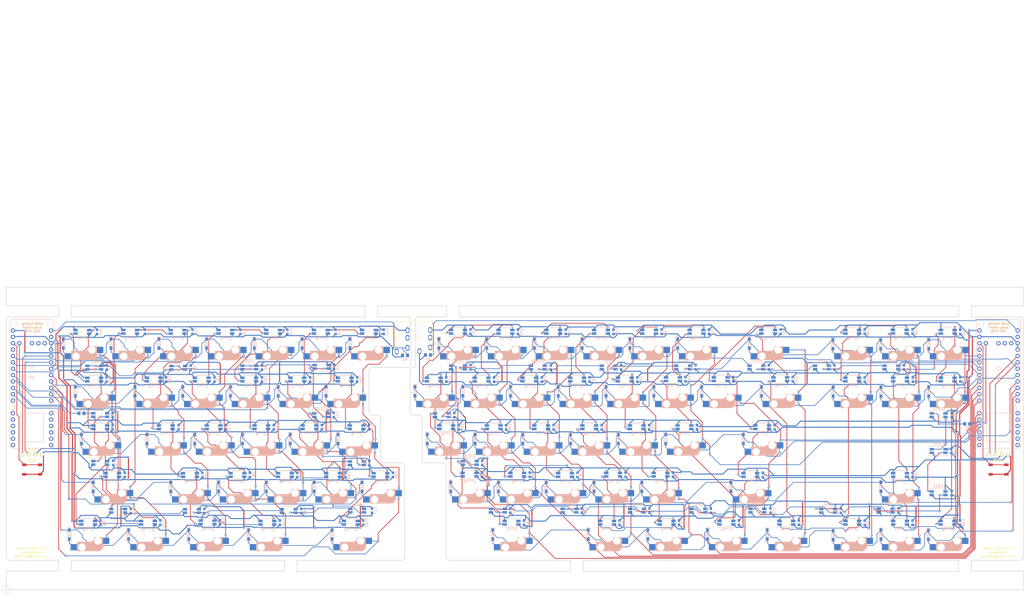
<source format=kicad_pcb>
(kicad_pcb (version 20171130) (host pcbnew "(5.1.9)-1")
  (title_block (title bakekujira) (date 2021-02-20) (rev 0.2b))
  (layers (0 F.Cu signal) (31 B.Cu signal) (34 B.Paste user) (35 F.Paste user) (36 B.SilkS user) (37 F.SilkS user hide) (38 B.Mask user) (39 F.Mask user) (44 Edge.Cuts user))
  (net 0 "")
  (net 1 GND)
  (net 2 "Net-(D_1-Pad2)")
  (net 3 "Net-(D_2-Pad2)")
  (net 4 "Net-(D_3-Pad2)")
  (net 5 "Net-(D_4-Pad2)")
  (net 6 "Net-(D_5-Pad2)")
  (net 7 "Net-(D_6-Pad2)")
  (net 8 "Net-(D_7-Pad2)")
  (net 9 "Net-(D_8-Pad2)")
  (net 10 "Net-(D_9-Pad2)")
  (net 11 "Net-(D_10-Pad2)")
  (net 12 "Net-(D_11-Pad2)")
  (net 13 "Net-(D_12-Pad2)")
  (net 14 "Net-(D_13-Pad2)")
  (net 15 "Net-(D_14-Pad2)")
  (net 16 "Net-(D_17-Pad2)")
  (net 17 "Net-(D_18-Pad2)")
  (net 18 "Net-(D_19-Pad2)")
  (net 19 "Net-(D_20-Pad2)")
  (net 20 "Net-(D_21-Pad2)")
  (net 21 "Net-(D_22-Pad2)")
  (net 22 "Net-(D_23-Pad2)")
  (net 23 "Net-(D_24-Pad2)")
  (net 24 "Net-(D_25-Pad2)")
  (net 25 "Net-(D_26-Pad2)")
  (net 26 "Net-(D_27-Pad2)")
  (net 27 "Net-(D_28-Pad2)")
  (net 28 "Net-(D_29-Pad2)")
  (net 29 "Net-(D_30-Pad2)")
  (net 30 "Net-(D_34-Pad2)")
  (net 31 "Net-(D_35-Pad2)")
  (net 32 "Net-(D_36-Pad2)")
  (net 33 "Net-(D_37-Pad2)")
  (net 34 "Net-(D_38-Pad2)")
  (net 35 "Net-(D_39-Pad2)")
  (net 36 "Net-(D_40-Pad2)")
  (net 37 "Net-(D_41-Pad2)")
  (net 38 "Net-(D_42-Pad2)")
  (net 39 "Net-(D_43-Pad2)")
  (net 40 "Net-(D_44-Pad2)")
  (net 41 "Net-(D_45-Pad2)")
  (net 42 "Net-(D_46-Pad2)")
  (net 43 "Net-(D_47-Pad2)")
  (net 44 "Net-(D_48-Pad2)")
  (net 45 "Net-(D_49-Pad2)")
  (net 46 "Net-(D_50-Pad2)")
  (net 47 "Net-(D_51-Pad2)")
  (net 48 "Net-(D_52-Pad2)")
  (net 49 "Net-(D_53-Pad2)")
  (net 50 "Net-(D_54-Pad2)")
  (net 51 "Net-(D_55-Pad2)")
  (net 52 "Net-(D_56-Pad2)")
  (net 53 "Net-(D_57-Pad2)")
  (net 54 "Net-(D_58-Pad2)")
  (net 55 "Net-(D_60-Pad2)")
  (net 56 "Net-(D_61-Pad2)")
  (net 57 "Net-(D_62-Pad2)")
  (net 58 "Net-(D_63-Pad2)")
  (net 59 row0_L)
  (net 60 row0_R)
  (net 61 col0_R)
  (net 62 row1_L)
  (net 63 row1_R)
  (net 64 row2_L)
  (net 65 row2_R)
  (net 66 row3_L)
  (net 67 row3_R)
  (net 68 row4_L)
  (net 69 data_L)
  (net 70 "Net-(LED2-Pad2)")
  (net 71 "Net-(LED29-Pad2)")
  (net 72 "Net-(LED25-Pad4)")
  (net 73 "Net-(LED10-Pad2)")
  (net 74 "Net-(LED10-Pad4)")
  (net 75 "Net-(LED13-Pad4)")
  (net 76 "Net-(LED14-Pad4)")
  (net 77 "Net-(LED15-Pad4)")
  (net 78 "Net-(LED26-Pad4)")
  (net 79 "Net-(LED27-Pad2)")
  (net 80 "Net-(LED33-Pad2)")
  (net 81 reset_L)
  (net 82 reset_R)
  (net 83 col0_L)
  (net 84 col1_L)
  (net 85 col2_L)
  (net 86 col3_L)
  (net 87 col4_L)
  (net 88 col5_L)
  (net 89 col6_L)
  (net 90 col1_R)
  (net 91 col2_R)
  (net 92 col3_R)
  (net 93 col4_R)
  (net 94 col5_R)
  (net 95 col7_R)
  (net 96 col6_R)
  (net 97 data_R)
  (net 98 "Net-(D_15-Pad2)")
  (net 99 "Net-(D_16-Pad2)")
  (net 100 "Net-(D_31-Pad2)")
  (net 101 "Net-(D_32-Pad2)")
  (net 102 "Net-(D_33-Pad2)")
  (net 103 "Net-(D_59-Pad2)")
  (net 104 "Net-(LED1-Pad2)")
  (net 105 "Net-(LED3-Pad2)")
  (net 106 "Net-(LED16-Pad4)")
  (net 107 "Net-(LED17-Pad4)")
  (net 108 "Net-(LED18-Pad4)")
  (net 109 "Net-(LED31-Pad2)")
  (net 110 "Net-(LED35-Pad2)")
  (net 111 "Net-(LED37-Pad2)")
  (net 112 "Net-(LED40-Pad4)")
  (net 113 "Net-(LED43-Pad2)")
  (net 114 "Net-(LED45-Pad2)")
  (net 115 "Net-(LED46-Pad4)")
  (net 116 SCL_R)
  (net 117 SDA_R)
  (net 118 SCL_L)
  (net 119 SDA_L)
  (net 120 "Net-(LED4-Pad2)")
  (net 121 "Net-(LED1-Pad4)")
  (net 122 row4_R)
  (net 123 "Net-(LED31-Pad4)")
  (net 124 "Net-(LED59-Pad2)")
  (net 125 "Net-(LED71-Pad2)")
  (net 126 "Net-(LED78-Pad2)")
  (net 127 LED_R)
  (net 128 LED_L)
  (net 129 VCC)
  (net 130 "Net-(LED38-Pad2)")
  (net 131 "Net-(LED82-Pad4)")
  (net 132 "Net-(LED12-Pad4)")
  (net 133 "Net-(LED47-Pad2)")
  (net 134 "Net-(LED49-Pad4)")
  (net 135 "Net-(LED51-Pad4)")
  (net 136 "Net-(LED60-Pad2)")
  (net 137 "Net-(LED65-Pad2)")
  (net 138 "Net-(LED83-Pad2)")
  (net 139 "Net-(LED85-Pad4)")
  (net 140 "Net-(D_64-Pad2)")
  (net 141 "Net-(D_65-Pad2)")
  (net 142 "Net-(D_66-Pad2)")
  (net 143 "Net-(D_67-Pad2)")
  (net 144 "Net-(D_68-Pad2)")
  (net 145 "Net-(D_69-Pad2)")
  (net 146 "Net-(D_70-Pad2)")
  (net 147 "Net-(D_71-Pad2)")
  (net 148 "Net-(D_72-Pad2)")
  (net 149 "Net-(D_73-Pad2)")
  (net 150 col8_R)
  (net 151 col9_R)
  (net 152 col10_R)
  (net 153 "Net-(LED11-Pad4)")
  (net 154 "Net-(LED20-Pad4)")
  (net 155 "Net-(LED33-Pad4)")
  (net 156 "Net-(LED35-Pad4)")
  (net 157 "Net-(LED37-Pad4)")
  (net 158 "Net-(LED48-Pad2)")
  (net 159 "Net-(LED50-Pad2)")
  (net 160 "Net-(LED52-Pad2)")
  (net 161 "Net-(LED42-Pad4)")
  (net 162 "Net-(LED44-Pad4)")
  (net 163 "Net-(LED88-Pad2)")
  (net 164 "Net-(LED91-Pad2)")
  (net 165 "Net-(LED92-Pad4)")
  (net 166 "Net-(LED100-Pad2)")
  (net 167 "Net-(LED100-Pad4)")
  (net 168 "Net-(LED101-Pad4)")
  (net 169 "Net-(LED101-Pad2)")
  (net 170 "Net-(LED41-Pad2)")
  (net 171 "Net-(LED102-Pad2)")
  (net 172 "Net-(LED103-Pad4)")
  (net 173 "Net-(LED103-Pad2)")
  (net 174 "Net-(J1-Pad3)")
  (net 175 "Net-(J2-Pad3)")
  (net 176 GNDA)
  (net 177 VDD)
  (net 178 "Net-(LED7-Pad4)")
  (net 179 "Net-(LED8-Pad4)")
  (net 180 "Net-(LED21-Pad4)")
  (net 181 "Net-(LED22-Pad4)")
  (net 182 "Net-(LED23-Pad4)")
  (net 183 "Net-(LED5-Pad2)")
  (net 184 "Net-(LED41-Pad4)")
  (net 185 "Net-(LED19-Pad4)")
  (net 186 "Net-(LED24-Pad4)")
  (net 187 "Net-(LED26-Pad2)")
  (net 188 "Net-(LED28-Pad2)")
  (net 189 "Net-(LED32-Pad4)")
  (net 190 "Net-(LED34-Pad4)")
  (net 191 "Net-(LED36-Pad4)")
  (net 192 "Net-(LED38-Pad4)")
  (net 193 "Net-(LED39-Pad4)")
  (net 194 "Net-(LED40-Pad2)")
  (net 195 "Net-(LED42-Pad2)")
  (net 196 "Net-(LED44-Pad2)")
  (net 197 "Net-(LED46-Pad2)")
  (net 198 "Net-(LED53-Pad4)")
  (net 199 "Net-(LED54-Pad2)")
  (net 200 "Net-(LED55-Pad4)")
  (net 201 "Net-(LED56-Pad2)")
  (net 202 "Net-(LED57-Pad4)")
  (net 203 "Net-(LED58-Pad2)")
  (net 204 "Net-(LED61-Pad4)")
  (net 205 "Net-(LED62-Pad2)")
  (net 206 "Net-(LED63-Pad4)")
  (net 207 "Net-(LED64-Pad2)")
  (net 208 "Net-(LED66-Pad4)")
  (net 209 "Net-(LED67-Pad2)")
  (net 210 "Net-(LED68-Pad4)")
  (net 211 "Net-(LED69-Pad2)")
  (net 212 "Net-(LED70-Pad4)")
  (net 213 "Net-(LED72-Pad2)")
  (net 214 "Net-(LED74-Pad2)")
  (net 215 "Net-(LED75-Pad4)")
  (net 216 "Net-(LED76-Pad2)")
  (net 217 "Net-(LED77-Pad4)")
  (net 218 "Net-(LED79-Pad2)")
  (net 219 "Net-(LED80-Pad4)")
  (net 220 "Net-(LED84-Pad2)")
  (net 221 "Net-(LED95-Pad4)")
  (net 222 "Net-(LED97-Pad4)")
  (net 223 "Net-(LED104-Pad2)")
  (net 224 "Net-(U1-PadA10)")
  (net 225 "Net-(U1-PadD+)")
  (net 226 "Net-(U1-PadD-)")
  (net 227 "Net-(U1-PadCHRG)")
  (net 228 "Net-(U1-PadA5)")
  (net 229 "Net-(U1-PadA7)")
  (net 230 "Net-(U1-PadA8)")
  (net 231 "Net-(U1-PadA6)")
  (net 232 "Net-(U1-PadA15)")
  (net 233 "Net-(U1-PadA4)")
  (net 234 "Net-(U1-PadA14)")
  (net 235 "Net-(U1-PadA13)")
  (net 236 "Net-(U1-PadRST)")
  (net 237 "Net-(U2-PadA10)")
  (net 238 "Net-(U2-PadD+)")
  (net 239 "Net-(U2-PadD-)")
  (net 240 "Net-(U2-PadCHRG)")
  (net 241 "Net-(U2-PadA5)")
  (net 242 "Net-(U2-PadA7)")
  (net 243 "Net-(U2-PadA8)")
  (net 244 "Net-(U2-PadA6)")
  (net 245 "Net-(U2-PadA15)")
  (net 246 "Net-(U2-PadA4)")
  (net 247 "Net-(U2-PadB9)")
  (net 248 "Net-(U2-PadB11)")
  (net 249 "Net-(U2-PadB10)")
  (net 250 "Net-(U2-PadA14)")
  (net 251 "Net-(U2-PadB12)")
  (net 252 "Net-(U2-PadA13)")
  (net 253 "Net-(U2-PadRST)")
  (net 254 "Net-(U1-Pad3.3V)")
  (net 255 "Net-(U2-Pad3.3V)")
  (net 256 "Net-(U1-PadB0)")
  (net 257 "Net-(U2-PadB0)")
  (module proton_c:proton_c (layer B.Cu) (at 416.794 55.763 180)
    (fp_text reference U1 (at 0.01 -3.39) (layer B.SilkS) (effects (justify mirror)))
    (fp_text value proton_c)
    (fp_text user "USB facing" (at -0.05 17.98) (layer B.SilkS) (effects (justify mirror)))
    (fp_text user "USB facing" (at -0.05 17.98) (layer F.SilkS))
    (fp_text user towards (at -0.05 16.48) (layer F.SilkS))
    (fp_text user "the PCB" (at -0.05 14.98) (layer B.SilkS) (effects (justify mirror)))
    (fp_text user "away from" (at -0.05 16.48) (layer B.SilkS) (effects (justify mirror)))
    (fp_text user "the PCB" (at -0.05 14.98) (layer F.SilkS))
    (pad 5V thru_hole circle (at 7.615 15.25 180) (size 1.7 1.7) (drill 1) (layers *.Cu *.Mask) (net 177 VDD))
    (pad A10 thru_hole circle (at -7.6 12.71 180) (size 1.7 1.7) (drill 1) (layers *.Cu *.Mask) (net 224 "Net-(U1-PadA10)"))
    (pad SCRE thru_hole circle (at 7.005 18.0748 180) (size 2.2 2.2) (drill 2.2) (layers *.Cu *.Mask))
    (pad SCRE thru_hole circle (at -6.9904 18.0748 180) (size 2.2 2.2) (drill 2.2) (layers *.Cu *.Mask))
    (pad A9 thru_hole circle (at -7.6 15.25 180) (size 1.7 1.7) (drill 1) (layers *.Cu *.Mask) (net 97 data_R))
    (pad D+ thru_hole circle (at -5.06 10.17 180) (size 1.7 1.7) (drill 1) (layers *.Cu *.Mask) (net 225 "Net-(U1-PadD+)"))
    (pad GND thru_hole circle (at -7.6 10.17 180) (size 1.7 1.7) (drill 1) (layers *.Cu *.Mask) (net 176 GNDA))
    (pad GND thru_hole circle (at -7.6 7.63 180) (size 1.7 1.7) (drill 1) (layers *.Cu *.Mask) (net 176 GNDA))
    (pad B7 thru_hole circle (at -7.6 5.09 180) (size 1.7 1.7) (drill 1) (layers *.Cu *.Mask) (net 117 SDA_R))
    (pad B6 thru_hole circle (at -7.6 2.55 180) (size 1.7 1.7) (drill 1) (layers *.Cu *.Mask) (net 116 SCL_R))
    (pad D- thru_hole circle (at -2.52 10.17 180) (size 1.7 1.7) (drill 1) (layers *.Cu *.Mask) (net 226 "Net-(U1-PadD-)"))
    (pad CHRG thru_hole circle (at 0.02 10.17 180) (size 1.7 1.7) (drill 1) (layers *.Cu *.Mask) (net 227 "Net-(U1-PadCHRG)"))
    (pad B5 thru_hole circle (at -7.6 0.01 180) (size 1.7 1.7) (drill 1) (layers *.Cu *.Mask) (net 60 row0_R))
    (pad B4 thru_hole circle (at -7.6 -2.53 180) (size 1.7 1.7) (drill 1) (layers *.Cu *.Mask) (net 63 row1_R))
    (pad B3 thru_hole circle (at -7.6 -5.07 180) (size 1.7 1.7) (drill 1) (layers *.Cu *.Mask) (net 65 row2_R))
    (pad B2 thru_hole circle (at -7.6 -7.61 180) (size 1.7 1.7) (drill 1) (layers *.Cu *.Mask) (net 67 row3_R))
    (pad B1 thru_hole circle (at -7.6 -10.15 180) (size 1.7 1.7) (drill 1) (layers *.Cu *.Mask) (net 122 row4_R))
    (pad B0 thru_hole circle (at -7.6 -12.69 180) (size 1.7 1.7) (drill 1) (layers *.Cu *.Mask) (net 256 "Net-(U1-PadB0)"))
    (pad A5 thru_hole circle (at -7.6 -20.31 180) (size 1.7 1.7) (drill 1) (layers *.Cu *.Mask) (net 228 "Net-(U1-PadA5)"))
    (pad A7 thru_hole circle (at -7.6 -25.39 180) (size 1.7 1.7) (drill 1) (layers *.Cu *.Mask) (net 229 "Net-(U1-PadA7)"))
    (pad A8 thru_hole circle (at -7.6 -27.93 180) (size 1.7 1.7) (drill 1) (layers *.Cu *.Mask) (net 230 "Net-(U1-PadA8)"))
    (pad A6 thru_hole circle (at -7.6 -22.85 180) (size 1.7 1.7) (drill 1) (layers *.Cu *.Mask) (net 231 "Net-(U1-PadA6)"))
    (pad A15 thru_hole circle (at -7.6 -30.47 180) (size 1.7 1.7) (drill 1) (layers *.Cu *.Mask) (net 232 "Net-(U1-PadA15)"))
    (pad A4 thru_hole circle (at -7.6 -17.77 180) (size 1.7 1.7) (drill 1) (layers *.Cu *.Mask) (net 233 "Net-(U1-PadA4)"))
    (pad GND thru_hole circle (at 7.615 12.71 180) (size 1.7 1.7) (drill 1) (layers *.Cu *.Mask) (net 176 GNDA))
    (pad DFU thru_hole circle (at 7.615 10.17 180) (size 1.7 1.7) (drill 1) (layers *.Cu *.Mask) (net 82 reset_R))
    (pad A2 thru_hole circle (at 7.615 5.09 180) (size 1.7 1.7) (drill 1) (layers *.Cu *.Mask) (net 152 col10_R))
    (pad A3|5v thru_hole circle (at 5.075 10.17 180) (size 1.7 1.7) (drill 1) (layers *.Cu *.Mask) (net 127 LED_R))
    (pad 3.3V thru_hole circle (at 7.615 7.63 180) (size 1.7 1.7) (drill 1) (layers *.Cu *.Mask) (net 254 "Net-(U1-Pad3.3V)"))
    (pad A1 thru_hole circle (at 7.615 2.55 180) (size 1.7 1.7) (drill 1) (layers *.Cu *.Mask) (net 151 col9_R))
    (pad A0 thru_hole circle (at 7.615 0.01 180) (size 1.7 1.7) (drill 1) (layers *.Cu *.Mask) (net 150 col8_R))
    (pad B8 thru_hole circle (at 7.615 -2.53 180) (size 1.7 1.7) (drill 1) (layers *.Cu *.Mask) (net 95 col7_R))
    (pad B14 thru_hole circle (at 7.615 -7.61 180) (size 1.7 1.7) (drill 1) (layers *.Cu *.Mask) (net 94 col5_R))
    (pad B15 thru_hole circle (at 7.615 -10.15 180) (size 1.7 1.7) (drill 1) (layers *.Cu *.Mask) (net 93 col4_R))
    (pad B13 thru_hole circle (at 7.615 -5.07 180) (size 1.7 1.7) (drill 1) (layers *.Cu *.Mask) (net 96 col6_R))
    (pad B9 thru_hole circle (at 7.615 -12.69 180) (size 1.7 1.7) (drill 1) (layers *.Cu *.Mask) (net 92 col3_R))
    (pad B11 thru_hole circle (at 7.615 -20.31 180) (size 1.7 1.7) (drill 1) (layers *.Cu *.Mask) (net 90 col1_R))
    (pad B10 thru_hole circle (at 7.615 -17.77 180) (size 1.7 1.7) (drill 1) (layers *.Cu *.Mask) (net 91 col2_R))
    (pad A14 thru_hole circle (at 7.615 -25.39 180) (size 1.7 1.7) (drill 1) (layers *.Cu *.Mask) (net 234 "Net-(U1-PadA14)"))
    (pad B12 thru_hole circle (at 7.615 -22.85 180) (size 1.7 1.7) (drill 1) (layers *.Cu *.Mask) (net 61 col0_R))
    (pad A13 thru_hole circle (at 7.615 -27.93 180) (size 1.7 1.7) (drill 1) (layers *.Cu *.Mask) (net 235 "Net-(U1-PadA13)"))
    (pad RST thru_hole circle (at 7.615 -30.47 180) (size 1.7 1.7) (drill 1) (layers *.Cu *.Mask) (net 236 "Net-(U1-PadRST)"))
  )
  (module proton_c:proton_c (layer B.Cu) (at 31.374 55.763 180)
    (fp_text reference U2 (at 0.01 -3.39) (layer B.SilkS) (effects (justify mirror)))
    (fp_text value proton_c)
    (fp_text user "USB facing" (at -0.05 17.98) (layer B.SilkS) (effects (justify mirror)))
    (fp_text user "USB facing" (at -0.05 17.98) (layer F.SilkS))
    (fp_text user towards (at -0.05 16.48) (layer F.SilkS))
    (fp_text user "the PCB" (at -0.05 14.98) (layer B.SilkS) (effects (justify mirror)))
    (fp_text user "away from" (at -0.05 16.48) (layer B.SilkS) (effects (justify mirror)))
    (fp_text user "the PCB" (at -0.05 14.98) (layer F.SilkS))
    (pad 5V thru_hole circle (at 7.615 15.25 180) (size 1.7 1.7) (drill 1) (layers *.Cu *.Mask) (net 129 VCC))
    (pad A10 thru_hole circle (at -7.6 12.71 180) (size 1.7 1.7) (drill 1) (layers *.Cu *.Mask) (net 237 "Net-(U2-PadA10)"))
    (pad SCRE thru_hole circle (at 7.005 18.0748 180) (size 2.2 2.2) (drill 2.2) (layers *.Cu *.Mask))
    (pad SCRE thru_hole circle (at -6.9904 18.0748 180) (size 2.2 2.2) (drill 2.2) (layers *.Cu *.Mask))
    (pad A9 thru_hole circle (at -7.6 15.25 180) (size 1.7 1.7) (drill 1) (layers *.Cu *.Mask) (net 69 data_L))
    (pad D+ thru_hole circle (at -5.06 10.17 180) (size 1.7 1.7) (drill 1) (layers *.Cu *.Mask) (net 238 "Net-(U2-PadD+)"))
    (pad GND thru_hole circle (at -7.6 10.17 180) (size 1.7 1.7) (drill 1) (layers *.Cu *.Mask) (net 1 GND))
    (pad GND thru_hole circle (at -7.6 7.63 180) (size 1.7 1.7) (drill 1) (layers *.Cu *.Mask) (net 1 GND))
    (pad B7 thru_hole circle (at -7.6 5.09 180) (size 1.7 1.7) (drill 1) (layers *.Cu *.Mask) (net 119 SDA_L))
    (pad B6 thru_hole circle (at -7.6 2.55 180) (size 1.7 1.7) (drill 1) (layers *.Cu *.Mask) (net 118 SCL_L))
    (pad D- thru_hole circle (at -2.52 10.17 180) (size 1.7 1.7) (drill 1) (layers *.Cu *.Mask) (net 239 "Net-(U2-PadD-)"))
    (pad CHRG thru_hole circle (at 0.02 10.17 180) (size 1.7 1.7) (drill 1) (layers *.Cu *.Mask) (net 240 "Net-(U2-PadCHRG)"))
    (pad B5 thru_hole circle (at -7.6 0.01 180) (size 1.7 1.7) (drill 1) (layers *.Cu *.Mask) (net 59 row0_L))
    (pad B4 thru_hole circle (at -7.6 -2.53 180) (size 1.7 1.7) (drill 1) (layers *.Cu *.Mask) (net 62 row1_L))
    (pad B3 thru_hole circle (at -7.6 -5.07 180) (size 1.7 1.7) (drill 1) (layers *.Cu *.Mask) (net 64 row2_L))
    (pad B2 thru_hole circle (at -7.6 -7.61 180) (size 1.7 1.7) (drill 1) (layers *.Cu *.Mask) (net 66 row3_L))
    (pad B1 thru_hole circle (at -7.6 -10.15 180) (size 1.7 1.7) (drill 1) (layers *.Cu *.Mask) (net 68 row4_L))
    (pad B0 thru_hole circle (at -7.6 -12.69 180) (size 1.7 1.7) (drill 1) (layers *.Cu *.Mask) (net 257 "Net-(U2-PadB0)"))
    (pad A5 thru_hole circle (at -7.6 -20.31 180) (size 1.7 1.7) (drill 1) (layers *.Cu *.Mask) (net 241 "Net-(U2-PadA5)"))
    (pad A7 thru_hole circle (at -7.6 -25.39 180) (size 1.7 1.7) (drill 1) (layers *.Cu *.Mask) (net 242 "Net-(U2-PadA7)"))
    (pad A8 thru_hole circle (at -7.6 -27.93 180) (size 1.7 1.7) (drill 1) (layers *.Cu *.Mask) (net 243 "Net-(U2-PadA8)"))
    (pad A6 thru_hole circle (at -7.6 -22.85 180) (size 1.7 1.7) (drill 1) (layers *.Cu *.Mask) (net 244 "Net-(U2-PadA6)"))
    (pad A15 thru_hole circle (at -7.6 -30.47 180) (size 1.7 1.7) (drill 1) (layers *.Cu *.Mask) (net 245 "Net-(U2-PadA15)"))
    (pad A4 thru_hole circle (at -7.6 -17.77 180) (size 1.7 1.7) (drill 1) (layers *.Cu *.Mask) (net 246 "Net-(U2-PadA4)"))
    (pad GND thru_hole circle (at 7.615 12.71 180) (size 1.7 1.7) (drill 1) (layers *.Cu *.Mask) (net 1 GND))
    (pad DFU thru_hole circle (at 7.615 10.17 180) (size 1.7 1.7) (drill 1) (layers *.Cu *.Mask) (net 81 reset_L))
    (pad A2 thru_hole circle (at 7.615 5.09 180) (size 1.7 1.7) (drill 1) (layers *.Cu *.Mask) (net 83 col0_L))
    (pad A3|5v thru_hole circle (at 5.075 10.17 180) (size 1.7 1.7) (drill 1) (layers *.Cu *.Mask) (net 128 LED_L))
    (pad 3.3V thru_hole circle (at 7.615 7.63 180) (size 1.7 1.7) (drill 1) (layers *.Cu *.Mask) (net 255 "Net-(U2-Pad3.3V)"))
    (pad A1 thru_hole circle (at 7.615 2.55 180) (size 1.7 1.7) (drill 1) (layers *.Cu *.Mask) (net 84 col1_L))
    (pad A0 thru_hole circle (at 7.615 0.01 180) (size 1.7 1.7) (drill 1) (layers *.Cu *.Mask) (net 85 col2_L))
    (pad B8 thru_hole circle (at 7.615 -2.53 180) (size 1.7 1.7) (drill 1) (layers *.Cu *.Mask) (net 86 col3_L))
    (pad B14 thru_hole circle (at 7.615 -7.61 180) (size 1.7 1.7) (drill 1) (layers *.Cu *.Mask) (net 88 col5_L))
    (pad B15 thru_hole circle (at 7.615 -10.15 180) (size 1.7 1.7) (drill 1) (layers *.Cu *.Mask) (net 89 col6_L))
    (pad B13 thru_hole circle (at 7.615 -5.07 180) (size 1.7 1.7) (drill 1) (layers *.Cu *.Mask) (net 87 col4_L))
    (pad B9 thru_hole circle (at 7.615 -12.69 180) (size 1.7 1.7) (drill 1) (layers *.Cu *.Mask) (net 247 "Net-(U2-PadB9)"))
    (pad B11 thru_hole circle (at 7.615 -20.31 180) (size 1.7 1.7) (drill 1) (layers *.Cu *.Mask) (net 248 "Net-(U2-PadB11)"))
    (pad B10 thru_hole circle (at 7.615 -17.77 180) (size 1.7 1.7) (drill 1) (layers *.Cu *.Mask) (net 249 "Net-(U2-PadB10)"))
    (pad A14 thru_hole circle (at 7.615 -25.39 180) (size 1.7 1.7) (drill 1) (layers *.Cu *.Mask) (net 250 "Net-(U2-PadA14)"))
    (pad B12 thru_hole circle (at 7.615 -22.85 180) (size 1.7 1.7) (drill 1) (layers *.Cu *.Mask) (net 251 "Net-(U2-PadB12)"))
    (pad A13 thru_hole circle (at 7.615 -27.93 180) (size 1.7 1.7) (drill 1) (layers *.Cu *.Mask) (net 252 "Net-(U2-PadA13)"))
    (pad RST thru_hole circle (at 7.615 -30.47 180) (size 1.7 1.7) (drill 1) (layers *.Cu *.Mask) (net 253 "Net-(U2-PadRST)"))
  )
  (module Resistor_SMD:R_0805_2012Metric_Pad1.20x1.40mm_HandSolder (layer B.Cu) (at 189.246 50.292)
    (fp_text reference R4 (at 0 1.65) (layer B.SilkS) (effects (justify mirror)))
    (fp_text value 4.7k)
    (pad 2 smd roundrect (at 1 0) (size 1.2 1.4) (layers B.Cu B.Paste B.Mask) (roundrect_rratio 0.2083325) (net 97 data_R))
    (pad 1 smd roundrect (at -1 0) (size 1.2 1.4) (layers B.Cu B.Paste B.Mask) (roundrect_rratio 0.2083325) (net 177 VDD))
  )
  (module Resistor_SMD:R_0805_2012Metric_Pad1.20x1.40mm_HandSolder (layer B.Cu) (at 180.102 50.419)
    (fp_text reference R3 (at 0 1.65) (layer B.SilkS) (effects (justify mirror)))
    (fp_text value 4.7k)
    (pad 2 smd roundrect (at 1 0) (size 1.2 1.4) (layers B.Cu B.Paste B.Mask) (roundrect_rratio 0.2083325) (net 69 data_L))
    (pad 1 smd roundrect (at -1 0) (size 1.2 1.4) (layers B.Cu B.Paste B.Mask) (roundrect_rratio 0.2083325) (net 129 VCC))
  )
  (module kbd:YS-SK6812MINI-E_underglow (layer F.Cu) (at 146.812 54.991)
    (fp_text reference LED10 (at 0.2 -2.8) (layer B.SilkS) (effects (justify mirror)))
    (fp_text value YS-SK6812MINI-E)
    (pad 1 smd rect (at 2.75 -0.7) (size 1.7 1) (layers B.Cu B.Paste B.Mask) (net 129 VCC))
    (pad 2 smd rect (at 2.75 0.7) (size 1.7 1) (layers B.Cu B.Paste B.Mask) (net 73 "Net-(LED10-Pad2)"))
    (pad 4 smd rect (at -2.75 -0.7) (size 1.7 1) (layers B.Cu B.Paste B.Mask) (net 74 "Net-(LED10-Pad4)"))
    (pad 3 smd rect (at -2.75 0.7) (size 1.7 1) (layers B.Cu B.Paste B.Mask) (net 1 GND))
  )
  (module kbd:YS-SK6812MINI-E_underglow (layer F.Cu) (at 117.983 55.245)
    (fp_text reference LED9 (at 0.2 -2.8) (layer B.SilkS) (effects (justify mirror)))
    (fp_text value YS-SK6812MINI-E)
    (pad 1 smd rect (at 2.75 -0.7) (size 1.7 1) (layers B.Cu B.Paste B.Mask) (net 129 VCC))
    (pad 2 smd rect (at 2.75 0.7) (size 1.7 1) (layers B.Cu B.Paste B.Mask) (net 179 "Net-(LED8-Pad4)"))
    (pad 4 smd rect (at -2.75 -0.7) (size 1.7 1) (layers B.Cu B.Paste B.Mask) (net 73 "Net-(LED10-Pad2)"))
    (pad 3 smd rect (at -2.75 0.7) (size 1.7 1) (layers B.Cu B.Paste B.Mask) (net 1 GND))
  )
  (module kbd:YS-SK6812MINI-E_underglow (layer F.Cu) (at 233.044 55.263)
    (fp_text reference LED104 (at 0.2 -2.8) (layer B.SilkS) (effects (justify mirror)))
    (fp_text value YS-SK6812MINI-E)
    (pad 1 smd rect (at 2.75 -0.7) (size 1.7 1) (layers B.Cu B.Paste B.Mask) (net 177 VDD))
    (pad 2 smd rect (at 2.75 0.7) (size 1.7 1) (layers B.Cu B.Paste B.Mask) (net 223 "Net-(LED104-Pad2)"))
    (pad 4 smd rect (at -2.75 -0.7) (size 1.7 1) (layers B.Cu B.Paste B.Mask) (net 104 "Net-(LED1-Pad2)"))
    (pad 3 smd rect (at -2.75 0.7) (size 1.7 1) (layers B.Cu B.Paste B.Mask) (net 176 GNDA))
  )
  (module kbd:YS-SK6812MINI-E_underglow (layer F.Cu) (at 65.703 112.457)
    (fp_text reference LED28 (at 0.2 -2.8) (layer B.SilkS) (effects (justify mirror)))
    (fp_text value YS-SK6812MINI-E)
    (pad 1 smd rect (at 2.75 -0.7) (size 1.7 1) (layers B.Cu B.Paste B.Mask) (net 129 VCC))
    (pad 2 smd rect (at 2.75 0.7) (size 1.7 1) (layers B.Cu B.Paste B.Mask) (net 188 "Net-(LED28-Pad2)"))
    (pad 4 smd rect (at -2.75 -0.7) (size 1.7 1) (layers B.Cu B.Paste B.Mask) (net 79 "Net-(LED27-Pad2)"))
    (pad 3 smd rect (at -2.75 0.7) (size 1.7 1) (layers B.Cu B.Paste B.Mask) (net 1 GND))
  )
  (module kbd:YS-SK6812MINI-E_underglow (layer F.Cu) (at 56.178 55.31)
    (fp_text reference LED7 (at 0.2 -2.8) (layer B.SilkS) (effects (justify mirror)))
    (fp_text value YS-SK6812MINI-E)
    (pad 1 smd rect (at 2.75 -0.7) (size 1.7 1) (layers B.Cu B.Paste B.Mask) (net 129 VCC))
    (pad 2 smd rect (at 2.75 0.7) (size 1.7 1) (layers B.Cu B.Paste B.Mask) (net 184 "Net-(LED41-Pad4)"))
    (pad 4 smd rect (at -2.75 -0.7) (size 1.7 1) (layers B.Cu B.Paste B.Mask) (net 178 "Net-(LED7-Pad4)"))
    (pad 3 smd rect (at -2.75 0.7) (size 1.7 1) (layers B.Cu B.Paste B.Mask) (net 1 GND))
  )
  (module kbd:YS-SK6812MINI-E_underglow (layer F.Cu) (at 392.8735 74.313)
    (fp_text reference LED25 (at 0.2 -2.8) (layer B.SilkS) (effects (justify mirror)))
    (fp_text value YS-SK6812MINI-E)
    (pad 1 smd rect (at 2.75 -0.7) (size 1.7 1) (layers B.Cu B.Paste B.Mask) (net 177 VDD))
    (pad 2 smd rect (at 2.75 0.7) (size 1.7 1) (layers B.Cu B.Paste B.Mask) (net 186 "Net-(LED24-Pad4)"))
    (pad 4 smd rect (at -2.75 -0.7) (size 1.7 1) (layers B.Cu B.Paste B.Mask) (net 72 "Net-(LED25-Pad4)"))
    (pad 3 smd rect (at -2.75 0.7) (size 1.7 1) (layers B.Cu B.Paste B.Mask) (net 176 GNDA))
  )
  (module kbd:YS-SK6812MINI-E_underglow (layer F.Cu) (at 371.7915 112.413)
    (fp_text reference LED22 (at 0.2 -2.8) (layer B.SilkS) (effects (justify mirror)))
    (fp_text value YS-SK6812MINI-E)
    (pad 1 smd rect (at 2.75 -0.7) (size 1.7 1) (layers B.Cu B.Paste B.Mask) (net 177 VDD))
    (pad 2 smd rect (at 2.75 0.7) (size 1.7 1) (layers B.Cu B.Paste B.Mask) (net 180 "Net-(LED21-Pad4)"))
    (pad 4 smd rect (at -2.75 -0.7) (size 1.7 1) (layers B.Cu B.Paste B.Mask) (net 181 "Net-(LED22-Pad4)"))
    (pad 3 smd rect (at -2.75 0.7) (size 1.7 1) (layers B.Cu B.Paste B.Mask) (net 176 GNDA))
  )
  (module kbd:YS-SK6812MINI-E_underglow (layer F.Cu) (at 348.8495 112.457)
    (fp_text reference LED21 (at 0.2 -2.8) (layer B.SilkS) (effects (justify mirror)))
    (fp_text value YS-SK6812MINI-E)
    (pad 1 smd rect (at 2.75 -0.7) (size 1.7 1) (layers B.Cu B.Paste B.Mask) (net 177 VDD))
    (pad 2 smd rect (at 2.75 0.7) (size 1.7 1) (layers B.Cu B.Paste B.Mask) (net 154 "Net-(LED20-Pad4)"))
    (pad 4 smd rect (at -2.75 -0.7) (size 1.7 1) (layers B.Cu B.Paste B.Mask) (net 180 "Net-(LED21-Pad4)"))
    (pad 3 smd rect (at -2.75 0.7) (size 1.7 1) (layers B.Cu B.Paste B.Mask) (net 176 GNDA))
  )
  (module kbd:YS-SK6812MINI-E_underglow (layer F.Cu) (at 392.8735 105.472)
    (fp_text reference LED23 (at 0.2 -2.8) (layer B.SilkS) (effects (justify mirror)))
    (fp_text value YS-SK6812MINI-E)
    (pad 1 smd rect (at 2.75 -0.7) (size 1.7 1) (layers B.Cu B.Paste B.Mask) (net 177 VDD))
    (pad 2 smd rect (at 2.75 0.7) (size 1.7 1) (layers B.Cu B.Paste B.Mask) (net 181 "Net-(LED22-Pad4)"))
    (pad 4 smd rect (at -2.75 -0.7) (size 1.7 1) (layers B.Cu B.Paste B.Mask) (net 182 "Net-(LED23-Pad4)"))
    (pad 3 smd rect (at -2.75 0.7) (size 1.7 1) (layers B.Cu B.Paste B.Mask) (net 176 GNDA))
  )
  (module kbd:YS-SK6812MINI-E_underglow (layer F.Cu) (at 392.8735 88.584)
    (fp_text reference LED24 (at 0.2 -2.8) (layer B.SilkS) (effects (justify mirror)))
    (fp_text value YS-SK6812MINI-E)
    (pad 1 smd rect (at 2.75 -0.7) (size 1.7 1) (layers B.Cu B.Paste B.Mask) (net 177 VDD))
    (pad 2 smd rect (at 2.75 0.7) (size 1.7 1) (layers B.Cu B.Paste B.Mask) (net 182 "Net-(LED23-Pad4)"))
    (pad 4 smd rect (at -2.75 -0.7) (size 1.7 1) (layers B.Cu B.Paste B.Mask) (net 186 "Net-(LED24-Pad4)"))
    (pad 3 smd rect (at -2.75 0.7) (size 1.7 1) (layers B.Cu B.Paste B.Mask) (net 176 GNDA))
  )
  (module kbd:YS-SK6812MINI-E_underglow (layer F.Cu) (at 320.6105 112.395)
    (fp_text reference LED20 (at 0.2 -2.8) (layer B.SilkS) (effects (justify mirror)))
    (fp_text value YS-SK6812MINI-E)
    (pad 1 smd rect (at 2.75 -0.7) (size 1.7 1) (layers B.Cu B.Paste B.Mask) (net 177 VDD))
    (pad 2 smd rect (at 2.75 0.7) (size 1.7 1) (layers B.Cu B.Paste B.Mask) (net 185 "Net-(LED19-Pad4)"))
    (pad 4 smd rect (at -2.75 -0.7) (size 1.7 1) (layers B.Cu B.Paste B.Mask) (net 154 "Net-(LED20-Pad4)"))
    (pad 3 smd rect (at -2.75 0.7) (size 1.7 1) (layers B.Cu B.Paste B.Mask) (net 176 GNDA))
  )
  (module kbd:YS-SK6812MINI-E_underglow (layer F.Cu) (at 133.731 112.522)
    (fp_text reference LED30 (at 0.2 -2.8) (layer B.SilkS) (effects (justify mirror)))
    (fp_text value YS-SK6812MINI-E)
    (pad 1 smd rect (at 2.75 -0.7) (size 1.7 1) (layers B.Cu B.Paste B.Mask) (net 129 VCC))
    (pad 2 smd rect (at 2.75 0.7) (size 1.7 1) (layers B.Cu B.Paste B.Mask) (net 75 "Net-(LED13-Pad4)"))
    (pad 4 smd rect (at -2.75 -0.7) (size 1.7 1) (layers B.Cu B.Paste B.Mask) (net 71 "Net-(LED29-Pad2)"))
    (pad 3 smd rect (at -2.75 0.7) (size 1.7 1) (layers B.Cu B.Paste B.Mask) (net 1 GND))
  )
  (module kbd:YS-SK6812MINI-E_underglow (layer F.Cu) (at 346.3925 55.245)
    (fp_text reference LED5 (at 0.2 -2.8) (layer B.SilkS) (effects (justify mirror)))
    (fp_text value YS-SK6812MINI-E)
    (pad 1 smd rect (at 2.75 -0.7) (size 1.7 1) (layers B.Cu B.Paste B.Mask) (net 177 VDD))
    (pad 2 smd rect (at 2.75 0.7) (size 1.7 1) (layers B.Cu B.Paste B.Mask) (net 183 "Net-(LED5-Pad2)"))
    (pad 4 smd rect (at -2.75 -0.7) (size 1.7 1) (layers B.Cu B.Paste B.Mask) (net 120 "Net-(LED4-Pad2)"))
    (pad 3 smd rect (at -2.75 0.7) (size 1.7 1) (layers B.Cu B.Paste B.Mask) (net 176 GNDA))
  )
  (module kbd:YS-SK6812MINI-E_underglow (layer F.Cu) (at 161.036 112.395)
    (fp_text reference LED13 (at 0.2 -2.8) (layer B.SilkS) (effects (justify mirror)))
    (fp_text value YS-SK6812MINI-E)
    (pad 1 smd rect (at 2.75 -0.7) (size 1.7 1) (layers B.Cu B.Paste B.Mask) (net 129 VCC))
    (pad 2 smd rect (at 2.75 0.7) (size 1.7 1) (layers B.Cu B.Paste B.Mask) (net 132 "Net-(LED12-Pad4)"))
    (pad 4 smd rect (at -2.75 -0.7) (size 1.7 1) (layers B.Cu B.Paste B.Mask) (net 75 "Net-(LED13-Pad4)"))
    (pad 3 smd rect (at -2.75 0.7) (size 1.7 1) (layers B.Cu B.Paste B.Mask) (net 1 GND))
  )
  (module kbd:YS-SK6812MINI-E_underglow (layer F.Cu) (at 205.9305 93.345)
    (fp_text reference LED15 (at 0.2 -2.8) (layer B.SilkS) (effects (justify mirror)))
    (fp_text value YS-SK6812MINI-E)
    (pad 1 smd rect (at 2.75 -0.7) (size 1.7 1) (layers B.Cu B.Paste B.Mask) (net 177 VDD))
    (pad 2 smd rect (at 2.75 0.7) (size 1.7 1) (layers B.Cu B.Paste B.Mask) (net 76 "Net-(LED14-Pad4)"))
    (pad 4 smd rect (at -2.75 -0.7) (size 1.7 1) (layers B.Cu B.Paste B.Mask) (net 77 "Net-(LED15-Pad4)"))
    (pad 3 smd rect (at -2.75 0.7) (size 1.7 1) (layers B.Cu B.Paste B.Mask) (net 176 GNDA))
  )
  (module kbd:YS-SK6812MINI-E_underglow (layer F.Cu) (at 291.0205 55.245)
    (fp_text reference LED3 (at 0.2 -2.8) (layer B.SilkS) (effects (justify mirror)))
    (fp_text value YS-SK6812MINI-E)
    (pad 1 smd rect (at 2.75 -0.7) (size 1.7 1) (layers B.Cu B.Paste B.Mask) (net 177 VDD))
    (pad 2 smd rect (at 2.75 0.7) (size 1.7 1) (layers B.Cu B.Paste B.Mask) (net 105 "Net-(LED3-Pad2)"))
    (pad 4 smd rect (at -2.75 -0.7) (size 1.7 1) (layers B.Cu B.Paste B.Mask) (net 70 "Net-(LED2-Pad2)"))
    (pad 3 smd rect (at -2.75 0.7) (size 1.7 1) (layers B.Cu B.Paste B.Mask) (net 176 GNDA))
  )
  (module kbd:YS-SK6812MINI-E_underglow (layer F.Cu) (at 261.3025 55.245)
    (fp_text reference LED2 (at 0.2 -2.8) (layer B.SilkS) (effects (justify mirror)))
    (fp_text value YS-SK6812MINI-E)
    (pad 1 smd rect (at 2.75 -0.7) (size 1.7 1) (layers B.Cu B.Paste B.Mask) (net 177 VDD))
    (pad 2 smd rect (at 2.75 0.7) (size 1.7 1) (layers B.Cu B.Paste B.Mask) (net 70 "Net-(LED2-Pad2)"))
    (pad 4 smd rect (at -2.75 -0.7) (size 1.7 1) (layers B.Cu B.Paste B.Mask) (net 223 "Net-(LED104-Pad2)"))
    (pad 3 smd rect (at -2.75 0.7) (size 1.7 1) (layers B.Cu B.Paste B.Mask) (net 176 GNDA))
  )
  (module kbd:YS-SK6812MINI-E_underglow (layer F.Cu) (at 201.2315 55.245)
    (fp_text reference LED1 (at 0.2 -2.8) (layer B.SilkS) (effects (justify mirror)))
    (fp_text value YS-SK6812MINI-E)
    (pad 1 smd rect (at 2.75 -0.7) (size 1.7 1) (layers B.Cu B.Paste B.Mask) (net 177 VDD))
    (pad 2 smd rect (at 2.75 0.7) (size 1.7 1) (layers B.Cu B.Paste B.Mask) (net 104 "Net-(LED1-Pad2)"))
    (pad 4 smd rect (at -2.75 -0.7) (size 1.7 1) (layers B.Cu B.Paste B.Mask) (net 121 "Net-(LED1-Pad4)"))
    (pad 3 smd rect (at -2.75 0.7) (size 1.7 1) (layers B.Cu B.Paste B.Mask) (net 176 GNDA))
  )
  (module kbd:YS-SK6812MINI-E_underglow (layer F.Cu) (at 95.123 112.522)
    (fp_text reference LED29 (at 0.2 -2.8) (layer B.SilkS) (effects (justify mirror)))
    (fp_text value YS-SK6812MINI-E)
    (pad 1 smd rect (at 2.75 -0.7) (size 1.7 1) (layers B.Cu B.Paste B.Mask) (net 129 VCC))
    (pad 2 smd rect (at 2.75 0.7) (size 1.7 1) (layers B.Cu B.Paste B.Mask) (net 71 "Net-(LED29-Pad2)"))
    (pad 4 smd rect (at -2.75 -0.7) (size 1.7 1) (layers B.Cu B.Paste B.Mask) (net 188 "Net-(LED28-Pad2)"))
    (pad 3 smd rect (at -2.75 0.7) (size 1.7 1) (layers B.Cu B.Paste B.Mask) (net 1 GND))
  )
  (module kbd:YS-SK6812MINI-E_underglow (layer F.Cu) (at 297.1165 112.395)
    (fp_text reference LED19 (at 0.2 -2.8) (layer B.SilkS) (effects (justify mirror)))
    (fp_text value YS-SK6812MINI-E)
    (pad 1 smd rect (at 2.75 -0.7) (size 1.7 1) (layers B.Cu B.Paste B.Mask) (net 177 VDD))
    (pad 2 smd rect (at 2.75 0.7) (size 1.7 1) (layers B.Cu B.Paste B.Mask) (net 108 "Net-(LED18-Pad4)"))
    (pad 4 smd rect (at -2.75 -0.7) (size 1.7 1) (layers B.Cu B.Paste B.Mask) (net 185 "Net-(LED19-Pad4)"))
    (pad 3 smd rect (at -2.75 0.7) (size 1.7 1) (layers B.Cu B.Paste B.Mask) (net 176 GNDA))
  )
  (module kbd:YS-SK6812MINI-E_underglow (layer F.Cu) (at 272.6055 112.395)
    (fp_text reference LED18 (at 0.2 -2.8) (layer B.SilkS) (effects (justify mirror)))
    (fp_text value YS-SK6812MINI-E)
    (pad 1 smd rect (at 2.75 -0.7) (size 1.7 1) (layers B.Cu B.Paste B.Mask) (net 177 VDD))
    (pad 2 smd rect (at 2.75 0.7) (size 1.7 1) (layers B.Cu B.Paste B.Mask) (net 107 "Net-(LED17-Pad4)"))
    (pad 4 smd rect (at -2.75 -0.7) (size 1.7 1) (layers B.Cu B.Paste B.Mask) (net 108 "Net-(LED18-Pad4)"))
    (pad 3 smd rect (at -2.75 0.7) (size 1.7 1) (layers B.Cu B.Paste B.Mask) (net 176 GNDA))
  )
  (module kbd:YS-SK6812MINI-E_underglow (layer F.Cu) (at 58.547 74.23)
    (fp_text reference LED26 (at 0.2 -2.8) (layer B.SilkS) (effects (justify mirror)))
    (fp_text value YS-SK6812MINI-E)
    (pad 1 smd rect (at 2.75 -0.7) (size 1.7 1) (layers B.Cu B.Paste B.Mask) (net 129 VCC))
    (pad 2 smd rect (at 2.75 0.7) (size 1.7 1) (layers B.Cu B.Paste B.Mask) (net 187 "Net-(LED26-Pad2)"))
    (pad 4 smd rect (at -2.75 -0.7) (size 1.7 1) (layers B.Cu B.Paste B.Mask) (net 78 "Net-(LED26-Pad4)"))
    (pad 3 smd rect (at -2.75 0.7) (size 1.7 1) (layers B.Cu B.Paste B.Mask) (net 1 GND))
  )
  (module kbd:YS-SK6812MINI-E_underglow (layer F.Cu) (at 194.7545 74.295)
    (fp_text reference LED14 (at 0.2 -2.8) (layer B.SilkS) (effects (justify mirror)))
    (fp_text value YS-SK6812MINI-E)
    (pad 1 smd rect (at 2.75 -0.7) (size 1.7 1) (layers B.Cu B.Paste B.Mask) (net 177 VDD))
    (pad 2 smd rect (at 2.75 0.7) (size 1.7 1) (layers B.Cu B.Paste B.Mask) (net 121 "Net-(LED1-Pad4)"))
    (pad 4 smd rect (at -2.75 -0.7) (size 1.7 1) (layers B.Cu B.Paste B.Mask) (net 76 "Net-(LED14-Pad4)"))
    (pad 3 smd rect (at -2.75 0.7) (size 1.7 1) (layers B.Cu B.Paste B.Mask) (net 176 GNDA))
  )
  (module kbd:YS-SK6812MINI-E_underglow (layer F.Cu) (at 160.909 93.472)
    (fp_text reference LED12 (at 0.2 -2.8) (layer B.SilkS) (effects (justify mirror)))
    (fp_text value YS-SK6812MINI-E)
    (pad 1 smd rect (at 2.75 -0.7) (size 1.7 1) (layers B.Cu B.Paste B.Mask) (net 129 VCC))
    (pad 2 smd rect (at 2.75 0.7) (size 1.7 1) (layers B.Cu B.Paste B.Mask) (net 153 "Net-(LED11-Pad4)"))
    (pad 4 smd rect (at -2.75 -0.7) (size 1.7 1) (layers B.Cu B.Paste B.Mask) (net 132 "Net-(LED12-Pad4)"))
    (pad 3 smd rect (at -2.75 0.7) (size 1.7 1) (layers B.Cu B.Paste B.Mask) (net 1 GND))
  )
  (module kbd:YS-SK6812MINI-E_underglow (layer F.Cu) (at 58.547 93.345)
    (fp_text reference LED27 (at 0.2 -2.8) (layer B.SilkS) (effects (justify mirror)))
    (fp_text value YS-SK6812MINI-E)
    (pad 1 smd rect (at 2.75 -0.7) (size 1.7 1) (layers B.Cu B.Paste B.Mask) (net 129 VCC))
    (pad 2 smd rect (at 2.75 0.7) (size 1.7 1) (layers B.Cu B.Paste B.Mask) (net 79 "Net-(LED27-Pad2)"))
    (pad 4 smd rect (at -2.75 -0.7) (size 1.7 1) (layers B.Cu B.Paste B.Mask) (net 187 "Net-(LED26-Pad2)"))
    (pad 3 smd rect (at -2.75 0.7) (size 1.7 1) (layers B.Cu B.Paste B.Mask) (net 1 GND))
  )
  (module kbd:YS-SK6812MINI-E_underglow (layer F.Cu) (at 245.6815 112.395)
    (fp_text reference LED17 (at 0.2 -2.8) (layer B.SilkS) (effects (justify mirror)))
    (fp_text value YS-SK6812MINI-E)
    (pad 1 smd rect (at 2.75 -0.7) (size 1.7 1) (layers B.Cu B.Paste B.Mask) (net 177 VDD))
    (pad 2 smd rect (at 2.75 0.7) (size 1.7 1) (layers B.Cu B.Paste B.Mask) (net 106 "Net-(LED16-Pad4)"))
    (pad 4 smd rect (at -2.75 -0.7) (size 1.7 1) (layers B.Cu B.Paste B.Mask) (net 107 "Net-(LED17-Pad4)"))
    (pad 3 smd rect (at -2.75 0.7) (size 1.7 1) (layers B.Cu B.Paste B.Mask) (net 176 GNDA))
  )
  (module kbd:YS-SK6812MINI-E_underglow (layer F.Cu) (at 217.1065 112.395)
    (fp_text reference LED16 (at 0.2 -2.8) (layer B.SilkS) (effects (justify mirror)))
    (fp_text value YS-SK6812MINI-E)
    (pad 1 smd rect (at 2.75 -0.7) (size 1.7 1) (layers B.Cu B.Paste B.Mask) (net 177 VDD))
    (pad 2 smd rect (at 2.75 0.7) (size 1.7 1) (layers B.Cu B.Paste B.Mask) (net 77 "Net-(LED15-Pad4)"))
    (pad 4 smd rect (at -2.75 -0.7) (size 1.7 1) (layers B.Cu B.Paste B.Mask) (net 106 "Net-(LED16-Pad4)"))
    (pad 3 smd rect (at -2.75 0.7) (size 1.7 1) (layers B.Cu B.Paste B.Mask) (net 176 GNDA))
  )
  (module kbd:YS-SK6812MINI-E_underglow (layer F.Cu) (at 374.0785 55.245)
    (fp_text reference LED6 (at 0.2 -2.8) (layer B.SilkS) (effects (justify mirror)))
    (fp_text value YS-SK6812MINI-E)
    (pad 1 smd rect (at 2.75 -0.7) (size 1.7 1) (layers B.Cu B.Paste B.Mask) (net 177 VDD))
    (pad 2 smd rect (at 2.75 0.7) (size 1.7 1) (layers B.Cu B.Paste B.Mask) (net 112 "Net-(LED40-Pad4)"))
    (pad 4 smd rect (at -2.75 -0.7) (size 1.7 1) (layers B.Cu B.Paste B.Mask) (net 183 "Net-(LED5-Pad2)"))
    (pad 3 smd rect (at -2.75 0.7) (size 1.7 1) (layers B.Cu B.Paste B.Mask) (net 176 GNDA))
  )
  (module kbd:YS-SK6812MINI-E_underglow (layer F.Cu) (at 146.685 74.295)
    (fp_text reference LED11 (at 0.2 -2.8) (layer B.SilkS) (effects (justify mirror)))
    (fp_text value YS-SK6812MINI-E)
    (pad 1 smd rect (at 2.75 -0.7) (size 1.7 1) (layers B.Cu B.Paste B.Mask) (net 129 VCC))
    (pad 2 smd rect (at 2.75 0.7) (size 1.7 1) (layers B.Cu B.Paste B.Mask) (net 74 "Net-(LED10-Pad4)"))
    (pad 4 smd rect (at -2.75 -0.7) (size 1.7 1) (layers B.Cu B.Paste B.Mask) (net 153 "Net-(LED11-Pad4)"))
    (pad 3 smd rect (at -2.75 0.7) (size 1.7 1) (layers B.Cu B.Paste B.Mask) (net 1 GND))
  )
  (module kbd:YS-SK6812MINI-E_underglow (layer F.Cu) (at 89.662 55.372)
    (fp_text reference LED8 (at 0.2 -2.8) (layer B.SilkS) (effects (justify mirror)))
    (fp_text value YS-SK6812MINI-E)
    (pad 1 smd rect (at 2.75 -0.7) (size 1.7 1) (layers B.Cu B.Paste B.Mask) (net 129 VCC))
    (pad 2 smd rect (at 2.75 0.7) (size 1.7 1) (layers B.Cu B.Paste B.Mask) (net 178 "Net-(LED7-Pad4)"))
    (pad 4 smd rect (at -2.75 -0.7) (size 1.7 1) (layers B.Cu B.Paste B.Mask) (net 179 "Net-(LED8-Pad4)"))
    (pad 3 smd rect (at -2.75 0.7) (size 1.7 1) (layers B.Cu B.Paste B.Mask) (net 1 GND))
  )
  (module kbd:YS-SK6812MINI-E_underglow (layer F.Cu) (at 320.2305 55.245)
    (fp_text reference LED4 (at 0.2 -2.8) (layer B.SilkS) (effects (justify mirror)))
    (fp_text value YS-SK6812MINI-E)
    (pad 1 smd rect (at 2.75 -0.7) (size 1.7 1) (layers B.Cu B.Paste B.Mask) (net 177 VDD))
    (pad 2 smd rect (at 2.75 0.7) (size 1.7 1) (layers B.Cu B.Paste B.Mask) (net 120 "Net-(LED4-Pad2)"))
    (pad 4 smd rect (at -2.75 -0.7) (size 1.7 1) (layers B.Cu B.Paste B.Mask) (net 105 "Net-(LED3-Pad2)"))
    (pad 3 smd rect (at -2.75 0.7) (size 1.7 1) (layers B.Cu B.Paste B.Mask) (net 176 GNDA))
  )
  (module kbd:CherryMX_Hotswap (layer F.Cu) (at 146.685 45.72 180)
    (fp_text reference SW_16 hide)
    (fp_text value KEYSW hide)
    (pad "" np_thru_hole circle (at 2.54 -5.08 180) (size 3 3) (drill 3) (layers *.Cu *.Mask))
    (pad "" np_thru_hole circle (at -3.81 -2.54 180) (size 3 3) (drill 3) (layers *.Cu *.Mask))
    (pad 2 smd rect (at 5.842 -5.08) (size 2.55 2.5) (layers B.Cu B.Paste B.Mask) (net 99 "Net-(D_16-Pad2)"))
    (pad "" np_thru_hole circle (at -5.08 0 180) (size 1.9 1.9) (drill 1.9) (layers *.Cu *.Mask))
    (pad "" np_thru_hole circle (at 5.08 0 180) (size 1.9 1.9) (drill 1.9) (layers *.Cu *.Mask))
    (pad "" np_thru_hole circle (at 0 0 270) (size 4.1 4.1) (drill 4.1) (layers *.Cu *.Mask))
    (pad 1 smd rect (at -7.085 -2.54) (size 2.55 2.5) (layers B.Cu B.Paste B.Mask) (net 88 col5_L))
  )
  (module kbd:OLED_v2 (layer F.Cu) (at 31.405 90)
    (fp_text reference OL2)
    (fp_text value OLED hide)
    (fp_text user OLED (at 0 -1.55 180) (layer F.SilkS))
    (pad 4 thru_hole circle (at 3.81 0) (size 1.397 1.397) (drill 0.8128) (layers *.Cu F.SilkS B.Mask) (net 1 GND))
    (pad 3 thru_hole circle (at 1.27 0) (size 1.397 1.397) (drill 0.8128) (layers *.Cu F.SilkS B.Mask) (net 129 VCC))
    (pad 2 thru_hole circle (at -1.27 0) (size 1.397 1.397) (drill 0.8128) (layers *.Cu F.SilkS B.Mask) (net 118 SCL_L))
    (pad 1 thru_hole circle (at -3.81 0) (size 1.397 1.397) (drill 0.8128) (layers *.Cu F.SilkS B.Mask) (net 119 SDA_L))
  )
  (module Capacitor_SMD:C_0603_1608Metric_Pad1.08x0.95mm_HandSolder (layer B.Cu) (at 238.252 55.2715 270)
    (fp_text reference C104 (at 0 1.43 90) (layer B.SilkS) (effects (justify mirror)))
    (fp_text value 0.1uF)
    (pad 2 smd roundrect (at 0.8625 0 270) (size 1.075 0.95) (layers B.Cu B.Paste B.Mask) (net 176 GNDA))
    (pad 1 smd roundrect (at -0.8625 0 270) (size 1.075 0.95) (layers B.Cu B.Paste B.Mask) (net 177 VDD))
  )
  (module Capacitor_SMD:C_0603_1608Metric_Pad1.08x0.95mm_HandSolder (layer B.Cu) (at 138.684 112.4955 90)
    (fp_text reference C19 (at 0 1.43 90) (layer B.SilkS) (effects (justify mirror)))
    (fp_text value 0.1uF)
    (pad 2 smd roundrect (at 0.8625 0 90) (size 1.075 0.95) (layers B.Cu B.Paste B.Mask) (net 129 VCC))
    (pad 1 smd roundrect (at -0.8625 0 90) (size 1.075 0.95) (layers B.Cu B.Paste B.Mask) (net 1 GND))
  )
  (module kbd:CherryMX_Hotswap_2.75u_North (layer F.Cu) (at 317.881 102.87)
    (fp_text reference SW_53)
    (fp_text value KEYSW)
    (pad "" np_thru_hole circle (at -2.54 5.08 180) (size 3 3) (drill 3) (layers *.Cu *.Mask))
    (pad "" np_thru_hole circle (at 3.81 2.54 180) (size 3 3) (drill 3) (layers *.Cu *.Mask))
    (pad 2 smd rect (at -5.842 5.08) (size 2.55 2.5) (layers B.Cu B.Paste B.Mask) (net 49 "Net-(D_53-Pad2)"))
    (pad "" np_thru_hole circle (at 5.08 0 180) (size 1.9 1.9) (drill 1.9) (layers *.Cu *.Mask))
    (pad "" np_thru_hole circle (at -5.08 0 180) (size 1.9 1.9) (drill 1.9) (layers *.Cu *.Mask))
    (pad "" np_thru_hole circle (at 0 0 180) (size 4.1 4.1) (drill 4.1) (layers *.Cu *.Mask))
    (pad 1 smd rect (at 7.085 2.54) (size 2.55 2.5) (layers B.Cu B.Paste B.Mask) (net 96 col6_R))
    (pad "" np_thru_hole circle (at 11.938 8.255) (size 3.9878 3.9878) (drill 3.9878) (layers *.Cu *.Mask))
    (pad "" np_thru_hole circle (at -11.938 8.255) (size 3.9878 3.9878) (drill 3.9878) (layers *.Cu *.Mask))
    (pad "" np_thru_hole circle (at 11.938 -6.985) (size 3.048 3.048) (drill 3.048) (layers *.Cu *.Mask))
    (pad "" np_thru_hole circle (at -11.938 -6.985) (size 3.048 3.048) (drill 3.048) (layers *.Cu *.Mask))
    (pad "" np_thru_hole circle (at 5.08 0 48.0996) (size 1.75 1.75) (drill 1.75) (layers *.Cu *.Mask))
    (pad "" np_thru_hole circle (at -5.08 0 48.0996) (size 1.75 1.75) (drill 1.75) (layers *.Cu *.Mask))
    (pad "" np_thru_hole circle (at 0 0) (size 3.9878 3.9878) (drill 3.9878) (layers *.Cu *.Mask))
  )
  (module kbd:CherryMX_Hotswap_2.25u_North_reversed_stabilizers (layer F.Cu) (at 158.59125 121.92)
    (fp_text reference SW_73)
    (fp_text value KEYSW)
    (pad "" np_thru_hole circle (at 11.938 -8.255) (size 3.9878 3.9878) (drill 3.9878) (layers *.Cu *.Mask))
    (pad "" np_thru_hole circle (at -11.938 -8.255) (size 3.9878 3.9878) (drill 3.9878) (layers *.Cu *.Mask))
    (pad "" np_thru_hole circle (at 11.938 6.985) (size 3.048 3.048) (drill 3.048) (layers *.Cu *.Mask))
    (pad "" np_thru_hole circle (at -11.938 6.985) (size 3.048 3.048) (drill 3.048) (layers *.Cu *.Mask))
    (pad "" np_thru_hole circle (at 5.08 0 48.0996) (size 1.75 1.75) (drill 1.75) (layers *.Cu *.Mask))
    (pad "" np_thru_hole circle (at -5.08 0 48.0996) (size 1.75 1.75) (drill 1.75) (layers *.Cu *.Mask))
    (pad "" np_thru_hole circle (at 0 0) (size 3.9878 3.9878) (drill 3.9878) (layers *.Cu *.Mask))
    (pad "" np_thru_hole circle (at -2.54 5.08 180) (size 3 3) (drill 3) (layers *.Cu *.Mask))
    (pad "" np_thru_hole circle (at 3.81 2.54 180) (size 3 3) (drill 3) (layers *.Cu *.Mask))
    (pad 2 smd rect (at -5.842 5.08) (size 2.55 2.5) (layers B.Cu B.Paste B.Mask) (net 149 "Net-(D_73-Pad2)"))
    (pad "" np_thru_hole circle (at 5.08 0 180) (size 1.9 1.9) (drill 1.9) (layers *.Cu *.Mask))
    (pad "" np_thru_hole circle (at -5.08 0 180) (size 1.9 1.9) (drill 1.9) (layers *.Cu *.Mask))
    (pad "" np_thru_hole circle (at 0 0 180) (size 4.1 4.1) (drill 4.1) (layers *.Cu *.Mask))
    (pad 1 smd rect (at 7.085 2.54) (size 2.55 2.5) (layers B.Cu B.Paste B.Mask) (net 89 col6_L))
    (pad "" np_thru_hole circle (at -11.938 -8.255 180) (size 3.9878 3.9878) (drill 3.9878) (layers *.Cu *.Mask))
    (pad "" np_thru_hole circle (at 11.938 -8.255 180) (size 3.9878 3.9878) (drill 3.9878) (layers *.Cu *.Mask))
    (pad "" np_thru_hole circle (at -11.938 6.985 90) (size 3.048 3.048) (drill 3.048) (layers *.Cu *.Mask))
    (pad "" np_thru_hole circle (at 11.938 6.985 180) (size 3.048 3.048) (drill 3.048) (layers *.Cu *.Mask))
    (pad "" np_thru_hole circle (at 5.08 0 48.0996) (size 1.75 1.75) (drill 1.75) (layers *.Cu *.Mask))
    (pad "" np_thru_hole circle (at -5.08 0 48.0996) (size 1.75 1.75) (drill 1.75) (layers *.Cu *.Mask))
    (pad "" np_thru_hole circle (at 0 0) (size 3.9878 3.9878) (drill 3.9878) (layers *.Cu *.Mask))
  )
  (module kbd:CherryMX_Hotswap_2.75u_North_reversed_stabilizers (layer F.Cu) (at 222.631 121.92)
    (fp_text reference SW_61)
    (fp_text value KEYSW)
    (pad "" np_thru_hole circle (at 11.938 -8.255) (size 3.9878 3.9878) (drill 3.9878) (layers *.Cu *.Mask))
    (pad "" np_thru_hole circle (at -11.938 -8.255) (size 3.9878 3.9878) (drill 3.9878) (layers *.Cu *.Mask))
    (pad "" np_thru_hole circle (at 11.938 6.985) (size 3.048 3.048) (drill 3.048) (layers *.Cu *.Mask))
    (pad "" np_thru_hole circle (at -11.938 6.985) (size 3.048 3.048) (drill 3.048) (layers *.Cu *.Mask))
    (pad "" np_thru_hole circle (at 5.08 0 48.0996) (size 1.75 1.75) (drill 1.75) (layers *.Cu *.Mask))
    (pad "" np_thru_hole circle (at -5.08 0 48.0996) (size 1.75 1.75) (drill 1.75) (layers *.Cu *.Mask))
    (pad "" np_thru_hole circle (at 0 0) (size 3.9878 3.9878) (drill 3.9878) (layers *.Cu *.Mask))
    (pad "" np_thru_hole circle (at -2.54 5.08 180) (size 3 3) (drill 3) (layers *.Cu *.Mask))
    (pad "" np_thru_hole circle (at 3.81 2.54 180) (size 3 3) (drill 3) (layers *.Cu *.Mask))
    (pad 2 smd rect (at -5.842 5.08) (size 2.55 2.5) (layers B.Cu B.Paste B.Mask) (net 56 "Net-(D_61-Pad2)"))
    (pad "" np_thru_hole circle (at 5.08 0 180) (size 1.9 1.9) (drill 1.9) (layers *.Cu *.Mask))
    (pad "" np_thru_hole circle (at -5.08 0 180) (size 1.9 1.9) (drill 1.9) (layers *.Cu *.Mask))
    (pad "" np_thru_hole circle (at 0 0 180) (size 4.1 4.1) (drill 4.1) (layers *.Cu *.Mask))
    (pad 1 smd rect (at 7.085 2.54) (size 2.55 2.5) (layers B.Cu B.Paste B.Mask) (net 61 col0_R))
    (pad "" np_thru_hole circle (at 5.08 0 48.0996) (size 1.75 1.75) (drill 1.75) (layers *.Cu *.Mask))
    (pad "" np_thru_hole circle (at -5.08 0 48.0996) (size 1.75 1.75) (drill 1.75) (layers *.Cu *.Mask))
    (pad "" np_thru_hole circle (at 0 0) (size 3.9878 3.9878) (drill 3.9878) (layers *.Cu *.Mask))
  )
  (module kbd:CherryMX_Hotswap_2.25u_North (layer F.Cu) (at 322.6435 83.82)
    (fp_text reference SW_41)
    (fp_text value KEYSW)
    (pad "" np_thru_hole circle (at -2.54 5.08 180) (size 3 3) (drill 3) (layers *.Cu *.Mask))
    (pad "" np_thru_hole circle (at 3.81 2.54 180) (size 3 3) (drill 3) (layers *.Cu *.Mask))
    (pad 2 smd rect (at -5.842 5.08) (size 2.55 2.5) (layers B.Cu B.Paste B.Mask) (net 37 "Net-(D_41-Pad2)"))
    (pad "" np_thru_hole circle (at 5.08 0 180) (size 1.9 1.9) (drill 1.9) (layers *.Cu *.Mask))
    (pad "" np_thru_hole circle (at -5.08 0 180) (size 1.9 1.9) (drill 1.9) (layers *.Cu *.Mask))
    (pad "" np_thru_hole circle (at 0 0 180) (size 4.1 4.1) (drill 4.1) (layers *.Cu *.Mask))
    (pad 1 smd rect (at 7.085 2.54) (size 2.55 2.5) (layers B.Cu B.Paste B.Mask) (net 96 col6_R))
    (pad "" np_thru_hole circle (at -11.938 -8.255 180) (size 3.9878 3.9878) (drill 3.9878) (layers *.Cu *.Mask))
    (pad "" np_thru_hole circle (at 11.938 -8.255 180) (size 3.9878 3.9878) (drill 3.9878) (layers *.Cu *.Mask))
    (pad "" np_thru_hole circle (at -11.938 6.985 90) (size 3.048 3.048) (drill 3.048) (layers *.Cu *.Mask))
    (pad "" np_thru_hole circle (at 11.938 6.985 180) (size 3.048 3.048) (drill 3.048) (layers *.Cu *.Mask))
    (pad "" np_thru_hole circle (at 5.08 0 48.0996) (size 1.75 1.75) (drill 1.75) (layers *.Cu *.Mask))
    (pad "" np_thru_hole circle (at -5.08 0 48.0996) (size 1.75 1.75) (drill 1.75) (layers *.Cu *.Mask))
    (pad "" np_thru_hole circle (at 0 0) (size 3.9878 3.9878) (drill 3.9878) (layers *.Cu *.Mask))
  )
  (module mj-4pp-9:MJ-4PP-9 (layer F.Cu) (at 179.002 43.18 270)
    (fp_text reference J2 (at 0 2.1082 90) (layer F.SilkS))
    (fp_text value MJ-4PP-9)
    (pad "" np_thru_hole circle (at -4.55 0.05 270) (size 1.2 1.2) (drill 1.2) (layers *.Cu *.Mask))
    (pad "" np_thru_hole circle (at 2.45 0.05 270) (size 1.2 1.2) (drill 1.2) (layers *.Cu *.Mask))
    (pad 2 thru_hole oval (at -2.75 -2.1 270) (size 2.3 1.5) (drill oval 1.5 1) (layers *.Cu *.Mask) (net 1 GND))
    (pad 3 thru_hole oval (at 0.25 -2.1 270) (size 2.3 1.5) (drill oval 1.5 1) (layers *.Cu *.Mask) (net 175 "Net-(J2-Pad3)"))
    (pad 4 thru_hole oval (at 4.25 -2.1 270) (size 2.3 1.5) (drill oval 1.5 1) (layers *.Cu *.Mask) (net 69 data_L))
    (pad 1 thru_hole oval (at 5.75 2.2 270) (size 2.3 1.5) (drill oval 1.5 1) (layers *.Cu *.Mask) (net 129 VCC))
  )
  (module mj-4pp-9:MJ-4PP-9 (layer F.Cu) (at 188.0735 43.053 270)
    (fp_text reference J1 (at 0 2.1082 90) (layer F.SilkS))
    (fp_text value MJ-4PP-9)
    (pad "" np_thru_hole circle (at -4.55 0.05 270) (size 1.2 1.2) (drill 1.2) (layers *.Cu *.Mask))
    (pad "" np_thru_hole circle (at 2.45 0.05 270) (size 1.2 1.2) (drill 1.2) (layers *.Cu *.Mask))
    (pad 2 thru_hole oval (at -2.75 -2.1 270) (size 2.3 1.5) (drill oval 1.5 1) (layers *.Cu *.Mask) (net 176 GNDA))
    (pad 3 thru_hole oval (at 0.25 -2.1 270) (size 2.3 1.5) (drill oval 1.5 1) (layers *.Cu *.Mask) (net 174 "Net-(J1-Pad3)"))
    (pad 4 thru_hole oval (at 4.25 -2.1 270) (size 2.3 1.5) (drill oval 1.5 1) (layers *.Cu *.Mask) (net 97 data_R))
    (pad 1 thru_hole oval (at 5.75 2.2 270) (size 2.3 1.5) (drill oval 1.5 1) (layers *.Cu *.Mask) (net 177 VDD))
  )
  (module Button_Switch_SMD:SW_SPST_TL3342 (layer F.Cu) (at 31.405 96)
    (fp_text reference RSW2 (at 0 -3.75) (layer F.SilkS))
    (fp_text value SW_PUSH)
    (pad 2 smd rect (at 3.15 1.9) (size 1.7 1) (layers F.Cu F.Paste F.Mask) (net 1 GND))
    (pad 2 smd rect (at -3.15 1.9) (size 1.7 1) (layers F.Cu F.Paste F.Mask) (net 1 GND))
    (pad 1 smd rect (at 3.15 -1.9) (size 1.7 1) (layers F.Cu F.Paste F.Mask) (net 81 reset_L))
    (pad 1 smd rect (at -3.15 -1.9) (size 1.7 1) (layers F.Cu F.Paste F.Mask) (net 81 reset_L))
  )
  (module Button_Switch_SMD:SW_SPST_TL3342 (layer F.Cu) (at 416.7775 96)
    (fp_text reference RSW1 (at 0 -3.75) (layer F.SilkS))
    (fp_text value SW_PUSH)
    (pad 2 smd rect (at 3.15 1.9) (size 1.7 1) (layers F.Cu F.Paste F.Mask) (net 176 GNDA))
    (pad 2 smd rect (at -3.15 1.9) (size 1.7 1) (layers F.Cu F.Paste F.Mask) (net 176 GNDA))
    (pad 1 smd rect (at 3.15 -1.9) (size 1.7 1) (layers F.Cu F.Paste F.Mask) (net 82 reset_R))
    (pad 1 smd rect (at -3.15 -1.9) (size 1.7 1) (layers F.Cu F.Paste F.Mask) (net 82 reset_R))
  )
  (module Capacitor_SMD:C_0603_1608Metric_Pad1.08x0.95mm_HandSolder (layer B.Cu) (at 70.739 112.5485 90)
    (fp_text reference C17 (at 0 1.43 90) (layer B.SilkS) (effects (justify mirror)))
    (fp_text value 0.1uF)
    (pad 2 smd roundrect (at 0.8625 0 90) (size 1.075 0.95) (layers B.Cu B.Paste B.Mask) (net 129 VCC))
    (pad 1 smd roundrect (at -0.8625 0 90) (size 1.075 0.95) (layers B.Cu B.Paste B.Mask) (net 1 GND))
  )
  (module Capacitor_SMD:C_0603_1608Metric_Pad1.08x0.95mm_HandSolder (layer B.Cu) (at 61.214 55.2715 90)
    (fp_text reference C7 (at 0 1.43 90) (layer B.SilkS) (effects (justify mirror)))
    (fp_text value 0.1uF)
    (pad 2 smd roundrect (at 0.8625 0 90) (size 1.075 0.95) (layers B.Cu B.Paste B.Mask) (net 129 VCC))
    (pad 1 smd roundrect (at -0.8625 0 90) (size 1.075 0.95) (layers B.Cu B.Paste B.Mask) (net 1 GND))
  )
  (module Capacitor_SMD:C_0603_1608Metric_Pad1.08x0.95mm_HandSolder (layer B.Cu) (at 398.0815 74.295 90)
    (fp_text reference C30 (at 0 1.43 270) (layer B.SilkS) (effects (justify mirror)))
    (fp_text value 0.1uF)
    (pad 2 smd roundrect (at 0.8625 0 90) (size 1.075 0.95) (layers B.Cu B.Paste B.Mask) (net 177 VDD))
    (pad 1 smd roundrect (at -0.8625 0 90) (size 1.075 0.95) (layers B.Cu B.Paste B.Mask) (net 176 GNDA))
  )
  (module Capacitor_SMD:C_0603_1608Metric_Pad1.08x0.95mm_HandSolder (layer B.Cu) (at 376.8725 112.395 270)
    (fp_text reference C27 (at 0 1.43 90) (layer B.SilkS) (effects (justify mirror)))
    (fp_text value 0.1uF)
    (pad 2 smd roundrect (at 0.8625 0 270) (size 1.075 0.95) (layers B.Cu B.Paste B.Mask) (net 176 GNDA))
    (pad 1 smd roundrect (at -0.8625 0 270) (size 1.075 0.95) (layers B.Cu B.Paste B.Mask) (net 177 VDD))
  )
  (module Capacitor_SMD:C_0603_1608Metric_Pad1.08x0.95mm_HandSolder (layer B.Cu) (at 353.8855 112.4215 270)
    (fp_text reference C26 (at 0 1.43 90) (layer B.SilkS) (effects (justify mirror)))
    (fp_text value 0.1uF)
    (pad 2 smd roundrect (at 0.8625 0 270) (size 1.075 0.95) (layers B.Cu B.Paste B.Mask) (net 176 GNDA))
    (pad 1 smd roundrect (at -0.8625 0 270) (size 1.075 0.95) (layers B.Cu B.Paste B.Mask) (net 177 VDD))
  )
  (module Capacitor_SMD:C_0603_1608Metric_Pad1.08x0.95mm_HandSolder (layer B.Cu) (at 398.0815 105.4365 90)
    (fp_text reference C28 (at 0 1.43 90) (layer B.SilkS) (effects (justify mirror)))
    (fp_text value 0.1uF)
    (pad 2 smd roundrect (at 0.8625 0 90) (size 1.075 0.95) (layers B.Cu B.Paste B.Mask) (net 177 VDD))
    (pad 1 smd roundrect (at -0.8625 0 90) (size 1.075 0.95) (layers B.Cu B.Paste B.Mask) (net 176 GNDA))
  )
  (module Capacitor_SMD:C_0603_1608Metric_Pad1.08x0.95mm_HandSolder (layer B.Cu) (at 397.9545 88.5455 90)
    (fp_text reference C29 (at 0 1.43 90) (layer B.SilkS) (effects (justify mirror)))
    (fp_text value 0.1uF)
    (pad 2 smd roundrect (at 0.8625 0 90) (size 1.075 0.95) (layers B.Cu B.Paste B.Mask) (net 177 VDD))
    (pad 1 smd roundrect (at -0.8625 0 90) (size 1.075 0.95) (layers B.Cu B.Paste B.Mask) (net 176 GNDA))
  )
  (module Capacitor_SMD:C_0603_1608Metric_Pad1.08x0.95mm_HandSolder (layer B.Cu) (at 325.8185 112.3685 90)
    (fp_text reference C25 (at 0 1.43 90) (layer B.SilkS) (effects (justify mirror)))
    (fp_text value 0.1uF)
    (pad 2 smd roundrect (at 0.8625 0 90) (size 1.075 0.95) (layers B.Cu B.Paste B.Mask) (net 177 VDD))
    (pad 1 smd roundrect (at -0.8625 0 90) (size 1.075 0.95) (layers B.Cu B.Paste B.Mask) (net 176 GNDA))
  )
  (module kbd:CherryMX_Hotswap (layer F.Cu) (at 132.3975 102.87 180)
    (fp_text reference SW_58 hide)
    (fp_text value KEYSW hide)
    (pad "" np_thru_hole circle (at 2.54 -5.08 180) (size 3 3) (drill 3) (layers *.Cu *.Mask))
    (pad "" np_thru_hole circle (at -3.81 -2.54 180) (size 3 3) (drill 3) (layers *.Cu *.Mask))
    (pad 2 smd rect (at 5.842 -5.08) (size 2.55 2.5) (layers B.Cu B.Paste B.Mask) (net 54 "Net-(D_58-Pad2)"))
    (pad "" np_thru_hole circle (at -5.08 0 180) (size 1.9 1.9) (drill 1.9) (layers *.Cu *.Mask))
    (pad "" np_thru_hole circle (at 5.08 0 180) (size 1.9 1.9) (drill 1.9) (layers *.Cu *.Mask))
    (pad "" np_thru_hole circle (at 0 0 270) (size 4.1 4.1) (drill 4.1) (layers *.Cu *.Mask))
    (pad 1 smd rect (at -7.085 -2.54) (size 2.55 2.5) (layers B.Cu B.Paste B.Mask) (net 87 col4_L))
  )
  (module kbd:CherryMX_Hotswap_1.75u (layer F.Cu) (at 58.57875 83.82 180)
    (fp_text reference SW_42)
    (fp_text value KEYSW)
    (pad "" np_thru_hole circle (at 2.54 -5.08 180) (size 3 3) (drill 3) (layers *.Cu *.Mask))
    (pad "" np_thru_hole circle (at -3.81 -2.54 180) (size 3 3) (drill 3) (layers *.Cu *.Mask))
    (pad 2 smd rect (at 5.842 -5.08) (size 2.55 2.5) (layers B.Cu B.Paste B.Mask) (net 38 "Net-(D_42-Pad2)"))
    (pad "" np_thru_hole circle (at -5.08 0 180) (size 1.9 1.9) (drill 1.9) (layers *.Cu *.Mask))
    (pad "" np_thru_hole circle (at 5.08 0 180) (size 1.9 1.9) (drill 1.9) (layers *.Cu *.Mask))
    (pad "" np_thru_hole circle (at 0 0 270) (size 4.1 4.1) (drill 4.1) (layers *.Cu *.Mask))
    (pad 1 smd rect (at -7.085 -2.54) (size 2.55 2.5) (layers B.Cu B.Paste B.Mask) (net 83 col0_L))
    (pad "" np_thru_hole circle (at 5.08 0 228.0996) (size 1.75 1.75) (drill 1.75) (layers *.Cu *.Mask))
    (pad "" np_thru_hole circle (at -5.08 0 228.0996) (size 1.75 1.75) (drill 1.75) (layers *.Cu *.Mask))
    (pad "" np_thru_hole circle (at 0 0 180) (size 3.9878 3.9878) (drill 3.9878) (layers *.Cu *.Mask))
  )
  (module kbd:CherryMX_Hotswap_1.5u (layer F.Cu) (at 56.1975 64.77 180)
    (fp_text reference SW_29 hide)
    (fp_text value KEYSW hide)
    (pad "" np_thru_hole circle (at 2.54 -5.08 180) (size 3 3) (drill 3) (layers *.Cu *.Mask))
    (pad "" np_thru_hole circle (at -3.81 -2.54 180) (size 3 3) (drill 3) (layers *.Cu *.Mask))
    (pad 2 smd rect (at 5.842 -5.08) (size 2.55 2.5) (layers B.Cu B.Paste B.Mask) (net 28 "Net-(D_29-Pad2)"))
    (pad "" np_thru_hole circle (at -5.08 0 180) (size 1.9 1.9) (drill 1.9) (layers *.Cu *.Mask))
    (pad "" np_thru_hole circle (at 5.08 0 180) (size 1.9 1.9) (drill 1.9) (layers *.Cu *.Mask))
    (pad "" np_thru_hole circle (at 0 0 270) (size 4.1 4.1) (drill 4.1) (layers *.Cu *.Mask))
    (pad 1 smd rect (at -7.085 -2.54) (size 2.55 2.5) (layers B.Cu B.Paste B.Mask) (net 83 col0_L))
  )
  (module kbd:D3_SMD_v2 (layer B.Cu) (at 388.8105 122.05 270)
    (fp_text reference D_68 hide)
    (fp_text value D hide)
    (pad 2 smd rect (at 1.775 0 270) (size 1.4 1) (layers B.Cu B.Paste B.Mask) (net 144 "Net-(D_68-Pad2)"))
    (pad 1 smd rect (at -1.775 0 270) (size 1.4 1) (layers B.Cu B.Paste B.Mask) (net 122 row4_R))
  )
  (module kbd:D3_SMD_v2 (layer B.Cu) (at 369.8875 121.923 270)
    (fp_text reference D_67 hide)
    (fp_text value D hide)
    (pad 2 smd rect (at 1.775 0 270) (size 1.4 1) (layers B.Cu B.Paste B.Mask) (net 143 "Net-(D_67-Pad2)"))
    (pad 1 smd rect (at -1.775 0 270) (size 1.4 1) (layers B.Cu B.Paste B.Mask) (net 122 row4_R))
  )
  (module kbd:D3_SMD_v2 (layer B.Cu) (at 350.8375 122.177 270)
    (fp_text reference D_66 hide)
    (fp_text value D hide)
    (pad 2 smd rect (at 1.775 0 270) (size 1.4 1) (layers B.Cu B.Paste B.Mask) (net 142 "Net-(D_66-Pad2)"))
    (pad 1 smd rect (at -1.775 0 270) (size 1.4 1) (layers B.Cu B.Paste B.Mask) (net 122 row4_R))
  )
  (module kbd:D3_SMD_v2 (layer B.Cu) (at 369.8875 102.873 270)
    (fp_text reference D_54 hide)
    (fp_text value D hide)
    (pad 2 smd rect (at 1.775 0 270) (size 1.4 1) (layers B.Cu B.Paste B.Mask) (net 50 "Net-(D_54-Pad2)"))
    (pad 1 smd rect (at -1.775 0 270) (size 1.4 1) (layers B.Cu B.Paste B.Mask) (net 67 row3_R))
  )
  (module kbd:D3_SMD_v2 (layer B.Cu) (at 388.9375 64.9 270)
    (fp_text reference D_28 hide)
    (fp_text value D hide)
    (pad 2 smd rect (at 1.775 0 270) (size 1.4 1) (layers B.Cu B.Paste B.Mask) (net 27 "Net-(D_28-Pad2)"))
    (pad 1 smd rect (at -1.775 0 270) (size 1.4 1) (layers B.Cu B.Paste B.Mask) (net 63 row1_R))
  )
  (module kbd:D3_SMD_v2 (layer B.Cu) (at 369.8875 64.9 270)
    (fp_text reference D_27 hide)
    (fp_text value D hide)
    (pad 2 smd rect (at 1.775 0 270) (size 1.4 1) (layers B.Cu B.Paste B.Mask) (net 26 "Net-(D_27-Pad2)"))
    (pad 1 smd rect (at -1.775 0 270) (size 1.4 1) (layers B.Cu B.Paste B.Mask) (net 63 row1_R))
  )
  (module kbd:D3_SMD_v2 (layer B.Cu) (at 350.8375 64.9 270)
    (fp_text reference D_26 hide)
    (fp_text value D hide)
    (pad 2 smd rect (at 1.775 0 270) (size 1.4 1) (layers B.Cu B.Paste B.Mask) (net 25 "Net-(D_26-Pad2)"))
    (pad 1 smd rect (at -1.775 0 270) (size 1.4 1) (layers B.Cu B.Paste B.Mask) (net 63 row1_R))
  )
  (module kbd:D3_SMD_v2 (layer B.Cu) (at 388.9375 45.977 270)
    (fp_text reference D_10 hide)
    (fp_text value D hide)
    (pad 2 smd rect (at 1.775 0 270) (size 1.4 1) (layers B.Cu B.Paste B.Mask) (net 11 "Net-(D_10-Pad2)"))
    (pad 1 smd rect (at -1.775 0 270) (size 1.4 1) (layers B.Cu B.Paste B.Mask) (net 60 row0_R))
  )
  (module kbd:D3_SMD_v2 (layer B.Cu) (at 369.7605 45.977 270)
    (fp_text reference D_9 hide)
    (fp_text value D hide)
    (pad 2 smd rect (at 1.775 0 270) (size 1.4 1) (layers B.Cu B.Paste B.Mask) (net 10 "Net-(D_9-Pad2)"))
    (pad 1 smd rect (at -1.775 0 270) (size 1.4 1) (layers B.Cu B.Paste B.Mask) (net 60 row0_R))
  )
  (module kbd:D3_SMD_v2 (layer B.Cu) (at 350.7105 45.977 270)
    (fp_text reference D_8 hide)
    (fp_text value D hide)
    (pad 2 smd rect (at 1.775 0 270) (size 1.4 1) (layers B.Cu B.Paste B.Mask) (net 9 "Net-(D_8-Pad2)"))
    (pad 1 smd rect (at -1.775 0 270) (size 1.4 1) (layers B.Cu B.Paste B.Mask) (net 60 row0_R))
  )
  (module Capacitor_SMD:C_0603_1608Metric_Pad1.08x0.95mm_HandSolder (layer B.Cu) (at 363.4105 117.2475 90)
    (fp_text reference C96 (at 0 1.43 270) (layer B.SilkS) (effects (justify mirror)))
    (fp_text value 0.1uF)
    (pad 2 smd roundrect (at 0.8625 0 90) (size 1.075 0.95) (layers B.Cu B.Paste B.Mask) (net 176 GNDA))
    (pad 1 smd roundrect (at -0.8625 0 90) (size 1.075 0.95) (layers B.Cu B.Paste B.Mask) (net 177 VDD))
  )
  (module Capacitor_SMD:C_0603_1608Metric_Pad1.08x0.95mm_HandSolder (layer B.Cu) (at 382.4605 98.171 90)
    (fp_text reference C85 (at 0 1.43 270) (layer B.SilkS) (effects (justify mirror)))
    (fp_text value 0.1uF)
    (pad 2 smd roundrect (at 0.8625 0 90) (size 1.075 0.95) (layers B.Cu B.Paste B.Mask) (net 176 GNDA))
    (pad 1 smd roundrect (at -0.8625 0 90) (size 1.075 0.95) (layers B.Cu B.Paste B.Mask) (net 177 VDD))
  )
  (module Capacitor_SMD:C_0603_1608Metric_Pad1.08x0.95mm_HandSolder (layer B.Cu) (at 401.5105 59.9705 90)
    (fp_text reference C58 (at 0 1.43 270) (layer B.SilkS) (effects (justify mirror)))
    (fp_text value 0.1uF)
    (pad 2 smd roundrect (at 0.8625 0 90) (size 1.075 0.95) (layers B.Cu B.Paste B.Mask) (net 176 GNDA))
    (pad 1 smd roundrect (at -0.8625 0 90) (size 1.075 0.95) (layers B.Cu B.Paste B.Mask) (net 177 VDD))
  )
  (module Capacitor_SMD:C_0603_1608Metric_Pad1.08x0.95mm_HandSolder (layer B.Cu) (at 382.5875 60.071 90)
    (fp_text reference C57 (at 0 1.43 270) (layer B.SilkS) (effects (justify mirror)))
    (fp_text value 0.1uF)
    (pad 2 smd roundrect (at 0.8625 0 90) (size 1.075 0.95) (layers B.Cu B.Paste B.Mask) (net 176 GNDA))
    (pad 1 smd roundrect (at -0.8625 0 90) (size 1.075 0.95) (layers B.Cu B.Paste B.Mask) (net 177 VDD))
  )
  (module Capacitor_SMD:C_0603_1608Metric_Pad1.08x0.95mm_HandSolder (layer B.Cu) (at 363.4105 60.0975 90)
    (fp_text reference C56 (at 0 1.43 270) (layer B.SilkS) (effects (justify mirror)))
    (fp_text value 0.1uF)
    (pad 2 smd roundrect (at 0.8625 0 90) (size 1.075 0.95) (layers B.Cu B.Paste B.Mask) (net 176 GNDA))
    (pad 1 smd roundrect (at -0.8625 0 90) (size 1.075 0.95) (layers B.Cu B.Paste B.Mask) (net 177 VDD))
  )
  (module Capacitor_SMD:C_0603_1608Metric_Pad1.08x0.95mm_HandSolder (layer B.Cu) (at 401.5105 41.0475 90)
    (fp_text reference C40 (at 0 1.43 90) (layer B.SilkS) (effects (justify mirror)))
    (fp_text value 0.1uF)
    (pad 2 smd roundrect (at 0.8625 0 90) (size 1.075 0.95) (layers B.Cu B.Paste B.Mask) (net 176 GNDA))
    (pad 1 smd roundrect (at -0.8625 0 90) (size 1.075 0.95) (layers B.Cu B.Paste B.Mask) (net 177 VDD))
  )
  (module Capacitor_SMD:C_0603_1608Metric_Pad1.08x0.95mm_HandSolder (layer B.Cu) (at 382.4605 40.9205 90)
    (fp_text reference C39 (at 0 1.43 270) (layer B.SilkS) (effects (justify mirror)))
    (fp_text value 0.1uF)
    (pad 2 smd roundrect (at 0.8625 0 90) (size 1.075 0.95) (layers B.Cu B.Paste B.Mask) (net 176 GNDA))
    (pad 1 smd roundrect (at -0.8625 0 90) (size 1.075 0.95) (layers B.Cu B.Paste B.Mask) (net 177 VDD))
  )
  (module Capacitor_SMD:C_0603_1608Metric_Pad1.08x0.95mm_HandSolder (layer B.Cu) (at 363.4105 40.9205 90)
    (fp_text reference C38 (at 0 1.43 90) (layer B.SilkS) (effects (justify mirror)))
    (fp_text value 0.1uF)
    (pad 2 smd roundrect (at 0.8625 0 90) (size 1.075 0.95) (layers B.Cu B.Paste B.Mask) (net 176 GNDA))
    (pad 1 smd roundrect (at -0.8625 0 90) (size 1.075 0.95) (layers B.Cu B.Paste B.Mask) (net 177 VDD))
  )
  (module kbd:YS-SK6812MINI-E (layer B.Cu) (at 396.4305 117.221)
    (fp_text reference LED98 (at 0.2 2.8) (layer B.SilkS) (effects (justify mirror)))
    (fp_text value YS-SK6812MINI-E)
    (fp_line (start -1.8 1.55) (end -1.8 -1.55) (layer Edge.Cuts) (width 0.12))
    (fp_line (start -1.8 -1.55) (end 1.8 -1.55) (layer Edge.Cuts) (width 0.12))
    (fp_line (start 1.8 -1.55) (end 1.8 1.55) (layer Edge.Cuts) (width 0.12))
    (fp_line (start 1.8 1.55) (end -1.8 1.55) (layer Edge.Cuts) (width 0.12))
    (pad 2 smd rect (at 2.75 -0.7) (size 1.7 1) (layers B.Cu B.Paste B.Mask) (net 222 "Net-(LED97-Pad4)"))
    (pad 1 smd rect (at 2.75 0.7) (size 1.7 1) (layers B.Cu B.Paste B.Mask) (net 177 VDD))
    (pad 3 smd rect (at -2.75 -0.7) (size 1.7 1) (layers B.Cu B.Paste B.Mask) (net 176 GNDA))
    (pad 4 smd rect (at -2.75 0.7) (size 1.7 1) (layers B.Cu B.Paste B.Mask) (net 203 "Net-(LED58-Pad2)"))
  )
  (module kbd:YS-SK6812MINI-E (layer B.Cu) (at 377.5075 117.221)
    (fp_text reference LED97 (at 0.2 2.8) (layer B.SilkS) (effects (justify mirror)))
    (fp_text value YS-SK6812MINI-E)
    (fp_line (start -1.8 1.55) (end -1.8 -1.55) (layer Edge.Cuts) (width 0.12))
    (fp_line (start -1.8 -1.55) (end 1.8 -1.55) (layer Edge.Cuts) (width 0.12))
    (fp_line (start 1.8 -1.55) (end 1.8 1.55) (layer Edge.Cuts) (width 0.12))
    (fp_line (start 1.8 1.55) (end -1.8 1.55) (layer Edge.Cuts) (width 0.12))
    (pad 2 smd rect (at 2.75 -0.7) (size 1.7 1) (layers B.Cu B.Paste B.Mask) (net 139 "Net-(LED85-Pad4)"))
    (pad 1 smd rect (at 2.75 0.7) (size 1.7 1) (layers B.Cu B.Paste B.Mask) (net 177 VDD))
    (pad 3 smd rect (at -2.75 -0.7) (size 1.7 1) (layers B.Cu B.Paste B.Mask) (net 176 GNDA))
    (pad 4 smd rect (at -2.75 0.7) (size 1.7 1) (layers B.Cu B.Paste B.Mask) (net 222 "Net-(LED97-Pad4)"))
  )
  (module kbd:YS-SK6812MINI-E (layer B.Cu) (at 358.4575 117.221)
    (fp_text reference LED96 (at 0.2 2.8) (layer B.SilkS) (effects (justify mirror)))
    (fp_text value YS-SK6812MINI-E)
    (fp_line (start -1.8 1.55) (end -1.8 -1.55) (layer Edge.Cuts) (width 0.12))
    (fp_line (start -1.8 -1.55) (end 1.8 -1.55) (layer Edge.Cuts) (width 0.12))
    (fp_line (start 1.8 -1.55) (end 1.8 1.55) (layer Edge.Cuts) (width 0.12))
    (fp_line (start 1.8 1.55) (end -1.8 1.55) (layer Edge.Cuts) (width 0.12))
    (pad 2 smd rect (at 2.75 -0.7) (size 1.7 1) (layers B.Cu B.Paste B.Mask) (net 221 "Net-(LED95-Pad4)"))
    (pad 1 smd rect (at 2.75 0.7) (size 1.7 1) (layers B.Cu B.Paste B.Mask) (net 177 VDD))
    (pad 3 smd rect (at -2.75 -0.7) (size 1.7 1) (layers B.Cu B.Paste B.Mask) (net 176 GNDA))
    (pad 4 smd rect (at -2.75 0.7) (size 1.7 1) (layers B.Cu B.Paste B.Mask) (net 201 "Net-(LED56-Pad2)"))
  )
  (module kbd:YS-SK6812MINI-E (layer B.Cu) (at 377.5075 98.171)
    (fp_text reference LED85 (at 0.2 2.8) (layer B.SilkS) (effects (justify mirror)))
    (fp_text value YS-SK6812MINI-E)
    (fp_line (start -1.8 1.55) (end -1.8 -1.55) (layer Edge.Cuts) (width 0.12))
    (fp_line (start -1.8 -1.55) (end 1.8 -1.55) (layer Edge.Cuts) (width 0.12))
    (fp_line (start 1.8 -1.55) (end 1.8 1.55) (layer Edge.Cuts) (width 0.12))
    (fp_line (start 1.8 1.55) (end -1.8 1.55) (layer Edge.Cuts) (width 0.12))
    (pad 2 smd rect (at 2.75 -0.7) (size 1.7 1) (layers B.Cu B.Paste B.Mask) (net 202 "Net-(LED57-Pad4)"))
    (pad 1 smd rect (at 2.75 0.7) (size 1.7 1) (layers B.Cu B.Paste B.Mask) (net 177 VDD))
    (pad 3 smd rect (at -2.75 -0.7) (size 1.7 1) (layers B.Cu B.Paste B.Mask) (net 176 GNDA))
    (pad 4 smd rect (at -2.75 0.7) (size 1.7 1) (layers B.Cu B.Paste B.Mask) (net 139 "Net-(LED85-Pad4)"))
  )
  (module kbd:YS-SK6812MINI-E (layer B.Cu) (at 396.5135 60.071)
    (fp_text reference LED58 (at 0.2 2.8) (layer B.SilkS) (effects (justify mirror)))
    (fp_text value YS-SK6812MINI-E)
    (fp_line (start -1.8 1.55) (end -1.8 -1.55) (layer Edge.Cuts) (width 0.12))
    (fp_line (start -1.8 -1.55) (end 1.8 -1.55) (layer Edge.Cuts) (width 0.12))
    (fp_line (start 1.8 -1.55) (end 1.8 1.55) (layer Edge.Cuts) (width 0.12))
    (fp_line (start 1.8 1.55) (end -1.8 1.55) (layer Edge.Cuts) (width 0.12))
    (pad 2 smd rect (at 2.75 -0.7) (size 1.7 1) (layers B.Cu B.Paste B.Mask) (net 203 "Net-(LED58-Pad2)"))
    (pad 1 smd rect (at 2.75 0.7) (size 1.7 1) (layers B.Cu B.Paste B.Mask) (net 177 VDD))
    (pad 3 smd rect (at -2.75 -0.7) (size 1.7 1) (layers B.Cu B.Paste B.Mask) (net 176 GNDA))
    (pad 4 smd rect (at -2.75 0.7) (size 1.7 1) (layers B.Cu B.Paste B.Mask) (net 194 "Net-(LED40-Pad2)"))
  )
  (module kbd:YS-SK6812MINI-E (layer B.Cu) (at 377.5075 60.071)
    (fp_text reference LED57 (at 0.2 2.8) (layer B.SilkS) (effects (justify mirror)))
    (fp_text value YS-SK6812MINI-E)
    (fp_line (start -1.8 1.55) (end -1.8 -1.55) (layer Edge.Cuts) (width 0.12))
    (fp_line (start -1.8 -1.55) (end 1.8 -1.55) (layer Edge.Cuts) (width 0.12))
    (fp_line (start 1.8 -1.55) (end 1.8 1.55) (layer Edge.Cuts) (width 0.12))
    (fp_line (start 1.8 1.55) (end -1.8 1.55) (layer Edge.Cuts) (width 0.12))
    (pad 2 smd rect (at 2.75 -0.7) (size 1.7 1) (layers B.Cu B.Paste B.Mask) (net 193 "Net-(LED39-Pad4)"))
    (pad 1 smd rect (at 2.75 0.7) (size 1.7 1) (layers B.Cu B.Paste B.Mask) (net 177 VDD))
    (pad 3 smd rect (at -2.75 -0.7) (size 1.7 1) (layers B.Cu B.Paste B.Mask) (net 176 GNDA))
    (pad 4 smd rect (at -2.75 0.7) (size 1.7 1) (layers B.Cu B.Paste B.Mask) (net 202 "Net-(LED57-Pad4)"))
  )
  (module kbd:YS-SK6812MINI-E (layer B.Cu) (at 358.4575 60.071)
    (fp_text reference LED56 (at 0.2 2.8) (layer B.SilkS) (effects (justify mirror)))
    (fp_text value YS-SK6812MINI-E)
    (fp_line (start -1.8 1.55) (end -1.8 -1.55) (layer Edge.Cuts) (width 0.12))
    (fp_line (start -1.8 -1.55) (end 1.8 -1.55) (layer Edge.Cuts) (width 0.12))
    (fp_line (start 1.8 -1.55) (end 1.8 1.55) (layer Edge.Cuts) (width 0.12))
    (fp_line (start 1.8 1.55) (end -1.8 1.55) (layer Edge.Cuts) (width 0.12))
    (pad 2 smd rect (at 2.75 -0.7) (size 1.7 1) (layers B.Cu B.Paste B.Mask) (net 201 "Net-(LED56-Pad2)"))
    (pad 1 smd rect (at 2.75 0.7) (size 1.7 1) (layers B.Cu B.Paste B.Mask) (net 177 VDD))
    (pad 3 smd rect (at -2.75 -0.7) (size 1.7 1) (layers B.Cu B.Paste B.Mask) (net 176 GNDA))
    (pad 4 smd rect (at -2.75 0.7) (size 1.7 1) (layers B.Cu B.Paste B.Mask) (net 130 "Net-(LED38-Pad2)"))
  )
  (module kbd:YS-SK6812MINI-E (layer B.Cu) (at 396.5575 41.021)
    (fp_text reference LED40 (at 0.2 2.8) (layer B.SilkS) (effects (justify mirror)))
    (fp_text value YS-SK6812MINI-E)
    (fp_line (start -1.8 1.55) (end -1.8 -1.55) (layer Edge.Cuts) (width 0.12))
    (fp_line (start -1.8 -1.55) (end 1.8 -1.55) (layer Edge.Cuts) (width 0.12))
    (fp_line (start 1.8 -1.55) (end 1.8 1.55) (layer Edge.Cuts) (width 0.12))
    (fp_line (start 1.8 1.55) (end -1.8 1.55) (layer Edge.Cuts) (width 0.12))
    (pad 2 smd rect (at 2.75 -0.7) (size 1.7 1) (layers B.Cu B.Paste B.Mask) (net 194 "Net-(LED40-Pad2)"))
    (pad 1 smd rect (at 2.75 0.7) (size 1.7 1) (layers B.Cu B.Paste B.Mask) (net 177 VDD))
    (pad 3 smd rect (at -2.75 -0.7) (size 1.7 1) (layers B.Cu B.Paste B.Mask) (net 176 GNDA))
    (pad 4 smd rect (at -2.75 0.7) (size 1.7 1) (layers B.Cu B.Paste B.Mask) (net 112 "Net-(LED40-Pad4)"))
  )
  (module kbd:YS-SK6812MINI-E (layer B.Cu) (at 377.4245 40.956)
    (fp_text reference LED39 (at 0.2 2.8) (layer B.SilkS) (effects (justify mirror)))
    (fp_text value YS-SK6812MINI-E)
    (fp_line (start -1.8 1.55) (end -1.8 -1.55) (layer Edge.Cuts) (width 0.12))
    (fp_line (start -1.8 -1.55) (end 1.8 -1.55) (layer Edge.Cuts) (width 0.12))
    (fp_line (start 1.8 -1.55) (end 1.8 1.55) (layer Edge.Cuts) (width 0.12))
    (fp_line (start 1.8 1.55) (end -1.8 1.55) (layer Edge.Cuts) (width 0.12))
    (pad 2 smd rect (at 2.75 -0.7) (size 1.7 1) (layers B.Cu B.Paste B.Mask) (net 192 "Net-(LED38-Pad4)"))
    (pad 1 smd rect (at 2.75 0.7) (size 1.7 1) (layers B.Cu B.Paste B.Mask) (net 177 VDD))
    (pad 3 smd rect (at -2.75 -0.7) (size 1.7 1) (layers B.Cu B.Paste B.Mask) (net 176 GNDA))
    (pad 4 smd rect (at -2.75 0.7) (size 1.7 1) (layers B.Cu B.Paste B.Mask) (net 193 "Net-(LED39-Pad4)"))
  )
  (module kbd:YS-SK6812MINI-E (layer B.Cu) (at 358.4575 41.021)
    (fp_text reference LED38 (at 0.2 2.8) (layer B.SilkS) (effects (justify mirror)))
    (fp_text value YS-SK6812MINI-E)
    (fp_line (start -1.8 1.55) (end -1.8 -1.55) (layer Edge.Cuts) (width 0.12))
    (fp_line (start -1.8 -1.55) (end 1.8 -1.55) (layer Edge.Cuts) (width 0.12))
    (fp_line (start 1.8 -1.55) (end 1.8 1.55) (layer Edge.Cuts) (width 0.12))
    (fp_line (start 1.8 1.55) (end -1.8 1.55) (layer Edge.Cuts) (width 0.12))
    (pad 2 smd rect (at 2.75 -0.7) (size 1.7 1) (layers B.Cu B.Paste B.Mask) (net 130 "Net-(LED38-Pad2)"))
    (pad 1 smd rect (at 2.75 0.7) (size 1.7 1) (layers B.Cu B.Paste B.Mask) (net 177 VDD))
    (pad 3 smd rect (at -2.75 -0.7) (size 1.7 1) (layers B.Cu B.Paste B.Mask) (net 176 GNDA))
    (pad 4 smd rect (at -2.75 0.7) (size 1.7 1) (layers B.Cu B.Paste B.Mask) (net 192 "Net-(LED38-Pad4)"))
  )
  (module kbd:CherryMX_Hotswap (layer F.Cu) (at 396.4305 121.92 180)
    (fp_text reference SW_68 hide)
    (fp_text value KEYSW hide)
    (pad "" np_thru_hole circle (at 2.54 -5.08 180) (size 3 3) (drill 3) (layers *.Cu *.Mask))
    (pad "" np_thru_hole circle (at -3.81 -2.54 180) (size 3 3) (drill 3) (layers *.Cu *.Mask))
    (pad 2 smd rect (at 5.842 -5.08) (size 2.55 2.5) (layers B.Cu B.Paste B.Mask) (net 144 "Net-(D_68-Pad2)"))
    (pad "" np_thru_hole circle (at -5.08 0 180) (size 1.9 1.9) (drill 1.9) (layers *.Cu *.Mask))
    (pad "" np_thru_hole circle (at 5.08 0 180) (size 1.9 1.9) (drill 1.9) (layers *.Cu *.Mask))
    (pad "" np_thru_hole circle (at 0 0 270) (size 4.1 4.1) (drill 4.1) (layers *.Cu *.Mask))
    (pad 1 smd rect (at -7.085 -2.54) (size 2.55 2.5) (layers B.Cu B.Paste B.Mask) (net 152 col10_R))
  )
  (module kbd:CherryMX_Hotswap (layer F.Cu) (at 377.3805 121.92 180)
    (fp_text reference SW_67 hide)
    (fp_text value KEYSW hide)
    (pad "" np_thru_hole circle (at 2.54 -5.08 180) (size 3 3) (drill 3) (layers *.Cu *.Mask))
    (pad "" np_thru_hole circle (at -3.81 -2.54 180) (size 3 3) (drill 3) (layers *.Cu *.Mask))
    (pad 2 smd rect (at 5.842 -5.08) (size 2.55 2.5) (layers B.Cu B.Paste B.Mask) (net 143 "Net-(D_67-Pad2)"))
    (pad "" np_thru_hole circle (at -5.08 0 180) (size 1.9 1.9) (drill 1.9) (layers *.Cu *.Mask))
    (pad "" np_thru_hole circle (at 5.08 0 180) (size 1.9 1.9) (drill 1.9) (layers *.Cu *.Mask))
    (pad "" np_thru_hole circle (at 0 0 270) (size 4.1 4.1) (drill 4.1) (layers *.Cu *.Mask))
    (pad 1 smd rect (at -7.085 -2.54) (size 2.55 2.5) (layers B.Cu B.Paste B.Mask) (net 151 col9_R))
  )
  (module kbd:CherryMX_Hotswap (layer F.Cu) (at 358.3615 121.92 180)
    (fp_text reference SW_66 hide)
    (fp_text value KEYSW hide)
    (pad "" np_thru_hole circle (at 2.54 -5.08 180) (size 3 3) (drill 3) (layers *.Cu *.Mask))
    (pad "" np_thru_hole circle (at -3.81 -2.54 180) (size 3 3) (drill 3) (layers *.Cu *.Mask))
    (pad 2 smd rect (at 5.842 -5.08) (size 2.55 2.5) (layers B.Cu B.Paste B.Mask) (net 142 "Net-(D_66-Pad2)"))
    (pad "" np_thru_hole circle (at -5.08 0 180) (size 1.9 1.9) (drill 1.9) (layers *.Cu *.Mask))
    (pad "" np_thru_hole circle (at 5.08 0 180) (size 1.9 1.9) (drill 1.9) (layers *.Cu *.Mask))
    (pad "" np_thru_hole circle (at 0 0 270) (size 4.1 4.1) (drill 4.1) (layers *.Cu *.Mask))
    (pad 1 smd rect (at -7.085 -2.54) (size 2.55 2.5) (layers B.Cu B.Paste B.Mask) (net 150 col8_R))
  )
  (module kbd:CherryMX_Hotswap (layer F.Cu) (at 377.3805 102.87 180)
    (fp_text reference SW_54 hide)
    (fp_text value KEYSW hide)
    (pad "" np_thru_hole circle (at 2.54 -5.08 180) (size 3 3) (drill 3) (layers *.Cu *.Mask))
    (pad "" np_thru_hole circle (at -3.81 -2.54 180) (size 3 3) (drill 3) (layers *.Cu *.Mask))
    (pad 2 smd rect (at 5.842 -5.08) (size 2.55 2.5) (layers B.Cu B.Paste B.Mask) (net 50 "Net-(D_54-Pad2)"))
    (pad "" np_thru_hole circle (at -5.08 0 180) (size 1.9 1.9) (drill 1.9) (layers *.Cu *.Mask))
    (pad "" np_thru_hole circle (at 5.08 0 180) (size 1.9 1.9) (drill 1.9) (layers *.Cu *.Mask))
    (pad "" np_thru_hole circle (at 0 0 270) (size 4.1 4.1) (drill 4.1) (layers *.Cu *.Mask))
    (pad 1 smd rect (at -7.085 -2.54) (size 2.55 2.5) (layers B.Cu B.Paste B.Mask) (net 151 col9_R))
  )
  (module kbd:CherryMX_Hotswap (layer F.Cu) (at 396.494 64.77 180)
    (fp_text reference SW_28 hide)
    (fp_text value KEYSW hide)
    (pad "" np_thru_hole circle (at 2.54 -5.08 180) (size 3 3) (drill 3) (layers *.Cu *.Mask))
    (pad "" np_thru_hole circle (at -3.81 -2.54 180) (size 3 3) (drill 3) (layers *.Cu *.Mask))
    (pad 2 smd rect (at 5.842 -5.08) (size 2.55 2.5) (layers B.Cu B.Paste B.Mask) (net 27 "Net-(D_28-Pad2)"))
    (pad "" np_thru_hole circle (at -5.08 0 180) (size 1.9 1.9) (drill 1.9) (layers *.Cu *.Mask))
    (pad "" np_thru_hole circle (at 5.08 0 180) (size 1.9 1.9) (drill 1.9) (layers *.Cu *.Mask))
    (pad "" np_thru_hole circle (at 0 0 270) (size 4.1 4.1) (drill 4.1) (layers *.Cu *.Mask))
    (pad 1 smd rect (at -7.085 -2.54) (size 2.55 2.5) (layers B.Cu B.Paste B.Mask) (net 152 col10_R))
  )
  (module kbd:CherryMX_Hotswap (layer F.Cu) (at 377.444 64.77 180)
    (fp_text reference SW_27 hide)
    (fp_text value KEYSW hide)
    (pad "" np_thru_hole circle (at 2.54 -5.08 180) (size 3 3) (drill 3) (layers *.Cu *.Mask))
    (pad "" np_thru_hole circle (at -3.81 -2.54 180) (size 3 3) (drill 3) (layers *.Cu *.Mask))
    (pad 2 smd rect (at 5.842 -5.08) (size 2.55 2.5) (layers B.Cu B.Paste B.Mask) (net 26 "Net-(D_27-Pad2)"))
    (pad "" np_thru_hole circle (at -5.08 0 180) (size 1.9 1.9) (drill 1.9) (layers *.Cu *.Mask))
    (pad "" np_thru_hole circle (at 5.08 0 180) (size 1.9 1.9) (drill 1.9) (layers *.Cu *.Mask))
    (pad "" np_thru_hole circle (at 0 0 270) (size 4.1 4.1) (drill 4.1) (layers *.Cu *.Mask))
    (pad 1 smd rect (at -7.085 -2.54) (size 2.55 2.5) (layers B.Cu B.Paste B.Mask) (net 151 col9_R))
  )
  (module kbd:CherryMX_Hotswap (layer F.Cu) (at 358.3615 64.77 180)
    (fp_text reference SW_26 hide)
    (fp_text value KEYSW hide)
    (pad "" np_thru_hole circle (at 2.54 -5.08 180) (size 3 3) (drill 3) (layers *.Cu *.Mask))
    (pad "" np_thru_hole circle (at -3.81 -2.54 180) (size 3 3) (drill 3) (layers *.Cu *.Mask))
    (pad 2 smd rect (at 5.842 -5.08) (size 2.55 2.5) (layers B.Cu B.Paste B.Mask) (net 25 "Net-(D_26-Pad2)"))
    (pad "" np_thru_hole circle (at -5.08 0 180) (size 1.9 1.9) (drill 1.9) (layers *.Cu *.Mask))
    (pad "" np_thru_hole circle (at 5.08 0 180) (size 1.9 1.9) (drill 1.9) (layers *.Cu *.Mask))
    (pad "" np_thru_hole circle (at 0 0 270) (size 4.1 4.1) (drill 4.1) (layers *.Cu *.Mask))
    (pad 1 smd rect (at -7.085 -2.54) (size 2.55 2.5) (layers B.Cu B.Paste B.Mask) (net 150 col8_R))
  )
  (module kbd:CherryMX_Hotswap (layer F.Cu) (at 396.494 45.72 180)
    (fp_text reference SW_10 hide)
    (fp_text value KEYSW hide)
    (pad "" np_thru_hole circle (at 2.54 -5.08 180) (size 3 3) (drill 3) (layers *.Cu *.Mask))
    (pad "" np_thru_hole circle (at -3.81 -2.54 180) (size 3 3) (drill 3) (layers *.Cu *.Mask))
    (pad 2 smd rect (at 5.842 -5.08) (size 2.55 2.5) (layers B.Cu B.Paste B.Mask) (net 11 "Net-(D_10-Pad2)"))
    (pad "" np_thru_hole circle (at -5.08 0 180) (size 1.9 1.9) (drill 1.9) (layers *.Cu *.Mask))
    (pad "" np_thru_hole circle (at 5.08 0 180) (size 1.9 1.9) (drill 1.9) (layers *.Cu *.Mask))
    (pad "" np_thru_hole circle (at 0 0 270) (size 4.1 4.1) (drill 4.1) (layers *.Cu *.Mask))
    (pad 1 smd rect (at -7.085 -2.54) (size 2.55 2.5) (layers B.Cu B.Paste B.Mask) (net 152 col10_R))
  )
  (module kbd:CherryMX_Hotswap (layer F.Cu) (at 377.444 45.72 180)
    (fp_text reference SW_9 hide)
    (fp_text value KEYSW hide)
    (pad "" np_thru_hole circle (at 2.54 -5.08 180) (size 3 3) (drill 3) (layers *.Cu *.Mask))
    (pad "" np_thru_hole circle (at -3.81 -2.54 180) (size 3 3) (drill 3) (layers *.Cu *.Mask))
    (pad 2 smd rect (at 5.842 -5.08) (size 2.55 2.5) (layers B.Cu B.Paste B.Mask) (net 10 "Net-(D_9-Pad2)"))
    (pad "" np_thru_hole circle (at -5.08 0 180) (size 1.9 1.9) (drill 1.9) (layers *.Cu *.Mask))
    (pad "" np_thru_hole circle (at 5.08 0 180) (size 1.9 1.9) (drill 1.9) (layers *.Cu *.Mask))
    (pad "" np_thru_hole circle (at 0 0 270) (size 4.1 4.1) (drill 4.1) (layers *.Cu *.Mask))
    (pad 1 smd rect (at -7.085 -2.54) (size 2.55 2.5) (layers B.Cu B.Paste B.Mask) (net 151 col9_R))
  )
  (module kbd:CherryMX_Hotswap (layer F.Cu) (at 358.3615 45.72 180)
    (fp_text reference SW_8 hide)
    (fp_text value KEYSW hide)
    (pad "" np_thru_hole circle (at 2.54 -5.08 180) (size 3 3) (drill 3) (layers *.Cu *.Mask))
    (pad "" np_thru_hole circle (at -3.81 -2.54 180) (size 3 3) (drill 3) (layers *.Cu *.Mask))
    (pad 2 smd rect (at 5.842 -5.08) (size 2.55 2.5) (layers B.Cu B.Paste B.Mask) (net 9 "Net-(D_8-Pad2)"))
    (pad "" np_thru_hole circle (at -5.08 0 180) (size 1.9 1.9) (drill 1.9) (layers *.Cu *.Mask))
    (pad "" np_thru_hole circle (at 5.08 0 180) (size 1.9 1.9) (drill 1.9) (layers *.Cu *.Mask))
    (pad "" np_thru_hole circle (at 0 0 270) (size 4.1 4.1) (drill 4.1) (layers *.Cu *.Mask))
    (pad 1 smd rect (at -7.085 -2.54) (size 2.55 2.5) (layers B.Cu B.Paste B.Mask) (net 150 col8_R))
  )
  (module Capacitor_SMD:C_0603_1608Metric_Pad1.08x0.95mm_HandSolder (layer B.Cu) (at 401.3835 117.1945 90)
    (fp_text reference C98 (at 0 1.43 270) (layer B.SilkS) (effects (justify mirror)))
    (fp_text value 0.1uF)
    (pad 2 smd roundrect (at 0.8625 0 90) (size 1.075 0.95) (layers B.Cu B.Paste B.Mask) (net 176 GNDA))
    (pad 1 smd roundrect (at -0.8625 0 90) (size 1.075 0.95) (layers B.Cu B.Paste B.Mask) (net 177 VDD))
  )
  (module Capacitor_SMD:C_0603_1608Metric_Pad1.08x0.95mm_HandSolder (layer B.Cu) (at 382.4605 117.2475 90)
    (fp_text reference C97 (at 0 1.43 90) (layer B.SilkS) (effects (justify mirror)))
    (fp_text value 0.1uF)
    (pad 2 smd roundrect (at 0.8625 0 90) (size 1.075 0.95) (layers B.Cu B.Paste B.Mask) (net 176 GNDA))
    (pad 1 smd roundrect (at -0.8625 0 90) (size 1.075 0.95) (layers B.Cu B.Paste B.Mask) (net 177 VDD))
  )
  (module kbd:CherryMX_Hotswap (layer F.Cu) (at 122.8725 83.82 180)
    (fp_text reference SW_45 hide)
    (fp_text value KEYSW hide)
    (pad "" np_thru_hole circle (at 2.54 -5.08 180) (size 3 3) (drill 3) (layers *.Cu *.Mask))
    (pad "" np_thru_hole circle (at -3.81 -2.54 180) (size 3 3) (drill 3) (layers *.Cu *.Mask))
    (pad 2 smd rect (at 5.842 -5.08) (size 2.55 2.5) (layers B.Cu B.Paste B.Mask) (net 41 "Net-(D_45-Pad2)"))
    (pad "" np_thru_hole circle (at -5.08 0 180) (size 1.9 1.9) (drill 1.9) (layers *.Cu *.Mask))
    (pad "" np_thru_hole circle (at 5.08 0 180) (size 1.9 1.9) (drill 1.9) (layers *.Cu *.Mask))
    (pad "" np_thru_hole circle (at 0 0 270) (size 4.1 4.1) (drill 4.1) (layers *.Cu *.Mask))
    (pad 1 smd rect (at -7.085 -2.54) (size 2.55 2.5) (layers B.Cu B.Paste B.Mask) (net 87 col4_L))
  )
  (module kbd:CherryMX_Hotswap_2.25u_North (layer F.Cu) (at 63.34125 102.87)
    (fp_text reference SW_55)
    (fp_text value KEYSW)
    (pad "" np_thru_hole circle (at -2.54 5.08 180) (size 3 3) (drill 3) (layers *.Cu *.Mask))
    (pad "" np_thru_hole circle (at 3.81 2.54 180) (size 3 3) (drill 3) (layers *.Cu *.Mask))
    (pad 2 smd rect (at -5.842 5.08) (size 2.55 2.5) (layers B.Cu B.Paste B.Mask) (net 51 "Net-(D_55-Pad2)"))
    (pad "" np_thru_hole circle (at 5.08 0 180) (size 1.9 1.9) (drill 1.9) (layers *.Cu *.Mask))
    (pad "" np_thru_hole circle (at -5.08 0 180) (size 1.9 1.9) (drill 1.9) (layers *.Cu *.Mask))
    (pad "" np_thru_hole circle (at 0 0 180) (size 4.1 4.1) (drill 4.1) (layers *.Cu *.Mask))
    (pad 1 smd rect (at 7.085 2.54) (size 2.55 2.5) (layers B.Cu B.Paste B.Mask) (net 84 col1_L))
    (pad "" np_thru_hole circle (at -11.938 -8.255 180) (size 3.9878 3.9878) (drill 3.9878) (layers *.Cu *.Mask))
    (pad "" np_thru_hole circle (at 11.938 -8.255 180) (size 3.9878 3.9878) (drill 3.9878) (layers *.Cu *.Mask))
    (pad "" np_thru_hole circle (at -11.938 6.985 90) (size 3.048 3.048) (drill 3.048) (layers *.Cu *.Mask))
    (pad "" np_thru_hole circle (at 11.938 6.985 180) (size 3.048 3.048) (drill 3.048) (layers *.Cu *.Mask))
    (pad "" np_thru_hole circle (at 5.08 0 48.0996) (size 1.75 1.75) (drill 1.75) (layers *.Cu *.Mask))
    (pad "" np_thru_hole circle (at -5.08 0 48.0996) (size 1.75 1.75) (drill 1.75) (layers *.Cu *.Mask))
    (pad "" np_thru_hole circle (at 0 0) (size 3.9878 3.9878) (drill 3.9878) (layers *.Cu *.Mask))
  )
  (module kbd:CherryMX_Hotswap (layer F.Cu) (at 51.435 45.72 180)
    (fp_text reference SW_11 hide)
    (fp_text value KEYSW hide)
    (pad "" np_thru_hole circle (at 2.54 -5.08 180) (size 3 3) (drill 3) (layers *.Cu *.Mask))
    (pad "" np_thru_hole circle (at -3.81 -2.54 180) (size 3 3) (drill 3) (layers *.Cu *.Mask))
    (pad 2 smd rect (at 5.842 -5.08) (size 2.55 2.5) (layers B.Cu B.Paste B.Mask) (net 12 "Net-(D_11-Pad2)"))
    (pad "" np_thru_hole circle (at -5.08 0 180) (size 1.9 1.9) (drill 1.9) (layers *.Cu *.Mask))
    (pad "" np_thru_hole circle (at 5.08 0 180) (size 1.9 1.9) (drill 1.9) (layers *.Cu *.Mask))
    (pad "" np_thru_hole circle (at 0 0 270) (size 4.1 4.1) (drill 4.1) (layers *.Cu *.Mask))
    (pad 1 smd rect (at -7.085 -2.54) (size 2.55 2.5) (layers B.Cu B.Paste B.Mask) (net 83 col0_L))
  )
  (module kbd:CherryMX_Hotswap_1.25u_North (layer F.Cu) (at 284.5435 121.92)
    (fp_text reference SW_63)
    (fp_text value KEYSW)
    (pad "" np_thru_hole circle (at -2.54 5.08 180) (size 3 3) (drill 3) (layers *.Cu *.Mask))
    (pad "" np_thru_hole circle (at 3.81 2.54 180) (size 3 3) (drill 3) (layers *.Cu *.Mask))
    (pad 2 smd rect (at -5.842 5.08) (size 2.55 2.5) (layers B.Cu B.Paste B.Mask) (net 58 "Net-(D_63-Pad2)"))
    (pad "" np_thru_hole circle (at 5.08 0 180) (size 1.9 1.9) (drill 1.9) (layers *.Cu *.Mask))
    (pad "" np_thru_hole circle (at -5.08 0 180) (size 1.9 1.9) (drill 1.9) (layers *.Cu *.Mask))
    (pad "" np_thru_hole circle (at 0 0 180) (size 4.1 4.1) (drill 4.1) (layers *.Cu *.Mask))
    (pad 1 smd rect (at 7.085 2.54) (size 2.55 2.5) (layers B.Cu B.Paste B.Mask) (net 93 col4_R))
    (pad "" np_thru_hole circle (at 5.08 0 48.0996) (size 1.75 1.75) (drill 1.75) (layers *.Cu *.Mask))
    (pad "" np_thru_hole circle (at -5.08 0 48.0996) (size 1.75 1.75) (drill 1.75) (layers *.Cu *.Mask))
    (pad "" np_thru_hole circle (at 0 0) (size 3.9878 3.9878) (drill 3.9878) (layers *.Cu *.Mask))
  )
  (module kbd:CherryMX_Hotswap (layer F.Cu) (at 272.63725 83.82 180)
    (fp_text reference SW_39 hide)
    (fp_text value KEYSW hide)
    (pad "" np_thru_hole circle (at 2.54 -5.08 180) (size 3 3) (drill 3) (layers *.Cu *.Mask))
    (pad "" np_thru_hole circle (at -3.81 -2.54 180) (size 3 3) (drill 3) (layers *.Cu *.Mask))
    (pad 2 smd rect (at 5.842 -5.08) (size 2.55 2.5) (layers B.Cu B.Paste B.Mask) (net 35 "Net-(D_39-Pad2)"))
    (pad "" np_thru_hole circle (at -5.08 0 180) (size 1.9 1.9) (drill 1.9) (layers *.Cu *.Mask))
    (pad "" np_thru_hole circle (at 5.08 0 180) (size 1.9 1.9) (drill 1.9) (layers *.Cu *.Mask))
    (pad "" np_thru_hole circle (at 0 0 270) (size 4.1 4.1) (drill 4.1) (layers *.Cu *.Mask))
    (pad 1 smd rect (at -7.085 -2.54) (size 2.55 2.5) (layers B.Cu B.Paste B.Mask) (net 93 col4_R))
  )
  (module kbd:CherryMX_Hotswap (layer F.Cu) (at 201.19975 45.72 180)
    (fp_text reference SW_1 hide)
    (fp_text value KEYSW hide)
    (pad "" np_thru_hole circle (at 2.54 -5.08 180) (size 3 3) (drill 3) (layers *.Cu *.Mask))
    (pad "" np_thru_hole circle (at -3.81 -2.54 180) (size 3 3) (drill 3) (layers *.Cu *.Mask))
    (pad 2 smd rect (at 5.842 -5.08) (size 2.55 2.5) (layers B.Cu B.Paste B.Mask) (net 2 "Net-(D_1-Pad2)"))
    (pad "" np_thru_hole circle (at -5.08 0 180) (size 1.9 1.9) (drill 1.9) (layers *.Cu *.Mask))
    (pad "" np_thru_hole circle (at 5.08 0 180) (size 1.9 1.9) (drill 1.9) (layers *.Cu *.Mask))
    (pad "" np_thru_hole circle (at 0 0 270) (size 4.1 4.1) (drill 4.1) (layers *.Cu *.Mask))
    (pad 1 smd rect (at -7.085 -2.54) (size 2.55 2.5) (layers B.Cu B.Paste B.Mask) (net 61 col0_R))
  )
  (module kbd:CherryMX_Hotswap_2u_North (layer F.Cu) (at 325.02475 45.72)
    (fp_text reference SW_7)
    (fp_text value KEYSW)
    (pad "" np_thru_hole circle (at -2.54 5.08 180) (size 3 3) (drill 3) (layers *.Cu *.Mask))
    (pad "" np_thru_hole circle (at 3.81 2.54 180) (size 3 3) (drill 3) (layers *.Cu *.Mask))
    (pad 2 smd rect (at -5.842 5.08) (size 2.55 2.5) (layers B.Cu B.Paste B.Mask) (net 8 "Net-(D_7-Pad2)"))
    (pad "" np_thru_hole circle (at 5.08 0 180) (size 1.9 1.9) (drill 1.9) (layers *.Cu *.Mask))
    (pad "" np_thru_hole circle (at -5.08 0 180) (size 1.9 1.9) (drill 1.9) (layers *.Cu *.Mask))
    (pad "" np_thru_hole circle (at 0 0 180) (size 4.1 4.1) (drill 4.1) (layers *.Cu *.Mask))
    (pad 1 smd rect (at 7.085 2.54) (size 2.55 2.5) (layers B.Cu B.Paste B.Mask) (net 95 col7_R))
    (pad "" np_thru_hole circle (at 11.938 8.255) (size 3.9878 3.9878) (drill 3.9878) (layers *.Cu *.Mask))
    (pad "" np_thru_hole circle (at -11.938 8.255) (size 3.9878 3.9878) (drill 3.9878) (layers *.Cu *.Mask))
    (pad "" np_thru_hole circle (at 11.938 -6.985) (size 3.048 3.048) (drill 3.048) (layers *.Cu *.Mask))
    (pad "" np_thru_hole circle (at -11.938 -6.985) (size 3.048 3.048) (drill 3.048) (layers *.Cu *.Mask))
    (pad "" np_thru_hole circle (at 5.08 0 48.0996) (size 1.75 1.75) (drill 1.75) (layers *.Cu *.Mask))
    (pad "" np_thru_hole circle (at -5.08 0 48.0996) (size 1.75 1.75) (drill 1.75) (layers *.Cu *.Mask))
    (pad "" np_thru_hole circle (at 0 0) (size 3.9878 3.9878) (drill 3.9878) (layers *.Cu *.Mask))
  )
  (module Capacitor_SMD:C_0603_1608Metric_Pad1.08x0.95mm_HandSolder (layer B.Cu) (at 206.1845 55.1445 270)
    (fp_text reference C1 (at 0 1.43 90) (layer B.SilkS) (effects (justify mirror)))
    (fp_text value 0.1uF)
    (pad 2 smd roundrect (at 0.8625 0 270) (size 1.075 0.95) (layers B.Cu B.Paste B.Mask) (net 176 GNDA))
    (pad 1 smd roundrect (at -0.8625 0 270) (size 1.075 0.95) (layers B.Cu B.Paste B.Mask) (net 177 VDD))
  )
  (module Capacitor_SMD:C_0603_1608Metric_Pad1.08x0.95mm_HandSolder (layer B.Cu) (at 137.16 98.171 90)
    (fp_text reference C88 (at 0 1.43 90) (layer B.SilkS) (effects (justify mirror)))
    (fp_text value 0.1uF)
    (pad 2 smd roundrect (at 0.8625 0 90) (size 1.075 0.95) (layers B.Cu B.Paste B.Mask) (net 1 GND))
    (pad 1 smd roundrect (at -0.8625 0 90) (size 1.075 0.95) (layers B.Cu B.Paste B.Mask) (net 129 VCC))
  )
  (module Capacitor_SMD:C_0603_1608Metric_Pad1.08x0.95mm_HandSolder (layer B.Cu) (at 127.762 79.121 90)
    (fp_text reference C76 (at 0 1.43 90) (layer B.SilkS) (effects (justify mirror)))
    (fp_text value 0.1uF)
    (pad 2 smd roundrect (at 0.8625 0 90) (size 1.075 0.95) (layers B.Cu B.Paste B.Mask) (net 1 GND))
    (pad 1 smd roundrect (at -0.8625 0 90) (size 1.075 0.95) (layers B.Cu B.Paste B.Mask) (net 129 VCC))
  )
  (module Capacitor_SMD:C_0603_1608Metric_Pad1.08x0.95mm_HandSolder (layer B.Cu) (at 310.9595 59.9705 90)
    (fp_text reference C54 (at 0 1.43 90) (layer B.SilkS) (effects (justify mirror)))
    (fp_text value 0.1uF)
    (pad 2 smd roundrect (at 0.8625 0 90) (size 1.075 0.95) (layers B.Cu B.Paste B.Mask) (net 176 GNDA))
    (pad 1 smd roundrect (at -0.8625 0 90) (size 1.075 0.95) (layers B.Cu B.Paste B.Mask) (net 177 VDD))
  )
  (module Capacitor_SMD:C_0603_1608Metric_Pad1.08x0.95mm_HandSolder (layer B.Cu) (at 106.299 117.1205 90)
    (fp_text reference C102 (at 0 1.43 90) (layer B.SilkS) (effects (justify mirror)))
    (fp_text value 0.1uF)
    (pad 2 smd roundrect (at 0.8625 0 90) (size 1.075 0.95) (layers B.Cu B.Paste B.Mask) (net 1 GND))
    (pad 1 smd roundrect (at -0.8625 0 90) (size 1.075 0.95) (layers B.Cu B.Paste B.Mask) (net 129 VCC))
  )
  (module Capacitor_SMD:C_0603_1608Metric_Pad1.08x0.95mm_HandSolder (layer B.Cu) (at 163.449 117.1945 90)
    (fp_text reference C103 (at 0 1.43 90) (layer B.SilkS) (effects (justify mirror)))
    (fp_text value 0.1uF)
    (pad 2 smd roundrect (at 0.8625 0 90) (size 1.075 0.95) (layers B.Cu B.Paste B.Mask) (net 1 GND))
    (pad 1 smd roundrect (at -0.8625 0 90) (size 1.075 0.95) (layers B.Cu B.Paste B.Mask) (net 129 VCC))
  )
  (module Capacitor_SMD:C_0603_1608Metric_Pad1.08x0.95mm_HandSolder (layer B.Cu) (at 130.175 117.1945 90)
    (fp_text reference C101 (at 0 1.43 90) (layer B.SilkS) (effects (justify mirror)))
    (fp_text value 0.1uF)
    (pad 2 smd roundrect (at 0.8625 0 90) (size 1.075 0.95) (layers B.Cu B.Paste B.Mask) (net 1 GND))
    (pad 1 smd roundrect (at -0.8625 0 90) (size 1.075 0.95) (layers B.Cu B.Paste B.Mask) (net 129 VCC))
  )
  (module Capacitor_SMD:C_0603_1608Metric_Pad1.08x0.95mm_HandSolder (layer B.Cu) (at 82.55 117.1945 90)
    (fp_text reference C100 (at 0 1.43 90) (layer B.SilkS) (effects (justify mirror)))
    (fp_text value 0.1uF)
    (pad 2 smd roundrect (at 0.8625 0 90) (size 1.075 0.95) (layers B.Cu B.Paste B.Mask) (net 1 GND))
    (pad 1 smd roundrect (at -0.8625 0 90) (size 1.075 0.95) (layers B.Cu B.Paste B.Mask) (net 129 VCC))
  )
  (module Capacitor_SMD:C_0603_1608Metric_Pad1.08x0.95mm_HandSolder (layer B.Cu) (at 227.5205 117.1945 90)
    (fp_text reference C91 (at 0 1.43 90) (layer B.SilkS) (effects (justify mirror)))
    (fp_text value 0.1uF)
    (pad 2 smd roundrect (at 0.8625 0 90) (size 1.075 0.95) (layers B.Cu B.Paste B.Mask) (net 176 GNDA))
    (pad 1 smd roundrect (at -0.8625 0 90) (size 1.075 0.95) (layers B.Cu B.Paste B.Mask) (net 177 VDD))
  )
  (module Capacitor_SMD:C_0603_1608Metric_Pad1.08x0.95mm_HandSolder (layer B.Cu) (at 118.237 98.171 90)
    (fp_text reference C87 (at 0 1.43 90) (layer B.SilkS) (effects (justify mirror)))
    (fp_text value 0.1uF)
    (pad 2 smd roundrect (at 0.8625 0 90) (size 1.075 0.95) (layers B.Cu B.Paste B.Mask) (net 1 GND))
    (pad 1 smd roundrect (at -0.8625 0 90) (size 1.075 0.95) (layers B.Cu B.Paste B.Mask) (net 129 VCC))
  )
  (module Capacitor_SMD:C_0603_1608Metric_Pad1.08x0.95mm_HandSolder (layer B.Cu) (at 156.337 98.171 90)
    (fp_text reference C89 (at 0 1.43 90) (layer B.SilkS) (effects (justify mirror)))
    (fp_text value 0.1uF)
    (pad 2 smd roundrect (at 0.8625 0 90) (size 1.075 0.95) (layers B.Cu B.Paste B.Mask) (net 1 GND))
    (pad 1 smd roundrect (at -0.8625 0 90) (size 1.075 0.95) (layers B.Cu B.Paste B.Mask) (net 129 VCC))
  )
  (module Capacitor_SMD:C_0603_1608Metric_Pad1.08x0.95mm_HandSolder (layer B.Cu) (at 286.9565 98.044 90)
    (fp_text reference C83 (at 0 1.43 90) (layer B.SilkS) (effects (justify mirror)))
    (fp_text value 0.1uF)
    (pad 2 smd roundrect (at 0.8625 0 90) (size 1.075 0.95) (layers B.Cu B.Paste B.Mask) (net 176 GNDA))
    (pad 1 smd roundrect (at -0.8625 0 90) (size 1.075 0.95) (layers B.Cu B.Paste B.Mask) (net 177 VDD))
  )
  (module Capacitor_SMD:C_0603_1608Metric_Pad1.08x0.95mm_HandSolder (layer B.Cu) (at 248.8565 98.1445 90)
    (fp_text reference C81 (at 0 1.43 90) (layer B.SilkS) (effects (justify mirror)))
    (fp_text value 0.1uF)
    (pad 2 smd roundrect (at 0.8625 0 90) (size 1.075 0.95) (layers B.Cu B.Paste B.Mask) (net 176 GNDA))
    (pad 1 smd roundrect (at -0.8625 0 90) (size 1.075 0.95) (layers B.Cu B.Paste B.Mask) (net 177 VDD))
  )
  (module Capacitor_SMD:C_0603_1608Metric_Pad1.08x0.95mm_HandSolder (layer B.Cu) (at 210.7565 98.0705 90)
    (fp_text reference C79 (at 0 1.43 90) (layer B.SilkS) (effects (justify mirror)))
    (fp_text value 0.1uF)
    (pad 2 smd roundrect (at 0.8625 0 90) (size 1.075 0.95) (layers B.Cu B.Paste B.Mask) (net 176 GNDA))
    (pad 1 smd roundrect (at -0.8625 0 90) (size 1.075 0.95) (layers B.Cu B.Paste B.Mask) (net 177 VDD))
  )
  (module Capacitor_SMD:C_0603_1608Metric_Pad1.08x0.95mm_HandSolder (layer B.Cu) (at 146.939 79.0945 90)
    (fp_text reference C77 (at 0 1.43 90) (layer B.SilkS) (effects (justify mirror)))
    (fp_text value 0.1uF)
    (pad 2 smd roundrect (at 0.8625 0 90) (size 1.075 0.95) (layers B.Cu B.Paste B.Mask) (net 1 GND))
    (pad 1 smd roundrect (at -0.8625 0 90) (size 1.075 0.95) (layers B.Cu B.Paste B.Mask) (net 129 VCC))
  )
  (module Capacitor_SMD:C_0603_1608Metric_Pad1.08x0.95mm_HandSolder (layer B.Cu) (at 108.712 79.121 90)
    (fp_text reference C75 (at 0 1.43 90) (layer B.SilkS) (effects (justify mirror)))
    (fp_text value 0.1uF)
    (pad 2 smd roundrect (at 0.8625 0 90) (size 1.075 0.95) (layers B.Cu B.Paste B.Mask) (net 1 GND))
    (pad 1 smd roundrect (at -0.8625 0 90) (size 1.075 0.95) (layers B.Cu B.Paste B.Mask) (net 129 VCC))
  )
  (module Capacitor_SMD:C_0603_1608Metric_Pad1.08x0.95mm_HandSolder (layer B.Cu) (at 63.5 79.121 90)
    (fp_text reference C72 (at 0 1.43 90) (layer B.SilkS) (effects (justify mirror)))
    (fp_text value 0.1uF)
    (pad 2 smd roundrect (at 0.8625 0 90) (size 1.075 0.95) (layers B.Cu B.Paste B.Mask) (net 1 GND))
    (pad 1 smd roundrect (at -0.8625 0 90) (size 1.075 0.95) (layers B.Cu B.Paste B.Mask) (net 129 VCC))
  )
  (module Capacitor_SMD:C_0603_1608Metric_Pad1.08x0.95mm_HandSolder (layer B.Cu) (at 277.4315 79.1475 90)
    (fp_text reference C69 (at 0 1.43 90) (layer B.SilkS) (effects (justify mirror)))
    (fp_text value 0.1uF)
    (pad 2 smd roundrect (at 0.8625 0 90) (size 1.075 0.95) (layers B.Cu B.Paste B.Mask) (net 176 GNDA))
    (pad 1 smd roundrect (at -0.8625 0 90) (size 1.075 0.95) (layers B.Cu B.Paste B.Mask) (net 177 VDD))
  )
  (module Capacitor_SMD:C_0603_1608Metric_Pad1.08x0.95mm_HandSolder (layer B.Cu) (at 258.5085 79.1475 90)
    (fp_text reference C68 (at 0 1.43 90) (layer B.SilkS) (effects (justify mirror)))
    (fp_text value 0.1uF)
    (pad 2 smd roundrect (at 0.8625 0 90) (size 1.075 0.95) (layers B.Cu B.Paste B.Mask) (net 176 GNDA))
    (pad 1 smd roundrect (at -0.8625 0 90) (size 1.075 0.95) (layers B.Cu B.Paste B.Mask) (net 177 VDD))
  )
  (module Capacitor_SMD:C_0603_1608Metric_Pad1.08x0.95mm_HandSolder (layer B.Cu) (at 239.3315 79.0945 90)
    (fp_text reference C67 (at 0 1.43 90) (layer B.SilkS) (effects (justify mirror)))
    (fp_text value 0.1uF)
    (pad 2 smd roundrect (at 0.8625 0 90) (size 1.075 0.95) (layers B.Cu B.Paste B.Mask) (net 176 GNDA))
    (pad 1 smd roundrect (at -0.8625 0 90) (size 1.075 0.95) (layers B.Cu B.Paste B.Mask) (net 177 VDD))
  )
  (module Capacitor_SMD:C_0603_1608Metric_Pad1.08x0.95mm_HandSolder (layer B.Cu) (at 201.4855 79.1475 90)
    (fp_text reference C65 (at 0 1.43 90) (layer B.SilkS) (effects (justify mirror)))
    (fp_text value 0.1uF)
    (pad 2 smd roundrect (at 0.8625 0 90) (size 1.075 0.95) (layers B.Cu B.Paste B.Mask) (net 176 GNDA))
    (pad 1 smd roundrect (at -0.8625 0 90) (size 1.075 0.95) (layers B.Cu B.Paste B.Mask) (net 177 VDD))
  )
  (module Capacitor_SMD:C_0603_1608Metric_Pad1.08x0.95mm_HandSolder (layer B.Cu) (at 142.24 60.0975 90)
    (fp_text reference C63 (at 0 1.43 90) (layer B.SilkS) (effects (justify mirror)))
    (fp_text value 0.1uF)
    (pad 2 smd roundrect (at 0.8625 0 90) (size 1.075 0.95) (layers B.Cu B.Paste B.Mask) (net 1 GND))
    (pad 1 smd roundrect (at -0.8625 0 90) (size 1.075 0.95) (layers B.Cu B.Paste B.Mask) (net 129 VCC))
  )
  (module Capacitor_SMD:C_0603_1608Metric_Pad1.08x0.95mm_HandSolder (layer B.Cu) (at 161.036 60.071 90)
    (fp_text reference C64 (at 0 1.43 90) (layer B.SilkS) (effects (justify mirror)))
    (fp_text value 0.1uF)
    (pad 2 smd roundrect (at 0.8625 0 90) (size 1.075 0.95) (layers B.Cu B.Paste B.Mask) (net 1 GND))
    (pad 1 smd roundrect (at -0.8625 0 90) (size 1.075 0.95) (layers B.Cu B.Paste B.Mask) (net 129 VCC))
  )
  (module Capacitor_SMD:C_0603_1608Metric_Pad1.08x0.95mm_HandSolder (layer B.Cu) (at 291.9095 59.944 90)
    (fp_text reference C53 (at 0 1.43 90) (layer B.SilkS) (effects (justify mirror)))
    (fp_text value 0.1uF)
    (pad 2 smd roundrect (at 0.8625 0 90) (size 1.075 0.95) (layers B.Cu B.Paste B.Mask) (net 176 GNDA))
    (pad 1 smd roundrect (at -0.8625 0 90) (size 1.075 0.95) (layers B.Cu B.Paste B.Mask) (net 177 VDD))
  )
  (module Capacitor_SMD:C_0603_1608Metric_Pad1.08x0.95mm_HandSolder (layer B.Cu) (at 272.7325 60.0975 90)
    (fp_text reference C52 (at 0 1.43 90) (layer B.SilkS) (effects (justify mirror)))
    (fp_text value 0.1uF)
    (pad 2 smd roundrect (at 0.8625 0 90) (size 1.075 0.95) (layers B.Cu B.Paste B.Mask) (net 176 GNDA))
    (pad 1 smd roundrect (at -0.8625 0 90) (size 1.075 0.95) (layers B.Cu B.Paste B.Mask) (net 177 VDD))
  )
  (module Capacitor_SMD:C_0603_1608Metric_Pad1.08x0.95mm_HandSolder (layer B.Cu) (at 215.5825 60.0975 90)
    (fp_text reference C49 (at 0 1.43 90) (layer B.SilkS) (effects (justify mirror)))
    (fp_text value 0.1uF)
    (pad 2 smd roundrect (at 0.8625 0 90) (size 1.075 0.95) (layers B.Cu B.Paste B.Mask) (net 176 GNDA))
    (pad 1 smd roundrect (at -0.8625 0 90) (size 1.075 0.95) (layers B.Cu B.Paste B.Mask) (net 177 VDD))
  )
  (module Capacitor_SMD:C_0603_1608Metric_Pad1.08x0.95mm_HandSolder (layer B.Cu) (at 95.377 41.021 90)
    (fp_text reference C43 (at 0 1.43 90) (layer B.SilkS) (effects (justify mirror)))
    (fp_text value 0.1uF)
    (pad 2 smd roundrect (at 0.8625 0 90) (size 1.075 0.95) (layers B.Cu B.Paste B.Mask) (net 1 GND))
    (pad 1 smd roundrect (at -0.8625 0 90) (size 1.075 0.95) (layers B.Cu B.Paste B.Mask) (net 129 VCC))
  )
  (module Capacitor_SMD:C_0603_1608Metric_Pad1.08x0.95mm_HandSolder (layer B.Cu) (at 114.4905 41.0475 90)
    (fp_text reference C44 (at 0 1.43 90) (layer B.SilkS) (effects (justify mirror)))
    (fp_text value 0.1uF)
    (pad 2 smd roundrect (at 0.8625 0 90) (size 1.075 0.95) (layers B.Cu B.Paste B.Mask) (net 1 GND))
    (pad 1 smd roundrect (at -0.8625 0 90) (size 1.075 0.95) (layers B.Cu B.Paste B.Mask) (net 129 VCC))
  )
  (module Capacitor_SMD:C_0603_1608Metric_Pad1.08x0.95mm_HandSolder (layer B.Cu) (at 225.1075 41.021 90)
    (fp_text reference C32 (at 0 1.43 90) (layer B.SilkS) (effects (justify mirror)))
    (fp_text value 0.1uF)
    (pad 2 smd roundrect (at 0.8625 0 90) (size 1.075 0.95) (layers B.Cu B.Paste B.Mask) (net 176 GNDA))
    (pad 1 smd roundrect (at -0.8625 0 90) (size 1.075 0.95) (layers B.Cu B.Paste B.Mask) (net 177 VDD))
  )
  (module Capacitor_SMD:C_0603_1608Metric_Pad1.08x0.95mm_HandSolder (layer B.Cu) (at 206.1845 40.9945 90)
    (fp_text reference C31 (at 0 1.43 90) (layer B.SilkS) (effects (justify mirror)))
    (fp_text value 0.1uF)
    (pad 2 smd roundrect (at 0.8625 0 90) (size 1.075 0.95) (layers B.Cu B.Paste B.Mask) (net 176 GNDA))
    (pad 1 smd roundrect (at -0.8625 0 90) (size 1.075 0.95) (layers B.Cu B.Paste B.Mask) (net 177 VDD))
  )
  (module Capacitor_SMD:C_0603_1608Metric_Pad1.08x0.95mm_HandSolder (layer B.Cu) (at 166.9415 112.4215 90)
    (fp_text reference C13 (at 0 1.43 90) (layer B.SilkS) (effects (justify mirror)))
    (fp_text value 0.1uF)
    (pad 2 smd roundrect (at 0.8625 0 90) (size 1.075 0.95) (layers B.Cu B.Paste B.Mask) (net 129 VCC))
    (pad 1 smd roundrect (at -0.8625 0 90) (size 1.075 0.95) (layers B.Cu B.Paste B.Mask) (net 1 GND))
  )
  (module Capacitor_SMD:C_0603_1608Metric_Pad1.08x0.95mm_HandSolder (layer B.Cu) (at 165.862 93.4455 270)
    (fp_text reference C12 (at 0 1.43 90) (layer B.SilkS) (effects (justify mirror)))
    (fp_text value 0.1uF)
    (pad 2 smd roundrect (at 0.8625 0 270) (size 1.075 0.95) (layers B.Cu B.Paste B.Mask) (net 1 GND))
    (pad 1 smd roundrect (at -0.8625 0 270) (size 1.075 0.95) (layers B.Cu B.Paste B.Mask) (net 129 VCC))
  )
  (module Capacitor_SMD:C_0603_1608Metric_Pad1.08x0.95mm_HandSolder (layer B.Cu) (at 63.754 93.345 90)
    (fp_text reference C16 (at 0 1.43 90) (layer B.SilkS) (effects (justify mirror)))
    (fp_text value 0.1uF)
    (pad 2 smd roundrect (at 0.8625 0 90) (size 1.075 0.95) (layers B.Cu B.Paste B.Mask) (net 129 VCC))
    (pad 1 smd roundrect (at -0.8625 0 90) (size 1.075 0.95) (layers B.Cu B.Paste B.Mask) (net 1 GND))
  )
  (module Capacitor_SMD:C_0603_1608Metric_Pad1.08x0.95mm_HandSolder (layer B.Cu) (at 63.5 74.3215 90)
    (fp_text reference C15 (at 0 1.43 90) (layer B.SilkS) (effects (justify mirror)))
    (fp_text value 0.1uF)
    (pad 2 smd roundrect (at 0.8625 0 90) (size 1.075 0.95) (layers B.Cu B.Paste B.Mask) (net 129 VCC))
    (pad 1 smd roundrect (at -0.8625 0 90) (size 1.075 0.95) (layers B.Cu B.Paste B.Mask) (net 1 GND))
  )
  (module Capacitor_SMD:C_0603_1608Metric_Pad1.08x0.95mm_HandSolder (layer B.Cu) (at 151.638 74.2685 90)
    (fp_text reference C11 (at 0 1.43 90) (layer B.SilkS) (effects (justify mirror)))
    (fp_text value 0.1uF)
    (pad 2 smd roundrect (at 0.8625 0 90) (size 1.075 0.95) (layers B.Cu B.Paste B.Mask) (net 129 VCC))
    (pad 1 smd roundrect (at -0.8625 0 90) (size 1.075 0.95) (layers B.Cu B.Paste B.Mask) (net 1 GND))
  )
  (module Capacitor_SMD:C_0603_1608Metric_Pad1.08x0.95mm_HandSolder (layer B.Cu) (at 351.3455 55.2715 270)
    (fp_text reference C5 (at 0 1.43 90) (layer B.SilkS) (effects (justify mirror)))
    (fp_text value 0.1uF)
    (pad 2 smd roundrect (at 0.8625 0 270) (size 1.075 0.95) (layers B.Cu B.Paste B.Mask) (net 176 GNDA))
    (pad 1 smd roundrect (at -0.8625 0 270) (size 1.075 0.95) (layers B.Cu B.Paste B.Mask) (net 177 VDD))
  )
  (module Capacitor_SMD:C_0603_1608Metric_Pad1.08x0.95mm_HandSolder (layer B.Cu) (at 325.1835 55.2185 270)
    (fp_text reference C4 (at 0 1.43 90) (layer B.SilkS) (effects (justify mirror)))
    (fp_text value 0.1uF)
    (pad 2 smd roundrect (at 0.8625 0 270) (size 1.075 0.95) (layers B.Cu B.Paste B.Mask) (net 176 GNDA))
    (pad 1 smd roundrect (at -0.8625 0 270) (size 1.075 0.95) (layers B.Cu B.Paste B.Mask) (net 177 VDD))
  )
  (module Capacitor_SMD:C_0603_1608Metric_Pad1.08x0.95mm_HandSolder (layer B.Cu) (at 295.9735 55.1445 270)
    (fp_text reference C3 (at 0 1.43 90) (layer B.SilkS) (effects (justify mirror)))
    (fp_text value 0.1uF)
    (pad 2 smd roundrect (at 0.8625 0 270) (size 1.075 0.95) (layers B.Cu B.Paste B.Mask) (net 176 GNDA))
    (pad 1 smd roundrect (at -0.8625 0 270) (size 1.075 0.95) (layers B.Cu B.Paste B.Mask) (net 177 VDD))
  )
  (module Capacitor_SMD:C_0603_1608Metric_Pad1.08x0.95mm_HandSolder (layer B.Cu) (at 266.2555 55.2715 270)
    (fp_text reference C2 (at 0 1.43 90) (layer B.SilkS) (effects (justify mirror)))
    (fp_text value 0.1uF)
    (pad 2 smd roundrect (at 0.8625 0 270) (size 1.075 0.95) (layers B.Cu B.Paste B.Mask) (net 176 GNDA))
    (pad 1 smd roundrect (at -0.8625 0 270) (size 1.075 0.95) (layers B.Cu B.Paste B.Mask) (net 177 VDD))
  )
  (module kbd:CherryMX_Hotswap_1.5u (layer F.Cu) (at 329.78725 64.77 180)
    (fp_text reference SW_25 hide)
    (fp_text value KEYSW hide)
    (pad "" np_thru_hole circle (at 2.54 -5.08 180) (size 3 3) (drill 3) (layers *.Cu *.Mask))
    (pad "" np_thru_hole circle (at -3.81 -2.54 180) (size 3 3) (drill 3) (layers *.Cu *.Mask))
    (pad 2 smd rect (at 5.842 -5.08) (size 2.55 2.5) (layers B.Cu B.Paste B.Mask) (net 24 "Net-(D_25-Pad2)"))
    (pad "" np_thru_hole circle (at -5.08 0 180) (size 1.9 1.9) (drill 1.9) (layers *.Cu *.Mask))
    (pad "" np_thru_hole circle (at 5.08 0 180) (size 1.9 1.9) (drill 1.9) (layers *.Cu *.Mask))
    (pad "" np_thru_hole circle (at 0 0 270) (size 4.1 4.1) (drill 4.1) (layers *.Cu *.Mask))
    (pad 1 smd rect (at -7.085 -2.54) (size 2.55 2.5) (layers B.Cu B.Paste B.Mask) (net 95 col7_R))
  )
  (module kbd:OLED_v2 (layer F.Cu) (at 416.7775 90)
    (fp_text reference OL1)
    (fp_text value OLED hide)
    (fp_text user OLED (at 0 -1.55) (layer F.SilkS))
    (pad 4 thru_hole circle (at 3.81 0) (size 1.397 1.397) (drill 0.8128) (layers *.Cu F.SilkS B.Mask) (net 176 GNDA))
    (pad 3 thru_hole circle (at 1.27 0) (size 1.397 1.397) (drill 0.8128) (layers *.Cu F.SilkS B.Mask) (net 177 VDD))
    (pad 2 thru_hole circle (at -1.27 0) (size 1.397 1.397) (drill 0.8128) (layers *.Cu F.SilkS B.Mask) (net 116 SCL_R))
    (pad 1 thru_hole circle (at -3.81 0) (size 1.397 1.397) (drill 0.8128) (layers *.Cu F.SilkS B.Mask) (net 117 SDA_R))
  )
  (module kbd:YS-SK6812MINI-E (layer B.Cu) (at 332.1685 117.221)
    (fp_text reference LED95 (at 0.2 2.8) (layer B.SilkS) (effects (justify mirror)))
    (fp_text value YS-SK6812MINI-E)
    (fp_line (start -1.8 1.55) (end -1.8 -1.55) (layer Edge.Cuts) (width 0.12))
    (fp_line (start -1.8 -1.55) (end 1.8 -1.55) (layer Edge.Cuts) (width 0.12))
    (fp_line (start 1.8 -1.55) (end 1.8 1.55) (layer Edge.Cuts) (width 0.12))
    (fp_line (start 1.8 1.55) (end -1.8 1.55) (layer Edge.Cuts) (width 0.12))
    (pad 2 smd rect (at 2.75 -0.7) (size 1.7 1) (layers B.Cu B.Paste B.Mask) (net 200 "Net-(LED55-Pad4)"))
    (pad 1 smd rect (at 2.75 0.7) (size 1.7 1) (layers B.Cu B.Paste B.Mask) (net 177 VDD))
    (pad 3 smd rect (at -2.75 -0.7) (size 1.7 1) (layers B.Cu B.Paste B.Mask) (net 176 GNDA))
    (pad 4 smd rect (at -2.75 0.7) (size 1.7 1) (layers B.Cu B.Paste B.Mask) (net 221 "Net-(LED95-Pad4)"))
  )
  (module kbd:YS-SK6812MINI-E (layer B.Cu) (at 308.2925 117.221)
    (fp_text reference LED94 (at 0.2 2.8) (layer B.SilkS) (effects (justify mirror)))
    (fp_text value YS-SK6812MINI-E)
    (fp_line (start -1.8 1.55) (end -1.8 -1.55) (layer Edge.Cuts) (width 0.12))
    (fp_line (start -1.8 -1.55) (end 1.8 -1.55) (layer Edge.Cuts) (width 0.12))
    (fp_line (start 1.8 -1.55) (end 1.8 1.55) (layer Edge.Cuts) (width 0.12))
    (fp_line (start 1.8 1.55) (end -1.8 1.55) (layer Edge.Cuts) (width 0.12))
    (pad 2 smd rect (at 2.75 -0.7) (size 1.7 1) (layers B.Cu B.Paste B.Mask) (net 212 "Net-(LED70-Pad4)"))
    (pad 1 smd rect (at 2.75 0.7) (size 1.7 1) (layers B.Cu B.Paste B.Mask) (net 177 VDD))
    (pad 3 smd rect (at -2.75 -0.7) (size 1.7 1) (layers B.Cu B.Paste B.Mask) (net 176 GNDA))
    (pad 4 smd rect (at -2.75 0.7) (size 1.7 1) (layers B.Cu B.Paste B.Mask) (net 220 "Net-(LED84-Pad2)"))
  )
  (module kbd:YS-SK6812MINI-E (layer B.Cu) (at 284.4165 117.221)
    (fp_text reference LED93 (at 0.2 2.8) (layer B.SilkS) (effects (justify mirror)))
    (fp_text value YS-SK6812MINI-E)
    (fp_line (start -1.8 1.55) (end -1.8 -1.55) (layer Edge.Cuts) (width 0.12))
    (fp_line (start -1.8 -1.55) (end 1.8 -1.55) (layer Edge.Cuts) (width 0.12))
    (fp_line (start 1.8 -1.55) (end 1.8 1.55) (layer Edge.Cuts) (width 0.12))
    (fp_line (start 1.8 1.55) (end -1.8 1.55) (layer Edge.Cuts) (width 0.12))
    (pad 2 smd rect (at 2.75 -0.7) (size 1.7 1) (layers B.Cu B.Paste B.Mask) (net 165 "Net-(LED92-Pad4)"))
    (pad 1 smd rect (at 2.75 0.7) (size 1.7 1) (layers B.Cu B.Paste B.Mask) (net 177 VDD))
    (pad 3 smd rect (at -2.75 -0.7) (size 1.7 1) (layers B.Cu B.Paste B.Mask) (net 176 GNDA))
    (pad 4 smd rect (at -2.75 0.7) (size 1.7 1) (layers B.Cu B.Paste B.Mask) (net 138 "Net-(LED83-Pad2)"))
  )
  (module kbd:YS-SK6812MINI-E (layer B.Cu) (at 260.6675 117.221)
    (fp_text reference LED92 (at 0.2 2.8) (layer B.SilkS) (effects (justify mirror)))
    (fp_text value YS-SK6812MINI-E)
    (fp_line (start -1.8 1.55) (end -1.8 -1.55) (layer Edge.Cuts) (width 0.12))
    (fp_line (start -1.8 -1.55) (end 1.8 -1.55) (layer Edge.Cuts) (width 0.12))
    (fp_line (start 1.8 -1.55) (end 1.8 1.55) (layer Edge.Cuts) (width 0.12))
    (fp_line (start 1.8 1.55) (end -1.8 1.55) (layer Edge.Cuts) (width 0.12))
    (pad 2 smd rect (at 2.75 -0.7) (size 1.7 1) (layers B.Cu B.Paste B.Mask) (net 131 "Net-(LED82-Pad4)"))
    (pad 1 smd rect (at 2.75 0.7) (size 1.7 1) (layers B.Cu B.Paste B.Mask) (net 177 VDD))
    (pad 3 smd rect (at -2.75 -0.7) (size 1.7 1) (layers B.Cu B.Paste B.Mask) (net 176 GNDA))
    (pad 4 smd rect (at -2.75 0.7) (size 1.7 1) (layers B.Cu B.Paste B.Mask) (net 165 "Net-(LED92-Pad4)"))
  )
  (module kbd:YS-SK6812MINI-E (layer B.Cu) (at 170.307 98.171)
    (fp_text reference LED90 (at 0.2 2.8) (layer B.SilkS) (effects (justify mirror)))
    (fp_text value YS-SK6812MINI-E)
    (fp_line (start -1.8 1.55) (end -1.8 -1.55) (layer Edge.Cuts) (width 0.12))
    (fp_line (start -1.8 -1.55) (end 1.8 -1.55) (layer Edge.Cuts) (width 0.12))
    (fp_line (start 1.8 -1.55) (end 1.8 1.55) (layer Edge.Cuts) (width 0.12))
    (fp_line (start 1.8 1.55) (end -1.8 1.55) (layer Edge.Cuts) (width 0.12))
    (pad 2 smd rect (at 2.75 -0.7) (size 1.7 1) (layers B.Cu B.Paste B.Mask) (net 172 "Net-(LED103-Pad4)"))
    (pad 1 smd rect (at 2.75 0.7) (size 1.7 1) (layers B.Cu B.Paste B.Mask) (net 129 VCC))
    (pad 3 smd rect (at -2.75 -0.7) (size 1.7 1) (layers B.Cu B.Paste B.Mask) (net 1 GND))
    (pad 4 smd rect (at -2.75 0.7) (size 1.7 1) (layers B.Cu B.Paste B.Mask) (net 126 "Net-(LED78-Pad2)"))
  )
  (module kbd:YS-SK6812MINI-E (layer B.Cu) (at 132.207 98.171)
    (fp_text reference LED88 (at 0.2 2.8) (layer B.SilkS) (effects (justify mirror)))
    (fp_text value YS-SK6812MINI-E)
    (fp_line (start -1.8 1.55) (end -1.8 -1.55) (layer Edge.Cuts) (width 0.12))
    (fp_line (start -1.8 -1.55) (end 1.8 -1.55) (layer Edge.Cuts) (width 0.12))
    (fp_line (start 1.8 -1.55) (end 1.8 1.55) (layer Edge.Cuts) (width 0.12))
    (fp_line (start 1.8 1.55) (end -1.8 1.55) (layer Edge.Cuts) (width 0.12))
    (pad 2 smd rect (at 2.75 -0.7) (size 1.7 1) (layers B.Cu B.Paste B.Mask) (net 163 "Net-(LED88-Pad2)"))
    (pad 1 smd rect (at 2.75 0.7) (size 1.7 1) (layers B.Cu B.Paste B.Mask) (net 129 VCC))
    (pad 3 smd rect (at -2.75 -0.7) (size 1.7 1) (layers B.Cu B.Paste B.Mask) (net 1 GND))
    (pad 4 smd rect (at -2.75 0.7) (size 1.7 1) (layers B.Cu B.Paste B.Mask) (net 216 "Net-(LED76-Pad2)"))
  )
  (module kbd:YS-SK6812MINI-E (layer B.Cu) (at 63.373 98.171)
    (fp_text reference LED73 (at 0.2 2.8) (layer B.SilkS) (effects (justify mirror)))
    (fp_text value YS-SK6812MINI-E)
    (fp_line (start -1.8 1.55) (end -1.8 -1.55) (layer Edge.Cuts) (width 0.12))
    (fp_line (start -1.8 -1.55) (end 1.8 -1.55) (layer Edge.Cuts) (width 0.12))
    (fp_line (start 1.8 -1.55) (end 1.8 1.55) (layer Edge.Cuts) (width 0.12))
    (fp_line (start 1.8 1.55) (end -1.8 1.55) (layer Edge.Cuts) (width 0.12))
    (pad 2 smd rect (at 2.75 -0.7) (size 1.7 1) (layers B.Cu B.Paste B.Mask) (net 161 "Net-(LED42-Pad4)"))
    (pad 1 smd rect (at 2.75 0.7) (size 1.7 1) (layers B.Cu B.Paste B.Mask) (net 129 VCC))
    (pad 3 smd rect (at -2.75 -0.7) (size 1.7 1) (layers B.Cu B.Paste B.Mask) (net 1 GND))
    (pad 4 smd rect (at -2.75 0.7) (size 1.7 1) (layers B.Cu B.Paste B.Mask) (net 166 "Net-(LED100-Pad2)"))
  )
  (module kbd:YS-SK6812MINI-E (layer B.Cu) (at 317.8175 98.171)
    (fp_text reference LED84 (at 0.2 2.8) (layer B.SilkS) (effects (justify mirror)))
    (fp_text value YS-SK6812MINI-E)
    (fp_line (start -1.8 1.55) (end -1.8 -1.55) (layer Edge.Cuts) (width 0.12))
    (fp_line (start -1.8 -1.55) (end 1.8 -1.55) (layer Edge.Cuts) (width 0.12))
    (fp_line (start 1.8 -1.55) (end 1.8 1.55) (layer Edge.Cuts) (width 0.12))
    (fp_line (start 1.8 1.55) (end -1.8 1.55) (layer Edge.Cuts) (width 0.12))
    (pad 2 smd rect (at 2.75 -0.7) (size 1.7 1) (layers B.Cu B.Paste B.Mask) (net 220 "Net-(LED84-Pad2)"))
    (pad 1 smd rect (at 2.75 0.7) (size 1.7 1) (layers B.Cu B.Paste B.Mask) (net 177 VDD))
    (pad 3 smd rect (at -2.75 -0.7) (size 1.7 1) (layers B.Cu B.Paste B.Mask) (net 176 GNDA))
    (pad 4 smd rect (at -2.75 0.7) (size 1.7 1) (layers B.Cu B.Paste B.Mask) (net 125 "Net-(LED71-Pad2)"))
  )
  (module kbd:YS-SK6812MINI-E (layer B.Cu) (at 243.9035 98.171)
    (fp_text reference LED81 (at 0.2 2.8) (layer B.SilkS) (effects (justify mirror)))
    (fp_text value YS-SK6812MINI-E)
    (fp_line (start -1.8 1.55) (end -1.8 -1.55) (layer Edge.Cuts) (width 0.12))
    (fp_line (start -1.8 -1.55) (end 1.8 -1.55) (layer Edge.Cuts) (width 0.12))
    (fp_line (start 1.8 -1.55) (end 1.8 1.55) (layer Edge.Cuts) (width 0.12))
    (fp_line (start 1.8 1.55) (end -1.8 1.55) (layer Edge.Cuts) (width 0.12))
    (pad 2 smd rect (at 2.75 -0.7) (size 1.7 1) (layers B.Cu B.Paste B.Mask) (net 219 "Net-(LED80-Pad4)"))
    (pad 1 smd rect (at 2.75 0.7) (size 1.7 1) (layers B.Cu B.Paste B.Mask) (net 177 VDD))
    (pad 3 smd rect (at -2.75 -0.7) (size 1.7 1) (layers B.Cu B.Paste B.Mask) (net 176 GNDA))
    (pad 4 smd rect (at -2.75 0.7) (size 1.7 1) (layers B.Cu B.Paste B.Mask) (net 209 "Net-(LED67-Pad2)"))
  )
  (module kbd:YS-SK6812MINI-E (layer B.Cu) (at 205.8035 98.044)
    (fp_text reference LED79 (at 0.2 2.8) (layer B.SilkS) (effects (justify mirror)))
    (fp_text value YS-SK6812MINI-E)
    (fp_line (start -1.8 1.55) (end -1.8 -1.55) (layer Edge.Cuts) (width 0.12))
    (fp_line (start -1.8 -1.55) (end 1.8 -1.55) (layer Edge.Cuts) (width 0.12))
    (fp_line (start 1.8 -1.55) (end 1.8 1.55) (layer Edge.Cuts) (width 0.12))
    (fp_line (start 1.8 1.55) (end -1.8 1.55) (layer Edge.Cuts) (width 0.12))
    (pad 2 smd rect (at 2.75 -0.7) (size 1.7 1) (layers B.Cu B.Paste B.Mask) (net 218 "Net-(LED79-Pad2)"))
    (pad 1 smd rect (at 2.75 0.7) (size 1.7 1) (layers B.Cu B.Paste B.Mask) (net 177 VDD))
    (pad 3 smd rect (at -2.75 -0.7) (size 1.7 1) (layers B.Cu B.Paste B.Mask) (net 176 GNDA))
    (pad 4 smd rect (at -2.75 0.7) (size 1.7 1) (layers B.Cu B.Paste B.Mask) (net 137 "Net-(LED65-Pad2)"))
  )
  (module kbd:YS-SK6812MINI-E (layer B.Cu) (at 322.5165 79.121)
    (fp_text reference LED71 (at 0.2 2.8) (layer B.SilkS) (effects (justify mirror)))
    (fp_text value YS-SK6812MINI-E)
    (fp_line (start -1.8 1.55) (end -1.8 -1.55) (layer Edge.Cuts) (width 0.12))
    (fp_line (start -1.8 -1.55) (end 1.8 -1.55) (layer Edge.Cuts) (width 0.12))
    (fp_line (start 1.8 -1.55) (end 1.8 1.55) (layer Edge.Cuts) (width 0.12))
    (fp_line (start 1.8 1.55) (end -1.8 1.55) (layer Edge.Cuts) (width 0.12))
    (pad 2 smd rect (at 2.75 -0.7) (size 1.7 1) (layers B.Cu B.Paste B.Mask) (net 125 "Net-(LED71-Pad2)"))
    (pad 1 smd rect (at 2.75 0.7) (size 1.7 1) (layers B.Cu B.Paste B.Mask) (net 177 VDD))
    (pad 3 smd rect (at -2.75 -0.7) (size 1.7 1) (layers B.Cu B.Paste B.Mask) (net 176 GNDA))
    (pad 4 smd rect (at -2.75 0.7) (size 1.7 1) (layers B.Cu B.Paste B.Mask) (net 199 "Net-(LED54-Pad2)"))
  )
  (module kbd:YS-SK6812MINI-E (layer B.Cu) (at 291.5285 79.121)
    (fp_text reference LED70 (at 0.2 2.8) (layer B.SilkS) (effects (justify mirror)))
    (fp_text value YS-SK6812MINI-E)
    (fp_line (start -1.8 1.55) (end -1.8 -1.55) (layer Edge.Cuts) (width 0.12))
    (fp_line (start -1.8 -1.55) (end 1.8 -1.55) (layer Edge.Cuts) (width 0.12))
    (fp_line (start 1.8 -1.55) (end 1.8 1.55) (layer Edge.Cuts) (width 0.12))
    (fp_line (start 1.8 1.55) (end -1.8 1.55) (layer Edge.Cuts) (width 0.12))
    (pad 2 smd rect (at 2.75 -0.7) (size 1.7 1) (layers B.Cu B.Paste B.Mask) (net 198 "Net-(LED53-Pad4)"))
    (pad 1 smd rect (at 2.75 0.7) (size 1.7 1) (layers B.Cu B.Paste B.Mask) (net 177 VDD))
    (pad 3 smd rect (at -2.75 -0.7) (size 1.7 1) (layers B.Cu B.Paste B.Mask) (net 176 GNDA))
    (pad 4 smd rect (at -2.75 0.7) (size 1.7 1) (layers B.Cu B.Paste B.Mask) (net 212 "Net-(LED70-Pad4)"))
  )
  (module kbd:YS-SK6812MINI-E (layer B.Cu) (at 272.4785 79.121)
    (fp_text reference LED69 (at 0.2 2.8) (layer B.SilkS) (effects (justify mirror)))
    (fp_text value YS-SK6812MINI-E)
    (fp_line (start -1.8 1.55) (end -1.8 -1.55) (layer Edge.Cuts) (width 0.12))
    (fp_line (start -1.8 -1.55) (end 1.8 -1.55) (layer Edge.Cuts) (width 0.12))
    (fp_line (start 1.8 -1.55) (end 1.8 1.55) (layer Edge.Cuts) (width 0.12))
    (fp_line (start 1.8 1.55) (end -1.8 1.55) (layer Edge.Cuts) (width 0.12))
    (pad 2 smd rect (at 2.75 -0.7) (size 1.7 1) (layers B.Cu B.Paste B.Mask) (net 211 "Net-(LED69-Pad2)"))
    (pad 1 smd rect (at 2.75 0.7) (size 1.7 1) (layers B.Cu B.Paste B.Mask) (net 177 VDD))
    (pad 3 smd rect (at -2.75 -0.7) (size 1.7 1) (layers B.Cu B.Paste B.Mask) (net 176 GNDA))
    (pad 4 smd rect (at -2.75 0.7) (size 1.7 1) (layers B.Cu B.Paste B.Mask) (net 160 "Net-(LED52-Pad2)"))
  )
  (module kbd:YS-SK6812MINI-E (layer B.Cu) (at 253.5555 79.121)
    (fp_text reference LED68 (at 0.2 2.8) (layer B.SilkS) (effects (justify mirror)))
    (fp_text value YS-SK6812MINI-E)
    (fp_line (start -1.8 1.55) (end -1.8 -1.55) (layer Edge.Cuts) (width 0.12))
    (fp_line (start -1.8 -1.55) (end 1.8 -1.55) (layer Edge.Cuts) (width 0.12))
    (fp_line (start 1.8 -1.55) (end 1.8 1.55) (layer Edge.Cuts) (width 0.12))
    (fp_line (start 1.8 1.55) (end -1.8 1.55) (layer Edge.Cuts) (width 0.12))
    (pad 2 smd rect (at 2.75 -0.7) (size 1.7 1) (layers B.Cu B.Paste B.Mask) (net 135 "Net-(LED51-Pad4)"))
    (pad 1 smd rect (at 2.75 0.7) (size 1.7 1) (layers B.Cu B.Paste B.Mask) (net 177 VDD))
    (pad 3 smd rect (at -2.75 -0.7) (size 1.7 1) (layers B.Cu B.Paste B.Mask) (net 176 GNDA))
    (pad 4 smd rect (at -2.75 0.7) (size 1.7 1) (layers B.Cu B.Paste B.Mask) (net 210 "Net-(LED68-Pad4)"))
  )
  (module kbd:YS-SK6812MINI-E (layer B.Cu) (at 234.3785 79.121)
    (fp_text reference LED67 (at 0.2 2.8) (layer B.SilkS) (effects (justify mirror)))
    (fp_text value YS-SK6812MINI-E)
    (fp_line (start -1.8 1.55) (end -1.8 -1.55) (layer Edge.Cuts) (width 0.12))
    (fp_line (start -1.8 -1.55) (end 1.8 -1.55) (layer Edge.Cuts) (width 0.12))
    (fp_line (start 1.8 -1.55) (end 1.8 1.55) (layer Edge.Cuts) (width 0.12))
    (fp_line (start 1.8 1.55) (end -1.8 1.55) (layer Edge.Cuts) (width 0.12))
    (pad 2 smd rect (at 2.75 -0.7) (size 1.7 1) (layers B.Cu B.Paste B.Mask) (net 209 "Net-(LED67-Pad2)"))
    (pad 1 smd rect (at 2.75 0.7) (size 1.7 1) (layers B.Cu B.Paste B.Mask) (net 177 VDD))
    (pad 3 smd rect (at -2.75 -0.7) (size 1.7 1) (layers B.Cu B.Paste B.Mask) (net 176 GNDA))
    (pad 4 smd rect (at -2.75 0.7) (size 1.7 1) (layers B.Cu B.Paste B.Mask) (net 159 "Net-(LED50-Pad2)"))
  )
  (module kbd:YS-SK6812MINI-E (layer B.Cu) (at 215.4555 79.121)
    (fp_text reference LED66 (at 0.2 2.8) (layer B.SilkS) (effects (justify mirror)))
    (fp_text value YS-SK6812MINI-E)
    (fp_line (start -1.8 1.55) (end -1.8 -1.55) (layer Edge.Cuts) (width 0.12))
    (fp_line (start -1.8 -1.55) (end 1.8 -1.55) (layer Edge.Cuts) (width 0.12))
    (fp_line (start 1.8 -1.55) (end 1.8 1.55) (layer Edge.Cuts) (width 0.12))
    (fp_line (start 1.8 1.55) (end -1.8 1.55) (layer Edge.Cuts) (width 0.12))
    (pad 2 smd rect (at 2.75 -0.7) (size 1.7 1) (layers B.Cu B.Paste B.Mask) (net 134 "Net-(LED49-Pad4)"))
    (pad 1 smd rect (at 2.75 0.7) (size 1.7 1) (layers B.Cu B.Paste B.Mask) (net 177 VDD))
    (pad 3 smd rect (at -2.75 -0.7) (size 1.7 1) (layers B.Cu B.Paste B.Mask) (net 176 GNDA))
    (pad 4 smd rect (at -2.75 0.7) (size 1.7 1) (layers B.Cu B.Paste B.Mask) (net 208 "Net-(LED66-Pad4)"))
  )
  (module kbd:YS-SK6812MINI-E (layer B.Cu) (at 196.5325 79.121)
    (fp_text reference LED65 (at 0.2 2.8) (layer B.SilkS) (effects (justify mirror)))
    (fp_text value YS-SK6812MINI-E)
    (fp_line (start -1.8 1.55) (end -1.8 -1.55) (layer Edge.Cuts) (width 0.12))
    (fp_line (start -1.8 -1.55) (end 1.8 -1.55) (layer Edge.Cuts) (width 0.12))
    (fp_line (start 1.8 -1.55) (end 1.8 1.55) (layer Edge.Cuts) (width 0.12))
    (fp_line (start 1.8 1.55) (end -1.8 1.55) (layer Edge.Cuts) (width 0.12))
    (pad 2 smd rect (at 2.75 -0.7) (size 1.7 1) (layers B.Cu B.Paste B.Mask) (net 137 "Net-(LED65-Pad2)"))
    (pad 1 smd rect (at 2.75 0.7) (size 1.7 1) (layers B.Cu B.Paste B.Mask) (net 177 VDD))
    (pad 3 smd rect (at -2.75 -0.7) (size 1.7 1) (layers B.Cu B.Paste B.Mask) (net 176 GNDA))
    (pad 4 smd rect (at -2.75 0.7) (size 1.7 1) (layers B.Cu B.Paste B.Mask) (net 158 "Net-(LED48-Pad2)"))
  )
  (module kbd:YS-SK6812MINI-E (layer B.Cu) (at 329.7555 59.944)
    (fp_text reference LED55 (at 0.2 2.8) (layer B.SilkS) (effects (justify mirror)))
    (fp_text value YS-SK6812MINI-E)
    (fp_line (start -1.8 1.55) (end -1.8 -1.55) (layer Edge.Cuts) (width 0.12))
    (fp_line (start -1.8 -1.55) (end 1.8 -1.55) (layer Edge.Cuts) (width 0.12))
    (fp_line (start 1.8 -1.55) (end 1.8 1.55) (layer Edge.Cuts) (width 0.12))
    (fp_line (start 1.8 1.55) (end -1.8 1.55) (layer Edge.Cuts) (width 0.12))
    (pad 2 smd rect (at 2.75 -0.7) (size 1.7 1) (layers B.Cu B.Paste B.Mask) (net 157 "Net-(LED37-Pad4)"))
    (pad 1 smd rect (at 2.75 0.7) (size 1.7 1) (layers B.Cu B.Paste B.Mask) (net 177 VDD))
    (pad 3 smd rect (at -2.75 -0.7) (size 1.7 1) (layers B.Cu B.Paste B.Mask) (net 176 GNDA))
    (pad 4 smd rect (at -2.75 0.7) (size 1.7 1) (layers B.Cu B.Paste B.Mask) (net 200 "Net-(LED55-Pad4)"))
  )
  (module kbd:YS-SK6812MINI-E (layer B.Cu) (at 306.0065 59.944)
    (fp_text reference LED54 (at 0.2 2.8) (layer B.SilkS) (effects (justify mirror)))
    (fp_text value YS-SK6812MINI-E)
    (fp_line (start -1.8 1.55) (end -1.8 -1.55) (layer Edge.Cuts) (width 0.12))
    (fp_line (start -1.8 -1.55) (end 1.8 -1.55) (layer Edge.Cuts) (width 0.12))
    (fp_line (start 1.8 -1.55) (end 1.8 1.55) (layer Edge.Cuts) (width 0.12))
    (fp_line (start 1.8 1.55) (end -1.8 1.55) (layer Edge.Cuts) (width 0.12))
    (pad 2 smd rect (at 2.75 -0.7) (size 1.7 1) (layers B.Cu B.Paste B.Mask) (net 199 "Net-(LED54-Pad2)"))
    (pad 1 smd rect (at 2.75 0.7) (size 1.7 1) (layers B.Cu B.Paste B.Mask) (net 177 VDD))
    (pad 3 smd rect (at -2.75 -0.7) (size 1.7 1) (layers B.Cu B.Paste B.Mask) (net 176 GNDA))
    (pad 4 smd rect (at -2.75 0.7) (size 1.7 1) (layers B.Cu B.Paste B.Mask) (net 111 "Net-(LED37-Pad2)"))
  )
  (module kbd:YS-SK6812MINI-E (layer B.Cu) (at 210.6295 60.071)
    (fp_text reference LED49 (at 0.2 2.8) (layer B.SilkS) (effects (justify mirror)))
    (fp_text value YS-SK6812MINI-E)
    (fp_line (start -1.8 1.55) (end -1.8 -1.55) (layer Edge.Cuts) (width 0.12))
    (fp_line (start -1.8 -1.55) (end 1.8 -1.55) (layer Edge.Cuts) (width 0.12))
    (fp_line (start 1.8 -1.55) (end 1.8 1.55) (layer Edge.Cuts) (width 0.12))
    (fp_line (start 1.8 1.55) (end -1.8 1.55) (layer Edge.Cuts) (width 0.12))
    (pad 2 smd rect (at 2.75 -0.7) (size 1.7 1) (layers B.Cu B.Paste B.Mask) (net 189 "Net-(LED32-Pad4)"))
    (pad 1 smd rect (at 2.75 0.7) (size 1.7 1) (layers B.Cu B.Paste B.Mask) (net 177 VDD))
    (pad 3 smd rect (at -2.75 -0.7) (size 1.7 1) (layers B.Cu B.Paste B.Mask) (net 176 GNDA))
    (pad 4 smd rect (at -2.75 0.7) (size 1.7 1) (layers B.Cu B.Paste B.Mask) (net 134 "Net-(LED49-Pad4)"))
  )
  (module kbd:YS-SK6812MINI-E (layer B.Cu) (at 191.5795 60.071)
    (fp_text reference LED48 (at 0.2 2.8) (layer B.SilkS) (effects (justify mirror)))
    (fp_text value YS-SK6812MINI-E)
    (fp_line (start -1.8 1.55) (end -1.8 -1.55) (layer Edge.Cuts) (width 0.12))
    (fp_line (start -1.8 -1.55) (end 1.8 -1.55) (layer Edge.Cuts) (width 0.12))
    (fp_line (start 1.8 -1.55) (end 1.8 1.55) (layer Edge.Cuts) (width 0.12))
    (fp_line (start 1.8 1.55) (end -1.8 1.55) (layer Edge.Cuts) (width 0.12))
    (pad 2 smd rect (at 2.75 -0.7) (size 1.7 1) (layers B.Cu B.Paste B.Mask) (net 158 "Net-(LED48-Pad2)"))
    (pad 1 smd rect (at 2.75 0.7) (size 1.7 1) (layers B.Cu B.Paste B.Mask) (net 177 VDD))
    (pad 3 smd rect (at -2.75 -0.7) (size 1.7 1) (layers B.Cu B.Paste B.Mask) (net 176 GNDA))
    (pad 4 smd rect (at -2.75 0.7) (size 1.7 1) (layers B.Cu B.Paste B.Mask) (net 109 "Net-(LED31-Pad2)"))
  )
  (module kbd:YS-SK6812MINI-E (layer B.Cu) (at 165.735 41.021)
    (fp_text reference LED47 (at 0.2 2.8) (layer B.SilkS) (effects (justify mirror)))
    (fp_text value YS-SK6812MINI-E)
    (fp_line (start -1.8 1.55) (end -1.8 -1.55) (layer Edge.Cuts) (width 0.12))
    (fp_line (start -1.8 -1.55) (end 1.8 -1.55) (layer Edge.Cuts) (width 0.12))
    (fp_line (start 1.8 -1.55) (end 1.8 1.55) (layer Edge.Cuts) (width 0.12))
    (fp_line (start 1.8 1.55) (end -1.8 1.55) (layer Edge.Cuts) (width 0.12))
    (pad 2 smd rect (at 2.75 -0.7) (size 1.7 1) (layers B.Cu B.Paste B.Mask) (net 133 "Net-(LED47-Pad2)"))
    (pad 1 smd rect (at 2.75 0.7) (size 1.7 1) (layers B.Cu B.Paste B.Mask) (net 129 VCC))
    (pad 3 smd rect (at -2.75 -0.7) (size 1.7 1) (layers B.Cu B.Paste B.Mask) (net 1 GND))
    (pad 4 smd rect (at -2.75 0.7) (size 1.7 1) (layers B.Cu B.Paste B.Mask) (net 197 "Net-(LED46-Pad2)"))
  )
  (module kbd:YS-SK6812MINI-E (layer B.Cu) (at 70.485 41.021)
    (fp_text reference LED42 (at 0.2 2.8) (layer B.SilkS) (effects (justify mirror)))
    (fp_text value YS-SK6812MINI-E)
    (fp_line (start -1.8 1.55) (end -1.8 -1.55) (layer Edge.Cuts) (width 0.12))
    (fp_line (start -1.8 -1.55) (end 1.8 -1.55) (layer Edge.Cuts) (width 0.12))
    (fp_line (start 1.8 -1.55) (end 1.8 1.55) (layer Edge.Cuts) (width 0.12))
    (fp_line (start 1.8 1.55) (end -1.8 1.55) (layer Edge.Cuts) (width 0.12))
    (pad 2 smd rect (at 2.75 -0.7) (size 1.7 1) (layers B.Cu B.Paste B.Mask) (net 195 "Net-(LED42-Pad2)"))
    (pad 1 smd rect (at 2.75 0.7) (size 1.7 1) (layers B.Cu B.Paste B.Mask) (net 129 VCC))
    (pad 3 smd rect (at -2.75 -0.7) (size 1.7 1) (layers B.Cu B.Paste B.Mask) (net 1 GND))
    (pad 4 smd rect (at -2.75 0.7) (size 1.7 1) (layers B.Cu B.Paste B.Mask) (net 161 "Net-(LED42-Pad4)"))
  )
  (module kbd:YS-SK6812MINI-E (layer B.Cu) (at 51.435 41.021)
    (fp_text reference LED41 (at 0.2 2.8) (layer B.SilkS) (effects (justify mirror)))
    (fp_text value YS-SK6812MINI-E)
    (fp_line (start -1.8 1.55) (end -1.8 -1.55) (layer Edge.Cuts) (width 0.12))
    (fp_line (start -1.8 -1.55) (end 1.8 -1.55) (layer Edge.Cuts) (width 0.12))
    (fp_line (start 1.8 -1.55) (end 1.8 1.55) (layer Edge.Cuts) (width 0.12))
    (fp_line (start 1.8 1.55) (end -1.8 1.55) (layer Edge.Cuts) (width 0.12))
    (pad 2 smd rect (at 2.75 -0.7) (size 1.7 1) (layers B.Cu B.Paste B.Mask) (net 170 "Net-(LED41-Pad2)"))
    (pad 1 smd rect (at 2.75 0.7) (size 1.7 1) (layers B.Cu B.Paste B.Mask) (net 129 VCC))
    (pad 3 smd rect (at -2.75 -0.7) (size 1.7 1) (layers B.Cu B.Paste B.Mask) (net 1 GND))
    (pad 4 smd rect (at -2.75 0.7) (size 1.7 1) (layers B.Cu B.Paste B.Mask) (net 184 "Net-(LED41-Pad4)"))
  )
  (module kbd:YS-SK6812MINI-E (layer B.Cu) (at 239.2045 41.021)
    (fp_text reference LED33 (at 0.2 2.8) (layer B.SilkS) (effects (justify mirror)))
    (fp_text value YS-SK6812MINI-E)
    (fp_line (start -1.8 1.55) (end -1.8 -1.55) (layer Edge.Cuts) (width 0.12))
    (fp_line (start -1.8 -1.55) (end 1.8 -1.55) (layer Edge.Cuts) (width 0.12))
    (fp_line (start 1.8 -1.55) (end 1.8 1.55) (layer Edge.Cuts) (width 0.12))
    (fp_line (start 1.8 1.55) (end -1.8 1.55) (layer Edge.Cuts) (width 0.12))
    (pad 2 smd rect (at 2.75 -0.7) (size 1.7 1) (layers B.Cu B.Paste B.Mask) (net 80 "Net-(LED33-Pad2)"))
    (pad 1 smd rect (at 2.75 0.7) (size 1.7 1) (layers B.Cu B.Paste B.Mask) (net 177 VDD))
    (pad 3 smd rect (at -2.75 -0.7) (size 1.7 1) (layers B.Cu B.Paste B.Mask) (net 176 GNDA))
    (pad 4 smd rect (at -2.75 0.7) (size 1.7 1) (layers B.Cu B.Paste B.Mask) (net 155 "Net-(LED33-Pad4)"))
  )
  (module kbd:YS-SK6812MINI-E (layer B.Cu) (at 201.2315 41.021)
    (fp_text reference LED31 (at 0.2 2.8) (layer B.SilkS) (effects (justify mirror)))
    (fp_text value YS-SK6812MINI-E)
    (fp_line (start -1.8 1.55) (end -1.8 -1.55) (layer Edge.Cuts) (width 0.12))
    (fp_line (start -1.8 -1.55) (end 1.8 -1.55) (layer Edge.Cuts) (width 0.12))
    (fp_line (start 1.8 -1.55) (end 1.8 1.55) (layer Edge.Cuts) (width 0.12))
    (fp_line (start 1.8 1.55) (end -1.8 1.55) (layer Edge.Cuts) (width 0.12))
    (pad 2 smd rect (at 2.75 -0.7) (size 1.7 1) (layers B.Cu B.Paste B.Mask) (net 109 "Net-(LED31-Pad2)"))
    (pad 1 smd rect (at 2.75 0.7) (size 1.7 1) (layers B.Cu B.Paste B.Mask) (net 177 VDD))
    (pad 3 smd rect (at -2.75 -0.7) (size 1.7 1) (layers B.Cu B.Paste B.Mask) (net 176 GNDA))
    (pad 4 smd rect (at -2.75 0.7) (size 1.7 1) (layers B.Cu B.Paste B.Mask) (net 123 "Net-(LED31-Pad4)"))
  )
  (module kbd:CherryMX_Hotswap_1.25u_North (layer F.Cu) (at 125.31725 121.92)
    (fp_text reference SW_72)
    (fp_text value KEYSW)
    (pad "" np_thru_hole circle (at -2.54 5.08 180) (size 3 3) (drill 3) (layers *.Cu *.Mask))
    (pad "" np_thru_hole circle (at 3.81 2.54 180) (size 3 3) (drill 3) (layers *.Cu *.Mask))
    (pad 2 smd rect (at -5.842 5.08) (size 2.55 2.5) (layers B.Cu B.Paste B.Mask) (net 148 "Net-(D_72-Pad2)"))
    (pad "" np_thru_hole circle (at 5.08 0 180) (size 1.9 1.9) (drill 1.9) (layers *.Cu *.Mask))
    (pad "" np_thru_hole circle (at -5.08 0 180) (size 1.9 1.9) (drill 1.9) (layers *.Cu *.Mask))
    (pad "" np_thru_hole circle (at 0 0 180) (size 4.1 4.1) (drill 4.1) (layers *.Cu *.Mask))
    (pad 1 smd rect (at 7.085 2.54) (size 2.55 2.5) (layers B.Cu B.Paste B.Mask) (net 86 col3_L))
    (pad "" np_thru_hole circle (at 5.08 0 48.0996) (size 1.75 1.75) (drill 1.75) (layers *.Cu *.Mask))
    (pad "" np_thru_hole circle (at -5.08 0 48.0996) (size 1.75 1.75) (drill 1.75) (layers *.Cu *.Mask))
    (pad "" np_thru_hole circle (at 0 0) (size 3.9878 3.9878) (drill 3.9878) (layers *.Cu *.Mask))
  )
  (module kbd:CherryMX_Hotswap_1.25u_North (layer F.Cu) (at 101.50475 121.92)
    (fp_text reference SW_71)
    (fp_text value KEYSW)
    (pad "" np_thru_hole circle (at -2.54 5.08 180) (size 3 3) (drill 3) (layers *.Cu *.Mask))
    (pad "" np_thru_hole circle (at 3.81 2.54 180) (size 3 3) (drill 3) (layers *.Cu *.Mask))
    (pad 2 smd rect (at -5.842 5.08) (size 2.55 2.5) (layers B.Cu B.Paste B.Mask) (net 147 "Net-(D_71-Pad2)"))
    (pad "" np_thru_hole circle (at 5.08 0 180) (size 1.9 1.9) (drill 1.9) (layers *.Cu *.Mask))
    (pad "" np_thru_hole circle (at -5.08 0 180) (size 1.9 1.9) (drill 1.9) (layers *.Cu *.Mask))
    (pad "" np_thru_hole circle (at 0 0 180) (size 4.1 4.1) (drill 4.1) (layers *.Cu *.Mask))
    (pad 1 smd rect (at 7.085 2.54) (size 2.55 2.5) (layers B.Cu B.Paste B.Mask) (net 85 col2_L))
    (pad "" np_thru_hole circle (at 5.08 0 48.0996) (size 1.75 1.75) (drill 1.75) (layers *.Cu *.Mask))
    (pad "" np_thru_hole circle (at -5.08 0 48.0996) (size 1.75 1.75) (drill 1.75) (layers *.Cu *.Mask))
    (pad "" np_thru_hole circle (at 0 0) (size 3.9878 3.9878) (drill 3.9878) (layers *.Cu *.Mask))
  )
  (module kbd:CherryMX_Hotswap_1.25u_North (layer F.Cu) (at 77.62875 121.92)
    (fp_text reference SW_70)
    (fp_text value KEYSW)
    (pad "" np_thru_hole circle (at -2.54 5.08 180) (size 3 3) (drill 3) (layers *.Cu *.Mask))
    (pad "" np_thru_hole circle (at 3.81 2.54 180) (size 3 3) (drill 3) (layers *.Cu *.Mask))
    (pad 2 smd rect (at -5.842 5.08) (size 2.55 2.5) (layers B.Cu B.Paste B.Mask) (net 146 "Net-(D_70-Pad2)"))
    (pad "" np_thru_hole circle (at 5.08 0 180) (size 1.9 1.9) (drill 1.9) (layers *.Cu *.Mask))
    (pad "" np_thru_hole circle (at -5.08 0 180) (size 1.9 1.9) (drill 1.9) (layers *.Cu *.Mask))
    (pad "" np_thru_hole circle (at 0 0 180) (size 4.1 4.1) (drill 4.1) (layers *.Cu *.Mask))
    (pad 1 smd rect (at 7.085 2.54) (size 2.55 2.5) (layers B.Cu B.Paste B.Mask) (net 84 col1_L))
    (pad "" np_thru_hole circle (at 5.08 0 48.0996) (size 1.75 1.75) (drill 1.75) (layers *.Cu *.Mask))
    (pad "" np_thru_hole circle (at -5.08 0 48.0996) (size 1.75 1.75) (drill 1.75) (layers *.Cu *.Mask))
    (pad "" np_thru_hole circle (at 0 0) (size 3.9878 3.9878) (drill 3.9878) (layers *.Cu *.Mask))
  )
  (module kbd:CherryMX_Hotswap_1.25u_North (layer F.Cu) (at 53.81625 121.92)
    (fp_text reference SW_69)
    (fp_text value KEYSW)
    (pad "" np_thru_hole circle (at -2.54 5.08 180) (size 3 3) (drill 3) (layers *.Cu *.Mask))
    (pad "" np_thru_hole circle (at 3.81 2.54 180) (size 3 3) (drill 3) (layers *.Cu *.Mask))
    (pad 2 smd rect (at -5.842 5.08) (size 2.55 2.5) (layers B.Cu B.Paste B.Mask) (net 145 "Net-(D_69-Pad2)"))
    (pad "" np_thru_hole circle (at 5.08 0 180) (size 1.9 1.9) (drill 1.9) (layers *.Cu *.Mask))
    (pad "" np_thru_hole circle (at -5.08 0 180) (size 1.9 1.9) (drill 1.9) (layers *.Cu *.Mask))
    (pad "" np_thru_hole circle (at 0 0 180) (size 4.1 4.1) (drill 4.1) (layers *.Cu *.Mask))
    (pad 1 smd rect (at 7.085 2.54) (size 2.55 2.5) (layers B.Cu B.Paste B.Mask) (net 83 col0_L))
    (pad "" np_thru_hole circle (at 5.08 0 48.0996) (size 1.75 1.75) (drill 1.75) (layers *.Cu *.Mask))
    (pad "" np_thru_hole circle (at -5.08 0 48.0996) (size 1.75 1.75) (drill 1.75) (layers *.Cu *.Mask))
    (pad "" np_thru_hole circle (at 0 0) (size 3.9878 3.9878) (drill 3.9878) (layers *.Cu *.Mask))
  )
  (module kbd:CherryMX_Hotswap_1.25u_North (layer F.Cu) (at 332.1685 121.92)
    (fp_text reference SW_65)
    (fp_text value KEYSW)
    (pad "" np_thru_hole circle (at -2.54 5.08 180) (size 3 3) (drill 3) (layers *.Cu *.Mask))
    (pad "" np_thru_hole circle (at 3.81 2.54 180) (size 3 3) (drill 3) (layers *.Cu *.Mask))
    (pad 2 smd rect (at -5.842 5.08) (size 2.55 2.5) (layers B.Cu B.Paste B.Mask) (net 141 "Net-(D_65-Pad2)"))
    (pad "" np_thru_hole circle (at 5.08 0 180) (size 1.9 1.9) (drill 1.9) (layers *.Cu *.Mask))
    (pad "" np_thru_hole circle (at -5.08 0 180) (size 1.9 1.9) (drill 1.9) (layers *.Cu *.Mask))
    (pad "" np_thru_hole circle (at 0 0 180) (size 4.1 4.1) (drill 4.1) (layers *.Cu *.Mask))
    (pad 1 smd rect (at 7.085 2.54) (size 2.55 2.5) (layers B.Cu B.Paste B.Mask) (net 95 col7_R))
    (pad "" np_thru_hole circle (at 5.08 0 48.0996) (size 1.75 1.75) (drill 1.75) (layers *.Cu *.Mask))
    (pad "" np_thru_hole circle (at -5.08 0 48.0996) (size 1.75 1.75) (drill 1.75) (layers *.Cu *.Mask))
    (pad "" np_thru_hole circle (at 0 0) (size 3.9878 3.9878) (drill 3.9878) (layers *.Cu *.Mask))
  )
  (module kbd:CherryMX_Hotswap_1.25u_North (layer F.Cu) (at 308.356 121.92)
    (fp_text reference SW_64)
    (fp_text value KEYSW)
    (pad "" np_thru_hole circle (at -2.54 5.08 180) (size 3 3) (drill 3) (layers *.Cu *.Mask))
    (pad "" np_thru_hole circle (at 3.81 2.54 180) (size 3 3) (drill 3) (layers *.Cu *.Mask))
    (pad 2 smd rect (at -5.842 5.08) (size 2.55 2.5) (layers B.Cu B.Paste B.Mask) (net 140 "Net-(D_64-Pad2)"))
    (pad "" np_thru_hole circle (at 5.08 0 180) (size 1.9 1.9) (drill 1.9) (layers *.Cu *.Mask))
    (pad "" np_thru_hole circle (at -5.08 0 180) (size 1.9 1.9) (drill 1.9) (layers *.Cu *.Mask))
    (pad "" np_thru_hole circle (at 0 0 180) (size 4.1 4.1) (drill 4.1) (layers *.Cu *.Mask))
    (pad 1 smd rect (at 7.085 2.54) (size 2.55 2.5) (layers B.Cu B.Paste B.Mask) (net 96 col6_R))
    (pad "" np_thru_hole circle (at 5.08 0 48.0996) (size 1.75 1.75) (drill 1.75) (layers *.Cu *.Mask))
    (pad "" np_thru_hole circle (at -5.08 0 48.0996) (size 1.75 1.75) (drill 1.75) (layers *.Cu *.Mask))
    (pad "" np_thru_hole circle (at 0 0) (size 3.9878 3.9878) (drill 3.9878) (layers *.Cu *.Mask))
  )
  (module kbd:CherryMX_Hotswap (layer F.Cu) (at 170.4975 102.87 180)
    (fp_text reference SW_60 hide)
    (fp_text value KEYSW hide)
    (pad "" np_thru_hole circle (at 2.54 -5.08 180) (size 3 3) (drill 3) (layers *.Cu *.Mask))
    (pad "" np_thru_hole circle (at -3.81 -2.54 180) (size 3 3) (drill 3) (layers *.Cu *.Mask))
    (pad 2 smd rect (at 5.842 -5.08) (size 2.55 2.5) (layers B.Cu B.Paste B.Mask) (net 55 "Net-(D_60-Pad2)"))
    (pad "" np_thru_hole circle (at -5.08 0 180) (size 1.9 1.9) (drill 1.9) (layers *.Cu *.Mask))
    (pad "" np_thru_hole circle (at 5.08 0 180) (size 1.9 1.9) (drill 1.9) (layers *.Cu *.Mask))
    (pad "" np_thru_hole circle (at 0 0 270) (size 4.1 4.1) (drill 4.1) (layers *.Cu *.Mask))
    (pad 1 smd rect (at -7.085 -2.54) (size 2.55 2.5) (layers B.Cu B.Paste B.Mask) (net 89 col6_L))
  )
  (module kbd:CherryMX_Hotswap (layer F.Cu) (at 151.4475 102.87 180)
    (fp_text reference SW_59 hide)
    (fp_text value KEYSW hide)
    (pad "" np_thru_hole circle (at 2.54 -5.08 180) (size 3 3) (drill 3) (layers *.Cu *.Mask))
    (pad "" np_thru_hole circle (at -3.81 -2.54 180) (size 3 3) (drill 3) (layers *.Cu *.Mask))
    (pad 2 smd rect (at 5.842 -5.08) (size 2.55 2.5) (layers B.Cu B.Paste B.Mask) (net 103 "Net-(D_59-Pad2)"))
    (pad "" np_thru_hole circle (at -5.08 0 180) (size 1.9 1.9) (drill 1.9) (layers *.Cu *.Mask))
    (pad "" np_thru_hole circle (at 5.08 0 180) (size 1.9 1.9) (drill 1.9) (layers *.Cu *.Mask))
    (pad "" np_thru_hole circle (at 0 0 270) (size 4.1 4.1) (drill 4.1) (layers *.Cu *.Mask))
    (pad 1 smd rect (at -7.085 -2.54) (size 2.55 2.5) (layers B.Cu B.Paste B.Mask) (net 88 col5_L))
  )
  (module kbd:CherryMX_Hotswap (layer F.Cu) (at 282.16225 102.87 180)
    (fp_text reference SW_52 hide)
    (fp_text value KEYSW hide)
    (pad "" np_thru_hole circle (at 2.54 -5.08 180) (size 3 3) (drill 3) (layers *.Cu *.Mask))
    (pad "" np_thru_hole circle (at -3.81 -2.54 180) (size 3 3) (drill 3) (layers *.Cu *.Mask))
    (pad 2 smd rect (at 5.842 -5.08) (size 2.55 2.5) (layers B.Cu B.Paste B.Mask) (net 48 "Net-(D_52-Pad2)"))
    (pad "" np_thru_hole circle (at -5.08 0 180) (size 1.9 1.9) (drill 1.9) (layers *.Cu *.Mask))
    (pad "" np_thru_hole circle (at 5.08 0 180) (size 1.9 1.9) (drill 1.9) (layers *.Cu *.Mask))
    (pad "" np_thru_hole circle (at 0 0 270) (size 4.1 4.1) (drill 4.1) (layers *.Cu *.Mask))
    (pad 1 smd rect (at -7.085 -2.54) (size 2.55 2.5) (layers B.Cu B.Paste B.Mask) (net 93 col4_R))
  )
  (module kbd:CherryMX_Hotswap (layer F.Cu) (at 263.11225 102.87 180)
    (fp_text reference SW_51 hide)
    (fp_text value KEYSW hide)
    (pad "" np_thru_hole circle (at 2.54 -5.08 180) (size 3 3) (drill 3) (layers *.Cu *.Mask))
    (pad "" np_thru_hole circle (at -3.81 -2.54 180) (size 3 3) (drill 3) (layers *.Cu *.Mask))
    (pad 2 smd rect (at 5.842 -5.08) (size 2.55 2.5) (layers B.Cu B.Paste B.Mask) (net 47 "Net-(D_51-Pad2)"))
    (pad "" np_thru_hole circle (at -5.08 0 180) (size 1.9 1.9) (drill 1.9) (layers *.Cu *.Mask))
    (pad "" np_thru_hole circle (at 5.08 0 180) (size 1.9 1.9) (drill 1.9) (layers *.Cu *.Mask))
    (pad "" np_thru_hole circle (at 0 0 270) (size 4.1 4.1) (drill 4.1) (layers *.Cu *.Mask))
    (pad 1 smd rect (at -7.085 -2.54) (size 2.55 2.5) (layers B.Cu B.Paste B.Mask) (net 92 col3_R))
  )
  (module kbd:CherryMX_Hotswap (layer F.Cu) (at 225.01225 102.87 180)
    (fp_text reference SW_49 hide)
    (fp_text value KEYSW hide)
    (pad "" np_thru_hole circle (at 2.54 -5.08 180) (size 3 3) (drill 3) (layers *.Cu *.Mask))
    (pad "" np_thru_hole circle (at -3.81 -2.54 180) (size 3 3) (drill 3) (layers *.Cu *.Mask))
    (pad 2 smd rect (at 5.842 -5.08) (size 2.55 2.5) (layers B.Cu B.Paste B.Mask) (net 45 "Net-(D_49-Pad2)"))
    (pad "" np_thru_hole circle (at -5.08 0 180) (size 1.9 1.9) (drill 1.9) (layers *.Cu *.Mask))
    (pad "" np_thru_hole circle (at 5.08 0 180) (size 1.9 1.9) (drill 1.9) (layers *.Cu *.Mask))
    (pad "" np_thru_hole circle (at 0 0 270) (size 4.1 4.1) (drill 4.1) (layers *.Cu *.Mask))
    (pad 1 smd rect (at -7.085 -2.54) (size 2.55 2.5) (layers B.Cu B.Paste B.Mask) (net 90 col1_R))
  )
  (module kbd:CherryMX_Hotswap (layer F.Cu) (at 205.96225 102.87 180)
    (fp_text reference SW_48 hide)
    (fp_text value KEYSW hide)
    (pad "" np_thru_hole circle (at 2.54 -5.08 180) (size 3 3) (drill 3) (layers *.Cu *.Mask))
    (pad "" np_thru_hole circle (at -3.81 -2.54 180) (size 3 3) (drill 3) (layers *.Cu *.Mask))
    (pad 2 smd rect (at 5.842 -5.08) (size 2.55 2.5) (layers B.Cu B.Paste B.Mask) (net 44 "Net-(D_48-Pad2)"))
    (pad "" np_thru_hole circle (at -5.08 0 180) (size 1.9 1.9) (drill 1.9) (layers *.Cu *.Mask))
    (pad "" np_thru_hole circle (at 5.08 0 180) (size 1.9 1.9) (drill 1.9) (layers *.Cu *.Mask))
    (pad "" np_thru_hole circle (at 0 0 270) (size 4.1 4.1) (drill 4.1) (layers *.Cu *.Mask))
    (pad 1 smd rect (at -7.085 -2.54) (size 2.55 2.5) (layers B.Cu B.Paste B.Mask) (net 61 col0_R))
  )
  (module kbd:CherryMX_Hotswap (layer F.Cu) (at 160.9725 83.82 180)
    (fp_text reference SW_47 hide)
    (fp_text value KEYSW hide)
    (pad "" np_thru_hole circle (at 2.54 -5.08 180) (size 3 3) (drill 3) (layers *.Cu *.Mask))
    (pad "" np_thru_hole circle (at -3.81 -2.54 180) (size 3 3) (drill 3) (layers *.Cu *.Mask))
    (pad 2 smd rect (at 5.842 -5.08) (size 2.55 2.5) (layers B.Cu B.Paste B.Mask) (net 43 "Net-(D_47-Pad2)"))
    (pad "" np_thru_hole circle (at -5.08 0 180) (size 1.9 1.9) (drill 1.9) (layers *.Cu *.Mask))
    (pad "" np_thru_hole circle (at 5.08 0 180) (size 1.9 1.9) (drill 1.9) (layers *.Cu *.Mask))
    (pad "" np_thru_hole circle (at 0 0 270) (size 4.1 4.1) (drill 4.1) (layers *.Cu *.Mask))
    (pad 1 smd rect (at -7.085 -2.54) (size 2.55 2.5) (layers B.Cu B.Paste B.Mask) (net 89 col6_L))
  )
  (module kbd:CherryMX_Hotswap (layer F.Cu) (at 141.9225 83.82 180)
    (fp_text reference SW_46 hide)
    (fp_text value KEYSW hide)
    (pad "" np_thru_hole circle (at 2.54 -5.08 180) (size 3 3) (drill 3) (layers *.Cu *.Mask))
    (pad "" np_thru_hole circle (at -3.81 -2.54 180) (size 3 3) (drill 3) (layers *.Cu *.Mask))
    (pad 2 smd rect (at 5.842 -5.08) (size 2.55 2.5) (layers B.Cu B.Paste B.Mask) (net 42 "Net-(D_46-Pad2)"))
    (pad "" np_thru_hole circle (at -5.08 0 180) (size 1.9 1.9) (drill 1.9) (layers *.Cu *.Mask))
    (pad "" np_thru_hole circle (at 5.08 0 180) (size 1.9 1.9) (drill 1.9) (layers *.Cu *.Mask))
    (pad "" np_thru_hole circle (at 0 0 270) (size 4.1 4.1) (drill 4.1) (layers *.Cu *.Mask))
    (pad 1 smd rect (at -7.085 -2.54) (size 2.55 2.5) (layers B.Cu B.Paste B.Mask) (net 88 col5_L))
  )
  (module kbd:CherryMX_Hotswap (layer F.Cu) (at 103.8225 83.82 180)
    (fp_text reference SW_44 hide)
    (fp_text value KEYSW hide)
    (pad "" np_thru_hole circle (at 2.54 -5.08 180) (size 3 3) (drill 3) (layers *.Cu *.Mask))
    (pad "" np_thru_hole circle (at -3.81 -2.54 180) (size 3 3) (drill 3) (layers *.Cu *.Mask))
    (pad 2 smd rect (at 5.842 -5.08) (size 2.55 2.5) (layers B.Cu B.Paste B.Mask) (net 40 "Net-(D_44-Pad2)"))
    (pad "" np_thru_hole circle (at -5.08 0 180) (size 1.9 1.9) (drill 1.9) (layers *.Cu *.Mask))
    (pad "" np_thru_hole circle (at 5.08 0 180) (size 1.9 1.9) (drill 1.9) (layers *.Cu *.Mask))
    (pad "" np_thru_hole circle (at 0 0 270) (size 4.1 4.1) (drill 4.1) (layers *.Cu *.Mask))
    (pad 1 smd rect (at -7.085 -2.54) (size 2.55 2.5) (layers B.Cu B.Paste B.Mask) (net 86 col3_L))
  )
  (module kbd:CherryMX_Hotswap (layer F.Cu) (at 84.7725 83.82 180)
    (fp_text reference SW_43 hide)
    (fp_text value KEYSW hide)
    (pad "" np_thru_hole circle (at 2.54 -5.08 180) (size 3 3) (drill 3) (layers *.Cu *.Mask))
    (pad "" np_thru_hole circle (at -3.81 -2.54 180) (size 3 3) (drill 3) (layers *.Cu *.Mask))
    (pad 2 smd rect (at 5.842 -5.08) (size 2.55 2.5) (layers B.Cu B.Paste B.Mask) (net 39 "Net-(D_43-Pad2)"))
    (pad "" np_thru_hole circle (at -5.08 0 180) (size 1.9 1.9) (drill 1.9) (layers *.Cu *.Mask))
    (pad "" np_thru_hole circle (at 5.08 0 180) (size 1.9 1.9) (drill 1.9) (layers *.Cu *.Mask))
    (pad "" np_thru_hole circle (at 0 0 270) (size 4.1 4.1) (drill 4.1) (layers *.Cu *.Mask))
    (pad 1 smd rect (at -7.085 -2.54) (size 2.55 2.5) (layers B.Cu B.Paste B.Mask) (net 85 col2_L))
  )
  (module kbd:CherryMX_Hotswap (layer F.Cu) (at 291.68725 83.82 180)
    (fp_text reference SW_40 hide)
    (fp_text value KEYSW hide)
    (pad "" np_thru_hole circle (at 2.54 -5.08 180) (size 3 3) (drill 3) (layers *.Cu *.Mask))
    (pad "" np_thru_hole circle (at -3.81 -2.54 180) (size 3 3) (drill 3) (layers *.Cu *.Mask))
    (pad 2 smd rect (at 5.842 -5.08) (size 2.55 2.5) (layers B.Cu B.Paste B.Mask) (net 36 "Net-(D_40-Pad2)"))
    (pad "" np_thru_hole circle (at -5.08 0 180) (size 1.9 1.9) (drill 1.9) (layers *.Cu *.Mask))
    (pad "" np_thru_hole circle (at 5.08 0 180) (size 1.9 1.9) (drill 1.9) (layers *.Cu *.Mask))
    (pad "" np_thru_hole circle (at 0 0 270) (size 4.1 4.1) (drill 4.1) (layers *.Cu *.Mask))
    (pad 1 smd rect (at -7.085 -2.54) (size 2.55 2.5) (layers B.Cu B.Paste B.Mask) (net 94 col5_R))
  )
  (module kbd:CherryMX_Hotswap (layer F.Cu) (at 253.58725 83.82 180)
    (fp_text reference SW_38 hide)
    (fp_text value KEYSW hide)
    (pad "" np_thru_hole circle (at 2.54 -5.08 180) (size 3 3) (drill 3) (layers *.Cu *.Mask))
    (pad "" np_thru_hole circle (at -3.81 -2.54 180) (size 3 3) (drill 3) (layers *.Cu *.Mask))
    (pad 2 smd rect (at 5.842 -5.08) (size 2.55 2.5) (layers B.Cu B.Paste B.Mask) (net 34 "Net-(D_38-Pad2)"))
    (pad "" np_thru_hole circle (at -5.08 0 180) (size 1.9 1.9) (drill 1.9) (layers *.Cu *.Mask))
    (pad "" np_thru_hole circle (at 5.08 0 180) (size 1.9 1.9) (drill 1.9) (layers *.Cu *.Mask))
    (pad "" np_thru_hole circle (at 0 0 270) (size 4.1 4.1) (drill 4.1) (layers *.Cu *.Mask))
    (pad 1 smd rect (at -7.085 -2.54) (size 2.55 2.5) (layers B.Cu B.Paste B.Mask) (net 92 col3_R))
  )
  (module kbd:CherryMX_Hotswap (layer F.Cu) (at 196.43725 83.82 180)
    (fp_text reference SW_35 hide)
    (fp_text value KEYSW hide)
    (pad "" np_thru_hole circle (at 2.54 -5.08 180) (size 3 3) (drill 3) (layers *.Cu *.Mask))
    (pad "" np_thru_hole circle (at -3.81 -2.54 180) (size 3 3) (drill 3) (layers *.Cu *.Mask))
    (pad 2 smd rect (at 5.842 -5.08) (size 2.55 2.5) (layers B.Cu B.Paste B.Mask) (net 31 "Net-(D_35-Pad2)"))
    (pad "" np_thru_hole circle (at -5.08 0 180) (size 1.9 1.9) (drill 1.9) (layers *.Cu *.Mask))
    (pad "" np_thru_hole circle (at 5.08 0 180) (size 1.9 1.9) (drill 1.9) (layers *.Cu *.Mask))
    (pad "" np_thru_hole circle (at 0 0 270) (size 4.1 4.1) (drill 4.1) (layers *.Cu *.Mask))
    (pad 1 smd rect (at -7.085 -2.54) (size 2.55 2.5) (layers B.Cu B.Paste B.Mask) (net 61 col0_R))
  )
  (module kbd:CherryMX_Hotswap (layer F.Cu) (at 156.21 64.77 180)
    (fp_text reference SW_34 hide)
    (fp_text value KEYSW hide)
    (pad "" np_thru_hole circle (at 2.54 -5.08 180) (size 3 3) (drill 3) (layers *.Cu *.Mask))
    (pad "" np_thru_hole circle (at -3.81 -2.54 180) (size 3 3) (drill 3) (layers *.Cu *.Mask))
    (pad 2 smd rect (at 5.842 -5.08) (size 2.55 2.5) (layers B.Cu B.Paste B.Mask) (net 30 "Net-(D_34-Pad2)"))
    (pad "" np_thru_hole circle (at -5.08 0 180) (size 1.9 1.9) (drill 1.9) (layers *.Cu *.Mask))
    (pad "" np_thru_hole circle (at 5.08 0 180) (size 1.9 1.9) (drill 1.9) (layers *.Cu *.Mask))
    (pad "" np_thru_hole circle (at 0 0 270) (size 4.1 4.1) (drill 4.1) (layers *.Cu *.Mask))
    (pad 1 smd rect (at -7.085 -2.54) (size 2.55 2.5) (layers B.Cu B.Paste B.Mask) (net 89 col6_L))
  )
  (module kbd:CherryMX_Hotswap (layer F.Cu) (at 137.16 64.77 180)
    (fp_text reference SW_33 hide)
    (fp_text value KEYSW hide)
    (pad "" np_thru_hole circle (at 2.54 -5.08 180) (size 3 3) (drill 3) (layers *.Cu *.Mask))
    (pad "" np_thru_hole circle (at -3.81 -2.54 180) (size 3 3) (drill 3) (layers *.Cu *.Mask))
    (pad 2 smd rect (at 5.842 -5.08) (size 2.55 2.5) (layers B.Cu B.Paste B.Mask) (net 102 "Net-(D_33-Pad2)"))
    (pad "" np_thru_hole circle (at -5.08 0 180) (size 1.9 1.9) (drill 1.9) (layers *.Cu *.Mask))
    (pad "" np_thru_hole circle (at 5.08 0 180) (size 1.9 1.9) (drill 1.9) (layers *.Cu *.Mask))
    (pad "" np_thru_hole circle (at 0 0 270) (size 4.1 4.1) (drill 4.1) (layers *.Cu *.Mask))
    (pad 1 smd rect (at -7.085 -2.54) (size 2.55 2.5) (layers B.Cu B.Paste B.Mask) (net 88 col5_L))
  )
  (module kbd:CherryMX_Hotswap (layer F.Cu) (at 118.11 64.77 180)
    (fp_text reference SW_32 hide)
    (fp_text value KEYSW hide)
    (pad "" np_thru_hole circle (at 2.54 -5.08 180) (size 3 3) (drill 3) (layers *.Cu *.Mask))
    (pad "" np_thru_hole circle (at -3.81 -2.54 180) (size 3 3) (drill 3) (layers *.Cu *.Mask))
    (pad 2 smd rect (at 5.842 -5.08) (size 2.55 2.5) (layers B.Cu B.Paste B.Mask) (net 101 "Net-(D_32-Pad2)"))
    (pad "" np_thru_hole circle (at -5.08 0 180) (size 1.9 1.9) (drill 1.9) (layers *.Cu *.Mask))
    (pad "" np_thru_hole circle (at 5.08 0 180) (size 1.9 1.9) (drill 1.9) (layers *.Cu *.Mask))
    (pad "" np_thru_hole circle (at 0 0 270) (size 4.1 4.1) (drill 4.1) (layers *.Cu *.Mask))
    (pad 1 smd rect (at -7.085 -2.54) (size 2.55 2.5) (layers B.Cu B.Paste B.Mask) (net 87 col4_L))
  )
  (module kbd:CherryMX_Hotswap (layer F.Cu) (at 99.06 64.77 180)
    (fp_text reference SW_31 hide)
    (fp_text value KEYSW hide)
    (pad "" np_thru_hole circle (at 2.54 -5.08 180) (size 3 3) (drill 3) (layers *.Cu *.Mask))
    (pad "" np_thru_hole circle (at -3.81 -2.54 180) (size 3 3) (drill 3) (layers *.Cu *.Mask))
    (pad 2 smd rect (at 5.842 -5.08) (size 2.55 2.5) (layers B.Cu B.Paste B.Mask) (net 100 "Net-(D_31-Pad2)"))
    (pad "" np_thru_hole circle (at -5.08 0 180) (size 1.9 1.9) (drill 1.9) (layers *.Cu *.Mask))
    (pad "" np_thru_hole circle (at 5.08 0 180) (size 1.9 1.9) (drill 1.9) (layers *.Cu *.Mask))
    (pad "" np_thru_hole circle (at 0 0 270) (size 4.1 4.1) (drill 4.1) (layers *.Cu *.Mask))
    (pad 1 smd rect (at -7.085 -2.54) (size 2.55 2.5) (layers B.Cu B.Paste B.Mask) (net 86 col3_L))
  )
  (module kbd:CherryMX_Hotswap (layer F.Cu) (at 80.01 64.77 180)
    (fp_text reference SW_30 hide)
    (fp_text value KEYSW hide)
    (pad "" np_thru_hole circle (at 2.54 -5.08 180) (size 3 3) (drill 3) (layers *.Cu *.Mask))
    (pad "" np_thru_hole circle (at -3.81 -2.54 180) (size 3 3) (drill 3) (layers *.Cu *.Mask))
    (pad 2 smd rect (at 5.842 -5.08) (size 2.55 2.5) (layers B.Cu B.Paste B.Mask) (net 29 "Net-(D_30-Pad2)"))
    (pad "" np_thru_hole circle (at -5.08 0 180) (size 1.9 1.9) (drill 1.9) (layers *.Cu *.Mask))
    (pad "" np_thru_hole circle (at 5.08 0 180) (size 1.9 1.9) (drill 1.9) (layers *.Cu *.Mask))
    (pad "" np_thru_hole circle (at 0 0 270) (size 4.1 4.1) (drill 4.1) (layers *.Cu *.Mask))
    (pad 1 smd rect (at -7.085 -2.54) (size 2.55 2.5) (layers B.Cu B.Paste B.Mask) (net 85 col2_L))
  )
  (module kbd:CherryMX_Hotswap (layer F.Cu) (at 286.92475 64.77 180)
    (fp_text reference SW_23 hide)
    (fp_text value KEYSW hide)
    (pad "" np_thru_hole circle (at 2.54 -5.08 180) (size 3 3) (drill 3) (layers *.Cu *.Mask))
    (pad "" np_thru_hole circle (at -3.81 -2.54 180) (size 3 3) (drill 3) (layers *.Cu *.Mask))
    (pad 2 smd rect (at 5.842 -5.08) (size 2.55 2.5) (layers B.Cu B.Paste B.Mask) (net 22 "Net-(D_23-Pad2)"))
    (pad "" np_thru_hole circle (at -5.08 0 180) (size 1.9 1.9) (drill 1.9) (layers *.Cu *.Mask))
    (pad "" np_thru_hole circle (at 5.08 0 180) (size 1.9 1.9) (drill 1.9) (layers *.Cu *.Mask))
    (pad "" np_thru_hole circle (at 0 0 270) (size 4.1 4.1) (drill 4.1) (layers *.Cu *.Mask))
    (pad 1 smd rect (at -7.085 -2.54) (size 2.55 2.5) (layers B.Cu B.Paste B.Mask) (net 94 col5_R))
  )
  (module kbd:CherryMX_Hotswap (layer F.Cu) (at 248.82475 64.77 180)
    (fp_text reference SW_21 hide)
    (fp_text value KEYSW hide)
    (pad "" np_thru_hole circle (at 2.54 -5.08 180) (size 3 3) (drill 3) (layers *.Cu *.Mask))
    (pad "" np_thru_hole circle (at -3.81 -2.54 180) (size 3 3) (drill 3) (layers *.Cu *.Mask))
    (pad 2 smd rect (at 5.842 -5.08) (size 2.55 2.5) (layers B.Cu B.Paste B.Mask) (net 20 "Net-(D_21-Pad2)"))
    (pad "" np_thru_hole circle (at -5.08 0 180) (size 1.9 1.9) (drill 1.9) (layers *.Cu *.Mask))
    (pad "" np_thru_hole circle (at 5.08 0 180) (size 1.9 1.9) (drill 1.9) (layers *.Cu *.Mask))
    (pad "" np_thru_hole circle (at 0 0 270) (size 4.1 4.1) (drill 4.1) (layers *.Cu *.Mask))
    (pad 1 smd rect (at -7.085 -2.54) (size 2.55 2.5) (layers B.Cu B.Paste B.Mask) (net 92 col3_R))
  )
  (module kbd:CherryMX_Hotswap (layer F.Cu) (at 229.77475 64.77 180)
    (fp_text reference SW_20 hide)
    (fp_text value KEYSW hide)
    (pad "" np_thru_hole circle (at 2.54 -5.08 180) (size 3 3) (drill 3) (layers *.Cu *.Mask))
    (pad "" np_thru_hole circle (at -3.81 -2.54 180) (size 3 3) (drill 3) (layers *.Cu *.Mask))
    (pad 2 smd rect (at 5.842 -5.08) (size 2.55 2.5) (layers B.Cu B.Paste B.Mask) (net 19 "Net-(D_20-Pad2)"))
    (pad "" np_thru_hole circle (at -5.08 0 180) (size 1.9 1.9) (drill 1.9) (layers *.Cu *.Mask))
    (pad "" np_thru_hole circle (at 5.08 0 180) (size 1.9 1.9) (drill 1.9) (layers *.Cu *.Mask))
    (pad "" np_thru_hole circle (at 0 0 270) (size 4.1 4.1) (drill 4.1) (layers *.Cu *.Mask))
    (pad 1 smd rect (at -7.085 -2.54) (size 2.55 2.5) (layers B.Cu B.Paste B.Mask) (net 91 col2_R))
  )
  (module kbd:CherryMX_Hotswap (layer F.Cu) (at 210.72475 64.77 180)
    (fp_text reference SW_19 hide)
    (fp_text value KEYSW hide)
    (pad "" np_thru_hole circle (at 2.54 -5.08 180) (size 3 3) (drill 3) (layers *.Cu *.Mask))
    (pad "" np_thru_hole circle (at -3.81 -2.54 180) (size 3 3) (drill 3) (layers *.Cu *.Mask))
    (pad 2 smd rect (at 5.842 -5.08) (size 2.55 2.5) (layers B.Cu B.Paste B.Mask) (net 18 "Net-(D_19-Pad2)"))
    (pad "" np_thru_hole circle (at -5.08 0 180) (size 1.9 1.9) (drill 1.9) (layers *.Cu *.Mask))
    (pad "" np_thru_hole circle (at 5.08 0 180) (size 1.9 1.9) (drill 1.9) (layers *.Cu *.Mask))
    (pad "" np_thru_hole circle (at 0 0 270) (size 4.1 4.1) (drill 4.1) (layers *.Cu *.Mask))
    (pad 1 smd rect (at -7.085 -2.54) (size 2.55 2.5) (layers B.Cu B.Paste B.Mask) (net 90 col1_R))
  )
  (module kbd:CherryMX_Hotswap (layer F.Cu) (at 191.67475 64.77 180)
    (fp_text reference SW_18 hide)
    (fp_text value KEYSW hide)
    (pad "" np_thru_hole circle (at 2.54 -5.08 180) (size 3 3) (drill 3) (layers *.Cu *.Mask))
    (pad "" np_thru_hole circle (at -3.81 -2.54 180) (size 3 3) (drill 3) (layers *.Cu *.Mask))
    (pad 2 smd rect (at 5.842 -5.08) (size 2.55 2.5) (layers B.Cu B.Paste B.Mask) (net 17 "Net-(D_18-Pad2)"))
    (pad "" np_thru_hole circle (at -5.08 0 180) (size 1.9 1.9) (drill 1.9) (layers *.Cu *.Mask))
    (pad "" np_thru_hole circle (at 5.08 0 180) (size 1.9 1.9) (drill 1.9) (layers *.Cu *.Mask))
    (pad "" np_thru_hole circle (at 0 0 270) (size 4.1 4.1) (drill 4.1) (layers *.Cu *.Mask))
    (pad 1 smd rect (at -7.085 -2.54) (size 2.55 2.5) (layers B.Cu B.Paste B.Mask) (net 61 col0_R))
  )
  (module kbd:CherryMX_Hotswap (layer F.Cu) (at 108.585 45.72 180)
    (fp_text reference SW_14 hide)
    (fp_text value KEYSW hide)
    (pad "" np_thru_hole circle (at 2.54 -5.08 180) (size 3 3) (drill 3) (layers *.Cu *.Mask))
    (pad "" np_thru_hole circle (at -3.81 -2.54 180) (size 3 3) (drill 3) (layers *.Cu *.Mask))
    (pad 2 smd rect (at 5.842 -5.08) (size 2.55 2.5) (layers B.Cu B.Paste B.Mask) (net 15 "Net-(D_14-Pad2)"))
    (pad "" np_thru_hole circle (at -5.08 0 180) (size 1.9 1.9) (drill 1.9) (layers *.Cu *.Mask))
    (pad "" np_thru_hole circle (at 5.08 0 180) (size 1.9 1.9) (drill 1.9) (layers *.Cu *.Mask))
    (pad "" np_thru_hole circle (at 0 0 270) (size 4.1 4.1) (drill 4.1) (layers *.Cu *.Mask))
    (pad 1 smd rect (at -7.085 -2.54) (size 2.55 2.5) (layers B.Cu B.Paste B.Mask) (net 86 col3_L))
  )
  (module kbd:CherryMX_Hotswap (layer F.Cu) (at 89.535 45.72 180)
    (fp_text reference SW_13 hide)
    (fp_text value KEYSW hide)
    (pad "" np_thru_hole circle (at 2.54 -5.08 180) (size 3 3) (drill 3) (layers *.Cu *.Mask))
    (pad "" np_thru_hole circle (at -3.81 -2.54 180) (size 3 3) (drill 3) (layers *.Cu *.Mask))
    (pad 2 smd rect (at 5.842 -5.08) (size 2.55 2.5) (layers B.Cu B.Paste B.Mask) (net 14 "Net-(D_13-Pad2)"))
    (pad "" np_thru_hole circle (at -5.08 0 180) (size 1.9 1.9) (drill 1.9) (layers *.Cu *.Mask))
    (pad "" np_thru_hole circle (at 5.08 0 180) (size 1.9 1.9) (drill 1.9) (layers *.Cu *.Mask))
    (pad "" np_thru_hole circle (at 0 0 270) (size 4.1 4.1) (drill 4.1) (layers *.Cu *.Mask))
    (pad 1 smd rect (at -7.085 -2.54) (size 2.55 2.5) (layers B.Cu B.Paste B.Mask) (net 85 col2_L))
  )
  (module kbd:CherryMX_Hotswap (layer F.Cu) (at 70.485 45.72 180)
    (fp_text reference SW_12 hide)
    (fp_text value KEYSW hide)
    (pad "" np_thru_hole circle (at 2.54 -5.08 180) (size 3 3) (drill 3) (layers *.Cu *.Mask))
    (pad "" np_thru_hole circle (at -3.81 -2.54 180) (size 3 3) (drill 3) (layers *.Cu *.Mask))
    (pad 2 smd rect (at 5.842 -5.08) (size 2.55 2.5) (layers B.Cu B.Paste B.Mask) (net 13 "Net-(D_12-Pad2)"))
    (pad "" np_thru_hole circle (at -5.08 0 180) (size 1.9 1.9) (drill 1.9) (layers *.Cu *.Mask))
    (pad "" np_thru_hole circle (at 5.08 0 180) (size 1.9 1.9) (drill 1.9) (layers *.Cu *.Mask))
    (pad "" np_thru_hole circle (at 0 0 270) (size 4.1 4.1) (drill 4.1) (layers *.Cu *.Mask))
    (pad 1 smd rect (at -7.085 -2.54) (size 2.55 2.5) (layers B.Cu B.Paste B.Mask) (net 84 col1_L))
  )
  (module kbd:CherryMX_Hotswap (layer F.Cu) (at 296.44975 45.72 180)
    (fp_text reference SW_6 hide)
    (fp_text value KEYSW hide)
    (pad "" np_thru_hole circle (at 2.54 -5.08 180) (size 3 3) (drill 3) (layers *.Cu *.Mask))
    (pad "" np_thru_hole circle (at -3.81 -2.54 180) (size 3 3) (drill 3) (layers *.Cu *.Mask))
    (pad 2 smd rect (at 5.842 -5.08) (size 2.55 2.5) (layers B.Cu B.Paste B.Mask) (net 7 "Net-(D_6-Pad2)"))
    (pad "" np_thru_hole circle (at -5.08 0 180) (size 1.9 1.9) (drill 1.9) (layers *.Cu *.Mask))
    (pad "" np_thru_hole circle (at 5.08 0 180) (size 1.9 1.9) (drill 1.9) (layers *.Cu *.Mask))
    (pad "" np_thru_hole circle (at 0 0 270) (size 4.1 4.1) (drill 4.1) (layers *.Cu *.Mask))
    (pad 1 smd rect (at -7.085 -2.54) (size 2.55 2.5) (layers B.Cu B.Paste B.Mask) (net 94 col5_R))
  )
  (module kbd:CherryMX_Hotswap (layer F.Cu) (at 277.39975 45.72 180)
    (fp_text reference SW_5 hide)
    (fp_text value KEYSW hide)
    (pad "" np_thru_hole circle (at 2.54 -5.08 180) (size 3 3) (drill 3) (layers *.Cu *.Mask))
    (pad "" np_thru_hole circle (at -3.81 -2.54 180) (size 3 3) (drill 3) (layers *.Cu *.Mask))
    (pad 2 smd rect (at 5.842 -5.08) (size 2.55 2.5) (layers B.Cu B.Paste B.Mask) (net 6 "Net-(D_5-Pad2)"))
    (pad "" np_thru_hole circle (at -5.08 0 180) (size 1.9 1.9) (drill 1.9) (layers *.Cu *.Mask))
    (pad "" np_thru_hole circle (at 5.08 0 180) (size 1.9 1.9) (drill 1.9) (layers *.Cu *.Mask))
    (pad "" np_thru_hole circle (at 0 0 270) (size 4.1 4.1) (drill 4.1) (layers *.Cu *.Mask))
    (pad 1 smd rect (at -7.085 -2.54) (size 2.55 2.5) (layers B.Cu B.Paste B.Mask) (net 93 col4_R))
  )
  (module kbd:CherryMX_Hotswap (layer F.Cu) (at 239.29975 45.72 180)
    (fp_text reference SW_3 hide)
    (fp_text value KEYSW hide)
    (pad "" np_thru_hole circle (at 2.54 -5.08 180) (size 3 3) (drill 3) (layers *.Cu *.Mask))
    (pad "" np_thru_hole circle (at -3.81 -2.54 180) (size 3 3) (drill 3) (layers *.Cu *.Mask))
    (pad 2 smd rect (at 5.842 -5.08) (size 2.55 2.5) (layers B.Cu B.Paste B.Mask) (net 4 "Net-(D_3-Pad2)"))
    (pad "" np_thru_hole circle (at -5.08 0 180) (size 1.9 1.9) (drill 1.9) (layers *.Cu *.Mask))
    (pad "" np_thru_hole circle (at 5.08 0 180) (size 1.9 1.9) (drill 1.9) (layers *.Cu *.Mask))
    (pad "" np_thru_hole circle (at 0 0 270) (size 4.1 4.1) (drill 4.1) (layers *.Cu *.Mask))
    (pad 1 smd rect (at -7.085 -2.54) (size 2.55 2.5) (layers B.Cu B.Paste B.Mask) (net 91 col2_R))
  )
  (module kbd:D3_SMD_v2 (layer B.Cu) (at 151.003 121.923 270)
    (fp_text reference D_73 hide)
    (fp_text value D hide)
    (pad 2 smd rect (at 1.775 0 270) (size 1.4 1) (layers B.Cu B.Paste B.Mask) (net 149 "Net-(D_73-Pad2)"))
    (pad 1 smd rect (at -1.775 0 270) (size 1.4 1) (layers B.Cu B.Paste B.Mask) (net 68 row4_L))
  )
  (module kbd:D3_SMD_v2 (layer B.Cu) (at 117.729 121.92 270)
    (fp_text reference D_72 hide)
    (fp_text value D hide)
    (pad 2 smd rect (at 1.775 0 270) (size 1.4 1) (layers B.Cu B.Paste B.Mask) (net 148 "Net-(D_72-Pad2)"))
    (pad 1 smd rect (at -1.775 0 270) (size 1.4 1) (layers B.Cu B.Paste B.Mask) (net 68 row4_L))
  )
  (module kbd:D3_SMD_v2 (layer B.Cu) (at 46.228 121.92 270)
    (fp_text reference D_69 hide)
    (fp_text value D hide)
    (pad 2 smd rect (at 1.775 0 270) (size 1.4 1) (layers B.Cu B.Paste B.Mask) (net 145 "Net-(D_69-Pad2)"))
    (pad 1 smd rect (at -1.775 0 270) (size 1.4 1) (layers B.Cu B.Paste B.Mask) (net 68 row4_L))
  )
  (module kbd:D3_SMD_v2 (layer B.Cu) (at 324.53275 121.912 270)
    (fp_text reference D_65 hide)
    (fp_text value D hide)
    (pad 2 smd rect (at 1.775 0 270) (size 1.4 1) (layers B.Cu B.Paste B.Mask) (net 141 "Net-(D_65-Pad2)"))
    (pad 1 smd rect (at -1.775 0 270) (size 1.4 1) (layers B.Cu B.Paste B.Mask) (net 122 row4_R))
  )
  (module kbd:D3_SMD_v2 (layer B.Cu) (at 300.72025 121.912 270)
    (fp_text reference D_64 hide)
    (fp_text value D hide)
    (pad 2 smd rect (at 1.775 0 270) (size 1.4 1) (layers B.Cu B.Paste B.Mask) (net 140 "Net-(D_64-Pad2)"))
    (pad 1 smd rect (at -1.775 0 270) (size 1.4 1) (layers B.Cu B.Paste B.Mask) (net 122 row4_R))
  )
  (module kbd:D3_SMD_v2 (layer B.Cu) (at 276.90775 121.912 270)
    (fp_text reference D_63 hide)
    (fp_text value D hide)
    (pad 2 smd rect (at 1.775 0 270) (size 1.4 1) (layers B.Cu B.Paste B.Mask) (net 58 "Net-(D_63-Pad2)"))
    (pad 1 smd rect (at -1.775 0 270) (size 1.4 1) (layers B.Cu B.Paste B.Mask) (net 122 row4_R))
  )
  (module kbd:D3_SMD_v2 (layer B.Cu) (at 253.1745 121.912 270)
    (fp_text reference D_62 hide)
    (fp_text value D hide)
    (pad 2 smd rect (at 1.775 0 270) (size 1.4 1) (layers B.Cu B.Paste B.Mask) (net 57 "Net-(D_62-Pad2)"))
    (pad 1 smd rect (at -1.775 0 270) (size 1.4 1) (layers B.Cu B.Paste B.Mask) (net 122 row4_R))
  )
  (module kbd:D3_SMD_v2 (layer B.Cu) (at 162.941 102.867 270)
    (fp_text reference D_60 hide)
    (fp_text value D hide)
    (pad 2 smd rect (at 1.775 0 270) (size 1.4 1) (layers B.Cu B.Paste B.Mask) (net 55 "Net-(D_60-Pad2)"))
    (pad 1 smd rect (at -1.775 0 270) (size 1.4 1) (layers B.Cu B.Paste B.Mask) (net 66 row3_L))
  )
  (module kbd:D3_SMD_v2 (layer B.Cu) (at 124.7935 102.862 270)
    (fp_text reference D_58 hide)
    (fp_text value D hide)
    (pad 2 smd rect (at 1.775 0 270) (size 1.4 1) (layers B.Cu B.Paste B.Mask) (net 54 "Net-(D_58-Pad2)"))
    (pad 1 smd rect (at -1.775 0 270) (size 1.4 1) (layers B.Cu B.Paste B.Mask) (net 66 row3_L))
  )
  (module kbd:D3_SMD_v2 (layer B.Cu) (at 86.6935 102.867 270)
    (fp_text reference D_56 hide)
    (fp_text value D hide)
    (pad 2 smd rect (at 1.775 0 270) (size 1.4 1) (layers B.Cu B.Paste B.Mask) (net 52 "Net-(D_56-Pad2)"))
    (pad 1 smd rect (at -1.775 0 270) (size 1.4 1) (layers B.Cu B.Paste B.Mask) (net 66 row3_L))
  )
  (module kbd:D3_SMD_v2 (layer B.Cu) (at 55.753 102.873 270)
    (fp_text reference D_55 hide)
    (fp_text value D hide)
    (pad 2 smd rect (at 1.775 0 270) (size 1.4 1) (layers B.Cu B.Paste B.Mask) (net 51 "Net-(D_55-Pad2)"))
    (pad 1 smd rect (at -1.775 0 270) (size 1.4 1) (layers B.Cu B.Paste B.Mask) (net 66 row3_L))
  )
  (module kbd:D3_SMD_v2 (layer B.Cu) (at 310.0705 102.867 270)
    (fp_text reference D_53 hide)
    (fp_text value D hide)
    (pad 2 smd rect (at 1.775 0 270) (size 1.4 1) (layers B.Cu B.Paste B.Mask) (net 49 "Net-(D_53-Pad2)"))
    (pad 1 smd rect (at -1.775 0 270) (size 1.4 1) (layers B.Cu B.Paste B.Mask) (net 67 row3_R))
  )
  (module kbd:D3_SMD_v2 (layer B.Cu) (at 198.3105 102.873 270)
    (fp_text reference D_48 hide)
    (fp_text value D hide)
    (pad 2 smd rect (at 1.775 0 270) (size 1.4 1) (layers B.Cu B.Paste B.Mask) (net 44 "Net-(D_48-Pad2)"))
    (pad 1 smd rect (at -1.775 0 270) (size 1.4 1) (layers B.Cu B.Paste B.Mask) (net 67 row3_R))
  )
  (module kbd:D3_SMD_v2 (layer B.Cu) (at 134.3185 83.812 270)
    (fp_text reference D_46 hide)
    (fp_text value D hide)
    (pad 2 smd rect (at 1.775 0 270) (size 1.4 1) (layers B.Cu B.Paste B.Mask) (net 42 "Net-(D_46-Pad2)"))
    (pad 1 smd rect (at -1.775 0 270) (size 1.4 1) (layers B.Cu B.Paste B.Mask) (net 64 row2_L))
  )
  (module kbd:D3_SMD_v2 (layer B.Cu) (at 115.2685 83.812 270)
    (fp_text reference D_45 hide)
    (fp_text value D hide)
    (pad 2 smd rect (at 1.775 0 270) (size 1.4 1) (layers B.Cu B.Paste B.Mask) (net 41 "Net-(D_45-Pad2)"))
    (pad 1 smd rect (at -1.775 0 270) (size 1.4 1) (layers B.Cu B.Paste B.Mask) (net 64 row2_L))
  )
  (module kbd:D3_SMD_v2 (layer B.Cu) (at 96.2185 83.812 270)
    (fp_text reference D_44 hide)
    (fp_text value D hide)
    (pad 2 smd rect (at 1.775 0 270) (size 1.4 1) (layers B.Cu B.Paste B.Mask) (net 40 "Net-(D_44-Pad2)"))
    (pad 1 smd rect (at -1.775 0 270) (size 1.4 1) (layers B.Cu B.Paste B.Mask) (net 64 row2_L))
  )
  (module kbd:D3_SMD_v2 (layer B.Cu) (at 77.1685 83.812 270)
    (fp_text reference D_43 hide)
    (fp_text value D hide)
    (pad 2 smd rect (at 1.775 0 270) (size 1.4 1) (layers B.Cu B.Paste B.Mask) (net 39 "Net-(D_43-Pad2)"))
    (pad 1 smd rect (at -1.775 0 270) (size 1.4 1) (layers B.Cu B.Paste B.Mask) (net 64 row2_L))
  )
  (module kbd:D3_SMD_v2 (layer B.Cu) (at 315.0235 83.817 270)
    (fp_text reference D_41 hide)
    (fp_text value D hide)
    (pad 2 smd rect (at 1.775 0 270) (size 1.4 1) (layers B.Cu B.Paste B.Mask) (net 37 "Net-(D_41-Pad2)"))
    (pad 1 smd rect (at -1.775 0 270) (size 1.4 1) (layers B.Cu B.Paste B.Mask) (net 65 row2_R))
  )
  (module kbd:D3_SMD_v2 (layer B.Cu) (at 284.0355 83.817 270)
    (fp_text reference D_40 hide)
    (fp_text value D hide)
    (pad 2 smd rect (at 1.775 0 270) (size 1.4 1) (layers B.Cu B.Paste B.Mask) (net 36 "Net-(D_40-Pad2)"))
    (pad 1 smd rect (at -1.775 0 270) (size 1.4 1) (layers B.Cu B.Paste B.Mask) (net 65 row2_R))
  )
  (module kbd:D3_SMD_v2 (layer B.Cu) (at 265.16025 83.812 270)
    (fp_text reference D_39 hide)
    (fp_text value D hide)
    (pad 2 smd rect (at 1.775 0 270) (size 1.4 1) (layers B.Cu B.Paste B.Mask) (net 35 "Net-(D_39-Pad2)"))
    (pad 1 smd rect (at -1.775 0 270) (size 1.4 1) (layers B.Cu B.Paste B.Mask) (net 65 row2_R))
  )
  (module kbd:D3_SMD_v2 (layer B.Cu) (at 246.11025 83.812 270)
    (fp_text reference D_38 hide)
    (fp_text value D hide)
    (pad 2 smd rect (at 1.775 0 270) (size 1.4 1) (layers B.Cu B.Paste B.Mask) (net 34 "Net-(D_38-Pad2)"))
    (pad 1 smd rect (at -1.775 0 270) (size 1.4 1) (layers B.Cu B.Paste B.Mask) (net 65 row2_R))
  )
  (module kbd:D3_SMD_v2 (layer B.Cu) (at 227.06025 83.812 270)
    (fp_text reference D_37 hide)
    (fp_text value D hide)
    (pad 2 smd rect (at 1.775 0 270) (size 1.4 1) (layers B.Cu B.Paste B.Mask) (net 33 "Net-(D_37-Pad2)"))
    (pad 1 smd rect (at -1.775 0 270) (size 1.4 1) (layers B.Cu B.Paste B.Mask) (net 65 row2_R))
  )
  (module kbd:D3_SMD_v2 (layer B.Cu) (at 208.01025 83.812 270)
    (fp_text reference D_36 hide)
    (fp_text value D hide)
    (pad 2 smd rect (at 1.775 0 270) (size 1.4 1) (layers B.Cu B.Paste B.Mask) (net 32 "Net-(D_36-Pad2)"))
    (pad 1 smd rect (at -1.775 0 270) (size 1.4 1) (layers B.Cu B.Paste B.Mask) (net 65 row2_R))
  )
  (module kbd:D3_SMD_v2 (layer B.Cu) (at 188.96025 83.812 270)
    (fp_text reference D_35 hide)
    (fp_text value D hide)
    (pad 2 smd rect (at 1.775 0 270) (size 1.4 1) (layers B.Cu B.Paste B.Mask) (net 31 "Net-(D_35-Pad2)"))
    (pad 1 smd rect (at -1.775 0 270) (size 1.4 1) (layers B.Cu B.Paste B.Mask) (net 65 row2_R))
  )
  (module kbd:D3_SMD_v2 (layer B.Cu) (at 148.606 64.762 270)
    (fp_text reference D_34 hide)
    (fp_text value D hide)
    (pad 2 smd rect (at 1.775 0 270) (size 1.4 1) (layers B.Cu B.Paste B.Mask) (net 30 "Net-(D_34-Pad2)"))
    (pad 1 smd rect (at -1.775 0 270) (size 1.4 1) (layers B.Cu B.Paste B.Mask) (net 62 row1_L))
  )
  (module kbd:D3_SMD_v2 (layer B.Cu) (at 129.556 64.762 270)
    (fp_text reference D_33 hide)
    (fp_text value D hide)
    (pad 2 smd rect (at 1.775 0 270) (size 1.4 1) (layers B.Cu B.Paste B.Mask) (net 102 "Net-(D_33-Pad2)"))
    (pad 1 smd rect (at -1.775 0 270) (size 1.4 1) (layers B.Cu B.Paste B.Mask) (net 62 row1_L))
  )
  (module kbd:D3_SMD_v2 (layer B.Cu) (at 110.506 64.762 270)
    (fp_text reference D_32 hide)
    (fp_text value D hide)
    (pad 2 smd rect (at 1.775 0 270) (size 1.4 1) (layers B.Cu B.Paste B.Mask) (net 101 "Net-(D_32-Pad2)"))
    (pad 1 smd rect (at -1.775 0 270) (size 1.4 1) (layers B.Cu B.Paste B.Mask) (net 62 row1_L))
  )
  (module kbd:D3_SMD_v2 (layer B.Cu) (at 91.456 64.762 270)
    (fp_text reference D_31 hide)
    (fp_text value D hide)
    (pad 2 smd rect (at 1.775 0 270) (size 1.4 1) (layers B.Cu B.Paste B.Mask) (net 100 "Net-(D_31-Pad2)"))
    (pad 1 smd rect (at -1.775 0 270) (size 1.4 1) (layers B.Cu B.Paste B.Mask) (net 62 row1_L))
  )
  (module kbd:D3_SMD_v2 (layer B.Cu) (at 72.406 64.762 270)
    (fp_text reference D_30 hide)
    (fp_text value D hide)
    (pad 2 smd rect (at 1.775 0 270) (size 1.4 1) (layers B.Cu B.Paste B.Mask) (net 29 "Net-(D_30-Pad2)"))
    (pad 1 smd rect (at -1.775 0 270) (size 1.4 1) (layers B.Cu B.Paste B.Mask) (net 62 row1_L))
  )
  (module kbd:D3_SMD_v2 (layer B.Cu) (at 322.24675 64.762 270)
    (fp_text reference D_25 hide)
    (fp_text value D hide)
    (pad 2 smd rect (at 1.775 0 270) (size 1.4 1) (layers B.Cu B.Paste B.Mask) (net 24 "Net-(D_25-Pad2)"))
    (pad 1 smd rect (at -1.775 0 270) (size 1.4 1) (layers B.Cu B.Paste B.Mask) (net 63 row1_R))
  )
  (module kbd:D3_SMD_v2 (layer B.Cu) (at 279.32075 64.762 270)
    (fp_text reference D_23 hide)
    (fp_text value D hide)
    (pad 2 smd rect (at 1.775 0 270) (size 1.4 1) (layers B.Cu B.Paste B.Mask) (net 22 "Net-(D_23-Pad2)"))
    (pad 1 smd rect (at -1.775 0 270) (size 1.4 1) (layers B.Cu B.Paste B.Mask) (net 63 row1_R))
  )
  (module kbd:D3_SMD_v2 (layer B.Cu) (at 260.27075 64.762 270)
    (fp_text reference D_22 hide)
    (fp_text value D hide)
    (pad 2 smd rect (at 1.775 0 270) (size 1.4 1) (layers B.Cu B.Paste B.Mask) (net 21 "Net-(D_22-Pad2)"))
    (pad 1 smd rect (at -1.775 0 270) (size 1.4 1) (layers B.Cu B.Paste B.Mask) (net 63 row1_R))
  )
  (module kbd:D3_SMD_v2 (layer B.Cu) (at 241.22075 64.762 270)
    (fp_text reference D_21 hide)
    (fp_text value D hide)
    (pad 2 smd rect (at 1.775 0 270) (size 1.4 1) (layers B.Cu B.Paste B.Mask) (net 20 "Net-(D_21-Pad2)"))
    (pad 1 smd rect (at -1.775 0 270) (size 1.4 1) (layers B.Cu B.Paste B.Mask) (net 63 row1_R))
  )
  (module kbd:D3_SMD_v2 (layer B.Cu) (at 222.17075 64.762 270)
    (fp_text reference D_20 hide)
    (fp_text value D hide)
    (pad 2 smd rect (at 1.775 0 270) (size 1.4 1) (layers B.Cu B.Paste B.Mask) (net 19 "Net-(D_20-Pad2)"))
    (pad 1 smd rect (at -1.775 0 270) (size 1.4 1) (layers B.Cu B.Paste B.Mask) (net 63 row1_R))
  )
  (module kbd:D3_SMD_v2 (layer B.Cu) (at 203.12075 64.762 270)
    (fp_text reference D_19 hide)
    (fp_text value D hide)
    (pad 2 smd rect (at 1.775 0 270) (size 1.4 1) (layers B.Cu B.Paste B.Mask) (net 18 "Net-(D_19-Pad2)"))
    (pad 1 smd rect (at -1.775 0 270) (size 1.4 1) (layers B.Cu B.Paste B.Mask) (net 63 row1_R))
  )
  (module kbd:D3_SMD_v2 (layer B.Cu) (at 184.07075 64.762 270)
    (fp_text reference D_18 hide)
    (fp_text value D hide)
    (pad 2 smd rect (at 1.775 0 270) (size 1.4 1) (layers B.Cu B.Paste B.Mask) (net 17 "Net-(D_18-Pad2)"))
    (pad 1 smd rect (at -1.775 0 270) (size 1.4 1) (layers B.Cu B.Paste B.Mask) (net 63 row1_R))
  )
  (module kbd:D3_SMD_v2 (layer B.Cu) (at 158.131 45.712 270)
    (fp_text reference D_17 hide)
    (fp_text value D hide)
    (pad 2 smd rect (at 1.775 0 270) (size 1.4 1) (layers B.Cu B.Paste B.Mask) (net 16 "Net-(D_17-Pad2)"))
    (pad 1 smd rect (at -1.775 0 270) (size 1.4 1) (layers B.Cu B.Paste B.Mask) (net 59 row0_L))
  )
  (module kbd:D3_SMD_v2 (layer B.Cu) (at 139.081 45.712 270)
    (fp_text reference D_16 hide)
    (fp_text value D hide)
    (pad 2 smd rect (at 1.775 0 270) (size 1.4 1) (layers B.Cu B.Paste B.Mask) (net 99 "Net-(D_16-Pad2)"))
    (pad 1 smd rect (at -1.775 0 270) (size 1.4 1) (layers B.Cu B.Paste B.Mask) (net 59 row0_L))
  )
  (module kbd:D3_SMD_v2 (layer B.Cu) (at 81.931 45.712 270)
    (fp_text reference D_13 hide)
    (fp_text value D hide)
    (pad 2 smd rect (at 1.775 0 270) (size 1.4 1) (layers B.Cu B.Paste B.Mask) (net 14 "Net-(D_13-Pad2)"))
    (pad 1 smd rect (at -1.775 0 270) (size 1.4 1) (layers B.Cu B.Paste B.Mask) (net 59 row0_L))
  )
  (module kbd:D3_SMD_v2 (layer B.Cu) (at 62.881 45.712 270)
    (fp_text reference D_12 hide)
    (fp_text value D hide)
    (pad 2 smd rect (at 1.775 0 270) (size 1.4 1) (layers B.Cu B.Paste B.Mask) (net 13 "Net-(D_12-Pad2)"))
    (pad 1 smd rect (at -1.775 0 270) (size 1.4 1) (layers B.Cu B.Paste B.Mask) (net 59 row0_L))
  )
  (module kbd:D3_SMD_v2 (layer B.Cu) (at 43.831 45.712 270)
    (fp_text reference D_11 hide)
    (fp_text value D hide)
    (pad 2 smd rect (at 1.775 0 270) (size 1.4 1) (layers B.Cu B.Paste B.Mask) (net 12 "Net-(D_11-Pad2)"))
    (pad 1 smd rect (at -1.775 0 270) (size 1.4 1) (layers B.Cu B.Paste B.Mask) (net 59 row0_L))
  )
  (module kbd:D3_SMD_v2 (layer B.Cu) (at 317.40475 45.712 270)
    (fp_text reference D_7 hide)
    (fp_text value D hide)
    (pad 2 smd rect (at 1.775 0 270) (size 1.4 1) (layers B.Cu B.Paste B.Mask) (net 8 "Net-(D_7-Pad2)"))
    (pad 1 smd rect (at -1.775 0 270) (size 1.4 1) (layers B.Cu B.Paste B.Mask) (net 60 row0_R))
  )
  (module kbd:D3_SMD_v2 (layer B.Cu) (at 288.82975 45.712 270)
    (fp_text reference D_6 hide)
    (fp_text value D hide)
    (pad 2 smd rect (at 1.775 0 270) (size 1.4 1) (layers B.Cu B.Paste B.Mask) (net 7 "Net-(D_6-Pad2)"))
    (pad 1 smd rect (at -1.775 0 270) (size 1.4 1) (layers B.Cu B.Paste B.Mask) (net 60 row0_R))
  )
  (module kbd:D3_SMD_v2 (layer B.Cu) (at 269.77975 45.72 270)
    (fp_text reference D_5 hide)
    (fp_text value D hide)
    (pad 2 smd rect (at 1.775 0 270) (size 1.4 1) (layers B.Cu B.Paste B.Mask) (net 6 "Net-(D_5-Pad2)"))
    (pad 1 smd rect (at -1.775 0 270) (size 1.4 1) (layers B.Cu B.Paste B.Mask) (net 60 row0_R))
  )
  (module kbd:D3_SMD_v2 (layer B.Cu) (at 250.72975 45.72 270)
    (fp_text reference D_4 hide)
    (fp_text value D hide)
    (pad 2 smd rect (at 1.775 0 270) (size 1.4 1) (layers B.Cu B.Paste B.Mask) (net 5 "Net-(D_4-Pad2)"))
    (pad 1 smd rect (at -1.775 0 270) (size 1.4 1) (layers B.Cu B.Paste B.Mask) (net 60 row0_R))
  )
  (module kbd:D3_SMD_v2 (layer B.Cu) (at 231.69575 45.712 270)
    (fp_text reference D_3 hide)
    (fp_text value D hide)
    (pad 2 smd rect (at 1.775 0 270) (size 1.4 1) (layers B.Cu B.Paste B.Mask) (net 4 "Net-(D_3-Pad2)"))
    (pad 1 smd rect (at -1.775 0 270) (size 1.4 1) (layers B.Cu B.Paste B.Mask) (net 60 row0_R))
  )
  (module kbd:D3_SMD_v2 (layer B.Cu) (at 212.64575 45.712 270)
    (fp_text reference D_2 hide)
    (fp_text value D hide)
    (pad 2 smd rect (at 1.775 0 270) (size 1.4 1) (layers B.Cu B.Paste B.Mask) (net 3 "Net-(D_2-Pad2)"))
    (pad 1 smd rect (at -1.775 0 270) (size 1.4 1) (layers B.Cu B.Paste B.Mask) (net 60 row0_R))
  )
  (module kbd:D3_SMD_v2 (layer B.Cu) (at 193.59575 45.712 270)
    (fp_text reference D_1 hide)
    (fp_text value D hide)
    (pad 2 smd rect (at 1.775 0 270) (size 1.4 1) (layers B.Cu B.Paste B.Mask) (net 2 "Net-(D_1-Pad2)"))
    (pad 1 smd rect (at -1.775 0 270) (size 1.4 1) (layers B.Cu B.Paste B.Mask) (net 60 row0_R))
  )
  (module kbd:CherryMX_Hotswap (layer F.Cu) (at 165.735 45.72 180)
    (fp_text reference SW_17 hide)
    (fp_text value KEYSW hide)
    (pad "" np_thru_hole circle (at 2.54 -5.08 180) (size 3 3) (drill 3) (layers *.Cu *.Mask))
    (pad "" np_thru_hole circle (at -3.81 -2.54 180) (size 3 3) (drill 3) (layers *.Cu *.Mask))
    (pad 2 smd rect (at 5.842 -5.08) (size 2.55 2.5) (layers B.Cu B.Paste B.Mask) (net 16 "Net-(D_17-Pad2)"))
    (pad "" np_thru_hole circle (at -5.08 0 180) (size 1.9 1.9) (drill 1.9) (layers *.Cu *.Mask))
    (pad "" np_thru_hole circle (at 5.08 0 180) (size 1.9 1.9) (drill 1.9) (layers *.Cu *.Mask))
    (pad "" np_thru_hole circle (at 0 0 270) (size 4.1 4.1) (drill 4.1) (layers *.Cu *.Mask))
    (pad 1 smd rect (at -7.085 -2.54) (size 2.55 2.5) (layers B.Cu B.Paste B.Mask) (net 89 col6_L))
  )
  (module Resistor_SMD:R_0805_2012Metric_Pad1.20x1.40mm_HandSolder (layer B.Cu) (at 51.054 73.533 180)
    (fp_text reference R2 (at 0 1.65) (layer B.SilkS) (effects (justify mirror)))
    (fp_text value 500)
    (pad 2 smd roundrect (at 1 0 180) (size 1.2 1.4) (layers B.Cu B.Paste B.Mask) (roundrect_rratio 0.2083325) (net 128 LED_L))
    (pad 1 smd roundrect (at -1 0 180) (size 1.2 1.4) (layers B.Cu B.Paste B.Mask) (roundrect_rratio 0.2083325) (net 78 "Net-(LED26-Pad4)"))
  )
  (module Resistor_SMD:R_0805_2012Metric_Pad1.20x1.40mm_HandSolder (layer B.Cu) (at 404.3 77.8)
    (fp_text reference R1 (at 0 1.65) (layer B.SilkS) (effects (justify mirror)))
    (fp_text value 500)
    (pad 2 smd roundrect (at 1 0) (size 1.2 1.4) (layers B.Cu B.Paste B.Mask) (roundrect_rratio 0.2083325) (net 127 LED_R))
    (pad 1 smd roundrect (at -1 0) (size 1.2 1.4) (layers B.Cu B.Paste B.Mask) (roundrect_rratio 0.2083325) (net 72 "Net-(LED25-Pad4)"))
  )
  (module Capacitor_SMD:C_0603_1608Metric_Pad1.08x0.95mm_HandSolder (layer B.Cu) (at 94.615 55.3455 90)
    (fp_text reference C8 (at 0 1.43 90) (layer B.SilkS) (effects (justify mirror)))
    (fp_text value 0.1uF)
    (pad 2 smd roundrect (at 0.8625 0 90) (size 1.075 0.95) (layers B.Cu B.Paste B.Mask) (net 129 VCC))
    (pad 1 smd roundrect (at -0.8625 0 90) (size 1.075 0.95) (layers B.Cu B.Paste B.Mask) (net 1 GND))
  )
  (module Capacitor_SMD:C_0603_1608Metric_Pad1.08x0.95mm_HandSolder (layer B.Cu) (at 123.063 60.071 90)
    (fp_text reference C62 (at 0 1.43 90) (layer B.SilkS) (effects (justify mirror)))
    (fp_text value 0.1uF)
    (pad 2 smd roundrect (at 0.8625 0 90) (size 1.075 0.95) (layers B.Cu B.Paste B.Mask) (net 1 GND))
    (pad 1 smd roundrect (at -0.8625 0 90) (size 1.075 0.95) (layers B.Cu B.Paste B.Mask) (net 129 VCC))
  )
  (module Capacitor_SMD:C_0603_1608Metric_Pad1.08x0.95mm_HandSolder (layer B.Cu) (at 57.277 41.058 90)
    (fp_text reference C41 (at 0 1.43 270) (layer B.SilkS) (effects (justify mirror)))
    (fp_text value 0.1uF)
    (pad 2 smd roundrect (at 0.8625 0 90) (size 1.075 0.95) (layers B.Cu B.Paste B.Mask) (net 1 GND))
    (pad 1 smd roundrect (at -0.8625 0 90) (size 1.075 0.95) (layers B.Cu B.Paste B.Mask) (net 129 VCC))
  )
  (module Capacitor_SMD:C_0603_1608Metric_Pad1.08x0.95mm_HandSolder (layer B.Cu) (at 329.8825 40.9945 90)
    (fp_text reference C37 (at 0 1.43 90) (layer B.SilkS) (effects (justify mirror)))
    (fp_text value 0.1uF)
    (pad 2 smd roundrect (at 0.8625 0 90) (size 1.075 0.95) (layers B.Cu B.Paste B.Mask) (net 176 GNDA))
    (pad 1 smd roundrect (at -0.8625 0 90) (size 1.075 0.95) (layers B.Cu B.Paste B.Mask) (net 177 VDD))
  )
  (module Capacitor_SMD:C_0603_1608Metric_Pad1.08x0.95mm_HandSolder (layer B.Cu) (at 244.1575 41.021 90)
    (fp_text reference C33 (at 0 1.43 90) (layer B.SilkS) (effects (justify mirror)))
    (fp_text value 0.1uF)
    (pad 2 smd roundrect (at 0.8625 0 90) (size 1.075 0.95) (layers B.Cu B.Paste B.Mask) (net 176 GNDA))
    (pad 1 smd roundrect (at -0.8625 0 90) (size 1.075 0.95) (layers B.Cu B.Paste B.Mask) (net 177 VDD))
  )
  (module Capacitor_SMD:C_0603_1608Metric_Pad1.08x0.95mm_HandSolder (layer B.Cu) (at 337.1215 117.1945 90)
    (fp_text reference C95 (at 0 1.43 90) (layer B.SilkS) (effects (justify mirror)))
    (fp_text value 0.1uF)
    (pad 2 smd roundrect (at 0.8625 0 90) (size 1.075 0.95) (layers B.Cu B.Paste B.Mask) (net 176 GNDA))
    (pad 1 smd roundrect (at -0.8625 0 90) (size 1.075 0.95) (layers B.Cu B.Paste B.Mask) (net 177 VDD))
  )
  (module Capacitor_SMD:C_0603_1608Metric_Pad1.08x0.95mm_HandSolder (layer B.Cu) (at 313.2455 117.1945 90)
    (fp_text reference C94 (at 0 1.43 90) (layer B.SilkS) (effects (justify mirror)))
    (fp_text value 0.1uF)
    (pad 2 smd roundrect (at 0.8625 0 90) (size 1.075 0.95) (layers B.Cu B.Paste B.Mask) (net 176 GNDA))
    (pad 1 smd roundrect (at -0.8625 0 90) (size 1.075 0.95) (layers B.Cu B.Paste B.Mask) (net 177 VDD))
  )
  (module Capacitor_SMD:C_0603_1608Metric_Pad1.08x0.95mm_HandSolder (layer B.Cu) (at 322.7705 98.1975 90)
    (fp_text reference C84 (at 0 1.43 90) (layer B.SilkS) (effects (justify mirror)))
    (fp_text value 0.1uF)
    (pad 2 smd roundrect (at 0.8625 0 90) (size 1.075 0.95) (layers B.Cu B.Paste B.Mask) (net 176 GNDA))
    (pad 1 smd roundrect (at -0.8625 0 90) (size 1.075 0.95) (layers B.Cu B.Paste B.Mask) (net 177 VDD))
  )
  (module Capacitor_SMD:C_0603_1608Metric_Pad1.08x0.95mm_HandSolder (layer B.Cu) (at 327.4695 79.1475 90)
    (fp_text reference C71 (at 0 1.43 90) (layer B.SilkS) (effects (justify mirror)))
    (fp_text value 0.1uF)
    (pad 2 smd roundrect (at 0.8625 0 90) (size 1.075 0.95) (layers B.Cu B.Paste B.Mask) (net 176 GNDA))
    (pad 1 smd roundrect (at -0.8625 0 90) (size 1.075 0.95) (layers B.Cu B.Paste B.Mask) (net 177 VDD))
  )
  (module Capacitor_SMD:C_0603_1608Metric_Pad1.08x0.95mm_HandSolder (layer B.Cu) (at 334.7085 59.9175 90)
    (fp_text reference C55 (at 0 1.43 90) (layer B.SilkS) (effects (justify mirror)))
    (fp_text value 0.1uF)
    (pad 2 smd roundrect (at 0.8625 0 90) (size 1.075 0.95) (layers B.Cu B.Paste B.Mask) (net 176 GNDA))
    (pad 1 smd roundrect (at -0.8625 0 90) (size 1.075 0.95) (layers B.Cu B.Paste B.Mask) (net 177 VDD))
  )
  (module Capacitor_SMD:C_0603_1608Metric_Pad1.08x0.95mm_HandSolder (layer B.Cu) (at 277.5585 112.3685 270)
    (fp_text reference C24 (at 0 1.43 90) (layer B.SilkS) (effects (justify mirror)))
    (fp_text value 0.1uF)
    (pad 2 smd roundrect (at 0.8625 0 270) (size 1.075 0.95) (layers B.Cu B.Paste B.Mask) (net 176 GNDA))
    (pad 1 smd roundrect (at -0.8625 0 270) (size 1.075 0.95) (layers B.Cu B.Paste B.Mask) (net 177 VDD))
  )
  (module Capacitor_SMD:C_0603_1608Metric_Pad1.08x0.95mm_HandSolder (layer B.Cu) (at 250.6345 112.3685 90)
    (fp_text reference C23 (at 0 1.43 90) (layer B.SilkS) (effects (justify mirror)))
    (fp_text value 0.1uF)
    (pad 2 smd roundrect (at 0.8625 0 90) (size 1.075 0.95) (layers B.Cu B.Paste B.Mask) (net 177 VDD))
    (pad 1 smd roundrect (at -0.8625 0 90) (size 1.075 0.95) (layers B.Cu B.Paste B.Mask) (net 176 GNDA))
  )
  (module Capacitor_SMD:C_0603_1608Metric_Pad1.08x0.95mm_HandSolder (layer B.Cu) (at 222.0595 112.3685 90)
    (fp_text reference C22 (at 0 1.43 90) (layer B.SilkS) (effects (justify mirror)))
    (fp_text value 0.1uF)
    (pad 2 smd roundrect (at 0.8625 0 90) (size 1.075 0.95) (layers B.Cu B.Paste B.Mask) (net 177 VDD))
    (pad 1 smd roundrect (at -0.8625 0 90) (size 1.075 0.95) (layers B.Cu B.Paste B.Mask) (net 176 GNDA))
  )
  (module Capacitor_SMD:C_0603_1608Metric_Pad1.08x0.95mm_HandSolder (layer B.Cu) (at 379.0315 55.2185 270)
    (fp_text reference C21 (at 0 1.43 90) (layer B.SilkS) (effects (justify mirror)))
    (fp_text value 0.1uF)
    (pad 2 smd roundrect (at 0.8625 0 270) (size 1.075 0.95) (layers B.Cu B.Paste B.Mask) (net 176 GNDA))
    (pad 1 smd roundrect (at -0.8625 0 270) (size 1.075 0.95) (layers B.Cu B.Paste B.Mask) (net 177 VDD))
  )
  (module Capacitor_SMD:C_0603_1608Metric_Pad1.08x0.95mm_HandSolder (layer B.Cu) (at 210.8835 93.3185 90)
    (fp_text reference C20 (at 0 1.43 90) (layer B.SilkS) (effects (justify mirror)))
    (fp_text value 0.1uF)
    (pad 2 smd roundrect (at 0.8625 0 90) (size 1.075 0.95) (layers B.Cu B.Paste B.Mask) (net 177 VDD))
    (pad 1 smd roundrect (at -0.8625 0 90) (size 1.075 0.95) (layers B.Cu B.Paste B.Mask) (net 176 GNDA))
  )
  (module Capacitor_SMD:C_0603_1608Metric_Pad1.08x0.95mm_HandSolder (layer B.Cu) (at 58.674 117.221 90)
    (fp_text reference C99 (at 0 1.43 90) (layer B.SilkS) (effects (justify mirror)))
    (fp_text value 0.1uF)
    (pad 2 smd roundrect (at 0.8625 0 90) (size 1.075 0.95) (layers B.Cu B.Paste B.Mask) (net 1 GND))
    (pad 1 smd roundrect (at -0.8625 0 90) (size 1.075 0.95) (layers B.Cu B.Paste B.Mask) (net 129 VCC))
  )
  (module Capacitor_SMD:C_0603_1608Metric_Pad1.08x0.95mm_HandSolder (layer B.Cu) (at 289.3695 117.1945 90)
    (fp_text reference C93 (at 0 1.43 90) (layer B.SilkS) (effects (justify mirror)))
    (fp_text value 0.1uF)
    (pad 2 smd roundrect (at 0.8625 0 90) (size 1.075 0.95) (layers B.Cu B.Paste B.Mask) (net 176 GNDA))
    (pad 1 smd roundrect (at -0.8625 0 90) (size 1.075 0.95) (layers B.Cu B.Paste B.Mask) (net 177 VDD))
  )
  (module Capacitor_SMD:C_0603_1608Metric_Pad1.08x0.95mm_HandSolder (layer B.Cu) (at 265.6205 117.1945 90)
    (fp_text reference C92 (at 0 1.43 90) (layer B.SilkS) (effects (justify mirror)))
    (fp_text value 0.1uF)
    (pad 2 smd roundrect (at 0.8625 0 90) (size 1.075 0.95) (layers B.Cu B.Paste B.Mask) (net 176 GNDA))
    (pad 1 smd roundrect (at -0.8625 0 90) (size 1.075 0.95) (layers B.Cu B.Paste B.Mask) (net 177 VDD))
  )
  (module Capacitor_SMD:C_0603_1608Metric_Pad1.08x0.95mm_HandSolder (layer B.Cu) (at 175.26 98.1445 90)
    (fp_text reference C90 (at 0 1.43 90) (layer B.SilkS) (effects (justify mirror)))
    (fp_text value 0.1uF)
    (pad 2 smd roundrect (at 0.8625 0 90) (size 1.075 0.95) (layers B.Cu B.Paste B.Mask) (net 1 GND))
    (pad 1 smd roundrect (at -0.8625 0 90) (size 1.075 0.95) (layers B.Cu B.Paste B.Mask) (net 129 VCC))
  )
  (module Capacitor_SMD:C_0603_1608Metric_Pad1.08x0.95mm_HandSolder (layer B.Cu) (at 99.314 98.171 90)
    (fp_text reference C86 (at 0 1.43 90) (layer B.SilkS) (effects (justify mirror)))
    (fp_text value 0.1uF)
    (pad 2 smd roundrect (at 0.8625 0 90) (size 1.075 0.95) (layers B.Cu B.Paste B.Mask) (net 1 GND))
    (pad 1 smd roundrect (at -0.8625 0 90) (size 1.075 0.95) (layers B.Cu B.Paste B.Mask) (net 129 VCC))
  )
  (module Capacitor_SMD:C_0603_1608Metric_Pad1.08x0.95mm_HandSolder (layer B.Cu) (at 68.326 98.1445 90)
    (fp_text reference C73 (at 0 1.43 90) (layer B.SilkS) (effects (justify mirror)))
    (fp_text value 0.1uF)
    (pad 2 smd roundrect (at 0.8625 0 90) (size 1.075 0.95) (layers B.Cu B.Paste B.Mask) (net 1 GND))
    (pad 1 smd roundrect (at -0.8625 0 90) (size 1.075 0.95) (layers B.Cu B.Paste B.Mask) (net 129 VCC))
  )
  (module Capacitor_SMD:C_0603_1608Metric_Pad1.08x0.95mm_HandSolder (layer B.Cu) (at 229.8065 98.0705 90)
    (fp_text reference C80 (at 0 1.43 90) (layer B.SilkS) (effects (justify mirror)))
    (fp_text value 0.1uF)
    (pad 2 smd roundrect (at 0.8625 0 90) (size 1.075 0.95) (layers B.Cu B.Paste B.Mask) (net 176 GNDA))
    (pad 1 smd roundrect (at -0.8625 0 90) (size 1.075 0.95) (layers B.Cu B.Paste B.Mask) (net 177 VDD))
  )
  (module Capacitor_SMD:C_0603_1608Metric_Pad1.08x0.95mm_HandSolder (layer B.Cu) (at 268.0335 98.0705 90)
    (fp_text reference C82 (at 0 1.43 90) (layer B.SilkS) (effects (justify mirror)))
    (fp_text value 0.1uF)
    (pad 2 smd roundrect (at 0.8625 0 90) (size 1.075 0.95) (layers B.Cu B.Paste B.Mask) (net 176 GNDA))
    (pad 1 smd roundrect (at -0.8625 0 90) (size 1.075 0.95) (layers B.Cu B.Paste B.Mask) (net 177 VDD))
  )
  (module Capacitor_SMD:C_0603_1608Metric_Pad1.08x0.95mm_HandSolder (layer B.Cu) (at 165.735 79.0945 90)
    (fp_text reference C78 (at 0 1.43 90) (layer B.SilkS) (effects (justify mirror)))
    (fp_text value 0.1uF)
    (pad 2 smd roundrect (at 0.8625 0 90) (size 1.075 0.95) (layers B.Cu B.Paste B.Mask) (net 1 GND))
    (pad 1 smd roundrect (at -0.8625 0 90) (size 1.075 0.95) (layers B.Cu B.Paste B.Mask) (net 129 VCC))
  )
  (module Capacitor_SMD:C_0603_1608Metric_Pad1.08x0.95mm_HandSolder (layer B.Cu) (at 89.789 79.121 90)
    (fp_text reference C74 (at 0 1.43 90) (layer B.SilkS) (effects (justify mirror)))
    (fp_text value 0.1uF)
    (pad 2 smd roundrect (at 0.8625 0 90) (size 1.075 0.95) (layers B.Cu B.Paste B.Mask) (net 1 GND))
    (pad 1 smd roundrect (at -0.8625 0 90) (size 1.075 0.95) (layers B.Cu B.Paste B.Mask) (net 129 VCC))
  )
  (module Capacitor_SMD:C_0603_1608Metric_Pad1.08x0.95mm_HandSolder (layer B.Cu) (at 296.4815 79.0945 90)
    (fp_text reference C70 (at 0 1.43 90) (layer B.SilkS) (effects (justify mirror)))
    (fp_text value 0.1uF)
    (pad 2 smd roundrect (at 0.8625 0 90) (size 1.075 0.95) (layers B.Cu B.Paste B.Mask) (net 176 GNDA))
    (pad 1 smd roundrect (at -0.8625 0 90) (size 1.075 0.95) (layers B.Cu B.Paste B.Mask) (net 177 VDD))
  )
  (module Capacitor_SMD:C_0603_1608Metric_Pad1.08x0.95mm_HandSolder (layer B.Cu) (at 220.4085 79.1475 90)
    (fp_text reference C66 (at 0 1.43 90) (layer B.SilkS) (effects (justify mirror)))
    (fp_text value 0.1uF)
    (pad 2 smd roundrect (at 0.8625 0 90) (size 1.075 0.95) (layers B.Cu B.Paste B.Mask) (net 176 GNDA))
    (pad 1 smd roundrect (at -0.8625 0 90) (size 1.075 0.95) (layers B.Cu B.Paste B.Mask) (net 177 VDD))
  )
  (module Capacitor_SMD:C_0603_1608Metric_Pad1.08x0.95mm_HandSolder (layer B.Cu) (at 104.14 60.0975 90)
    (fp_text reference C61 (at 0 1.43 90) (layer B.SilkS) (effects (justify mirror)))
    (fp_text value 0.1uF)
    (pad 2 smd roundrect (at 0.8625 0 90) (size 1.075 0.95) (layers B.Cu B.Paste B.Mask) (net 1 GND))
    (pad 1 smd roundrect (at -0.8625 0 90) (size 1.075 0.95) (layers B.Cu B.Paste B.Mask) (net 129 VCC))
  )
  (module Capacitor_SMD:C_0603_1608Metric_Pad1.08x0.95mm_HandSolder (layer B.Cu) (at 84.836 60.071 90)
    (fp_text reference C60 (at 0 1.43 270) (layer B.SilkS) (effects (justify mirror)))
    (fp_text value 0.1uF)
    (pad 2 smd roundrect (at 0.8625 0 90) (size 1.075 0.95) (layers B.Cu B.Paste B.Mask) (net 1 GND))
    (pad 1 smd roundrect (at -0.8625 0 90) (size 1.075 0.95) (layers B.Cu B.Paste B.Mask) (net 129 VCC))
  )
  (module Capacitor_SMD:C_0603_1608Metric_Pad1.08x0.95mm_HandSolder (layer B.Cu) (at 61.087 60.071 90)
    (fp_text reference C59 (at 0 1.43 90) (layer B.SilkS) (effects (justify mirror)))
    (fp_text value 0.1uF)
    (pad 2 smd roundrect (at 0.8625 0 90) (size 1.075 0.95) (layers B.Cu B.Paste B.Mask) (net 1 GND))
    (pad 1 smd roundrect (at -0.8625 0 90) (size 1.075 0.95) (layers B.Cu B.Paste B.Mask) (net 129 VCC))
  )
  (module Capacitor_SMD:C_0603_1608Metric_Pad1.08x0.95mm_HandSolder (layer B.Cu) (at 253.6825 60.0445 90)
    (fp_text reference C51 (at 0 1.43 90) (layer B.SilkS) (effects (justify mirror)))
    (fp_text value 0.1uF)
    (pad 2 smd roundrect (at 0.8625 0 90) (size 1.075 0.95) (layers B.Cu B.Paste B.Mask) (net 176 GNDA))
    (pad 1 smd roundrect (at -0.8625 0 90) (size 1.075 0.95) (layers B.Cu B.Paste B.Mask) (net 177 VDD))
  )
  (module Capacitor_SMD:C_0603_1608Metric_Pad1.08x0.95mm_HandSolder (layer B.Cu) (at 234.6325 60.0975 90)
    (fp_text reference C50 (at 0 1.43 90) (layer B.SilkS) (effects (justify mirror)))
    (fp_text value 0.1uF)
    (pad 2 smd roundrect (at 0.8625 0 90) (size 1.075 0.95) (layers B.Cu B.Paste B.Mask) (net 176 GNDA))
    (pad 1 smd roundrect (at -0.8625 0 90) (size 1.075 0.95) (layers B.Cu B.Paste B.Mask) (net 177 VDD))
  )
  (module Capacitor_SMD:C_0603_1608Metric_Pad1.08x0.95mm_HandSolder (layer B.Cu) (at 196.5325 60.0445 90)
    (fp_text reference C48 (at 0 1.43 90) (layer B.SilkS) (effects (justify mirror)))
    (fp_text value 0.1uF)
    (pad 2 smd roundrect (at 0.8625 0 90) (size 1.075 0.95) (layers B.Cu B.Paste B.Mask) (net 176 GNDA))
    (pad 1 smd roundrect (at -0.8625 0 90) (size 1.075 0.95) (layers B.Cu B.Paste B.Mask) (net 177 VDD))
  )
  (module Capacitor_SMD:C_0603_1608Metric_Pad1.08x0.95mm_HandSolder (layer B.Cu) (at 76.327 41.021 90)
    (fp_text reference C42 (at 0 1.43 90) (layer B.SilkS) (effects (justify mirror)))
    (fp_text value 0.1uF)
    (pad 2 smd roundrect (at 0.8625 0 90) (size 1.075 0.95) (layers B.Cu B.Paste B.Mask) (net 1 GND))
    (pad 1 smd roundrect (at -0.8625 0 90) (size 1.075 0.95) (layers B.Cu B.Paste B.Mask) (net 129 VCC))
  )
  (module Capacitor_SMD:C_0603_1608Metric_Pad1.08x0.95mm_HandSolder (layer B.Cu) (at 171.577 41.021 90)
    (fp_text reference C47 (at 0 1.43 90) (layer B.SilkS) (effects (justify mirror)))
    (fp_text value 0.1uF)
    (pad 2 smd roundrect (at 0.8625 0 90) (size 1.075 0.95) (layers B.Cu B.Paste B.Mask) (net 1 GND))
    (pad 1 smd roundrect (at -0.8625 0 90) (size 1.075 0.95) (layers B.Cu B.Paste B.Mask) (net 129 VCC))
  )
  (module Capacitor_SMD:C_0603_1608Metric_Pad1.08x0.95mm_HandSolder (layer B.Cu) (at 152.4 41.058 90)
    (fp_text reference C46 (at 0 1.43 90) (layer B.SilkS) (effects (justify mirror)))
    (fp_text value 0.1uF)
    (pad 2 smd roundrect (at 0.8625 0 90) (size 1.075 0.95) (layers B.Cu B.Paste B.Mask) (net 1 GND))
    (pad 1 smd roundrect (at -0.8625 0 90) (size 1.075 0.95) (layers B.Cu B.Paste B.Mask) (net 129 VCC))
  )
  (module Capacitor_SMD:C_0603_1608Metric_Pad1.08x0.95mm_HandSolder (layer B.Cu) (at 133.1595 41.058 90)
    (fp_text reference C45 (at 0 1.43 90) (layer B.SilkS) (effects (justify mirror)))
    (fp_text value 0.1uF)
    (pad 2 smd roundrect (at 0.8625 0 90) (size 1.075 0.95) (layers B.Cu B.Paste B.Mask) (net 1 GND))
    (pad 1 smd roundrect (at -0.8625 0 90) (size 1.075 0.95) (layers B.Cu B.Paste B.Mask) (net 129 VCC))
  )
  (module Capacitor_SMD:C_0603_1608Metric_Pad1.08x0.95mm_HandSolder (layer B.Cu) (at 301.3075 41.0475 90)
    (fp_text reference C36 (at 0 1.43 90) (layer B.SilkS) (effects (justify mirror)))
    (fp_text value 0.1uF)
    (pad 2 smd roundrect (at 0.8625 0 90) (size 1.075 0.95) (layers B.Cu B.Paste B.Mask) (net 176 GNDA))
    (pad 1 smd roundrect (at -0.8625 0 90) (size 1.075 0.95) (layers B.Cu B.Paste B.Mask) (net 177 VDD))
  )
  (module Capacitor_SMD:C_0603_1608Metric_Pad1.08x0.95mm_HandSolder (layer B.Cu) (at 282.3845 40.9945 90)
    (fp_text reference C35 (at 0 1.43 90) (layer B.SilkS) (effects (justify mirror)))
    (fp_text value 0.1uF)
    (pad 2 smd roundrect (at 0.8625 0 90) (size 1.075 0.95) (layers B.Cu B.Paste B.Mask) (net 176 GNDA))
    (pad 1 smd roundrect (at -0.8625 0 90) (size 1.075 0.95) (layers B.Cu B.Paste B.Mask) (net 177 VDD))
  )
  (module Capacitor_SMD:C_0603_1608Metric_Pad1.08x0.95mm_HandSolder (layer B.Cu) (at 263.2075 41.0475 90)
    (fp_text reference C34 (at 0 1.43 90) (layer B.SilkS) (effects (justify mirror)))
    (fp_text value 0.1uF)
    (pad 2 smd roundrect (at 0.8625 0 90) (size 1.075 0.95) (layers B.Cu B.Paste B.Mask) (net 176 GNDA))
    (pad 1 smd roundrect (at -0.8625 0 90) (size 1.075 0.95) (layers B.Cu B.Paste B.Mask) (net 177 VDD))
  )
  (module Capacitor_SMD:C_0603_1608Metric_Pad1.08x0.95mm_HandSolder (layer B.Cu) (at 100.076 112.5485 90)
    (fp_text reference C18 (at 0 1.43 90) (layer B.SilkS) (effects (justify mirror)))
    (fp_text value 0.1uF)
    (pad 2 smd roundrect (at 0.8625 0 90) (size 1.075 0.95) (layers B.Cu B.Paste B.Mask) (net 129 VCC))
    (pad 1 smd roundrect (at -0.8625 0 90) (size 1.075 0.95) (layers B.Cu B.Paste B.Mask) (net 1 GND))
  )
  (module Capacitor_SMD:C_0603_1608Metric_Pad1.08x0.95mm_HandSolder (layer B.Cu) (at 302.0695 112.4215 270)
    (fp_text reference C14 (at 0 1.43 90) (layer B.SilkS) (effects (justify mirror)))
    (fp_text value 0.1uF)
    (pad 2 smd roundrect (at 0.8625 0 270) (size 1.075 0.95) (layers B.Cu B.Paste B.Mask) (net 176 GNDA))
    (pad 1 smd roundrect (at -0.8625 0 270) (size 1.075 0.95) (layers B.Cu B.Paste B.Mask) (net 177 VDD))
  )
  (module Capacitor_SMD:C_0603_1608Metric_Pad1.08x0.95mm_HandSolder (layer B.Cu) (at 151.765 54.9645 90)
    (fp_text reference C10 (at 0 1.43 90) (layer B.SilkS) (effects (justify mirror)))
    (fp_text value 0.1uF)
    (pad 2 smd roundrect (at 0.8625 0 90) (size 1.075 0.95) (layers B.Cu B.Paste B.Mask) (net 129 VCC))
    (pad 1 smd roundrect (at -0.8625 0 90) (size 1.075 0.95) (layers B.Cu B.Paste B.Mask) (net 1 GND))
  )
  (module Capacitor_SMD:C_0603_1608Metric_Pad1.08x0.95mm_HandSolder (layer B.Cu) (at 123.063 55.2715 90)
    (fp_text reference C9 (at 0 1.43 90) (layer B.SilkS) (effects (justify mirror)))
    (fp_text value 0.1uF)
    (pad 2 smd roundrect (at 0.8625 0 90) (size 1.075 0.95) (layers B.Cu B.Paste B.Mask) (net 129 VCC))
    (pad 1 smd roundrect (at -0.8625 0 90) (size 1.075 0.95) (layers B.Cu B.Paste B.Mask) (net 1 GND))
  )
  (module Capacitor_SMD:C_0603_1608Metric_Pad1.08x0.95mm_HandSolder (layer B.Cu) (at 199.7075 74.2685 270)
    (fp_text reference C6 (at 0 1.43 90) (layer B.SilkS) (effects (justify mirror)))
    (fp_text value 0.1uF)
    (pad 2 smd roundrect (at 0.8625 0 270) (size 1.075 0.95) (layers B.Cu B.Paste B.Mask) (net 176 GNDA))
    (pad 1 smd roundrect (at -0.8625 0 270) (size 1.075 0.95) (layers B.Cu B.Paste B.Mask) (net 177 VDD))
  )
  (module kbd:YS-SK6812MINI-E (layer B.Cu) (at 158.496 117.221)
    (fp_text reference LED103 (at 0.2 2.8) (layer B.SilkS) (effects (justify mirror)))
    (fp_text value YS-SK6812MINI-E)
    (fp_line (start -1.8 1.55) (end -1.8 -1.55) (layer Edge.Cuts) (width 0.12))
    (fp_line (start -1.8 -1.55) (end 1.8 -1.55) (layer Edge.Cuts) (width 0.12))
    (fp_line (start 1.8 -1.55) (end 1.8 1.55) (layer Edge.Cuts) (width 0.12))
    (fp_line (start 1.8 1.55) (end -1.8 1.55) (layer Edge.Cuts) (width 0.12))
    (pad 2 smd rect (at 2.75 -0.7) (size 1.7 1) (layers B.Cu B.Paste B.Mask) (net 173 "Net-(LED103-Pad2)"))
    (pad 1 smd rect (at 2.75 0.7) (size 1.7 1) (layers B.Cu B.Paste B.Mask) (net 129 VCC))
    (pad 3 smd rect (at -2.75 -0.7) (size 1.7 1) (layers B.Cu B.Paste B.Mask) (net 1 GND))
    (pad 4 smd rect (at -2.75 0.7) (size 1.7 1) (layers B.Cu B.Paste B.Mask) (net 172 "Net-(LED103-Pad4)"))
  )
  (module kbd:YS-SK6812MINI-E (layer B.Cu) (at 101.346 117.094)
    (fp_text reference LED101 (at 0.2 2.8) (layer B.SilkS) (effects (justify mirror)))
    (fp_text value YS-SK6812MINI-E)
    (fp_line (start -1.8 1.55) (end -1.8 -1.55) (layer Edge.Cuts) (width 0.12))
    (fp_line (start -1.8 -1.55) (end 1.8 -1.55) (layer Edge.Cuts) (width 0.12))
    (fp_line (start 1.8 -1.55) (end 1.8 1.55) (layer Edge.Cuts) (width 0.12))
    (fp_line (start 1.8 1.55) (end -1.8 1.55) (layer Edge.Cuts) (width 0.12))
    (pad 2 smd rect (at 2.75 -0.7) (size 1.7 1) (layers B.Cu B.Paste B.Mask) (net 169 "Net-(LED101-Pad2)"))
    (pad 1 smd rect (at 2.75 0.7) (size 1.7 1) (layers B.Cu B.Paste B.Mask) (net 129 VCC))
    (pad 3 smd rect (at -2.75 -0.7) (size 1.7 1) (layers B.Cu B.Paste B.Mask) (net 1 GND))
    (pad 4 smd rect (at -2.75 0.7) (size 1.7 1) (layers B.Cu B.Paste B.Mask) (net 168 "Net-(LED101-Pad4)"))
  )
  (module kbd:YS-SK6812MINI-E (layer B.Cu) (at 125.222 117.221)
    (fp_text reference LED102 (at 0.2 2.8) (layer B.SilkS) (effects (justify mirror)))
    (fp_text value YS-SK6812MINI-E)
    (fp_line (start -1.8 1.55) (end -1.8 -1.55) (layer Edge.Cuts) (width 0.12))
    (fp_line (start -1.8 -1.55) (end 1.8 -1.55) (layer Edge.Cuts) (width 0.12))
    (fp_line (start 1.8 -1.55) (end 1.8 1.55) (layer Edge.Cuts) (width 0.12))
    (fp_line (start 1.8 1.55) (end -1.8 1.55) (layer Edge.Cuts) (width 0.12))
    (pad 2 smd rect (at 2.75 -0.7) (size 1.7 1) (layers B.Cu B.Paste B.Mask) (net 171 "Net-(LED102-Pad2)"))
    (pad 1 smd rect (at 2.75 0.7) (size 1.7 1) (layers B.Cu B.Paste B.Mask) (net 129 VCC))
    (pad 3 smd rect (at -2.75 -0.7) (size 1.7 1) (layers B.Cu B.Paste B.Mask) (net 1 GND))
    (pad 4 smd rect (at -2.75 0.7) (size 1.7 1) (layers B.Cu B.Paste B.Mask) (net 169 "Net-(LED101-Pad2)"))
  )
  (module kbd:YS-SK6812MINI-E (layer B.Cu) (at 77.597 117.221)
    (fp_text reference LED100 (at 0.2 2.8) (layer B.SilkS) (effects (justify mirror)))
    (fp_text value YS-SK6812MINI-E)
    (fp_line (start -1.8 1.55) (end -1.8 -1.55) (layer Edge.Cuts) (width 0.12))
    (fp_line (start -1.8 -1.55) (end 1.8 -1.55) (layer Edge.Cuts) (width 0.12))
    (fp_line (start 1.8 -1.55) (end 1.8 1.55) (layer Edge.Cuts) (width 0.12))
    (fp_line (start 1.8 1.55) (end -1.8 1.55) (layer Edge.Cuts) (width 0.12))
    (pad 2 smd rect (at 2.75 -0.7) (size 1.7 1) (layers B.Cu B.Paste B.Mask) (net 166 "Net-(LED100-Pad2)"))
    (pad 1 smd rect (at 2.75 0.7) (size 1.7 1) (layers B.Cu B.Paste B.Mask) (net 129 VCC))
    (pad 3 smd rect (at -2.75 -0.7) (size 1.7 1) (layers B.Cu B.Paste B.Mask) (net 1 GND))
    (pad 4 smd rect (at -2.75 0.7) (size 1.7 1) (layers B.Cu B.Paste B.Mask) (net 167 "Net-(LED100-Pad4)"))
  )
  (module kbd:YS-SK6812MINI-E (layer B.Cu) (at 53.721 117.221)
    (fp_text reference LED99 (at 0.2 2.8) (layer B.SilkS) (effects (justify mirror)))
    (fp_text value YS-SK6812MINI-E)
    (fp_line (start -1.8 1.55) (end -1.8 -1.55) (layer Edge.Cuts) (width 0.12))
    (fp_line (start -1.8 -1.55) (end 1.8 -1.55) (layer Edge.Cuts) (width 0.12))
    (fp_line (start 1.8 -1.55) (end 1.8 1.55) (layer Edge.Cuts) (width 0.12))
    (fp_line (start 1.8 1.55) (end -1.8 1.55) (layer Edge.Cuts) (width 0.12))
    (pad 2 smd rect (at 2.75 -0.7) (size 1.7 1) (layers B.Cu B.Paste B.Mask) (net 167 "Net-(LED100-Pad4)"))
    (pad 1 smd rect (at 2.75 0.7) (size 1.7 1) (layers B.Cu B.Paste B.Mask) (net 129 VCC))
    (pad 3 smd rect (at -2.75 -0.7) (size 1.7 1) (layers B.Cu B.Paste B.Mask) (net 1 GND))
    (pad 4 smd rect (at -2.75 0.7) (size 1.7 1) (layers B.Cu B.Paste B.Mask) (net 213 "Net-(LED72-Pad2)"))
  )
  (module kbd:YS-SK6812MINI-E (layer B.Cu) (at 222.5675 117.221)
    (fp_text reference LED91 (at 0.2 2.8) (layer B.SilkS) (effects (justify mirror)))
    (fp_text value YS-SK6812MINI-E)
    (fp_line (start -1.8 1.55) (end -1.8 -1.55) (layer Edge.Cuts) (width 0.12))
    (fp_line (start -1.8 -1.55) (end 1.8 -1.55) (layer Edge.Cuts) (width 0.12))
    (fp_line (start 1.8 -1.55) (end 1.8 1.55) (layer Edge.Cuts) (width 0.12))
    (fp_line (start 1.8 1.55) (end -1.8 1.55) (layer Edge.Cuts) (width 0.12))
    (pad 2 smd rect (at 2.75 -0.7) (size 1.7 1) (layers B.Cu B.Paste B.Mask) (net 164 "Net-(LED91-Pad2)"))
    (pad 1 smd rect (at 2.75 0.7) (size 1.7 1) (layers B.Cu B.Paste B.Mask) (net 177 VDD))
    (pad 3 smd rect (at -2.75 -0.7) (size 1.7 1) (layers B.Cu B.Paste B.Mask) (net 176 GNDA))
    (pad 4 smd rect (at -2.75 0.7) (size 1.7 1) (layers B.Cu B.Paste B.Mask) (net 218 "Net-(LED79-Pad2)"))
  )
  (module kbd:YS-SK6812MINI-E (layer B.Cu) (at 151.384 98.171)
    (fp_text reference LED89 (at 0.2 2.8) (layer B.SilkS) (effects (justify mirror)))
    (fp_text value YS-SK6812MINI-E)
    (fp_line (start -1.8 1.55) (end -1.8 -1.55) (layer Edge.Cuts) (width 0.12))
    (fp_line (start -1.8 -1.55) (end 1.8 -1.55) (layer Edge.Cuts) (width 0.12))
    (fp_line (start 1.8 -1.55) (end 1.8 1.55) (layer Edge.Cuts) (width 0.12))
    (fp_line (start 1.8 1.55) (end -1.8 1.55) (layer Edge.Cuts) (width 0.12))
    (pad 2 smd rect (at 2.75 -0.7) (size 1.7 1) (layers B.Cu B.Paste B.Mask) (net 217 "Net-(LED77-Pad4)"))
    (pad 1 smd rect (at 2.75 0.7) (size 1.7 1) (layers B.Cu B.Paste B.Mask) (net 129 VCC))
    (pad 3 smd rect (at -2.75 -0.7) (size 1.7 1) (layers B.Cu B.Paste B.Mask) (net 1 GND))
    (pad 4 smd rect (at -2.75 0.7) (size 1.7 1) (layers B.Cu B.Paste B.Mask) (net 163 "Net-(LED88-Pad2)"))
  )
  (module kbd:YS-SK6812MINI-E (layer B.Cu) (at 113.284 98.171)
    (fp_text reference LED87 (at 0.2 2.8) (layer B.SilkS) (effects (justify mirror)))
    (fp_text value YS-SK6812MINI-E)
    (fp_line (start -1.8 1.55) (end -1.8 -1.55) (layer Edge.Cuts) (width 0.12))
    (fp_line (start -1.8 -1.55) (end 1.8 -1.55) (layer Edge.Cuts) (width 0.12))
    (fp_line (start 1.8 -1.55) (end 1.8 1.55) (layer Edge.Cuts) (width 0.12))
    (fp_line (start 1.8 1.55) (end -1.8 1.55) (layer Edge.Cuts) (width 0.12))
    (pad 2 smd rect (at 2.75 -0.7) (size 1.7 1) (layers B.Cu B.Paste B.Mask) (net 215 "Net-(LED75-Pad4)"))
    (pad 1 smd rect (at 2.75 0.7) (size 1.7 1) (layers B.Cu B.Paste B.Mask) (net 129 VCC))
    (pad 3 smd rect (at -2.75 -0.7) (size 1.7 1) (layers B.Cu B.Paste B.Mask) (net 1 GND))
    (pad 4 smd rect (at -2.75 0.7) (size 1.7 1) (layers B.Cu B.Paste B.Mask) (net 171 "Net-(LED102-Pad2)"))
  )
  (module kbd:YS-SK6812MINI-E (layer B.Cu) (at 94.361 98.171)
    (fp_text reference LED86 (at 0.2 2.8) (layer B.SilkS) (effects (justify mirror)))
    (fp_text value YS-SK6812MINI-E)
    (fp_line (start -1.8 1.55) (end -1.8 -1.55) (layer Edge.Cuts) (width 0.12))
    (fp_line (start -1.8 -1.55) (end 1.8 -1.55) (layer Edge.Cuts) (width 0.12))
    (fp_line (start 1.8 -1.55) (end 1.8 1.55) (layer Edge.Cuts) (width 0.12))
    (fp_line (start 1.8 1.55) (end -1.8 1.55) (layer Edge.Cuts) (width 0.12))
    (pad 2 smd rect (at 2.75 -0.7) (size 1.7 1) (layers B.Cu B.Paste B.Mask) (net 168 "Net-(LED101-Pad4)"))
    (pad 1 smd rect (at 2.75 0.7) (size 1.7 1) (layers B.Cu B.Paste B.Mask) (net 129 VCC))
    (pad 3 smd rect (at -2.75 -0.7) (size 1.7 1) (layers B.Cu B.Paste B.Mask) (net 1 GND))
    (pad 4 smd rect (at -2.75 0.7) (size 1.7 1) (layers B.Cu B.Paste B.Mask) (net 214 "Net-(LED74-Pad2)"))
  )
  (module kbd:YS-SK6812MINI-E (layer B.Cu) (at 282.0035 98.044)
    (fp_text reference LED83 (at 0.2 2.8) (layer B.SilkS) (effects (justify mirror)))
    (fp_text value YS-SK6812MINI-E)
    (fp_line (start -1.8 1.55) (end -1.8 -1.55) (layer Edge.Cuts) (width 0.12))
    (fp_line (start -1.8 -1.55) (end 1.8 -1.55) (layer Edge.Cuts) (width 0.12))
    (fp_line (start 1.8 -1.55) (end 1.8 1.55) (layer Edge.Cuts) (width 0.12))
    (fp_line (start 1.8 1.55) (end -1.8 1.55) (layer Edge.Cuts) (width 0.12))
    (pad 2 smd rect (at 2.75 -0.7) (size 1.7 1) (layers B.Cu B.Paste B.Mask) (net 138 "Net-(LED83-Pad2)"))
    (pad 1 smd rect (at 2.75 0.7) (size 1.7 1) (layers B.Cu B.Paste B.Mask) (net 177 VDD))
    (pad 3 smd rect (at -2.75 -0.7) (size 1.7 1) (layers B.Cu B.Paste B.Mask) (net 176 GNDA))
    (pad 4 smd rect (at -2.75 0.7) (size 1.7 1) (layers B.Cu B.Paste B.Mask) (net 211 "Net-(LED69-Pad2)"))
  )
  (module kbd:YS-SK6812MINI-E (layer B.Cu) (at 263.0805 98.044)
    (fp_text reference LED82 (at 0.2 2.8) (layer B.SilkS) (effects (justify mirror)))
    (fp_text value YS-SK6812MINI-E)
    (fp_line (start -1.8 1.55) (end -1.8 -1.55) (layer Edge.Cuts) (width 0.12))
    (fp_line (start -1.8 -1.55) (end 1.8 -1.55) (layer Edge.Cuts) (width 0.12))
    (fp_line (start 1.8 -1.55) (end 1.8 1.55) (layer Edge.Cuts) (width 0.12))
    (fp_line (start 1.8 1.55) (end -1.8 1.55) (layer Edge.Cuts) (width 0.12))
    (pad 2 smd rect (at 2.75 -0.7) (size 1.7 1) (layers B.Cu B.Paste B.Mask) (net 210 "Net-(LED68-Pad4)"))
    (pad 1 smd rect (at 2.75 0.7) (size 1.7 1) (layers B.Cu B.Paste B.Mask) (net 177 VDD))
    (pad 3 smd rect (at -2.75 -0.7) (size 1.7 1) (layers B.Cu B.Paste B.Mask) (net 176 GNDA))
    (pad 4 smd rect (at -2.75 0.7) (size 1.7 1) (layers B.Cu B.Paste B.Mask) (net 131 "Net-(LED82-Pad4)"))
  )
  (module kbd:YS-SK6812MINI-E (layer B.Cu) (at 224.8535 98.044)
    (fp_text reference LED80 (at 0.2 2.8) (layer B.SilkS) (effects (justify mirror)))
    (fp_text value YS-SK6812MINI-E)
    (fp_line (start -1.8 1.55) (end -1.8 -1.55) (layer Edge.Cuts) (width 0.12))
    (fp_line (start -1.8 -1.55) (end 1.8 -1.55) (layer Edge.Cuts) (width 0.12))
    (fp_line (start 1.8 -1.55) (end 1.8 1.55) (layer Edge.Cuts) (width 0.12))
    (fp_line (start 1.8 1.55) (end -1.8 1.55) (layer Edge.Cuts) (width 0.12))
    (pad 2 smd rect (at 2.75 -0.7) (size 1.7 1) (layers B.Cu B.Paste B.Mask) (net 208 "Net-(LED66-Pad4)"))
    (pad 1 smd rect (at 2.75 0.7) (size 1.7 1) (layers B.Cu B.Paste B.Mask) (net 177 VDD))
    (pad 3 smd rect (at -2.75 -0.7) (size 1.7 1) (layers B.Cu B.Paste B.Mask) (net 176 GNDA))
    (pad 4 smd rect (at -2.75 0.7) (size 1.7 1) (layers B.Cu B.Paste B.Mask) (net 219 "Net-(LED80-Pad4)"))
  )
  (module kbd:YS-SK6812MINI-E (layer B.Cu) (at 160.782 79.121)
    (fp_text reference LED78 (at 0.2 2.8) (layer B.SilkS) (effects (justify mirror)))
    (fp_text value YS-SK6812MINI-E)
    (fp_line (start -1.8 1.55) (end -1.8 -1.55) (layer Edge.Cuts) (width 0.12))
    (fp_line (start -1.8 -1.55) (end 1.8 -1.55) (layer Edge.Cuts) (width 0.12))
    (fp_line (start 1.8 -1.55) (end 1.8 1.55) (layer Edge.Cuts) (width 0.12))
    (fp_line (start 1.8 1.55) (end -1.8 1.55) (layer Edge.Cuts) (width 0.12))
    (pad 2 smd rect (at 2.75 -0.7) (size 1.7 1) (layers B.Cu B.Paste B.Mask) (net 126 "Net-(LED78-Pad2)"))
    (pad 1 smd rect (at 2.75 0.7) (size 1.7 1) (layers B.Cu B.Paste B.Mask) (net 129 VCC))
    (pad 3 smd rect (at -2.75 -0.7) (size 1.7 1) (layers B.Cu B.Paste B.Mask) (net 1 GND))
    (pad 4 smd rect (at -2.75 0.7) (size 1.7 1) (layers B.Cu B.Paste B.Mask) (net 207 "Net-(LED64-Pad2)"))
  )
  (module kbd:YS-SK6812MINI-E (layer B.Cu) (at 141.986 79.121)
    (fp_text reference LED77 (at 0.2 2.8) (layer B.SilkS) (effects (justify mirror)))
    (fp_text value YS-SK6812MINI-E)
    (fp_line (start -1.8 1.55) (end -1.8 -1.55) (layer Edge.Cuts) (width 0.12))
    (fp_line (start -1.8 -1.55) (end 1.8 -1.55) (layer Edge.Cuts) (width 0.12))
    (fp_line (start 1.8 -1.55) (end 1.8 1.55) (layer Edge.Cuts) (width 0.12))
    (fp_line (start 1.8 1.55) (end -1.8 1.55) (layer Edge.Cuts) (width 0.12))
    (pad 2 smd rect (at 2.75 -0.7) (size 1.7 1) (layers B.Cu B.Paste B.Mask) (net 206 "Net-(LED63-Pad4)"))
    (pad 1 smd rect (at 2.75 0.7) (size 1.7 1) (layers B.Cu B.Paste B.Mask) (net 129 VCC))
    (pad 3 smd rect (at -2.75 -0.7) (size 1.7 1) (layers B.Cu B.Paste B.Mask) (net 1 GND))
    (pad 4 smd rect (at -2.75 0.7) (size 1.7 1) (layers B.Cu B.Paste B.Mask) (net 217 "Net-(LED77-Pad4)"))
  )
  (module kbd:YS-SK6812MINI-E (layer B.Cu) (at 122.809 79.121)
    (fp_text reference LED76 (at 0.2 2.8) (layer B.SilkS) (effects (justify mirror)))
    (fp_text value YS-SK6812MINI-E)
    (fp_line (start -1.8 1.55) (end -1.8 -1.55) (layer Edge.Cuts) (width 0.12))
    (fp_line (start -1.8 -1.55) (end 1.8 -1.55) (layer Edge.Cuts) (width 0.12))
    (fp_line (start 1.8 -1.55) (end 1.8 1.55) (layer Edge.Cuts) (width 0.12))
    (fp_line (start 1.8 1.55) (end -1.8 1.55) (layer Edge.Cuts) (width 0.12))
    (pad 2 smd rect (at 2.75 -0.7) (size 1.7 1) (layers B.Cu B.Paste B.Mask) (net 216 "Net-(LED76-Pad2)"))
    (pad 1 smd rect (at 2.75 0.7) (size 1.7 1) (layers B.Cu B.Paste B.Mask) (net 129 VCC))
    (pad 3 smd rect (at -2.75 -0.7) (size 1.7 1) (layers B.Cu B.Paste B.Mask) (net 1 GND))
    (pad 4 smd rect (at -2.75 0.7) (size 1.7 1) (layers B.Cu B.Paste B.Mask) (net 205 "Net-(LED62-Pad2)"))
  )
  (module kbd:YS-SK6812MINI-E (layer B.Cu) (at 103.759 79.121)
    (fp_text reference LED75 (at 0.2 2.8) (layer B.SilkS) (effects (justify mirror)))
    (fp_text value YS-SK6812MINI-E)
    (fp_line (start -1.8 1.55) (end -1.8 -1.55) (layer Edge.Cuts) (width 0.12))
    (fp_line (start -1.8 -1.55) (end 1.8 -1.55) (layer Edge.Cuts) (width 0.12))
    (fp_line (start 1.8 -1.55) (end 1.8 1.55) (layer Edge.Cuts) (width 0.12))
    (fp_line (start 1.8 1.55) (end -1.8 1.55) (layer Edge.Cuts) (width 0.12))
    (pad 2 smd rect (at 2.75 -0.7) (size 1.7 1) (layers B.Cu B.Paste B.Mask) (net 204 "Net-(LED61-Pad4)"))
    (pad 1 smd rect (at 2.75 0.7) (size 1.7 1) (layers B.Cu B.Paste B.Mask) (net 129 VCC))
    (pad 3 smd rect (at -2.75 -0.7) (size 1.7 1) (layers B.Cu B.Paste B.Mask) (net 1 GND))
    (pad 4 smd rect (at -2.75 0.7) (size 1.7 1) (layers B.Cu B.Paste B.Mask) (net 215 "Net-(LED75-Pad4)"))
  )
  (module kbd:YS-SK6812MINI-E (layer B.Cu) (at 84.709 79.121)
    (fp_text reference LED74 (at 0.2 2.8) (layer B.SilkS) (effects (justify mirror)))
    (fp_text value YS-SK6812MINI-E)
    (fp_line (start -1.8 1.55) (end -1.8 -1.55) (layer Edge.Cuts) (width 0.12))
    (fp_line (start -1.8 -1.55) (end 1.8 -1.55) (layer Edge.Cuts) (width 0.12))
    (fp_line (start 1.8 -1.55) (end 1.8 1.55) (layer Edge.Cuts) (width 0.12))
    (fp_line (start 1.8 1.55) (end -1.8 1.55) (layer Edge.Cuts) (width 0.12))
    (pad 2 smd rect (at 2.75 -0.7) (size 1.7 1) (layers B.Cu B.Paste B.Mask) (net 214 "Net-(LED74-Pad2)"))
    (pad 1 smd rect (at 2.75 0.7) (size 1.7 1) (layers B.Cu B.Paste B.Mask) (net 129 VCC))
    (pad 3 smd rect (at -2.75 -0.7) (size 1.7 1) (layers B.Cu B.Paste B.Mask) (net 1 GND))
    (pad 4 smd rect (at -2.75 0.7) (size 1.7 1) (layers B.Cu B.Paste B.Mask) (net 136 "Net-(LED60-Pad2)"))
  )
  (module kbd:YS-SK6812MINI-E (layer B.Cu) (at 58.547 79.121)
    (fp_text reference LED72 (at 0.2 2.8) (layer B.SilkS) (effects (justify mirror)))
    (fp_text value YS-SK6812MINI-E)
    (fp_line (start -1.8 1.55) (end -1.8 -1.55) (layer Edge.Cuts) (width 0.12))
    (fp_line (start -1.8 -1.55) (end 1.8 -1.55) (layer Edge.Cuts) (width 0.12))
    (fp_line (start 1.8 -1.55) (end 1.8 1.55) (layer Edge.Cuts) (width 0.12))
    (fp_line (start 1.8 1.55) (end -1.8 1.55) (layer Edge.Cuts) (width 0.12))
    (pad 2 smd rect (at 2.75 -0.7) (size 1.7 1) (layers B.Cu B.Paste B.Mask) (net 213 "Net-(LED72-Pad2)"))
    (pad 1 smd rect (at 2.75 0.7) (size 1.7 1) (layers B.Cu B.Paste B.Mask) (net 129 VCC))
    (pad 3 smd rect (at -2.75 -0.7) (size 1.7 1) (layers B.Cu B.Paste B.Mask) (net 1 GND))
    (pad 4 smd rect (at -2.75 0.7) (size 1.7 1) (layers B.Cu B.Paste B.Mask) (net 124 "Net-(LED59-Pad2)"))
  )
  (module kbd:YS-SK6812MINI-E (layer B.Cu) (at 156.083 60.071)
    (fp_text reference LED64 (at 0.2 2.8) (layer B.SilkS) (effects (justify mirror)))
    (fp_text value YS-SK6812MINI-E)
    (fp_line (start -1.8 1.55) (end -1.8 -1.55) (layer Edge.Cuts) (width 0.12))
    (fp_line (start -1.8 -1.55) (end 1.8 -1.55) (layer Edge.Cuts) (width 0.12))
    (fp_line (start 1.8 -1.55) (end 1.8 1.55) (layer Edge.Cuts) (width 0.12))
    (fp_line (start 1.8 1.55) (end -1.8 1.55) (layer Edge.Cuts) (width 0.12))
    (pad 2 smd rect (at 2.75 -0.7) (size 1.7 1) (layers B.Cu B.Paste B.Mask) (net 207 "Net-(LED64-Pad2)"))
    (pad 1 smd rect (at 2.75 0.7) (size 1.7 1) (layers B.Cu B.Paste B.Mask) (net 129 VCC))
    (pad 3 smd rect (at -2.75 -0.7) (size 1.7 1) (layers B.Cu B.Paste B.Mask) (net 1 GND))
    (pad 4 smd rect (at -2.75 0.7) (size 1.7 1) (layers B.Cu B.Paste B.Mask) (net 133 "Net-(LED47-Pad2)"))
  )
  (module kbd:YS-SK6812MINI-E (layer B.Cu) (at 137.16 60.071)
    (fp_text reference LED63 (at 0.2 2.8) (layer B.SilkS) (effects (justify mirror)))
    (fp_text value YS-SK6812MINI-E)
    (fp_line (start -1.8 1.55) (end -1.8 -1.55) (layer Edge.Cuts) (width 0.12))
    (fp_line (start -1.8 -1.55) (end 1.8 -1.55) (layer Edge.Cuts) (width 0.12))
    (fp_line (start 1.8 -1.55) (end 1.8 1.55) (layer Edge.Cuts) (width 0.12))
    (fp_line (start 1.8 1.55) (end -1.8 1.55) (layer Edge.Cuts) (width 0.12))
    (pad 2 smd rect (at 2.75 -0.7) (size 1.7 1) (layers B.Cu B.Paste B.Mask) (net 115 "Net-(LED46-Pad4)"))
    (pad 1 smd rect (at 2.75 0.7) (size 1.7 1) (layers B.Cu B.Paste B.Mask) (net 129 VCC))
    (pad 3 smd rect (at -2.75 -0.7) (size 1.7 1) (layers B.Cu B.Paste B.Mask) (net 1 GND))
    (pad 4 smd rect (at -2.75 0.7) (size 1.7 1) (layers B.Cu B.Paste B.Mask) (net 206 "Net-(LED63-Pad4)"))
  )
  (module kbd:YS-SK6812MINI-E (layer B.Cu) (at 117.983 60.071)
    (fp_text reference LED62 (at 0.2 2.8) (layer B.SilkS) (effects (justify mirror)))
    (fp_text value YS-SK6812MINI-E)
    (fp_line (start -1.8 1.55) (end -1.8 -1.55) (layer Edge.Cuts) (width 0.12))
    (fp_line (start -1.8 -1.55) (end 1.8 -1.55) (layer Edge.Cuts) (width 0.12))
    (fp_line (start 1.8 -1.55) (end 1.8 1.55) (layer Edge.Cuts) (width 0.12))
    (fp_line (start 1.8 1.55) (end -1.8 1.55) (layer Edge.Cuts) (width 0.12))
    (pad 2 smd rect (at 2.75 -0.7) (size 1.7 1) (layers B.Cu B.Paste B.Mask) (net 205 "Net-(LED62-Pad2)"))
    (pad 1 smd rect (at 2.75 0.7) (size 1.7 1) (layers B.Cu B.Paste B.Mask) (net 129 VCC))
    (pad 3 smd rect (at -2.75 -0.7) (size 1.7 1) (layers B.Cu B.Paste B.Mask) (net 1 GND))
    (pad 4 smd rect (at -2.75 0.7) (size 1.7 1) (layers B.Cu B.Paste B.Mask) (net 114 "Net-(LED45-Pad2)"))
  )
  (module kbd:YS-SK6812MINI-E (layer B.Cu) (at 99.06 60.071)
    (fp_text reference LED61 (at 0.2 2.8) (layer B.SilkS) (effects (justify mirror)))
    (fp_text value YS-SK6812MINI-E)
    (fp_line (start -1.8 1.55) (end -1.8 -1.55) (layer Edge.Cuts) (width 0.12))
    (fp_line (start -1.8 -1.55) (end 1.8 -1.55) (layer Edge.Cuts) (width 0.12))
    (fp_line (start 1.8 -1.55) (end 1.8 1.55) (layer Edge.Cuts) (width 0.12))
    (fp_line (start 1.8 1.55) (end -1.8 1.55) (layer Edge.Cuts) (width 0.12))
    (pad 2 smd rect (at 2.75 -0.7) (size 1.7 1) (layers B.Cu B.Paste B.Mask) (net 162 "Net-(LED44-Pad4)"))
    (pad 1 smd rect (at 2.75 0.7) (size 1.7 1) (layers B.Cu B.Paste B.Mask) (net 129 VCC))
    (pad 3 smd rect (at -2.75 -0.7) (size 1.7 1) (layers B.Cu B.Paste B.Mask) (net 1 GND))
    (pad 4 smd rect (at -2.75 0.7) (size 1.7 1) (layers B.Cu B.Paste B.Mask) (net 204 "Net-(LED61-Pad4)"))
  )
  (module kbd:YS-SK6812MINI-E (layer B.Cu) (at 79.883 60.071)
    (fp_text reference LED60 (at 0.2 2.8) (layer B.SilkS) (effects (justify mirror)))
    (fp_text value YS-SK6812MINI-E)
    (fp_line (start -1.8 1.55) (end -1.8 -1.55) (layer Edge.Cuts) (width 0.12))
    (fp_line (start -1.8 -1.55) (end 1.8 -1.55) (layer Edge.Cuts) (width 0.12))
    (fp_line (start 1.8 -1.55) (end 1.8 1.55) (layer Edge.Cuts) (width 0.12))
    (fp_line (start 1.8 1.55) (end -1.8 1.55) (layer Edge.Cuts) (width 0.12))
    (pad 2 smd rect (at 2.75 -0.7) (size 1.7 1) (layers B.Cu B.Paste B.Mask) (net 136 "Net-(LED60-Pad2)"))
    (pad 1 smd rect (at 2.75 0.7) (size 1.7 1) (layers B.Cu B.Paste B.Mask) (net 129 VCC))
    (pad 3 smd rect (at -2.75 -0.7) (size 1.7 1) (layers B.Cu B.Paste B.Mask) (net 1 GND))
    (pad 4 smd rect (at -2.75 0.7) (size 1.7 1) (layers B.Cu B.Paste B.Mask) (net 113 "Net-(LED43-Pad2)"))
  )
  (module kbd:YS-SK6812MINI-E (layer B.Cu) (at 56.134 60.071)
    (fp_text reference LED59 (at 0.2 2.8) (layer B.SilkS) (effects (justify mirror)))
    (fp_text value YS-SK6812MINI-E)
    (fp_line (start -1.8 1.55) (end -1.8 -1.55) (layer Edge.Cuts) (width 0.12))
    (fp_line (start -1.8 -1.55) (end 1.8 -1.55) (layer Edge.Cuts) (width 0.12))
    (fp_line (start 1.8 -1.55) (end 1.8 1.55) (layer Edge.Cuts) (width 0.12))
    (fp_line (start 1.8 1.55) (end -1.8 1.55) (layer Edge.Cuts) (width 0.12))
    (pad 2 smd rect (at 2.75 -0.7) (size 1.7 1) (layers B.Cu B.Paste B.Mask) (net 124 "Net-(LED59-Pad2)"))
    (pad 1 smd rect (at 2.75 0.7) (size 1.7 1) (layers B.Cu B.Paste B.Mask) (net 129 VCC))
    (pad 3 smd rect (at -2.75 -0.7) (size 1.7 1) (layers B.Cu B.Paste B.Mask) (net 1 GND))
    (pad 4 smd rect (at -2.75 0.7) (size 1.7 1) (layers B.Cu B.Paste B.Mask) (net 170 "Net-(LED41-Pad2)"))
  )
  (module kbd:YS-SK6812MINI-E (layer B.Cu) (at 286.9565 59.944)
    (fp_text reference LED53 (at 0.2 2.8) (layer B.SilkS) (effects (justify mirror)))
    (fp_text value YS-SK6812MINI-E)
    (fp_line (start -1.8 1.55) (end -1.8 -1.55) (layer Edge.Cuts) (width 0.12))
    (fp_line (start -1.8 -1.55) (end 1.8 -1.55) (layer Edge.Cuts) (width 0.12))
    (fp_line (start 1.8 -1.55) (end 1.8 1.55) (layer Edge.Cuts) (width 0.12))
    (fp_line (start 1.8 1.55) (end -1.8 1.55) (layer Edge.Cuts) (width 0.12))
    (pad 2 smd rect (at 2.75 -0.7) (size 1.7 1) (layers B.Cu B.Paste B.Mask) (net 191 "Net-(LED36-Pad4)"))
    (pad 1 smd rect (at 2.75 0.7) (size 1.7 1) (layers B.Cu B.Paste B.Mask) (net 177 VDD))
    (pad 3 smd rect (at -2.75 -0.7) (size 1.7 1) (layers B.Cu B.Paste B.Mask) (net 176 GNDA))
    (pad 4 smd rect (at -2.75 0.7) (size 1.7 1) (layers B.Cu B.Paste B.Mask) (net 198 "Net-(LED53-Pad4)"))
  )
  (module kbd:YS-SK6812MINI-E (layer B.Cu) (at 267.7795 60.071)
    (fp_text reference LED52 (at 0.2 2.8) (layer B.SilkS) (effects (justify mirror)))
    (fp_text value YS-SK6812MINI-E)
    (fp_line (start -1.8 1.55) (end -1.8 -1.55) (layer Edge.Cuts) (width 0.12))
    (fp_line (start -1.8 -1.55) (end 1.8 -1.55) (layer Edge.Cuts) (width 0.12))
    (fp_line (start 1.8 -1.55) (end 1.8 1.55) (layer Edge.Cuts) (width 0.12))
    (fp_line (start 1.8 1.55) (end -1.8 1.55) (layer Edge.Cuts) (width 0.12))
    (pad 2 smd rect (at 2.75 -0.7) (size 1.7 1) (layers B.Cu B.Paste B.Mask) (net 160 "Net-(LED52-Pad2)"))
    (pad 1 smd rect (at 2.75 0.7) (size 1.7 1) (layers B.Cu B.Paste B.Mask) (net 177 VDD))
    (pad 3 smd rect (at -2.75 -0.7) (size 1.7 1) (layers B.Cu B.Paste B.Mask) (net 176 GNDA))
    (pad 4 smd rect (at -2.75 0.7) (size 1.7 1) (layers B.Cu B.Paste B.Mask) (net 110 "Net-(LED35-Pad2)"))
  )
  (module kbd:YS-SK6812MINI-E (layer B.Cu) (at 248.7295 60.071)
    (fp_text reference LED51 (at 0.2 2.8) (layer B.SilkS) (effects (justify mirror)))
    (fp_text value YS-SK6812MINI-E)
    (fp_line (start -1.8 1.55) (end -1.8 -1.55) (layer Edge.Cuts) (width 0.12))
    (fp_line (start -1.8 -1.55) (end 1.8 -1.55) (layer Edge.Cuts) (width 0.12))
    (fp_line (start 1.8 -1.55) (end 1.8 1.55) (layer Edge.Cuts) (width 0.12))
    (fp_line (start 1.8 1.55) (end -1.8 1.55) (layer Edge.Cuts) (width 0.12))
    (pad 2 smd rect (at 2.75 -0.7) (size 1.7 1) (layers B.Cu B.Paste B.Mask) (net 190 "Net-(LED34-Pad4)"))
    (pad 1 smd rect (at 2.75 0.7) (size 1.7 1) (layers B.Cu B.Paste B.Mask) (net 177 VDD))
    (pad 3 smd rect (at -2.75 -0.7) (size 1.7 1) (layers B.Cu B.Paste B.Mask) (net 176 GNDA))
    (pad 4 smd rect (at -2.75 0.7) (size 1.7 1) (layers B.Cu B.Paste B.Mask) (net 135 "Net-(LED51-Pad4)"))
  )
  (module kbd:YS-SK6812MINI-E (layer B.Cu) (at 229.6795 60.071)
    (fp_text reference LED50 (at 0.2 2.8) (layer B.SilkS) (effects (justify mirror)))
    (fp_text value YS-SK6812MINI-E)
    (fp_line (start -1.8 1.55) (end -1.8 -1.55) (layer Edge.Cuts) (width 0.12))
    (fp_line (start -1.8 -1.55) (end 1.8 -1.55) (layer Edge.Cuts) (width 0.12))
    (fp_line (start 1.8 -1.55) (end 1.8 1.55) (layer Edge.Cuts) (width 0.12))
    (fp_line (start 1.8 1.55) (end -1.8 1.55) (layer Edge.Cuts) (width 0.12))
    (pad 2 smd rect (at 2.75 -0.7) (size 1.7 1) (layers B.Cu B.Paste B.Mask) (net 159 "Net-(LED50-Pad2)"))
    (pad 1 smd rect (at 2.75 0.7) (size 1.7 1) (layers B.Cu B.Paste B.Mask) (net 177 VDD))
    (pad 3 smd rect (at -2.75 -0.7) (size 1.7 1) (layers B.Cu B.Paste B.Mask) (net 176 GNDA))
    (pad 4 smd rect (at -2.75 0.7) (size 1.7 1) (layers B.Cu B.Paste B.Mask) (net 80 "Net-(LED33-Pad2)"))
  )
  (module kbd:YS-SK6812MINI-E (layer B.Cu) (at 146.558 41.021)
    (fp_text reference LED46 (at 0.2 2.8) (layer B.SilkS) (effects (justify mirror)))
    (fp_text value YS-SK6812MINI-E)
    (fp_line (start -1.8 1.55) (end -1.8 -1.55) (layer Edge.Cuts) (width 0.12))
    (fp_line (start -1.8 -1.55) (end 1.8 -1.55) (layer Edge.Cuts) (width 0.12))
    (fp_line (start 1.8 -1.55) (end 1.8 1.55) (layer Edge.Cuts) (width 0.12))
    (fp_line (start 1.8 1.55) (end -1.8 1.55) (layer Edge.Cuts) (width 0.12))
    (pad 2 smd rect (at 2.75 -0.7) (size 1.7 1) (layers B.Cu B.Paste B.Mask) (net 197 "Net-(LED46-Pad2)"))
    (pad 1 smd rect (at 2.75 0.7) (size 1.7 1) (layers B.Cu B.Paste B.Mask) (net 129 VCC))
    (pad 3 smd rect (at -2.75 -0.7) (size 1.7 1) (layers B.Cu B.Paste B.Mask) (net 1 GND))
    (pad 4 smd rect (at -2.75 0.7) (size 1.7 1) (layers B.Cu B.Paste B.Mask) (net 115 "Net-(LED46-Pad4)"))
  )
  (module kbd:YS-SK6812MINI-E (layer B.Cu) (at 127.508 41.021)
    (fp_text reference LED45 (at 0.2 2.8) (layer B.SilkS) (effects (justify mirror)))
    (fp_text value YS-SK6812MINI-E)
    (fp_line (start -1.8 1.55) (end -1.8 -1.55) (layer Edge.Cuts) (width 0.12))
    (fp_line (start -1.8 -1.55) (end 1.8 -1.55) (layer Edge.Cuts) (width 0.12))
    (fp_line (start 1.8 -1.55) (end 1.8 1.55) (layer Edge.Cuts) (width 0.12))
    (fp_line (start 1.8 1.55) (end -1.8 1.55) (layer Edge.Cuts) (width 0.12))
    (pad 2 smd rect (at 2.75 -0.7) (size 1.7 1) (layers B.Cu B.Paste B.Mask) (net 114 "Net-(LED45-Pad2)"))
    (pad 1 smd rect (at 2.75 0.7) (size 1.7 1) (layers B.Cu B.Paste B.Mask) (net 129 VCC))
    (pad 3 smd rect (at -2.75 -0.7) (size 1.7 1) (layers B.Cu B.Paste B.Mask) (net 1 GND))
    (pad 4 smd rect (at -2.75 0.7) (size 1.7 1) (layers B.Cu B.Paste B.Mask) (net 196 "Net-(LED44-Pad2)"))
  )
  (module kbd:YS-SK6812MINI-E (layer B.Cu) (at 108.458 41.021)
    (fp_text reference LED44 (at 0.2 2.8) (layer B.SilkS) (effects (justify mirror)))
    (fp_text value YS-SK6812MINI-E)
    (fp_line (start -1.8 1.55) (end -1.8 -1.55) (layer Edge.Cuts) (width 0.12))
    (fp_line (start -1.8 -1.55) (end 1.8 -1.55) (layer Edge.Cuts) (width 0.12))
    (fp_line (start 1.8 -1.55) (end 1.8 1.55) (layer Edge.Cuts) (width 0.12))
    (fp_line (start 1.8 1.55) (end -1.8 1.55) (layer Edge.Cuts) (width 0.12))
    (pad 2 smd rect (at 2.75 -0.7) (size 1.7 1) (layers B.Cu B.Paste B.Mask) (net 196 "Net-(LED44-Pad2)"))
    (pad 1 smd rect (at 2.75 0.7) (size 1.7 1) (layers B.Cu B.Paste B.Mask) (net 129 VCC))
    (pad 3 smd rect (at -2.75 -0.7) (size 1.7 1) (layers B.Cu B.Paste B.Mask) (net 1 GND))
    (pad 4 smd rect (at -2.75 0.7) (size 1.7 1) (layers B.Cu B.Paste B.Mask) (net 162 "Net-(LED44-Pad4)"))
  )
  (module kbd:YS-SK6812MINI-E (layer B.Cu) (at 89.408 41.021)
    (fp_text reference LED43 (at 0.2 2.8) (layer B.SilkS) (effects (justify mirror)))
    (fp_text value YS-SK6812MINI-E)
    (fp_line (start -1.8 1.55) (end -1.8 -1.55) (layer Edge.Cuts) (width 0.12))
    (fp_line (start -1.8 -1.55) (end 1.8 -1.55) (layer Edge.Cuts) (width 0.12))
    (fp_line (start 1.8 -1.55) (end 1.8 1.55) (layer Edge.Cuts) (width 0.12))
    (fp_line (start 1.8 1.55) (end -1.8 1.55) (layer Edge.Cuts) (width 0.12))
    (pad 2 smd rect (at 2.75 -0.7) (size 1.7 1) (layers B.Cu B.Paste B.Mask) (net 113 "Net-(LED43-Pad2)"))
    (pad 1 smd rect (at 2.75 0.7) (size 1.7 1) (layers B.Cu B.Paste B.Mask) (net 129 VCC))
    (pad 3 smd rect (at -2.75 -0.7) (size 1.7 1) (layers B.Cu B.Paste B.Mask) (net 1 GND))
    (pad 4 smd rect (at -2.75 0.7) (size 1.7 1) (layers B.Cu B.Paste B.Mask) (net 195 "Net-(LED42-Pad2)"))
  )
  (module kbd:YS-SK6812MINI-E (layer B.Cu) (at 324.9295 41.021)
    (fp_text reference LED37 (at 0.2 2.8) (layer B.SilkS) (effects (justify mirror)))
    (fp_text value YS-SK6812MINI-E)
    (fp_line (start -1.8 1.55) (end -1.8 -1.55) (layer Edge.Cuts) (width 0.12))
    (fp_line (start -1.8 -1.55) (end 1.8 -1.55) (layer Edge.Cuts) (width 0.12))
    (fp_line (start 1.8 -1.55) (end 1.8 1.55) (layer Edge.Cuts) (width 0.12))
    (fp_line (start 1.8 1.55) (end -1.8 1.55) (layer Edge.Cuts) (width 0.12))
    (pad 2 smd rect (at 2.75 -0.7) (size 1.7 1) (layers B.Cu B.Paste B.Mask) (net 111 "Net-(LED37-Pad2)"))
    (pad 1 smd rect (at 2.75 0.7) (size 1.7 1) (layers B.Cu B.Paste B.Mask) (net 177 VDD))
    (pad 3 smd rect (at -2.75 -0.7) (size 1.7 1) (layers B.Cu B.Paste B.Mask) (net 176 GNDA))
    (pad 4 smd rect (at -2.75 0.7) (size 1.7 1) (layers B.Cu B.Paste B.Mask) (net 157 "Net-(LED37-Pad4)"))
  )
  (module kbd:YS-SK6812MINI-E (layer B.Cu) (at 296.3545 41.021)
    (fp_text reference LED36 (at 0.2 2.8) (layer B.SilkS) (effects (justify mirror)))
    (fp_text value YS-SK6812MINI-E)
    (fp_line (start -1.8 1.55) (end -1.8 -1.55) (layer Edge.Cuts) (width 0.12))
    (fp_line (start -1.8 -1.55) (end 1.8 -1.55) (layer Edge.Cuts) (width 0.12))
    (fp_line (start 1.8 -1.55) (end 1.8 1.55) (layer Edge.Cuts) (width 0.12))
    (fp_line (start 1.8 1.55) (end -1.8 1.55) (layer Edge.Cuts) (width 0.12))
    (pad 2 smd rect (at 2.75 -0.7) (size 1.7 1) (layers B.Cu B.Paste B.Mask) (net 156 "Net-(LED35-Pad4)"))
    (pad 1 smd rect (at 2.75 0.7) (size 1.7 1) (layers B.Cu B.Paste B.Mask) (net 177 VDD))
    (pad 3 smd rect (at -2.75 -0.7) (size 1.7 1) (layers B.Cu B.Paste B.Mask) (net 176 GNDA))
    (pad 4 smd rect (at -2.75 0.7) (size 1.7 1) (layers B.Cu B.Paste B.Mask) (net 191 "Net-(LED36-Pad4)"))
  )
  (module kbd:YS-SK6812MINI-E (layer B.Cu) (at 277.4315 41.021)
    (fp_text reference LED35 (at 0.2 2.8) (layer B.SilkS) (effects (justify mirror)))
    (fp_text value YS-SK6812MINI-E)
    (fp_line (start -1.8 1.55) (end -1.8 -1.55) (layer Edge.Cuts) (width 0.12))
    (fp_line (start -1.8 -1.55) (end 1.8 -1.55) (layer Edge.Cuts) (width 0.12))
    (fp_line (start 1.8 -1.55) (end 1.8 1.55) (layer Edge.Cuts) (width 0.12))
    (fp_line (start 1.8 1.55) (end -1.8 1.55) (layer Edge.Cuts) (width 0.12))
    (pad 2 smd rect (at 2.75 -0.7) (size 1.7 1) (layers B.Cu B.Paste B.Mask) (net 110 "Net-(LED35-Pad2)"))
    (pad 1 smd rect (at 2.75 0.7) (size 1.7 1) (layers B.Cu B.Paste B.Mask) (net 177 VDD))
    (pad 3 smd rect (at -2.75 -0.7) (size 1.7 1) (layers B.Cu B.Paste B.Mask) (net 176 GNDA))
    (pad 4 smd rect (at -2.75 0.7) (size 1.7 1) (layers B.Cu B.Paste B.Mask) (net 156 "Net-(LED35-Pad4)"))
  )
  (module kbd:YS-SK6812MINI-E (layer B.Cu) (at 258.2545 41.021)
    (fp_text reference LED34 (at 0.2 2.8) (layer B.SilkS) (effects (justify mirror)))
    (fp_text value YS-SK6812MINI-E)
    (fp_line (start -1.8 1.55) (end -1.8 -1.55) (layer Edge.Cuts) (width 0.12))
    (fp_line (start -1.8 -1.55) (end 1.8 -1.55) (layer Edge.Cuts) (width 0.12))
    (fp_line (start 1.8 -1.55) (end 1.8 1.55) (layer Edge.Cuts) (width 0.12))
    (fp_line (start 1.8 1.55) (end -1.8 1.55) (layer Edge.Cuts) (width 0.12))
    (pad 2 smd rect (at 2.75 -0.7) (size 1.7 1) (layers B.Cu B.Paste B.Mask) (net 155 "Net-(LED33-Pad4)"))
    (pad 1 smd rect (at 2.75 0.7) (size 1.7 1) (layers B.Cu B.Paste B.Mask) (net 177 VDD))
    (pad 3 smd rect (at -2.75 -0.7) (size 1.7 1) (layers B.Cu B.Paste B.Mask) (net 176 GNDA))
    (pad 4 smd rect (at -2.75 0.7) (size 1.7 1) (layers B.Cu B.Paste B.Mask) (net 190 "Net-(LED34-Pad4)"))
  )
  (module kbd:YS-SK6812MINI-E (layer B.Cu) (at 220.1545 41.021)
    (fp_text reference LED32 (at 0.2 2.8) (layer B.SilkS) (effects (justify mirror)))
    (fp_text value YS-SK6812MINI-E)
    (fp_line (start -1.8 1.55) (end -1.8 -1.55) (layer Edge.Cuts) (width 0.12))
    (fp_line (start -1.8 -1.55) (end 1.8 -1.55) (layer Edge.Cuts) (width 0.12))
    (fp_line (start 1.8 -1.55) (end 1.8 1.55) (layer Edge.Cuts) (width 0.12))
    (fp_line (start 1.8 1.55) (end -1.8 1.55) (layer Edge.Cuts) (width 0.12))
    (pad 2 smd rect (at 2.75 -0.7) (size 1.7 1) (layers B.Cu B.Paste B.Mask) (net 123 "Net-(LED31-Pad4)"))
    (pad 1 smd rect (at 2.75 0.7) (size 1.7 1) (layers B.Cu B.Paste B.Mask) (net 177 VDD))
    (pad 3 smd rect (at -2.75 -0.7) (size 1.7 1) (layers B.Cu B.Paste B.Mask) (net 176 GNDA))
    (pad 4 smd rect (at -2.75 0.7) (size 1.7 1) (layers B.Cu B.Paste B.Mask) (net 189 "Net-(LED32-Pad4)"))
  )
  (module kbd:CherryMX_Hotswap_1.25u_North (layer F.Cu) (at 260.731 121.92)
    (fp_text reference SW_62)
    (fp_text value KEYSW)
    (pad "" np_thru_hole circle (at -2.54 5.08 180) (size 3 3) (drill 3) (layers *.Cu *.Mask))
    (pad "" np_thru_hole circle (at 3.81 2.54 180) (size 3 3) (drill 3) (layers *.Cu *.Mask))
    (pad 2 smd rect (at -5.842 5.08) (size 2.55 2.5) (layers B.Cu B.Paste B.Mask) (net 57 "Net-(D_62-Pad2)"))
    (pad "" np_thru_hole circle (at 5.08 0 180) (size 1.9 1.9) (drill 1.9) (layers *.Cu *.Mask))
    (pad "" np_thru_hole circle (at -5.08 0 180) (size 1.9 1.9) (drill 1.9) (layers *.Cu *.Mask))
    (pad "" np_thru_hole circle (at 0 0 180) (size 4.1 4.1) (drill 4.1) (layers *.Cu *.Mask))
    (pad 1 smd rect (at 7.085 2.54) (size 2.55 2.5) (layers B.Cu B.Paste B.Mask) (net 92 col3_R))
    (pad "" np_thru_hole circle (at 5.08 0 48.0996) (size 1.75 1.75) (drill 1.75) (layers *.Cu *.Mask))
    (pad "" np_thru_hole circle (at -5.08 0 48.0996) (size 1.75 1.75) (drill 1.75) (layers *.Cu *.Mask))
    (pad "" np_thru_hole circle (at 0 0) (size 3.9878 3.9878) (drill 3.9878) (layers *.Cu *.Mask))
  )
  (module kbd:CherryMX_Hotswap (layer F.Cu) (at 113.3475 102.87 180)
    (fp_text reference SW_57 hide)
    (fp_text value KEYSW hide)
    (pad "" np_thru_hole circle (at 2.54 -5.08 180) (size 3 3) (drill 3) (layers *.Cu *.Mask))
    (pad "" np_thru_hole circle (at -3.81 -2.54 180) (size 3 3) (drill 3) (layers *.Cu *.Mask))
    (pad 2 smd rect (at 5.842 -5.08) (size 2.55 2.5) (layers B.Cu B.Paste B.Mask) (net 53 "Net-(D_57-Pad2)"))
    (pad "" np_thru_hole circle (at -5.08 0 180) (size 1.9 1.9) (drill 1.9) (layers *.Cu *.Mask))
    (pad "" np_thru_hole circle (at 5.08 0 180) (size 1.9 1.9) (drill 1.9) (layers *.Cu *.Mask))
    (pad "" np_thru_hole circle (at 0 0 270) (size 4.1 4.1) (drill 4.1) (layers *.Cu *.Mask))
    (pad 1 smd rect (at -7.085 -2.54) (size 2.55 2.5) (layers B.Cu B.Paste B.Mask) (net 86 col3_L))
  )
  (module kbd:CherryMX_Hotswap (layer F.Cu) (at 94.2975 102.87 180)
    (fp_text reference SW_56 hide)
    (fp_text value KEYSW hide)
    (pad "" np_thru_hole circle (at 2.54 -5.08 180) (size 3 3) (drill 3) (layers *.Cu *.Mask))
    (pad "" np_thru_hole circle (at -3.81 -2.54 180) (size 3 3) (drill 3) (layers *.Cu *.Mask))
    (pad 2 smd rect (at 5.842 -5.08) (size 2.55 2.5) (layers B.Cu B.Paste B.Mask) (net 52 "Net-(D_56-Pad2)"))
    (pad "" np_thru_hole circle (at -5.08 0 180) (size 1.9 1.9) (drill 1.9) (layers *.Cu *.Mask))
    (pad "" np_thru_hole circle (at 5.08 0 180) (size 1.9 1.9) (drill 1.9) (layers *.Cu *.Mask))
    (pad "" np_thru_hole circle (at 0 0 270) (size 4.1 4.1) (drill 4.1) (layers *.Cu *.Mask))
    (pad 1 smd rect (at -7.085 -2.54) (size 2.55 2.5) (layers B.Cu B.Paste B.Mask) (net 85 col2_L))
  )
  (module kbd:CherryMX_Hotswap (layer F.Cu) (at 244.06225 102.87 180)
    (fp_text reference SW_50 hide)
    (fp_text value KEYSW hide)
    (pad "" np_thru_hole circle (at 2.54 -5.08 180) (size 3 3) (drill 3) (layers *.Cu *.Mask))
    (pad "" np_thru_hole circle (at -3.81 -2.54 180) (size 3 3) (drill 3) (layers *.Cu *.Mask))
    (pad 2 smd rect (at 5.842 -5.08) (size 2.55 2.5) (layers B.Cu B.Paste B.Mask) (net 46 "Net-(D_50-Pad2)"))
    (pad "" np_thru_hole circle (at -5.08 0 180) (size 1.9 1.9) (drill 1.9) (layers *.Cu *.Mask))
    (pad "" np_thru_hole circle (at 5.08 0 180) (size 1.9 1.9) (drill 1.9) (layers *.Cu *.Mask))
    (pad "" np_thru_hole circle (at 0 0 270) (size 4.1 4.1) (drill 4.1) (layers *.Cu *.Mask))
    (pad 1 smd rect (at -7.085 -2.54) (size 2.55 2.5) (layers B.Cu B.Paste B.Mask) (net 91 col2_R))
  )
  (module kbd:CherryMX_Hotswap (layer F.Cu) (at 234.53725 83.82 180)
    (fp_text reference SW_37 hide)
    (fp_text value KEYSW hide)
    (pad "" np_thru_hole circle (at 2.54 -5.08 180) (size 3 3) (drill 3) (layers *.Cu *.Mask))
    (pad "" np_thru_hole circle (at -3.81 -2.54 180) (size 3 3) (drill 3) (layers *.Cu *.Mask))
    (pad 2 smd rect (at 5.842 -5.08) (size 2.55 2.5) (layers B.Cu B.Paste B.Mask) (net 33 "Net-(D_37-Pad2)"))
    (pad "" np_thru_hole circle (at -5.08 0 180) (size 1.9 1.9) (drill 1.9) (layers *.Cu *.Mask))
    (pad "" np_thru_hole circle (at 5.08 0 180) (size 1.9 1.9) (drill 1.9) (layers *.Cu *.Mask))
    (pad "" np_thru_hole circle (at 0 0 270) (size 4.1 4.1) (drill 4.1) (layers *.Cu *.Mask))
    (pad 1 smd rect (at -7.085 -2.54) (size 2.55 2.5) (layers B.Cu B.Paste B.Mask) (net 91 col2_R))
  )
  (module kbd:CherryMX_Hotswap (layer F.Cu) (at 215.48725 83.82 180)
    (fp_text reference SW_36 hide)
    (fp_text value KEYSW hide)
    (pad "" np_thru_hole circle (at 2.54 -5.08 180) (size 3 3) (drill 3) (layers *.Cu *.Mask))
    (pad "" np_thru_hole circle (at -3.81 -2.54 180) (size 3 3) (drill 3) (layers *.Cu *.Mask))
    (pad 2 smd rect (at 5.842 -5.08) (size 2.55 2.5) (layers B.Cu B.Paste B.Mask) (net 32 "Net-(D_36-Pad2)"))
    (pad "" np_thru_hole circle (at -5.08 0 180) (size 1.9 1.9) (drill 1.9) (layers *.Cu *.Mask))
    (pad "" np_thru_hole circle (at 5.08 0 180) (size 1.9 1.9) (drill 1.9) (layers *.Cu *.Mask))
    (pad "" np_thru_hole circle (at 0 0 270) (size 4.1 4.1) (drill 4.1) (layers *.Cu *.Mask))
    (pad 1 smd rect (at -7.085 -2.54) (size 2.55 2.5) (layers B.Cu B.Paste B.Mask) (net 90 col1_R))
  )
  (module kbd:CherryMX_Hotswap (layer F.Cu) (at 305.97475 64.77 180)
    (fp_text reference SW_24 hide)
    (fp_text value KEYSW hide)
    (pad "" np_thru_hole circle (at 2.54 -5.08 180) (size 3 3) (drill 3) (layers *.Cu *.Mask))
    (pad "" np_thru_hole circle (at -3.81 -2.54 180) (size 3 3) (drill 3) (layers *.Cu *.Mask))
    (pad 2 smd rect (at 5.842 -5.08) (size 2.55 2.5) (layers B.Cu B.Paste B.Mask) (net 23 "Net-(D_24-Pad2)"))
    (pad "" np_thru_hole circle (at -5.08 0 180) (size 1.9 1.9) (drill 1.9) (layers *.Cu *.Mask))
    (pad "" np_thru_hole circle (at 5.08 0 180) (size 1.9 1.9) (drill 1.9) (layers *.Cu *.Mask))
    (pad "" np_thru_hole circle (at 0 0 270) (size 4.1 4.1) (drill 4.1) (layers *.Cu *.Mask))
    (pad 1 smd rect (at -7.085 -2.54) (size 2.55 2.5) (layers B.Cu B.Paste B.Mask) (net 96 col6_R))
  )
  (module kbd:CherryMX_Hotswap (layer F.Cu) (at 267.87475 64.77 180)
    (fp_text reference SW_22 hide)
    (fp_text value KEYSW hide)
    (pad "" np_thru_hole circle (at 2.54 -5.08 180) (size 3 3) (drill 3) (layers *.Cu *.Mask))
    (pad "" np_thru_hole circle (at -3.81 -2.54 180) (size 3 3) (drill 3) (layers *.Cu *.Mask))
    (pad 2 smd rect (at 5.842 -5.08) (size 2.55 2.5) (layers B.Cu B.Paste B.Mask) (net 21 "Net-(D_22-Pad2)"))
    (pad "" np_thru_hole circle (at -5.08 0 180) (size 1.9 1.9) (drill 1.9) (layers *.Cu *.Mask))
    (pad "" np_thru_hole circle (at 5.08 0 180) (size 1.9 1.9) (drill 1.9) (layers *.Cu *.Mask))
    (pad "" np_thru_hole circle (at 0 0 270) (size 4.1 4.1) (drill 4.1) (layers *.Cu *.Mask))
    (pad 1 smd rect (at -7.085 -2.54) (size 2.55 2.5) (layers B.Cu B.Paste B.Mask) (net 93 col4_R))
  )
  (module kbd:CherryMX_Hotswap (layer F.Cu) (at 127.635 45.72 180)
    (fp_text reference SW_15 hide)
    (fp_text value KEYSW hide)
    (pad "" np_thru_hole circle (at 2.54 -5.08 180) (size 3 3) (drill 3) (layers *.Cu *.Mask))
    (pad "" np_thru_hole circle (at -3.81 -2.54 180) (size 3 3) (drill 3) (layers *.Cu *.Mask))
    (pad 2 smd rect (at 5.842 -5.08) (size 2.55 2.5) (layers B.Cu B.Paste B.Mask) (net 98 "Net-(D_15-Pad2)"))
    (pad "" np_thru_hole circle (at -5.08 0 180) (size 1.9 1.9) (drill 1.9) (layers *.Cu *.Mask))
    (pad "" np_thru_hole circle (at 5.08 0 180) (size 1.9 1.9) (drill 1.9) (layers *.Cu *.Mask))
    (pad "" np_thru_hole circle (at 0 0 270) (size 4.1 4.1) (drill 4.1) (layers *.Cu *.Mask))
    (pad 1 smd rect (at -7.085 -2.54) (size 2.55 2.5) (layers B.Cu B.Paste B.Mask) (net 87 col4_L))
  )
  (module kbd:CherryMX_Hotswap (layer F.Cu) (at 258.34975 45.72 180)
    (fp_text reference SW_4 hide)
    (fp_text value KEYSW hide)
    (pad "" np_thru_hole circle (at 2.54 -5.08 180) (size 3 3) (drill 3) (layers *.Cu *.Mask))
    (pad "" np_thru_hole circle (at -3.81 -2.54 180) (size 3 3) (drill 3) (layers *.Cu *.Mask))
    (pad 2 smd rect (at 5.842 -5.08) (size 2.55 2.5) (layers B.Cu B.Paste B.Mask) (net 5 "Net-(D_4-Pad2)"))
    (pad "" np_thru_hole circle (at -5.08 0 180) (size 1.9 1.9) (drill 1.9) (layers *.Cu *.Mask))
    (pad "" np_thru_hole circle (at 5.08 0 180) (size 1.9 1.9) (drill 1.9) (layers *.Cu *.Mask))
    (pad "" np_thru_hole circle (at 0 0 270) (size 4.1 4.1) (drill 4.1) (layers *.Cu *.Mask))
    (pad 1 smd rect (at -7.085 -2.54) (size 2.55 2.5) (layers B.Cu B.Paste B.Mask) (net 92 col3_R))
  )
  (module kbd:CherryMX_Hotswap (layer F.Cu) (at 220.24975 45.72 180)
    (fp_text reference SW_2 hide)
    (fp_text value KEYSW hide)
    (pad "" np_thru_hole circle (at 2.54 -5.08 180) (size 3 3) (drill 3) (layers *.Cu *.Mask))
    (pad "" np_thru_hole circle (at -3.81 -2.54 180) (size 3 3) (drill 3) (layers *.Cu *.Mask))
    (pad 2 smd rect (at 5.842 -5.08) (size 2.55 2.5) (layers B.Cu B.Paste B.Mask) (net 3 "Net-(D_2-Pad2)"))
    (pad "" np_thru_hole circle (at -5.08 0 180) (size 1.9 1.9) (drill 1.9) (layers *.Cu *.Mask))
    (pad "" np_thru_hole circle (at 5.08 0 180) (size 1.9 1.9) (drill 1.9) (layers *.Cu *.Mask))
    (pad "" np_thru_hole circle (at 0 0 270) (size 4.1 4.1) (drill 4.1) (layers *.Cu *.Mask))
    (pad 1 smd rect (at -7.085 -2.54) (size 2.55 2.5) (layers B.Cu B.Paste B.Mask) (net 90 col1_R))
  )
  (module kbd:D3_SMD_v2 (layer B.Cu) (at 93.853 121.917 270)
    (fp_text reference D_71 hide)
    (fp_text value D hide)
    (pad 2 smd rect (at 1.775 0 270) (size 1.4 1) (layers B.Cu B.Paste B.Mask) (net 147 "Net-(D_71-Pad2)"))
    (pad 1 smd rect (at -1.775 0 270) (size 1.4 1) (layers B.Cu B.Paste B.Mask) (net 68 row4_L))
  )
  (module kbd:D3_SMD_v2 (layer B.Cu) (at 69.85 121.917 270)
    (fp_text reference D_70 hide)
    (fp_text value D hide)
    (pad 2 smd rect (at 1.775 0 270) (size 1.4 1) (layers B.Cu B.Paste B.Mask) (net 146 "Net-(D_70-Pad2)"))
    (pad 1 smd rect (at -1.775 0 270) (size 1.4 1) (layers B.Cu B.Paste B.Mask) (net 68 row4_L))
  )
  (module kbd:D3_SMD_v2 (layer B.Cu) (at 215.0745 121.917 270)
    (fp_text reference D_61 hide)
    (fp_text value D hide)
    (pad 2 smd rect (at 1.775 0 270) (size 1.4 1) (layers B.Cu B.Paste B.Mask) (net 56 "Net-(D_61-Pad2)"))
    (pad 1 smd rect (at -1.775 0 270) (size 1.4 1) (layers B.Cu B.Paste B.Mask) (net 122 row4_R))
  )
  (module kbd:D3_SMD_v2 (layer B.Cu) (at 143.8435 102.862 270)
    (fp_text reference D_59 hide)
    (fp_text value D hide)
    (pad 2 smd rect (at 1.775 0 270) (size 1.4 1) (layers B.Cu B.Paste B.Mask) (net 103 "Net-(D_59-Pad2)"))
    (pad 1 smd rect (at -1.775 0 270) (size 1.4 1) (layers B.Cu B.Paste B.Mask) (net 66 row3_L))
  )
  (module kbd:D3_SMD_v2 (layer B.Cu) (at 105.7435 102.862 270)
    (fp_text reference D_57 hide)
    (fp_text value D hide)
    (pad 2 smd rect (at 1.775 0 270) (size 1.4 1) (layers B.Cu B.Paste B.Mask) (net 53 "Net-(D_57-Pad2)"))
    (pad 1 smd rect (at -1.775 0 270) (size 1.4 1) (layers B.Cu B.Paste B.Mask) (net 66 row3_L))
  )
  (module kbd:D3_SMD_v2 (layer B.Cu) (at 274.5105 102.873 270)
    (fp_text reference D_52 hide)
    (fp_text value D hide)
    (pad 2 smd rect (at 1.775 0 270) (size 1.4 1) (layers B.Cu B.Paste B.Mask) (net 48 "Net-(D_52-Pad2)"))
    (pad 1 smd rect (at -1.775 0 270) (size 1.4 1) (layers B.Cu B.Paste B.Mask) (net 67 row3_R))
  )
  (module kbd:D3_SMD_v2 (layer B.Cu) (at 255.4605 102.873 270)
    (fp_text reference D_51 hide)
    (fp_text value D hide)
    (pad 2 smd rect (at 1.775 0 270) (size 1.4 1) (layers B.Cu B.Paste B.Mask) (net 47 "Net-(D_51-Pad2)"))
    (pad 1 smd rect (at -1.775 0 270) (size 1.4 1) (layers B.Cu B.Paste B.Mask) (net 67 row3_R))
  )
  (module kbd:D3_SMD_v2 (layer B.Cu) (at 236.4105 102.87 270)
    (fp_text reference D_50 hide)
    (fp_text value D hide)
    (pad 2 smd rect (at 1.775 0 270) (size 1.4 1) (layers B.Cu B.Paste B.Mask) (net 46 "Net-(D_50-Pad2)"))
    (pad 1 smd rect (at -1.775 0 270) (size 1.4 1) (layers B.Cu B.Paste B.Mask) (net 67 row3_R))
  )
  (module kbd:D3_SMD_v2 (layer B.Cu) (at 217.3605 102.873 270)
    (fp_text reference D_49 hide)
    (fp_text value D hide)
    (pad 2 smd rect (at 1.775 0 270) (size 1.4 1) (layers B.Cu B.Paste B.Mask) (net 45 "Net-(D_49-Pad2)"))
    (pad 1 smd rect (at -1.775 0 270) (size 1.4 1) (layers B.Cu B.Paste B.Mask) (net 67 row3_R))
  )
  (module kbd:D3_SMD_v2 (layer B.Cu) (at 153.3685 83.812 270)
    (fp_text reference D_47 hide)
    (fp_text value D hide)
    (pad 2 smd rect (at 1.775 0 270) (size 1.4 1) (layers B.Cu B.Paste B.Mask) (net 43 "Net-(D_47-Pad2)"))
    (pad 1 smd rect (at -1.775 0 270) (size 1.4 1) (layers B.Cu B.Paste B.Mask) (net 64 row2_L))
  )
  (module kbd:D3_SMD_v2 (layer B.Cu) (at 51.054 83.82 270)
    (fp_text reference D_42 hide)
    (fp_text value D hide)
    (pad 2 smd rect (at 1.775 0 270) (size 1.4 1) (layers B.Cu B.Paste B.Mask) (net 38 "Net-(D_42-Pad2)"))
    (pad 1 smd rect (at -1.775 0 270) (size 1.4 1) (layers B.Cu B.Paste B.Mask) (net 64 row2_L))
  )
  (module kbd:D3_SMD_v2 (layer B.Cu) (at 48.641 64.77 270)
    (fp_text reference D_29 hide)
    (fp_text value D hide)
    (pad 2 smd rect (at 1.775 0 270) (size 1.4 1) (layers B.Cu B.Paste B.Mask) (net 28 "Net-(D_29-Pad2)"))
    (pad 1 smd rect (at -1.775 0 270) (size 1.4 1) (layers B.Cu B.Paste B.Mask) (net 62 row1_L))
  )
  (module kbd:D3_SMD_v2 (layer B.Cu) (at 298.37075 64.762 270)
    (fp_text reference D_24 hide)
    (fp_text value D hide)
    (pad 2 smd rect (at 1.775 0 270) (size 1.4 1) (layers B.Cu B.Paste B.Mask) (net 23 "Net-(D_24-Pad2)"))
    (pad 1 smd rect (at -1.775 0 270) (size 1.4 1) (layers B.Cu B.Paste B.Mask) (net 63 row1_R))
  )
  (module kbd:D3_SMD_v2 (layer B.Cu) (at 120.031 45.712 270)
    (fp_text reference D_15 hide)
    (fp_text value D hide)
    (pad 2 smd rect (at 1.775 0 270) (size 1.4 1) (layers B.Cu B.Paste B.Mask) (net 98 "Net-(D_15-Pad2)"))
    (pad 1 smd rect (at -1.775 0 270) (size 1.4 1) (layers B.Cu B.Paste B.Mask) (net 59 row0_L))
  )
  (module kbd:D3_SMD_v2 (layer B.Cu) (at 100.981 45.712 270)
    (fp_text reference D_14 hide)
    (fp_text value D hide)
    (pad 2 smd rect (at 1.775 0 270) (size 1.4 1) (layers B.Cu B.Paste B.Mask) (net 15 "Net-(D_14-Pad2)"))
    (pad 1 smd rect (at -1.775 0 270) (size 1.4 1) (layers B.Cu B.Paste B.Mask) (net 59 row0_L))
  )
  (gr_text "bake kujira v1.0\npapadakko\nalfredy@gmail.com" (at 416.7775 129) (layer F.SilkS) (effects (font (size 1 1))))
  (gr_text "bake kujira v1.0\npapadakko\nalfredy@gmail.com" (at 31.405 129) (layer F.SilkS) (effects (font (size 1 1))))
  (target plus (at 21.082 144.018) (size 5) (width 0.1) (layer Edge.Cuts))
  (gr_line (start 183.515 55.245) (end 184.15 55.245) (layer Edge.Cuts) (width 0.2))
  (gr_line (start 47.117 30.734) (end 47.117 35.052) (layer Edge.Cuts) (width 0.2))
  (gr_line (start 21.082 30.734) (end 21.082 23.241) (layer Edge.Cuts) (width 0.2))
  (gr_line (start 21.082 30.734) (end 42.037 30.734) (layer Edge.Cuts) (width 0.2))
  (gr_line (start 21.082 23.241) (end 426.7835 23.241) (layer Edge.Cuts) (width 0.2))
  (gr_line (start 169.164 30.734) (end 196.723 30.734) (layer Edge.Cuts) (width 0.2))
  (gr_line (start 164.084 35.052) (end 164.084 30.734) (layer Edge.Cuts) (width 0.2))
  (gr_line (start 42.037 35.052) (end 42.037 30.734) (layer Edge.Cuts) (width 0.2))
  (gr_line (start 426.7835 23.241) (end 426.7835 30.734) (layer Edge.Cuts) (width 0.2))
  (gr_line (start 169.164 30.734) (end 169.164 35.052) (layer Edge.Cuts) (width 0.2))
  (gr_line (start 164.084 30.734) (end 47.117 30.734) (layer Edge.Cuts) (width 0.2))
  (gr_line (start 196.723 35.052) (end 196.723 30.734) (layer Edge.Cuts) (width 0.2))
  (gr_line (start 201.803 30.734) (end 201.803 35.052) (layer Edge.Cuts) (width 0.2))
  (gr_line (start 406.019 30.734) (end 406.019 35.052) (layer Edge.Cuts) (width 0.2))
  (gr_line (start 406.019 30.734) (end 426.7835 30.734) (layer Edge.Cuts) (width 0.2))
  (gr_line (start 400.939 30.734) (end 201.803 30.734) (layer Edge.Cuts) (width 0.2))
  (gr_line (start 400.939 35.052) (end 400.939 30.734) (layer Edge.Cuts) (width 0.2))
  (gr_line (start 426.847 136.525) (end 405.892 136.525) (layer Edge.Cuts) (width 0.2))
  (gr_line (start 283.845 136.652) (end 251.206 136.652) (layer Edge.Cuts) (width 0.2))
  (gr_line (start 426.847 144.018) (end 21.082 144.018) (layer Edge.Cuts) (width 0.2))
  (gr_line (start 21.082 144.018) (end 21.082 136.525) (layer Edge.Cuts) (width 0.2))
  (gr_line (start 41.91 136.525) (end 21.082 136.525) (layer Edge.Cuts) (width 0.2))
  (gr_line (start 283.845 136.652) (end 400.812 136.652) (layer Edge.Cuts) (width 0.2))
  (gr_line (start 46.99 136.525) (end 131.953 136.525) (layer Edge.Cuts) (width 0.2))
  (gr_line (start 426.847 136.525) (end 426.847 144.018) (layer Edge.Cuts) (width 0.2))
  (gr_line (start 137.033 136.652) (end 246.126 136.652) (layer Edge.Cuts) (width 0.2))
  (gr_line (start 46.99 132.207) (end 46.99 136.525) (layer Edge.Cuts) (width 0.2))
  (gr_line (start 41.91 136.525) (end 41.91 132.207) (layer Edge.Cuts) (width 0.2))
  (gr_line (start 137.033 132.207) (end 137.033 136.652) (layer Edge.Cuts) (width 0.2))
  (gr_line (start 131.953 136.525) (end 131.953 132.207) (layer Edge.Cuts) (width 0.2))
  (gr_line (start 251.206 132.207) (end 251.206 136.652) (layer Edge.Cuts) (width 0.2))
  (gr_line (start 246.126 136.652) (end 246.126 132.207) (layer Edge.Cuts) (width 0.2))
  (gr_line (start 400.812 136.652) (end 400.812 132.207) (layer Edge.Cuts) (width 0.2))
  (gr_line (start 405.892 132.207) (end 405.892 136.525) (layer Edge.Cuts) (width 0.2))
  (gr_line (start 137.033 132.207) (end 178.562 132.207) (layer Edge.Cuts) (width 0.2))
  (gr_line (start 405.892 132.207) (end 425.3865 132.207) (layer Edge.Cuts) (width 0.2))
  (gr_line (start 283.845 132.207) (end 251.206 132.207) (layer Edge.Cuts) (width 0.2))
  (gr_line (start 246.126 132.207) (end 197.866 132.207) (layer Edge.Cuts) (width 0.2))
  (gr_line (start 22.479 132.207) (end 41.91 132.207) (layer Edge.Cuts) (width 0.2))
  (gr_line (start 46.99 132.207) (end 131.953 132.207) (layer Edge.Cuts) (width 0.2))
  (gr_line (start 406.019 35.052) (end 425.3865 35.052) (layer Edge.Cuts) (width 0.2))
  (gr_line (start 22.479 35.052) (end 42.037 35.052) (layer Edge.Cuts) (width 0.2))
  (gr_line (start 185.547 35.052) (end 196.723 35.052) (layer Edge.Cuts) (width 0.2))
  (gr_line (start 169.164 35.052) (end 181.102 35.052) (layer Edge.Cuts) (width 0.2))
  (gr_arc (start 183.515 56.642) (end 183.515 55.245) (angle -90) (layer Edge.Cuts) (width 0.2))
  (gr_arc (start 183.515 72.898) (end 182.118 72.898) (angle -90) (layer Edge.Cuts) (width 0.2))
  (gr_arc (start 185.547 75.692) (end 186.944 75.692) (angle -90) (layer Edge.Cuts) (width 0.2))
  (gr_arc (start 188.341 91.948) (end 186.944 91.948) (angle -90) (layer Edge.Cuts) (width 0.2))
  (gr_arc (start 195.072 94.742) (end 196.469 94.742) (angle -90) (layer Edge.Cuts) (width 0.2))
  (gr_arc (start 197.866 130.81) (end 196.469 130.81) (angle -90) (layer Edge.Cuts) (width 0.2))
  (gr_arc (start 178.562 130.81) (end 178.562 132.207) (angle -90) (layer Edge.Cuts) (width 0.2))
  (gr_arc (start 178.562 94.742) (end 179.959 94.742) (angle -90) (layer Edge.Cuts) (width 0.2))
  (gr_arc (start 171.831 91.948) (end 170.434 91.948) (angle -90) (layer Edge.Cuts) (width 0.2))
  (gr_arc (start 169.037 75.692) (end 170.434 75.692) (angle -90) (layer Edge.Cuts) (width 0.2))
  (gr_arc (start 167.132 72.898) (end 165.735 72.898) (angle -90) (layer Edge.Cuts) (width 0.2))
  (gr_arc (start 167.132 56.642) (end 167.132 55.245) (angle -90) (layer Edge.Cuts) (width 0.2))
  (gr_arc (start 181.102 53.848) (end 181.102 55.245) (angle -90) (layer Edge.Cuts) (width 0.2))
  (gr_arc (start 181.102 36.449) (end 182.499 36.449) (angle -90) (layer Edge.Cuts) (width 0.2))
  (gr_arc (start 185.547 36.449) (end 185.547 35.052) (angle -90) (layer Edge.Cuts) (width 0.2))
  (gr_line (start 201.803 35.052) (end 400.939 35.052) (layer Edge.Cuts) (width 0.2))
  (gr_line (start 283.845 132.207) (end 400.812 132.207) (layer Edge.Cuts) (width 0.2))
  (gr_line (start 184.15 55.245) (end 184.15 36.449) (layer Edge.Cuts) (width 0.2))
  (gr_line (start 182.118 72.898) (end 182.118 56.642) (layer Edge.Cuts) (width 0.2))
  (gr_line (start 185.547 74.295) (end 183.515 74.295) (layer Edge.Cuts) (width 0.2))
  (gr_line (start 186.944 91.948) (end 186.944 75.692) (layer Edge.Cuts) (width 0.2))
  (gr_line (start 195.072 93.345) (end 188.341 93.345) (layer Edge.Cuts) (width 0.2))
  (gr_line (start 196.469 130.81) (end 196.469 94.742) (layer Edge.Cuts) (width 0.2))
  (gr_line (start 182.499 53.848) (end 182.499 36.449) (layer Edge.Cuts) (width 0.2))
  (gr_line (start 167.132 55.245) (end 181.102 55.245) (layer Edge.Cuts) (width 0.2))
  (gr_line (start 165.735 72.898) (end 165.735 56.642) (layer Edge.Cuts) (width 0.2))
  (gr_line (start 169.037 74.295) (end 167.132 74.295) (layer Edge.Cuts) (width 0.2))
  (gr_line (start 170.434 91.948) (end 170.434 75.692) (layer Edge.Cuts) (width 0.2))
  (gr_line (start 178.562 93.345) (end 171.831 93.345) (layer Edge.Cuts) (width 0.2))
  (gr_line (start 179.959 130.81) (end 179.959 94.742) (layer Edge.Cuts) (width 0.2))
  (gr_arc (start 22.479 36.449) (end 22.479 35.052) (angle -90) (layer Edge.Cuts) (width 0.2))
  (gr_arc (start 425.3865 36.449) (end 426.7835 36.449) (angle -90) (layer Edge.Cuts) (width 0.2))
  (gr_arc (start 425.323 130.7465) (end 425.3865 132.207) (angle -87.51044708) (layer Edge.Cuts) (width 0.2))
  (gr_arc (start 22.479 130.81) (end 21.082 130.81) (angle -90) (layer Edge.Cuts) (width 0.2))
  (gr_line (start 47.117 35.052) (end 164.084 35.052) (layer Edge.Cuts) (width 0.2))
  (gr_line (start 426.7835 36.449) (end 426.78488 130.7465) (layer Edge.Cuts) (width 0.2))
  (gr_line (start 21.082 130.81) (end 21.082 36.449) (layer Edge.Cuts) (width 0.2))
  (segment (start 67.599 40.185) (end 67.735 40.321) (width 0.381) (layer B.Cu) (net 1))
  (segment (start 86.4955 40.1585) (end 86.658 40.321) (width 0.381) (layer B.Cu) (net 1))
  (segment (start 143.672 40.185) (end 143.808 40.321) (width 0.381) (layer B.Cu) (net 1))
  (segment (start 61.087 59.2085) (end 61.087 58.9915) (width 0.381) (layer B.Cu) (net 1))
  (segment (start 84.836 59.2085) (end 84.836 58.8645) (width 0.381) (layer B.Cu) (net 1))
  (segment (start 115.097 59.235) (end 115.233 59.371) (width 0.381) (layer B.Cu) (net 1))
  (segment (start 134.128999 59.089999) (end 134.41 59.371) (width 0.381) (layer B.Cu) (net 1))
  (segment (start 123.063 59.2085) (end 123.181501 59.089999) (width 0.381) (layer B.Cu) (net 1))
  (segment (start 161.036 58.837558) (end 161.036 59.2085) (width 0.381) (layer B.Cu) (net 1))
  (segment (start 81.7965 78.2585) (end 81.959 78.421) (width 0.381) (layer B.Cu) (net 1))
  (segment (start 119.8965 78.2585) (end 120.059 78.421) (width 0.381) (layer B.Cu) (net 1))
  (segment (start 139.236 78.421) (end 138.746 78.421) (width 0.381) (layer B.Cu) (net 1))
  (segment (start 157.843 78.232) (end 158.032 78.421) (width 0.381) (layer B.Cu) (net 1))
  (segment (start 165.735 77.7875) (end 165.735 78.232) (width 0.381) (layer B.Cu) (net 1))
  (segment (start 110.3715 97.3085) (end 110.534 97.471) (width 0.381) (layer B.Cu) (net 1))
  (segment (start 129.2945 97.3085) (end 129.457 97.471) (width 0.381) (layer B.Cu) (net 1))
  (segment (start 148.761 97.344) (end 148.634 97.471) (width 0.381) (layer B.Cu) (net 1))
  (segment (start 167.3945 97.3085) (end 167.557 97.471) (width 0.381) (layer B.Cu) (net 1))
  (segment (start 139.047 78.232) (end 139.236 78.421) (width 0.381) (layer B.Cu) (net 1))
  (segment (start 127.762 78.2585) (end 127.7885 78.232) (width 0.381) (layer B.Cu) (net 1))
  (segment (start 151.638 75.3745) (end 151.638 75.131) (width 0.381) (layer B.Cu) (net 1))
  (segment (start 166.9415 113.538) (end 166.9415 113.3475) (width 0.381) (layer B.Cu) (net 1))
  (segment (start 152.921998 59.782002) (end 153.333 59.371) (width 0.381) (layer B.Cu) (net 1))
  (segment (start 48.23549 39.87149) (end 48.685 40.321) (width 0.381) (layer B.Cu) (net 1))
  (segment (start 56.10199 39.02049) (end 57.277 40.1955) (width 0.381) (layer B.Cu) (net 1))
  (segment (start 48.685 40.049) (end 47.65649 39.02049) (width 0.381) (layer B.Cu) (net 1))
  (segment (start 48.685 40.321) (end 48.685 40.049) (width 0.381) (layer B.Cu) (net 1))
  (segment (start 47.65649 39.02049) (end 56.10199 39.02049) (width 0.381) (layer B.Cu) (net 1))
  (segment (start 66.43449 39.02049) (end 67.735 40.321) (width 0.381) (layer B.Cu) (net 1))
  (segment (start 56.10199 39.02049) (end 66.43449 39.02049) (width 0.381) (layer B.Cu) (net 1))
  (segment (start 75.18899 39.02049) (end 76.327 40.1585) (width 0.381) (layer B.Cu) (net 1))
  (segment (start 66.43449 39.02049) (end 75.18899 39.02049) (width 0.381) (layer B.Cu) (net 1))
  (segment (start 85.35749 39.02049) (end 86.658 40.321) (width 0.381) (layer B.Cu) (net 1))
  (segment (start 75.18899 39.02049) (end 85.35749 39.02049) (width 0.381) (layer B.Cu) (net 1))
  (segment (start 94.23899 39.02049) (end 95.377 40.1585) (width 0.381) (layer B.Cu) (net 1))
  (segment (start 85.35749 39.02049) (end 94.23899 39.02049) (width 0.381) (layer B.Cu) (net 1))
  (segment (start 104.40749 39.02049) (end 105.708 40.321) (width 0.381) (layer B.Cu) (net 1))
  (segment (start 94.23899 39.02049) (end 104.40749 39.02049) (width 0.381) (layer B.Cu) (net 1))
  (segment (start 113.32599 39.02049) (end 114.4905 40.185) (width 0.381) (layer B.Cu) (net 1))
  (segment (start 104.40749 39.02049) (end 113.32599 39.02049) (width 0.381) (layer B.Cu) (net 1))
  (segment (start 123.45749 39.02049) (end 124.758 40.321) (width 0.381) (layer B.Cu) (net 1))
  (segment (start 113.32599 39.02049) (end 123.45749 39.02049) (width 0.381) (layer B.Cu) (net 1))
  (segment (start 131.98449 39.02049) (end 133.1595 40.1955) (width 0.381) (layer B.Cu) (net 1))
  (segment (start 142.50749 39.02049) (end 143.808 40.321) (width 0.381) (layer B.Cu) (net 1))
  (segment (start 123.45749 39.02049) (end 131.73049 39.02049) (width 0.381) (layer B.Cu) (net 1))
  (segment (start 131.73049 39.02049) (end 131.98449 39.02049) (width 0.381) (layer B.Cu) (net 1))
  (segment (start 151.22499 39.02049) (end 152.4 40.1955) (width 0.381) (layer B.Cu) (net 1))
  (segment (start 142.50749 39.02049) (end 151.22499 39.02049) (width 0.381) (layer B.Cu) (net 1))
  (segment (start 161.68449 39.02049) (end 162.985 40.321) (width 0.381) (layer B.Cu) (net 1))
  (segment (start 151.22499 39.02049) (end 161.68449 39.02049) (width 0.381) (layer B.Cu) (net 1))
  (segment (start 161.68449 39.02049) (end 161.934981 38.769999) (width 0.381) (layer B.Cu) (net 1))
  (segment (start 161.934981 38.769999) (end 165.388999 38.769999) (width 0.381) (layer B.Cu) (net 1))
  (segment (start 169.299499 38.769999) (end 169.72225 39.19275) (width 0.381) (layer B.Cu) (net 1))
  (segment (start 170.688 40.1585) (end 171.577 40.1585) (width 0.381) (layer B.Cu) (net 1))
  (segment (start 169.72225 39.19275) (end 170.688 40.1585) (width 0.381) (layer B.Cu) (net 1))
  (segment (start 59.664499 57.248499) (end 61.087 58.671) (width 0.381) (layer B.Cu) (net 1))
  (segment (start 61.087 58.671) (end 61.087 59.2085) (width 0.381) (layer B.Cu) (net 1))
  (segment (start 83.6755 58.048) (end 84.836 59.2085) (width 0.381) (layer B.Cu) (net 1))
  (segment (start 75.81 58.048) (end 77.133 59.371) (width 0.381) (layer B.Cu) (net 1))
  (segment (start 94.987 58.048) (end 96.31 59.371) (width 0.381) (layer B.Cu) (net 1))
  (segment (start 95.885 57.15) (end 102.642942 57.15) (width 0.381) (layer B.Cu) (net 1))
  (segment (start 104.14 58.647058) (end 104.14 59.235) (width 0.381) (layer B.Cu) (net 1))
  (segment (start 102.642942 57.15) (end 104.14 58.647058) (width 0.381) (layer B.Cu) (net 1))
  (segment (start 94.987 58.048) (end 95.885 57.15) (width 0.381) (layer B.Cu) (net 1))
  (segment (start 123.063 59.2085) (end 121.7755 57.921) (width 0.381) (layer B.Cu) (net 1))
  (segment (start 113.783 57.921) (end 115.233 59.371) (width 0.381) (layer B.Cu) (net 1))
  (segment (start 132.96 57.921) (end 134.41 59.371) (width 0.381) (layer B.Cu) (net 1))
  (segment (start 121.7755 57.921) (end 132.96 57.921) (width 0.381) (layer B.Cu) (net 1))
  (segment (start 140.380499 57.375499) (end 142.24 59.235) (width 0.381) (layer B.Cu) (net 1))
  (segment (start 133.505501 57.375499) (end 140.380499 57.375499) (width 0.381) (layer B.Cu) (net 1))
  (segment (start 132.96 57.921) (end 133.505501 57.375499) (width 0.381) (layer B.Cu) (net 1))
  (segment (start 142.377501 57.375499) (end 144.062 55.691) (width 0.381) (layer B.Cu) (net 1))
  (segment (start 149.905499 57.686501) (end 151.765 55.827) (width 0.381) (layer B.Cu) (net 1))
  (segment (start 151.648501 57.686501) (end 153.333 59.371) (width 0.381) (layer B.Cu) (net 1))
  (segment (start 149.905499 57.686501) (end 151.648501 57.686501) (width 0.381) (layer B.Cu) (net 1))
  (segment (start 114.3 57.404) (end 113.783 57.921) (width 0.381) (layer B.Cu) (net 1))
  (segment (start 121.7755 57.921) (end 121.2585 57.404) (width 0.381) (layer B.Cu) (net 1))
  (segment (start 159.2315 57.404) (end 161.036 59.2085) (width 0.381) (layer B.Cu) (net 1))
  (segment (start 151.931002 57.404) (end 159.2315 57.404) (width 0.381) (layer B.Cu) (net 1))
  (segment (start 151.648501 57.686501) (end 151.931002 57.404) (width 0.381) (layer B.Cu) (net 1))
  (segment (start 51.624 78.421) (end 53.746501 76.298499) (width 0.381) (layer B.Cu) (net 1))
  (segment (start 51.624 78.421) (end 55.797 78.421) (width 0.381) (layer B.Cu) (net 1))
  (segment (start 158.032 77.54) (end 158.032 78.421) (width 0.381) (layer B.Cu) (net 1))
  (segment (start 153.4625 76.9555) (end 151.638 75.131) (width 0.381) (layer B.Cu) (net 1))
  (segment (start 158.6165 76.9555) (end 153.4625 76.9555) (width 0.381) (layer B.Cu) (net 1))
  (segment (start 158.6165 76.9555) (end 158.032 77.54) (width 0.381) (layer B.Cu) (net 1))
  (segment (start 139.236 77.883883) (end 139.236 78.421) (width 0.381) (layer B.Cu) (net 1))
  (segment (start 140.718883 76.401) (end 139.236 77.883883) (width 0.381) (layer B.Cu) (net 1))
  (segment (start 145.341 76.401) (end 140.718883 76.401) (width 0.381) (layer B.Cu) (net 1))
  (segment (start 145.341 76.401) (end 143.935 74.995) (width 0.381) (layer B.Cu) (net 1))
  (segment (start 146.029 77.089) (end 145.341 76.401) (width 0.381) (layer B.Cu) (net 1))
  (segment (start 148.209 77.089) (end 146.029 77.089) (width 0.381) (layer B.Cu) (net 1))
  (segment (start 148.209 77.273002) (end 147.250002 78.232) (width 0.381) (layer B.Cu) (net 1))
  (segment (start 148.209 77.089) (end 148.209 77.273002) (width 0.381) (layer B.Cu) (net 1))
  (segment (start 150.013942 77.089) (end 148.209 77.089) (width 0.381) (layer B.Cu) (net 1))
  (segment (start 147.250002 78.232) (end 146.939 78.232) (width 0.381) (layer B.Cu) (net 1))
  (segment (start 150.147442 76.9555) (end 150.013942 77.089) (width 0.381) (layer B.Cu) (net 1))
  (segment (start 153.4625 76.9555) (end 150.147442 76.9555) (width 0.381) (layer B.Cu) (net 1))
  (segment (start 140.718883 76.401) (end 129.6195 76.401) (width 0.381) (layer B.Cu) (net 1))
  (segment (start 129.6195 76.401) (end 128.85475 77.16575) (width 0.381) (layer B.Cu) (net 1))
  (segment (start 128.85475 77.16575) (end 127.762 78.2585) (width 0.381) (layer B.Cu) (net 1))
  (segment (start 120.059 77.883883) (end 120.059 78.421) (width 0.381) (layer B.Cu) (net 1))
  (segment (start 120.822393 77.12049) (end 120.059 77.883883) (width 0.381) (layer B.Cu) (net 1))
  (segment (start 109.85001 77.12049) (end 108.712 78.2585) (width 0.381) (layer B.Cu) (net 1))
  (segment (start 120.822393 77.12049) (end 109.85001 77.12049) (width 0.381) (layer B.Cu) (net 1))
  (segment (start 109.028019 76.298499) (end 102.594384 76.298499) (width 0.381) (layer B.Cu) (net 1))
  (segment (start 101.009 77.883883) (end 101.009 78.421) (width 0.381) (layer B.Cu) (net 1))
  (segment (start 109.85001 77.12049) (end 109.028019 76.298499) (width 0.381) (layer B.Cu) (net 1))
  (segment (start 102.336942 76.555942) (end 91.491558 76.555942) (width 0.381) (layer B.Cu) (net 1))
  (segment (start 102.594384 76.298499) (end 102.336942 76.555942) (width 0.381) (layer B.Cu) (net 1))
  (segment (start 102.336942 76.555942) (end 101.009 77.883883) (width 0.381) (layer B.Cu) (net 1))
  (segment (start 81.959 77.54) (end 81.959 78.421) (width 0.381) (layer B.Cu) (net 1))
  (segment (start 82.65075 76.84825) (end 81.959 77.54) (width 0.381) (layer B.Cu) (net 1))
  (segment (start 91.491558 76.555942) (end 91.19925 76.84825) (width 0.381) (layer B.Cu) (net 1))
  (segment (start 91.19925 76.84825) (end 89.789 78.2585) (width 0.381) (layer B.Cu) (net 1))
  (segment (start 83.172 76.327) (end 82.65075 76.84825) (width 0.381) (layer B.Cu) (net 1))
  (segment (start 90.678 76.327) (end 83.172 76.327) (width 0.381) (layer B.Cu) (net 1))
  (segment (start 91.19925 76.84825) (end 90.678 76.327) (width 0.381) (layer B.Cu) (net 1))
  (segment (start 121.615883 76.327) (end 120.822393 77.12049) (width 0.381) (layer B.Cu) (net 1))
  (segment (start 128.016 76.327) (end 121.615883 76.327) (width 0.381) (layer B.Cu) (net 1))
  (segment (start 128.85475 77.16575) (end 128.016 76.327) (width 0.381) (layer B.Cu) (net 1))
  (segment (start 59.291 96.139) (end 60.623 97.471) (width 0.381) (layer B.Cu) (net 1))
  (segment (start 59.291 96.139) (end 63.228 96.139) (width 0.381) (layer B.Cu) (net 1))
  (segment (start 68.326 96.849797) (end 68.326 97.282) (width 0.381) (layer B.Cu) (net 1))
  (segment (start 66.824702 95.348499) (end 68.326 96.849797) (width 0.381) (layer B.Cu) (net 1))
  (segment (start 91.282499 97.799501) (end 91.611 97.471) (width 0.381) (layer B.Cu) (net 1))
  (segment (start 70.929499 95.948501) (end 72.780499 97.799501) (width 0.381) (layer B.Cu) (net 1))
  (segment (start 67.424704 95.948501) (end 70.929499 95.948501) (width 0.381) (layer B.Cu) (net 1))
  (segment (start 70.929499 95.948501) (end 71.283999 95.948501) (width 0.381) (layer B.Cu) (net 1))
  (segment (start 72.780499 97.799501) (end 89.525499 97.799501) (width 0.381) (layer B.Cu) (net 1))
  (segment (start 89.525499 97.799501) (end 91.282499 97.799501) (width 0.381) (layer B.Cu) (net 1))
  (segment (start 98.17599 96.17049) (end 99.314 97.3085) (width 0.381) (layer B.Cu) (net 1))
  (segment (start 109.23349 96.17049) (end 110.534 97.471) (width 0.381) (layer B.Cu) (net 1))
  (segment (start 98.17599 96.17049) (end 109.23349 96.17049) (width 0.381) (layer B.Cu) (net 1))
  (segment (start 109.928481 95.475499) (end 109.23349 96.17049) (width 0.381) (layer B.Cu) (net 1))
  (segment (start 116.941499 95.475499) (end 109.928481 95.475499) (width 0.381) (layer B.Cu) (net 1))
  (segment (start 118.237 97.3085) (end 118.237 96.771) (width 0.381) (layer B.Cu) (net 1))
  (segment (start 117.3495 95.8835) (end 127.8695 95.8835) (width 0.381) (layer B.Cu) (net 1))
  (segment (start 118.237 96.771) (end 117.3495 95.8835) (width 0.381) (layer B.Cu) (net 1))
  (segment (start 117.3495 95.8835) (end 116.941499 95.475499) (width 0.381) (layer B.Cu) (net 1))
  (segment (start 136.847402 97.3085) (end 137.16 97.3085) (width 0.381) (layer B.Cu) (net 1))
  (segment (start 135.559902 96.021) (end 136.847402 97.3085) (width 0.381) (layer B.Cu) (net 1))
  (segment (start 127.8695 95.8835) (end 128.007 96.021) (width 0.381) (layer B.Cu) (net 1))
  (segment (start 128.007 96.021) (end 129.457 97.471) (width 0.381) (layer B.Cu) (net 1))
  (segment (start 147.184 96.021) (end 148.634 97.471) (width 0.381) (layer B.Cu) (net 1))
  (segment (start 146.821 96.021) (end 146.821 95.985) (width 0.381) (layer B.Cu) (net 1))
  (segment (start 135.559902 96.021) (end 146.821 96.021) (width 0.381) (layer B.Cu) (net 1))
  (segment (start 146.821 96.021) (end 147.184 96.021) (width 0.381) (layer B.Cu) (net 1))
  (segment (start 154.312415 95.368) (end 147.438 95.368) (width 0.381) (layer B.Cu) (net 1))
  (segment (start 154.857916 95.913501) (end 154.312415 95.368) (width 0.381) (layer B.Cu) (net 1))
  (segment (start 155.827441 95.913501) (end 154.857916 95.913501) (width 0.381) (layer B.Cu) (net 1))
  (segment (start 146.821 95.985) (end 147.438 95.368) (width 0.381) (layer B.Cu) (net 1))
  (segment (start 165.999501 95.913501) (end 167.557 97.471) (width 0.381) (layer B.Cu) (net 1))
  (segment (start 66.06582 95.348499) (end 66.824702 95.348499) (width 0.381) (layer B.Cu) (net 1))
  (segment (start 63.228 96.139) (end 64.018501 95.348499) (width 0.381) (layer B.Cu) (net 1))
  (segment (start 97.3825 95.377) (end 98.17599 96.17049) (width 0.381) (layer B.Cu) (net 1))
  (segment (start 91.567 95.377) (end 97.3825 95.377) (width 0.381) (layer B.Cu) (net 1))
  (segment (start 89.525499 97.418501) (end 91.567 95.377) (width 0.381) (layer B.Cu) (net 1))
  (segment (start 89.525499 97.799501) (end 89.525499 97.418501) (width 0.381) (layer B.Cu) (net 1))
  (segment (start 134.661902 95.123) (end 135.559902 96.021) (width 0.381) (layer B.Cu) (net 1))
  (segment (start 128.905 95.123) (end 134.661902 95.123) (width 0.381) (layer B.Cu) (net 1))
  (segment (start 128.007 96.021) (end 128.905 95.123) (width 0.381) (layer B.Cu) (net 1))
  (segment (start 173.355 95.377) (end 175.26 97.282) (width 0.381) (layer B.Cu) (net 1))
  (segment (start 165.999501 95.913501) (end 166.536002 95.377) (width 0.381) (layer B.Cu) (net 1))
  (segment (start 50.906 116.586) (end 50.971 116.521) (width 0.381) (layer B.Cu) (net 1))
  (segment (start 48.641 116.586) (end 50.906 116.586) (width 0.381) (layer B.Cu) (net 1))
  (segment (start 58.674 115.824) (end 58.674 116.3585) (width 0.381) (layer B.Cu) (net 1))
  (segment (start 58.07049 115.22049) (end 58.674 115.824) (width 0.381) (layer B.Cu) (net 1))
  (segment (start 60.91051 115.22049) (end 63.036 113.095) (width 0.381) (layer B.Cu) (net 1))
  (segment (start 58.07049 115.22049) (end 60.91051 115.22049) (width 0.381) (layer B.Cu) (net 1))
  (segment (start 60.91051 115.22049) (end 62.679568 115.22049) (width 0.381) (layer B.Cu) (net 1))
  (segment (start 80.489499 114.271499) (end 82.55 116.332) (width 0.381) (layer B.Cu) (net 1))
  (segment (start 74.069501 114.271499) (end 80.489499 114.271499) (width 0.381) (layer B.Cu) (net 1))
  (segment (start 71.82 116.521) (end 74.069501 114.271499) (width 0.381) (layer B.Cu) (net 1))
  (segment (start 71.82 116.521) (end 74.847 116.521) (width 0.381) (layer B.Cu) (net 1))
  (segment (start 104.312499 114.271499) (end 106.299 116.258) (width 0.381) (layer B.Cu) (net 1))
  (segment (start 104.312499 114.271499) (end 109.357501 114.271499) (width 0.381) (layer B.Cu) (net 1))
  (segment (start 120.222499 114.271499) (end 122.472 116.521) (width 0.381) (layer B.Cu) (net 1))
  (segment (start 128.114499 114.271499) (end 130.175 116.332) (width 0.381) (layer B.Cu) (net 1))
  (segment (start 120.222499 114.271499) (end 127.917501 114.271499) (width 0.381) (layer B.Cu) (net 1))
  (segment (start 127.917501 114.271499) (end 128.114499 114.271499) (width 0.381) (layer B.Cu) (net 1))
  (segment (start 156.8815 114.4995) (end 158.286 113.095) (width 0.381) (layer B.Cu) (net 1))
  (segment (start 153.7245 114.4995) (end 155.746 116.521) (width 0.381) (layer B.Cu) (net 1))
  (segment (start 161.6165 114.4995) (end 163.449 116.332) (width 0.381) (layer B.Cu) (net 1))
  (segment (start 153.7245 114.4995) (end 156.6455 114.4995) (width 0.381) (layer B.Cu) (net 1))
  (segment (start 156.6455 114.4995) (end 156.8815 114.4995) (width 0.381) (layer B.Cu) (net 1))
  (segment (start 161.3445 114.4995) (end 166.6785 114.4995) (width 0.381) (layer B.Cu) (net 1))
  (segment (start 161.3445 114.4995) (end 161.6165 114.4995) (width 0.381) (layer B.Cu) (net 1))
  (segment (start 166.9415 114.2365) (end 166.9415 113.284) (width 0.381) (layer B.Cu) (net 1))
  (segment (start 166.6785 114.4995) (end 166.9415 114.2365) (width 0.381) (layer B.Cu) (net 1))
  (segment (start 57.15 114.3) (end 58.07049 115.22049) (width 0.381) (layer B.Cu) (net 1))
  (segment (start 50.927 114.3) (end 57.15 114.3) (width 0.381) (layer B.Cu) (net 1))
  (segment (start 48.641 116.586) (end 50.927 114.3) (width 0.381) (layer B.Cu) (net 1))
  (via (at 47.34249 116.586) (size 0.8) (drill 0.4) (layers F.Cu B.Cu) (net 1))
  (segment (start 48.641 116.586) (end 47.34249 116.586) (width 0.381) (layer B.Cu) (net 1))
  (segment (start 65.503499 76.298499) (end 66.4845 77.2795) (width 0.381) (layer B.Cu) (net 1))
  (segment (start 75.674 57.912) (end 75.81 58.048) (width 0.381) (layer B.Cu) (net 1))
  (segment (start 72.898 57.912) (end 75.674 57.912) (width 0.381) (layer B.Cu) (net 1))
  (segment (start 160.782 115.062) (end 161.3445 114.4995) (width 0.381) (layer B.Cu) (net 1))
  (segment (start 157.208 115.062) (end 160.782 115.062) (width 0.381) (layer B.Cu) (net 1))
  (segment (start 156.6455 114.4995) (end 157.208 115.062) (width 0.381) (layer B.Cu) (net 1))
  (segment (start 118.237 115.57) (end 119.38 114.427) (width 0.381) (layer B.Cu) (net 1))
  (segment (start 110.656002 115.57) (end 118.237 115.57) (width 0.381) (layer B.Cu) (net 1))
  (segment (start 109.357501 114.271499) (end 110.656002 115.57) (width 0.381) (layer B.Cu) (net 1))
  (segment (start 68.58 115.443) (end 70.739 113.284) (width 0.381) (layer B.Cu) (net 1))
  (segment (start 62.902078 115.443) (end 68.58 115.443) (width 0.381) (layer B.Cu) (net 1))
  (segment (start 62.679568 115.22049) (end 62.902078 115.443) (width 0.381) (layer B.Cu) (net 1))
  (via (at 40.894004 44.19601) (size 0.8) (drill 0.4) (layers F.Cu B.Cu) (net 1))
  (segment (start 59.664499 57.248499) (end 60.074 57.658) (width 0.381) (layer B.Cu) (net 1))
  (segment (start 60.706 56.642) (end 61.214 56.134) (width 0.381) (layer B.Cu) (net 1))
  (segment (start 60.706 57.658) (end 60.706 56.642) (width 0.381) (layer B.Cu) (net 1))
  (segment (start 60.074 57.658) (end 60.706 57.658) (width 0.381) (layer B.Cu) (net 1))
  (segment (start 85.607 58.048) (end 85.607 57.377) (width 0.381) (layer B.Cu) (net 1))
  (segment (start 83.6755 58.048) (end 85.607 58.048) (width 0.381) (layer B.Cu) (net 1))
  (segment (start 85.607 57.377) (end 86.912 56.072) (width 0.381) (layer B.Cu) (net 1))
  (segment (start 94.116 56.707) (end 94.615 56.208) (width 0.381) (layer B.Cu) (net 1))
  (segment (start 94.116 58.048) (end 94.116 56.707) (width 0.381) (layer B.Cu) (net 1))
  (segment (start 85.607 58.048) (end 94.116 58.048) (width 0.381) (layer B.Cu) (net 1))
  (segment (start 94.116 58.048) (end 94.987 58.048) (width 0.381) (layer B.Cu) (net 1))
  (segment (start 115.189 55.989) (end 115.233 55.945) (width 0.381) (layer B.Cu) (net 1))
  (segment (start 115.189 57.404) (end 115.189 55.989) (width 0.381) (layer B.Cu) (net 1))
  (segment (start 121.2585 57.404) (end 115.189 57.404) (width 0.381) (layer B.Cu) (net 1))
  (segment (start 115.189 57.404) (end 114.3 57.404) (width 0.381) (layer B.Cu) (net 1))
  (segment (start 113.774 57.912) (end 113.783 57.921) (width 0.381) (layer B.Cu) (net 1))
  (segment (start 105.392 57.912) (end 113.774 57.912) (width 0.381) (layer B.Cu) (net 1))
  (segment (start 104.63 57.15) (end 105.392 57.912) (width 0.381) (layer B.Cu) (net 1))
  (segment (start 102.642942 57.15) (end 104.63 57.15) (width 0.381) (layer B.Cu) (net 1))
  (segment (start 121.7755 57.4215) (end 123.063 56.134) (width 0.381) (layer B.Cu) (net 1))
  (segment (start 121.7755 57.921) (end 121.7755 57.4215) (width 0.381) (layer B.Cu) (net 1))
  (segment (start 127.917501 114.271499) (end 128.200002 114.554) (width 0.381) (layer B.Cu) (net 1))
  (segment (start 139.88 114.554) (end 138.684 113.358) (width 0.381) (layer B.Cu) (net 1))
  (segment (start 140.208 114.554) (end 139.88 114.554) (width 0.381) (layer B.Cu) (net 1))
  (segment (start 131.572 113.813) (end 130.981 113.222) (width 0.381) (layer B.Cu) (net 1))
  (segment (start 131.572 114.554) (end 131.572 113.813) (width 0.381) (layer B.Cu) (net 1))
  (segment (start 128.200002 114.554) (end 131.572 114.554) (width 0.381) (layer B.Cu) (net 1))
  (segment (start 131.572 114.554) (end 140.208 114.554) (width 0.381) (layer B.Cu) (net 1))
  (segment (start 119.535501 114.271499) (end 119.38 114.427) (width 0.381) (layer B.Cu) (net 1))
  (segment (start 120.222499 114.271499) (end 119.535501 114.271499) (width 0.381) (layer B.Cu) (net 1))
  (segment (start 92.373 113.24) (end 92.373 113.222) (width 0.381) (layer B.Cu) (net 1))
  (segment (start 91.722501 113.890499) (end 92.373 113.24) (width 0.381) (layer B.Cu) (net 1))
  (segment (start 91.722501 114.271499) (end 91.722501 113.890499) (width 0.381) (layer B.Cu) (net 1))
  (segment (start 80.489499 114.271499) (end 91.722501 114.271499) (width 0.381) (layer B.Cu) (net 1))
  (segment (start 97.028 114.808) (end 97.282 115.062) (width 0.381) (layer B.Cu) (net 1))
  (segment (start 92.259002 114.808) (end 97.028 114.808) (width 0.381) (layer B.Cu) (net 1))
  (segment (start 91.722501 114.271499) (end 92.259002 114.808) (width 0.381) (layer B.Cu) (net 1))
  (segment (start 99.09549 115.357393) (end 99.09549 115.894511) (width 0.381) (layer B.Cu) (net 1))
  (segment (start 99.09549 115.894511) (end 98.596 116.394) (width 0.381) (layer B.Cu) (net 1))
  (segment (start 100.93351 115.09349) (end 99.359393 115.09349) (width 0.381) (layer B.Cu) (net 1))
  (segment (start 101.755501 114.271499) (end 100.93351 115.09349) (width 0.381) (layer B.Cu) (net 1))
  (segment (start 104.312499 114.271499) (end 101.755501 114.271499) (width 0.381) (layer B.Cu) (net 1))
  (segment (start 99.187 115.062) (end 99.288941 115.163941) (width 0.381) (layer B.Cu) (net 1))
  (segment (start 97.282 115.062) (end 99.187 115.062) (width 0.381) (layer B.Cu) (net 1))
  (segment (start 99.288941 115.163941) (end 99.09549 115.357393) (width 0.381) (layer B.Cu) (net 1))
  (segment (start 99.359393 115.09349) (end 99.288941 115.163941) (width 0.381) (layer B.Cu) (net 1))
  (segment (start 99.359393 114.127607) (end 100.076 113.411) (width 0.381) (layer B.Cu) (net 1))
  (segment (start 99.359393 115.09349) (end 99.359393 114.127607) (width 0.381) (layer B.Cu) (net 1))
  (segment (start 69.023 116.521) (end 71.82 116.521) (width 0.381) (layer B.Cu) (net 1))
  (segment (start 67.945 115.443) (end 69.023 116.521) (width 0.381) (layer B.Cu) (net 1))
  (segment (start 62.902078 115.443) (end 67.945 115.443) (width 0.381) (layer B.Cu) (net 1))
  (segment (start 82.029 77.47) (end 82.65075 76.84825) (width 0.381) (layer B.Cu) (net 1))
  (segment (start 75.7925 77.47) (end 82.029 77.47) (width 0.381) (layer B.Cu) (net 1))
  (segment (start 75.0305 78.232) (end 75.7925 77.47) (width 0.381) (layer B.Cu) (net 1))
  (segment (start 67.437 78.232) (end 75.0305 78.232) (width 0.381) (layer B.Cu) (net 1))
  (segment (start 66.4845 77.2795) (end 67.437 78.232) (width 0.381) (layer B.Cu) (net 1))
  (segment (start 63.598499 75.282499) (end 63.5 75.184) (width 0.381) (layer B.Cu) (net 1))
  (segment (start 63.598499 76.298499) (end 63.598499 75.282499) (width 0.381) (layer B.Cu) (net 1))
  (segment (start 62.077499 76.298499) (end 63.598499 76.298499) (width 0.381) (layer B.Cu) (net 1))
  (segment (start 63.598499 76.298499) (end 65.503499 76.298499) (width 0.381) (layer B.Cu) (net 1))
  (segment (start 56.416501 75.549501) (end 55.797 74.93) (width 0.381) (layer B.Cu) (net 1))
  (segment (start 56.416501 76.298499) (end 56.416501 75.549501) (width 0.381) (layer B.Cu) (net 1))
  (segment (start 53.746501 76.298499) (end 56.416501 76.298499) (width 0.381) (layer B.Cu) (net 1))
  (segment (start 56.416501 76.298499) (end 62.077499 76.298499) (width 0.381) (layer B.Cu) (net 1))
  (segment (start 66.824702 95.348499) (end 67.208601 95.732399) (width 0.381) (layer B.Cu) (net 1))
  (segment (start 67.208601 95.732399) (end 67.424704 95.948501) (width 0.381) (layer B.Cu) (net 1))
  (segment (start 55.118 96.139) (end 59.291 96.139) (width 0.381) (layer B.Cu) (net 1))
  (segment (start 54.61 95.232) (end 55.797 94.045) (width 0.381) (layer B.Cu) (net 1))
  (segment (start 54.61 95.631) (end 54.61 95.232) (width 0.381) (layer B.Cu) (net 1))
  (segment (start 54.61 95.631) (end 55.118 96.139) (width 0.381) (layer B.Cu) (net 1))
  (segment (start 64.018501 95.348499) (end 64.233499 95.348499) (width 0.381) (layer B.Cu) (net 1))
  (segment (start 64.233499 95.348499) (end 66.06582 95.348499) (width 0.381) (layer B.Cu) (net 1))
  (segment (start 64.018501 94.472001) (end 63.754 94.2075) (width 0.381) (layer B.Cu) (net 1))
  (segment (start 64.018501 95.348499) (end 64.018501 94.472001) (width 0.381) (layer B.Cu) (net 1))
  (segment (start 40.894004 44.19601) (end 40.864193 44.166199) (width 0.381) (layer B.Cu) (net 1))
  (via (at 47.498 88.9) (size 0.8) (drill 0.4) (layers F.Cu B.Cu) (net 1))
  (segment (start 47.34249 116.586) (end 47.34249 89.05551) (width 0.381) (layer F.Cu) (net 1))
  (segment (start 47.34249 89.05551) (end 47.498 88.9) (width 0.381) (layer F.Cu) (net 1))
  (segment (start 156.337 97.3085) (end 156.337 97.155) (width 0.381) (layer B.Cu) (net 1))
  (segment (start 156.337 97.155) (end 157.578499 95.913501) (width 0.381) (layer B.Cu) (net 1))
  (segment (start 155.827441 95.913501) (end 157.578499 95.913501) (width 0.381) (layer B.Cu) (net 1))
  (segment (start 165.388999 38.769999) (end 169.071999 38.769999) (width 0.381) (layer B.Cu) (net 1))
  (segment (start 169.071999 38.769999) (end 169.299499 38.769999) (width 0.381) (layer B.Cu) (net 1))
  (segment (start 180.042 40.43) (end 181.102 40.43) (width 0.381) (layer B.Cu) (net 1))
  (segment (start 177.463 40.43) (end 180.042 40.43) (width 0.381) (layer B.Cu) (net 1))
  (segment (start 175.895 38.862) (end 177.463 40.43) (width 0.381) (layer B.Cu) (net 1))
  (segment (start 169.164 38.862) (end 175.895 38.862) (width 0.381) (layer B.Cu) (net 1))
  (segment (start 169.071999 38.769999) (end 169.164 38.862) (width 0.381) (layer B.Cu) (net 1))
  (segment (start 151.892 116.332) (end 153.7245 114.4995) (width 0.381) (layer B.Cu) (net 1))
  (segment (start 145.034 116.332) (end 151.892 116.332) (width 0.381) (layer B.Cu) (net 1))
  (segment (start 143.256 114.554) (end 145.034 116.332) (width 0.381) (layer B.Cu) (net 1))
  (segment (start 140.208 114.554) (end 143.256 114.554) (width 0.381) (layer B.Cu) (net 1))
  (segment (start 52.005 59.371) (end 49.53 56.896) (width 0.381) (layer B.Cu) (net 1))
  (segment (start 53.384 59.371) (end 52.005 59.371) (width 0.381) (layer B.Cu) (net 1))
  (segment (start 52.168499 57.248499) (end 59.664499 57.248499) (width 0.381) (layer B.Cu) (net 1))
  (segment (start 51.435 56.515) (end 52.168499 57.248499) (width 0.381) (layer B.Cu) (net 1))
  (segment (start 49.53 56.896) (end 49.022 56.388) (width 0.381) (layer B.Cu) (net 1))
  (segment (start 49.149 56.515) (end 52.923 56.515) (width 0.381) (layer B.Cu) (net 1))
  (segment (start 52.923 56.515) (end 53.428 56.01) (width 0.381) (layer B.Cu) (net 1))
  (segment (start 49.022 56.388) (end 49.149 56.515) (width 0.381) (layer B.Cu) (net 1))
  (segment (start 62.077499 76.298499) (end 62.228442 76.298498) (width 0.381) (layer B.Cu) (net 1))
  (segment (start 62.228442 76.298498) (end 63.5 77.570056) (width 0.381) (layer B.Cu) (net 1))
  (segment (start 63.5 77.570056) (end 63.5 78.2585) (width 0.381) (layer B.Cu) (net 1))
  (segment (start 140.380499 57.375499) (end 142.377501 57.375499) (width 0.381) (layer B.Cu) (net 1))
  (segment (start 142.377501 57.375499) (end 142.688503 57.686501) (width 0.381) (layer B.Cu) (net 1))
  (segment (start 142.688503 57.686501) (end 149.099559 57.686501) (width 0.381) (layer B.Cu) (net 1))
  (segment (start 149.099559 57.686501) (end 149.905499 57.686501) (width 0.381) (layer B.Cu) (net 1))
  (segment (start 39.025 47.973) (end 39.025 45.433) (width 0.381) (layer B.Cu) (net 1))
  (segment (start 39.657014 45.433) (end 40.894004 44.19601) (width 0.381) (layer B.Cu) (net 1))
  (segment (start 39.025 45.433) (end 39.657014 45.433) (width 0.381) (layer B.Cu) (net 1))
  (segment (start 36.485 42.893) (end 39.025 45.433) (width 0.381) (layer B.Cu) (net 1))
  (segment (start 23.785 42.893) (end 36.485 42.893) (width 0.381) (layer B.Cu) (net 1))
  (via (at 42.989079 39.957069) (size 0.8) (drill 0.4) (layers F.Cu B.Cu) (net 1))
  (segment (start 40.894004 44.19601) (end 40.894004 42.052144) (width 0.381) (layer F.Cu) (net 1))
  (segment (start 40.894004 42.052144) (end 42.989079 39.957069) (width 0.381) (layer F.Cu) (net 1))
  (segment (start 41.656 44.958006) (end 41.656 56.007) (width 0.381) (layer F.Cu) (net 1))
  (segment (start 40.894004 44.19601) (end 41.656 44.958006) (width 0.381) (layer F.Cu) (net 1))
  (segment (start 42.602685 56.388) (end 42.037 56.388) (width 0.381) (layer B.Cu) (net 1))
  (segment (start 49.022 56.388) (end 42.602685 56.388) (width 0.381) (layer B.Cu) (net 1))
  (segment (start 41.656 56.007) (end 42.037 56.388) (width 0.381) (layer F.Cu) (net 1))
  (via (at 42.037 56.388) (size 0.8) (drill 0.4) (layers F.Cu B.Cu) (net 1))
  (segment (start 166.751 95.197) (end 165.862 94.308) (width 0.381) (layer B.Cu) (net 1))
  (segment (start 166.751 95.377) (end 166.751 95.197) (width 0.381) (layer B.Cu) (net 1))
  (segment (start 166.536002 95.377) (end 166.751 95.377) (width 0.381) (layer B.Cu) (net 1))
  (segment (start 166.751 95.377) (end 173.355 95.377) (width 0.381) (layer B.Cu) (net 1))
  (segment (start 159.229499 95.242499) (end 158.159 94.172) (width 0.381) (layer B.Cu) (net 1))
  (segment (start 159.229499 95.913501) (end 159.229499 95.242499) (width 0.381) (layer B.Cu) (net 1))
  (segment (start 157.578499 95.913501) (end 159.229499 95.913501) (width 0.381) (layer B.Cu) (net 1))
  (segment (start 159.229499 95.913501) (end 165.999501 95.913501) (width 0.381) (layer B.Cu) (net 1))
  (segment (start 136.11251 39.02049) (end 142.50749 39.02049) (width 0.381) (layer B.Cu) (net 1))
  (segment (start 131.73049 39.02049) (end 136.11251 39.02049) (width 0.381) (layer B.Cu) (net 1))
  (segment (start 42.989079 39.941921) (end 42.989079 39.957069) (width 0.381) (layer B.Cu) (net 1))
  (segment (start 43.942 38.989) (end 42.989079 39.941921) (width 0.381) (layer B.Cu) (net 1))
  (segment (start 47.625 38.989) (end 43.942 38.989) (width 0.381) (layer B.Cu) (net 1))
  (segment (start 47.65649 39.02049) (end 47.625 38.989) (width 0.381) (layer B.Cu) (net 1))
  (segment (start 45.858524 77.321888) (end 45.292839 77.321888) (width 0.381) (layer B.Cu) (net 1))
  (segment (start 51.624 78.421) (end 50.524888 77.321888) (width 0.381) (layer B.Cu) (net 1))
  (segment (start 42.037 59.366683) (end 45.292839 62.622522) (width 0.381) (layer F.Cu) (net 1))
  (segment (start 42.037 56.388) (end 42.037 59.366683) (width 0.381) (layer F.Cu) (net 1))
  (segment (start 45.292839 79.709839) (end 45.292839 77.321888) (width 0.381) (layer F.Cu) (net 1))
  (segment (start 47.498 81.915) (end 45.292839 79.709839) (width 0.381) (layer F.Cu) (net 1))
  (segment (start 47.498 88.9) (end 47.498 81.915) (width 0.381) (layer F.Cu) (net 1))
  (segment (start 50.524888 77.321888) (end 45.858524 77.321888) (width 0.381) (layer B.Cu) (net 1))
  (segment (start 45.292839 62.622522) (end 45.292839 77.321888) (width 0.381) (layer F.Cu) (net 1))
  (via (at 45.292839 77.321888) (size 0.8) (drill 0.4) (layers F.Cu B.Cu) (net 1))
  (segment (start 47.897999 89.299999) (end 47.498 88.9) (width 0.381) (layer B.Cu) (net 1))
  (segment (start 49.675999 89.299999) (end 47.897999 89.299999) (width 0.381) (layer B.Cu) (net 1))
  (segment (start 54.0385 93.6625) (end 49.675999 89.299999) (width 0.381) (layer B.Cu) (net 1))
  (segment (start 54.0385 95.0595) (end 54.0385 93.6625) (width 0.381) (layer B.Cu) (net 1))
  (segment (start 54.61 95.631) (end 54.0385 95.0595) (width 0.381) (layer B.Cu) (net 1))
  (segment (start 36.315 88.9) (end 35.215 90) (width 0.381) (layer B.Cu) (net 1))
  (segment (start 47.498 88.9) (end 36.315 88.9) (width 0.381) (layer B.Cu) (net 1))
  (segment (start 35.913499 96.541501) (end 34.555 97.9) (width 0.381) (layer F.Cu) (net 1))
  (segment (start 34.555 97.9) (end 28.255 97.9) (width 0.381) (layer F.Cu) (net 1))
  (segment (start 35.913499 90.698499) (end 35.215 90) (width 0.381) (layer F.Cu) (net 1))
  (segment (start 35.913499 96.541501) (end 35.913499 90.698499) (width 0.381) (layer F.Cu) (net 1))
  (segment (start 71.956 59.436) (end 73.380614 58.011386) (width 0.381) (layer B.Cu) (net 1))
  (segment (start 62.484 59.436) (end 71.956 59.436) (width 0.381) (layer B.Cu) (net 1))
  (segment (start 60.706 57.658) (end 62.484 59.436) (width 0.381) (layer B.Cu) (net 1))
  (segment (start 75.999989 57.858011) (end 83.485511 57.858011) (width 0.381) (layer B.Cu) (net 1))
  (segment (start 75.81 58.048) (end 75.999989 57.858011) (width 0.381) (layer B.Cu) (net 1))
  (segment (start 83.485511 57.858011) (end 83.6755 58.048) (width 0.381) (layer B.Cu) (net 1))
  (segment (start 162.122 76.9555) (end 158.6165 76.9555) (width 0.381) (layer B.Cu) (net 1))
  (segment (start 162.779001 76.298499) (end 162.122 76.9555) (width 0.381) (layer B.Cu) (net 1))
  (segment (start 164.338999 76.298499) (end 162.779001 76.298499) (width 0.381) (layer B.Cu) (net 1))
  (segment (start 165.735 77.6945) (end 164.338999 76.298499) (width 0.381) (layer B.Cu) (net 1))
  (segment (start 165.735 78.232) (end 165.735 77.6945) (width 0.381) (layer B.Cu) (net 1))
  (segment (start 193.59575 49.038) (end 195.35775 50.8) (width 0.254) (layer B.Cu) (net 2))
  (segment (start 193.59575 47.487) (end 193.59575 49.038) (width 0.254) (layer B.Cu) (net 2))
  (segment (start 212.64575 49.038) (end 214.40775 50.8) (width 0.254) (layer B.Cu) (net 3))
  (segment (start 212.64575 47.487) (end 212.64575 49.038) (width 0.254) (layer B.Cu) (net 3))
  (segment (start 231.69575 49.038) (end 233.45775 50.8) (width 0.254) (layer B.Cu) (net 4))
  (segment (start 231.69575 47.487) (end 231.69575 49.038) (width 0.254) (layer B.Cu) (net 4))
  (segment (start 250.72975 49.022) (end 252.50775 50.8) (width 0.254) (layer B.Cu) (net 5))
  (segment (start 250.72975 47.495) (end 250.72975 49.022) (width 0.254) (layer B.Cu) (net 5))
  (segment (start 269.77975 49.022) (end 271.55775 50.8) (width 0.254) (layer B.Cu) (net 6))
  (segment (start 269.77975 47.495) (end 269.77975 49.022) (width 0.254) (layer B.Cu) (net 6))
  (segment (start 288.82975 49.022) (end 290.60775 50.8) (width 0.254) (layer B.Cu) (net 7))
  (segment (start 288.82975 47.487) (end 288.82975 49.022) (width 0.254) (layer B.Cu) (net 7))
  (segment (start 317.40475 49.022) (end 319.18275 50.8) (width 0.254) (layer B.Cu) (net 8))
  (segment (start 317.40475 47.487) (end 317.40475 49.022) (width 0.254) (layer B.Cu) (net 8))
  (segment (start 350.7105 48.991) (end 352.5195 50.8) (width 0.254) (layer B.Cu) (net 9))
  (segment (start 350.7105 47.752) (end 350.7105 48.991) (width 0.254) (layer B.Cu) (net 9))
  (segment (start 369.7605 48.9585) (end 371.602 50.8) (width 0.254) (layer B.Cu) (net 10))
  (segment (start 369.7605 47.752) (end 369.7605 48.9585) (width 0.254) (layer B.Cu) (net 10))
  (segment (start 388.9375 49.0855) (end 390.652 50.8) (width 0.254) (layer B.Cu) (net 11))
  (segment (start 388.9375 47.752) (end 388.9375 49.0855) (width 0.254) (layer B.Cu) (net 11))
  (segment (start 43.831 49.038) (end 45.593 50.8) (width 0.254) (layer B.Cu) (net 12))
  (segment (start 43.831 47.487) (end 43.831 49.038) (width 0.254) (layer B.Cu) (net 12))
  (segment (start 62.881 49.038) (end 64.643 50.8) (width 0.254) (layer B.Cu) (net 13))
  (segment (start 62.881 47.487) (end 62.881 49.038) (width 0.254) (layer B.Cu) (net 13))
  (segment (start 82.685 47.487) (end 83.693 48.495) (width 0.254) (layer B.Cu) (net 14))
  (segment (start 81.931 47.487) (end 82.685 47.487) (width 0.254) (layer B.Cu) (net 14))
  (segment (start 83.693 48.495) (end 83.693 50.8) (width 0.254) (layer B.Cu) (net 14))
  (segment (start 100.981 49.038) (end 102.743 50.8) (width 0.254) (layer B.Cu) (net 15))
  (segment (start 100.981 47.487) (end 100.981 49.038) (width 0.254) (layer B.Cu) (net 15))
  (segment (start 158.131 49.038) (end 159.893 50.8) (width 0.254) (layer B.Cu) (net 16))
  (segment (start 158.131 47.487) (end 158.131 49.038) (width 0.254) (layer B.Cu) (net 16))
  (segment (start 184.07075 68.088) (end 185.83275 69.85) (width 0.254) (layer B.Cu) (net 17))
  (segment (start 184.07075 66.537) (end 184.07075 68.088) (width 0.254) (layer B.Cu) (net 17))
  (segment (start 203.12075 68.088) (end 204.88275 69.85) (width 0.254) (layer B.Cu) (net 18))
  (segment (start 203.12075 66.537) (end 203.12075 68.088) (width 0.254) (layer B.Cu) (net 18))
  (segment (start 222.17075 68.088) (end 223.93275 69.85) (width 0.254) (layer B.Cu) (net 19))
  (segment (start 222.17075 66.537) (end 222.17075 68.088) (width 0.254) (layer B.Cu) (net 19))
  (segment (start 241.22075 68.088) (end 242.98275 69.85) (width 0.254) (layer B.Cu) (net 20))
  (segment (start 241.22075 66.537) (end 241.22075 68.088) (width 0.254) (layer B.Cu) (net 20))
  (segment (start 260.27075 68.088) (end 262.03275 69.85) (width 0.254) (layer B.Cu) (net 21))
  (segment (start 260.27075 66.537) (end 260.27075 68.088) (width 0.254) (layer B.Cu) (net 21))
  (segment (start 279.32075 68.088) (end 281.08275 69.85) (width 0.254) (layer B.Cu) (net 22))
  (segment (start 279.32075 66.537) (end 279.32075 68.088) (width 0.254) (layer B.Cu) (net 22))
  (segment (start 298.37075 68.088) (end 300.13275 69.85) (width 0.254) (layer B.Cu) (net 23))
  (segment (start 298.37075 66.537) (end 298.37075 68.088) (width 0.254) (layer B.Cu) (net 23))
  (segment (start 322.24675 68.1515) (end 323.94525 69.85) (width 0.254) (layer B.Cu) (net 24))
  (segment (start 322.24675 66.537) (end 322.24675 68.1515) (width 0.254) (layer B.Cu) (net 24))
  (segment (start 350.8375 68.168) (end 352.5195 69.85) (width 0.254) (layer B.Cu) (net 25))
  (segment (start 350.8375 66.675) (end 350.8375 68.168) (width 0.254) (layer B.Cu) (net 25))
  (segment (start 369.8875 68.1355) (end 371.602 69.85) (width 0.254) (layer B.Cu) (net 26))
  (segment (start 369.8875 66.802) (end 369.8875 68.1355) (width 0.254) (layer B.Cu) (net 26))
  (segment (start 388.9375 68.1355) (end 390.652 69.85) (width 0.254) (layer B.Cu) (net 27))
  (segment (start 388.9375 66.675) (end 388.9375 68.1355) (width 0.254) (layer B.Cu) (net 27))
  (segment (start 48.641 68.1355) (end 50.3555 69.85) (width 0.254) (layer B.Cu) (net 28))
  (segment (start 48.641 66.545) (end 48.641 68.1355) (width 0.254) (layer B.Cu) (net 28))
  (segment (start 72.406 68.088) (end 74.168 69.85) (width 0.254) (layer B.Cu) (net 29))
  (segment (start 72.406 66.537) (end 72.406 68.088) (width 0.254) (layer B.Cu) (net 29))
  (segment (start 148.606 68.088) (end 150.368 69.85) (width 0.254) (layer B.Cu) (net 30))
  (segment (start 148.606 66.537) (end 148.606 68.088) (width 0.254) (layer B.Cu) (net 30))
  (segment (start 188.96025 87.265) (end 190.59525 88.9) (width 0.254) (layer B.Cu) (net 31))
  (segment (start 188.96025 85.587) (end 188.96025 87.265) (width 0.254) (layer B.Cu) (net 31))
  (segment (start 208.01025 87.265) (end 209.64525 88.9) (width 0.254) (layer B.Cu) (net 32))
  (segment (start 208.01025 85.587) (end 208.01025 87.265) (width 0.254) (layer B.Cu) (net 32))
  (segment (start 227.06025 87.265) (end 228.69525 88.9) (width 0.254) (layer B.Cu) (net 33))
  (segment (start 227.06025 85.587) (end 227.06025 87.265) (width 0.254) (layer B.Cu) (net 33))
  (segment (start 246.11025 87.265) (end 247.74525 88.9) (width 0.254) (layer B.Cu) (net 34))
  (segment (start 246.11025 85.587) (end 246.11025 87.265) (width 0.254) (layer B.Cu) (net 34))
  (segment (start 265.16025 87.265) (end 266.79525 88.9) (width 0.254) (layer B.Cu) (net 35))
  (segment (start 265.16025 85.587) (end 265.16025 87.265) (width 0.254) (layer B.Cu) (net 35))
  (segment (start 284.0355 87.09025) (end 285.84525 88.9) (width 0.254) (layer B.Cu) (net 36))
  (segment (start 284.0355 85.592) (end 284.0355 87.09025) (width 0.254) (layer B.Cu) (net 36))
  (segment (start 315.0235 87.122) (end 316.8015 88.9) (width 0.254) (layer B.Cu) (net 37))
  (segment (start 315.0235 85.592) (end 315.0235 87.122) (width 0.254) (layer B.Cu) (net 37))
  (segment (start 51.054 87.21725) (end 52.73675 88.9) (width 0.254) (layer B.Cu) (net 38))
  (segment (start 51.054 85.595) (end 51.054 87.21725) (width 0.254) (layer B.Cu) (net 38))
  (segment (start 77.1685 87.138) (end 78.9305 88.9) (width 0.254) (layer B.Cu) (net 39))
  (segment (start 77.1685 85.587) (end 77.1685 87.138) (width 0.254) (layer B.Cu) (net 39))
  (segment (start 96.2185 87.138) (end 97.9805 88.9) (width 0.254) (layer B.Cu) (net 40))
  (segment (start 96.2185 85.587) (end 96.2185 87.138) (width 0.254) (layer B.Cu) (net 40))
  (segment (start 115.2685 87.138) (end 117.0305 88.9) (width 0.254) (layer B.Cu) (net 41))
  (segment (start 115.2685 85.587) (end 115.2685 87.138) (width 0.254) (layer B.Cu) (net 41))
  (segment (start 134.3185 87.138) (end 136.0805 88.9) (width 0.254) (layer B.Cu) (net 42))
  (segment (start 134.3185 85.587) (end 134.3185 87.138) (width 0.254) (layer B.Cu) (net 42))
  (segment (start 153.3685 87.138) (end 155.1305 88.9) (width 0.254) (layer B.Cu) (net 43))
  (segment (start 153.3685 85.587) (end 153.3685 87.138) (width 0.254) (layer B.Cu) (net 43))
  (segment (start 198.3105 106.14025) (end 200.12025 107.95) (width 0.254) (layer B.Cu) (net 44))
  (segment (start 198.3105 104.648) (end 198.3105 106.14025) (width 0.254) (layer B.Cu) (net 44))
  (segment (start 217.3605 106.14025) (end 219.17025 107.95) (width 0.254) (layer B.Cu) (net 45))
  (segment (start 217.3605 104.648) (end 217.3605 106.14025) (width 0.254) (layer B.Cu) (net 45))
  (segment (start 236.4105 106.14025) (end 238.22025 107.95) (width 0.254) (layer B.Cu) (net 46))
  (segment (start 236.4105 104.645) (end 236.4105 106.14025) (width 0.254) (layer B.Cu) (net 46))
  (segment (start 255.4605 106.14025) (end 257.27025 107.95) (width 0.254) (layer B.Cu) (net 47))
  (segment (start 255.4605 104.648) (end 255.4605 106.14025) (width 0.254) (layer B.Cu) (net 47))
  (segment (start 274.5105 106.14025) (end 276.32025 107.95) (width 0.254) (layer B.Cu) (net 48))
  (segment (start 274.5105 104.648) (end 274.5105 106.14025) (width 0.254) (layer B.Cu) (net 48))
  (segment (start 310.0705 105.9815) (end 312.039 107.95) (width 0.254) (layer B.Cu) (net 49))
  (segment (start 310.0705 104.642) (end 310.0705 105.9815) (width 0.254) (layer B.Cu) (net 49))
  (segment (start 369.8875 106.299) (end 371.5385 107.95) (width 0.254) (layer B.Cu) (net 50))
  (segment (start 369.8875 104.648) (end 369.8875 106.299) (width 0.254) (layer B.Cu) (net 50))
  (segment (start 55.753 106.20375) (end 57.49925 107.95) (width 0.254) (layer B.Cu) (net 51))
  (segment (start 55.753 104.648) (end 55.753 106.20375) (width 0.254) (layer B.Cu) (net 51))
  (segment (start 86.6935 106.188) (end 88.4555 107.95) (width 0.254) (layer B.Cu) (net 52))
  (segment (start 86.6935 104.642) (end 86.6935 106.188) (width 0.254) (layer B.Cu) (net 52))
  (segment (start 105.7435 106.188) (end 107.5055 107.95) (width 0.254) (layer B.Cu) (net 53))
  (segment (start 105.7435 104.637) (end 105.7435 106.188) (width 0.254) (layer B.Cu) (net 53))
  (segment (start 124.7935 106.188) (end 126.5555 107.95) (width 0.254) (layer B.Cu) (net 54))
  (segment (start 124.7935 104.637) (end 124.7935 106.188) (width 0.254) (layer B.Cu) (net 54))
  (segment (start 162.941 106.2355) (end 164.6555 107.95) (width 0.254) (layer B.Cu) (net 55))
  (segment (start 162.941 104.642) (end 162.941 106.2355) (width 0.254) (layer B.Cu) (net 55))
  (segment (start 215.0745 125.2855) (end 216.789 127) (width 0.254) (layer B.Cu) (net 56))
  (segment (start 215.0745 123.692) (end 215.0745 125.2855) (width 0.254) (layer B.Cu) (net 56))
  (segment (start 253.1745 125.2855) (end 254.889 127) (width 0.254) (layer B.Cu) (net 57))
  (segment (start 253.1745 123.687) (end 253.1745 125.2855) (width 0.254) (layer B.Cu) (net 57))
  (segment (start 276.90775 125.20625) (end 278.7015 127) (width 0.254) (layer B.Cu) (net 58))
  (segment (start 276.90775 123.687) (end 276.90775 125.20625) (width 0.254) (layer B.Cu) (net 58))
  (segment (start 156.464 45.604) (end 158.131 43.937) (width 0.254) (layer B.Cu) (net 59))
  (segment (start 154.145961 51.209501) (end 156.464 48.891462) (width 0.254) (layer B.Cu) (net 59))
  (segment (start 148.656539 51.209501) (end 154.145961 51.209501) (width 0.254) (layer B.Cu) (net 59))
  (segment (start 144.307999 46.860961) (end 148.656539 51.209501) (width 0.254) (layer B.Cu) (net 59))
  (segment (start 156.464 48.891462) (end 156.464 45.604) (width 0.254) (layer B.Cu) (net 59))
  (segment (start 144.307999 46.533037) (end 144.307999 46.860961) (width 0.254) (layer B.Cu) (net 59))
  (segment (start 141.711962 43.937) (end 144.307999 46.533037) (width 0.254) (layer B.Cu) (net 59))
  (segment (start 139.081 43.937) (end 141.711962 43.937) (width 0.254) (layer B.Cu) (net 59))
  (segment (start 137.795 45.223) (end 139.081 43.937) (width 0.254) (layer B.Cu) (net 59))
  (segment (start 130.051039 51.654001) (end 134.968961 51.654001) (width 0.254) (layer B.Cu) (net 59))
  (segment (start 134.968961 51.654001) (end 137.795 48.827962) (width 0.254) (layer B.Cu) (net 59))
  (segment (start 125.257999 46.860961) (end 130.051039 51.654001) (width 0.254) (layer B.Cu) (net 59))
  (segment (start 137.795 48.827962) (end 137.795 45.223) (width 0.254) (layer B.Cu) (net 59))
  (segment (start 125.257999 46.390999) (end 125.257999 46.860961) (width 0.254) (layer B.Cu) (net 59))
  (segment (start 122.804 43.937) (end 125.257999 46.390999) (width 0.254) (layer B.Cu) (net 59))
  (segment (start 120.031 43.937) (end 122.804 43.937) (width 0.254) (layer B.Cu) (net 59))
  (segment (start 99.06 49.462962) (end 99.06 45.858) (width 0.254) (layer B.Cu) (net 59))
  (segment (start 96.995961 51.527001) (end 99.06 49.462962) (width 0.254) (layer B.Cu) (net 59))
  (segment (start 87.157999 46.860961) (end 91.824039 51.527001) (width 0.254) (layer B.Cu) (net 59))
  (segment (start 87.157999 45.501999) (end 87.157999 46.860961) (width 0.254) (layer B.Cu) (net 59))
  (segment (start 85.593 43.937) (end 87.157999 45.501999) (width 0.254) (layer B.Cu) (net 59))
  (segment (start 99.06 45.858) (end 100.981 43.937) (width 0.254) (layer B.Cu) (net 59))
  (segment (start 91.824039 51.527001) (end 96.995961 51.527001) (width 0.254) (layer B.Cu) (net 59))
  (segment (start 81.931 43.937) (end 85.593 43.937) (width 0.254) (layer B.Cu) (net 59))
  (segment (start 80.01 45.858) (end 81.931 43.937) (width 0.254) (layer B.Cu) (net 59))
  (segment (start 72.774039 51.527001) (end 77.818961 51.527001) (width 0.254) (layer B.Cu) (net 59))
  (segment (start 80.01 49.335962) (end 80.01 45.858) (width 0.254) (layer B.Cu) (net 59))
  (segment (start 68.107999 46.860961) (end 72.774039 51.527001) (width 0.254) (layer B.Cu) (net 59))
  (segment (start 77.818961 51.527001) (end 80.01 49.335962) (width 0.254) (layer B.Cu) (net 59))
  (segment (start 68.107999 46.136999) (end 68.107999 46.860961) (width 0.254) (layer B.Cu) (net 59))
  (segment (start 65.908 43.937) (end 68.107999 46.136999) (width 0.254) (layer B.Cu) (net 59))
  (segment (start 62.881 43.937) (end 65.908 43.937) (width 0.254) (layer B.Cu) (net 59))
  (segment (start 60.96 49.335962) (end 60.96 45.858) (width 0.254) (layer B.Cu) (net 59))
  (segment (start 52.035001 51.146001) (end 59.149961 51.146001) (width 0.254) (layer B.Cu) (net 59))
  (segment (start 59.149961 51.146001) (end 60.96 49.335962) (width 0.254) (layer B.Cu) (net 59))
  (segment (start 48.133 45.085) (end 48.133 47.244) (width 0.254) (layer B.Cu) (net 59))
  (segment (start 46.985 43.937) (end 48.133 45.085) (width 0.254) (layer B.Cu) (net 59))
  (segment (start 60.96 45.858) (end 62.881 43.937) (width 0.254) (layer B.Cu) (net 59))
  (segment (start 48.133 47.244) (end 52.035001 51.146001) (width 0.254) (layer B.Cu) (net 59))
  (segment (start 43.831 43.937) (end 46.985 43.937) (width 0.254) (layer B.Cu) (net 59))
  (segment (start 118.745 49.208962) (end 118.745 45.223) (width 0.254) (layer B.Cu) (net 59))
  (segment (start 106.207999 46.860961) (end 110.528038 51.181) (width 0.254) (layer B.Cu) (net 59))
  (segment (start 110.528038 51.181) (end 116.772962 51.181) (width 0.254) (layer B.Cu) (net 59))
  (segment (start 106.207999 46.263999) (end 106.207999 46.860961) (width 0.254) (layer B.Cu) (net 59))
  (segment (start 118.745 45.223) (end 120.031 43.937) (width 0.254) (layer B.Cu) (net 59))
  (segment (start 100.981 43.937) (end 103.881 43.937) (width 0.254) (layer B.Cu) (net 59))
  (segment (start 103.881 43.937) (end 106.207999 46.263999) (width 0.254) (layer B.Cu) (net 59))
  (segment (start 116.772962 51.181) (end 118.745 49.208962) (width 0.254) (layer B.Cu) (net 59))
  (via (at 40.8655 45.72) (size 0.8) (drill 0.4) (layers F.Cu B.Cu) (net 59))
  (segment (start 40.8655 53.7525) (end 40.8655 45.72) (width 0.254) (layer F.Cu) (net 59))
  (segment (start 43.053 45.72) (end 40.8655 45.72) (width 0.254) (layer B.Cu) (net 59))
  (segment (start 43.831 44.942) (end 43.053 45.72) (width 0.254) (layer B.Cu) (net 59))
  (segment (start 43.831 43.937) (end 43.831 44.942) (width 0.254) (layer B.Cu) (net 59))
  (segment (start 39.025 55.593) (end 40.8655 53.7525) (width 0.254) (layer F.Cu) (net 59))
  (segment (start 368.2365 48.583602) (end 368.2365 45.726) (width 0.254) (layer B.Cu) (net 60))
  (segment (start 361.1245 51.054) (end 365.766102 51.054) (width 0.254) (layer B.Cu) (net 60))
  (segment (start 358.5845 48.514) (end 361.1245 51.054) (width 0.254) (layer B.Cu) (net 60))
  (segment (start 354.0685 48.514) (end 358.5845 48.514) (width 0.254) (layer B.Cu) (net 60))
  (segment (start 350.7105 45.156) (end 354.0685 48.514) (width 0.254) (layer B.Cu) (net 60))
  (segment (start 368.2365 45.726) (end 369.7605 44.202) (width 0.254) (layer B.Cu) (net 60))
  (segment (start 365.766102 51.054) (end 368.2365 48.583602) (width 0.254) (layer B.Cu) (net 60))
  (segment (start 350.7105 44.202) (end 350.7105 45.156) (width 0.254) (layer B.Cu) (net 60))
  (segment (start 269.77975 45.069962) (end 269.77975 43.945) (width 0.254) (layer B.Cu) (net 60))
  (segment (start 271.706789 46.997001) (end 269.77975 45.069962) (width 0.254) (layer B.Cu) (net 60))
  (segment (start 273.760713 46.997001) (end 271.706789 46.997001) (width 0.254) (layer B.Cu) (net 60))
  (segment (start 277.782713 51.019001) (end 273.760713 46.997001) (width 0.254) (layer B.Cu) (net 60))
  (segment (start 284.892461 51.019001) (end 277.782713 51.019001) (width 0.254) (layer B.Cu) (net 60))
  (segment (start 288.002749 47.908713) (end 284.892461 51.019001) (width 0.254) (layer B.Cu) (net 60))
  (segment (start 288.002749 44.764001) (end 288.002749 47.908713) (width 0.254) (layer B.Cu) (net 60))
  (segment (start 288.82975 43.937) (end 288.002749 44.764001) (width 0.254) (layer B.Cu) (net 60))
  (segment (start 252.656789 46.997001) (end 250.72975 45.069962) (width 0.254) (layer B.Cu) (net 60))
  (segment (start 250.72975 45.069962) (end 250.72975 43.945) (width 0.254) (layer B.Cu) (net 60))
  (segment (start 257.636751 49.923039) (end 254.710713 46.997001) (width 0.254) (layer B.Cu) (net 60))
  (segment (start 257.636751 50.817251) (end 257.636751 49.923039) (width 0.254) (layer B.Cu) (net 60))
  (segment (start 258.26401 51.44451) (end 257.636751 50.817251) (width 0.254) (layer B.Cu) (net 60))
  (segment (start 254.710713 46.997001) (end 252.656789 46.997001) (width 0.254) (layer B.Cu) (net 60))
  (segment (start 265.569352 51.44451) (end 258.26401 51.44451) (width 0.254) (layer B.Cu) (net 60))
  (segment (start 267.036751 49.977111) (end 265.569352 51.44451) (width 0.254) (layer B.Cu) (net 60))
  (segment (start 267.036751 47.641999) (end 267.036751 49.977111) (width 0.254) (layer B.Cu) (net 60))
  (segment (start 269.77975 44.899) (end 267.036751 47.641999) (width 0.254) (layer B.Cu) (net 60))
  (segment (start 269.77975 43.945) (end 269.77975 44.899) (width 0.254) (layer B.Cu) (net 60))
  (segment (start 231.69575 45.085962) (end 231.69575 43.937) (width 0.254) (layer B.Cu) (net 60))
  (segment (start 233.606789 46.997001) (end 231.69575 45.085962) (width 0.254) (layer B.Cu) (net 60))
  (segment (start 235.660713 46.997001) (end 233.606789 46.997001) (width 0.254) (layer B.Cu) (net 60))
  (segment (start 240.444713 51.781001) (end 235.660713 46.997001) (width 0.254) (layer B.Cu) (net 60))
  (segment (start 246.792461 51.781001) (end 240.444713 51.781001) (width 0.254) (layer B.Cu) (net 60))
  (segment (start 249.902749 48.670713) (end 246.792461 51.781001) (width 0.254) (layer B.Cu) (net 60))
  (segment (start 249.902749 44.772001) (end 249.902749 48.670713) (width 0.254) (layer B.Cu) (net 60))
  (segment (start 250.72975 43.945) (end 249.902749 44.772001) (width 0.254) (layer B.Cu) (net 60))
  (segment (start 214.556789 46.997001) (end 212.64575 45.085962) (width 0.254) (layer B.Cu) (net 60))
  (segment (start 216.610713 46.997001) (end 214.556789 46.997001) (width 0.254) (layer B.Cu) (net 60))
  (segment (start 221.394713 51.781001) (end 216.610713 46.997001) (width 0.254) (layer B.Cu) (net 60))
  (segment (start 226.927351 51.781001) (end 221.394713 51.781001) (width 0.254) (layer B.Cu) (net 60))
  (segment (start 230.868749 47.839603) (end 226.927351 51.781001) (width 0.254) (layer B.Cu) (net 60))
  (segment (start 212.64575 45.085962) (end 212.64575 43.937) (width 0.254) (layer B.Cu) (net 60))
  (segment (start 230.868749 44.764001) (end 230.868749 47.839603) (width 0.254) (layer B.Cu) (net 60))
  (segment (start 231.69575 43.937) (end 230.868749 44.764001) (width 0.254) (layer B.Cu) (net 60))
  (segment (start 193.59575 45.085962) (end 193.59575 43.937) (width 0.254) (layer B.Cu) (net 60))
  (segment (start 195.506789 46.997001) (end 193.59575 45.085962) (width 0.254) (layer B.Cu) (net 60))
  (segment (start 201.963713 51.400001) (end 197.560713 46.997001) (width 0.254) (layer B.Cu) (net 60))
  (segment (start 208.565461 51.400001) (end 201.963713 51.400001) (width 0.254) (layer B.Cu) (net 60))
  (segment (start 197.560713 46.997001) (end 195.506789 46.997001) (width 0.254) (layer B.Cu) (net 60))
  (segment (start 211.818749 48.146713) (end 208.565461 51.400001) (width 0.254) (layer B.Cu) (net 60))
  (segment (start 211.818749 44.764001) (end 211.818749 48.146713) (width 0.254) (layer B.Cu) (net 60))
  (segment (start 212.64575 43.937) (end 211.818749 44.764001) (width 0.254) (layer B.Cu) (net 60))
  (segment (start 288.82975 43.937) (end 288.82975 45.069962) (width 0.254) (layer B.Cu) (net 60))
  (segment (start 288.82975 45.069962) (end 292.732787 48.972999) (width 0.254) (layer B.Cu) (net 60))
  (segment (start 292.732787 48.972999) (end 298.268787 48.972999) (width 0.254) (layer B.Cu) (net 60))
  (segment (start 298.268787 48.972999) (end 300.822789 51.527001) (width 0.254) (layer B.Cu) (net 60))
  (segment (start 300.822789 51.527001) (end 309.814749 51.527001) (width 0.254) (layer B.Cu) (net 60))
  (segment (start 309.814749 51.527001) (end 317.40475 43.937) (width 0.254) (layer B.Cu) (net 60))
  (segment (start 420.6205 51.816) (end 424.3975 55.593) (width 0.254) (layer B.Cu) (net 60))
  (segment (start 418.211 51.816) (end 420.6205 51.816) (width 0.254) (layer B.Cu) (net 60))
  (segment (start 393.0075 44.202) (end 388.9375 44.202) (width 0.254) (layer B.Cu) (net 60))
  (segment (start 393.7 46.443962) (end 393.7 44.8945) (width 0.254) (layer B.Cu) (net 60))
  (segment (start 393.7 44.8945) (end 393.0075 44.202) (width 0.254) (layer B.Cu) (net 60))
  (segment (start 399.199038 51.943) (end 393.7 46.443962) (width 0.254) (layer B.Cu) (net 60))
  (segment (start 418.151398 51.943) (end 399.199038 51.943) (width 0.254) (layer B.Cu) (net 60))
  (segment (start 418.244699 51.849699) (end 418.151398 51.943) (width 0.254) (layer B.Cu) (net 60))
  (segment (start 369.7605 45.156) (end 369.7605 44.202) (width 0.254) (layer B.Cu) (net 60))
  (segment (start 376.2375 47.879) (end 372.4835 47.879) (width 0.254) (layer B.Cu) (net 60))
  (segment (start 379.910989 51.552489) (end 376.2375 47.879) (width 0.254) (layer B.Cu) (net 60))
  (segment (start 386.9055 48.997102) (end 384.350113 51.552489) (width 0.254) (layer B.Cu) (net 60))
  (segment (start 386.9055 46.234) (end 386.9055 48.997102) (width 0.254) (layer B.Cu) (net 60))
  (segment (start 372.4835 47.879) (end 369.7605 45.156) (width 0.254) (layer B.Cu) (net 60))
  (segment (start 388.9375 44.202) (end 386.9055 46.234) (width 0.254) (layer B.Cu) (net 60))
  (segment (start 384.350113 51.552489) (end 379.910989 51.552489) (width 0.254) (layer B.Cu) (net 60))
  (segment (start 328.035788 50.165) (end 344.7475 50.165) (width 0.254) (layer B.Cu) (net 60))
  (segment (start 344.7475 50.165) (end 350.7105 44.202) (width 0.254) (layer B.Cu) (net 60))
  (segment (start 326.843787 48.972999) (end 328.035788 50.165) (width 0.254) (layer B.Cu) (net 60))
  (segment (start 321.307787 48.972999) (end 326.843787 48.972999) (width 0.254) (layer B.Cu) (net 60))
  (segment (start 317.40475 45.069962) (end 321.307787 48.972999) (width 0.254) (layer B.Cu) (net 60))
  (segment (start 317.40475 43.937) (end 317.40475 45.069962) (width 0.254) (layer B.Cu) (net 60))
  (via (at 208.2165 50.673) (size 0.8) (drill 0.4) (layers F.Cu B.Cu) (net 61))
  (segment (start 208.28475 50.60475) (end 208.2165 50.673) (width 0.254) (layer B.Cu) (net 61))
  (segment (start 208.28475 48.26) (end 208.28475 50.60475) (width 0.254) (layer B.Cu) (net 61))
  (via (at 198.8185 64.77) (size 0.8) (drill 0.4) (layers F.Cu B.Cu) (net 61))
  (segment (start 198.8185 67.25125) (end 198.75975 67.31) (width 0.254) (layer B.Cu) (net 61))
  (segment (start 198.8185 64.77) (end 198.8185 67.25125) (width 0.254) (layer B.Cu) (net 61))
  (via (at 203.5175 83.693) (size 0.8) (drill 0.4) (layers F.Cu B.Cu) (net 61))
  (segment (start 203.5175 86.35525) (end 203.52225 86.36) (width 0.254) (layer B.Cu) (net 61))
  (segment (start 203.5175 83.693) (end 203.5175 86.35525) (width 0.254) (layer B.Cu) (net 61))
  (via (at 203.5175 88.9) (size 0.8) (drill 0.4) (layers F.Cu B.Cu) (net 61))
  (segment (start 203.52225 88.89525) (end 203.5175 88.9) (width 0.254) (layer B.Cu) (net 61))
  (segment (start 203.52225 86.36) (end 203.52225 88.89525) (width 0.254) (layer B.Cu) (net 61))
  (via (at 229.6795 121.158) (size 0.8) (drill 0.4) (layers F.Cu B.Cu) (net 61))
  (segment (start 229.6795 124.4235) (end 229.716 124.46) (width 0.254) (layer B.Cu) (net 61))
  (segment (start 229.6795 121.158) (end 229.6795 124.4235) (width 0.254) (layer B.Cu) (net 61))
  (segment (start 213.04725 105.41) (end 213.04725 102.70326) (width 0.254) (layer B.Cu) (net 61))
  (via (at 213.51551 102.235) (size 0.8) (drill 0.4) (layers F.Cu B.Cu) (net 61))
  (segment (start 213.04725 102.70326) (end 213.51551 102.235) (width 0.254) (layer B.Cu) (net 61))
  (via (at 213.571569 107.54794) (size 0.8) (drill 0.4) (layers F.Cu B.Cu) (net 61))
  (segment (start 213.04725 105.41) (end 213.04725 107.023621) (width 0.254) (layer B.Cu) (net 61))
  (segment (start 213.04725 107.023621) (end 213.571569 107.54794) (width 0.254) (layer B.Cu) (net 61))
  (segment (start 229.6795 121.158) (end 229.6795 113.665) (width 0.254) (layer F.Cu) (net 61))
  (segment (start 229.6795 113.665) (end 225.9965 109.982) (width 0.254) (layer F.Cu) (net 61))
  (segment (start 225.9965 109.982) (end 216.005629 109.982) (width 0.254) (layer F.Cu) (net 61))
  (segment (start 216.005629 109.982) (end 213.571569 107.54794) (width 0.254) (layer F.Cu) (net 61))
  (segment (start 213.51551 99.91401) (end 213.51551 102.235) (width 0.254) (layer F.Cu) (net 61))
  (segment (start 208.8515 95.25) (end 213.51551 99.91401) (width 0.254) (layer F.Cu) (net 61))
  (segment (start 206.9465 95.25) (end 208.8515 95.25) (width 0.254) (layer F.Cu) (net 61))
  (segment (start 203.5175 91.821) (end 206.9465 95.25) (width 0.254) (layer F.Cu) (net 61))
  (segment (start 203.5175 88.9) (end 203.5175 91.821) (width 0.254) (layer F.Cu) (net 61))
  (via (at 201.168 67.818) (size 0.8) (drill 0.4) (layers F.Cu B.Cu) (net 61))
  (segment (start 200.66 67.31) (end 201.168 67.818) (width 0.254) (layer B.Cu) (net 61))
  (segment (start 198.75975 67.31) (end 200.66 67.31) (width 0.254) (layer B.Cu) (net 61))
  (segment (start 203.5175 83.693) (end 201.168 81.3435) (width 0.254) (layer F.Cu) (net 61))
  (segment (start 201.168 81.3435) (end 201.168 67.818) (width 0.254) (layer F.Cu) (net 61))
  (segment (start 198.8185 54.1655) (end 198.8185 64.77) (width 0.254) (layer F.Cu) (net 61))
  (segment (start 202.311 50.673) (end 198.8185 54.1655) (width 0.254) (layer F.Cu) (net 61))
  (segment (start 208.2165 50.673) (end 202.311 50.673) (width 0.254) (layer F.Cu) (net 61))
  (segment (start 408.6225 78.105) (end 408.622498 78.105002) (width 0.254) (layer B.Cu) (net 61))
  (segment (start 239.985521 131.464021) (end 229.6795 121.158) (width 0.254) (layer F.Cu) (net 61))
  (segment (start 403.544682 131.464022) (end 239.985521 131.464021) (width 0.254) (layer F.Cu) (net 61))
  (segment (start 407.5 127.508704) (end 403.544682 131.464022) (width 0.254) (layer F.Cu) (net 61))
  (segment (start 407.5 81.090038) (end 407.5 127.508704) (width 0.254) (layer F.Cu) (net 61))
  (segment (start 409.179 79.411038) (end 407.5 81.090038) (width 0.254) (layer F.Cu) (net 61))
  (segment (start 409.179 78.613) (end 409.179 79.411038) (width 0.254) (layer F.Cu) (net 61))
  (segment (start 89.916 64.527) (end 91.456 62.987) (width 0.254) (layer B.Cu) (net 62))
  (segment (start 89.916 68.258962) (end 89.916 64.527) (width 0.254) (layer B.Cu) (net 62))
  (segment (start 87.343961 70.831001) (end 89.916 68.258962) (width 0.254) (layer B.Cu) (net 62))
  (segment (start 84.637039 70.831001) (end 87.343961 70.831001) (width 0.254) (layer B.Cu) (net 62))
  (segment (start 81.829037 68.022999) (end 84.637039 70.831001) (width 0.254) (layer B.Cu) (net 62))
  (segment (start 76.293037 68.022999) (end 81.829037 68.022999) (width 0.254) (layer B.Cu) (net 62))
  (segment (start 72.406 64.135962) (end 76.293037 68.022999) (width 0.254) (layer B.Cu) (net 62))
  (segment (start 72.406 62.987) (end 72.406 64.135962) (width 0.254) (layer B.Cu) (net 62))
  (segment (start 108.712 68.961) (end 108.712 64.781) (width 0.254) (layer B.Cu) (net 62))
  (segment (start 103.179039 70.323001) (end 107.349999 70.323001) (width 0.254) (layer B.Cu) (net 62))
  (segment (start 100.879037 68.022999) (end 103.179039 70.323001) (width 0.254) (layer B.Cu) (net 62))
  (segment (start 95.343037 68.022999) (end 100.879037 68.022999) (width 0.254) (layer B.Cu) (net 62))
  (segment (start 108.712 64.781) (end 110.506 62.987) (width 0.254) (layer B.Cu) (net 62))
  (segment (start 91.456 64.135962) (end 95.343037 68.022999) (width 0.254) (layer B.Cu) (net 62))
  (segment (start 107.349999 70.323001) (end 108.712 68.961) (width 0.254) (layer B.Cu) (net 62))
  (segment (start 91.456 62.987) (end 91.456 64.135962) (width 0.254) (layer B.Cu) (net 62))
  (segment (start 129.291 62.987) (end 129.556 62.987) (width 0.254) (layer B.Cu) (net 62))
  (segment (start 128.016 64.262) (end 129.291 62.987) (width 0.254) (layer B.Cu) (net 62))
  (segment (start 119.472001 70.069001) (end 125.549601 70.069001) (width 0.254) (layer B.Cu) (net 62))
  (segment (start 128.016 67.602602) (end 128.016 64.262) (width 0.254) (layer B.Cu) (net 62))
  (segment (start 116.84 67.437) (end 119.472001 70.069001) (width 0.254) (layer B.Cu) (net 62))
  (segment (start 113.807038 67.437) (end 116.84 67.437) (width 0.254) (layer B.Cu) (net 62))
  (segment (start 110.506 64.135962) (end 113.807038 67.437) (width 0.254) (layer B.Cu) (net 62))
  (segment (start 125.549601 70.069001) (end 128.016 67.602602) (width 0.254) (layer B.Cu) (net 62))
  (segment (start 110.506 62.987) (end 110.506 64.135962) (width 0.254) (layer B.Cu) (net 62))
  (segment (start 147.066 68.766964) (end 147.066 64.527) (width 0.254) (layer B.Cu) (net 62))
  (segment (start 147.066 64.527) (end 148.606 62.987) (width 0.254) (layer B.Cu) (net 62))
  (segment (start 139.030002 69.561002) (end 146.271962 69.561002) (width 0.254) (layer B.Cu) (net 62))
  (segment (start 129.556 64.135962) (end 132.857038 67.437) (width 0.254) (layer B.Cu) (net 62))
  (segment (start 129.556 62.987) (end 129.556 64.135962) (width 0.254) (layer B.Cu) (net 62))
  (segment (start 132.857038 67.437) (end 136.906 67.437) (width 0.254) (layer B.Cu) (net 62))
  (segment (start 136.906 67.437) (end 139.030002 69.561002) (width 0.254) (layer B.Cu) (net 62))
  (segment (start 146.271962 69.561002) (end 147.066 68.766964) (width 0.254) (layer B.Cu) (net 62))
  (segment (start 51.232462 62.995) (end 53.820499 65.583037) (width 0.254) (layer B.Cu) (net 62))
  (segment (start 57.515831 69.630969) (end 65.762031 69.630969) (width 0.254) (layer B.Cu) (net 62))
  (segment (start 53.820499 65.583037) (end 53.820499 65.935637) (width 0.254) (layer B.Cu) (net 62))
  (segment (start 65.762031 69.630969) (end 72.406 62.987) (width 0.254) (layer B.Cu) (net 62))
  (segment (start 53.820499 65.935637) (end 57.515831 69.630969) (width 0.254) (layer B.Cu) (net 62))
  (segment (start 48.641 62.995) (end 51.232462 62.995) (width 0.254) (layer B.Cu) (net 62))
  (segment (start 39.025 58.388962) (end 39.025 58.133) (width 0.254) (layer B.Cu) (net 62))
  (segment (start 39.025 58.133) (end 41.021 60.129) (width 0.254) (layer F.Cu) (net 62))
  (segment (start 41.021 60.129) (end 41.021 62.357) (width 0.254) (layer F.Cu) (net 62))
  (via (at 41.021 62.357) (size 0.8) (drill 0.4) (layers F.Cu B.Cu) (net 62))
  (segment (start 48.003 62.357) (end 41.021 62.357) (width 0.254) (layer B.Cu) (net 62))
  (segment (start 48.641 62.995) (end 48.003 62.357) (width 0.254) (layer B.Cu) (net 62))
  (segment (start 350.8375 64.215962) (end 350.8375 63.125) (width 0.254) (layer B.Cu) (net 63))
  (segment (start 353.296538 66.675) (end 350.8375 64.215962) (width 0.254) (layer B.Cu) (net 63))
  (segment (start 356.0445 66.675) (end 353.296538 66.675) (width 0.254) (layer B.Cu) (net 63))
  (segment (start 359.3465 69.977) (end 356.0445 66.675) (width 0.254) (layer B.Cu) (net 63))
  (segment (start 365.893102 69.977) (end 359.3465 69.977) (width 0.254) (layer B.Cu) (net 63))
  (segment (start 368.1095 67.760602) (end 365.893102 69.977) (width 0.254) (layer B.Cu) (net 63))
  (segment (start 368.1095 64.903) (end 368.1095 67.760602) (width 0.254) (layer B.Cu) (net 63))
  (segment (start 369.8875 63.125) (end 368.1095 64.903) (width 0.254) (layer B.Cu) (net 63))
  (segment (start 258.7625 64.49525) (end 260.27075 62.987) (width 0.254) (layer B.Cu) (net 63))
  (segment (start 257.968461 70.704001) (end 258.7625 69.909962) (width 0.254) (layer B.Cu) (net 63))
  (segment (start 258.7625 69.909962) (end 258.7625 64.49525) (width 0.254) (layer B.Cu) (net 63))
  (segment (start 250.643787 68.022999) (end 253.324789 70.704001) (width 0.254) (layer B.Cu) (net 63))
  (segment (start 245.107787 68.022999) (end 250.643787 68.022999) (width 0.254) (layer B.Cu) (net 63))
  (segment (start 253.324789 70.704001) (end 257.968461 70.704001) (width 0.254) (layer B.Cu) (net 63))
  (segment (start 241.22075 64.135962) (end 245.107787 68.022999) (width 0.254) (layer B.Cu) (net 63))
  (segment (start 241.22075 62.987) (end 241.22075 64.135962) (width 0.254) (layer B.Cu) (net 63))
  (segment (start 239.7125 64.49525) (end 241.22075 62.987) (width 0.254) (layer B.Cu) (net 63))
  (segment (start 239.7125 68.961) (end 239.7125 64.49525) (width 0.254) (layer B.Cu) (net 63))
  (segment (start 238.350499 70.323001) (end 239.7125 68.961) (width 0.254) (layer B.Cu) (net 63))
  (segment (start 231.593787 68.022999) (end 233.893789 70.323001) (width 0.254) (layer B.Cu) (net 63))
  (segment (start 233.893789 70.323001) (end 238.350499 70.323001) (width 0.254) (layer B.Cu) (net 63))
  (segment (start 226.057787 68.022999) (end 231.593787 68.022999) (width 0.254) (layer B.Cu) (net 63))
  (segment (start 222.17075 64.135962) (end 226.057787 68.022999) (width 0.254) (layer B.Cu) (net 63))
  (segment (start 222.17075 62.987) (end 222.17075 64.135962) (width 0.254) (layer B.Cu) (net 63))
  (segment (start 277.4315 70.544962) (end 277.4315 64.87625) (width 0.254) (layer B.Cu) (net 63))
  (segment (start 277.145461 70.831001) (end 277.4315 70.544962) (width 0.254) (layer B.Cu) (net 63))
  (segment (start 272.501789 70.831001) (end 277.145461 70.831001) (width 0.254) (layer B.Cu) (net 63))
  (segment (start 269.693787 68.022999) (end 272.501789 70.831001) (width 0.254) (layer B.Cu) (net 63))
  (segment (start 264.157787 68.022999) (end 269.693787 68.022999) (width 0.254) (layer B.Cu) (net 63))
  (segment (start 260.27075 64.135962) (end 264.157787 68.022999) (width 0.254) (layer B.Cu) (net 63))
  (segment (start 277.4315 64.87625) (end 279.32075 62.987) (width 0.254) (layer B.Cu) (net 63))
  (segment (start 260.27075 62.987) (end 260.27075 64.135962) (width 0.254) (layer B.Cu) (net 63))
  (segment (start 296.7355 68.131962) (end 296.7355 64.62225) (width 0.254) (layer B.Cu) (net 63))
  (segment (start 294.417461 70.450001) (end 296.7355 68.131962) (width 0.254) (layer B.Cu) (net 63))
  (segment (start 291.170789 70.450001) (end 294.417461 70.450001) (width 0.254) (layer B.Cu) (net 63))
  (segment (start 288.743787 68.022999) (end 291.170789 70.450001) (width 0.254) (layer B.Cu) (net 63))
  (segment (start 283.207787 68.022999) (end 288.743787 68.022999) (width 0.254) (layer B.Cu) (net 63))
  (segment (start 279.32075 64.135962) (end 283.207787 68.022999) (width 0.254) (layer B.Cu) (net 63))
  (segment (start 296.7355 64.62225) (end 298.37075 62.987) (width 0.254) (layer B.Cu) (net 63))
  (segment (start 279.32075 62.987) (end 279.32075 64.135962) (width 0.254) (layer B.Cu) (net 63))
  (segment (start 314.788499 70.445251) (end 322.24675 62.987) (width 0.254) (layer B.Cu) (net 63))
  (segment (start 310.216039 70.445251) (end 314.788499 70.445251) (width 0.254) (layer B.Cu) (net 63))
  (segment (start 307.793787 68.022999) (end 310.216039 70.445251) (width 0.254) (layer B.Cu) (net 63))
  (segment (start 302.257787 68.022999) (end 307.793787 68.022999) (width 0.254) (layer B.Cu) (net 63))
  (segment (start 298.37075 64.135962) (end 302.257787 68.022999) (width 0.254) (layer B.Cu) (net 63))
  (segment (start 298.37075 62.987) (end 298.37075 64.135962) (width 0.254) (layer B.Cu) (net 63))
  (segment (start 343.512499 70.450001) (end 350.8375 63.125) (width 0.254) (layer B.Cu) (net 63))
  (segment (start 334.033289 70.450001) (end 343.512499 70.450001) (width 0.254) (layer B.Cu) (net 63))
  (segment (start 331.606287 68.022999) (end 334.033289 70.450001) (width 0.254) (layer B.Cu) (net 63))
  (segment (start 326.070287 68.022999) (end 331.606287 68.022999) (width 0.254) (layer B.Cu) (net 63))
  (segment (start 322.24675 64.199462) (end 326.070287 68.022999) (width 0.254) (layer B.Cu) (net 63))
  (segment (start 322.24675 62.987) (end 322.24675 64.199462) (width 0.254) (layer B.Cu) (net 63))
  (segment (start 220.5355 64.62225) (end 222.17075 62.987) (width 0.254) (layer B.Cu) (net 63))
  (segment (start 220.5355 68.30685) (end 220.5355 64.62225) (width 0.254) (layer B.Cu) (net 63))
  (segment (start 218.519349 70.323001) (end 220.5355 68.30685) (width 0.254) (layer B.Cu) (net 63))
  (segment (start 211.483501 70.323001) (end 218.519349 70.323001) (width 0.254) (layer B.Cu) (net 63))
  (segment (start 208.347749 67.187249) (end 211.483501 70.323001) (width 0.254) (layer B.Cu) (net 63))
  (segment (start 208.347749 65.583037) (end 208.347749 67.187249) (width 0.254) (layer B.Cu) (net 63))
  (segment (start 205.751712 62.987) (end 208.347749 65.583037) (width 0.254) (layer B.Cu) (net 63))
  (segment (start 203.12075 62.987) (end 205.751712 62.987) (width 0.254) (layer B.Cu) (net 63))
  (segment (start 184.07075 62.987) (end 184.07075 64.135962) (width 0.254) (layer B.Cu) (net 63))
  (segment (start 184.07075 64.135962) (end 187.957787 68.022999) (width 0.254) (layer B.Cu) (net 63))
  (segment (start 187.957787 68.022999) (end 193.493787 68.022999) (width 0.254) (layer B.Cu) (net 63))
  (segment (start 200.754962 70.577002) (end 202.149002 69.182962) (width 0.254) (layer B.Cu) (net 63))
  (segment (start 202.149002 63.958748) (end 203.12075 62.987) (width 0.254) (layer B.Cu) (net 63))
  (segment (start 196.04779 70.577002) (end 200.754962 70.577002) (width 0.254) (layer B.Cu) (net 63))
  (segment (start 193.493787 68.022999) (end 196.04779 70.577002) (width 0.254) (layer B.Cu) (net 63))
  (segment (start 202.149002 69.182962) (end 202.149002 63.958748) (width 0.254) (layer B.Cu) (net 63))
  (segment (start 387.2865 64.776) (end 388.9375 63.125) (width 0.254) (layer B.Cu) (net 63))
  (segment (start 378.0155 67.691) (end 380.9365 70.612) (width 0.254) (layer B.Cu) (net 63))
  (segment (start 369.8875 63.125) (end 369.8875 64.183462) (width 0.254) (layer B.Cu) (net 63))
  (segment (start 373.395038 67.691) (end 378.0155 67.691) (width 0.254) (layer B.Cu) (net 63))
  (segment (start 369.8875 64.183462) (end 373.395038 67.691) (width 0.254) (layer B.Cu) (net 63))
  (segment (start 384.639006 70.612) (end 387.2865 67.964506) (width 0.254) (layer B.Cu) (net 63))
  (segment (start 380.9365 70.612) (end 384.639006 70.612) (width 0.254) (layer B.Cu) (net 63))
  (segment (start 387.2865 67.964506) (end 387.2865 64.776) (width 0.254) (layer B.Cu) (net 63))
  (segment (start 388.9375 64.183462) (end 388.9375 63.125) (width 0.254) (layer B.Cu) (net 63))
  (segment (start 391.901039 67.147001) (end 388.9375 64.183462) (width 0.254) (layer B.Cu) (net 63))
  (segment (start 397.863499 67.147001) (end 391.901039 67.147001) (width 0.254) (layer B.Cu) (net 63))
  (segment (start 400.296999 64.713501) (end 397.863499 67.147001) (width 0.254) (layer B.Cu) (net 63))
  (segment (start 400.296999 64.157039) (end 400.296999 64.713501) (width 0.254) (layer B.Cu) (net 63))
  (segment (start 401.081038 63.373) (end 400.296999 64.157039) (width 0.254) (layer B.Cu) (net 63))
  (segment (start 404.562036 63.373) (end 401.081038 63.373) (width 0.254) (layer B.Cu) (net 63))
  (segment (start 408.372036 59.563) (end 404.562036 63.373) (width 0.254) (layer B.Cu) (net 63))
  (segment (start 422.9675 59.563) (end 408.372036 59.563) (width 0.254) (layer B.Cu) (net 63))
  (segment (start 424.3975 58.133) (end 422.9675 59.563) (width 0.254) (layer B.Cu) (net 63))
  (segment (start 114.441499 82.864001) (end 115.2685 82.037) (width 0.254) (layer B.Cu) (net 64))
  (segment (start 111.346961 89.246001) (end 114.441499 86.151463) (width 0.254) (layer B.Cu) (net 64))
  (segment (start 107.814539 89.246001) (end 111.346961 89.246001) (width 0.254) (layer B.Cu) (net 64))
  (segment (start 114.441499 86.151463) (end 114.441499 82.864001) (width 0.254) (layer B.Cu) (net 64))
  (segment (start 100.105537 87.072999) (end 105.641537 87.072999) (width 0.254) (layer B.Cu) (net 64))
  (segment (start 96.2185 83.185962) (end 100.105537 87.072999) (width 0.254) (layer B.Cu) (net 64))
  (segment (start 105.641537 87.072999) (end 107.814539 89.246001) (width 0.254) (layer B.Cu) (net 64))
  (segment (start 96.2185 82.037) (end 96.2185 83.185962) (width 0.254) (layer B.Cu) (net 64))
  (segment (start 132.588 87.249) (end 132.588 83.7675) (width 0.254) (layer B.Cu) (net 64))
  (segment (start 127.118539 89.500001) (end 130.336999 89.500001) (width 0.254) (layer B.Cu) (net 64))
  (segment (start 124.691537 87.072999) (end 127.118539 89.500001) (width 0.254) (layer B.Cu) (net 64))
  (segment (start 132.588 83.7675) (end 134.3185 82.037) (width 0.254) (layer B.Cu) (net 64))
  (segment (start 119.155537 87.072999) (end 124.691537 87.072999) (width 0.254) (layer B.Cu) (net 64))
  (segment (start 115.2685 83.185962) (end 119.155537 87.072999) (width 0.254) (layer B.Cu) (net 64))
  (segment (start 130.336999 89.500001) (end 132.588 87.249) (width 0.254) (layer B.Cu) (net 64))
  (segment (start 115.2685 82.037) (end 115.2685 83.185962) (width 0.254) (layer B.Cu) (net 64))
  (segment (start 152.541499 82.864001) (end 153.3685 82.037) (width 0.254) (layer B.Cu) (net 64))
  (segment (start 152.541499 86.091501) (end 152.541499 82.864001) (width 0.254) (layer B.Cu) (net 64))
  (segment (start 148.878999 89.754001) (end 152.541499 86.091501) (width 0.254) (layer B.Cu) (net 64))
  (segment (start 146.422539 89.754001) (end 148.878999 89.754001) (width 0.254) (layer B.Cu) (net 64))
  (segment (start 134.3185 82.037) (end 134.3185 83.185962) (width 0.254) (layer B.Cu) (net 64))
  (segment (start 134.3185 83.185962) (end 138.205537 87.072999) (width 0.254) (layer B.Cu) (net 64))
  (segment (start 138.205537 87.072999) (end 143.741537 87.072999) (width 0.254) (layer B.Cu) (net 64))
  (segment (start 143.741537 87.072999) (end 146.422539 89.754001) (width 0.254) (layer B.Cu) (net 64))
  (segment (start 94.742 83.5135) (end 96.2185 82.037) (width 0.254) (layer B.Cu) (net 64))
  (segment (start 92.423961 89.881001) (end 94.742 87.562962) (width 0.254) (layer B.Cu) (net 64))
  (segment (start 86.579001 89.881001) (end 92.423961 89.881001) (width 0.254) (layer B.Cu) (net 64))
  (segment (start 94.742 87.562962) (end 94.742 83.5135) (width 0.254) (layer B.Cu) (net 64))
  (segment (start 81.915 85.217) (end 86.579001 89.881001) (width 0.254) (layer B.Cu) (net 64))
  (segment (start 81.915 83.82) (end 81.915 85.217) (width 0.254) (layer B.Cu) (net 64))
  (segment (start 80.132 82.037) (end 81.915 83.82) (width 0.254) (layer B.Cu) (net 64))
  (segment (start 77.1685 82.037) (end 80.132 82.037) (width 0.254) (layer B.Cu) (net 64))
  (segment (start 66.996038 89.535) (end 74.494038 82.037) (width 0.254) (layer B.Cu) (net 64))
  (segment (start 62.859788 89.535) (end 66.996038 89.535) (width 0.254) (layer B.Cu) (net 64))
  (segment (start 60.397787 87.072999) (end 62.859788 89.535) (width 0.254) (layer B.Cu) (net 64))
  (segment (start 54.861787 87.072999) (end 60.397787 87.072999) (width 0.254) (layer B.Cu) (net 64))
  (segment (start 51.054 83.265212) (end 54.861787 87.072999) (width 0.254) (layer B.Cu) (net 64))
  (segment (start 74.494038 82.037) (end 77.1685 82.037) (width 0.254) (layer B.Cu) (net 64))
  (segment (start 51.054 82.045) (end 51.054 83.265212) (width 0.254) (layer B.Cu) (net 64))
  (via (at 44.704 81.661) (size 0.8) (drill 0.4) (layers F.Cu B.Cu) (net 64))
  (segment (start 51.054 82.045) (end 45.088 82.045) (width 0.254) (layer B.Cu) (net 64))
  (segment (start 45.088 82.045) (end 44.704 81.661) (width 0.254) (layer B.Cu) (net 64))
  (segment (start 43.595995 80.552995) (end 44.704 81.661) (width 0.254) (layer F.Cu) (net 64))
  (segment (start 39.025 60.673) (end 39.025 61.436962) (width 0.254) (layer F.Cu) (net 64))
  (segment (start 39.025 61.436962) (end 43.595995 66.007957) (width 0.254) (layer F.Cu) (net 64))
  (segment (start 43.595995 66.007957) (end 43.595995 80.552995) (width 0.254) (layer F.Cu) (net 64))
  (segment (start 265.16025 83.312962) (end 268.920287 87.072999) (width 0.254) (layer B.Cu) (net 65))
  (segment (start 265.16025 82.037) (end 265.16025 83.312962) (width 0.254) (layer B.Cu) (net 65))
  (segment (start 274.456287 87.072999) (end 277.58179 90.198502) (width 0.254) (layer B.Cu) (net 65))
  (segment (start 277.58179 90.198502) (end 281.526962 90.198502) (width 0.254) (layer B.Cu) (net 65))
  (segment (start 281.526962 90.198502) (end 282.3845 89.340964) (width 0.254) (layer B.Cu) (net 65))
  (segment (start 268.920287 87.072999) (end 274.456287 87.072999) (width 0.254) (layer B.Cu) (net 65))
  (segment (start 282.3845 89.340964) (end 282.3845 83.693) (width 0.254) (layer B.Cu) (net 65))
  (segment (start 282.3845 83.693) (end 284.0355 82.042) (width 0.254) (layer B.Cu) (net 65))
  (segment (start 249.376289 86.579001) (end 246.11025 83.312962) (width 0.254) (layer B.Cu) (net 65))
  (segment (start 251.430213 86.579001) (end 249.376289 86.579001) (width 0.254) (layer B.Cu) (net 65))
  (segment (start 254.732213 89.881001) (end 251.430213 86.579001) (width 0.254) (layer B.Cu) (net 65))
  (segment (start 261.016461 89.881001) (end 254.732213 89.881001) (width 0.254) (layer B.Cu) (net 65))
  (segment (start 264.333249 86.564213) (end 261.016461 89.881001) (width 0.254) (layer B.Cu) (net 65))
  (segment (start 246.11025 83.312962) (end 246.11025 82.037) (width 0.254) (layer B.Cu) (net 65))
  (segment (start 264.333249 82.864001) (end 264.333249 86.564213) (width 0.254) (layer B.Cu) (net 65))
  (segment (start 265.16025 82.037) (end 264.333249 82.864001) (width 0.254) (layer B.Cu) (net 65))
  (segment (start 227.06025 83.312962) (end 227.06025 82.037) (width 0.254) (layer B.Cu) (net 65))
  (segment (start 228.844289 85.097001) (end 227.06025 83.312962) (width 0.254) (layer B.Cu) (net 65))
  (segment (start 235.428213 89.627001) (end 230.898213 85.097001) (width 0.254) (layer B.Cu) (net 65))
  (segment (start 241.966461 89.627001) (end 235.428213 89.627001) (width 0.254) (layer B.Cu) (net 65))
  (segment (start 245.283249 86.310213) (end 241.966461 89.627001) (width 0.254) (layer B.Cu) (net 65))
  (segment (start 230.898213 85.097001) (end 228.844289 85.097001) (width 0.254) (layer B.Cu) (net 65))
  (segment (start 245.283249 82.864001) (end 245.283249 86.310213) (width 0.254) (layer B.Cu) (net 65))
  (segment (start 246.11025 82.037) (end 245.283249 82.864001) (width 0.254) (layer B.Cu) (net 65))
  (segment (start 208.01025 83.312962) (end 208.01025 82.037) (width 0.254) (layer B.Cu) (net 65))
  (segment (start 209.794289 85.097001) (end 208.01025 83.312962) (width 0.254) (layer B.Cu) (net 65))
  (segment (start 211.848213 85.097001) (end 209.794289 85.097001) (width 0.254) (layer B.Cu) (net 65))
  (segment (start 216.251213 89.500001) (end 211.848213 85.097001) (width 0.254) (layer B.Cu) (net 65))
  (segment (start 222.916461 89.500001) (end 216.251213 89.500001) (width 0.254) (layer B.Cu) (net 65))
  (segment (start 226.233249 86.183213) (end 222.916461 89.500001) (width 0.254) (layer B.Cu) (net 65))
  (segment (start 226.233249 82.864001) (end 226.233249 86.183213) (width 0.254) (layer B.Cu) (net 65))
  (segment (start 227.06025 82.037) (end 226.233249 82.864001) (width 0.254) (layer B.Cu) (net 65))
  (segment (start 188.96025 83.312962) (end 188.96025 82.037) (width 0.254) (layer B.Cu) (net 65))
  (segment (start 190.744289 85.097001) (end 188.96025 83.312962) (width 0.254) (layer B.Cu) (net 65))
  (segment (start 192.798213 85.097001) (end 190.744289 85.097001) (width 0.254) (layer B.Cu) (net 65))
  (segment (start 197.328213 89.627001) (end 192.798213 85.097001) (width 0.254) (layer B.Cu) (net 65))
  (segment (start 203.866461 89.627001) (end 197.328213 89.627001) (width 0.254) (layer B.Cu) (net 65))
  (segment (start 207.183249 86.310213) (end 203.866461 89.627001) (width 0.254) (layer B.Cu) (net 65))
  (segment (start 207.183249 82.864001) (end 207.183249 86.310213) (width 0.254) (layer B.Cu) (net 65))
  (segment (start 208.01025 82.037) (end 207.183249 82.864001) (width 0.254) (layer B.Cu) (net 65))
  (segment (start 284.0355 82.042) (end 286.719212 82.042) (width 0.254) (layer B.Cu) (net 65))
  (segment (start 292.536289 88.187001) (end 300.944537 88.187001) (width 0.254) (layer B.Cu) (net 65))
  (segment (start 307.089538 82.042) (end 315.0235 82.042) (width 0.254) (layer B.Cu) (net 65))
  (segment (start 289.310249 84.633037) (end 289.310249 84.960961) (width 0.254) (layer B.Cu) (net 65))
  (segment (start 286.719212 82.042) (end 289.310249 84.633037) (width 0.254) (layer B.Cu) (net 65))
  (segment (start 300.944537 88.187001) (end 307.089538 82.042) (width 0.254) (layer B.Cu) (net 65))
  (segment (start 289.310249 84.960961) (end 292.536289 88.187001) (width 0.254) (layer B.Cu) (net 65))
  (segment (start 424.394 60.833) (end 421.37299 63.85401) (width 0.254) (layer F.Cu) (net 65))
  (segment (start 421.37299 63.85401) (end 421.37299 80.899) (width 0.254) (layer F.Cu) (net 65))
  (via (at 421.37299 80.899) (size 0.8) (drill 0.4) (layers F.Cu B.Cu) (net 65))
  (segment (start 316.950539 85.097001) (end 319.004463 85.097001) (width 0.254) (layer B.Cu) (net 65))
  (segment (start 315.0235 83.169962) (end 316.950539 85.097001) (width 0.254) (layer B.Cu) (net 65))
  (segment (start 319.004463 85.097001) (end 324.634463 90.727001) (width 0.254) (layer B.Cu) (net 65))
  (segment (start 324.634463 90.727001) (end 329.325499 90.727001) (width 0.254) (layer B.Cu) (net 65))
  (segment (start 335.397489 84.655011) (end 403.172973 84.655011) (width 0.254) (layer B.Cu) (net 65))
  (segment (start 315.0235 82.042) (end 315.0235 83.169962) (width 0.254) (layer B.Cu) (net 65))
  (segment (start 329.325499 90.727001) (end 335.397489 84.655011) (width 0.254) (layer B.Cu) (net 65))
  (segment (start 403.172973 84.655011) (end 405.311985 82.515999) (width 0.254) (layer B.Cu) (net 65))
  (segment (start 405.311985 82.515999) (end 419.755991 82.515999) (width 0.254) (layer B.Cu) (net 65))
  (segment (start 419.755991 82.515999) (end 421.37299 80.899) (width 0.254) (layer B.Cu) (net 65))
  (segment (start 143.8435 101.087) (end 146.474462 101.087) (width 0.254) (layer B.Cu) (net 66))
  (segment (start 146.474462 101.087) (end 149.070499 103.683037) (width 0.254) (layer B.Cu) (net 66))
  (segment (start 149.070499 103.683037) (end 149.070499 104.010961) (width 0.254) (layer B.Cu) (net 66))
  (segment (start 149.070499 104.010961) (end 152.296539 107.237001) (width 0.254) (layer B.Cu) (net 66))
  (segment (start 152.296539 107.237001) (end 159.819101 107.237001) (width 0.254) (layer B.Cu) (net 66))
  (segment (start 159.819101 107.237001) (end 161.855011 105.201091) (width 0.254) (layer B.Cu) (net 66))
  (segment (start 161.855011 105.201091) (end 161.855011 102.177989) (width 0.254) (layer B.Cu) (net 66))
  (segment (start 161.855011 102.177989) (end 162.941 101.092) (width 0.254) (layer B.Cu) (net 66))
  (segment (start 123.966499 101.914001) (end 124.7935 101.087) (width 0.254) (layer B.Cu) (net 66))
  (segment (start 105.7435 102.235962) (end 109.630537 106.122999) (width 0.254) (layer B.Cu) (net 66))
  (segment (start 109.630537 106.122999) (end 115.166537 106.122999) (width 0.254) (layer B.Cu) (net 66))
  (segment (start 123.966499 105.455463) (end 123.966499 101.914001) (width 0.254) (layer B.Cu) (net 66))
  (segment (start 115.166537 106.122999) (end 117.555527 108.511989) (width 0.254) (layer B.Cu) (net 66))
  (segment (start 117.555527 108.511989) (end 120.909973 108.511989) (width 0.254) (layer B.Cu) (net 66))
  (segment (start 120.909973 108.511989) (end 123.966499 105.455463) (width 0.254) (layer B.Cu) (net 66))
  (segment (start 105.7435 101.087) (end 105.7435 102.235962) (width 0.254) (layer B.Cu) (net 66))
  (segment (start 90.580537 106.122999) (end 96.116537 106.122999) (width 0.254) (layer B.Cu) (net 66))
  (segment (start 104.916499 105.776501) (end 104.916499 101.914001) (width 0.254) (layer B.Cu) (net 66))
  (segment (start 102.308011 108.384989) (end 104.916499 105.776501) (width 0.254) (layer B.Cu) (net 66))
  (segment (start 86.6935 101.092) (end 86.6935 102.235962) (width 0.254) (layer B.Cu) (net 66))
  (segment (start 98.378527 108.384989) (end 102.308011 108.384989) (width 0.254) (layer B.Cu) (net 66))
  (segment (start 104.916499 101.914001) (end 105.7435 101.087) (width 0.254) (layer B.Cu) (net 66))
  (segment (start 86.6935 102.235962) (end 90.580537 106.122999) (width 0.254) (layer B.Cu) (net 66))
  (segment (start 96.116537 106.122999) (end 98.378527 108.384989) (width 0.254) (layer B.Cu) (net 66))
  (segment (start 124.7935 102.235962) (end 128.680537 106.122999) (width 0.254) (layer B.Cu) (net 66))
  (segment (start 143.016499 105.836463) (end 143.016499 101.914001) (width 0.254) (layer B.Cu) (net 66))
  (segment (start 136.605527 108.511989) (end 140.340973 108.511989) (width 0.254) (layer B.Cu) (net 66))
  (segment (start 124.7935 101.087) (end 124.7935 102.235962) (width 0.254) (layer B.Cu) (net 66))
  (segment (start 128.680537 106.122999) (end 134.216537 106.122999) (width 0.254) (layer B.Cu) (net 66))
  (segment (start 134.216537 106.122999) (end 136.605527 108.511989) (width 0.254) (layer B.Cu) (net 66))
  (segment (start 140.340973 108.511989) (end 143.016499 105.836463) (width 0.254) (layer B.Cu) (net 66))
  (segment (start 143.016499 101.914001) (end 143.8435 101.087) (width 0.254) (layer B.Cu) (net 66))
  (segment (start 44.04001 101.098) (end 43.52601 100.584) (width 0.254) (layer B.Cu) (net 66))
  (segment (start 55.753 101.098) (end 44.04001 101.098) (width 0.254) (layer B.Cu) (net 66))
  (via (at 43.52601 100.584) (size 0.8) (drill 0.4) (layers F.Cu B.Cu) (net 66))
  (segment (start 43.126011 100.184001) (end 43.52601 100.584) (width 0.254) (layer F.Cu) (net 66))
  (segment (start 43.126011 67.314011) (end 43.126011 100.184001) (width 0.254) (layer F.Cu) (net 66))
  (segment (start 39.025 63.213) (end 43.126011 67.314011) (width 0.254) (layer F.Cu) (net 66))
  (segment (start 79.875932 101.092) (end 86.6935 101.092) (width 0.254) (layer B.Cu) (net 66))
  (segment (start 65.712989 108.003989) (end 72.963943 108.003989) (width 0.254) (layer B.Cu) (net 66))
  (segment (start 72.963943 108.003989) (end 79.875932 101.092) (width 0.254) (layer B.Cu) (net 66))
  (segment (start 63.831999 106.122999) (end 65.712989 108.003989) (width 0.254) (layer B.Cu) (net 66))
  (segment (start 59.624287 106.122999) (end 63.831999 106.122999) (width 0.254) (layer B.Cu) (net 66))
  (segment (start 55.753 102.251712) (end 59.624287 106.122999) (width 0.254) (layer B.Cu) (net 66))
  (segment (start 55.753 101.098) (end 55.753 102.251712) (width 0.254) (layer B.Cu) (net 66))
  (segment (start 215.5825 107.061) (end 215.5825 102.876) (width 0.254) (layer B.Cu) (net 67))
  (segment (start 215.5825 102.876) (end 217.3605 101.098) (width 0.254) (layer B.Cu) (net 67))
  (segment (start 207.781287 106.122999) (end 210.462289 108.804001) (width 0.254) (layer B.Cu) (net 67))
  (segment (start 202.245287 106.122999) (end 207.781287 106.122999) (width 0.254) (layer B.Cu) (net 67))
  (segment (start 198.3105 102.188212) (end 202.245287 106.122999) (width 0.254) (layer B.Cu) (net 67))
  (segment (start 213.839499 108.804001) (end 215.5825 107.061) (width 0.254) (layer B.Cu) (net 67))
  (segment (start 210.462289 108.804001) (end 213.839499 108.804001) (width 0.254) (layer B.Cu) (net 67))
  (segment (start 198.3105 101.098) (end 198.3105 102.188212) (width 0.254) (layer B.Cu) (net 67))
  (segment (start 234.7595 102.746) (end 236.4105 101.095) (width 0.254) (layer B.Cu) (net 67))
  (segment (start 234.7595 105.861352) (end 234.7595 102.746) (width 0.254) (layer B.Cu) (net 67))
  (segment (start 227.945289 107.237001) (end 233.383851 107.237001) (width 0.254) (layer B.Cu) (net 67))
  (segment (start 226.831287 106.122999) (end 227.945289 107.237001) (width 0.254) (layer B.Cu) (net 67))
  (segment (start 221.295287 106.122999) (end 226.831287 106.122999) (width 0.254) (layer B.Cu) (net 67))
  (segment (start 233.383851 107.237001) (end 234.7595 105.861352) (width 0.254) (layer B.Cu) (net 67))
  (segment (start 217.3605 102.188212) (end 221.295287 106.122999) (width 0.254) (layer B.Cu) (net 67))
  (segment (start 217.3605 101.098) (end 217.3605 102.188212) (width 0.254) (layer B.Cu) (net 67))
  (segment (start 253.8095 102.749) (end 255.4605 101.098) (width 0.254) (layer B.Cu) (net 67))
  (segment (start 252.433851 107.237001) (end 253.8095 105.861352) (width 0.254) (layer B.Cu) (net 67))
  (segment (start 246.995289 107.237001) (end 252.433851 107.237001) (width 0.254) (layer B.Cu) (net 67))
  (segment (start 253.8095 105.861352) (end 253.8095 102.749) (width 0.254) (layer B.Cu) (net 67))
  (segment (start 245.881287 106.122999) (end 246.995289 107.237001) (width 0.254) (layer B.Cu) (net 67))
  (segment (start 240.345287 106.122999) (end 245.881287 106.122999) (width 0.254) (layer B.Cu) (net 67))
  (segment (start 236.4105 102.188212) (end 240.345287 106.122999) (width 0.254) (layer B.Cu) (net 67))
  (segment (start 236.4105 101.095) (end 236.4105 102.188212) (width 0.254) (layer B.Cu) (net 67))
  (segment (start 273.683499 105.534963) (end 273.683499 101.925001) (width 0.254) (layer B.Cu) (net 67))
  (segment (start 267.485289 108.677001) (end 270.541461 108.677001) (width 0.254) (layer B.Cu) (net 67))
  (segment (start 259.395287 106.122999) (end 264.931287 106.122999) (width 0.254) (layer B.Cu) (net 67))
  (segment (start 264.931287 106.122999) (end 267.485289 108.677001) (width 0.254) (layer B.Cu) (net 67))
  (segment (start 255.4605 102.188212) (end 259.395287 106.122999) (width 0.254) (layer B.Cu) (net 67))
  (segment (start 273.683499 101.925001) (end 274.5105 101.098) (width 0.254) (layer B.Cu) (net 67))
  (segment (start 270.541461 108.677001) (end 273.683499 105.534963) (width 0.254) (layer B.Cu) (net 67))
  (segment (start 255.4605 101.098) (end 255.4605 102.188212) (width 0.254) (layer B.Cu) (net 67))
  (segment (start 300.19463 101.092) (end 310.0705 101.092) (width 0.254) (layer B.Cu) (net 67))
  (segment (start 274.5105 101.098) (end 274.5105 102.188212) (width 0.254) (layer B.Cu) (net 67))
  (segment (start 274.5105 102.188212) (end 278.445287 106.122999) (width 0.254) (layer B.Cu) (net 67))
  (segment (start 278.445287 106.122999) (end 283.981287 106.122999) (width 0.254) (layer B.Cu) (net 67))
  (segment (start 283.981287 106.122999) (end 287.113286 109.254998) (width 0.254) (layer B.Cu) (net 67))
  (segment (start 287.113286 109.254998) (end 292.031632 109.254998) (width 0.254) (layer B.Cu) (net 67))
  (segment (start 292.031632 109.254998) (end 300.19463 101.092) (width 0.254) (layer B.Cu) (net 67))
  (segment (start 369.8875 101.098) (end 335.010667 101.098) (width 0.254) (layer B.Cu) (net 67))
  (segment (start 312.171501 104.147001) (end 310.0705 102.046) (width 0.254) (layer B.Cu) (net 67))
  (segment (start 310.0705 102.046) (end 310.0705 101.092) (width 0.254) (layer B.Cu) (net 67))
  (segment (start 335.010667 101.098) (end 327.650667 108.458) (width 0.254) (layer B.Cu) (net 67))
  (segment (start 318.552962 108.458) (end 314.241963 104.147001) (width 0.254) (layer B.Cu) (net 67))
  (segment (start 314.241963 104.147001) (end 312.171501 104.147001) (width 0.254) (layer B.Cu) (net 67))
  (segment (start 327.650667 108.458) (end 318.552962 108.458) (width 0.254) (layer B.Cu) (net 67))
  (segment (start 422.099999 108.700001) (end 421.7 109.1) (width 0.254) (layer F.Cu) (net 67))
  (segment (start 378.7845 109.1) (end 421.7 109.1) (width 0.254) (layer B.Cu) (net 67))
  (segment (start 422.099999 65.667001) (end 422.099999 108.700001) (width 0.254) (layer F.Cu) (net 67))
  (segment (start 372.950538 105.41) (end 375.0945 105.41) (width 0.254) (layer B.Cu) (net 67))
  (segment (start 369.8875 102.346962) (end 372.950538 105.41) (width 0.254) (layer B.Cu) (net 67))
  (segment (start 424.394 63.373) (end 422.099999 65.667001) (width 0.254) (layer F.Cu) (net 67))
  (segment (start 375.0945 105.41) (end 378.7845 109.1) (width 0.254) (layer B.Cu) (net 67))
  (segment (start 369.8875 101.098) (end 369.8875 102.346962) (width 0.254) (layer B.Cu) (net 67))
  (via (at 421.7 109.1) (size 0.8) (drill 0.4) (layers F.Cu B.Cu) (net 67))
  (segment (start 63.704999 126.287001) (end 69.85 120.142) (width 0.254) (layer B.Cu) (net 68))
  (segment (start 54.665289 126.287001) (end 63.704999 126.287001) (width 0.254) (layer B.Cu) (net 68))
  (segment (start 51.439249 123.060961) (end 54.665289 126.287001) (width 0.254) (layer B.Cu) (net 68))
  (segment (start 51.439249 122.051249) (end 51.439249 123.060961) (width 0.254) (layer B.Cu) (net 68))
  (segment (start 49.533 120.145) (end 51.439249 122.051249) (width 0.254) (layer B.Cu) (net 68))
  (segment (start 46.228 120.145) (end 49.533 120.145) (width 0.254) (layer B.Cu) (net 68))
  (segment (start 87.707999 126.287001) (end 93.853 120.142) (width 0.254) (layer B.Cu) (net 68))
  (segment (start 80.561789 126.287001) (end 87.707999 126.287001) (width 0.254) (layer B.Cu) (net 68))
  (segment (start 73.911787 125.172999) (end 79.447787 125.172999) (width 0.254) (layer B.Cu) (net 68))
  (segment (start 79.447787 125.172999) (end 80.561789 126.287001) (width 0.254) (layer B.Cu) (net 68))
  (segment (start 69.85 121.111212) (end 73.911787 125.172999) (width 0.254) (layer B.Cu) (net 68))
  (segment (start 69.85 120.142) (end 69.85 121.111212) (width 0.254) (layer B.Cu) (net 68))
  (segment (start 111.586999 126.287001) (end 117.729 120.145) (width 0.254) (layer B.Cu) (net 68))
  (segment (start 103.323787 125.172999) (end 104.437789 126.287001) (width 0.254) (layer B.Cu) (net 68))
  (segment (start 97.787787 125.172999) (end 103.323787 125.172999) (width 0.254) (layer B.Cu) (net 68))
  (segment (start 104.437789 126.287001) (end 111.586999 126.287001) (width 0.254) (layer B.Cu) (net 68))
  (segment (start 93.853 121.238212) (end 97.787787 125.172999) (width 0.254) (layer B.Cu) (net 68))
  (segment (start 93.853 120.142) (end 93.853 121.238212) (width 0.254) (layer B.Cu) (net 68))
  (segment (start 127.136287 125.172999) (end 128.250289 126.287001) (width 0.254) (layer B.Cu) (net 68))
  (segment (start 121.600287 125.172999) (end 127.136287 125.172999) (width 0.254) (layer B.Cu) (net 68))
  (segment (start 117.729 121.301712) (end 121.600287 125.172999) (width 0.254) (layer B.Cu) (net 68))
  (segment (start 128.250289 126.287001) (end 144.857999 126.287001) (width 0.254) (layer B.Cu) (net 68))
  (segment (start 117.729 120.145) (end 117.729 121.301712) (width 0.254) (layer B.Cu) (net 68))
  (segment (start 149.987 121.158) (end 149.993 121.158) (width 0.254) (layer B.Cu) (net 68))
  (segment (start 149.993 121.158) (end 151.003 120.148) (width 0.254) (layer B.Cu) (net 68))
  (segment (start 144.857999 126.287001) (end 149.987 121.158) (width 0.254) (layer B.Cu) (net 68))
  (segment (start 39.025 65.753) (end 39.025 66.479451) (width 0.254) (layer F.Cu) (net 68))
  (via (at 43.053 120.142) (size 0.8) (drill 0.4) (layers F.Cu B.Cu) (net 68))
  (segment (start 43.056 120.145) (end 43.053 120.142) (width 0.254) (layer B.Cu) (net 68))
  (segment (start 46.228 120.145) (end 43.056 120.145) (width 0.254) (layer B.Cu) (net 68))
  (segment (start 42.653001 69.381001) (end 39.025 65.753) (width 0.254) (layer F.Cu) (net 68))
  (segment (start 43.053 120.142) (end 42.653001 119.742001) (width 0.254) (layer F.Cu) (net 68))
  (segment (start 42.653001 119.742001) (end 42.653001 69.381001) (width 0.254) (layer F.Cu) (net 68))
  (segment (start 180.84349 48.05851) (end 180.984 47.918) (width 0.381) (layer B.Cu) (net 69))
  (via (at 175.641 37.846) (size 0.8) (drill 0.4) (layers F.Cu B.Cu) (net 69))
  (segment (start 181.102 47.43) (end 181.102 48.45) (width 0.254) (layer B.Cu) (net 69))
  (segment (start 176.41995 47.43) (end 175.810475 46.820525) (width 0.254) (layer B.Cu) (net 69))
  (segment (start 175.641 46.65105) (end 175.810475 46.820525) (width 0.254) (layer F.Cu) (net 69))
  (via (at 175.810475 46.820525) (size 0.8) (drill 0.4) (layers F.Cu B.Cu) (net 69))
  (segment (start 175.641 37.846) (end 175.641 46.65105) (width 0.254) (layer F.Cu) (net 69))
  (segment (start 174.86949 37.07449) (end 175.641 37.846) (width 0.254) (layer B.Cu) (net 69))
  (segment (start 44.84351 37.07449) (end 174.86949 37.07449) (width 0.254) (layer B.Cu) (net 69))
  (segment (start 41.405 40.513) (end 44.84351 37.07449) (width 0.254) (layer B.Cu) (net 69))
  (segment (start 38.974 40.513) (end 41.405 40.513) (width 0.254) (layer B.Cu) (net 69))
  (segment (start 181.102 47.43) (end 179.138 47.43) (width 0.254) (layer B.Cu) (net 69))
  (segment (start 179.138 48.074) (end 179.138 47.43) (width 0.254) (layer B.Cu) (net 69))
  (segment (start 181.102 50.038) (end 179.138 48.074) (width 0.254) (layer B.Cu) (net 69))
  (segment (start 181.102 50.419) (end 181.102 50.038) (width 0.254) (layer B.Cu) (net 69))
  (segment (start 179.138 47.43) (end 176.41995 47.43) (width 0.254) (layer B.Cu) (net 69))
  (via (at 267.335 54.737) (size 0.8) (drill 0.4) (layers F.Cu B.Cu) (net 70))
  (segment (start 288.0785 54.737) (end 267.335 54.737) (width 0.254) (layer B.Cu) (net 70))
  (segment (start 288.2705 54.545) (end 288.0785 54.737) (width 0.254) (layer B.Cu) (net 70))
  (via (at 262.001 55.753) (size 0.8) (drill 0.4) (layers F.Cu B.Cu) (net 70))
  (segment (start 263.017 54.737) (end 262.001 55.753) (width 0.254) (layer F.Cu) (net 70))
  (segment (start 267.335 54.737) (end 263.017 54.737) (width 0.254) (layer F.Cu) (net 70))
  (segment (start 263.8605 55.753) (end 264.0525 55.945) (width 0.254) (layer B.Cu) (net 70))
  (segment (start 262.001 55.753) (end 263.8605 55.753) (width 0.254) (layer B.Cu) (net 70))
  (via (at 95.885 113.157) (size 0.8) (drill 0.4) (layers F.Cu B.Cu) (net 71))
  (segment (start 95.95 113.222) (end 95.885 113.157) (width 0.254) (layer B.Cu) (net 71))
  (segment (start 97.873 113.222) (end 95.95 113.222) (width 0.254) (layer B.Cu) (net 71))
  (via (at 101.6 113.157) (size 0.8) (drill 0.4) (layers F.Cu B.Cu) (net 71))
  (segment (start 95.885 113.157) (end 101.6 113.157) (width 0.254) (layer F.Cu) (net 71))
  (segment (start 130.408001 112.394999) (end 130.981 111.822) (width 0.254) (layer B.Cu) (net 71))
  (segment (start 102.362001 112.394999) (end 130.408001 112.394999) (width 0.254) (layer B.Cu) (net 71))
  (segment (start 101.6 113.157) (end 102.362001 112.394999) (width 0.254) (layer B.Cu) (net 71))
  (segment (start 392.002 73.613) (end 392.811 74.422) (width 0.254) (layer B.Cu) (net 72))
  (segment (start 390.1235 73.613) (end 392.002 73.613) (width 0.254) (layer B.Cu) (net 72))
  (via (at 392.811 74.422) (size 0.8) (drill 0.4) (layers F.Cu B.Cu) (net 72))
  (segment (start 392.811 74.422) (end 392.811 77.724) (width 0.254) (layer F.Cu) (net 72))
  (segment (start 392.811 77.724) (end 392.8745 77.7875) (width 0.254) (layer F.Cu) (net 72))
  (via (at 392.8745 77.7875) (size 0.8) (drill 0.4) (layers F.Cu B.Cu) (net 72))
  (segment (start 403.2 77.8) (end 392.8745 77.7875) (width 0.254) (layer B.Cu) (net 72))
  (via (at 147.701 55.753) (size 0.8) (drill 0.4) (layers F.Cu B.Cu) (net 73))
  (segment (start 147.763 55.691) (end 147.701 55.753) (width 0.254) (layer B.Cu) (net 73))
  (segment (start 149.562 55.691) (end 147.763 55.691) (width 0.254) (layer B.Cu) (net 73))
  (via (at 141.986 54.229) (size 0.8) (drill 0.4) (layers F.Cu B.Cu) (net 73))
  (segment (start 143.51 55.753) (end 141.986 54.229) (width 0.254) (layer F.Cu) (net 73))
  (segment (start 147.701 55.753) (end 143.51 55.753) (width 0.254) (layer F.Cu) (net 73))
  (via (at 124.46 54.61) (size 0.8) (drill 0.4) (layers F.Cu B.Cu) (net 73))
  (segment (start 124.841 54.229) (end 124.46 54.61) (width 0.254) (layer B.Cu) (net 73))
  (segment (start 141.986 54.229) (end 124.841 54.229) (width 0.254) (layer B.Cu) (net 73))
  (via (at 118.49101 54.61) (size 0.8) (drill 0.4) (layers F.Cu B.Cu) (net 73))
  (segment (start 124.46 54.61) (end 118.49101 54.61) (width 0.254) (layer F.Cu) (net 73))
  (segment (start 115.233 54.545) (end 118.42601 54.545) (width 0.254) (layer B.Cu) (net 73))
  (segment (start 118.42601 54.545) (end 118.49101 54.61) (width 0.254) (layer B.Cu) (net 73))
  (via (at 147.447 74.93) (size 0.8) (drill 0.4) (layers F.Cu B.Cu) (net 74))
  (segment (start 147.512 74.995) (end 147.447 74.93) (width 0.254) (layer B.Cu) (net 74))
  (segment (start 149.435 74.995) (end 147.512 74.995) (width 0.254) (layer B.Cu) (net 74))
  (segment (start 143.448 54.291) (end 142.113 55.626) (width 0.254) (layer B.Cu) (net 74))
  (segment (start 143.517001 57.030001) (end 142.113 55.626) (width 0.254) (layer F.Cu) (net 74))
  (segment (start 144.062 54.291) (end 143.448 54.291) (width 0.254) (layer B.Cu) (net 74))
  (segment (start 147.447 74.93) (end 143.517001 71.000001) (width 0.254) (layer F.Cu) (net 74))
  (segment (start 143.517001 71.000001) (end 143.517001 57.030001) (width 0.254) (layer F.Cu) (net 74))
  (via (at 142.113 55.626) (size 0.8) (drill 0.4) (layers F.Cu B.Cu) (net 74))
  (via (at 134.366 113.157) (size 0.8) (drill 0.4) (layers F.Cu B.Cu) (net 75))
  (segment (start 134.431 113.222) (end 134.366 113.157) (width 0.254) (layer B.Cu) (net 75))
  (segment (start 136.481 113.222) (end 134.431 113.222) (width 0.254) (layer B.Cu) (net 75))
  (via (at 139.954 113.157) (size 0.8) (drill 0.4) (layers F.Cu B.Cu) (net 75))
  (segment (start 134.366 113.157) (end 139.954 113.157) (width 0.254) (layer F.Cu) (net 75))
  (segment (start 157.935099 111.344099) (end 158.286 111.695) (width 0.254) (layer B.Cu) (net 75))
  (segment (start 145.539217 111.344099) (end 157.935099 111.344099) (width 0.254) (layer B.Cu) (net 75))
  (segment (start 143.726316 113.157) (end 145.539217 111.344099) (width 0.254) (layer B.Cu) (net 75))
  (segment (start 139.954 113.157) (end 143.726316 113.157) (width 0.254) (layer B.Cu) (net 75))
  (segment (start 204.041102 91.567) (end 196.596 91.567) (width 0.254) (layer B.Cu) (net 76))
  (via (at 196.596 91.567) (size 0.8) (drill 0.4) (layers F.Cu B.Cu) (net 76))
  (segment (start 206.519102 94.045) (end 204.041102 91.567) (width 0.254) (layer B.Cu) (net 76))
  (segment (start 208.6805 94.045) (end 206.519102 94.045) (width 0.254) (layer B.Cu) (net 76))
  (via (at 190.246 73.787) (size 0.8) (drill 0.4) (layers F.Cu B.Cu) (net 76))
  (segment (start 194.060249 82.679039) (end 190.246 78.86479) (width 0.254) (layer F.Cu) (net 76))
  (segment (start 194.060249 84.960961) (end 194.060249 82.679039) (width 0.254) (layer F.Cu) (net 76))
  (segment (start 190.246 78.86479) (end 190.246 73.787) (width 0.254) (layer F.Cu) (net 76))
  (segment (start 196.596 87.496712) (end 194.060249 84.960961) (width 0.254) (layer F.Cu) (net 76))
  (segment (start 196.596 91.567) (end 196.596 87.496712) (width 0.254) (layer F.Cu) (net 76))
  (segment (start 191.8125 73.787) (end 192.0045 73.595) (width 0.254) (layer B.Cu) (net 76))
  (segment (start 190.246 73.787) (end 191.8125 73.787) (width 0.254) (layer B.Cu) (net 76))
  (via (at 201.2315 92.71) (size 0.8) (drill 0.4) (layers F.Cu B.Cu) (net 77))
  (segment (start 203.1155 92.71) (end 203.1805 92.645) (width 0.254) (layer B.Cu) (net 77))
  (segment (start 201.2315 92.71) (end 203.1155 92.71) (width 0.254) (layer B.Cu) (net 77))
  (via (at 216.655933 113.036067) (size 0.8) (drill 0.4) (layers F.Cu B.Cu) (net 77))
  (segment (start 219.797567 113.036067) (end 219.8565 113.095) (width 0.254) (layer B.Cu) (net 77))
  (segment (start 216.655933 113.036067) (end 219.797567 113.036067) (width 0.254) (layer B.Cu) (net 77))
  (segment (start 214.963965 111.344099) (end 216.655933 113.036067) (width 0.254) (layer F.Cu) (net 77))
  (segment (start 202.345901 111.344099) (end 214.963965 111.344099) (width 0.254) (layer F.Cu) (net 77))
  (segment (start 202.34275 111.34725) (end 202.345901 111.344099) (width 0.254) (layer F.Cu) (net 77))
  (segment (start 201.168 110.1725) (end 202.34275 111.34725) (width 0.254) (layer F.Cu) (net 77))
  (segment (start 201.168 106.934) (end 201.168 110.1725) (width 0.254) (layer F.Cu) (net 77))
  (segment (start 202.8825 105.2195) (end 201.168 106.934) (width 0.254) (layer F.Cu) (net 77))
  (segment (start 202.8825 94.361) (end 202.8825 105.2195) (width 0.254) (layer F.Cu) (net 77))
  (segment (start 201.2315 92.71) (end 202.8825 94.361) (width 0.254) (layer F.Cu) (net 77))
  (segment (start 51.946 73.53) (end 55.797 73.53) (width 0.254) (layer B.Cu) (net 78))
  (via (at 61.468 95.25) (size 0.8) (drill 0.4) (layers F.Cu B.Cu) (net 79))
  (segment (start 61.297 95.079) (end 61.468 95.25) (width 0.254) (layer B.Cu) (net 79))
  (segment (start 61.297 94.045) (end 61.297 95.079) (width 0.254) (layer B.Cu) (net 79))
  (via (at 63.119 110.474003) (size 0.8) (drill 0.4) (layers F.Cu B.Cu) (net 79))
  (segment (start 63.846001 109.822961) (end 63.194959 110.474003) (width 0.254) (layer F.Cu) (net 79))
  (segment (start 63.846001 106.892713) (end 63.846001 109.822961) (width 0.254) (layer F.Cu) (net 79))
  (segment (start 60.964249 104.010961) (end 63.846001 106.892713) (width 0.254) (layer F.Cu) (net 79))
  (segment (start 63.194959 110.474003) (end 63.119 110.474003) (width 0.254) (layer F.Cu) (net 79))
  (segment (start 60.964249 95.753751) (end 60.964249 104.010961) (width 0.254) (layer F.Cu) (net 79))
  (segment (start 61.468 95.25) (end 60.964249 95.753751) (width 0.254) (layer F.Cu) (net 79))
  (segment (start 63.119 111.591) (end 62.953 111.757) (width 0.254) (layer B.Cu) (net 79))
  (segment (start 63.119 110.474003) (end 63.119 111.591) (width 0.254) (layer B.Cu) (net 79))
  (via (at 225.2345 60.325) (size 0.8) (drill 0.4) (layers F.Cu B.Cu) (net 80))
  (segment (start 226.4835 60.325) (end 226.9295 60.771) (width 0.254) (layer B.Cu) (net 80))
  (segment (start 225.2345 60.325) (end 226.4835 60.325) (width 0.254) (layer B.Cu) (net 80))
  (segment (start 241.9545 39.237021) (end 241.8715 39.154021) (width 0.254) (layer B.Cu) (net 80))
  (segment (start 235.496751 45.138249) (end 237.67699 42.95801) (width 0.254) (layer F.Cu) (net 80))
  (segment (start 241.9545 40.321) (end 241.9545 39.237021) (width 0.254) (layer B.Cu) (net 80))
  (segment (start 225.2345 60.325) (end 225.2345 59.621288) (width 0.254) (layer F.Cu) (net 80))
  (segment (start 237.67699 42.95801) (end 241.164804 42.95801) (width 0.254) (layer F.Cu) (net 80))
  (segment (start 225.2345 59.621288) (end 235.496751 49.359037) (width 0.254) (layer F.Cu) (net 80))
  (segment (start 241.164804 42.95801) (end 241.8715 42.251314) (width 0.254) (layer F.Cu) (net 80))
  (segment (start 235.496751 49.359037) (end 235.496751 45.138249) (width 0.254) (layer F.Cu) (net 80))
  (segment (start 241.8715 42.251314) (end 241.8715 39.154021) (width 0.254) (layer F.Cu) (net 80))
  (via (at 241.8715 39.154021) (size 0.8) (drill 0.4) (layers F.Cu B.Cu) (net 80))
  (segment (start 23.818 45.466) (end 23.785 45.433) (width 0.381) (layer B.Cu) (net 81))
  (segment (start 26.162 88.0745) (end 26.2255 88.138) (width 0.254) (layer F.Cu) (net 81))
  (segment (start 26.162 92.007) (end 28.255 94.1) (width 0.254) (layer F.Cu) (net 81))
  (segment (start 26.162 88.0745) (end 26.162 92.007) (width 0.254) (layer F.Cu) (net 81))
  (segment (start 28.255 94.1) (end 34.555 94.1) (width 0.254) (layer F.Cu) (net 81))
  (segment (start 26.162 74.9935) (end 26.162 88.0745) (width 0.254) (layer F.Cu) (net 81))
  (segment (start 25.3 74.1315) (end 26.162 74.9935) (width 0.254) (layer F.Cu) (net 81))
  (segment (start 25.3 46.948) (end 25.3 74.1315) (width 0.254) (layer F.Cu) (net 81))
  (segment (start 23.785 45.433) (end 25.3 46.948) (width 0.254) (layer F.Cu) (net 81))
  (segment (start 408.695971 44.971471) (end 409.1575 45.433) (width 0.381) (layer B.Cu) (net 82))
  (segment (start 419.9275 94.1) (end 413.6275 94.1) (width 0.254) (layer F.Cu) (net 82))
  (segment (start 419.481 93.6535) (end 419.9275 94.1) (width 0.254) (layer F.Cu) (net 82))
  (segment (start 409.179 45.593) (end 410.572999 46.986999) (width 0.254) (layer F.Cu) (net 82))
  (segment (start 410.572999 46.986999) (end 410.572999 91.045499) (width 0.254) (layer F.Cu) (net 82))
  (segment (start 410.572999 91.045499) (end 413.6275 94.1) (width 0.254) (layer F.Cu) (net 82))
  (via (at 65.659 83.82) (size 0.8) (drill 0.4) (layers F.Cu B.Cu) (net 83))
  (segment (start 65.659 83.82) (end 65.659 86.35525) (width 0.254) (layer B.Cu) (net 83))
  (segment (start 65.659 86.35525) (end 65.66375 86.36) (width 0.254) (layer B.Cu) (net 83))
  (segment (start 58.52 50.392) (end 58.547 50.419) (width 0.254) (layer B.Cu) (net 83))
  (segment (start 58.52 48.26) (end 58.52 50.392) (width 0.254) (layer B.Cu) (net 83))
  (via (at 58.547 50.419) (size 0.8) (drill 0.4) (layers F.Cu B.Cu) (net 83))
  (segment (start 63.2825 65.1875) (end 63.246 65.151) (width 0.254) (layer B.Cu) (net 83))
  (segment (start 63.2825 67.31) (end 63.2825 65.1875) (width 0.254) (layer B.Cu) (net 83))
  (via (at 63.246 65.151) (size 0.8) (drill 0.4) (layers F.Cu B.Cu) (net 83))
  (via (at 65.659 88.392) (size 0.8) (drill 0.4) (layers F.Cu B.Cu) (net 83))
  (segment (start 65.66375 88.38725) (end 65.659 88.392) (width 0.254) (layer B.Cu) (net 83))
  (segment (start 65.66375 86.36) (end 65.66375 88.38725) (width 0.254) (layer B.Cu) (net 83))
  (via (at 61.087 122.301) (size 0.8) (drill 0.4) (layers F.Cu B.Cu) (net 83))
  (segment (start 61.087 124.27425) (end 60.90125 124.46) (width 0.254) (layer B.Cu) (net 83))
  (segment (start 61.087 122.301) (end 61.087 124.27425) (width 0.254) (layer B.Cu) (net 83))
  (via (at 60.833 51.435) (size 0.8) (drill 0.4) (layers F.Cu B.Cu) (net 83))
  (segment (start 59.817 50.419) (end 60.833 51.435) (width 0.254) (layer F.Cu) (net 83))
  (segment (start 58.547 50.419) (end 59.817 50.419) (width 0.254) (layer F.Cu) (net 83))
  (segment (start 61.183871 51.435) (end 60.833 51.435) (width 0.254) (layer F.Cu) (net 83))
  (segment (start 64.271511 54.52264) (end 61.183871 51.435) (width 0.254) (layer F.Cu) (net 83))
  (segment (start 63.246 65.151) (end 64.271511 64.125489) (width 0.254) (layer F.Cu) (net 83))
  (segment (start 64.271511 64.125489) (end 64.271511 54.52264) (width 0.254) (layer F.Cu) (net 83))
  (segment (start 63.274361 81.435361) (end 63.274361 68.903959) (width 0.254) (layer F.Cu) (net 83))
  (segment (start 63.2825 68.89582) (end 63.274361 68.903959) (width 0.254) (layer B.Cu) (net 83))
  (segment (start 63.2825 67.31) (end 63.2825 68.89582) (width 0.254) (layer B.Cu) (net 83))
  (segment (start 65.659 83.82) (end 63.274361 81.435361) (width 0.254) (layer F.Cu) (net 83))
  (via (at 63.274361 68.903959) (size 0.8) (drill 0.4) (layers F.Cu B.Cu) (net 83))
  (segment (start 65.659 88.392) (end 65.718251 88.451251) (width 0.254) (layer F.Cu) (net 83))
  (segment (start 65.370002 118.017998) (end 61.087 122.301) (width 0.254) (layer F.Cu) (net 83))
  (segment (start 65.324249 108.952285) (end 65.370002 108.998038) (width 0.254) (layer F.Cu) (net 83))
  (segment (start 65.718251 88.451251) (end 65.718251 104.139037) (width 0.254) (layer F.Cu) (net 83))
  (segment (start 65.370002 108.998038) (end 65.370002 118.017998) (width 0.254) (layer F.Cu) (net 83))
  (segment (start 65.324249 104.533039) (end 65.324249 108.952285) (width 0.254) (layer F.Cu) (net 83))
  (segment (start 65.718251 104.139037) (end 65.324249 104.533039) (width 0.254) (layer F.Cu) (net 83))
  (segment (start 25.215 51.943) (end 23.785 50.513) (width 0.254) (layer B.Cu) (net 83))
  (segment (start 40.455 51.943) (end 25.215 51.943) (width 0.254) (layer B.Cu) (net 83))
  (segment (start 41.139001 52.627001) (end 40.455 51.943) (width 0.254) (layer B.Cu) (net 83))
  (segment (start 51.385999 52.627001) (end 41.139001 52.627001) (width 0.254) (layer B.Cu) (net 83))
  (segment (start 52.410051 51.602949) (end 51.385999 52.627001) (width 0.254) (layer B.Cu) (net 83))
  (segment (start 60.665051 51.602949) (end 52.410051 51.602949) (width 0.254) (layer B.Cu) (net 83))
  (segment (start 60.833 51.435) (end 60.665051 51.602949) (width 0.254) (layer B.Cu) (net 83))
  (via (at 77.47 50.8) (size 0.8) (drill 0.4) (layers F.Cu B.Cu) (net 84))
  (segment (start 77.57 50.7) (end 77.47 50.8) (width 0.254) (layer B.Cu) (net 84))
  (segment (start 77.57 48.26) (end 77.57 50.7) (width 0.254) (layer B.Cu) (net 84))
  (via (at 70.485 102.87) (size 0.8) (drill 0.4) (layers F.Cu B.Cu) (net 84))
  (segment (start 70.485 105.35125) (end 70.42625 105.41) (width 0.254) (layer B.Cu) (net 84))
  (segment (start 70.485 102.87) (end 70.485 105.35125) (width 0.254) (layer B.Cu) (net 84))
  (via (at 84.709 121.793) (size 0.8) (drill 0.4) (layers F.Cu B.Cu) (net 84))
  (segment (start 84.709 124.45525) (end 84.71375 124.46) (width 0.254) (layer B.Cu) (net 84))
  (segment (start 84.709 121.793) (end 84.709 124.45525) (width 0.254) (layer B.Cu) (net 84))
  (segment (start 70.485 102.87) (end 72.424999 100.930001) (width 0.254) (layer F.Cu) (net 84))
  (segment (start 72.424999 100.930001) (end 72.424999 55.845001) (width 0.254) (layer F.Cu) (net 84))
  (via (at 72.276 52.095489) (size 0.8) (drill 0.4) (layers F.Cu B.Cu) (net 84))
  (segment (start 72.377511 52.197) (end 72.276 52.095489) (width 0.254) (layer F.Cu) (net 84))
  (segment (start 76.073 52.197) (end 72.377511 52.197) (width 0.254) (layer F.Cu) (net 84))
  (segment (start 72.424999 55.845001) (end 76.073 52.197) (width 0.254) (layer F.Cu) (net 84))
  (segment (start 76.073 52.197) (end 77.47 50.8) (width 0.254) (layer F.Cu) (net 84))
  (segment (start 84.709 116.078) (end 75.907979 107.276979) (width 0.254) (layer F.Cu) (net 84))
  (segment (start 75.907979 107.276979) (end 70.485 107.276979) (width 0.254) (layer F.Cu) (net 84))
  (via (at 70.485 107.276979) (size 0.8) (drill 0.4) (layers F.Cu B.Cu) (net 84))
  (segment (start 70.42625 105.41) (end 70.42625 107.218229) (width 0.254) (layer B.Cu) (net 84))
  (segment (start 70.42625 107.218229) (end 70.485 107.276979) (width 0.254) (layer B.Cu) (net 84))
  (segment (start 84.709 121.793) (end 84.709 116.078) (width 0.254) (layer F.Cu) (net 84))
  (segment (start 71.704501 52.666988) (end 72.276 52.095489) (width 0.254) (layer B.Cu) (net 84))
  (segment (start 60.22703 52.666988) (end 71.704501 52.666988) (width 0.254) (layer B.Cu) (net 84))
  (segment (start 59.719019 52.158977) (end 60.22703 52.666988) (width 0.254) (layer B.Cu) (net 84))
  (segment (start 52.608956 52.158976) (end 59.719019 52.158977) (width 0.254) (layer B.Cu) (net 84))
  (segment (start 50.284932 54.483) (end 52.608956 52.158976) (width 0.254) (layer B.Cu) (net 84))
  (segment (start 25.215 54.483) (end 50.284932 54.483) (width 0.254) (layer B.Cu) (net 84))
  (segment (start 23.785 53.053) (end 25.215 54.483) (width 0.254) (layer B.Cu) (net 84))
  (via (at 96.647 50.8) (size 0.8) (drill 0.4) (layers F.Cu B.Cu) (net 85))
  (segment (start 96.62 50.773) (end 96.647 50.8) (width 0.254) (layer B.Cu) (net 85))
  (segment (start 96.62 48.26) (end 96.62 50.773) (width 0.254) (layer B.Cu) (net 85))
  (segment (start 87.095 70.004) (end 86.995 70.104) (width 0.254) (layer B.Cu) (net 85))
  (via (at 86.995 70.104) (size 0.8) (drill 0.4) (layers F.Cu B.Cu) (net 85))
  (segment (start 87.095 67.31) (end 87.095 70.004) (width 0.254) (layer B.Cu) (net 85))
  (via (at 91.948 83.439) (size 0.8) (drill 0.4) (layers F.Cu B.Cu) (net 85))
  (segment (start 91.948 86.2695) (end 91.8575 86.36) (width 0.254) (layer B.Cu) (net 85))
  (segment (start 91.948 83.439) (end 91.948 86.2695) (width 0.254) (layer B.Cu) (net 85))
  (via (at 92.075 89.154) (size 0.8) (drill 0.4) (layers F.Cu B.Cu) (net 85))
  (segment (start 91.8575 88.9365) (end 92.075 89.154) (width 0.254) (layer B.Cu) (net 85))
  (segment (start 91.8575 86.36) (end 91.8575 88.9365) (width 0.254) (layer B.Cu) (net 85))
  (segment (start 92.075 89.154) (end 96.393 93.472) (width 0.254) (layer F.Cu) (net 85))
  (segment (start 96.393 93.472) (end 98.806 93.472) (width 0.254) (layer F.Cu) (net 85))
  (via (at 101.473 102.616) (size 0.8) (drill 0.4) (layers F.Cu B.Cu) (net 85))
  (segment (start 101.473 96.139) (end 101.473 102.616) (width 0.254) (layer F.Cu) (net 85))
  (segment (start 98.806 93.472) (end 101.473 96.139) (width 0.254) (layer F.Cu) (net 85))
  (segment (start 101.473 105.3195) (end 101.3825 105.41) (width 0.254) (layer B.Cu) (net 85))
  (segment (start 101.473 102.616) (end 101.473 105.3195) (width 0.254) (layer B.Cu) (net 85))
  (segment (start 89.823999 73.945461) (end 91.948 76.069462) (width 0.254) (layer F.Cu) (net 85))
  (segment (start 89.823999 72.932999) (end 89.823999 73.945461) (width 0.254) (layer F.Cu) (net 85))
  (segment (start 91.948 76.069462) (end 91.948 83.439) (width 0.254) (layer F.Cu) (net 85))
  (via (at 108.585 122.047) (size 0.8) (drill 0.4) (layers F.Cu B.Cu) (net 85))
  (segment (start 108.58975 124.46) (end 108.58975 122.05175) (width 0.254) (layer B.Cu) (net 85))
  (segment (start 108.58975 122.05175) (end 108.585 122.047) (width 0.254) (layer B.Cu) (net 85))
  (segment (start 87.095 65.178) (end 87.122 65.151) (width 0.254) (layer B.Cu) (net 85))
  (segment (start 87.095 67.31) (end 87.095 65.178) (width 0.254) (layer B.Cu) (net 85))
  (via (at 87.122 65.151) (size 0.8) (drill 0.4) (layers F.Cu B.Cu) (net 85))
  (segment (start 86.995 70.104) (end 88.392 71.501) (width 0.254) (layer F.Cu) (net 85))
  (segment (start 88.392 71.501) (end 89.823999 72.932999) (width 0.254) (layer F.Cu) (net 85))
  (via (at 91.059 52.42249) (size 0.8) (drill 0.4) (layers F.Cu B.Cu) (net 85))
  (segment (start 95.02451 52.42249) (end 91.059 52.42249) (width 0.254) (layer F.Cu) (net 85))
  (segment (start 96.647 50.8) (end 95.02451 52.42249) (width 0.254) (layer F.Cu) (net 85))
  (segment (start 101.3825 105.41) (end 101.3825 107.567479) (width 0.254) (layer B.Cu) (net 85))
  (via (at 101.473 107.657979) (size 0.8) (drill 0.4) (layers F.Cu B.Cu) (net 85))
  (segment (start 101.3825 107.567479) (end 101.473 107.657979) (width 0.254) (layer B.Cu) (net 85))
  (segment (start 108.585 122.047) (end 108.585 114.769979) (width 0.254) (layer F.Cu) (net 85))
  (segment (start 108.585 114.769979) (end 101.473 107.657979) (width 0.254) (layer F.Cu) (net 85))
  (segment (start 85.725 53.34) (end 90.14149 53.34) (width 0.254) (layer F.Cu) (net 85))
  (segment (start 83.82 55.245) (end 85.725 53.34) (width 0.254) (layer F.Cu) (net 85))
  (segment (start 83.82 61.849) (end 83.82 55.245) (width 0.254) (layer F.Cu) (net 85))
  (segment (start 85.463999 63.492999) (end 83.82 61.849) (width 0.254) (layer F.Cu) (net 85))
  (segment (start 85.702961 63.492999) (end 85.463999 63.492999) (width 0.254) (layer F.Cu) (net 85))
  (segment (start 90.14149 53.34) (end 91.059 52.42249) (width 0.254) (layer F.Cu) (net 85))
  (segment (start 86.367001 64.157039) (end 85.702961 63.492999) (width 0.254) (layer F.Cu) (net 85))
  (segment (start 86.367001 64.396001) (end 86.367001 64.157039) (width 0.254) (layer F.Cu) (net 85))
  (segment (start 87.122 65.151) (end 86.367001 64.396001) (width 0.254) (layer F.Cu) (net 85))
  (segment (start 23.785 55.593) (end 23.824275 55.593) (width 0.254) (layer B.Cu) (net 85))
  (segment (start 39.624 57.023) (end 25.215 57.023) (width 0.254) (layer B.Cu) (net 85))
  (segment (start 50.419 54.991) (end 41.656 54.991) (width 0.254) (layer B.Cu) (net 85))
  (segment (start 52.797013 52.612987) (end 50.419 54.991) (width 0.254) (layer B.Cu) (net 85))
  (segment (start 59.527989 52.612987) (end 52.797013 52.612987) (width 0.254) (layer B.Cu) (net 85))
  (segment (start 73.927132 53.120999) (end 60.036001 53.120999) (width 0.254) (layer B.Cu) (net 85))
  (segment (start 60.036001 53.120999) (end 59.527989 52.612987) (width 0.254) (layer B.Cu) (net 85))
  (segment (start 74.225642 52.822489) (end 73.927132 53.120999) (width 0.254) (layer B.Cu) (net 85))
  (segment (start 25.215 57.023) (end 23.785 55.593) (width 0.254) (layer B.Cu) (net 85))
  (segment (start 90.659001 52.822489) (end 74.225642 52.822489) (width 0.254) (layer B.Cu) (net 85))
  (segment (start 41.656 54.991) (end 39.624 57.023) (width 0.254) (layer B.Cu) (net 85))
  (segment (start 91.059 52.42249) (end 90.659001 52.822489) (width 0.254) (layer B.Cu) (net 85))
  (via (at 106.172 69.596) (size 0.8) (drill 0.4) (layers F.Cu B.Cu) (net 86))
  (segment (start 106.145 69.569) (end 106.172 69.596) (width 0.254) (layer B.Cu) (net 86))
  (segment (start 106.145 67.31) (end 106.145 69.569) (width 0.254) (layer B.Cu) (net 86))
  (via (at 110.871 83.185) (size 0.8) (drill 0.4) (layers F.Cu B.Cu) (net 86))
  (segment (start 110.871 86.3235) (end 110.9075 86.36) (width 0.254) (layer B.Cu) (net 86))
  (segment (start 110.871 83.185) (end 110.871 86.3235) (width 0.254) (layer B.Cu) (net 86))
  (via (at 110.998 88.519) (size 0.8) (drill 0.4) (layers F.Cu B.Cu) (net 86))
  (segment (start 110.9075 88.4285) (end 110.998 88.519) (width 0.254) (layer B.Cu) (net 86))
  (segment (start 110.9075 86.36) (end 110.9075 88.4285) (width 0.254) (layer B.Cu) (net 86))
  (segment (start 110.998 88.519) (end 113.665 91.186) (width 0.254) (layer F.Cu) (net 86))
  (segment (start 113.665 91.186) (end 119.38 91.186) (width 0.254) (layer F.Cu) (net 86))
  (via (at 120.523 102.616) (size 0.8) (drill 0.4) (layers F.Cu B.Cu) (net 86))
  (segment (start 120.523 92.329) (end 120.523 102.616) (width 0.254) (layer F.Cu) (net 86))
  (segment (start 119.38 91.186) (end 120.523 92.329) (width 0.254) (layer F.Cu) (net 86))
  (segment (start 120.523 105.3195) (end 120.4325 105.41) (width 0.254) (layer B.Cu) (net 86))
  (segment (start 120.523 102.616) (end 120.523 105.3195) (width 0.254) (layer B.Cu) (net 86))
  (via (at 132.461 121.92) (size 0.8) (drill 0.4) (layers F.Cu B.Cu) (net 86))
  (segment (start 132.461 124.40125) (end 132.40225 124.46) (width 0.254) (layer B.Cu) (net 86))
  (segment (start 132.461 121.92) (end 132.461 124.40125) (width 0.254) (layer B.Cu) (net 86))
  (via (at 106.045 65.024) (size 0.8) (drill 0.4) (layers F.Cu B.Cu) (net 86))
  (segment (start 106.145 67.31) (end 106.145 65.124) (width 0.254) (layer B.Cu) (net 86))
  (segment (start 106.145 65.124) (end 106.045 65.024) (width 0.254) (layer B.Cu) (net 86))
  (segment (start 115.67 50.42699) (end 115.697 50.45399) (width 0.254) (layer B.Cu) (net 86))
  (segment (start 115.67 48.26) (end 115.67 50.42699) (width 0.254) (layer B.Cu) (net 86))
  (via (at 115.697 50.45399) (size 0.8) (drill 0.4) (layers F.Cu B.Cu) (net 86))
  (segment (start 120.4325 107.748479) (end 120.396 107.784979) (width 0.254) (layer B.Cu) (net 86))
  (segment (start 132.461 121.92) (end 132.461 113.919) (width 0.254) (layer F.Cu) (net 86))
  (segment (start 120.4325 105.41) (end 120.4325 107.748479) (width 0.254) (layer B.Cu) (net 86))
  (segment (start 132.461 113.919) (end 126.326979 107.784979) (width 0.254) (layer F.Cu) (net 86))
  (via (at 120.396 107.784979) (size 0.8) (drill 0.4) (layers F.Cu B.Cu) (net 86))
  (segment (start 126.326979 107.784979) (end 120.396 107.784979) (width 0.254) (layer F.Cu) (net 86))
  (segment (start 108.204 57.94699) (end 115.697 50.45399) (width 0.254) (layer F.Cu) (net 86))
  (segment (start 108.204 62.865) (end 108.204 57.94699) (width 0.254) (layer F.Cu) (net 86))
  (segment (start 106.045 65.024) (end 108.204 62.865) (width 0.254) (layer F.Cu) (net 86))
  (segment (start 106.172 69.596) (end 107.98499 71.40899) (width 0.254) (layer F.Cu) (net 86))
  (via (at 108.0135 71.40899) (size 0.8) (drill 0.4) (layers F.Cu B.Cu) (net 86))
  (segment (start 110.871 83.185) (end 108.0135 80.3275) (width 0.254) (layer F.Cu) (net 86))
  (segment (start 107.98499 71.40899) (end 108.0135 71.40899) (width 0.254) (layer F.Cu) (net 86))
  (segment (start 108.0135 80.3275) (end 108.0135 71.40899) (width 0.254) (layer F.Cu) (net 86))
  (segment (start 66.181136 70.866) (end 66.992137 71.677001) (width 0.254) (layer B.Cu) (net 86))
  (segment (start 107.745489 71.677001) (end 108.0135 71.40899) (width 0.254) (layer B.Cu) (net 86))
  (segment (start 59.386999 71.677001) (end 60.198 70.866) (width 0.254) (layer B.Cu) (net 86))
  (segment (start 66.992137 71.677001) (end 107.745489 71.677001) (width 0.254) (layer B.Cu) (net 86))
  (segment (start 41.91 64.643) (end 48.944001 71.677001) (width 0.254) (layer B.Cu) (net 86))
  (segment (start 60.198 70.866) (end 66.181136 70.866) (width 0.254) (layer B.Cu) (net 86))
  (segment (start 48.944001 71.677001) (end 59.386999 71.677001) (width 0.254) (layer B.Cu) (net 86))
  (segment (start 30.295 64.643) (end 41.91 64.643) (width 0.254) (layer B.Cu) (net 86))
  (segment (start 23.785 58.133) (end 30.295 64.643) (width 0.254) (layer B.Cu) (net 86))
  (segment (start 125.195 69.315) (end 125.222 69.342) (width 0.254) (layer B.Cu) (net 87))
  (via (at 125.222 69.342) (size 0.8) (drill 0.4) (layers F.Cu B.Cu) (net 87))
  (segment (start 125.195 67.31) (end 125.195 69.315) (width 0.254) (layer B.Cu) (net 87))
  (via (at 130.048 83.947) (size 0.8) (drill 0.4) (layers F.Cu B.Cu) (net 87))
  (segment (start 130.048 86.2695) (end 129.9575 86.36) (width 0.254) (layer B.Cu) (net 87))
  (segment (start 130.048 83.947) (end 130.048 86.2695) (width 0.254) (layer B.Cu) (net 87))
  (via (at 129.921 88.773) (size 0.8) (drill 0.4) (layers F.Cu B.Cu) (net 87))
  (segment (start 129.9575 88.7365) (end 129.921 88.773) (width 0.254) (layer B.Cu) (net 87))
  (segment (start 129.9575 86.36) (end 129.9575 88.7365) (width 0.254) (layer B.Cu) (net 87))
  (via (at 125.222 65.278) (size 0.8) (drill 0.4) (layers F.Cu B.Cu) (net 87))
  (segment (start 125.222 67.283) (end 125.195 67.31) (width 0.254) (layer B.Cu) (net 87))
  (segment (start 125.222 65.278) (end 125.222 67.283) (width 0.254) (layer B.Cu) (net 87))
  (segment (start 129.54 83.439) (end 130.048 83.947) (width 0.254) (layer F.Cu) (net 87))
  (segment (start 129.54 73.66) (end 129.54 83.439) (width 0.254) (layer F.Cu) (net 87))
  (segment (start 125.222 69.342) (end 129.54 73.66) (width 0.254) (layer F.Cu) (net 87))
  (via (at 134.747 50.291992) (size 0.8) (drill 0.4) (layers F.Cu B.Cu) (net 87))
  (segment (start 134.72 48.26) (end 134.72 50.264992) (width 0.254) (layer B.Cu) (net 87))
  (segment (start 134.72 50.264992) (end 134.747 50.291992) (width 0.254) (layer B.Cu) (net 87))
  (segment (start 139.4825 101.2555) (end 139.446 101.219) (width 0.254) (layer B.Cu) (net 87))
  (segment (start 139.4825 105.41) (end 139.4825 101.2555) (width 0.254) (layer B.Cu) (net 87))
  (via (at 139.446 101.219) (size 0.8) (drill 0.4) (layers F.Cu B.Cu) (net 87))
  (segment (start 129.921 88.773) (end 130.944068 88.773) (width 0.254) (layer F.Cu) (net 87))
  (segment (start 139.446 97.274932) (end 139.446 101.219) (width 0.254) (layer F.Cu) (net 87))
  (segment (start 133.353534 91.182466) (end 139.446 97.274932) (width 0.254) (layer F.Cu) (net 87))
  (segment (start 130.944068 88.773) (end 133.353534 91.182466) (width 0.254) (layer F.Cu) (net 87))
  (via (at 125.095 71.374) (size 0.8) (drill 0.4) (layers F.Cu B.Cu) (net 87))
  (segment (start 125.222 69.342) (end 125.222 71.247) (width 0.254) (layer F.Cu) (net 87))
  (segment (start 125.222 71.247) (end 125.095 71.374) (width 0.254) (layer F.Cu) (net 87))
  (via (at 139.446 107.784979) (size 0.8) (drill 0.4) (layers F.Cu B.Cu) (net 87))
  (segment (start 139.4825 105.41) (end 139.4825 107.748479) (width 0.254) (layer B.Cu) (net 87))
  (segment (start 139.4825 107.748479) (end 139.446 107.784979) (width 0.254) (layer B.Cu) (net 87))
  (segment (start 131.445008 50.291992) (end 134.747 50.291992) (width 0.254) (layer F.Cu) (net 87))
  (segment (start 126.0475 55.6895) (end 131.445008 50.291992) (width 0.254) (layer F.Cu) (net 87))
  (segment (start 126.0475 64.4525) (end 126.0475 55.6895) (width 0.254) (layer F.Cu) (net 87))
  (segment (start 125.222 65.278) (end 126.0475 64.4525) (width 0.254) (layer F.Cu) (net 87))
  (segment (start 23.785 60.673) (end 25.247068 60.673) (width 0.254) (layer B.Cu) (net 87))
  (segment (start 25.247068 60.673) (end 31.757068 67.183) (width 0.254) (layer B.Cu) (net 87))
  (segment (start 48.684994 72.136) (end 59.69 72.136) (width 0.254) (layer B.Cu) (net 87))
  (segment (start 60.325 71.501) (end 66.174068 71.501) (width 0.254) (layer B.Cu) (net 87))
  (segment (start 66.174068 71.501) (end 66.809068 72.136) (width 0.254) (layer B.Cu) (net 87))
  (segment (start 43.731994 67.183) (end 48.684994 72.136) (width 0.254) (layer B.Cu) (net 87))
  (segment (start 59.69 72.136) (end 60.325 71.501) (width 0.254) (layer B.Cu) (net 87))
  (segment (start 66.809068 72.136) (end 124.333 72.136) (width 0.254) (layer B.Cu) (net 87))
  (segment (start 31.757068 67.183) (end 43.731994 67.183) (width 0.254) (layer B.Cu) (net 87))
  (segment (start 124.333 72.136) (end 125.095 71.374) (width 0.254) (layer B.Cu) (net 87))
  (via (at 153.797 50.4825) (size 0.8) (drill 0.4) (layers F.Cu B.Cu) (net 88))
  (segment (start 153.77 48.26) (end 153.77 50.4555) (width 0.254) (layer B.Cu) (net 88))
  (segment (start 153.77 50.4555) (end 153.797 50.4825) (width 0.254) (layer B.Cu) (net 88))
  (segment (start 150.5585 60.5155) (end 145.923 65.151) (width 0.254) (layer F.Cu) (net 88))
  (segment (start 153.797 50.4825) (end 150.5585 53.721) (width 0.254) (layer F.Cu) (net 88))
  (segment (start 144.245 67.31) (end 145.923 65.632) (width 0.254) (layer B.Cu) (net 88))
  (segment (start 145.923 65.632) (end 145.923 65.151) (width 0.254) (layer B.Cu) (net 88))
  (via (at 145.923 65.151) (size 0.8) (drill 0.4) (layers F.Cu B.Cu) (net 88))
  (segment (start 150.5585 53.721) (end 150.5585 60.5155) (width 0.254) (layer F.Cu) (net 88))
  (via (at 148.77443 88.830421) (size 0.8) (drill 0.4) (layers F.Cu B.Cu) (net 88))
  (segment (start 149.0075 86.36) (end 149.0075 88.597351) (width 0.254) (layer B.Cu) (net 88))
  (segment (start 149.0075 88.597351) (end 148.77443 88.830421) (width 0.254) (layer B.Cu) (net 88))
  (via (at 150.495 83.947) (size 0.8) (drill 0.4) (layers F.Cu B.Cu) (net 88))
  (segment (start 150.495 84.8725) (end 149.0075 86.36) (width 0.254) (layer B.Cu) (net 88))
  (segment (start 150.495 83.947) (end 150.495 84.8725) (width 0.254) (layer B.Cu) (net 88))
  (segment (start 144.245 67.31) (end 145.134 68.199) (width 0.254) (layer B.Cu) (net 88))
  (via (at 146.177 68.199) (size 0.8) (drill 0.4) (layers F.Cu B.Cu) (net 88))
  (segment (start 145.134 68.199) (end 146.177 68.199) (width 0.254) (layer B.Cu) (net 88))
  (via (at 158.496 101.6) (size 0.8) (drill 0.4) (layers F.Cu B.Cu) (net 88))
  (segment (start 158.5325 101.6365) (end 158.496 101.6) (width 0.254) (layer B.Cu) (net 88))
  (segment (start 158.5325 105.41) (end 158.5325 101.6365) (width 0.254) (layer B.Cu) (net 88))
  (segment (start 150.495 83.947) (end 150.495 71.824315) (width 0.254) (layer F.Cu) (net 88))
  (segment (start 150.495 71.824315) (end 149.155685 70.485) (width 0.254) (layer F.Cu) (net 88))
  (segment (start 149.155685 70.485) (end 148.209 70.485) (width 0.254) (layer F.Cu) (net 88))
  (segment (start 148.209 70.231) (end 148.209 70.485) (width 0.254) (layer F.Cu) (net 88))
  (segment (start 146.177 68.199) (end 148.209 70.231) (width 0.254) (layer F.Cu) (net 88))
  (via (at 160.528 107.568996) (size 0.8) (drill 0.4) (layers F.Cu B.Cu) (net 88))
  (segment (start 158.496 101.6) (end 160.528 103.632) (width 0.254) (layer F.Cu) (net 88))
  (segment (start 160.528 103.632) (end 160.528 107.568996) (width 0.254) (layer F.Cu) (net 88))
  (via (at 44.323 72.39) (size 0.8) (drill 0.4) (layers F.Cu B.Cu) (net 88))
  (segment (start 156.083 91.253038) (end 156.083 99.187) (width 0.254) (layer F.Cu) (net 88))
  (segment (start 156.083 99.187) (end 158.496 101.6) (width 0.254) (layer F.Cu) (net 88))
  (segment (start 153.660383 88.830421) (end 156.083 91.253038) (width 0.254) (layer F.Cu) (net 88))
  (segment (start 148.77443 88.830421) (end 153.660383 88.830421) (width 0.254) (layer F.Cu) (net 88))
  (segment (start 46.0375 81.918538) (end 46.0375 107.7595) (width 0.254) (layer F.Cu) (net 88))
  (via (at 46.0375 107.7595) (size 0.8) (drill 0.4) (layers F.Cu B.Cu) (net 88))
  (segment (start 44.323 80.204038) (end 46.0375 81.918538) (width 0.254) (layer F.Cu) (net 88))
  (segment (start 44.323 72.39) (end 44.323 80.204038) (width 0.254) (layer F.Cu) (net 88))
  (segment (start 61.678211 109.777001) (end 54.595501 109.777001) (width 0.254) (layer B.Cu) (net 88))
  (segment (start 62.997212 108.458) (end 61.678211 109.777001) (width 0.254) (layer B.Cu) (net 88))
  (segment (start 54.595501 109.777001) (end 52.578 107.7595) (width 0.254) (layer B.Cu) (net 88))
  (segment (start 74.1045 107.5055) (end 73.152 108.458) (width 0.254) (layer B.Cu) (net 88))
  (segment (start 52.578 107.7595) (end 46.0375 107.7595) (width 0.254) (layer B.Cu) (net 88))
  (segment (start 160.528 107.568996) (end 158.315007 109.781989) (width 0.254) (layer B.Cu) (net 88))
  (segment (start 158.315007 109.781989) (end 78.476489 109.781989) (width 0.254) (layer B.Cu) (net 88))
  (segment (start 78.476489 109.781989) (end 76.2 107.5055) (width 0.254) (layer B.Cu) (net 88))
  (segment (start 73.152 108.458) (end 62.997212 108.458) (width 0.254) (layer B.Cu) (net 88))
  (segment (start 76.2 107.5055) (end 74.1045 107.5055) (width 0.254) (layer B.Cu) (net 88))
  (segment (start 44.179575 72.246575) (end 44.323 72.39) (width 0.254) (layer B.Cu) (net 88))
  (segment (start 31.140011 70.754011) (end 23.759 63.373) (width 0.254) (layer B.Cu) (net 88))
  (segment (start 44.323 72.39) (end 42.687011 70.754011) (width 0.254) (layer B.Cu) (net 88))
  (segment (start 42.687011 70.754011) (end 31.140011 70.754011) (width 0.254) (layer B.Cu) (net 88))
  (via (at 172.847 50.8) (size 0.8) (drill 0.4) (layers F.Cu B.Cu) (net 89))
  (segment (start 172.82 50.773) (end 172.847 50.8) (width 0.254) (layer B.Cu) (net 89))
  (segment (start 172.82 48.26) (end 172.82 50.773) (width 0.254) (layer B.Cu) (net 89))
  (via (at 163.322 64.389) (size 0.8) (drill 0.4) (layers F.Cu B.Cu) (net 89))
  (segment (start 163.322 67.283) (end 163.295 67.31) (width 0.254) (layer B.Cu) (net 89))
  (segment (start 163.322 64.389) (end 163.322 67.283) (width 0.254) (layer B.Cu) (net 89))
  (segment (start 163.322 56.134) (end 163.322 64.389) (width 0.254) (layer F.Cu) (net 89))
  (segment (start 165.481 53.975) (end 163.322 56.134) (width 0.254) (layer F.Cu) (net 89))
  (segment (start 169.672 53.975) (end 165.481 53.975) (width 0.254) (layer F.Cu) (net 89))
  (segment (start 172.847 50.8) (end 169.672 53.975) (width 0.254) (layer F.Cu) (net 89))
  (via (at 163.322 69.85) (size 0.8) (drill 0.4) (layers F.Cu B.Cu) (net 89))
  (segment (start 163.295 69.823) (end 163.322 69.85) (width 0.254) (layer B.Cu) (net 89))
  (segment (start 163.295 67.31) (end 163.295 69.823) (width 0.254) (layer B.Cu) (net 89))
  (via (at 168.275 83.82) (size 0.8) (drill 0.4) (layers F.Cu B.Cu) (net 89))
  (segment (start 168.275 86.1425) (end 168.0575 86.36) (width 0.254) (layer B.Cu) (net 89))
  (segment (start 168.275 83.82) (end 168.275 86.1425) (width 0.254) (layer B.Cu) (net 89))
  (segment (start 168.275 78.867) (end 168.275 83.82) (width 0.254) (layer F.Cu) (net 89))
  (segment (start 163.322 73.914) (end 168.275 78.867) (width 0.254) (layer F.Cu) (net 89))
  (segment (start 163.322 69.85) (end 163.322 73.914) (width 0.254) (layer F.Cu) (net 89))
  (via (at 168.021 89.281) (size 0.8) (drill 0.4) (layers F.Cu B.Cu) (net 89))
  (segment (start 168.0575 89.2445) (end 168.021 89.281) (width 0.254) (layer B.Cu) (net 89))
  (segment (start 168.0575 86.36) (end 168.0575 89.2445) (width 0.254) (layer B.Cu) (net 89))
  (via (at 177.673 103.378) (size 0.8) (drill 0.4) (layers F.Cu B.Cu) (net 89))
  (segment (start 177.673 105.3195) (end 177.5825 105.41) (width 0.254) (layer B.Cu) (net 89))
  (segment (start 177.673 103.378) (end 177.673 105.3195) (width 0.254) (layer B.Cu) (net 89))
  (via (at 177.546 107.823) (size 0.8) (drill 0.4) (layers F.Cu B.Cu) (net 89))
  (segment (start 177.5825 107.7865) (end 177.546 107.823) (width 0.254) (layer B.Cu) (net 89))
  (segment (start 177.5825 105.41) (end 177.5825 107.7865) (width 0.254) (layer B.Cu) (net 89))
  (via (at 169.418 124.587) (size 0.8) (drill 0.4) (layers F.Cu B.Cu) (net 89))
  (segment (start 165.80325 124.587) (end 165.67625 124.46) (width 0.254) (layer B.Cu) (net 89))
  (segment (start 169.418 124.587) (end 165.80325 124.587) (width 0.254) (layer B.Cu) (net 89))
  (segment (start 177.419 95.123) (end 177.673 95.377) (width 0.254) (layer F.Cu) (net 89))
  (segment (start 177.673 95.377) (end 177.673 103.378) (width 0.254) (layer F.Cu) (net 89))
  (segment (start 171.577 95.123) (end 177.419 95.123) (width 0.254) (layer F.Cu) (net 89))
  (segment (start 168.021 91.567) (end 171.577 95.123) (width 0.254) (layer F.Cu) (net 89))
  (segment (start 168.021 89.281) (end 168.021 91.567) (width 0.254) (layer F.Cu) (net 89))
  (via (at 44.704 130.429) (size 0.8) (drill 0.4) (layers F.Cu B.Cu) (net 89))
  (segment (start 139.954 130.429) (end 44.704 130.429) (width 0.254) (layer B.Cu) (net 89))
  (segment (start 143.51 126.873) (end 139.954 130.429) (width 0.254) (layer B.Cu) (net 89))
  (segment (start 149.508648 126.873) (end 143.51 126.873) (width 0.254) (layer B.Cu) (net 89))
  (segment (start 152.302648 129.667) (end 149.508648 126.873) (width 0.254) (layer B.Cu) (net 89))
  (segment (start 164.338 129.667) (end 152.302648 129.667) (width 0.254) (layer B.Cu) (net 89))
  (segment (start 169.418 124.587) (end 164.338 129.667) (width 0.254) (layer B.Cu) (net 89))
  (segment (start 44.704 130.429) (end 41.925991 127.650991) (width 0.254) (layer F.Cu) (net 89))
  (segment (start 41.925991 127.650991) (end 41.925991 71.501) (width 0.254) (layer F.Cu) (net 89))
  (via (at 41.91 71.501) (size 0.8) (drill 0.4) (layers F.Cu B.Cu) (net 89))
  (segment (start 41.925991 71.501) (end 41.91 71.501) (width 0.254) (layer F.Cu) (net 89))
  (segment (start 29.347 71.501) (end 23.759 65.913) (width 0.254) (layer B.Cu) (net 89))
  (segment (start 41.91 71.501) (end 29.347 71.501) (width 0.254) (layer B.Cu) (net 89))
  (segment (start 169.418 121.285) (end 169.418 124.587) (width 0.254) (layer F.Cu) (net 89))
  (segment (start 177.546 113.157) (end 169.418 121.285) (width 0.254) (layer F.Cu) (net 89))
  (segment (start 177.546 107.823) (end 177.546 113.157) (width 0.254) (layer F.Cu) (net 89))
  (via (at 217.8685 64.643) (size 0.8) (drill 0.4) (layers F.Cu B.Cu) (net 90))
  (via (at 226.1235 51.054) (size 0.8) (drill 0.4) (layers F.Cu B.Cu) (net 90))
  (segment (start 227.33475 48.26) (end 227.33475 49.84275) (width 0.254) (layer B.Cu) (net 90))
  (segment (start 227.33475 49.84275) (end 226.1235 51.054) (width 0.254) (layer B.Cu) (net 90))
  (segment (start 217.8685 64.643) (end 217.8685 67.25125) (width 0.254) (layer B.Cu) (net 90))
  (segment (start 217.8685 67.25125) (end 217.80975 67.31) (width 0.254) (layer B.Cu) (net 90))
  (via (at 217.7415 69.596) (size 0.8) (drill 0.4) (layers F.Cu B.Cu) (net 90))
  (segment (start 217.80975 69.52775) (end 217.7415 69.596) (width 0.254) (layer B.Cu) (net 90))
  (segment (start 217.80975 67.31) (end 217.80975 69.52775) (width 0.254) (layer B.Cu) (net 90))
  (via (at 222.5675 83.693) (size 0.8) (drill 0.4) (layers F.Cu B.Cu) (net 90))
  (segment (start 222.5675 86.35525) (end 222.57225 86.36) (width 0.254) (layer B.Cu) (net 90))
  (segment (start 222.5675 83.693) (end 222.5675 86.35525) (width 0.254) (layer B.Cu) (net 90))
  (via (at 222.5675 88.773) (size 0.8) (drill 0.4) (layers F.Cu B.Cu) (net 90))
  (segment (start 222.57225 88.76825) (end 222.5675 88.773) (width 0.254) (layer B.Cu) (net 90))
  (segment (start 222.57225 86.36) (end 222.57225 88.76825) (width 0.254) (layer B.Cu) (net 90))
  (segment (start 222.5675 88.773) (end 227.1395 93.345) (width 0.254) (layer F.Cu) (net 90))
  (segment (start 227.1395 93.345) (end 229.8065 93.345) (width 0.254) (layer F.Cu) (net 90))
  (segment (start 229.8065 93.345) (end 232.0925 95.631) (width 0.254) (layer F.Cu) (net 90))
  (via (at 232.0925 102.997) (size 0.8) (drill 0.4) (layers F.Cu B.Cu) (net 90))
  (segment (start 232.0925 95.631) (end 232.0925 102.997) (width 0.254) (layer F.Cu) (net 90))
  (segment (start 232.0925 105.40525) (end 232.09725 105.41) (width 0.254) (layer B.Cu) (net 90))
  (segment (start 232.0925 102.997) (end 232.0925 105.40525) (width 0.254) (layer B.Cu) (net 90))
  (segment (start 223.9645 82.296) (end 222.5675 83.693) (width 0.254) (layer F.Cu) (net 90))
  (segment (start 223.9645 75.819) (end 223.9645 82.296) (width 0.254) (layer F.Cu) (net 90))
  (segment (start 217.7415 69.596) (end 223.9645 75.819) (width 0.254) (layer F.Cu) (net 90))
  (segment (start 222.634536 51.054) (end 226.1235 51.054) (width 0.254) (layer F.Cu) (net 90))
  (segment (start 220.7895 52.899036) (end 222.634536 51.054) (width 0.254) (layer F.Cu) (net 90))
  (segment (start 220.7895 61.722) (end 220.7895 52.899036) (width 0.254) (layer F.Cu) (net 90))
  (segment (start 217.8685 64.643) (end 220.7895 61.722) (width 0.254) (layer F.Cu) (net 90))
  (segment (start 409.179 76.073) (end 407.986284 77.265716) (width 0.254) (layer F.Cu) (net 90))
  (segment (start 407.986284 77.265716) (end 407.986282 79.961688) (width 0.254) (layer F.Cu) (net 90))
  (segment (start 259.539826 131.010011) (end 232.0925 103.562685) (width 0.254) (layer F.Cu) (net 90))
  (segment (start 232.0925 103.562685) (end 232.0925 102.997) (width 0.254) (layer F.Cu) (net 90))
  (segment (start 407.986282 79.961688) (end 407.045989 80.901981) (width 0.254) (layer F.Cu) (net 90))
  (segment (start 407.045989 80.901981) (end 407.045989 127.320647) (width 0.254) (layer F.Cu) (net 90))
  (segment (start 407.045989 127.320647) (end 403.356625 131.010011) (width 0.254) (layer F.Cu) (net 90))
  (segment (start 403.356625 131.010011) (end 259.539826 131.010011) (width 0.254) (layer F.Cu) (net 90))
  (via (at 246.4435 51.054) (size 0.8) (drill 0.4) (layers F.Cu B.Cu) (net 91))
  (segment (start 246.38475 50.99525) (end 246.4435 51.054) (width 0.254) (layer B.Cu) (net 91))
  (segment (start 246.38475 48.26) (end 246.38475 50.99525) (width 0.254) (layer B.Cu) (net 91))
  (via (at 241.6175 83.058) (size 0.8) (drill 0.4) (layers F.Cu B.Cu) (net 91))
  (segment (start 241.6175 86.35525) (end 241.62225 86.36) (width 0.254) (layer B.Cu) (net 91))
  (segment (start 241.6175 83.058) (end 241.6175 86.35525) (width 0.254) (layer B.Cu) (net 91))
  (via (at 241.6175 88.9) (size 0.8) (drill 0.4) (layers F.Cu B.Cu) (net 91))
  (segment (start 241.62225 88.89525) (end 241.6175 88.9) (width 0.254) (layer B.Cu) (net 91))
  (segment (start 241.62225 86.36) (end 241.62225 88.89525) (width 0.254) (layer B.Cu) (net 91))
  (segment (start 241.6175 88.9) (end 246.5705 93.853) (width 0.254) (layer F.Cu) (net 91))
  (segment (start 246.5705 93.853) (end 249.1105 93.853) (width 0.254) (layer F.Cu) (net 91))
  (segment (start 251.1425 95.885) (end 251.1425 101.854) (width 0.254) (layer F.Cu) (net 91))
  (via (at 251.1425 101.854) (size 0.8) (drill 0.4) (layers F.Cu B.Cu) (net 91))
  (segment (start 249.1105 93.853) (end 251.1425 95.885) (width 0.254) (layer F.Cu) (net 91))
  (segment (start 251.1425 105.40525) (end 251.14725 105.41) (width 0.254) (layer B.Cu) (net 91))
  (segment (start 251.1425 101.854) (end 251.1425 105.40525) (width 0.254) (layer B.Cu) (net 91))
  (via (at 236.7915 69.342006) (size 0.8) (drill 0.4) (layers F.Cu B.Cu) (net 91))
  (segment (start 236.85975 67.31) (end 236.85975 69.273756) (width 0.254) (layer B.Cu) (net 91))
  (segment (start 236.85975 69.273756) (end 236.7915 69.342006) (width 0.254) (layer B.Cu) (net 91))
  (segment (start 241.6175 83.058) (end 241.6175 74.168006) (width 0.254) (layer F.Cu) (net 91))
  (via (at 236.9185 65.024) (size 0.8) (drill 0.4) (layers F.Cu B.Cu) (net 91))
  (segment (start 236.85975 67.31) (end 236.85975 65.08275) (width 0.254) (layer B.Cu) (net 91))
  (segment (start 236.85975 65.08275) (end 236.9185 65.024) (width 0.254) (layer B.Cu) (net 91))
  (segment (start 240.696747 73.247253) (end 236.7915 69.342006) (width 0.254) (layer F.Cu) (net 91))
  (segment (start 241.6175 74.168006) (end 240.696747 73.247253) (width 0.254) (layer F.Cu) (net 91))
  (segment (start 239.014 65.024) (end 236.9185 65.024) (width 0.254) (layer F.Cu) (net 91))
  (segment (start 246.4435 57.5945) (end 239.014 65.024) (width 0.254) (layer F.Cu) (net 91))
  (segment (start 246.4435 51.054) (end 246.4435 57.5945) (width 0.254) (layer F.Cu) (net 91))
  (segment (start 406.591978 80.713924) (end 406.591978 127.13259) (width 0.254) (layer F.Cu) (net 91))
  (segment (start 265.4935 130.556) (end 257.199231 122.261731) (width 0.254) (layer F.Cu) (net 91))
  (segment (start 257.199231 122.261731) (end 257.199231 107.910731) (width 0.254) (layer F.Cu) (net 91))
  (segment (start 257.199231 107.910731) (end 251.1425 101.854) (width 0.254) (layer F.Cu) (net 91))
  (segment (start 403.168568 130.556) (end 265.4935 130.556) (width 0.254) (layer F.Cu) (net 91))
  (segment (start 407.532272 75.179728) (end 407.532272 79.77363) (width 0.254) (layer F.Cu) (net 91))
  (segment (start 409.179 73.533) (end 407.532272 75.179728) (width 0.254) (layer F.Cu) (net 91))
  (segment (start 407.532272 79.77363) (end 406.591978 80.713924) (width 0.254) (layer F.Cu) (net 91))
  (segment (start 406.591978 127.13259) (end 403.168568 130.556) (width 0.254) (layer F.Cu) (net 91))
  (via (at 260.6675 83.693) (size 0.8) (drill 0.4) (layers F.Cu B.Cu) (net 92))
  (segment (start 260.6675 86.35525) (end 260.67225 86.36) (width 0.254) (layer B.Cu) (net 92))
  (segment (start 260.6675 83.693) (end 260.6675 86.35525) (width 0.254) (layer B.Cu) (net 92))
  (via (at 260.6675 89.154) (size 0.8) (drill 0.4) (layers F.Cu B.Cu) (net 92))
  (segment (start 260.67225 89.14925) (end 260.6675 89.154) (width 0.254) (layer B.Cu) (net 92))
  (segment (start 260.67225 86.36) (end 260.67225 89.14925) (width 0.254) (layer B.Cu) (net 92))
  (via (at 270.1925 102.87) (size 0.8) (drill 0.4) (layers F.Cu B.Cu) (net 92))
  (segment (start 270.1925 105.40525) (end 270.19725 105.41) (width 0.254) (layer B.Cu) (net 92))
  (segment (start 270.1925 102.87) (end 270.1925 105.40525) (width 0.254) (layer B.Cu) (net 92))
  (via (at 270.1925 107.95) (size 0.8) (drill 0.4) (layers F.Cu B.Cu) (net 92))
  (segment (start 270.19725 107.94525) (end 270.1925 107.95) (width 0.254) (layer B.Cu) (net 92))
  (segment (start 270.19725 105.41) (end 270.19725 107.94525) (width 0.254) (layer B.Cu) (net 92))
  (via (at 270.1925 121.285) (size 0.8) (drill 0.4) (layers F.Cu B.Cu) (net 92))
  (segment (start 270.1925 107.95) (end 270.1925 121.285) (width 0.254) (layer F.Cu) (net 92))
  (segment (start 270.1925 122.0835) (end 267.816 124.46) (width 0.254) (layer B.Cu) (net 92))
  (segment (start 270.1925 121.285) (end 270.1925 122.0835) (width 0.254) (layer B.Cu) (net 92))
  (segment (start 265.43475 50.43645) (end 265.4681 50.4698) (width 0.254) (layer B.Cu) (net 92))
  (segment (start 265.43475 48.26) (end 265.43475 50.43645) (width 0.254) (layer B.Cu) (net 92))
  (via (at 265.4681 50.4698) (size 0.8) (drill 0.4) (layers F.Cu B.Cu) (net 92))
  (segment (start 260.6675 83.693) (end 260.6675 74.295) (width 0.254) (layer F.Cu) (net 92))
  (segment (start 255.90975 69.14675) (end 255.7145 69.342) (width 0.254) (layer B.Cu) (net 92))
  (segment (start 255.90975 67.31) (end 255.90975 69.14675) (width 0.254) (layer B.Cu) (net 92))
  (segment (start 260.6675 74.295) (end 255.7145 69.342) (width 0.254) (layer F.Cu) (net 92))
  (via (at 255.7145 69.342) (size 0.8) (drill 0.4) (layers F.Cu B.Cu) (net 92))
  (via (at 255.8415 64.77) (size 0.8) (drill 0.4) (layers F.Cu B.Cu) (net 92))
  (segment (start 255.90975 67.31) (end 255.90975 64.83825) (width 0.254) (layer B.Cu) (net 92))
  (segment (start 255.90975 64.83825) (end 255.8415 64.77) (width 0.254) (layer B.Cu) (net 92))
  (segment (start 260.6675 89.154) (end 264.6045 93.091) (width 0.254) (layer F.Cu) (net 92))
  (segment (start 264.6045 93.091) (end 264.60451 93.091) (width 0.254) (layer F.Cu) (net 92))
  (segment (start 270.1925 102.87) (end 270.1925 98.67899) (width 0.254) (layer F.Cu) (net 92))
  (segment (start 270.1925 98.67899) (end 264.60451 93.091) (width 0.254) (layer F.Cu) (net 92))
  (segment (start 260.985 59.6265) (end 255.8415 64.77) (width 0.254) (layer F.Cu) (net 92))
  (segment (start 260.985 54.9529) (end 260.985 59.6265) (width 0.254) (layer F.Cu) (net 92))
  (segment (start 265.4681 50.4698) (end 260.985 54.9529) (width 0.254) (layer F.Cu) (net 92))
  (segment (start 278.965011 130.057511) (end 270.1925 121.285) (width 0.254) (layer F.Cu) (net 92))
  (segment (start 409.179 68.453) (end 407.078262 70.553738) (width 0.254) (layer F.Cu) (net 92))
  (segment (start 407.078261 79.585573) (end 406.137967 80.525867) (width 0.254) (layer F.Cu) (net 92))
  (segment (start 407.078262 70.553738) (end 407.078261 79.585573) (width 0.254) (layer F.Cu) (net 92))
  (segment (start 402.841557 130.057511) (end 278.965011 130.057511) (width 0.254) (layer F.Cu) (net 92))
  (segment (start 406.137967 80.525867) (end 406.137967 126.761101) (width 0.254) (layer F.Cu) (net 92))
  (segment (start 406.137967 126.761101) (end 402.841557 130.057511) (width 0.254) (layer F.Cu) (net 92))
  (via (at 294.4495 122.047) (size 0.8) (drill 0.4) (layers F.Cu B.Cu) (net 93))
  (segment (start 292.0365 124.46) (end 291.6285 124.46) (width 0.254) (layer B.Cu) (net 93))
  (segment (start 294.4495 122.047) (end 292.0365 124.46) (width 0.254) (layer B.Cu) (net 93))
  (segment (start 289.24725 107.81825) (end 289.2425 107.823) (width 0.254) (layer B.Cu) (net 93))
  (segment (start 289.24725 105.41) (end 289.24725 107.81825) (width 0.254) (layer B.Cu) (net 93))
  (via (at 289.2425 107.823) (size 0.8) (drill 0.4) (layers F.Cu B.Cu) (net 93))
  (via (at 284.5435 50.292) (size 0.8) (drill 0.4) (layers F.Cu B.Cu) (net 93))
  (segment (start 284.48475 48.26) (end 284.48475 50.23325) (width 0.254) (layer B.Cu) (net 93))
  (segment (start 284.48475 50.23325) (end 284.5435 50.292) (width 0.254) (layer B.Cu) (net 93))
  (via (at 275.0185 65.151) (size 0.8) (drill 0.4) (layers F.Cu B.Cu) (net 93))
  (segment (start 274.95975 67.31) (end 274.95975 65.20975) (width 0.254) (layer B.Cu) (net 93))
  (segment (start 274.95975 65.20975) (end 275.0185 65.151) (width 0.254) (layer B.Cu) (net 93))
  (segment (start 284.5435 50.292) (end 284.5435 55.626) (width 0.254) (layer F.Cu) (net 93))
  (segment (start 284.5435 55.626) (end 275.0185 65.151) (width 0.254) (layer F.Cu) (net 93))
  (segment (start 274.95975 69.53725) (end 275.0185 69.596) (width 0.254) (layer B.Cu) (net 93))
  (segment (start 274.95975 67.31) (end 274.95975 69.53725) (width 0.254) (layer B.Cu) (net 93))
  (via (at 275.0185 69.596) (size 0.8) (drill 0.4) (layers F.Cu B.Cu) (net 93))
  (segment (start 279.8445 90.424) (end 279.8445 88.646) (width 0.254) (layer F.Cu) (net 93))
  (segment (start 279.72225 88.52375) (end 279.8445 88.646) (width 0.254) (layer B.Cu) (net 93))
  (via (at 279.8445 88.646) (size 0.8) (drill 0.4) (layers F.Cu B.Cu) (net 93))
  (segment (start 279.72225 86.36) (end 279.72225 88.52375) (width 0.254) (layer B.Cu) (net 93))
  (segment (start 280.0985 74.676) (end 280.0985 83.82) (width 0.254) (layer F.Cu) (net 93))
  (segment (start 275.0185 69.596) (end 280.0985 74.676) (width 0.254) (layer F.Cu) (net 93))
  (segment (start 279.72225 86.36) (end 279.72225 84.19625) (width 0.254) (layer B.Cu) (net 93))
  (segment (start 279.72225 84.19625) (end 280.0985 83.82) (width 0.254) (layer B.Cu) (net 93))
  (via (at 280.0985 83.82) (size 0.8) (drill 0.4) (layers F.Cu B.Cu) (net 93))
  (segment (start 291.4015 107.823) (end 289.2425 107.823) (width 0.254) (layer F.Cu) (net 93))
  (segment (start 293.3065 109.728) (end 291.4015 107.823) (width 0.254) (layer F.Cu) (net 93))
  (segment (start 293.3065 120.904) (end 293.3065 109.728) (width 0.254) (layer F.Cu) (net 93))
  (segment (start 294.4495 122.047) (end 293.3065 120.904) (width 0.254) (layer F.Cu) (net 93))
  (segment (start 289.2425 99.822) (end 289.2425 103.378) (width 0.254) (layer F.Cu) (net 93))
  (segment (start 281.432 92.0115) (end 289.2425 99.822) (width 0.254) (layer F.Cu) (net 93))
  (segment (start 289.24725 103.38275) (end 289.2425 103.378) (width 0.254) (layer B.Cu) (net 93))
  (segment (start 289.24725 105.41) (end 289.24725 103.38275) (width 0.254) (layer B.Cu) (net 93))
  (via (at 289.2425 103.378) (size 0.8) (drill 0.4) (layers F.Cu B.Cu) (net 93))
  (segment (start 281.432 92.0115) (end 280.924 91.5035) (width 0.254) (layer F.Cu) (net 93))
  (segment (start 280.924 91.5035) (end 279.8445 90.424) (width 0.254) (layer F.Cu) (net 93))
  (segment (start 405.683956 126.573044) (end 402.6535 129.6035) (width 0.254) (layer F.Cu) (net 93))
  (segment (start 305.689 129.6035) (end 298.1325 122.047) (width 0.254) (layer F.Cu) (net 93))
  (segment (start 298.1325 122.047) (end 294.4495 122.047) (width 0.254) (layer F.Cu) (net 93))
  (segment (start 402.6535 129.6035) (end 305.689 129.6035) (width 0.254) (layer F.Cu) (net 93))
  (segment (start 405.683956 80.33781) (end 405.683956 126.573044) (width 0.254) (layer F.Cu) (net 93))
  (segment (start 406.60001 79.421756) (end 405.683956 80.33781) (width 0.254) (layer F.Cu) (net 93))
  (segment (start 409.179 65.913) (end 406.600011 68.491989) (width 0.254) (layer F.Cu) (net 93))
  (segment (start 406.600011 68.491989) (end 406.60001 79.421756) (width 0.254) (layer F.Cu) (net 93))
  (via (at 294.0685 69.723) (size 0.8) (drill 0.4) (layers F.Cu B.Cu) (net 94))
  (segment (start 294.00975 69.66425) (end 294.0685 69.723) (width 0.254) (layer B.Cu) (net 94))
  (segment (start 294.00975 67.31) (end 294.00975 69.66425) (width 0.254) (layer B.Cu) (net 94))
  (segment (start 294.0685 69.723) (end 294.0685 72.517) (width 0.254) (layer F.Cu) (net 94))
  (via (at 298.7675 83.566) (size 0.8) (drill 0.4) (layers F.Cu B.Cu) (net 94))
  (segment (start 298.7675 77.216) (end 298.7675 83.566) (width 0.254) (layer F.Cu) (net 94))
  (segment (start 298.7675 86.35525) (end 298.77225 86.36) (width 0.254) (layer B.Cu) (net 94))
  (segment (start 298.7675 83.566) (end 298.7675 86.35525) (width 0.254) (layer B.Cu) (net 94))
  (segment (start 294.0685 62.23) (end 294.0685 66.802) (width 0.254) (layer B.Cu) (net 94))
  (via (at 294.0685 62.23) (size 0.8) (drill 0.4) (layers F.Cu B.Cu) (net 94))
  (via (at 303.4665 50.8) (size 0.8) (drill 0.4) (layers F.Cu B.Cu) (net 94))
  (segment (start 303.53475 50.73175) (end 303.4665 50.8) (width 0.254) (layer B.Cu) (net 94))
  (segment (start 303.53475 48.26) (end 303.53475 50.73175) (width 0.254) (layer B.Cu) (net 94))
  (segment (start 294.0685 62.23) (end 295.2115 62.23) (width 0.254) (layer F.Cu) (net 94))
  (segment (start 295.2115 62.23) (end 303.4665 53.975) (width 0.254) (layer F.Cu) (net 94))
  (segment (start 303.4665 53.975) (end 303.4665 50.8) (width 0.254) (layer F.Cu) (net 94))
  (segment (start 294.0685 72.517) (end 295.783 74.2315) (width 0.254) (layer F.Cu) (net 94))
  (segment (start 295.783 74.2315) (end 298.7675 77.216) (width 0.254) (layer F.Cu) (net 94))
  (via (at 301.625 89.916) (size 0.8) (drill 0.4) (layers F.Cu B.Cu) (net 94))
  (segment (start 301.625 86.4235) (end 298.7675 83.566) (width 0.254) (layer F.Cu) (net 94))
  (segment (start 301.625 89.916) (end 301.625 86.4235) (width 0.254) (layer F.Cu) (net 94))
  (segment (start 409.179 63.373) (end 406.146001 66.405999) (width 0.254) (layer F.Cu) (net 94))
  (segment (start 406.146 79.233702) (end 405.056946 80.322756) (width 0.254) (layer F.Cu) (net 94))
  (segment (start 405.056946 83.847) (end 404.956946 83.947) (width 0.254) (layer F.Cu) (net 94))
  (segment (start 301.625 89.916) (end 305.742999 94.033999) (width 0.254) (layer B.Cu) (net 94))
  (segment (start 405.056946 80.322756) (end 405.056946 83.847) (width 0.254) (layer F.Cu) (net 94))
  (segment (start 346.43698 85.10902) (end 403.794926 85.10902) (width 0.254) (layer B.Cu) (net 94))
  (segment (start 406.146001 66.405999) (end 406.146 79.233702) (width 0.254) (layer F.Cu) (net 94))
  (segment (start 403.794926 85.10902) (end 404.956946 83.947) (width 0.254) (layer B.Cu) (net 94))
  (segment (start 337.512001 94.033999) (end 346.43698 85.10902) (width 0.254) (layer B.Cu) (net 94))
  (segment (start 305.742999 94.033999) (end 337.512001 94.033999) (width 0.254) (layer B.Cu) (net 94))
  (via (at 404.956946 83.947) (size 0.8) (drill 0.4) (layers F.Cu B.Cu) (net 94))
  (segment (start 409.1575 58.892114) (end 409.1575 58.133) (width 0.254) (layer B.Cu) (net 95))
  (segment (start 339.2535 124.46) (end 339.2535 121.82) (width 0.254) (layer B.Cu) (net 95))
  (segment (start 339.2535 121.82) (end 339.6615 121.412) (width 0.254) (layer B.Cu) (net 95))
  (via (at 339.6615 121.412) (size 0.8) (drill 0.4) (layers F.Cu B.Cu) (net 95))
  (via (at 336.9945 69.723) (size 0.8) (drill 0.4) (layers F.Cu B.Cu) (net 95))
  (segment (start 336.87225 67.31) (end 336.87225 69.60075) (width 0.254) (layer B.Cu) (net 95))
  (segment (start 336.87225 69.60075) (end 336.9945 69.723) (width 0.254) (layer B.Cu) (net 95))
  (via (at 336.9945 65.024) (size 0.8) (drill 0.4) (layers F.Cu B.Cu) (net 95))
  (segment (start 336.9945 67.18775) (end 336.87225 67.31) (width 0.254) (layer B.Cu) (net 95))
  (segment (start 336.9945 65.024) (end 336.9945 67.18775) (width 0.254) (layer B.Cu) (net 95))
  (segment (start 336.9945 69.723) (end 339.6615 72.39) (width 0.254) (layer F.Cu) (net 95))
  (segment (start 339.6615 72.39) (end 339.6615 79.02251) (width 0.254) (layer F.Cu) (net 95))
  (segment (start 339.6615 79.4385) (end 339.6615 79.02251) (width 0.254) (layer F.Cu) (net 95))
  (segment (start 339.6615 121.412) (end 339.6615 79.4385) (width 0.254) (layer F.Cu) (net 95))
  (segment (start 336.9945 65.024) (end 339.680499 62.338001) (width 0.254) (layer F.Cu) (net 95))
  (segment (start 339.680499 62.338001) (end 339.680499 51.136499) (width 0.254) (layer F.Cu) (net 95))
  (segment (start 340.6775 52.1335) (end 339.680499 51.136499) (width 0.254) (layer B.Cu) (net 95))
  (segment (start 349.801868 52.1335) (end 340.6775 52.1335) (width 0.254) (layer B.Cu) (net 95))
  (segment (start 351.100377 53.432009) (end 349.801868 52.1335) (width 0.254) (layer B.Cu) (net 95))
  (segment (start 375.771558 53.432009) (end 351.100377 53.432009) (width 0.254) (layer B.Cu) (net 95))
  (segment (start 382.846367 54.009999) (end 381.468359 52.63199) (width 0.254) (layer B.Cu) (net 95))
  (segment (start 404.895999 54.009999) (end 382.846367 54.009999) (width 0.254) (layer B.Cu) (net 95))
  (segment (start 409.179 58.293) (end 404.895999 54.009999) (width 0.254) (layer B.Cu) (net 95))
  (segment (start 376.571576 52.63199) (end 375.771558 53.432009) (width 0.254) (layer B.Cu) (net 95))
  (segment (start 381.468359 52.63199) (end 376.571576 52.63199) (width 0.254) (layer B.Cu) (net 95))
  (via (at 339.680499 51.136499) (size 0.8) (drill 0.4) (layers F.Cu B.Cu) (net 95))
  (via (at 339.5345 48.4505) (size 0.8) (drill 0.4) (layers F.Cu B.Cu) (net 95))
  (segment (start 339.680499 51.136499) (end 339.680499 48.596499) (width 0.254) (layer F.Cu) (net 95))
  (segment (start 339.680499 48.596499) (end 339.5345 48.4505) (width 0.254) (layer F.Cu) (net 95))
  (segment (start 332.10975 48.26) (end 339.344 48.26) (width 0.254) (layer B.Cu) (net 95))
  (segment (start 339.344 48.26) (end 339.5345 48.4505) (width 0.254) (layer B.Cu) (net 95))
  (via (at 315.6585 121.92) (size 0.8) (drill 0.4) (layers F.Cu B.Cu) (net 96))
  (segment (start 315.441 122.1375) (end 315.6585 121.92) (width 0.254) (layer B.Cu) (net 96))
  (segment (start 315.441 124.46) (end 315.441 122.1375) (width 0.254) (layer B.Cu) (net 96))
  (segment (start 324.966 107.5325) (end 324.9295 107.569) (width 0.254) (layer B.Cu) (net 96))
  (via (at 324.9295 107.569) (size 0.8) (drill 0.4) (layers F.Cu B.Cu) (net 96))
  (segment (start 324.966 105.41) (end 324.966 107.5325) (width 0.254) (layer B.Cu) (net 96))
  (via (at 325.1835 103.124) (size 0.8) (drill 0.4) (layers F.Cu B.Cu) (net 96))
  (segment (start 324.966 103.3415) (end 325.1835 103.124) (width 0.254) (layer B.Cu) (net 96))
  (segment (start 324.966 105.41) (end 324.966 103.3415) (width 0.254) (layer B.Cu) (net 96))
  (via (at 314.1345 69.596) (size 0.8) (drill 0.4) (layers F.Cu B.Cu) (net 96))
  (segment (start 313.05975 68.52125) (end 314.1345 69.596) (width 0.254) (layer B.Cu) (net 96))
  (segment (start 313.05975 67.31) (end 313.05975 68.52125) (width 0.254) (layer B.Cu) (net 96))
  (via (at 329.8825 84.201) (size 0.8) (drill 0.4) (layers F.Cu B.Cu) (net 96))
  (segment (start 329.8825 86.206) (end 329.7285 86.36) (width 0.254) (layer B.Cu) (net 96))
  (segment (start 329.8825 84.201) (end 329.8825 86.206) (width 0.254) (layer B.Cu) (net 96))
  (segment (start 315.6585 121.92) (end 315.6585 112.014) (width 0.254) (layer F.Cu) (net 96))
  (segment (start 322.1355 110.363) (end 324.9295 107.569) (width 0.254) (layer F.Cu) (net 96))
  (segment (start 315.6585 112.014) (end 317.3095 110.363) (width 0.254) (layer F.Cu) (net 96))
  (segment (start 317.3095 110.363) (end 322.1355 110.363) (width 0.254) (layer F.Cu) (net 96))
  (via (at 329.5015 89.281) (size 0.8) (drill 0.4) (layers F.Cu B.Cu) (net 96))
  (segment (start 325.1835 103.124) (end 325.1835 93.599) (width 0.254) (layer F.Cu) (net 96))
  (segment (start 329.5015 89.281) (end 329.5015 86.587) (width 0.254) (layer B.Cu) (net 96))
  (segment (start 325.1835 93.599) (end 329.5015 89.281) (width 0.254) (layer F.Cu) (net 96))
  (segment (start 329.5015 86.587) (end 329.7285 86.36) (width 0.254) (layer B.Cu) (net 96))
  (segment (start 329.8825 80.2005) (end 329.819 80.137) (width 0.254) (layer F.Cu) (net 96))
  (segment (start 319.278 69.596) (end 329.819 80.137) (width 0.254) (layer F.Cu) (net 96))
  (segment (start 314.1345 69.596) (end 319.278 69.596) (width 0.254) (layer F.Cu) (net 96))
  (segment (start 329.8825 84.201) (end 329.8825 80.2005) (width 0.254) (layer F.Cu) (net 96))
  (via (at 404.3045 81.2165) (size 0.8) (drill 0.4) (layers F.Cu B.Cu) (net 96))
  (segment (start 409.179 60.833) (end 405.69199 64.32001) (width 0.254) (layer F.Cu) (net 96))
  (segment (start 405.69199 64.32001) (end 405.69199 79.009325) (width 0.254) (layer F.Cu) (net 96))
  (segment (start 405.69199 79.009325) (end 404.3045 80.396815) (width 0.254) (layer F.Cu) (net 96))
  (segment (start 404.3045 80.396815) (end 404.3045 81.2165) (width 0.254) (layer F.Cu) (net 96))
  (segment (start 401.32 84.201) (end 404.3045 81.2165) (width 0.254) (layer B.Cu) (net 96))
  (segment (start 329.8825 84.201) (end 401.32 84.201) (width 0.254) (layer B.Cu) (net 96))
  (via (at 191.4525 37.719) (size 0.8) (drill 0.4) (layers F.Cu B.Cu) (net 97))
  (segment (start 191.4525 38.284685) (end 191.4525 37.719) (width 0.254) (layer F.Cu) (net 97))
  (segment (start 191.4525 45.875) (end 191.4525 38.284685) (width 0.254) (layer F.Cu) (net 97))
  (segment (start 190.1735 47.154) (end 191.4525 45.875) (width 0.254) (layer F.Cu) (net 97))
  (segment (start 192.614521 36.556979) (end 407.396979 36.556979) (width 0.254) (layer B.Cu) (net 97))
  (segment (start 191.4525 37.719) (end 192.614521 36.556979) (width 0.254) (layer B.Cu) (net 97))
  (segment (start 420.142199 36.261199) (end 424.394 40.513) (width 0.254) (layer B.Cu) (net 97))
  (segment (start 407.692759 36.261199) (end 420.142199 36.261199) (width 0.254) (layer B.Cu) (net 97))
  (segment (start 407.396979 36.556979) (end 407.692759 36.261199) (width 0.254) (layer B.Cu) (net 97))
  (segment (start 190.246 47.3755) (end 190.1735 47.303) (width 0.254) (layer B.Cu) (net 97))
  (segment (start 190.246 50.292) (end 191.135 50.292) (width 0.254) (layer B.Cu) (net 97))
  (via (at 191.4525 45.875) (size 0.8) (drill 0.4) (layers F.Cu B.Cu) (net 97))
  (segment (start 191.4525 49.9745) (end 191.4525 45.875) (width 0.254) (layer B.Cu) (net 97))
  (segment (start 191.135 50.292) (end 191.4525 49.9745) (width 0.254) (layer B.Cu) (net 97))
  (segment (start 120.031 49.038) (end 121.793 50.8) (width 0.254) (layer B.Cu) (net 98))
  (segment (start 120.031 47.487) (end 120.031 49.038) (width 0.254) (layer B.Cu) (net 98))
  (segment (start 139.081 49.038) (end 140.843 50.8) (width 0.254) (layer B.Cu) (net 99))
  (segment (start 139.081 47.487) (end 139.081 49.038) (width 0.254) (layer B.Cu) (net 99))
  (segment (start 91.456 68.088) (end 93.218 69.85) (width 0.254) (layer B.Cu) (net 100))
  (segment (start 91.456 66.537) (end 91.456 68.088) (width 0.254) (layer B.Cu) (net 100))
  (segment (start 110.506 68.088) (end 112.268 69.85) (width 0.254) (layer B.Cu) (net 101))
  (segment (start 110.506 66.537) (end 110.506 68.088) (width 0.254) (layer B.Cu) (net 101))
  (segment (start 129.556 68.088) (end 131.318 69.85) (width 0.254) (layer B.Cu) (net 102))
  (segment (start 129.556 66.537) (end 129.556 68.088) (width 0.254) (layer B.Cu) (net 102))
  (segment (start 143.8435 106.188) (end 145.6055 107.95) (width 0.254) (layer B.Cu) (net 103))
  (segment (start 143.8435 104.637) (end 143.8435 106.188) (width 0.254) (layer B.Cu) (net 103))
  (via (at 207.899 55.245) (size 0.8) (drill 0.4) (layers F.Cu B.Cu) (net 104))
  (via (at 201.929996 55.245) (size 0.8) (drill 0.4) (layers F.Cu B.Cu) (net 104))
  (segment (start 207.899 55.245) (end 201.929996 55.245) (width 0.254) (layer F.Cu) (net 104))
  (segment (start 203.9815 55.945) (end 202.629996 55.945) (width 0.254) (layer B.Cu) (net 104))
  (segment (start 202.629996 55.945) (end 201.929996 55.245) (width 0.254) (layer B.Cu) (net 104))
  (segment (start 230.167 54.436) (end 230.294 54.563) (width 0.254) (layer B.Cu) (net 104))
  (segment (start 218.9315 54.436) (end 230.167 54.436) (width 0.254) (layer B.Cu) (net 104))
  (segment (start 217.6145 55.753) (end 218.9315 54.436) (width 0.254) (layer B.Cu) (net 104))
  (segment (start 208.407 55.753) (end 217.6145 55.753) (width 0.254) (layer B.Cu) (net 104))
  (segment (start 207.899 55.245) (end 208.407 55.753) (width 0.254) (layer B.Cu) (net 104))
  (segment (start 293.471318 55.969182) (end 293.5605 55.88) (width 0.254) (layer F.Cu) (net 105))
  (segment (start 314.589599 51.654099) (end 317.4805 54.545) (width 0.254) (layer B.Cu) (net 105))
  (segment (start 310.329717 51.654099) (end 314.589599 51.654099) (width 0.254) (layer B.Cu) (net 105))
  (segment (start 306.103816 55.88) (end 310.329717 51.654099) (width 0.254) (layer B.Cu) (net 105))
  (via (at 297.307 55.88) (size 0.8) (drill 0.4) (layers F.Cu B.Cu) (net 105))
  (segment (start 306.103816 55.88) (end 297.307 55.88) (width 0.254) (layer B.Cu) (net 105))
  (via (at 291.846 55.753) (size 0.8) (drill 0.4) (layers F.Cu B.Cu) (net 105))
  (segment (start 291.973 55.88) (end 291.846 55.753) (width 0.254) (layer F.Cu) (net 105))
  (segment (start 297.307 55.88) (end 291.973 55.88) (width 0.254) (layer F.Cu) (net 105))
  (segment (start 293.5785 55.753) (end 293.7705 55.945) (width 0.254) (layer B.Cu) (net 105))
  (segment (start 291.846 55.753) (end 293.5785 55.753) (width 0.254) (layer B.Cu) (net 105))
  (segment (start 244.9765 110.744) (end 232.41 110.744) (width 0.254) (layer B.Cu) (net 106))
  (segment (start 247.3275 113.095) (end 244.9765 110.744) (width 0.254) (layer B.Cu) (net 106))
  (segment (start 232.41 110.744) (end 230.651011 112.502989) (width 0.254) (layer B.Cu) (net 106))
  (segment (start 248.4315 113.095) (end 247.3275 113.095) (width 0.254) (layer B.Cu) (net 106))
  (via (at 223.52 111.887) (size 0.8) (drill 0.4) (layers F.Cu B.Cu) (net 106))
  (segment (start 224.135989 112.502989) (end 230.651011 112.502989) (width 0.254) (layer B.Cu) (net 106))
  (segment (start 223.52 111.887) (end 224.135989 112.502989) (width 0.254) (layer B.Cu) (net 106))
  (segment (start 217.74 111.695) (end 217.805 111.76) (width 0.254) (layer B.Cu) (net 106))
  (segment (start 214.3565 111.695) (end 217.74 111.695) (width 0.254) (layer B.Cu) (net 106))
  (segment (start 217.932 111.887) (end 217.805 111.76) (width 0.254) (layer F.Cu) (net 106))
  (segment (start 223.52 111.887) (end 217.932 111.887) (width 0.254) (layer F.Cu) (net 106))
  (via (at 217.805 111.76) (size 0.8) (drill 0.4) (layers F.Cu B.Cu) (net 106))
  (via (at 251.9045 112.903) (size 0.8) (drill 0.4) (layers F.Cu B.Cu) (net 107))
  (segment (start 253.939501 110.867999) (end 251.9045 112.903) (width 0.254) (layer B.Cu) (net 107))
  (segment (start 271.900461 110.867999) (end 253.939501 110.867999) (width 0.254) (layer B.Cu) (net 107))
  (segment (start 274.127462 113.095) (end 271.900461 110.867999) (width 0.254) (layer B.Cu) (net 107))
  (segment (start 275.3555 113.095) (end 274.127462 113.095) (width 0.254) (layer B.Cu) (net 107))
  (segment (start 250.7615 111.76) (end 244.9195 111.76) (width 0.254) (layer F.Cu) (net 107))
  (segment (start 251.9045 112.903) (end 250.7615 111.76) (width 0.254) (layer F.Cu) (net 107))
  (via (at 244.9195 111.76) (size 0.8) (drill 0.4) (layers F.Cu B.Cu) (net 107))
  (segment (start 242.9315 111.695) (end 244.8545 111.695) (width 0.254) (layer B.Cu) (net 107))
  (segment (start 244.8545 111.695) (end 244.9195 111.76) (width 0.254) (layer B.Cu) (net 107))
  (segment (start 291.473898 112.649) (end 278.8285 112.649) (width 0.254) (layer B.Cu) (net 108))
  (segment (start 293.254899 110.867999) (end 291.473898 112.649) (width 0.254) (layer B.Cu) (net 108))
  (via (at 278.8285 112.649) (size 0.8) (drill 0.4) (layers F.Cu B.Cu) (net 108))
  (segment (start 296.157461 110.867999) (end 293.254899 110.867999) (width 0.254) (layer B.Cu) (net 108))
  (segment (start 298.384462 113.095) (end 296.157461 110.867999) (width 0.254) (layer B.Cu) (net 108))
  (segment (start 299.8665 113.095) (end 298.384462 113.095) (width 0.254) (layer B.Cu) (net 108))
  (via (at 271.7165 111.76) (size 0.8) (drill 0.4) (layers F.Cu B.Cu) (net 108))
  (segment (start 272.6055 112.649) (end 271.7165 111.76) (width 0.254) (layer F.Cu) (net 108))
  (segment (start 278.8285 112.649) (end 272.6055 112.649) (width 0.254) (layer F.Cu) (net 108))
  (segment (start 269.9205 111.76) (end 269.8555 111.695) (width 0.254) (layer B.Cu) (net 108))
  (segment (start 271.7165 111.76) (end 269.9205 111.76) (width 0.254) (layer B.Cu) (net 108))
  (via (at 187.2615 60.706) (size 0.8) (drill 0.4) (layers F.Cu B.Cu) (net 109))
  (segment (start 188.7645 60.706) (end 188.8295 60.771) (width 0.254) (layer B.Cu) (net 109))
  (segment (start 187.2615 60.706) (end 188.7645 60.706) (width 0.254) (layer B.Cu) (net 109))
  (segment (start 203.9815 39.18851) (end 204.0255 39.14451) (width 0.254) (layer B.Cu) (net 109))
  (segment (start 203.9815 40.321) (end 203.9815 39.18851) (width 0.254) (layer B.Cu) (net 109))
  (via (at 204.0255 39.14451) (size 0.8) (drill 0.4) (layers F.Cu B.Cu) (net 109))
  (segment (start 204.0255 42.124314) (end 204.0255 39.14451) (width 0.254) (layer F.Cu) (net 109))
  (segment (start 202.806815 43.342999) (end 204.0255 42.124314) (width 0.254) (layer F.Cu) (net 109))
  (segment (start 199.798501 43.342999) (end 202.806815 43.342999) (width 0.254) (layer F.Cu) (net 109))
  (segment (start 197.396751 45.744749) (end 199.798501 43.342999) (width 0.254) (layer F.Cu) (net 109))
  (segment (start 197.396751 46.332961) (end 197.396751 45.744749) (width 0.254) (layer F.Cu) (net 109))
  (segment (start 191.342212 52.3875) (end 197.396751 46.332961) (width 0.254) (layer F.Cu) (net 109))
  (segment (start 189.992 52.3875) (end 191.342212 52.3875) (width 0.254) (layer F.Cu) (net 109))
  (segment (start 187.2615 55.118) (end 189.992 52.3875) (width 0.254) (layer F.Cu) (net 109))
  (segment (start 187.2615 60.706) (end 187.2615 55.118) (width 0.254) (layer F.Cu) (net 109))
  (via (at 262.8265 59.944) (size 0.8) (drill 0.4) (layers F.Cu B.Cu) (net 110))
  (segment (start 263.6535 60.771) (end 265.0295 60.771) (width 0.254) (layer B.Cu) (net 110))
  (segment (start 262.8265 59.944) (end 263.6535 60.771) (width 0.254) (layer B.Cu) (net 110))
  (segment (start 280.1815 39.325021) (end 280.3525 39.154021) (width 0.254) (layer B.Cu) (net 110))
  (segment (start 280.1815 40.321) (end 280.1815 39.325021) (width 0.254) (layer B.Cu) (net 110))
  (via (at 280.3525 39.154021) (size 0.8) (drill 0.4) (layers F.Cu B.Cu) (net 110))
  (segment (start 279.391804 39.08399) (end 279.423814 39.116) (width 0.254) (layer F.Cu) (net 110))
  (segment (start 271.042749 43.512437) (end 275.471196 39.08399) (width 0.254) (layer F.Cu) (net 110))
  (segment (start 280.314479 39.116) (end 280.3525 39.154021) (width 0.254) (layer F.Cu) (net 110))
  (segment (start 271.042749 53.061251) (end 271.042749 43.512437) (width 0.254) (layer F.Cu) (net 110))
  (segment (start 265.97001 58.13399) (end 271.042749 53.061251) (width 0.254) (layer F.Cu) (net 110))
  (segment (start 265.819196 58.13399) (end 265.97001 58.13399) (width 0.254) (layer F.Cu) (net 110))
  (segment (start 265.59249 58.360696) (end 265.819196 58.13399) (width 0.254) (layer F.Cu) (net 110))
  (segment (start 275.471196 39.08399) (end 279.391804 39.08399) (width 0.254) (layer F.Cu) (net 110))
  (segment (start 265.59249 58.51151) (end 265.59249 58.360696) (width 0.254) (layer F.Cu) (net 110))
  (segment (start 279.423814 39.116) (end 280.314479 39.116) (width 0.254) (layer F.Cu) (net 110))
  (segment (start 264.16 59.944) (end 265.59249 58.51151) (width 0.254) (layer F.Cu) (net 110))
  (segment (start 262.8265 59.944) (end 264.16 59.944) (width 0.254) (layer F.Cu) (net 110))
  (via (at 301.4345 60.452) (size 0.8) (drill 0.4) (layers F.Cu B.Cu) (net 111))
  (segment (start 301.6265 60.644) (end 301.4345 60.452) (width 0.254) (layer B.Cu) (net 111))
  (segment (start 303.2565 60.644) (end 301.6265 60.644) (width 0.254) (layer B.Cu) (net 111))
  (segment (start 327.196501 38.700033) (end 327.5965 39.100032) (width 0.254) (layer F.Cu) (net 111))
  (via (at 327.5965 39.100032) (size 0.8) (drill 0.4) (layers F.Cu B.Cu) (net 111))
  (segment (start 319.630467 38.700033) (end 327.196501 38.700033) (width 0.254) (layer F.Cu) (net 111))
  (segment (start 301.4345 56.896) (end 319.630467 38.700033) (width 0.254) (layer F.Cu) (net 111))
  (segment (start 301.4345 60.452) (end 301.4345 56.896) (width 0.254) (layer F.Cu) (net 111))
  (segment (start 327.6795 39.183032) (end 327.5965 39.100032) (width 0.254) (layer B.Cu) (net 111))
  (segment (start 327.6795 40.321) (end 327.6795 39.183032) (width 0.254) (layer B.Cu) (net 111))
  (via (at 376.936 57.1215) (size 0.8) (drill 0.4) (layers F.Cu B.Cu) (net 112))
  (segment (start 376.8285 57.014) (end 376.936 57.1215) (width 0.254) (layer B.Cu) (net 112))
  (segment (start 376.8285 55.945) (end 376.8285 57.014) (width 0.254) (layer B.Cu) (net 112))
  (via (at 380.619 56.007) (size 0.8) (drill 0.4) (layers F.Cu B.Cu) (net 112))
  (segment (start 378.0505 56.007) (end 380.619 56.007) (width 0.254) (layer F.Cu) (net 112))
  (segment (start 376.936 57.1215) (end 378.0505 56.007) (width 0.254) (layer F.Cu) (net 112))
  (via (at 391.16 55.626) (size 0.8) (drill 0.4) (layers F.Cu B.Cu) (net 112))
  (segment (start 390.779 56.007) (end 391.16 55.626) (width 0.254) (layer B.Cu) (net 112))
  (segment (start 380.619 56.007) (end 390.779 56.007) (width 0.254) (layer B.Cu) (net 112))
  (via (at 391.795 42.164) (size 0.8) (drill 0.4) (layers F.Cu B.Cu) (net 112))
  (segment (start 392.691001 46.332961) (end 392.691001 43.060001) (width 0.254) (layer F.Cu) (net 112))
  (segment (start 391.16 47.863962) (end 392.691001 46.332961) (width 0.254) (layer F.Cu) (net 112))
  (segment (start 392.691001 43.060001) (end 391.795 42.164) (width 0.254) (layer F.Cu) (net 112))
  (segment (start 391.16 55.626) (end 391.16 47.863962) (width 0.254) (layer F.Cu) (net 112))
  (segment (start 394.26151 41.532943) (end 394.128533 41.399966) (width 0.254) (layer B.Cu) (net 112))
  (segment (start 394.26151 41.909057) (end 394.26151 41.532943) (width 0.254) (layer B.Cu) (net 112))
  (segment (start 394.008453 41.656) (end 394.26151 41.909057) (width 0.254) (layer B.Cu) (net 112))
  (segment (start 392.303 41.656) (end 394.008453 41.656) (width 0.254) (layer B.Cu) (net 112))
  (segment (start 391.795 42.164) (end 392.303 41.656) (width 0.254) (layer B.Cu) (net 112))
  (via (at 93.726 40.386) (size 0.8) (drill 0.4) (layers F.Cu B.Cu) (net 113))
  (segment (start 93.661 40.321) (end 93.726 40.386) (width 0.254) (layer B.Cu) (net 113))
  (segment (start 92.158 40.321) (end 93.661 40.321) (width 0.254) (layer B.Cu) (net 113))
  (via (at 75.438 60.071) (size 0.8) (drill 0.4) (layers F.Cu B.Cu) (net 113))
  (segment (start 77.133 60.771) (end 76.138 60.771) (width 0.254) (layer B.Cu) (net 113))
  (segment (start 76.138 60.771) (end 75.438 60.071) (width 0.254) (layer B.Cu) (net 113))
  (segment (start 90.133038 48.768) (end 93.326001 45.575037) (width 0.254) (layer F.Cu) (net 113))
  (segment (start 84.582 48.768) (end 90.133038 48.768) (width 0.254) (layer F.Cu) (net 113))
  (segment (start 93.326001 40.785999) (end 93.726 40.386) (width 0.254) (layer F.Cu) (net 113))
  (segment (start 76.708 56.642) (end 84.582 48.768) (width 0.254) (layer F.Cu) (net 113))
  (segment (start 76.708 57.15) (end 76.708 56.642) (width 0.254) (layer F.Cu) (net 113))
  (segment (start 75.438 58.42) (end 76.708 57.15) (width 0.254) (layer F.Cu) (net 113))
  (segment (start 93.326001 45.575037) (end 93.326001 40.785999) (width 0.254) (layer F.Cu) (net 113))
  (segment (start 75.438 60.071) (end 75.438 58.42) (width 0.254) (layer F.Cu) (net 113))
  (via (at 131.826 40.259) (size 0.8) (drill 0.4) (layers F.Cu B.Cu) (net 114))
  (segment (start 131.764 40.321) (end 131.826 40.259) (width 0.254) (layer B.Cu) (net 114))
  (segment (start 130.258 40.321) (end 131.764 40.321) (width 0.254) (layer B.Cu) (net 114))
  (via (at 113.665 60.579) (size 0.8) (drill 0.4) (layers F.Cu B.Cu) (net 114))
  (segment (start 115.041 60.579) (end 115.233 60.771) (width 0.254) (layer B.Cu) (net 114))
  (segment (start 113.665 60.579) (end 115.041 60.579) (width 0.254) (layer B.Cu) (net 114))
  (segment (start 112.268 56.007) (end 112.268 59.182) (width 0.254) (layer F.Cu) (net 114))
  (segment (start 124.890001 48.972999) (end 124.218039 48.972999) (width 0.254) (layer F.Cu) (net 114))
  (segment (start 125.257999 48.605001) (end 124.890001 48.972999) (width 0.254) (layer F.Cu) (net 114))
  (segment (start 112.268 59.182) (end 113.665 60.579) (width 0.254) (layer F.Cu) (net 114))
  (segment (start 124.218039 48.972999) (end 123.267999 49.923039) (width 0.254) (layer F.Cu) (net 114))
  (segment (start 125.257999 44.579039) (end 125.257999 48.605001) (width 0.254) (layer F.Cu) (net 114))
  (segment (start 118.351961 49.923039) (end 112.268 56.007) (width 0.254) (layer F.Cu) (net 114))
  (segment (start 123.267999 49.923039) (end 118.351961 49.923039) (width 0.254) (layer F.Cu) (net 114))
  (segment (start 126.494039 43.342999) (end 125.257999 44.579039) (width 0.254) (layer F.Cu) (net 114))
  (segment (start 131.826 40.824685) (end 129.307686 43.342999) (width 0.254) (layer F.Cu) (net 114))
  (segment (start 129.307686 43.342999) (end 126.494039 43.342999) (width 0.254) (layer F.Cu) (net 114))
  (segment (start 131.826 40.259) (end 131.826 40.824685) (width 0.254) (layer F.Cu) (net 114))
  (segment (start 139.91 59.371) (end 140.448602 59.371) (width 0.254) (layer B.Cu) (net 115))
  (via (at 142.24 41.783) (size 0.8) (drill 0.4) (layers F.Cu B.Cu) (net 115))
  (segment (start 142.302 41.721) (end 142.24 41.783) (width 0.254) (layer B.Cu) (net 115))
  (segment (start 143.808 41.721) (end 142.302 41.721) (width 0.254) (layer B.Cu) (net 115))
  (via (at 139.954 58.166) (size 0.8) (drill 0.4) (layers F.Cu B.Cu) (net 115))
  (segment (start 139.954 44.069) (end 139.954 58.166) (width 0.254) (layer F.Cu) (net 115))
  (segment (start 139.91 59.371) (end 139.91 58.21) (width 0.254) (layer B.Cu) (net 115))
  (segment (start 139.91 58.21) (end 139.954 58.166) (width 0.254) (layer B.Cu) (net 115))
  (segment (start 142.24 41.783) (end 139.954 44.069) (width 0.254) (layer F.Cu) (net 115))
  (segment (start 415.5075 62.0995) (end 415.5075 90) (width 0.254) (layer F.Cu) (net 116))
  (segment (start 424.394 53.213) (end 415.5075 62.0995) (width 0.254) (layer F.Cu) (net 116))
  (segment (start 413.327001 89.640499) (end 412.9675 90) (width 0.254) (layer F.Cu) (net 117))
  (segment (start 424.394 50.673) (end 413.327001 61.739999) (width 0.254) (layer F.Cu) (net 117))
  (segment (start 413.327001 61.739999) (end 413.327001 89.640499) (width 0.254) (layer F.Cu) (net 117))
  (segment (start 39.058 53.086) (end 39.025 53.053) (width 0.254) (layer B.Cu) (net 118))
  (via (at 28.847989 53.2) (size 0.8) (drill 0.4) (layers F.Cu B.Cu) (net 118))
  (segment (start 28.860989 53.213) (end 28.847989 53.2) (width 0.254) (layer B.Cu) (net 118))
  (segment (start 38.974 53.213) (end 28.860989 53.213) (width 0.254) (layer B.Cu) (net 118))
  (segment (start 28.575 88.44) (end 30.135 90) (width 0.254) (layer F.Cu) (net 118))
  (segment (start 28.575 53.472989) (end 28.575 88.44) (width 0.254) (layer F.Cu) (net 118))
  (segment (start 28.847989 53.2) (end 28.575 53.472989) (width 0.254) (layer F.Cu) (net 118))
  (via (at 28.5 50.7) (size 0.8) (drill 0.4) (layers F.Cu B.Cu) (net 119))
  (segment (start 38.974 50.673) (end 28.527 50.673) (width 0.254) (layer B.Cu) (net 119))
  (segment (start 28.527 50.673) (end 28.5 50.7) (width 0.254) (layer B.Cu) (net 119))
  (segment (start 27.595 90) (end 27.595 51.605) (width 0.254) (layer F.Cu) (net 119))
  (segment (start 27.595 51.605) (end 28.5 50.7) (width 0.254) (layer F.Cu) (net 119))
  (via (at 320.6115 56.007) (size 0.8) (drill 0.4) (layers F.Cu B.Cu) (net 120))
  (segment (start 320.6735 55.945) (end 320.6115 56.007) (width 0.254) (layer B.Cu) (net 120))
  (segment (start 322.9805 55.945) (end 320.6735 55.945) (width 0.254) (layer B.Cu) (net 120))
  (via (at 326.4535 56.007) (size 0.8) (drill 0.4) (layers F.Cu B.Cu) (net 120))
  (segment (start 320.6115 56.007) (end 326.4535 56.007) (width 0.254) (layer F.Cu) (net 120))
  (segment (start 342.5385 54.545) (end 343.6425 54.545) (width 0.254) (layer B.Cu) (net 120))
  (segment (start 340.676501 56.406999) (end 342.5385 54.545) (width 0.254) (layer B.Cu) (net 120))
  (segment (start 326.853499 56.406999) (end 340.676501 56.406999) (width 0.254) (layer B.Cu) (net 120))
  (segment (start 326.4535 56.007) (end 326.853499 56.406999) (width 0.254) (layer B.Cu) (net 120))
  (via (at 194.945 74.803) (size 0.8) (drill 0.4) (layers F.Cu B.Cu) (net 121))
  (segment (start 197.3125 74.803) (end 197.5045 74.995) (width 0.254) (layer B.Cu) (net 121))
  (segment (start 194.945 74.803) (end 197.3125 74.803) (width 0.254) (layer B.Cu) (net 121))
  (via (at 200.440999 55.210007) (size 0.8) (drill 0.4) (layers F.Cu B.Cu) (net 121))
  (segment (start 200.440999 69.307001) (end 200.440999 55.210007) (width 0.254) (layer F.Cu) (net 121))
  (segment (start 194.945 74.803) (end 200.440999 69.307001) (width 0.254) (layer F.Cu) (net 121))
  (segment (start 198.4815 54.545) (end 199.775992 54.545) (width 0.254) (layer B.Cu) (net 121))
  (segment (start 199.775992 54.545) (end 200.440999 55.210007) (width 0.254) (layer B.Cu) (net 121))
  (segment (start 276.90775 120.137) (end 275.7855 120.137) (width 0.254) (layer B.Cu) (net 122))
  (segment (start 275.7855 120.137) (end 269.0495 126.873) (width 0.254) (layer B.Cu) (net 122))
  (segment (start 260.767962 126.873) (end 257.973962 124.079) (width 0.254) (layer B.Cu) (net 122))
  (segment (start 269.0495 126.873) (end 260.767962 126.873) (width 0.254) (layer B.Cu) (net 122))
  (segment (start 253.1745 121.333462) (end 253.1745 120.137) (width 0.254) (layer B.Cu) (net 122))
  (segment (start 255.920038 124.079) (end 253.1745 121.333462) (width 0.254) (layer B.Cu) (net 122))
  (segment (start 257.973962 124.079) (end 255.920038 124.079) (width 0.254) (layer B.Cu) (net 122))
  (segment (start 253.1745 120.137) (end 238.3205 120.137) (width 0.254) (layer B.Cu) (net 122))
  (segment (start 238.3205 120.137) (end 230.3145 128.143) (width 0.254) (layer B.Cu) (net 122))
  (segment (start 215.0745 121.333462) (end 215.0745 120.142) (width 0.254) (layer B.Cu) (net 122))
  (segment (start 216.938039 123.197001) (end 215.0745 121.333462) (width 0.254) (layer B.Cu) (net 122))
  (segment (start 218.991963 123.197001) (end 216.938039 123.197001) (width 0.254) (layer B.Cu) (net 122))
  (segment (start 223.937962 128.143) (end 218.991963 123.197001) (width 0.254) (layer B.Cu) (net 122))
  (segment (start 230.3145 128.143) (end 223.937962 128.143) (width 0.254) (layer B.Cu) (net 122))
  (segment (start 369.8875 121.396962) (end 369.8875 120.148) (width 0.254) (layer B.Cu) (net 122))
  (segment (start 373.215539 124.725001) (end 369.8875 121.396962) (width 0.254) (layer B.Cu) (net 122))
  (segment (start 375.269463 124.725001) (end 373.215539 124.725001) (width 0.254) (layer B.Cu) (net 122))
  (segment (start 378.687462 128.143) (end 375.269463 124.725001) (width 0.254) (layer B.Cu) (net 122))
  (segment (start 385.5085 128.143) (end 378.687462 128.143) (width 0.254) (layer B.Cu) (net 122))
  (segment (start 387.2865 126.365) (end 385.5085 128.143) (width 0.254) (layer B.Cu) (net 122))
  (segment (start 387.2865 121.799) (end 387.2865 126.365) (width 0.254) (layer B.Cu) (net 122))
  (segment (start 388.8105 120.275) (end 387.2865 121.799) (width 0.254) (layer B.Cu) (net 122))
  (segment (start 350.8375 121.365962) (end 350.8375 120.402) (width 0.254) (layer B.Cu) (net 122))
  (segment (start 352.668539 123.197001) (end 350.8375 121.365962) (width 0.254) (layer B.Cu) (net 122))
  (segment (start 354.722463 123.197001) (end 352.668539 123.197001) (width 0.254) (layer B.Cu) (net 122))
  (segment (start 357.812463 126.287001) (end 354.722463 123.197001) (width 0.254) (layer B.Cu) (net 122))
  (segment (start 366.733101 126.287001) (end 357.812463 126.287001) (width 0.254) (layer B.Cu) (net 122))
  (segment (start 368.3 124.720102) (end 366.733101 126.287001) (width 0.254) (layer B.Cu) (net 122))
  (segment (start 368.3 121.7355) (end 368.3 124.720102) (width 0.254) (layer B.Cu) (net 122))
  (segment (start 369.8875 120.148) (end 368.3 121.7355) (width 0.254) (layer B.Cu) (net 122))
  (segment (start 276.90775 121.254212) (end 276.90775 120.137) (width 0.254) (layer B.Cu) (net 122))
  (segment (start 281.659462 123.952) (end 279.605538 123.952) (width 0.254) (layer B.Cu) (net 122))
  (segment (start 279.605538 123.952) (end 276.90775 121.254212) (width 0.254) (layer B.Cu) (net 122))
  (segment (start 285.659962 127.9525) (end 281.659462 123.952) (width 0.254) (layer B.Cu) (net 122))
  (segment (start 299.5295 126.4285) (end 298.0055 127.9525) (width 0.254) (layer B.Cu) (net 122))
  (segment (start 298.0055 127.9525) (end 285.659962 127.9525) (width 0.254) (layer B.Cu) (net 122))
  (segment (start 299.5295 121.32775) (end 299.5295 126.4285) (width 0.254) (layer B.Cu) (net 122))
  (segment (start 300.72025 120.137) (end 299.5295 121.32775) (width 0.254) (layer B.Cu) (net 122))
  (segment (start 300.72025 121.39625) (end 300.72025 120.137) (width 0.254) (layer B.Cu) (net 122))
  (segment (start 305.027462 123.5075) (end 302.8315 123.5075) (width 0.254) (layer B.Cu) (net 122))
  (segment (start 309.281962 127.762) (end 305.027462 123.5075) (width 0.254) (layer B.Cu) (net 122))
  (segment (start 302.8315 123.5075) (end 300.72025 121.39625) (width 0.254) (layer B.Cu) (net 122))
  (segment (start 317.9445 127.762) (end 309.281962 127.762) (width 0.254) (layer B.Cu) (net 122))
  (segment (start 324.53275 121.17375) (end 317.9445 127.762) (width 0.254) (layer B.Cu) (net 122))
  (segment (start 324.53275 120.137) (end 324.53275 121.17375) (width 0.254) (layer B.Cu) (net 122))
  (segment (start 326.475539 123.197001) (end 324.53275 121.254212) (width 0.254) (layer B.Cu) (net 122))
  (segment (start 328.529463 123.197001) (end 326.475539 123.197001) (width 0.254) (layer B.Cu) (net 122))
  (segment (start 332.205462 126.873) (end 328.529463 123.197001) (width 0.254) (layer B.Cu) (net 122))
  (segment (start 340.9315 126.873) (end 332.205462 126.873) (width 0.254) (layer B.Cu) (net 122))
  (segment (start 324.53275 121.254212) (end 324.53275 120.137) (width 0.254) (layer B.Cu) (net 122))
  (segment (start 341.376 126.4285) (end 340.9315 126.873) (width 0.254) (layer B.Cu) (net 122))
  (segment (start 341.376 122.6185) (end 341.376 126.4285) (width 0.254) (layer B.Cu) (net 122))
  (segment (start 343.5925 120.402) (end 341.376 122.6185) (width 0.254) (layer B.Cu) (net 122))
  (segment (start 350.8375 120.402) (end 343.5925 120.402) (width 0.254) (layer B.Cu) (net 122))
  (via (at 422.3 120.300002) (size 0.8) (drill 0.4) (layers F.Cu B.Cu) (net 122))
  (segment (start 391.837539 124.297001) (end 397.571461 124.297001) (width 0.254) (layer B.Cu) (net 122))
  (segment (start 422.6 120.000002) (end 422.3 120.300002) (width 0.254) (layer F.Cu) (net 122))
  (segment (start 422.6 67.707) (end 422.6 120.000002) (width 0.254) (layer F.Cu) (net 122))
  (segment (start 424.394 65.913) (end 422.6 67.707) (width 0.254) (layer F.Cu) (net 122))
  (segment (start 388.8105 120.275) (end 388.8105 121.269962) (width 0.254) (layer B.Cu) (net 122))
  (segment (start 388.8105 121.269962) (end 391.837539 124.297001) (width 0.254) (layer B.Cu) (net 122))
  (segment (start 398.807501 123.060961) (end 398.807501 122.733037) (width 0.254) (layer B.Cu) (net 122))
  (segment (start 397.571461 124.297001) (end 398.807501 123.060961) (width 0.254) (layer B.Cu) (net 122))
  (segment (start 422.000003 120.599999) (end 422.3 120.300002) (width 0.254) (layer B.Cu) (net 122))
  (segment (start 398.807501 122.733037) (end 400.940539 120.599999) (width 0.254) (layer B.Cu) (net 122))
  (segment (start 400.940539 120.599999) (end 422.000003 120.599999) (width 0.254) (layer B.Cu) (net 122))
  (segment (start 198.4815 41.721) (end 198.344482 41.721) (width 0.254) (layer B.Cu) (net 123))
  (via (at 196.6595 41.402) (size 0.8) (drill 0.4) (layers F.Cu B.Cu) (net 123))
  (segment (start 198.1625 41.402) (end 198.4815 41.721) (width 0.254) (layer B.Cu) (net 123))
  (segment (start 196.6595 41.402) (end 198.1625 41.402) (width 0.254) (layer B.Cu) (net 123))
  (via (at 222.9485 38.89051) (size 0.8) (drill 0.4) (layers F.Cu B.Cu) (net 123))
  (segment (start 222.9045 40.321) (end 222.9045 38.93451) (width 0.254) (layer B.Cu) (net 123))
  (segment (start 222.9045 38.93451) (end 222.9485 38.89051) (width 0.254) (layer B.Cu) (net 123))
  (segment (start 196.6595 41.402) (end 199.7075 38.354) (width 0.254) (layer F.Cu) (net 123))
  (segment (start 199.7075 38.354) (end 222.41199 38.354) (width 0.254) (layer F.Cu) (net 123))
  (segment (start 222.41199 38.354) (end 222.9485 38.89051) (width 0.254) (layer F.Cu) (net 123))
  (via (at 54.229 79.248) (size 0.8) (drill 0.4) (layers F.Cu B.Cu) (net 124))
  (segment (start 54.802 79.821) (end 54.229 79.248) (width 0.254) (layer B.Cu) (net 124))
  (segment (start 55.797 79.821) (end 54.802 79.821) (width 0.254) (layer B.Cu) (net 124))
  (segment (start 58.884 59.371) (end 58.884 58.21) (width 0.254) (layer B.Cu) (net 124))
  (via (at 58.928 58.166) (size 0.8) (drill 0.4) (layers F.Cu B.Cu) (net 124))
  (segment (start 58.884 58.21) (end 58.928 58.166) (width 0.254) (layer B.Cu) (net 124))
  (segment (start 58.928 65.659) (end 58.928 58.166) (width 0.254) (layer F.Cu) (net 124))
  (segment (start 55.484501 69.102499) (end 58.928 65.659) (width 0.254) (layer F.Cu) (net 124))
  (segment (start 55.484501 70.726961) (end 55.484501 69.102499) (width 0.254) (layer F.Cu) (net 124))
  (segment (start 53.721 71.677001) (end 54.534461 71.677001) (width 0.254) (layer F.Cu) (net 124))
  (segment (start 53.721 78.74) (end 53.721 71.677001) (width 0.254) (layer F.Cu) (net 124))
  (segment (start 54.534461 71.677001) (end 55.484501 70.726961) (width 0.254) (layer F.Cu) (net 124))
  (segment (start 54.229 79.248) (end 53.721 78.74) (width 0.254) (layer F.Cu) (net 124))
  (via (at 325.0565 77.2445) (size 0.8) (drill 0.4) (layers F.Cu B.Cu) (net 125))
  (segment (start 325.2665 77.4545) (end 325.0565 77.2445) (width 0.254) (layer B.Cu) (net 125))
  (segment (start 325.2665 78.421) (end 325.2665 77.4545) (width 0.254) (layer B.Cu) (net 125))
  (via (at 312.9915 98.044) (size 0.8) (drill 0.4) (layers F.Cu B.Cu) (net 125))
  (segment (start 312.9915 93.223934) (end 312.9915 98.044) (width 0.254) (layer F.Cu) (net 125))
  (segment (start 318.840501 83.460499) (end 318.840501 87.374933) (width 0.254) (layer F.Cu) (net 125))
  (segment (start 318.840501 87.374933) (end 312.9915 93.223934) (width 0.254) (layer F.Cu) (net 125))
  (segment (start 321.24299 81.05801) (end 318.840501 83.460499) (width 0.254) (layer F.Cu) (net 125))
  (segment (start 324.476804 81.05801) (end 321.24299 81.05801) (width 0.254) (layer F.Cu) (net 125))
  (segment (start 325.0565 80.478314) (end 324.476804 81.05801) (width 0.254) (layer F.Cu) (net 125))
  (segment (start 325.0565 77.2445) (end 325.0565 80.478314) (width 0.254) (layer F.Cu) (net 125))
  (segment (start 313.8185 98.871) (end 315.0675 98.871) (width 0.254) (layer B.Cu) (net 125))
  (segment (start 312.9915 98.044) (end 313.8185 98.871) (width 0.254) (layer B.Cu) (net 125))
  (via (at 163.576 77.089) (size 0.8) (drill 0.4) (layers F.Cu B.Cu) (net 126))
  (segment (start 167.235966 98.549967) (end 167.170431 98.615502) (width 0.254) (layer B.Cu) (net 126))
  (segment (start 167.170431 98.615502) (end 165.862 98.615502) (width 0.254) (layer B.Cu) (net 126))
  (segment (start 165.862 87.984462) (end 165.862 98.615502) (width 0.254) (layer F.Cu) (net 126))
  (segment (start 167.329501 86.516961) (end 165.862 87.984462) (width 0.254) (layer F.Cu) (net 126))
  (segment (start 167.329501 80.842501) (end 167.329501 86.516961) (width 0.254) (layer F.Cu) (net 126))
  (segment (start 163.576 77.089) (end 167.329501 80.842501) (width 0.254) (layer F.Cu) (net 126))
  (via (at 165.862 98.615502) (size 0.8) (drill 0.4) (layers F.Cu B.Cu) (net 126))
  (segment (start 163.532 78.421) (end 163.532 77.133) (width 0.254) (layer B.Cu) (net 126))
  (segment (start 163.532 77.133) (end 163.576 77.089) (width 0.254) (layer B.Cu) (net 126))
  (via (at 411.6 77.299996) (size 0.8) (drill 0.4) (layers F.Cu B.Cu) (net 127))
  (segment (start 411.719 45.593) (end 411.719 77.180996) (width 0.254) (layer F.Cu) (net 127))
  (segment (start 411.719 77.180996) (end 411.6 77.299996) (width 0.254) (layer F.Cu) (net 127))
  (segment (start 409.300004 77.299996) (end 411.6 77.299996) (width 0.254) (layer B.Cu) (net 127))
  (segment (start 409.3 77.3) (end 409.300004 77.299996) (width 0.254) (layer B.Cu) (net 127))
  (segment (start 407 77.3) (end 409.3 77.3) (width 0.254) (layer B.Cu) (net 127))
  (segment (start 406.6 77.7) (end 407 77.3) (width 0.254) (layer B.Cu) (net 127))
  (segment (start 405.3 77.7) (end 406.6 77.7) (width 0.254) (layer B.Cu) (net 127))
  (segment (start 49.752 73.406) (end 49.911 73.565) (width 0.254) (layer B.Cu) (net 128))
  (segment (start 39.523962 68.293) (end 38.7964 68.293) (width 0.254) (layer B.Cu) (net 257))
  (segment (start 149.308 42.258117) (end 149.308 41.721) (width 0.381) (layer B.Cu) (net 129))
  (segment (start 148.544607 43.02151) (end 149.308 42.258117) (width 0.381) (layer B.Cu) (net 129))
  (segment (start 58.8645 60.7905) (end 58.884 60.771) (width 0.381) (layer B.Cu) (net 129))
  (segment (start 58.8645 62.23) (end 58.8645 60.7905) (width 0.381) (layer B.Cu) (net 129))
  (segment (start 60.9245 60.771) (end 61.087 60.9335) (width 0.381) (layer B.Cu) (net 129))
  (segment (start 82.633 61.308117) (end 82.633 60.771) (width 0.381) (layer B.Cu) (net 129))
  (segment (start 81.869607 62.07151) (end 82.633 61.308117) (width 0.381) (layer B.Cu) (net 129))
  (segment (start 81.62899 62.07151) (end 81.869607 62.07151) (width 0.381) (layer B.Cu) (net 129))
  (segment (start 84.6735 60.771) (end 84.836 60.9335) (width 0.381) (layer B.Cu) (net 129))
  (segment (start 103.951 60.771) (end 104.14 60.96) (width 0.381) (layer B.Cu) (net 129))
  (segment (start 160.8735 60.771) (end 160.711 60.6085) (width 0.381) (layer B.Cu) (net 129))
  (segment (start 63.3375 79.821) (end 63.5 79.9835) (width 0.381) (layer B.Cu) (net 129))
  (segment (start 58.5115 117.921) (end 58.674 118.0835) (width 0.381) (layer B.Cu) (net 129))
  (segment (start 82.414 117.921) (end 82.55 118.057) (width 0.381) (layer B.Cu) (net 129))
  (segment (start 106.11 117.794) (end 106.299 117.983) (width 0.381) (layer B.Cu) (net 129))
  (segment (start 70.603 111.695) (end 70.739 111.559) (width 0.381) (layer B.Cu) (net 129))
  (segment (start 148.798607 52.99049) (end 148.798607 52.99049) (width 0.381) (layer B.Cu) (net 129))
  (segment (start 149.06251 53.254393) (end 148.798607 52.99049) (width 0.381) (layer B.Cu) (net 129))
  (segment (start 149.06251 53.90949) (end 149.06251 53.254393) (width 0.381) (layer B.Cu) (net 129))
  (segment (start 54.185 42.602) (end 53.507501 43.279499) (width 0.381) (layer B.Cu) (net 129))
  (segment (start 54.185 41.721) (end 54.185 42.602) (width 0.381) (layer B.Cu) (net 129))
  (segment (start 111.208 42.602) (end 111.208 41.721) (width 0.381) (layer B.Cu) (net 129))
  (segment (start 110.78849 43.02151) (end 111.208 42.602) (width 0.381) (layer B.Cu) (net 129))
  (segment (start 95.2145 41.721) (end 95.377 41.8835) (width 0.381) (layer B.Cu) (net 129))
  (segment (start 96.864 41.8835) (end 96.866018 41.881482) (width 0.381) (layer B.Cu) (net 129))
  (segment (start 95.377 41.8835) (end 96.864 41.8835) (width 0.381) (layer B.Cu) (net 129))
  (segment (start 114.3015 41.721) (end 114.4905 41.91) (width 0.381) (layer B.Cu) (net 129))
  (segment (start 152.2005 41.721) (end 152.4 41.9205) (width 0.381) (layer B.Cu) (net 129))
  (segment (start 168.06549 43.02151) (end 168.485 42.602) (width 0.381) (layer B.Cu) (net 129))
  (segment (start 168.485 42.602) (end 168.485 41.721) (width 0.381) (layer B.Cu) (net 129))
  (segment (start 168.06549 43.02151) (end 169.54999 43.02151) (width 0.381) (layer B.Cu) (net 129))
  (segment (start 122.9005 60.771) (end 123.063 60.9335) (width 0.381) (layer B.Cu) (net 129))
  (segment (start 139.459 62.103) (end 134.929462 62.103) (width 0.381) (layer B.Cu) (net 129))
  (segment (start 139.91 60.771) (end 139.91 61.652) (width 0.381) (layer B.Cu) (net 129))
  (segment (start 139.91 61.652) (end 139.459 62.103) (width 0.381) (layer B.Cu) (net 129))
  (segment (start 134.929462 62.103) (end 134.805616 61.979154) (width 0.381) (layer B.Cu) (net 129))
  (segment (start 168.06549 43.02151) (end 163.478129 43.02151) (width 0.381) (layer B.Cu) (net 129))
  (segment (start 163.478129 43.02151) (end 163.465132 43.034507) (width 0.381) (layer B.Cu) (net 129))
  (segment (start 130.258 42.602) (end 129.661001 43.198999) (width 0.381) (layer B.Cu) (net 129))
  (segment (start 130.258 41.721) (end 130.258 42.602) (width 0.381) (layer B.Cu) (net 129))
  (segment (start 114.4905 41.91) (end 114.6175 41.783) (width 0.381) (layer B.Cu) (net 129))
  (segment (start 127.5995 79.821) (end 127.762 79.9835) (width 0.381) (layer B.Cu) (net 129))
  (segment (start 55.918001 43.279499) (end 57.277 41.9205) (width 0.381) (layer B.Cu) (net 129))
  (segment (start 53.507501 43.279499) (end 55.918001 43.279499) (width 0.381) (layer B.Cu) (net 129))
  (segment (start 73.235 42.602) (end 73.235 41.721) (width 0.381) (layer B.Cu) (net 129))
  (segment (start 72.81549 43.02151) (end 73.235 42.602) (width 0.381) (layer B.Cu) (net 129))
  (segment (start 66.506098 42.545) (end 66.982608 43.02151) (width 0.381) (layer B.Cu) (net 129))
  (segment (start 60.552058 42.545) (end 66.506098 42.545) (width 0.381) (layer B.Cu) (net 129))
  (segment (start 59.817559 43.279499) (end 60.552058 42.545) (width 0.381) (layer B.Cu) (net 129))
  (segment (start 55.918001 43.279499) (end 59.817559 43.279499) (width 0.381) (layer B.Cu) (net 129))
  (segment (start 75.18899 43.02151) (end 76.327 41.8835) (width 0.381) (layer B.Cu) (net 129))
  (segment (start 72.81549 43.02151) (end 75.18899 43.02151) (width 0.381) (layer B.Cu) (net 129))
  (segment (start 113.37899 43.02151) (end 114.4905 41.91) (width 0.381) (layer B.Cu) (net 129))
  (segment (start 110.78849 43.02151) (end 113.37899 43.02151) (width 0.381) (layer B.Cu) (net 129))
  (segment (start 66.982608 43.02151) (end 72.81549 43.02151) (width 0.381) (layer B.Cu) (net 129))
  (segment (start 163.446639 43.053) (end 163.478129 43.02151) (width 0.381) (layer B.Cu) (net 129))
  (segment (start 161.544 43.053) (end 163.446639 43.053) (width 0.381) (layer B.Cu) (net 129))
  (segment (start 161.036 42.545) (end 161.544 43.053) (width 0.381) (layer B.Cu) (net 129))
  (segment (start 131.881001 43.198999) (end 133.1595 41.9205) (width 0.381) (layer B.Cu) (net 129))
  (segment (start 129.267001 43.198999) (end 131.881001 43.198999) (width 0.381) (layer B.Cu) (net 129))
  (segment (start 129.661001 43.198999) (end 129.267001 43.198999) (width 0.381) (layer B.Cu) (net 129))
  (segment (start 151.29899 43.02151) (end 152.4 41.9205) (width 0.381) (layer B.Cu) (net 129))
  (segment (start 148.544607 43.02151) (end 151.29899 43.02151) (width 0.381) (layer B.Cu) (net 129))
  (segment (start 154.71749 43.02151) (end 155.194 42.545) (width 0.381) (layer B.Cu) (net 129))
  (segment (start 151.29899 43.02151) (end 154.71749 43.02151) (width 0.381) (layer B.Cu) (net 129))
  (segment (start 155.194 42.545) (end 161.036 42.545) (width 0.381) (layer B.Cu) (net 129))
  (segment (start 82.7775 41.8835) (end 76.327 41.8835) (width 0.381) (layer B.Cu) (net 129))
  (segment (start 83.947 43.053) (end 82.7775 41.8835) (width 0.381) (layer B.Cu) (net 129))
  (segment (start 91.7575 43.053) (end 83.947 43.053) (width 0.381) (layer B.Cu) (net 129))
  (segment (start 92.158 42.6525) (end 91.7575 43.053) (width 0.381) (layer B.Cu) (net 129))
  (segment (start 92.158 41.721) (end 92.158 42.6525) (width 0.381) (layer B.Cu) (net 129))
  (segment (start 94.2075 43.053) (end 95.377 41.8835) (width 0.381) (layer B.Cu) (net 129))
  (segment (start 91.7575 43.053) (end 94.2075 43.053) (width 0.381) (layer B.Cu) (net 129))
  (segment (start 123.272499 43.198999) (end 129.267001 43.198999) (width 0.381) (layer B.Cu) (net 129))
  (segment (start 122.4915 42.418) (end 123.272499 43.198999) (width 0.381) (layer B.Cu) (net 129))
  (segment (start 116.332 42.418) (end 122.4915 42.418) (width 0.381) (layer B.Cu) (net 129))
  (segment (start 115.72849 43.02151) (end 116.332 42.418) (width 0.381) (layer B.Cu) (net 129))
  (segment (start 113.37899 43.02151) (end 115.72849 43.02151) (width 0.381) (layer B.Cu) (net 129))
  (segment (start 59.7905 62.23) (end 61.087 60.9335) (width 0.381) (layer B.Cu) (net 129))
  (segment (start 58.8645 62.23) (end 59.7905 62.23) (width 0.381) (layer B.Cu) (net 129))
  (segment (start 83.69799 62.07151) (end 84.836 60.9335) (width 0.381) (layer B.Cu) (net 129))
  (segment (start 81.62899 62.07151) (end 83.69799 62.07151) (width 0.381) (layer B.Cu) (net 129))
  (segment (start 101.81 61.421558) (end 101.160048 62.07151) (width 0.381) (layer B.Cu) (net 129))
  (segment (start 101.81 61.421558) (end 101.81 60.771) (width 0.381) (layer B.Cu) (net 129))
  (segment (start 103.02849 62.07151) (end 104.14 60.96) (width 0.381) (layer B.Cu) (net 129))
  (segment (start 101.160048 62.07151) (end 103.02849 62.07151) (width 0.381) (layer B.Cu) (net 129))
  (segment (start 105.56849 62.07151) (end 103.02849 62.07151) (width 0.381) (layer B.Cu) (net 129))
  (segment (start 105.791 61.849) (end 105.56849 62.07151) (width 0.381) (layer B.Cu) (net 129))
  (segment (start 113.157 61.849) (end 106.426 61.849) (width 0.381) (layer B.Cu) (net 129))
  (segment (start 113.6015 62.2935) (end 113.157 61.849) (width 0.381) (layer B.Cu) (net 129))
  (segment (start 119.747617 62.2935) (end 113.6015 62.2935) (width 0.381) (layer B.Cu) (net 129))
  (segment (start 120.733 61.308117) (end 119.747617 62.2935) (width 0.381) (layer B.Cu) (net 129))
  (segment (start 120.733 60.771) (end 120.733 61.308117) (width 0.381) (layer B.Cu) (net 129))
  (segment (start 122.3645 61.632) (end 123.063 60.9335) (width 0.381) (layer B.Cu) (net 129))
  (segment (start 122.3645 62.2935) (end 122.3645 61.632) (width 0.381) (layer B.Cu) (net 129))
  (segment (start 122.3645 62.2935) (end 119.747617 62.2935) (width 0.381) (layer B.Cu) (net 129))
  (segment (start 139.134317 42.545) (end 139.700002 42.545) (width 0.381) (layer B.Cu) (net 129))
  (segment (start 131.881001 43.198999) (end 132.535001 42.544999) (width 0.381) (layer B.Cu) (net 129))
  (segment (start 132.535001 42.544999) (end 139.134317 42.545) (width 0.381) (layer B.Cu) (net 129))
  (segment (start 148.544607 43.02151) (end 140.176512 43.02151) (width 0.381) (layer B.Cu) (net 129))
  (segment (start 140.176512 43.02151) (end 140.100001 42.944999) (width 0.381) (layer B.Cu) (net 129))
  (segment (start 140.100001 42.944999) (end 139.700002 42.545) (width 0.381) (layer B.Cu) (net 129))
  (segment (start 141.097 62.103) (end 142.24 60.96) (width 0.381) (layer B.Cu) (net 129))
  (segment (start 139.459 62.103) (end 141.097 62.103) (width 0.381) (layer B.Cu) (net 129))
  (segment (start 154.354382 62.329499) (end 158.468499 62.329499) (width 0.381) (layer B.Cu) (net 129))
  (segment (start 153.921382 61.896499) (end 154.354382 62.329499) (width 0.381) (layer B.Cu) (net 129))
  (segment (start 141.303501 61.896499) (end 153.921382 61.896499) (width 0.381) (layer B.Cu) (net 129))
  (segment (start 141.097 62.103) (end 141.303501 61.896499) (width 0.381) (layer B.Cu) (net 129))
  (segment (start 158.833 61.964998) (end 158.833 60.771) (width 0.381) (layer B.Cu) (net 129))
  (segment (start 158.468499 62.329499) (end 158.833 61.964998) (width 0.381) (layer B.Cu) (net 129))
  (segment (start 159.640001 62.329499) (end 161.036 60.9335) (width 0.381) (layer B.Cu) (net 129))
  (segment (start 158.468499 62.329499) (end 159.640001 62.329499) (width 0.381) (layer B.Cu) (net 129))
  (segment (start 104.955608 43.02151) (end 110.78849 43.02151) (width 0.381) (layer B.Cu) (net 129))
  (segment (start 104.606098 42.672) (end 104.955608 43.02151) (width 0.381) (layer B.Cu) (net 129))
  (segment (start 97.6525 42.672) (end 104.606098 42.672) (width 0.381) (layer B.Cu) (net 129))
  (segment (start 96.864 41.8835) (end 97.6525 42.672) (width 0.381) (layer B.Cu) (net 129))
  (segment (start 170.7885 41.783) (end 171.45 41.783) (width 0.381) (layer B.Cu) (net 129))
  (segment (start 169.54999 43.02151) (end 170.7885 41.783) (width 0.381) (layer B.Cu) (net 129))
  (segment (start 84.9365 60.833) (end 83.69799 62.07151) (width 0.381) (layer B.Cu) (net 129))
  (segment (start 91.694 60.833) (end 87.63 60.833) (width 0.381) (layer B.Cu) (net 129))
  (segment (start 92.93251 62.07151) (end 91.694 60.833) (width 0.381) (layer B.Cu) (net 129))
  (segment (start 101.160048 62.07151) (end 92.93251 62.07151) (width 0.381) (layer B.Cu) (net 129))
  (segment (start 150.65349 52.99049) (end 151.765 54.102) (width 0.381) (layer B.Cu) (net 129))
  (segment (start 148.798607 52.99049) (end 150.65349 52.99049) (width 0.381) (layer B.Cu) (net 129))
  (segment (start 61.297 80.702) (end 61.297 79.821) (width 0.381) (layer B.Cu) (net 129))
  (segment (start 60.87749 81.12151) (end 61.297 80.702) (width 0.381) (layer B.Cu) (net 129))
  (segment (start 62.36199 81.12151) (end 63.5 79.9835) (width 0.381) (layer B.Cu) (net 129))
  (segment (start 87.459 80.702) (end 87.459 79.821) (width 0.381) (layer B.Cu) (net 129))
  (segment (start 87.03949 81.12151) (end 87.459 80.702) (width 0.381) (layer B.Cu) (net 129))
  (segment (start 60.87749 81.12151) (end 62.07151 81.12151) (width 0.381) (layer B.Cu) (net 129))
  (segment (start 62.07151 81.12151) (end 62.36199 81.12151) (width 0.381) (layer B.Cu) (net 129))
  (segment (start 88.65099 81.12151) (end 89.789 79.9835) (width 0.381) (layer B.Cu) (net 129))
  (segment (start 87.03949 81.12151) (end 88.65099 81.12151) (width 0.381) (layer B.Cu) (net 129))
  (segment (start 106.509 80.358117) (end 106.509 79.821) (width 0.381) (layer B.Cu) (net 129))
  (segment (start 105.745607 81.12151) (end 106.509 80.358117) (width 0.381) (layer B.Cu) (net 129))
  (segment (start 101.772393 81.12151) (end 105.745607 81.12151) (width 0.381) (layer B.Cu) (net 129))
  (segment (start 101.597382 80.946499) (end 101.772393 81.12151) (width 0.381) (layer B.Cu) (net 129))
  (segment (start 88.826001 80.946499) (end 101.597382 80.946499) (width 0.381) (layer B.Cu) (net 129))
  (segment (start 88.65099 81.12151) (end 88.826001 80.946499) (width 0.381) (layer B.Cu) (net 129))
  (segment (start 107.57399 81.12151) (end 108.712 79.9835) (width 0.381) (layer B.Cu) (net 129))
  (segment (start 105.745607 81.12151) (end 107.57399 81.12151) (width 0.381) (layer B.Cu) (net 129))
  (segment (start 125.559 80.358117) (end 125.559 79.821) (width 0.381) (layer B.Cu) (net 129))
  (segment (start 120.822393 81.12151) (end 124.795607 81.12151) (width 0.381) (layer B.Cu) (net 129))
  (segment (start 120.647382 80.946499) (end 120.822393 81.12151) (width 0.381) (layer B.Cu) (net 129))
  (segment (start 107.749001 80.946499) (end 120.647382 80.946499) (width 0.381) (layer B.Cu) (net 129))
  (segment (start 124.795607 81.12151) (end 125.559 80.358117) (width 0.381) (layer B.Cu) (net 129))
  (segment (start 107.57399 81.12151) (end 107.749001 80.946499) (width 0.381) (layer B.Cu) (net 129))
  (segment (start 126.62399 81.12151) (end 127.762 79.9835) (width 0.381) (layer B.Cu) (net 129))
  (segment (start 124.795607 81.12151) (end 126.62399 81.12151) (width 0.381) (layer B.Cu) (net 129))
  (segment (start 144.736 80.702) (end 144.736 79.821) (width 0.381) (layer B.Cu) (net 129))
  (segment (start 144.31649 81.12151) (end 144.736 80.702) (width 0.381) (layer B.Cu) (net 129))
  (segment (start 137.345598 79.9835) (end 138.483608 81.12151) (width 0.381) (layer B.Cu) (net 129))
  (segment (start 138.483608 81.12151) (end 144.31649 81.12151) (width 0.381) (layer B.Cu) (net 129))
  (segment (start 128.74651 81.12151) (end 129.88452 79.9835) (width 0.381) (layer B.Cu) (net 129))
  (segment (start 126.62399 81.12151) (end 128.74651 81.12151) (width 0.381) (layer B.Cu) (net 129))
  (segment (start 145.77449 81.12151) (end 146.939 79.957) (width 0.381) (layer B.Cu) (net 129))
  (segment (start 144.31649 81.12151) (end 145.77449 81.12151) (width 0.381) (layer B.Cu) (net 129))
  (segment (start 163.532 80.358117) (end 163.532 79.821) (width 0.381) (layer B.Cu) (net 129))
  (segment (start 162.768607 81.12151) (end 163.532 80.358117) (width 0.381) (layer B.Cu) (net 129))
  (segment (start 145.77449 81.12151) (end 145.949501 80.946499) (width 0.381) (layer B.Cu) (net 129))
  (segment (start 164.57049 81.12151) (end 165.735 79.957) (width 0.381) (layer B.Cu) (net 129))
  (segment (start 162.768607 81.12151) (end 164.57049 81.12151) (width 0.381) (layer B.Cu) (net 129))
  (segment (start 129.88452 79.9835) (end 136.2975 79.9835) (width 0.381) (layer B.Cu) (net 129))
  (segment (start 136.2975 79.9835) (end 137.345598 79.9835) (width 0.381) (layer B.Cu) (net 129))
  (via (at 149.352 72.263) (size 0.8) (drill 0.4) (layers F.Cu B.Cu) (net 129))
  (segment (start 149.435 72.346) (end 149.352 72.263) (width 0.381) (layer B.Cu) (net 129))
  (segment (start 149.435 73.595) (end 149.435 72.346) (width 0.381) (layer B.Cu) (net 129))
  (via (at 148.669501 80.946499) (size 0.8) (drill 0.4) (layers F.Cu B.Cu) (net 129))
  (segment (start 148.669501 72.945499) (end 148.669501 80.946499) (width 0.381) (layer F.Cu) (net 129))
  (segment (start 149.352 72.263) (end 148.669501 72.945499) (width 0.381) (layer F.Cu) (net 129))
  (segment (start 145.949501 80.946499) (end 148.669501 80.946499) (width 0.381) (layer B.Cu) (net 129))
  (segment (start 150.495 72.263) (end 151.638 73.406) (width 0.381) (layer B.Cu) (net 129))
  (segment (start 149.352 72.263) (end 150.495 72.263) (width 0.381) (layer B.Cu) (net 129))
  (segment (start 156.176068 81.12151) (end 162.768607 81.12151) (width 0.381) (layer B.Cu) (net 129))
  (segment (start 155.699558 80.645) (end 156.176068 81.12151) (width 0.381) (layer B.Cu) (net 129))
  (segment (start 148.971 80.645) (end 155.699558 80.645) (width 0.381) (layer B.Cu) (net 129))
  (segment (start 148.669501 80.946499) (end 148.971 80.645) (width 0.381) (layer B.Cu) (net 129))
  (segment (start 66.123 99.408117) (end 66.123 98.871) (width 0.381) (layer B.Cu) (net 129))
  (segment (start 65.359607 100.17151) (end 66.123 99.408117) (width 0.381) (layer B.Cu) (net 129))
  (segment (start 67.16149 100.17151) (end 68.326 99.007) (width 0.381) (layer B.Cu) (net 129))
  (segment (start 97.111 99.408117) (end 97.111 98.871) (width 0.381) (layer B.Cu) (net 129))
  (segment (start 96.347607 100.17151) (end 97.111 99.408117) (width 0.381) (layer B.Cu) (net 129))
  (segment (start 67.130501 100.001499) (end 69.797501 100.001499) (width 0.381) (layer B.Cu) (net 129))
  (segment (start 92.204382 100.001499) (end 92.374393 100.17151) (width 0.381) (layer B.Cu) (net 129))
  (segment (start 66.96049 100.17151) (end 67.130501 100.001499) (width 0.381) (layer B.Cu) (net 129))
  (segment (start 65.359607 100.17151) (end 66.96049 100.17151) (width 0.381) (layer B.Cu) (net 129))
  (segment (start 66.96049 100.17151) (end 67.16149 100.17151) (width 0.381) (layer B.Cu) (net 129))
  (segment (start 98.17599 100.17151) (end 99.314 99.0335) (width 0.381) (layer B.Cu) (net 129))
  (segment (start 96.04349 100.17151) (end 98.17599 100.17151) (width 0.381) (layer B.Cu) (net 129))
  (segment (start 92.374393 100.17151) (end 96.04349 100.17151) (width 0.381) (layer B.Cu) (net 129))
  (segment (start 96.04349 100.17151) (end 96.347607 100.17151) (width 0.381) (layer B.Cu) (net 129))
  (segment (start 116.034 99.752) (end 116.034 98.871) (width 0.381) (layer B.Cu) (net 129))
  (segment (start 115.61449 100.17151) (end 116.034 99.752) (width 0.381) (layer B.Cu) (net 129))
  (segment (start 117.09899 100.17151) (end 118.237 99.0335) (width 0.381) (layer B.Cu) (net 129))
  (segment (start 115.28451 100.17151) (end 117.09899 100.17151) (width 0.381) (layer B.Cu) (net 129))
  (segment (start 115.28451 100.17151) (end 115.61449 100.17151) (width 0.381) (layer B.Cu) (net 129))
  (segment (start 134.957 99.408117) (end 134.957 98.871) (width 0.381) (layer B.Cu) (net 129))
  (segment (start 134.193607 100.17151) (end 134.957 99.408117) (width 0.381) (layer B.Cu) (net 129))
  (segment (start 130.220393 100.17151) (end 134.193607 100.17151) (width 0.381) (layer B.Cu) (net 129))
  (segment (start 130.045382 99.996499) (end 130.220393 100.17151) (width 0.381) (layer B.Cu) (net 129))
  (segment (start 117.274001 99.996499) (end 130.045382 99.996499) (width 0.381) (layer B.Cu) (net 129))
  (segment (start 117.09899 100.17151) (end 117.274001 99.996499) (width 0.381) (layer B.Cu) (net 129))
  (segment (start 136.02199 100.17151) (end 137.16 99.0335) (width 0.381) (layer B.Cu) (net 129))
  (segment (start 134.193607 100.17151) (end 136.02199 100.17151) (width 0.381) (layer B.Cu) (net 129))
  (segment (start 154.134 99.408117) (end 154.134 98.871) (width 0.381) (layer B.Cu) (net 129))
  (segment (start 153.370607 100.17151) (end 154.134 99.408117) (width 0.381) (layer B.Cu) (net 129))
  (segment (start 149.222382 99.996499) (end 149.397393 100.17151) (width 0.381) (layer B.Cu) (net 129))
  (segment (start 143.018521 99.996499) (end 149.222382 99.996499) (width 0.381) (layer B.Cu) (net 129))
  (segment (start 142.84351 100.17151) (end 143.018521 99.996499) (width 0.381) (layer B.Cu) (net 129))
  (segment (start 136.02199 100.17151) (end 142.84351 100.17151) (width 0.381) (layer B.Cu) (net 129))
  (segment (start 155.19899 100.17151) (end 156.337 99.0335) (width 0.381) (layer B.Cu) (net 129))
  (segment (start 149.397393 100.17151) (end 153.13051 100.17151) (width 0.381) (layer B.Cu) (net 129))
  (segment (start 153.13051 100.17151) (end 154.59049 100.17151) (width 0.381) (layer B.Cu) (net 129))
  (segment (start 153.13051 100.17151) (end 153.370607 100.17151) (width 0.381) (layer B.Cu) (net 129))
  (segment (start 173.057 99.752) (end 173.057 98.871) (width 0.381) (layer B.Cu) (net 129))
  (segment (start 172.63749 100.17151) (end 173.057 99.752) (width 0.381) (layer B.Cu) (net 129))
  (segment (start 174.09549 100.17151) (end 175.26 99.007) (width 0.381) (layer B.Cu) (net 129))
  (segment (start 172.63749 100.17151) (end 174.09549 100.17151) (width 0.381) (layer B.Cu) (net 129))
  (segment (start 115.12602 100.33) (end 115.28451 100.17151) (width 0.381) (layer B.Cu) (net 129))
  (segment (start 109.940098 100.33) (end 115.12602 100.33) (width 0.381) (layer B.Cu) (net 129))
  (segment (start 109.305098 99.695) (end 109.940098 100.33) (width 0.381) (layer B.Cu) (net 129))
  (segment (start 98.6525 99.695) (end 109.305098 99.695) (width 0.381) (layer B.Cu) (net 129))
  (segment (start 98.17599 100.17151) (end 98.6525 99.695) (width 0.381) (layer B.Cu) (net 129))
  (segment (start 154.59049 100.17151) (end 155.19899 100.17151) (width 0.381) (layer B.Cu) (net 129))
  (via (at 154.59049 100.17151) (size 0.8) (drill 0.4) (layers F.Cu B.Cu) (net 129))
  (segment (start 69.797501 100.001499) (end 92.204382 100.001499) (width 0.381) (layer B.Cu) (net 129))
  (via (at 69.797501 100.001499) (size 0.8) (drill 0.4) (layers F.Cu B.Cu) (net 129))
  (via (at 69.723 91.059) (size 0.8) (drill 0.4) (layers F.Cu B.Cu) (net 129))
  (segment (start 69.797501 91.133501) (end 69.723 91.059) (width 0.381) (layer F.Cu) (net 129))
  (segment (start 69.797501 100.001499) (end 69.797501 91.133501) (width 0.381) (layer F.Cu) (net 129))
  (segment (start 69.723 91.059) (end 69.723 91.292) (width 0.381) (layer B.Cu) (net 129))
  (via (at 48.641 119.38) (size 0.8) (drill 0.4) (layers F.Cu B.Cu) (net 129))
  (segment (start 56.471 118.458117) (end 56.471 117.921) (width 0.381) (layer B.Cu) (net 129))
  (segment (start 55.549117 119.38) (end 56.471 118.458117) (width 0.381) (layer B.Cu) (net 129))
  (segment (start 48.641 119.38) (end 55.549117 119.38) (width 0.381) (layer B.Cu) (net 129))
  (segment (start 57.3775 119.38) (end 58.674 118.0835) (width 0.381) (layer B.Cu) (net 129))
  (segment (start 55.549117 119.38) (end 57.3775 119.38) (width 0.381) (layer B.Cu) (net 129))
  (segment (start 79.583607 119.22151) (end 80.347 118.458117) (width 0.381) (layer B.Cu) (net 129))
  (segment (start 74.094608 119.22151) (end 79.583607 119.22151) (width 0.381) (layer B.Cu) (net 129))
  (segment (start 80.347 118.458117) (end 80.347 117.921) (width 0.381) (layer B.Cu) (net 129))
  (segment (start 73.311608 118.43851) (end 74.094608 119.22151) (width 0.381) (layer B.Cu) (net 129))
  (segment (start 81.38549 119.22151) (end 82.55 118.057) (width 0.381) (layer B.Cu) (net 129))
  (segment (start 79.583607 119.22151) (end 81.38549 119.22151) (width 0.381) (layer B.Cu) (net 129))
  (segment (start 104.096 118.675) (end 104.096 117.794) (width 0.381) (layer B.Cu) (net 129))
  (segment (start 103.67649 119.09451) (end 104.096 118.675) (width 0.381) (layer B.Cu) (net 129))
  (segment (start 105.18749 119.09451) (end 106.299 117.983) (width 0.381) (layer B.Cu) (net 129))
  (segment (start 127.972 118.458117) (end 127.972 117.921) (width 0.381) (layer B.Cu) (net 129))
  (segment (start 127.208607 119.22151) (end 127.972 118.458117) (width 0.381) (layer B.Cu) (net 129))
  (segment (start 123.068382 119.054499) (end 123.235393 119.22151) (width 0.381) (layer B.Cu) (net 129))
  (segment (start 103.67649 119.09451) (end 104.93349 119.09451) (width 0.381) (layer B.Cu) (net 129))
  (segment (start 123.235393 119.22151) (end 127.208607 119.22151) (width 0.381) (layer B.Cu) (net 129))
  (segment (start 104.93349 119.09451) (end 105.18749 119.09451) (width 0.381) (layer B.Cu) (net 129))
  (segment (start 129.01049 119.22151) (end 130.175 118.057) (width 0.381) (layer B.Cu) (net 129))
  (segment (start 161.246 118.802) (end 161.246 117.921) (width 0.381) (layer B.Cu) (net 129))
  (segment (start 160.82649 119.22151) (end 161.246 118.802) (width 0.381) (layer B.Cu) (net 129))
  (segment (start 156.345382 119.057499) (end 156.509393 119.22151) (width 0.381) (layer B.Cu) (net 129))
  (segment (start 149.865521 119.057499) (end 156.345382 119.057499) (width 0.381) (layer B.Cu) (net 129))
  (segment (start 149.70151 119.22151) (end 149.865521 119.057499) (width 0.381) (layer B.Cu) (net 129))
  (segment (start 127.208607 119.22151) (end 128.80949 119.22151) (width 0.381) (layer B.Cu) (net 129))
  (segment (start 128.80949 119.22151) (end 129.01049 119.22151) (width 0.381) (layer B.Cu) (net 129))
  (segment (start 160.49651 119.22151) (end 162.28449 119.22151) (width 0.381) (layer B.Cu) (net 129))
  (segment (start 156.509393 119.22151) (end 160.49651 119.22151) (width 0.381) (layer B.Cu) (net 129))
  (segment (start 162.28449 119.22151) (end 163.449 118.057) (width 0.381) (layer B.Cu) (net 129))
  (segment (start 160.49651 119.22151) (end 160.82649 119.22151) (width 0.381) (layer B.Cu) (net 129))
  (via (at 162.28449 119.22151) (size 0.8) (drill 0.4) (layers F.Cu B.Cu) (net 129))
  (via (at 162.306 110.236) (size 0.8) (drill 0.4) (layers F.Cu B.Cu) (net 129))
  (segment (start 162.28449 110.25751) (end 162.306 110.236) (width 0.381) (layer F.Cu) (net 129))
  (segment (start 162.28449 119.22151) (end 162.28449 110.25751) (width 0.381) (layer F.Cu) (net 129))
  (segment (start 162.306 110.236) (end 162.327 110.236) (width 0.381) (layer B.Cu) (net 129))
  (segment (start 166.116 110.7335) (end 166.9415 111.559) (width 0.381) (layer B.Cu) (net 129))
  (segment (start 162.8245 110.7335) (end 166.116 110.7335) (width 0.381) (layer B.Cu) (net 129))
  (segment (start 162.327 110.236) (end 162.8245 110.7335) (width 0.381) (layer B.Cu) (net 129))
  (segment (start 162.8245 110.7335) (end 163.786 111.695) (width 0.381) (layer B.Cu) (net 129))
  (segment (start 119.451501 119.054499) (end 123.068382 119.054499) (width 0.381) (layer B.Cu) (net 129))
  (via (at 115.824004 119.126) (size 0.8) (drill 0.4) (layers F.Cu B.Cu) (net 129))
  (segment (start 119.451501 119.054499) (end 119.123003 118.726001) (width 0.381) (layer B.Cu) (net 129))
  (segment (start 119.123003 118.726001) (end 116.224003 118.726001) (width 0.381) (layer B.Cu) (net 129))
  (segment (start 116.224003 118.726001) (end 115.824004 119.126) (width 0.381) (layer B.Cu) (net 129))
  (segment (start 105.21898 119.126) (end 105.18749 119.09451) (width 0.381) (layer B.Cu) (net 129))
  (segment (start 115.824004 119.126) (end 105.21898 119.126) (width 0.381) (layer B.Cu) (net 129))
  (segment (start 155.19899 100.17151) (end 155.35748 100.33) (width 0.381) (layer B.Cu) (net 129))
  (segment (start 155.35748 100.33) (end 159.385 100.33) (width 0.381) (layer B.Cu) (net 129))
  (segment (start 159.385 100.33) (end 159.921501 99.793499) (width 0.381) (layer B.Cu) (net 129))
  (segment (start 159.921501 99.793499) (end 167.942382 99.793499) (width 0.381) (layer B.Cu) (net 129))
  (segment (start 167.942382 99.793499) (end 168.320393 100.17151) (width 0.381) (layer B.Cu) (net 129))
  (segment (start 168.320393 100.17151) (end 172.63749 100.17151) (width 0.381) (layer B.Cu) (net 129))
  (segment (start 76.222118 62.23) (end 76.380608 62.07151) (width 0.381) (layer B.Cu) (net 129))
  (segment (start 73.787 62.23) (end 76.222118 62.23) (width 0.381) (layer B.Cu) (net 129))
  (segment (start 73.152 61.595) (end 73.787 62.23) (width 0.381) (layer B.Cu) (net 129))
  (segment (start 70.323569 61.595) (end 73.152 61.595) (width 0.381) (layer B.Cu) (net 129))
  (segment (start 76.380608 62.07151) (end 81.62899 62.07151) (width 0.381) (layer B.Cu) (net 129))
  (segment (start 69.688569 62.23) (end 70.323569 61.595) (width 0.381) (layer B.Cu) (net 129))
  (segment (start 65.151 62.23) (end 69.688569 62.23) (width 0.381) (layer B.Cu) (net 129))
  (segment (start 87.63 60.833) (end 84.9365 60.833) (width 0.381) (layer B.Cu) (net 129))
  (segment (start 46.663445 43.279499) (end 46.055946 42.672) (width 0.381) (layer B.Cu) (net 129))
  (segment (start 46.055946 42.672) (end 42.037 42.672) (width 0.381) (layer B.Cu) (net 129))
  (segment (start 53.507501 43.279499) (end 46.663445 43.279499) (width 0.381) (layer B.Cu) (net 129))
  (via (at 42.037 42.672) (size 0.8) (drill 0.4) (layers F.Cu B.Cu) (net 129))
  (segment (start 50.286902 79.375) (end 46.228 79.375) (width 0.381) (layer B.Cu) (net 129))
  (segment (start 60.87749 81.12151) (end 52.033412 81.12151) (width 0.381) (layer B.Cu) (net 129))
  (segment (start 52.033412 81.12151) (end 50.286902 79.375) (width 0.381) (layer B.Cu) (net 129))
  (via (at 46.228 79.375) (size 0.8) (drill 0.4) (layers F.Cu B.Cu) (net 129))
  (via (at 62.357 62.23) (size 0.8) (drill 0.4) (layers F.Cu B.Cu) (net 129))
  (segment (start 62.484 62.23) (end 62.357 62.23) (width 0.381) (layer B.Cu) (net 129))
  (segment (start 59.7905 62.23) (end 62.484 62.23) (width 0.381) (layer B.Cu) (net 129))
  (segment (start 62.484 62.23) (end 65.151 62.23) (width 0.381) (layer B.Cu) (net 129))
  (segment (start 60.251012 54.409) (end 59.182 53.339988) (width 0.381) (layer B.Cu) (net 129))
  (segment (start 61.214 54.409) (end 60.251012 54.409) (width 0.381) (layer B.Cu) (net 129))
  (via (at 59.182 53.339988) (size 0.8) (drill 0.4) (layers F.Cu B.Cu) (net 129))
  (segment (start 59.182 54.356) (end 58.928 54.61) (width 0.381) (layer B.Cu) (net 129))
  (segment (start 59.182 53.339988) (end 59.182 54.356) (width 0.381) (layer B.Cu) (net 129))
  (segment (start 123.92051 52.99049) (end 123.063 53.848) (width 0.381) (layer B.Cu) (net 129))
  (segment (start 123.063 53.848) (end 123.063 54.409) (width 0.381) (layer B.Cu) (net 129))
  (segment (start 123.92051 52.99049) (end 121.63451 52.99049) (width 0.381) (layer B.Cu) (net 129))
  (segment (start 106.426 61.849) (end 105.791 61.849) (width 0.381) (layer B.Cu) (net 129))
  (via (at 106.426 61.849) (size 0.8) (drill 0.4) (layers F.Cu B.Cu) (net 129))
  (segment (start 106.426 53.848) (end 105.918 53.34) (width 0.381) (layer F.Cu) (net 129))
  (via (at 105.918 53.34) (size 0.8) (drill 0.4) (layers F.Cu B.Cu) (net 129))
  (segment (start 106.426 61.849) (end 106.426 53.848) (width 0.381) (layer F.Cu) (net 129))
  (segment (start 92.601 54.483) (end 92.412 54.672) (width 0.381) (layer B.Cu) (net 129))
  (segment (start 62.356988 53.339988) (end 59.182 53.339988) (width 0.381) (layer F.Cu) (net 129))
  (segment (start 63.754 60.833) (end 63.754 54.737) (width 0.381) (layer F.Cu) (net 129))
  (segment (start 62.357 62.23) (end 63.754 60.833) (width 0.381) (layer F.Cu) (net 129))
  (segment (start 63.754 54.737) (end 62.356988 53.339988) (width 0.381) (layer F.Cu) (net 129))
  (segment (start 66.85449 118.43851) (end 73.311608 118.43851) (width 0.381) (layer B.Cu) (net 129))
  (via (at 66.85449 118.43851) (size 0.8) (drill 0.4) (layers F.Cu B.Cu) (net 129))
  (via (at 66.802 111.633) (size 0.8) (drill 0.4) (layers F.Cu B.Cu) (net 129))
  (segment (start 66.85449 111.68549) (end 66.802 111.633) (width 0.381) (layer F.Cu) (net 129))
  (segment (start 66.85449 118.43851) (end 66.85449 111.68549) (width 0.381) (layer F.Cu) (net 129))
  (segment (start 68.329 111.633) (end 68.453 111.757) (width 0.381) (layer B.Cu) (net 129))
  (segment (start 66.802 111.633) (end 68.329 111.633) (width 0.381) (layer B.Cu) (net 129))
  (segment (start 70.739 111.379) (end 70.739 111.686) (width 0.381) (layer B.Cu) (net 129))
  (segment (start 69.977 110.617) (end 70.739 111.379) (width 0.381) (layer B.Cu) (net 129))
  (segment (start 66.802 110.75351) (end 66.93851 110.617) (width 0.381) (layer B.Cu) (net 129))
  (segment (start 66.93851 110.617) (end 69.977 110.617) (width 0.381) (layer B.Cu) (net 129))
  (segment (start 66.802 111.633) (end 66.802 110.75351) (width 0.381) (layer B.Cu) (net 129))
  (segment (start 115.824004 112.395004) (end 115.062 111.633) (width 0.381) (layer F.Cu) (net 129))
  (via (at 115.062 111.633) (size 0.8) (drill 0.4) (layers F.Cu B.Cu) (net 129))
  (segment (start 115.824004 119.126) (end 115.824004 112.395004) (width 0.381) (layer F.Cu) (net 129))
  (via (at 144.272 119.253) (size 0.8) (drill 0.4) (layers F.Cu B.Cu) (net 129))
  (segment (start 144.11351 119.22151) (end 144.24051 119.22151) (width 0.381) (layer B.Cu) (net 129))
  (segment (start 144.24051 119.22151) (end 144.272 119.253) (width 0.381) (layer B.Cu) (net 129))
  (segment (start 128.80949 119.22151) (end 144.11351 119.22151) (width 0.381) (layer B.Cu) (net 129))
  (segment (start 144.11351 119.22151) (end 149.70151 119.22151) (width 0.381) (layer B.Cu) (net 129))
  (via (at 143.764 110.963) (size 0.8) (drill 0.4) (layers F.Cu B.Cu) (net 129))
  (segment (start 143.094 111.633) (end 138.684 111.633) (width 0.381) (layer B.Cu) (net 129))
  (segment (start 143.764 110.963) (end 143.094 111.633) (width 0.381) (layer B.Cu) (net 129))
  (segment (start 143.164 110.363) (end 137.94 110.363) (width 0.381) (layer B.Cu) (net 129))
  (segment (start 137.94 110.363) (end 136.481 111.822) (width 0.381) (layer B.Cu) (net 129))
  (segment (start 143.764 110.963) (end 143.164 110.363) (width 0.381) (layer B.Cu) (net 129))
  (segment (start 100.965 110.797) (end 100.076 111.686) (width 0.381) (layer B.Cu) (net 129))
  (segment (start 100.965 110.49) (end 100.965 110.797) (width 0.381) (layer B.Cu) (net 129))
  (segment (start 98.171 111.524) (end 97.873 111.822) (width 0.381) (layer B.Cu) (net 129))
  (segment (start 100.838 110.363) (end 99.06 110.363) (width 0.381) (layer B.Cu) (net 129))
  (segment (start 100.965 110.49) (end 100.838 110.363) (width 0.381) (layer B.Cu) (net 129))
  (segment (start 98.171 111.252) (end 98.171 111.524) (width 0.381) (layer B.Cu) (net 129))
  (segment (start 103.505 110.49) (end 100.965 110.49) (width 0.381) (layer B.Cu) (net 129))
  (segment (start 99.06 110.363) (end 98.171 111.252) (width 0.381) (layer B.Cu) (net 129))
  (segment (start 103.841521 110.826521) (end 103.505 110.49) (width 0.381) (layer B.Cu) (net 129))
  (segment (start 114.255521 110.826521) (end 103.841521 110.826521) (width 0.381) (layer B.Cu) (net 129))
  (segment (start 115.062 111.633) (end 114.255521 110.826521) (width 0.381) (layer B.Cu) (net 129))
  (segment (start 65.43649 81.12151) (end 65.532 81.026) (width 0.381) (layer B.Cu) (net 129))
  (segment (start 62.07151 81.12151) (end 65.43649 81.12151) (width 0.381) (layer B.Cu) (net 129))
  (via (at 65.532 81.026) (size 0.8) (drill 0.4) (layers F.Cu B.Cu) (net 129))
  (via (at 65.452522 73.025) (size 0.8) (drill 0.4) (layers F.Cu B.Cu) (net 129))
  (segment (start 65.532 73.104478) (end 65.452522 73.025) (width 0.381) (layer F.Cu) (net 129))
  (segment (start 65.532 81.026) (end 65.532 73.104478) (width 0.381) (layer F.Cu) (net 129))
  (segment (start 63.934 73.025) (end 63.5 73.459) (width 0.381) (layer B.Cu) (net 129))
  (segment (start 64.643 73.025) (end 64.643 72.644) (width 0.381) (layer B.Cu) (net 129))
  (segment (start 65.452522 73.025) (end 64.643 73.025) (width 0.381) (layer B.Cu) (net 129))
  (segment (start 64.643 73.025) (end 63.934 73.025) (width 0.381) (layer B.Cu) (net 129))
  (segment (start 64.643 72.644) (end 64.135 72.136) (width 0.381) (layer B.Cu) (net 129))
  (segment (start 62.691 72.136) (end 61.297 73.53) (width 0.381) (layer B.Cu) (net 129))
  (segment (start 64.135 72.136) (end 62.691 72.136) (width 0.381) (layer B.Cu) (net 129))
  (segment (start 69.723 91.059) (end 65.1775 91.059) (width 0.381) (layer B.Cu) (net 129))
  (segment (start 62.67925 91.26275) (end 61.297 92.645) (width 0.381) (layer B.Cu) (net 129))
  (segment (start 64.97375 91.26275) (end 62.67925 91.26275) (width 0.381) (layer B.Cu) (net 129))
  (segment (start 65.1775 91.059) (end 64.97375 91.26275) (width 0.381) (layer B.Cu) (net 129))
  (segment (start 64.97375 91.26275) (end 63.754 92.4825) (width 0.381) (layer B.Cu) (net 129))
  (segment (start 48.133004 97.536) (end 48.533003 97.136001) (width 0.381) (layer F.Cu) (net 129))
  (via (at 48.133004 97.536) (size 0.8) (drill 0.4) (layers F.Cu B.Cu) (net 129))
  (segment (start 48.533003 81.680003) (end 46.228 79.375) (width 0.381) (layer F.Cu) (net 129))
  (segment (start 50.292004 99.695) (end 48.133004 97.536) (width 0.381) (layer B.Cu) (net 129))
  (segment (start 59.028058 99.695) (end 50.292004 99.695) (width 0.381) (layer B.Cu) (net 129))
  (segment (start 59.504568 100.17151) (end 59.028058 99.695) (width 0.381) (layer B.Cu) (net 129))
  (segment (start 65.359607 100.17151) (end 59.504568 100.17151) (width 0.381) (layer B.Cu) (net 129))
  (segment (start 48.133004 118.872004) (end 48.133004 97.536) (width 0.381) (layer F.Cu) (net 129))
  (segment (start 48.641 119.38) (end 48.133004 118.872004) (width 0.381) (layer F.Cu) (net 129))
  (segment (start 48.533003 97.136001) (end 48.533003 91.420997) (width 0.381) (layer F.Cu) (net 129))
  (segment (start 65.913 80.645) (end 77.825042 80.645) (width 0.381) (layer B.Cu) (net 129))
  (segment (start 65.43649 81.12151) (end 65.913 80.645) (width 0.381) (layer B.Cu) (net 129))
  (segment (start 82.722393 81.12151) (end 87.03949 81.12151) (width 0.381) (layer B.Cu) (net 129))
  (segment (start 82.512588 80.911705) (end 82.722393 81.12151) (width 0.381) (layer B.Cu) (net 129))
  (segment (start 78.117705 80.911705) (end 82.512588 80.911705) (width 0.381) (layer B.Cu) (net 129))
  (segment (start 77.851 80.645) (end 78.117705 80.911705) (width 0.381) (layer B.Cu) (net 129))
  (segment (start 120.733 53.892) (end 121.63451 52.99049) (width 0.381) (layer B.Cu) (net 129))
  (segment (start 120.733 54.545) (end 120.733 53.892) (width 0.381) (layer B.Cu) (net 129))
  (via (at 130.07949 52.99049) (size 0.8) (drill 0.4) (layers F.Cu B.Cu) (net 129))
  (segment (start 130.07949 52.99049) (end 123.92051 52.99049) (width 0.381) (layer B.Cu) (net 129))
  (segment (start 148.798607 52.99049) (end 130.07949 52.99049) (width 0.381) (layer B.Cu) (net 129))
  (segment (start 130.07949 52.99049) (end 130.07949 61.18251) (width 0.381) (layer F.Cu) (net 129))
  (segment (start 130.447999 61.613999) (end 130.048 61.214) (width 0.381) (layer B.Cu) (net 129))
  (segment (start 134.929462 62.103) (end 130.937 62.103) (width 0.381) (layer B.Cu) (net 129))
  (segment (start 130.07949 61.18251) (end 130.048 61.214) (width 0.381) (layer F.Cu) (net 129))
  (segment (start 130.937 62.103) (end 130.447999 61.613999) (width 0.381) (layer B.Cu) (net 129))
  (via (at 130.048 61.214) (size 0.8) (drill 0.4) (layers F.Cu B.Cu) (net 129))
  (segment (start 176.750008 48.93) (end 176.802 48.93) (width 0.381) (layer B.Cu) (net 129))
  (segment (start 169.54999 43.02151) (end 170.89351 43.02151) (width 0.381) (layer B.Cu) (net 129))
  (segment (start 143.637 111.09) (end 143.764 110.963) (width 0.381) (layer F.Cu) (net 129))
  (segment (start 143.637 118.618) (end 143.637 111.09) (width 0.381) (layer F.Cu) (net 129))
  (segment (start 144.272 119.253) (end 143.637 118.618) (width 0.381) (layer F.Cu) (net 129))
  (via (at 42.545 49.276) (size 0.8) (drill 0.4) (layers F.Cu B.Cu) (net 129))
  (segment (start 42.037 42.672) (end 42.545 43.18) (width 0.381) (layer F.Cu) (net 129))
  (segment (start 42.545 43.18) (end 42.545 49.276) (width 0.381) (layer F.Cu) (net 129))
  (segment (start 47.661827 60.107827) (end 43.953778 60.107827) (width 0.381) (layer B.Cu) (net 129))
  (via (at 43.953778 60.107827) (size 0.8) (drill 0.4) (layers F.Cu B.Cu) (net 129))
  (segment (start 49.784 62.23) (end 47.661827 60.107827) (width 0.381) (layer B.Cu) (net 129))
  (segment (start 58.8645 62.23) (end 49.784 62.23) (width 0.381) (layer B.Cu) (net 129))
  (segment (start 46.228 79.375) (end 46.627999 78.975001) (width 0.381) (layer F.Cu) (net 129))
  (segment (start 46.627999 78.975001) (end 46.627999 62.782048) (width 0.381) (layer F.Cu) (net 129))
  (segment (start 46.627999 62.782048) (end 43.953778 60.107827) (width 0.381) (layer F.Cu) (net 129))
  (segment (start 42.545 49.276) (end 43.953778 50.684778) (width 0.381) (layer F.Cu) (net 129))
  (segment (start 43.953778 50.684778) (end 43.953778 60.107827) (width 0.381) (layer F.Cu) (net 129))
  (segment (start 162.419 91.532) (end 163.659 92.772) (width 0.381) (layer B.Cu) (net 129))
  (segment (start 164.811 91.532) (end 165.862 92.583) (width 0.381) (layer B.Cu) (net 129))
  (segment (start 162.419 91.532) (end 164.811 91.532) (width 0.381) (layer B.Cu) (net 129))
  (segment (start 154.59049 100.17151) (end 155.35599 99.40601) (width 0.381) (layer F.Cu) (net 129))
  (via (at 155.35599 91.948) (size 0.8) (drill 0.4) (layers F.Cu B.Cu) (net 129))
  (segment (start 155.35599 99.40601) (end 155.35599 91.948) (width 0.381) (layer F.Cu) (net 129))
  (segment (start 155.77199 91.532) (end 155.35599 91.948) (width 0.381) (layer B.Cu) (net 129))
  (segment (start 162.419 91.532) (end 155.77199 91.532) (width 0.381) (layer B.Cu) (net 129))
  (segment (start 129.413 61.849) (end 130.048 61.214) (width 0.381) (layer B.Cu) (net 129))
  (segment (start 122.809 61.849) (end 129.413 61.849) (width 0.381) (layer B.Cu) (net 129))
  (segment (start 122.3645 62.2935) (end 122.809 61.849) (width 0.381) (layer B.Cu) (net 129))
  (segment (start 96.647 53.086) (end 96.012 53.086) (width 0.381) (layer B.Cu) (net 129))
  (segment (start 96.774 53.213) (end 96.647 53.086) (width 0.381) (layer B.Cu) (net 129))
  (segment (start 96.012 53.086) (end 94.615 54.483) (width 0.381) (layer B.Cu) (net 129))
  (segment (start 105.791 53.213) (end 96.774 53.213) (width 0.381) (layer B.Cu) (net 129))
  (segment (start 105.918 53.34) (end 105.791 53.213) (width 0.381) (layer B.Cu) (net 129))
  (segment (start 93.998 53.086) (end 92.412 54.672) (width 0.381) (layer B.Cu) (net 129))
  (segment (start 96.012 53.086) (end 93.998 53.086) (width 0.381) (layer B.Cu) (net 129))
  (segment (start 66.04 119.253) (end 66.85449 118.43851) (width 0.381) (layer B.Cu) (net 129))
  (segment (start 57.5045 119.253) (end 66.04 119.253) (width 0.381) (layer B.Cu) (net 129))
  (segment (start 57.3775 119.38) (end 57.5045 119.253) (width 0.381) (layer B.Cu) (net 129))
  (segment (start 42.418 49.149) (end 42.545 49.276) (width 0.381) (layer B.Cu) (net 129))
  (segment (start 170.89351 43.02151) (end 175.1245 47.2525) (width 0.381) (layer B.Cu) (net 129))
  (segment (start 175.1245 47.2525) (end 176.802 48.93) (width 0.381) (layer B.Cu) (net 129))
  (segment (start 178.467 51.054) (end 179.102 50.419) (width 0.381) (layer B.Cu) (net 129))
  (segment (start 176.022 51.054) (end 178.467 51.054) (width 0.381) (layer B.Cu) (net 129))
  (segment (start 175.1245 50.1565) (end 176.022 51.054) (width 0.381) (layer B.Cu) (net 129))
  (segment (start 175.1245 47.2525) (end 175.1245 50.1565) (width 0.381) (layer B.Cu) (net 129))
  (via (at 48.533003 87.610997) (size 0.8) (drill 0.4) (layers F.Cu B.Cu) (net 129))
  (segment (start 35.064003 87.610997) (end 48.533003 87.610997) (width 0.381) (layer B.Cu) (net 129))
  (segment (start 32.675 90) (end 35.064003 87.610997) (width 0.381) (layer B.Cu) (net 129))
  (segment (start 48.533003 87.610997) (end 48.533003 81.680003) (width 0.381) (layer F.Cu) (net 129))
  (segment (start 48.533003 91.420997) (end 48.533003 87.610997) (width 0.381) (layer F.Cu) (net 129))
  (segment (start 99.359393 119.09451) (end 103.67649 119.09451) (width 0.381) (layer B.Cu) (net 129))
  (segment (start 98.949384 118.684501) (end 99.359393 119.09451) (width 0.381) (layer B.Cu) (net 129))
  (segment (start 97.355499 118.606401) (end 97.433599 118.684501) (width 0.381) (layer B.Cu) (net 129))
  (segment (start 97.433599 118.684501) (end 98.949384 118.684501) (width 0.381) (layer B.Cu) (net 129))
  (segment (start 81.38549 119.22151) (end 82.36948 120.2055) (width 0.381) (layer B.Cu) (net 129))
  (segment (start 82.36948 120.2055) (end 85.979 120.2055) (width 0.381) (layer B.Cu) (net 129))
  (segment (start 96.899441 118.519497) (end 97.107428 118.31151) (width 0.381) (layer B.Cu) (net 129))
  (segment (start 85.979 120.2055) (end 87.4395 121.666) (width 0.381) (layer B.Cu) (net 129))
  (segment (start 87.4395 121.666) (end 90.1065 121.666) (width 0.381) (layer B.Cu) (net 129))
  (segment (start 90.1065 121.666) (end 93.091 118.6815) (width 0.381) (layer B.Cu) (net 129))
  (segment (start 93.091 118.364) (end 93.218 118.237) (width 0.381) (layer B.Cu) (net 129))
  (segment (start 93.218 118.237) (end 95.858062 118.237) (width 0.381) (layer B.Cu) (net 129))
  (segment (start 93.091 118.6815) (end 93.091 118.364) (width 0.381) (layer B.Cu) (net 129))
  (segment (start 95.858062 118.237) (end 96.140559 118.519497) (width 0.381) (layer B.Cu) (net 129))
  (segment (start 97.107428 118.31151) (end 97.355499 118.31151) (width 0.381) (layer B.Cu) (net 129))
  (segment (start 97.355499 118.31151) (end 97.355499 118.606401) (width 0.381) (layer B.Cu) (net 129))
  (segment (start 96.140559 118.519497) (end 96.899441 118.519497) (width 0.381) (layer B.Cu) (net 129))
  (segment (start 26.299 45.593) (end 26.299 45.603) (width 0.381) (layer B.Cu) (net 128))
  (via (at 26.3 64.8) (size 0.8) (drill 0.4) (layers F.Cu B.Cu) (net 128))
  (segment (start 26.299 64.799) (end 26.3 64.8) (width 0.254) (layer F.Cu) (net 128))
  (segment (start 26.299 45.593) (end 26.299 64.799) (width 0.254) (layer F.Cu) (net 128))
  (segment (start 46.541964 73.533) (end 50.054 73.533) (width 0.254) (layer B.Cu) (net 128))
  (segment (start 43.308964 70.3) (end 46.541964 73.533) (width 0.254) (layer B.Cu) (net 128))
  (segment (start 31.4 70.3) (end 43.308964 70.3) (width 0.254) (layer B.Cu) (net 128))
  (segment (start 26.3 65.2) (end 31.4 70.3) (width 0.254) (layer B.Cu) (net 128))
  (segment (start 26.3 64.8) (end 26.3 65.2) (width 0.254) (layer B.Cu) (net 128))
  (via (at 28.499998 49.4) (size 0.8) (drill 0.4) (layers F.Cu B.Cu) (net 129))
  (segment (start 42.545 49.276) (end 42.421 49.4) (width 0.381) (layer B.Cu) (net 129))
  (segment (start 42.421 49.4) (end 28.499998 49.4) (width 0.381) (layer B.Cu) (net 129))
  (segment (start 28.499998 49.4) (end 28.499998 40.700002) (width 0.381) (layer F.Cu) (net 129))
  (segment (start 28.313 40.513) (end 28.5 40.7) (width 0.381) (layer B.Cu) (net 129))
  (segment (start 23.759 40.513) (end 28.313 40.513) (width 0.381) (layer B.Cu) (net 129))
  (segment (start 28.499998 40.700002) (end 28.5 40.7) (width 0.381) (layer F.Cu) (net 129))
  (via (at 28.5 40.7) (size 0.8) (drill 0.4) (layers F.Cu B.Cu) (net 129))
  (via (at 354.0125 60.198) (size 0.8) (drill 0.4) (layers F.Cu B.Cu) (net 130))
  (segment (start 355.6455 60.833) (end 355.7075 60.771) (width 0.254) (layer B.Cu) (net 130))
  (segment (start 354.6475 60.833) (end 355.6455 60.833) (width 0.254) (layer B.Cu) (net 130))
  (segment (start 354.0125 60.198) (end 354.6475 60.833) (width 0.254) (layer B.Cu) (net 130))
  (segment (start 353.994499 60.179999) (end 353.994499 49.923039) (width 0.254) (layer F.Cu) (net 130))
  (segment (start 354.558501 49.359037) (end 354.558501 45.554999) (width 0.254) (layer F.Cu) (net 130))
  (segment (start 354.558501 45.554999) (end 357.15549 42.95801) (width 0.254) (layer F.Cu) (net 130))
  (segment (start 361.2075 40.321) (end 361.2075 39.414) (width 0.254) (layer B.Cu) (net 130))
  (segment (start 361.2075 39.414) (end 361.5055 39.116) (width 0.254) (layer B.Cu) (net 130))
  (via (at 361.5055 39.116) (size 0.8) (drill 0.4) (layers F.Cu B.Cu) (net 130))
  (segment (start 361.5055 41.870314) (end 361.5055 39.116) (width 0.254) (layer F.Cu) (net 130))
  (segment (start 360.417804 42.95801) (end 361.5055 41.870314) (width 0.254) (layer F.Cu) (net 130))
  (segment (start 357.15549 42.95801) (end 360.417804 42.95801) (width 0.254) (layer F.Cu) (net 130))
  (segment (start 353.994499 49.923039) (end 354.558501 49.359037) (width 0.254) (layer F.Cu) (net 130))
  (segment (start 354.0125 60.198) (end 353.994499 60.179999) (width 0.254) (layer F.Cu) (net 130))
  (via (at 258.6355 98.806) (size 0.8) (drill 0.4) (layers F.Cu B.Cu) (net 131))
  (segment (start 258.6975 98.744) (end 258.6355 98.806) (width 0.254) (layer B.Cu) (net 131))
  (segment (start 260.3305 98.744) (end 258.6975 98.744) (width 0.254) (layer B.Cu) (net 131))
  (via (at 263.4615 115.189) (size 0.8) (drill 0.4) (layers F.Cu B.Cu) (net 131))
  (segment (start 263.4615 106.737212) (end 263.4615 115.189) (width 0.254) (layer F.Cu) (net 131))
  (segment (start 260.735249 104.010961) (end 263.4615 106.737212) (width 0.254) (layer F.Cu) (net 131))
  (segment (start 260.735249 100.905749) (end 260.735249 104.010961) (width 0.254) (layer F.Cu) (net 131))
  (segment (start 258.6355 98.806) (end 260.735249 100.905749) (width 0.254) (layer F.Cu) (net 131))
  (segment (start 263.4615 116.477) (end 263.4175 116.521) (width 0.254) (layer B.Cu) (net 131))
  (segment (start 263.4615 115.189) (end 263.4615 116.477) (width 0.254) (layer B.Cu) (net 131))
  (via (at 151.384 110.617) (size 0.8) (drill 0.4) (layers F.Cu B.Cu) (net 132))
  (segment (start 161.624602 113.095) (end 159.146602 110.617) (width 0.254) (layer B.Cu) (net 132))
  (segment (start 159.146602 110.617) (end 151.384 110.617) (width 0.254) (layer B.Cu) (net 132))
  (segment (start 163.786 113.095) (end 161.624602 113.095) (width 0.254) (layer B.Cu) (net 132))
  (segment (start 151.92201 92.772) (end 151.13 93.56401) (width 0.254) (layer B.Cu) (net 132))
  (segment (start 151.384 110.617) (end 151.384 106.324462) (width 0.254) (layer F.Cu) (net 132))
  (via (at 151.13 93.56401) (size 0.8) (drill 0.4) (layers F.Cu B.Cu) (net 132))
  (segment (start 148.952001 95.742009) (end 151.13 93.56401) (width 0.254) (layer F.Cu) (net 132))
  (segment (start 158.159 92.772) (end 151.92201 92.772) (width 0.254) (layer B.Cu) (net 132))
  (segment (start 151.384 106.324462) (end 148.952001 103.892463) (width 0.254) (layer F.Cu) (net 132))
  (segment (start 148.952001 103.892463) (end 148.952001 95.742009) (width 0.254) (layer F.Cu) (net 132))
  (via (at 169.890249 40.478685) (size 0.8) (drill 0.4) (layers F.Cu B.Cu) (net 133))
  (segment (start 169.732564 40.321) (end 169.890249 40.478685) (width 0.254) (layer B.Cu) (net 133))
  (segment (start 168.485 40.321) (end 169.732564 40.321) (width 0.254) (layer B.Cu) (net 133))
  (via (at 151.765 60.579) (size 0.8) (drill 0.4) (layers F.Cu B.Cu) (net 133))
  (segment (start 153.141 60.579) (end 153.333 60.771) (width 0.254) (layer B.Cu) (net 133))
  (segment (start 151.765 60.579) (end 153.141 60.579) (width 0.254) (layer B.Cu) (net 133))
  (segment (start 151.765 55.0545) (end 151.765 60.579) (width 0.254) (layer F.Cu) (net 133))
  (segment (start 160.042039 46.997001) (end 159.932269 46.887231) (width 0.254) (layer F.Cu) (net 133))
  (segment (start 161.267961 46.997001) (end 160.042039 46.997001) (width 0.254) (layer F.Cu) (net 133))
  (segment (start 162.56 45.377038) (end 161.932001 45.377038) (width 0.254) (layer F.Cu) (net 133))
  (segment (start 164.594039 43.342999) (end 162.56 45.377038) (width 0.254) (layer F.Cu) (net 133))
  (segment (start 161.932001 45.377038) (end 161.932001 46.332961) (width 0.254) (layer F.Cu) (net 133))
  (segment (start 169.255001 43.342999) (end 164.594039 43.342999) (width 0.254) (layer F.Cu) (net 133))
  (segment (start 169.890249 42.707751) (end 169.255001 43.342999) (width 0.254) (layer F.Cu) (net 133))
  (segment (start 159.932269 46.887231) (end 151.765 55.0545) (width 0.254) (layer F.Cu) (net 133))
  (segment (start 161.932001 46.332961) (end 161.267961 46.997001) (width 0.254) (layer F.Cu) (net 133))
  (segment (start 169.890249 40.478685) (end 169.890249 42.707751) (width 0.254) (layer F.Cu) (net 133))
  (via (at 218.1225 77.216) (size 0.8) (drill 0.4) (layers F.Cu B.Cu) (net 134))
  (segment (start 218.2055 77.299) (end 218.1225 77.216) (width 0.254) (layer B.Cu) (net 134))
  (segment (start 218.2055 78.421) (end 218.2055 77.299) (width 0.254) (layer B.Cu) (net 134))
  (via (at 206.0575 61.087) (size 0.8) (drill 0.4) (layers F.Cu B.Cu) (net 134))
  (segment (start 207.5635 61.087) (end 207.8795 60.771) (width 0.254) (layer B.Cu) (net 134))
  (segment (start 206.0575 61.087) (end 207.5635 61.087) (width 0.254) (layer B.Cu) (net 134))
  (segment (start 218.1225 77.216) (end 218.1225 76.650315) (width 0.254) (layer F.Cu) (net 134))
  (segment (start 218.1225 76.650315) (end 206.921751 65.449566) (width 0.254) (layer F.Cu) (net 134))
  (segment (start 206.921751 65.449566) (end 206.921751 61.951251) (width 0.254) (layer F.Cu) (net 134))
  (segment (start 206.921751 61.951251) (end 206.0575 61.087) (width 0.254) (layer F.Cu) (net 134))
  (segment (start 245.9795 61.7288) (end 245.7069 62.0014) (width 0.254) (layer B.Cu) (net 135))
  (segment (start 245.9795 60.771) (end 245.9795 61.7288) (width 0.254) (layer B.Cu) (net 135))
  (via (at 245.7069 62.0014) (size 0.8) (drill 0.4) (layers F.Cu B.Cu) (net 135))
  (via (at 256.2225 77.089) (size 0.8) (drill 0.4) (layers F.Cu B.Cu) (net 135))
  (segment (start 256.3055 78.421) (end 256.3055 77.172) (width 0.254) (layer B.Cu) (net 135))
  (segment (start 256.3055 77.172) (end 256.2225 77.089) (width 0.254) (layer B.Cu) (net 135))
  (segment (start 245.7069 62.0014) (end 245.7069 66.5734) (width 0.254) (layer F.Cu) (net 135))
  (segment (start 245.7069 66.5734) (end 256.2225 77.089) (width 0.254) (layer F.Cu) (net 135))
  (segment (start 81.959 79.821) (end 79.694 79.821) (width 0.254) (layer B.Cu) (net 136))
  (segment (start 79.694 79.821) (end 79.248 79.375) (width 0.254) (layer B.Cu) (net 136))
  (via (at 79.248 79.375) (size 0.8) (drill 0.4) (layers F.Cu B.Cu) (net 136))
  (segment (start 79.647999 68.778039) (end 82.612782 65.813256) (width 0.254) (layer F.Cu) (net 136))
  (segment (start 82.633 58.668739) (end 82.612782 58.648521) (width 0.254) (layer B.Cu) (net 136))
  (segment (start 79.248 79.375) (end 79.647999 78.975001) (width 0.254) (layer F.Cu) (net 136))
  (segment (start 79.647999 78.975001) (end 79.647999 68.778039) (width 0.254) (layer F.Cu) (net 136))
  (segment (start 82.612782 65.813256) (end 82.612782 58.648521) (width 0.254) (layer F.Cu) (net 136))
  (via (at 82.612782 58.648521) (size 0.8) (drill 0.4) (layers F.Cu B.Cu) (net 136))
  (segment (start 82.633 59.371) (end 82.633 58.668739) (width 0.254) (layer B.Cu) (net 136))
  (via (at 199.1995 77.216) (size 0.8) (drill 0.4) (layers F.Cu B.Cu) (net 137))
  (segment (start 199.2825 77.299) (end 199.1995 77.216) (width 0.254) (layer B.Cu) (net 137))
  (segment (start 199.2825 78.421) (end 199.2825 77.299) (width 0.254) (layer B.Cu) (net 137))
  (via (at 200.2155 98.679) (size 0.8) (drill 0.4) (layers F.Cu B.Cu) (net 137))
  (segment (start 199.1995 77.216) (end 199.1995 84.703788) (width 0.254) (layer F.Cu) (net 137))
  (segment (start 199.1995 84.703788) (end 198.420249 85.483039) (width 0.254) (layer F.Cu) (net 137))
  (segment (start 198.420249 85.483039) (end 198.420249 96.883749) (width 0.254) (layer F.Cu) (net 137))
  (segment (start 198.420249 96.883749) (end 200.2155 98.679) (width 0.254) (layer F.Cu) (net 137))
  (segment (start 203.0535 98.744) (end 200.2805 98.744) (width 0.254) (layer B.Cu) (net 137))
  (segment (start 200.2805 98.744) (end 200.2155 98.679) (width 0.254) (layer B.Cu) (net 137))
  (via (at 284.600933 96.208567) (size 0.8) (drill 0.4) (layers F.Cu B.Cu) (net 138))
  (segment (start 284.7535 96.361134) (end 284.600933 96.208567) (width 0.254) (layer B.Cu) (net 138))
  (segment (start 284.7535 97.344) (end 284.7535 96.361134) (width 0.254) (layer B.Cu) (net 138))
  (via (at 279.7175 117.094) (size 0.8) (drill 0.4) (layers F.Cu B.Cu) (net 138))
  (segment (start 281.449251 115.362249) (end 279.7175 117.094) (width 0.254) (layer F.Cu) (net 138))
  (segment (start 281.449251 107.073039) (end 281.449251 115.362249) (width 0.254) (layer F.Cu) (net 138))
  (segment (start 284.600933 103.921357) (end 281.449251 107.073039) (width 0.254) (layer F.Cu) (net 138))
  (segment (start 284.600933 96.208567) (end 284.600933 103.921357) (width 0.254) (layer F.Cu) (net 138))
  (segment (start 280.5445 117.921) (end 281.6665 117.921) (width 0.254) (layer B.Cu) (net 138))
  (segment (start 279.7175 117.094) (end 280.5445 117.921) (width 0.254) (layer B.Cu) (net 138))
  (via (at 380.1745 115.189) (size 0.8) (drill 0.4) (layers F.Cu B.Cu) (net 139))
  (segment (start 380.2575 115.272) (end 380.1745 115.189) (width 0.254) (layer B.Cu) (net 139))
  (segment (start 380.2575 116.521) (end 380.2575 115.272) (width 0.254) (layer B.Cu) (net 139))
  (segment (start 374.8405 105.246038) (end 374.8405 100.33) (width 0.254) (layer F.Cu) (net 139))
  (segment (start 380.1745 110.580038) (end 374.8405 105.246038) (width 0.254) (layer F.Cu) (net 139))
  (via (at 374.8405 100.33) (size 0.8) (drill 0.4) (layers F.Cu B.Cu) (net 139))
  (segment (start 380.1745 115.189) (end 380.1745 110.580038) (width 0.254) (layer F.Cu) (net 139))
  (segment (start 374.8405 98.954) (end 374.7575 98.871) (width 0.254) (layer B.Cu) (net 139))
  (segment (start 374.8405 100.33) (end 374.8405 98.954) (width 0.254) (layer B.Cu) (net 139))
  (segment (start 300.72025 125.20625) (end 302.514 127) (width 0.254) (layer B.Cu) (net 140))
  (segment (start 300.72025 123.687) (end 300.72025 125.20625) (width 0.254) (layer B.Cu) (net 140))
  (segment (start 324.53275 125.20625) (end 326.3265 127) (width 0.254) (layer B.Cu) (net 141))
  (segment (start 324.53275 123.687) (end 324.53275 125.20625) (width 0.254) (layer B.Cu) (net 141))
  (segment (start 350.8375 125.318) (end 352.5195 127) (width 0.254) (layer B.Cu) (net 142))
  (segment (start 350.8375 123.952) (end 350.8375 125.318) (width 0.254) (layer B.Cu) (net 142))
  (segment (start 369.8875 125.349) (end 371.5385 127) (width 0.254) (layer B.Cu) (net 143))
  (segment (start 369.8875 123.698) (end 369.8875 125.349) (width 0.254) (layer B.Cu) (net 143))
  (segment (start 388.8105 125.222) (end 390.5885 127) (width 0.254) (layer B.Cu) (net 144))
  (segment (start 388.8105 123.825) (end 388.8105 125.222) (width 0.254) (layer B.Cu) (net 144))
  (segment (start 46.228 125.25375) (end 47.97425 127) (width 0.254) (layer B.Cu) (net 145))
  (segment (start 46.228 123.695) (end 46.228 125.25375) (width 0.254) (layer B.Cu) (net 145))
  (segment (start 69.85 125.06325) (end 71.78675 127) (width 0.254) (layer B.Cu) (net 146))
  (segment (start 69.85 123.692) (end 69.85 125.06325) (width 0.254) (layer B.Cu) (net 146))
  (segment (start 93.853 125.19025) (end 95.66275 127) (width 0.254) (layer B.Cu) (net 147))
  (segment (start 93.853 123.692) (end 93.853 125.19025) (width 0.254) (layer B.Cu) (net 147))
  (segment (start 117.729 125.25375) (end 119.47525 127) (width 0.254) (layer B.Cu) (net 148))
  (segment (start 117.729 123.695) (end 117.729 125.25375) (width 0.254) (layer B.Cu) (net 148))
  (segment (start 152.74925 127) (end 152.74925 125.69825) (width 0.254) (layer B.Cu) (net 149))
  (segment (start 151.003 125.25375) (end 152.74925 127) (width 0.254) (layer B.Cu) (net 149))
  (segment (start 151.003 123.698) (end 151.003 125.25375) (width 0.254) (layer B.Cu) (net 149))
  (via (at 365.1885 50.165) (size 0.8) (drill 0.4) (layers F.Cu B.Cu) (net 150))
  (segment (start 365.4465 49.907) (end 365.1885 50.165) (width 0.254) (layer B.Cu) (net 150))
  (segment (start 365.4465 48.26) (end 365.4465 49.907) (width 0.254) (layer B.Cu) (net 150))
  (via (at 365.8235 65.024) (size 0.8) (drill 0.4) (layers F.Cu B.Cu) (net 150))
  (segment (start 365.8235 66.933) (end 365.4465 67.31) (width 0.254) (layer B.Cu) (net 150))
  (segment (start 365.8235 65.024) (end 365.8235 66.933) (width 0.254) (layer B.Cu) (net 150))
  (via (at 365.1885 69.25) (size 0.8) (drill 0.4) (layers F.Cu B.Cu) (net 150))
  (segment (start 365.4465 68.992) (end 365.1885 69.25) (width 0.254) (layer B.Cu) (net 150))
  (segment (start 365.4465 67.31) (end 365.4465 68.992) (width 0.254) (layer B.Cu) (net 150))
  (via (at 366.2045 122.301) (size 0.8) (drill 0.4) (layers F.Cu B.Cu) (net 150))
  (segment (start 366.2045 123.702) (end 365.4465 124.46) (width 0.254) (layer B.Cu) (net 150))
  (segment (start 366.2045 122.301) (end 366.2045 123.702) (width 0.254) (layer B.Cu) (net 150))
  (segment (start 366.204501 121.735314) (end 366.204501 79.27651) (width 0.254) (layer F.Cu) (net 150))
  (segment (start 366.2045 122.301) (end 366.204501 121.735314) (width 0.254) (layer F.Cu) (net 150))
  (segment (start 365.1885 69.25) (end 366.204501 70.266001) (width 0.254) (layer F.Cu) (net 150))
  (segment (start 366.204501 78.930499) (end 366.204501 79.27651) (width 0.254) (layer F.Cu) (net 150))
  (segment (start 366.204501 70.266001) (end 366.204501 78.930499) (width 0.254) (layer F.Cu) (net 150))
  (segment (start 366.350499 52.977999) (end 365.9505 52.578) (width 0.254) (layer B.Cu) (net 150))
  (segment (start 376.555 52.0065) (end 375.583501 52.977999) (width 0.254) (layer B.Cu) (net 150))
  (segment (start 381.758462 52.0065) (end 376.555 52.0065) (width 0.254) (layer B.Cu) (net 150))
  (segment (start 383.028462 53.2765) (end 381.758462 52.0065) (width 0.254) (layer B.Cu) (net 150))
  (segment (start 375.583501 52.977999) (end 366.350499 52.977999) (width 0.254) (layer B.Cu) (net 150))
  (segment (start 406.7025 53.2765) (end 383.028462 53.2765) (width 0.254) (layer B.Cu) (net 150))
  (segment (start 365.9505 50.927) (end 365.9505 52.578) (width 0.254) (layer F.Cu) (net 150))
  (segment (start 409.179 55.753) (end 406.7025 53.2765) (width 0.254) (layer B.Cu) (net 150))
  (segment (start 365.1885 50.165) (end 365.9505 50.927) (width 0.254) (layer F.Cu) (net 150))
  (segment (start 365.8235 52.705) (end 365.9505 52.578) (width 0.254) (layer F.Cu) (net 150))
  (segment (start 365.8235 65.024) (end 365.8235 52.705) (width 0.254) (layer F.Cu) (net 150))
  (via (at 365.9505 52.578) (size 0.8) (drill 0.4) (layers F.Cu B.Cu) (net 150))
  (segment (start 409.0635 52.959) (end 409.1575 53.053) (width 0.254) (layer B.Cu) (net 151))
  (via (at 384.2385 50.546) (size 0.8) (drill 0.4) (layers F.Cu B.Cu) (net 151))
  (segment (start 384.529 50.2555) (end 384.2385 50.546) (width 0.254) (layer B.Cu) (net 151))
  (segment (start 384.529 48.26) (end 384.529 50.2555) (width 0.254) (layer B.Cu) (net 151))
  (via (at 385.0005 64.897) (size 0.8) (drill 0.4) (layers F.Cu B.Cu) (net 151))
  (segment (start 385.0005 51.308) (end 385.0005 64.897) (width 0.254) (layer F.Cu) (net 151))
  (segment (start 384.2385 50.546) (end 385.0005 51.308) (width 0.254) (layer F.Cu) (net 151))
  (segment (start 385.0005 66.8385) (end 384.529 67.31) (width 0.254) (layer B.Cu) (net 151))
  (segment (start 385.0005 64.897) (end 385.0005 66.8385) (width 0.254) (layer B.Cu) (net 151))
  (via (at 384.4925 69.123) (size 0.8) (drill 0.4) (layers F.Cu B.Cu) (net 151))
  (segment (start 384.529 69.0865) (end 384.4925 69.123) (width 0.254) (layer B.Cu) (net 151))
  (segment (start 384.529 67.31) (end 384.529 69.0865) (width 0.254) (layer B.Cu) (net 151))
  (via (at 385.0005 103.124) (size 0.8) (drill 0.4) (layers F.Cu B.Cu) (net 151))
  (segment (start 385.0005 104.875) (end 384.4655 105.41) (width 0.254) (layer B.Cu) (net 151))
  (segment (start 385.0005 103.124) (end 385.0005 104.875) (width 0.254) (layer B.Cu) (net 151))
  (via (at 384.8735 108.077) (size 0.8) (drill 0.4) (layers F.Cu B.Cu) (net 151))
  (segment (start 384.4655 107.669) (end 384.8735 108.077) (width 0.254) (layer B.Cu) (net 151))
  (segment (start 384.4655 105.41) (end 384.4655 107.669) (width 0.254) (layer B.Cu) (net 151))
  (via (at 385.2545 122.301) (size 0.8) (drill 0.4) (layers F.Cu B.Cu) (net 151))
  (segment (start 384.8735 121.92) (end 385.2545 122.301) (width 0.254) (layer F.Cu) (net 151))
  (segment (start 384.8735 108.077) (end 384.8735 121.92) (width 0.254) (layer F.Cu) (net 151))
  (segment (start 385.2545 123.671) (end 384.4655 124.46) (width 0.254) (layer B.Cu) (net 151))
  (segment (start 385.2545 122.301) (end 385.2545 123.671) (width 0.254) (layer B.Cu) (net 151))
  (via (at 385.063086 52.54949) (size 0.8) (drill 0.4) (layers F.Cu B.Cu) (net 151))
  (segment (start 408.64249 52.67649) (end 385.190086 52.67649) (width 0.254) (layer B.Cu) (net 151))
  (segment (start 409.179 53.213) (end 408.64249 52.67649) (width 0.254) (layer B.Cu) (net 151))
  (segment (start 385.190086 52.67649) (end 385.063086 52.54949) (width 0.254) (layer B.Cu) (net 151))
  (segment (start 385.0005 69.631) (end 384.4925 69.123) (width 0.254) (layer F.Cu) (net 151))
  (segment (start 385.0005 71.326468) (end 385.0005 69.631) (width 0.254) (layer F.Cu) (net 151))
  (segment (start 382.651 73.675968) (end 385.0005 71.326468) (width 0.254) (layer F.Cu) (net 151))
  (segment (start 382.651 100.7745) (end 382.651 73.675968) (width 0.254) (layer F.Cu) (net 151))
  (segment (start 385.0005 103.124) (end 382.651 100.7745) (width 0.254) (layer F.Cu) (net 151))
  (via (at 403.5425 50.165) (size 0.8) (drill 0.4) (layers F.Cu B.Cu) (net 152))
  (segment (start 403.579 50.1285) (end 403.5425 50.165) (width 0.254) (layer B.Cu) (net 152))
  (segment (start 403.579 48.26) (end 403.579 50.1285) (width 0.254) (layer B.Cu) (net 152))
  (via (at 403.387 65.024) (size 0.8) (drill 0.4) (layers F.Cu B.Cu) (net 152))
  (segment (start 403.387 50.3205) (end 403.387 65.024) (width 0.254) (layer F.Cu) (net 152))
  (segment (start 403.5425 50.165) (end 403.387 50.3205) (width 0.254) (layer F.Cu) (net 152))
  (segment (start 403.387 67.118) (end 403.579 67.31) (width 0.254) (layer B.Cu) (net 152))
  (segment (start 403.387 65.024) (end 403.387 67.118) (width 0.254) (layer B.Cu) (net 152))
  (segment (start 403.579 69.4325) (end 403.5425 69.469) (width 0.254) (layer B.Cu) (net 152))
  (via (at 403.5425 69.469) (size 0.8) (drill 0.4) (layers F.Cu B.Cu) (net 152))
  (segment (start 403.579 67.31) (end 403.579 69.4325) (width 0.254) (layer B.Cu) (net 152))
  (via (at 403.45049 122.047) (size 0.8) (drill 0.4) (layers F.Cu B.Cu) (net 152))
  (segment (start 403.5155 122.11201) (end 403.45049 122.047) (width 0.254) (layer B.Cu) (net 152))
  (segment (start 403.5155 124.46) (end 403.5155 122.11201) (width 0.254) (layer B.Cu) (net 152))
  (segment (start 399.722989 118.319499) (end 403.45049 122.047) (width 0.254) (layer F.Cu) (net 152))
  (segment (start 399.722989 81.788476) (end 399.722989 118.319499) (width 0.254) (layer F.Cu) (net 152))
  (segment (start 398.639485 80.704972) (end 399.722989 81.788476) (width 0.254) (layer F.Cu) (net 152))
  (segment (start 398.639485 73.550051) (end 398.639485 80.704972) (width 0.254) (layer F.Cu) (net 152))
  (segment (start 402.720536 69.469) (end 398.639485 73.550051) (width 0.254) (layer F.Cu) (net 152))
  (segment (start 403.5425 69.469) (end 402.720536 69.469) (width 0.254) (layer F.Cu) (net 152))
  (segment (start 403.7965 69.215) (end 403.5425 69.469) (width 0.254) (layer B.Cu) (net 152))
  (segment (start 404.0505 50.673) (end 403.5425 50.165) (width 0.254) (layer B.Cu) (net 152))
  (segment (start 409.179 50.673) (end 404.0505 50.673) (width 0.254) (layer B.Cu) (net 152))
  (segment (start 142.090319 73.577357) (end 141.971019 73.577357) (width 0.254) (layer F.Cu) (net 153))
  (segment (start 145.380001 76.867039) (end 142.090319 73.577357) (width 0.254) (layer F.Cu) (net 153))
  (segment (start 145.380001 83.880461) (end 145.380001 76.867039) (width 0.254) (layer F.Cu) (net 153))
  (via (at 141.971019 73.577357) (size 0.8) (drill 0.4) (layers F.Cu B.Cu) (net 153))
  (segment (start 143.713231 85.547231) (end 145.380001 83.880461) (width 0.254) (layer F.Cu) (net 153))
  (segment (start 143.713231 87.044693) (end 143.713231 85.547231) (width 0.254) (layer F.Cu) (net 153))
  (segment (start 143.917357 73.577357) (end 143.935 73.595) (width 0.254) (layer B.Cu) (net 153))
  (segment (start 141.971019 73.577357) (end 143.917357 73.577357) (width 0.254) (layer B.Cu) (net 153))
  (via (at 161.798 94.107) (size 0.8) (drill 0.4) (layers F.Cu B.Cu) (net 153))
  (segment (start 161.863 94.172) (end 161.798 94.107) (width 0.254) (layer B.Cu) (net 153))
  (segment (start 163.659 94.172) (end 161.863 94.172) (width 0.254) (layer B.Cu) (net 153))
  (via (at 161.036 90.7415) (size 0.8) (drill 0.4) (layers F.Cu B.Cu) (net 153))
  (segment (start 161.036 93.345) (end 161.036 90.7415) (width 0.254) (layer F.Cu) (net 153))
  (segment (start 161.798 94.107) (end 161.036 93.345) (width 0.254) (layer F.Cu) (net 153))
  (via (at 147.460269 90.791731) (size 0.8) (drill 0.4) (layers F.Cu B.Cu) (net 153))
  (segment (start 147.5105 90.7415) (end 147.460269 90.791731) (width 0.254) (layer B.Cu) (net 153))
  (segment (start 161.036 90.7415) (end 147.5105 90.7415) (width 0.254) (layer B.Cu) (net 153))
  (segment (start 147.460269 90.791731) (end 143.713231 87.044693) (width 0.254) (layer F.Cu) (net 153))
  (via (at 327.774468 113.995032) (size 0.8) (drill 0.4) (layers F.Cu B.Cu) (net 154))
  (via (at 319.7225 111.633) (size 0.8) (drill 0.4) (layers F.Cu B.Cu) (net 154))
  (segment (start 319.6605 111.695) (end 319.7225 111.633) (width 0.254) (layer B.Cu) (net 154))
  (segment (start 317.8605 111.695) (end 319.6605 111.695) (width 0.254) (layer B.Cu) (net 154))
  (segment (start 322.084532 113.995032) (end 327.774468 113.995032) (width 0.254) (layer F.Cu) (net 154))
  (segment (start 319.7225 111.633) (end 322.084532 113.995032) (width 0.254) (layer F.Cu) (net 154))
  (segment (start 330.631968 113.995032) (end 327.774468 113.995032) (width 0.254) (layer B.Cu) (net 154))
  (segment (start 333.721001 110.905999) (end 330.631968 113.995032) (width 0.254) (layer B.Cu) (net 154))
  (segment (start 347.187101 110.905999) (end 333.721001 110.905999) (width 0.254) (layer B.Cu) (net 154))
  (segment (start 349.438102 113.157) (end 347.187101 110.905999) (width 0.254) (layer B.Cu) (net 154))
  (segment (start 351.5995 113.157) (end 349.438102 113.157) (width 0.254) (layer B.Cu) (net 154))
  (via (at 234.7595 41.529) (size 0.8) (drill 0.4) (layers F.Cu B.Cu) (net 155))
  (segment (start 236.2625 41.529) (end 236.4545 41.721) (width 0.254) (layer B.Cu) (net 155))
  (segment (start 234.7595 41.529) (end 236.2625 41.529) (width 0.254) (layer B.Cu) (net 155))
  (segment (start 261.0045 40.321) (end 261.0045 39.183032) (width 0.254) (layer B.Cu) (net 155))
  (via (at 260.9215 39.100032) (size 0.8) (drill 0.4) (layers F.Cu B.Cu) (net 155))
  (segment (start 238.690011 37.598489) (end 259.419957 37.598489) (width 0.254) (layer F.Cu) (net 155))
  (segment (start 261.0045 39.183032) (end 260.9215 39.100032) (width 0.254) (layer B.Cu) (net 155))
  (segment (start 259.419957 37.598489) (end 260.9215 39.100032) (width 0.254) (layer F.Cu) (net 155))
  (segment (start 234.7595 41.529) (end 238.690011 37.598489) (width 0.254) (layer F.Cu) (net 155))
  (via (at 272.796 40.64) (size 0.8) (drill 0.4) (layers F.Cu B.Cu) (net 156))
  (segment (start 273.877 41.721) (end 274.6815 41.721) (width 0.254) (layer B.Cu) (net 156))
  (segment (start 272.796 40.64) (end 273.877 41.721) (width 0.254) (layer B.Cu) (net 156))
  (via (at 299.212 39.116) (size 0.8) (drill 0.4) (layers F.Cu B.Cu) (net 156))
  (segment (start 272.796 40.64) (end 275.00898 38.42702) (width 0.254) (layer F.Cu) (net 156))
  (segment (start 298.52302 38.42702) (end 299.212 39.116) (width 0.254) (layer F.Cu) (net 156))
  (segment (start 299.1045 40.321) (end 299.1045 39.2235) (width 0.254) (layer B.Cu) (net 156))
  (segment (start 299.1045 39.2235) (end 299.212 39.116) (width 0.254) (layer B.Cu) (net 156))
  (segment (start 275.00898 38.42702) (end 298.52302 38.42702) (width 0.254) (layer F.Cu) (net 156))
  (segment (start 332.5055 58.083) (end 332.5495 58.039) (width 0.254) (layer B.Cu) (net 157))
  (via (at 332.5495 58.039) (size 0.8) (drill 0.4) (layers F.Cu B.Cu) (net 157))
  (segment (start 332.5055 59.244) (end 332.5055 58.083) (width 0.254) (layer B.Cu) (net 157))
  (via (at 320.412029 42.19251) (size 0.8) (drill 0.4) (layers F.Cu B.Cu) (net 157))
  (segment (start 332.5495 58.039) (end 322.647749 48.137249) (width 0.254) (layer F.Cu) (net 157))
  (segment (start 322.647749 48.137249) (end 322.647749 44.42823) (width 0.254) (layer F.Cu) (net 157))
  (segment (start 322.1795 41.721) (end 321.70799 42.19251) (width 0.254) (layer B.Cu) (net 157))
  (segment (start 321.70799 42.19251) (end 320.412029 42.19251) (width 0.254) (layer B.Cu) (net 157))
  (segment (start 322.647749 44.42823) (end 320.412029 42.19251) (width 0.254) (layer F.Cu) (net 157))
  (via (at 194.3735 58.039) (size 0.8) (drill 0.4) (layers F.Cu B.Cu) (net 158))
  (segment (start 194.3295 58.083) (end 194.3735 58.039) (width 0.254) (layer B.Cu) (net 158))
  (segment (start 194.3295 59.371) (end 194.3295 58.083) (width 0.254) (layer B.Cu) (net 158))
  (via (at 192.0875 79.375) (size 0.8) (drill 0.4) (layers F.Cu B.Cu) (net 158))
  (segment (start 194.3735 65.589212) (end 192.0875 67.875212) (width 0.254) (layer F.Cu) (net 158))
  (segment (start 192.0875 67.875212) (end 192.0875 79.375) (width 0.254) (layer F.Cu) (net 158))
  (segment (start 194.3735 58.039) (end 194.3735 65.589212) (width 0.254) (layer F.Cu) (net 158))
  (segment (start 192.5305 79.375) (end 192.9765 79.821) (width 0.254) (layer B.Cu) (net 158))
  (segment (start 192.0875 79.375) (end 192.5305 79.375) (width 0.254) (layer B.Cu) (net 158))
  (via (at 232.4735 58.1945) (size 0.8) (drill 0.4) (layers F.Cu B.Cu) (net 159))
  (segment (start 232.4295 58.2385) (end 232.4735 58.1945) (width 0.254) (layer B.Cu) (net 159))
  (segment (start 232.4295 59.371) (end 232.4295 58.2385) (width 0.254) (layer B.Cu) (net 159))
  (via (at 229.9335 79.375) (size 0.8) (drill 0.4) (layers F.Cu B.Cu) (net 159))
  (segment (start 229.9335 68.257288) (end 229.9335 79.375) (width 0.254) (layer F.Cu) (net 159))
  (segment (start 232.9815 65.209288) (end 229.9335 68.257288) (width 0.254) (layer F.Cu) (net 159))
  (segment (start 232.9815 58.7025) (end 232.9815 65.209288) (width 0.254) (layer F.Cu) (net 159))
  (segment (start 232.4735 58.1945) (end 232.9815 58.7025) (width 0.254) (layer F.Cu) (net 159))
  (segment (start 230.3795 79.821) (end 231.6285 79.821) (width 0.254) (layer B.Cu) (net 159))
  (segment (start 229.9335 79.375) (end 230.3795 79.821) (width 0.254) (layer B.Cu) (net 159))
  (segment (start 230.0425 79.375) (end 229.9335 79.375) (width 0.254) (layer B.Cu) (net 159))
  (segment (start 230.0605 79.357) (end 230.0425 79.375) (width 0.254) (layer B.Cu) (net 159))
  (segment (start 270.5295 59.371) (end 270.5295 59.099) (width 0.254) (layer B.Cu) (net 160))
  (via (at 270.7005 57.912) (size 0.8) (drill 0.4) (layers F.Cu B.Cu) (net 160))
  (segment (start 270.5295 58.083) (end 270.7005 57.912) (width 0.254) (layer B.Cu) (net 160))
  (segment (start 270.5295 59.371) (end 270.5295 58.083) (width 0.254) (layer B.Cu) (net 160))
  (via (at 267.9065 79.121) (size 0.8) (drill 0.4) (layers F.Cu B.Cu) (net 160))
  (segment (start 267.9065 68.256212) (end 267.9065 79.121) (width 0.254) (layer F.Cu) (net 160))
  (segment (start 270.7005 65.462212) (end 267.9065 68.256212) (width 0.254) (layer F.Cu) (net 160))
  (segment (start 270.7005 57.912) (end 270.7005 65.462212) (width 0.254) (layer F.Cu) (net 160))
  (segment (start 268.6065 79.821) (end 269.7285 79.821) (width 0.254) (layer B.Cu) (net 160))
  (segment (start 267.9065 79.121) (end 268.6065 79.821) (width 0.254) (layer B.Cu) (net 160))
  (segment (start 66.105 41.721) (end 66.04 41.656) (width 0.254) (layer B.Cu) (net 161))
  (via (at 66.04 41.656) (size 0.8) (drill 0.4) (layers F.Cu B.Cu) (net 161))
  (segment (start 67.735 41.721) (end 66.105 41.721) (width 0.254) (layer B.Cu) (net 161))
  (via (at 66.445261 96.139) (size 0.8) (drill 0.4) (layers F.Cu B.Cu) (net 161))
  (segment (start 66.421 96.163261) (end 66.445261 96.139) (width 0.254) (layer B.Cu) (net 161))
  (segment (start 66.421 96.647) (end 66.421 96.163261) (width 0.254) (layer B.Cu) (net 161))
  (segment (start 66.123 96.945) (end 66.421 96.647) (width 0.254) (layer B.Cu) (net 161))
  (segment (start 66.123 97.471) (end 66.123 96.945) (width 0.254) (layer B.Cu) (net 161))
  (segment (start 66.445261 83.530299) (end 66.445261 96.139) (width 0.254) (layer F.Cu) (net 161))
  (segment (start 64.090522 53.699583) (end 64.725522 54.334583) (width 0.254) (layer F.Cu) (net 161))
  (segment (start 64.725522 54.334583) (end 64.725522 81.81056) (width 0.254) (layer F.Cu) (net 161))
  (segment (start 64.090522 43.605478) (end 64.090522 53.699583) (width 0.254) (layer F.Cu) (net 161))
  (segment (start 66.04 41.656) (end 64.090522 43.605478) (width 0.254) (layer F.Cu) (net 161))
  (segment (start 64.725522 81.81056) (end 66.445261 83.530299) (width 0.254) (layer F.Cu) (net 161))
  (segment (start 105.708 41.721) (end 104.202 41.721) (width 0.254) (layer B.Cu) (net 162))
  (segment (start 104.202 41.721) (end 104.14 41.783) (width 0.254) (layer B.Cu) (net 162))
  (via (at 104.14 41.783) (size 0.8) (drill 0.4) (layers F.Cu B.Cu) (net 162))
  (segment (start 101.854 44.069) (end 101.854 58.039) (width 0.254) (layer F.Cu) (net 162))
  (segment (start 101.81 58.083) (end 101.854 58.039) (width 0.254) (layer B.Cu) (net 162))
  (segment (start 104.14 41.783) (end 101.854 44.069) (width 0.254) (layer F.Cu) (net 162))
  (segment (start 101.81 59.371) (end 101.81 58.083) (width 0.254) (layer B.Cu) (net 162))
  (via (at 101.854 58.039) (size 0.8) (drill 0.4) (layers F.Cu B.Cu) (net 162))
  (via (at 134.747 96.393) (size 0.8) (drill 0.4) (layers F.Cu B.Cu) (net 163))
  (segment (start 134.957 96.603) (end 134.747 96.393) (width 0.254) (layer B.Cu) (net 163))
  (segment (start 134.957 97.471) (end 134.957 96.603) (width 0.254) (layer B.Cu) (net 163))
  (via (at 138.557 99.314) (size 0.8) (drill 0.4) (layers F.Cu B.Cu) (net 163))
  (segment (start 148.191 99.314) (end 148.634 98.871) (width 0.254) (layer B.Cu) (net 163))
  (segment (start 138.557 99.314) (end 148.191 99.314) (width 0.254) (layer B.Cu) (net 163))
  (segment (start 138.557 97.028) (end 138.557 99.314) (width 0.254) (layer F.Cu) (net 163))
  (segment (start 137.922 96.393) (end 138.557 97.028) (width 0.254) (layer F.Cu) (net 163))
  (segment (start 134.747 96.393) (end 137.922 96.393) (width 0.254) (layer F.Cu) (net 163))
  (via (at 287.0835 115.443) (size 0.8) (drill 0.4) (layers F.Cu B.Cu) (net 165))
  (segment (start 287.1665 115.526) (end 287.0835 115.443) (width 0.254) (layer B.Cu) (net 165))
  (segment (start 287.1665 116.521) (end 287.1665 115.526) (width 0.254) (layer B.Cu) (net 165))
  (via (at 286.1945 119.431) (size 0.8) (drill 0.4) (layers F.Cu B.Cu) (net 165))
  (segment (start 287.0835 118.542) (end 286.1945 119.431) (width 0.254) (layer F.Cu) (net 165))
  (segment (start 287.0835 115.443) (end 287.0835 118.542) (width 0.254) (layer F.Cu) (net 165))
  (segment (start 257.9175 118.675) (end 257.9175 117.921) (width 0.254) (layer B.Cu) (net 165))
  (segment (start 258.40051 119.15801) (end 257.9175 118.675) (width 0.254) (layer B.Cu) (net 165))
  (segment (start 261.486972 119.15801) (end 258.40051 119.15801) (width 0.254) (layer B.Cu) (net 165))
  (segment (start 262.724962 120.396) (end 261.486972 119.15801) (width 0.254) (layer B.Cu) (net 165))
  (segment (start 266.95047 120.396) (end 262.724962 120.396) (width 0.254) (layer B.Cu) (net 165))
  (segment (start 268.236471 119.109999) (end 266.95047 120.396) (width 0.254) (layer B.Cu) (net 165))
  (segment (start 277.717362 119.15801) (end 277.669351 119.109999) (width 0.254) (layer B.Cu) (net 165))
  (segment (start 285.92151 119.15801) (end 277.717362 119.15801) (width 0.254) (layer B.Cu) (net 165))
  (segment (start 277.669351 119.109999) (end 268.236471 119.109999) (width 0.254) (layer B.Cu) (net 165))
  (segment (start 286.1945 119.431) (end 285.92151 119.15801) (width 0.254) (layer B.Cu) (net 165))
  (via (at 80.137 115.062) (size 0.8) (drill 0.4) (layers F.Cu B.Cu) (net 166))
  (segment (start 80.347 115.272) (end 80.137 115.062) (width 0.254) (layer B.Cu) (net 166))
  (segment (start 80.347 116.521) (end 80.347 115.272) (width 0.254) (layer B.Cu) (net 166))
  (via (at 58.674 98.679) (size 0.8) (drill 0.4) (layers F.Cu B.Cu) (net 166))
  (segment (start 60.431 98.679) (end 60.623 98.871) (width 0.254) (layer B.Cu) (net 166))
  (segment (start 58.674 98.679) (end 60.431 98.679) (width 0.254) (layer B.Cu) (net 166))
  (segment (start 72.009 111.690685) (end 72.009 109.728) (width 0.254) (layer F.Cu) (net 166))
  (segment (start 80.137 115.062) (end 75.380315 115.062) (width 0.254) (layer F.Cu) (net 166))
  (segment (start 75.380315 115.062) (end 72.009 111.690685) (width 0.254) (layer F.Cu) (net 166))
  (via (at 72.009 109.728) (size 0.8) (drill 0.4) (layers F.Cu B.Cu) (net 166))
  (segment (start 63.373 109.728) (end 63.119 109.474) (width 0.254) (layer B.Cu) (net 166))
  (segment (start 72.009 109.728) (end 63.373 109.728) (width 0.254) (layer B.Cu) (net 166))
  (segment (start 63.119 107.638315) (end 63.119 109.474) (width 0.254) (layer F.Cu) (net 166))
  (segment (start 58.674 98.679) (end 59.538251 99.543251) (width 0.254) (layer F.Cu) (net 166))
  (segment (start 59.538251 99.543251) (end 59.538251 104.057566) (width 0.254) (layer F.Cu) (net 166))
  (via (at 63.119 109.474) (size 0.8) (drill 0.4) (layers F.Cu B.Cu) (net 166))
  (segment (start 59.538251 104.057566) (end 63.119 107.638315) (width 0.254) (layer F.Cu) (net 166))
  (via (at 56.515 115.316) (size 0.8) (drill 0.4) (layers F.Cu B.Cu) (net 167))
  (segment (start 56.471 115.36) (end 56.515 115.316) (width 0.254) (layer B.Cu) (net 167))
  (segment (start 56.471 116.521) (end 56.471 115.36) (width 0.254) (layer B.Cu) (net 167))
  (via (at 60.325 117.475) (size 0.8) (drill 0.4) (layers F.Cu B.Cu) (net 167))
  (segment (start 73.725 117.921) (end 74.847 117.921) (width 0.254) (layer B.Cu) (net 167))
  (segment (start 73.279 117.475) (end 73.725 117.921) (width 0.254) (layer B.Cu) (net 167))
  (segment (start 60.325 117.475) (end 73.279 117.475) (width 0.254) (layer B.Cu) (net 167))
  (segment (start 58.674 117.475) (end 60.325 117.475) (width 0.254) (layer F.Cu) (net 167))
  (segment (start 56.515 115.316) (end 58.674 117.475) (width 0.254) (layer F.Cu) (net 167))
  (via (at 97.027282 96.1675) (size 0.8) (drill 0.4) (layers F.Cu B.Cu) (net 168))
  (segment (start 97.111 96.251218) (end 97.027282 96.1675) (width 0.254) (layer B.Cu) (net 168))
  (segment (start 97.111 97.471) (end 97.111 96.251218) (width 0.254) (layer B.Cu) (net 168))
  (segment (start 98.596 117.794) (end 96.585004 117.794) (width 0.254) (layer B.Cu) (net 168))
  (via (at 96.52 117.728996) (size 0.8) (drill 0.4) (layers F.Cu B.Cu) (net 168))
  (segment (start 96.585004 117.794) (end 96.52 117.728996) (width 0.254) (layer B.Cu) (net 168))
  (segment (start 94.488 115.696996) (end 96.52 117.728996) (width 0.254) (layer F.Cu) (net 168))
  (segment (start 94.488 106.325538) (end 94.488 115.696996) (width 0.254) (layer F.Cu) (net 168))
  (segment (start 97.027282 103.786256) (end 94.488 106.325538) (width 0.254) (layer F.Cu) (net 168))
  (segment (start 97.027282 96.1675) (end 97.027282 103.786256) (width 0.254) (layer F.Cu) (net 168))
  (via (at 107.696 117.221) (size 0.8) (drill 0.4) (layers F.Cu B.Cu) (net 169))
  (segment (start 108.396 117.921) (end 122.472 117.921) (width 0.254) (layer B.Cu) (net 169))
  (segment (start 107.696 117.221) (end 108.396 117.921) (width 0.254) (layer B.Cu) (net 169))
  (segment (start 104.096 116.394) (end 104.096 115.172936) (width 0.254) (layer B.Cu) (net 169))
  (via (at 103.999032 115.075968) (size 0.8) (drill 0.4) (layers F.Cu B.Cu) (net 169))
  (segment (start 104.096 115.172936) (end 103.999032 115.075968) (width 0.254) (layer B.Cu) (net 169))
  (segment (start 106.144064 117.221) (end 107.696 117.221) (width 0.254) (layer F.Cu) (net 169))
  (segment (start 103.999032 115.075968) (end 106.144064 117.221) (width 0.254) (layer F.Cu) (net 169))
  (via (at 55.88 40.259) (size 0.8) (drill 0.4) (layers F.Cu B.Cu) (net 170))
  (segment (start 55.818 40.321) (end 55.88 40.259) (width 0.254) (layer B.Cu) (net 170))
  (segment (start 54.185 40.321) (end 55.818 40.321) (width 0.254) (layer B.Cu) (net 170))
  (segment (start 53.812001 46.860961) (end 50.818999 49.853963) (width 0.254) (layer F.Cu) (net 170))
  (segment (start 55.88 40.259) (end 53.812001 42.326999) (width 0.254) (layer F.Cu) (net 170))
  (segment (start 52.008 60.771) (end 48.895 57.658) (width 0.254) (layer B.Cu) (net 170))
  (segment (start 53.384 60.771) (end 52.008 60.771) (width 0.254) (layer B.Cu) (net 170))
  (segment (start 50.818999 55.734001) (end 48.895 57.658) (width 0.254) (layer F.Cu) (net 170))
  (segment (start 50.818999 49.853963) (end 50.818999 55.734001) (width 0.254) (layer F.Cu) (net 170))
  (segment (start 53.812001 42.326999) (end 53.812001 46.860961) (width 0.254) (layer F.Cu) (net 170))
  (via (at 48.895 57.658) (size 0.8) (drill 0.4) (layers F.Cu B.Cu) (net 170))
  (via (at 127.762 115.316) (size 0.8) (drill 0.4) (layers F.Cu B.Cu) (net 171))
  (segment (start 127.783943 116.975009) (end 127.972 116.975009) (width 0.254) (layer B.Cu) (net 171))
  (segment (start 127.517991 116.709057) (end 127.783943 116.975009) (width 0.254) (layer B.Cu) (net 171))
  (segment (start 127.517991 115.560009) (end 127.517991 116.709057) (width 0.254) (layer B.Cu) (net 171))
  (segment (start 127.762 115.316) (end 127.517991 115.560009) (width 0.254) (layer B.Cu) (net 171))
  (via (at 108.839 98.806) (size 0.8) (drill 0.4) (layers F.Cu B.Cu) (net 171))
  (segment (start 110.534 98.871) (end 108.904 98.871) (width 0.254) (layer B.Cu) (net 171))
  (segment (start 108.904 98.871) (end 108.839 98.806) (width 0.254) (layer B.Cu) (net 171))
  (segment (start 111.76 105.283) (end 109.728 103.251) (width 0.254) (layer F.Cu) (net 171))
  (segment (start 112.014 105.283) (end 111.76 105.283) (width 0.254) (layer F.Cu) (net 171))
  (segment (start 109.728 103.251) (end 109.728 99.695) (width 0.254) (layer F.Cu) (net 171))
  (segment (start 114.391001 105.247001) (end 112.049999 105.247001) (width 0.254) (layer F.Cu) (net 171))
  (segment (start 123.51701 114.37301) (end 114.391001 105.247001) (width 0.254) (layer F.Cu) (net 171))
  (segment (start 112.049999 105.247001) (end 112.014 105.283) (width 0.254) (layer F.Cu) (net 171))
  (segment (start 126.81901 114.37301) (end 123.51701 114.37301) (width 0.254) (layer F.Cu) (net 171))
  (segment (start 109.728 99.695) (end 108.839 98.806) (width 0.254) (layer F.Cu) (net 171))
  (segment (start 127.762 115.316) (end 126.81901 114.37301) (width 0.254) (layer F.Cu) (net 171))
  (via (at 172.986532 96.1675) (size 0.8) (drill 0.4) (layers F.Cu B.Cu) (net 172))
  (segment (start 173.057 96.237968) (end 172.986532 96.1675) (width 0.254) (layer B.Cu) (net 172))
  (segment (start 173.057 97.471) (end 173.057 96.237968) (width 0.254) (layer B.Cu) (net 172))
  (via (at 154.051 117.094) (size 0.8) (drill 0.4) (layers F.Cu B.Cu) (net 172))
  (segment (start 154.878 117.921) (end 155.746 117.921) (width 0.254) (layer B.Cu) (net 172))
  (segment (start 154.051 117.094) (end 154.878 117.921) (width 0.254) (layer B.Cu) (net 172))
  (segment (start 154.051 115.824) (end 154.051 117.094) (width 0.254) (layer F.Cu) (net 172))
  (segment (start 165.727999 104.147001) (end 154.051 115.824) (width 0.254) (layer F.Cu) (net 172))
  (segment (start 172.986532 99.388782) (end 172.267304 100.10801) (width 0.254) (layer F.Cu) (net 172))
  (segment (start 172.986532 96.1675) (end 172.986532 99.388782) (width 0.254) (layer F.Cu) (net 172))
  (segment (start 172.267304 100.10801) (end 169.046022 100.10801) (width 0.254) (layer F.Cu) (net 172))
  (segment (start 166.694501 103.482961) (end 166.030461 104.147001) (width 0.254) (layer F.Cu) (net 172))
  (segment (start 169.046022 100.10801) (end 166.694501 102.459531) (width 0.254) (layer F.Cu) (net 172))
  (segment (start 166.030461 104.147001) (end 165.727999 104.147001) (width 0.254) (layer F.Cu) (net 172))
  (segment (start 166.694501 102.459531) (end 166.694501 103.482961) (width 0.254) (layer F.Cu) (net 172))
  (segment (start 161.246 116.521) (end 161.92416 116.521) (width 0.254) (layer B.Cu) (net 173))
  (segment (start 287.6535 55.945) (end 287.629318 55.969182) (width 0.254) (layer B.Cu) (net 176))
  (segment (start 217.2155 40.132) (end 217.4045 40.321) (width 0.381) (layer B.Cu) (net 176))
  (segment (start 311.0335 59.182) (end 310.9595 59.108) (width 0.381) (layer B.Cu) (net 176))
  (segment (start 312.7375 59.182) (end 311.0335 59.182) (width 0.381) (layer B.Cu) (net 176))
  (segment (start 272.7855 59.182) (end 272.7325 59.235) (width 0.381) (layer B.Cu) (net 176))
  (segment (start 329.4185 115.876086) (end 329.4185 116.521) (width 0.381) (layer B.Cu) (net 176))
  (segment (start 329.4185 115.876086) (end 330.359586 114.935) (width 0.381) (layer B.Cu) (net 176))
  (segment (start 293.324009 40.601491) (end 293.6045 40.321) (width 0.381) (layer B.Cu) (net 176))
  (segment (start 253.9365 59.436) (end 253.6825 59.182) (width 0.381) (layer B.Cu) (net 176))
  (segment (start 245.9795 58.49) (end 245.9795 59.371) (width 0.381) (layer B.Cu) (net 176))
  (segment (start 247.094001 57.375499) (end 246.8815 57.588) (width 0.381) (layer B.Cu) (net 176))
  (segment (start 246.8815 57.588) (end 245.9795 58.49) (width 0.381) (layer B.Cu) (net 176))
  (segment (start 251.679001 57.375499) (end 252.568001 57.375499) (width 0.381) (layer B.Cu) (net 176))
  (segment (start 251.679001 57.375499) (end 247.094001 57.375499) (width 0.381) (layer B.Cu) (net 176))
  (segment (start 236.4635 57.404) (end 234.6325 59.235) (width 0.381) (layer B.Cu) (net 176))
  (segment (start 246.8815 57.588) (end 246.6975 57.404) (width 0.381) (layer B.Cu) (net 176))
  (segment (start 226.9295 58.49) (end 226.9295 59.371) (width 0.381) (layer B.Cu) (net 176))
  (segment (start 228.0155 57.404) (end 226.9295 58.49) (width 0.381) (layer B.Cu) (net 176))
  (segment (start 196.5325 58.6445) (end 196.5325 59.182) (width 0.381) (layer B.Cu) (net 176))
  (segment (start 209.388001 57.248499) (end 207.8795 58.757) (width 0.381) (layer B.Cu) (net 176))
  (segment (start 207.8795 58.757) (end 207.8795 59.371) (width 0.381) (layer B.Cu) (net 176))
  (segment (start 217.4875 57.277) (end 217.1065 57.277) (width 0.381) (layer B.Cu) (net 176))
  (segment (start 253.780999 57.375499) (end 255.5875 59.182) (width 0.381) (layer B.Cu) (net 176))
  (segment (start 255.5875 59.182) (end 253.6825 59.182) (width 0.381) (layer B.Cu) (net 176))
  (segment (start 252.568001 57.375499) (end 253.780999 57.375499) (width 0.381) (layer B.Cu) (net 176))
  (segment (start 196.5325 57.404) (end 196.688001 57.248499) (width 0.381) (layer B.Cu) (net 176))
  (segment (start 196.5325 59.182) (end 196.5325 57.404) (width 0.381) (layer B.Cu) (net 176))
  (segment (start 288.7785 77.54) (end 288.7785 78.421) (width 0.381) (layer B.Cu) (net 176))
  (segment (start 290.020001 76.298499) (end 288.7785 77.54) (width 0.381) (layer B.Cu) (net 176))
  (segment (start 279.418001 76.298499) (end 277.4315 78.285) (width 0.381) (layer B.Cu) (net 176))
  (segment (start 290.020001 76.298499) (end 279.418001 76.298499) (width 0.381) (layer B.Cu) (net 176))
  (segment (start 269.7285 77.54) (end 269.7285 78.421) (width 0.381) (layer B.Cu) (net 176))
  (segment (start 271.224001 76.044499) (end 269.7285 77.54) (width 0.381) (layer B.Cu) (net 176))
  (segment (start 275.651941 76.044499) (end 271.224001 76.044499) (width 0.381) (layer B.Cu) (net 176))
  (segment (start 275.905941 76.298499) (end 275.651941 76.044499) (width 0.381) (layer B.Cu) (net 176))
  (segment (start 279.418001 76.298499) (end 275.905941 76.298499) (width 0.381) (layer B.Cu) (net 176))
  (segment (start 269.078001 76.044499) (end 269.0495 76.073) (width 0.381) (layer B.Cu) (net 176))
  (segment (start 271.224001 76.044499) (end 269.078001 76.044499) (width 0.381) (layer B.Cu) (net 176))
  (segment (start 250.8055 76.791) (end 250.8055 78.421) (width 0.381) (layer B.Cu) (net 176))
  (segment (start 251.5235 76.073) (end 250.8055 76.791) (width 0.381) (layer B.Cu) (net 176))
  (segment (start 241.4905 76.073) (end 239.3315 78.232) (width 0.381) (layer B.Cu) (net 176))
  (segment (start 251.5235 76.073) (end 241.4905 76.073) (width 0.381) (layer B.Cu) (net 176))
  (segment (start 231.6285 77.883883) (end 231.6285 78.421) (width 0.381) (layer B.Cu) (net 176))
  (segment (start 237.424941 76.044499) (end 233.467884 76.044499) (width 0.381) (layer B.Cu) (net 176))
  (segment (start 233.467884 76.044499) (end 231.6285 77.883883) (width 0.381) (layer B.Cu) (net 176))
  (segment (start 237.453442 76.073) (end 237.424941 76.044499) (width 0.381) (layer B.Cu) (net 176))
  (segment (start 241.4905 76.073) (end 237.453442 76.073) (width 0.381) (layer B.Cu) (net 176))
  (segment (start 222.649001 76.044499) (end 220.4085 78.285) (width 0.381) (layer B.Cu) (net 176))
  (segment (start 233.467884 76.044499) (end 222.649001 76.044499) (width 0.381) (layer B.Cu) (net 176))
  (segment (start 212.7055 77.883883) (end 212.7055 78.421) (width 0.381) (layer B.Cu) (net 176))
  (segment (start 214.544884 76.044499) (end 212.7055 77.883883) (width 0.381) (layer B.Cu) (net 176))
  (segment (start 222.649001 76.044499) (end 214.544884 76.044499) (width 0.381) (layer B.Cu) (net 176))
  (segment (start 203.47499 76.29551) (end 201.4855 78.285) (width 0.381) (layer B.Cu) (net 176))
  (segment (start 193.7825 77.883883) (end 193.7825 78.421) (width 0.381) (layer B.Cu) (net 176))
  (segment (start 195.370873 76.29551) (end 193.7825 77.883883) (width 0.381) (layer B.Cu) (net 176))
  (segment (start 289.978 97.1815) (end 286.9565 97.1815) (width 0.381) (layer B.Cu) (net 176))
  (segment (start 288.832999 95.348499) (end 280.368001 95.348499) (width 0.381) (layer B.Cu) (net 176))
  (segment (start 290.322 96.8375) (end 288.832999 95.348499) (width 0.381) (layer B.Cu) (net 176))
  (segment (start 279.2535 96.463) (end 279.2535 97.344) (width 0.381) (layer B.Cu) (net 176))
  (segment (start 290.322 96.8375) (end 289.978 97.1815) (width 0.381) (layer B.Cu) (net 176))
  (segment (start 260.3305 96.806883) (end 260.3305 97.344) (width 0.381) (layer B.Cu) (net 176))
  (segment (start 261.788884 95.348499) (end 260.3305 96.806883) (width 0.381) (layer B.Cu) (net 176))
  (segment (start 250.790001 95.348499) (end 248.8565 97.282) (width 0.381) (layer B.Cu) (net 176))
  (segment (start 241.1535 96.933883) (end 241.1535 97.471) (width 0.381) (layer B.Cu) (net 176))
  (segment (start 242.865884 95.221499) (end 241.1535 96.933883) (width 0.381) (layer B.Cu) (net 176))
  (segment (start 246.949941 95.221499) (end 242.865884 95.221499) (width 0.381) (layer B.Cu) (net 176))
  (segment (start 247.076941 95.348499) (end 246.949941 95.221499) (width 0.381) (layer B.Cu) (net 176))
  (segment (start 251.044001 95.348499) (end 247.076941 95.348499) (width 0.381) (layer B.Cu) (net 176))
  (segment (start 261.788884 95.348499) (end 251.044001 95.348499) (width 0.381) (layer B.Cu) (net 176))
  (segment (start 251.044001 95.348499) (end 250.790001 95.348499) (width 0.381) (layer B.Cu) (net 176))
  (segment (start 212.2965 95.668) (end 210.7565 97.208) (width 0.381) (layer B.Cu) (net 176))
  (segment (start 212.3705 95.668) (end 212.2965 95.668) (width 0.381) (layer B.Cu) (net 176))
  (segment (start 212.3705 95.668) (end 210.8835 94.181) (width 0.381) (layer B.Cu) (net 176))
  (segment (start 203.1805 94.926) (end 203.1805 94.045) (width 0.381) (layer B.Cu) (net 176))
  (segment (start 203.602999 95.348499) (end 203.1805 94.926) (width 0.381) (layer B.Cu) (net 176))
  (segment (start 203.0535 95.897998) (end 203.0535 97.344) (width 0.381) (layer B.Cu) (net 176))
  (segment (start 203.602999 95.348499) (end 203.0535 95.897998) (width 0.381) (layer B.Cu) (net 176))
  (segment (start 212.3705 95.668) (end 209.296442 95.668) (width 0.381) (layer B.Cu) (net 176))
  (segment (start 209.296442 95.668) (end 209.005442 95.377) (width 0.381) (layer B.Cu) (net 176))
  (segment (start 209.005442 95.377) (end 203.6315 95.377) (width 0.381) (layer B.Cu) (net 176))
  (segment (start 203.6315 95.377) (end 203.602999 95.348499) (width 0.381) (layer B.Cu) (net 176))
  (segment (start 327.0055 59.244) (end 326.6895 58.928) (width 0.381) (layer B.Cu) (net 176))
  (segment (start 228.0155 57.404) (end 227.8885 57.277) (width 0.381) (layer B.Cu) (net 176))
  (segment (start 228.1425 57.277) (end 228.0155 57.404) (width 0.381) (layer B.Cu) (net 176))
  (segment (start 236.4635 57.404) (end 236.3365 57.277) (width 0.381) (layer B.Cu) (net 176))
  (segment (start 217.6145 57.277) (end 224.0915 57.277) (width 0.381) (layer B.Cu) (net 176))
  (segment (start 209.16848 57.277) (end 209.13699 57.24551) (width 0.381) (layer B.Cu) (net 176))
  (segment (start 217.1065 57.277) (end 209.16848 57.277) (width 0.381) (layer B.Cu) (net 176))
  (segment (start 217.1065 57.277) (end 216.9795 57.277) (width 0.381) (layer B.Cu) (net 176))
  (segment (start 217.5405 57.277) (end 215.5825 59.235) (width 0.381) (layer B.Cu) (net 176))
  (segment (start 217.1065 57.277) (end 217.5405 57.277) (width 0.381) (layer B.Cu) (net 176))
  (segment (start 266.253941 95.348499) (end 261.788884 95.348499) (width 0.381) (layer B.Cu) (net 176))
  (segment (start 269.340999 95.348499) (end 266.253941 95.348499) (width 0.381) (layer B.Cu) (net 176))
  (segment (start 279.8445 95.377) (end 269.4305 95.377) (width 0.381) (layer B.Cu) (net 176))
  (segment (start 268.0335 96.774) (end 269.4305 95.377) (width 0.381) (layer B.Cu) (net 176))
  (segment (start 268.0335 97.208) (end 268.0335 96.774) (width 0.381) (layer B.Cu) (net 176))
  (segment (start 279.2535 96.463) (end 280.368001 95.348499) (width 0.381) (layer B.Cu) (net 176))
  (segment (start 279.873001 95.348499) (end 279.8445 95.377) (width 0.381) (layer B.Cu) (net 176))
  (segment (start 280.368001 95.348499) (end 279.873001 95.348499) (width 0.381) (layer B.Cu) (net 176))
  (segment (start 297.1165 78.867) (end 296.4815 78.232) (width 0.381) (layer B.Cu) (net 176))
  (segment (start 298.386478 78.867) (end 298.386489 78.867011) (width 0.381) (layer B.Cu) (net 176))
  (segment (start 297.1165 78.867) (end 298.386478 78.867) (width 0.381) (layer B.Cu) (net 176))
  (segment (start 298.005511 78.867011) (end 298.386489 78.867011) (width 0.381) (layer B.Cu) (net 176))
  (segment (start 296.452999 76.298499) (end 290.020001 76.298499) (width 0.381) (layer B.Cu) (net 176))
  (segment (start 298.0055 77.851) (end 296.452999 76.298499) (width 0.381) (layer B.Cu) (net 176))
  (segment (start 298.0055 78.867) (end 298.0055 77.851) (width 0.381) (layer B.Cu) (net 176))
  (segment (start 203.47499 76.29551) (end 203.16799 76.29551) (width 0.381) (layer B.Cu) (net 176))
  (segment (start 203.16799 76.29551) (end 195.370873 76.29551) (width 0.381) (layer B.Cu) (net 176))
  (segment (start 188.8295 58.833883) (end 189.592893 58.07049) (width 0.381) (layer B.Cu) (net 176))
  (segment (start 193.994059 57.248499) (end 196.688001 57.248499) (width 0.381) (layer B.Cu) (net 176))
  (segment (start 188.8295 59.371) (end 188.8295 58.833883) (width 0.381) (layer B.Cu) (net 176))
  (segment (start 193.172068 58.07049) (end 193.994059 57.248499) (width 0.381) (layer B.Cu) (net 176))
  (segment (start 189.592893 58.07049) (end 193.172068 58.07049) (width 0.381) (layer B.Cu) (net 176))
  (segment (start 374.6745 39.375) (end 375.412998 38.636502) (width 0.381) (layer B.Cu) (net 176))
  (segment (start 374.6745 40.256) (end 374.6745 39.375) (width 0.381) (layer B.Cu) (net 176))
  (segment (start 375.412998 38.636502) (end 364.831998 38.636502) (width 0.381) (layer B.Cu) (net 176))
  (segment (start 364.831998 38.636502) (end 364.6435 38.825) (width 0.381) (layer B.Cu) (net 176))
  (segment (start 364.6435 38.825) (end 363.4105 40.058) (width 0.381) (layer B.Cu) (net 176))
  (segment (start 322.1795 39.783883) (end 322.1795 40.321) (width 0.381) (layer B.Cu) (net 176))
  (segment (start 322.745442 39.217942) (end 322.1795 39.783883) (width 0.381) (layer B.Cu) (net 176))
  (segment (start 293.6045 39.783883) (end 293.6045 40.321) (width 0.381) (layer B.Cu) (net 176))
  (segment (start 294.367893 39.02049) (end 293.6045 39.783883) (width 0.381) (layer B.Cu) (net 176))
  (segment (start 283.49601 39.02049) (end 282.3845 40.132) (width 0.381) (layer B.Cu) (net 176))
  (segment (start 294.367893 39.02049) (end 283.49601 39.02049) (width 0.381) (layer B.Cu) (net 176))
  (segment (start 274.6815 39.44) (end 274.6815 40.321) (width 0.381) (layer B.Cu) (net 176))
  (segment (start 275.10101 39.02049) (end 274.6815 39.44) (width 0.381) (layer B.Cu) (net 176))
  (segment (start 275.10101 39.02049) (end 263.81101 39.02049) (width 0.381) (layer B.Cu) (net 176))
  (segment (start 263.2075 39.624) (end 263.2075 40.185) (width 0.381) (layer B.Cu) (net 176))
  (segment (start 263.81101 39.02049) (end 263.2075 39.624) (width 0.381) (layer B.Cu) (net 176))
  (segment (start 255.5045 39.783883) (end 255.5045 40.321) (width 0.381) (layer B.Cu) (net 176))
  (segment (start 256.267893 39.02049) (end 255.5045 39.783883) (width 0.381) (layer B.Cu) (net 176))
  (segment (start 245.01501 39.30099) (end 244.1575 40.1585) (width 0.381) (layer B.Cu) (net 176))
  (segment (start 245.01501 39.02049) (end 245.01501 39.30099) (width 0.381) (layer B.Cu) (net 176))
  (segment (start 236.4545 39.783883) (end 236.4545 40.321) (width 0.381) (layer B.Cu) (net 176))
  (segment (start 237.217893 39.02049) (end 236.4545 39.783883) (width 0.381) (layer B.Cu) (net 176))
  (segment (start 226.24551 39.02049) (end 225.1075 40.1585) (width 0.381) (layer B.Cu) (net 176))
  (segment (start 237.217893 39.02049) (end 226.24551 39.02049) (width 0.381) (layer B.Cu) (net 176))
  (segment (start 217.4045 39.783883) (end 217.4045 40.321) (width 0.381) (layer B.Cu) (net 176))
  (segment (start 218.167893 39.02049) (end 217.4045 39.783883) (width 0.381) (layer B.Cu) (net 176))
  (segment (start 207.29601 39.02049) (end 206.1845 40.132) (width 0.381) (layer B.Cu) (net 176))
  (segment (start 224.0915 57.277) (end 226.770634 57.277) (width 0.381) (layer B.Cu) (net 176))
  (via (at 405.9555 58.42) (size 0.8) (drill 0.4) (layers F.Cu B.Cu) (net 176))
  (segment (start 405.9555 58.42) (end 405.2675 59.108) (width 0.381) (layer B.Cu) (net 176))
  (segment (start 393.7635 58.833883) (end 393.7635 59.371) (width 0.381) (layer B.Cu) (net 176))
  (segment (start 405.2675 59.108) (end 403.3415 59.108) (width 0.381) (layer B.Cu) (net 176))
  (segment (start 403.3415 59.108) (end 401.5105 59.108) (width 0.381) (layer B.Cu) (net 176))
  (segment (start 394.986442 57.610942) (end 393.7635 58.833883) (width 0.381) (layer B.Cu) (net 176))
  (segment (start 380.30425 57.35375) (end 379.0315 56.081) (width 0.381) (layer B.Cu) (net 176))
  (segment (start 384.44225 57.35375) (end 380.30425 57.35375) (width 0.381) (layer B.Cu) (net 176))
  (segment (start 384.44225 57.35375) (end 382.5875 59.2085) (width 0.381) (layer B.Cu) (net 176))
  (segment (start 375.89375 57.35375) (end 374.7575 58.49) (width 0.381) (layer B.Cu) (net 176))
  (segment (start 374.7575 58.49) (end 374.7575 59.371) (width 0.381) (layer B.Cu) (net 176))
  (segment (start 372.73725 57.35375) (end 371.3285 55.945) (width 0.381) (layer B.Cu) (net 176))
  (segment (start 375.89375 57.35375) (end 372.73725 57.35375) (width 0.381) (layer B.Cu) (net 176))
  (segment (start 372.73725 57.35375) (end 365.29175 57.35375) (width 0.381) (layer B.Cu) (net 176))
  (segment (start 361.503941 57.248499) (end 357.216001 57.248499) (width 0.381) (layer B.Cu) (net 176))
  (segment (start 361.749442 57.494) (end 361.503941 57.248499) (width 0.381) (layer B.Cu) (net 176))
  (segment (start 355.7075 58.757) (end 355.7075 59.371) (width 0.381) (layer B.Cu) (net 176))
  (segment (start 365.1515 57.494) (end 361.749442 57.494) (width 0.381) (layer B.Cu) (net 176))
  (segment (start 365.29175 57.35375) (end 365.1515 57.494) (width 0.381) (layer B.Cu) (net 176))
  (segment (start 365.1515 57.494) (end 363.4105 59.235) (width 0.381) (layer B.Cu) (net 176))
  (segment (start 356.997 57.4675) (end 352.679 57.4675) (width 0.381) (layer B.Cu) (net 176))
  (segment (start 357.216001 57.248499) (end 356.997 57.4675) (width 0.381) (layer B.Cu) (net 176))
  (segment (start 352.679 57.4675) (end 351.3455 56.134) (width 0.381) (layer B.Cu) (net 176))
  (segment (start 356.997 57.4675) (end 355.7075 58.757) (width 0.381) (layer B.Cu) (net 176))
  (segment (start 345.165 57.4675) (end 343.6425 55.945) (width 0.381) (layer B.Cu) (net 176))
  (segment (start 352.679 57.4675) (end 345.165 57.4675) (width 0.381) (layer B.Cu) (net 176))
  (segment (start 336.296 57.4675) (end 334.7085 59.055) (width 0.381) (layer B.Cu) (net 176))
  (segment (start 345.165 57.4675) (end 336.296 57.4675) (width 0.381) (layer B.Cu) (net 176))
  (segment (start 326.57 57.4675) (end 325.1835 56.081) (width 0.381) (layer B.Cu) (net 176))
  (segment (start 327.0055 58.503) (end 327.0055 59.244) (width 0.381) (layer B.Cu) (net 176))
  (segment (start 328.041 57.4675) (end 327.0055 58.503) (width 0.381) (layer B.Cu) (net 176))
  (segment (start 328.041 57.4675) (end 326.57 57.4675) (width 0.381) (layer B.Cu) (net 176))
  (segment (start 319.003 57.4675) (end 317.4805 55.945) (width 0.381) (layer B.Cu) (net 176))
  (segment (start 326.57 57.4675) (end 319.003 57.4675) (width 0.381) (layer B.Cu) (net 176))
  (segment (start 314.452 57.4675) (end 312.7375 59.182) (width 0.381) (layer B.Cu) (net 176))
  (segment (start 319.003 57.4675) (end 314.452 57.4675) (width 0.381) (layer B.Cu) (net 176))
  (segment (start 303.2565 58.363) (end 303.2565 59.244) (width 0.381) (layer B.Cu) (net 176))
  (segment (start 304.152 57.4675) (end 303.2565 58.363) (width 0.381) (layer B.Cu) (net 176))
  (segment (start 293.37 57.621) (end 291.9095 59.0815) (width 0.381) (layer B.Cu) (net 176))
  (segment (start 293.37 57.4675) (end 293.37 57.621) (width 0.381) (layer B.Cu) (net 176))
  (segment (start 284.2065 58.706883) (end 284.2065 59.244) (width 0.381) (layer B.Cu) (net 176))
  (segment (start 285.445883 57.4675) (end 284.2065 58.706883) (width 0.381) (layer B.Cu) (net 176))
  (segment (start 285.729 57.4675) (end 285.445883 57.4675) (width 0.381) (layer B.Cu) (net 176))
  (segment (start 274.5 57.4675) (end 272.7325 59.235) (width 0.381) (layer B.Cu) (net 176))
  (segment (start 285.445883 57.4675) (end 274.5 57.4675) (width 0.381) (layer B.Cu) (net 176))
  (segment (start 265.0295 58.833883) (end 265.0295 59.371) (width 0.381) (layer B.Cu) (net 176))
  (segment (start 266.395883 57.4675) (end 265.0295 58.833883) (width 0.381) (layer B.Cu) (net 176))
  (segment (start 259.588 57.4675) (end 261.493 57.4675) (width 0.381) (layer B.Cu) (net 176))
  (segment (start 257.8735 59.182) (end 259.588 57.4675) (width 0.381) (layer B.Cu) (net 176))
  (segment (start 255.5875 59.182) (end 257.8735 59.182) (width 0.381) (layer B.Cu) (net 176))
  (segment (start 304.8505 56.769) (end 304.152 57.4675) (width 0.381) (layer B.Cu) (net 176))
  (segment (start 313.7535 56.769) (end 304.8505 56.769) (width 0.381) (layer B.Cu) (net 176))
  (segment (start 314.452 57.4675) (end 313.7535 56.769) (width 0.381) (layer B.Cu) (net 176))
  (segment (start 267.094383 56.769) (end 266.395883 57.4675) (width 0.381) (layer B.Cu) (net 176))
  (segment (start 273.8015 56.769) (end 267.094383 56.769) (width 0.381) (layer B.Cu) (net 176))
  (segment (start 274.5 57.4675) (end 273.8015 56.769) (width 0.381) (layer B.Cu) (net 176))
  (segment (start 260.7205 76.073) (end 258.5085 78.285) (width 0.381) (layer B.Cu) (net 176))
  (segment (start 261.9375 76.073) (end 260.7205 76.073) (width 0.381) (layer B.Cu) (net 176))
  (segment (start 319.7665 77.883883) (end 319.7665 78.421) (width 0.381) (layer B.Cu) (net 176))
  (segment (start 320.725383 76.925) (end 319.7665 77.883883) (width 0.381) (layer B.Cu) (net 176))
  (segment (start 328.8295 76.925) (end 327.4695 78.285) (width 0.381) (layer B.Cu) (net 176))
  (segment (start 299.852826 78.867011) (end 298.386489 78.867011) (width 0.381) (layer B.Cu) (net 176))
  (segment (start 318.783372 78.867011) (end 299.852826 78.867011) (width 0.381) (layer B.Cu) (net 176))
  (segment (start 320.725383 76.925) (end 318.783372 78.867011) (width 0.381) (layer B.Cu) (net 176))
  (segment (start 261.966001 76.044499) (end 261.9375 76.073) (width 0.381) (layer B.Cu) (net 176))
  (segment (start 269.078001 76.044499) (end 261.966001 76.044499) (width 0.381) (layer B.Cu) (net 176))
  (segment (start 256.6035 76.073) (end 251.5235 76.073) (width 0.381) (layer B.Cu) (net 176))
  (segment (start 260.7205 76.073) (end 256.6035 76.073) (width 0.381) (layer B.Cu) (net 176))
  (segment (start 321.196383 76.454) (end 320.725383 76.925) (width 0.381) (layer B.Cu) (net 176))
  (segment (start 328.3585 76.454) (end 321.196383 76.454) (width 0.381) (layer B.Cu) (net 176))
  (segment (start 328.8295 76.925) (end 328.3585 76.454) (width 0.381) (layer B.Cu) (net 176))
  (segment (start 384.95025 94.81875) (end 376.52875 94.81875) (width 0.381) (layer B.Cu) (net 176))
  (segment (start 374.7575 96.59) (end 374.7575 97.471) (width 0.381) (layer B.Cu) (net 176))
  (segment (start 387.567 92.202) (end 384.95025 94.81875) (width 0.381) (layer B.Cu) (net 176))
  (segment (start 384.95025 94.81875) (end 382.4605 97.3085) (width 0.381) (layer B.Cu) (net 176))
  (segment (start 376.52875 94.81875) (end 375.85 95.4975) (width 0.381) (layer B.Cu) (net 176))
  (segment (start 375.85 95.4975) (end 374.7575 96.59) (width 0.381) (layer B.Cu) (net 176))
  (segment (start 315.0675 96.933883) (end 315.0675 97.471) (width 0.381) (layer B.Cu) (net 176))
  (segment (start 316.141442 95.859942) (end 315.0675 96.933883) (width 0.381) (layer B.Cu) (net 176))
  (segment (start 290.3855 96.901) (end 290.322 96.8375) (width 0.381) (layer B.Cu) (net 176))
  (segment (start 294.0685 96.901) (end 290.3855 96.901) (width 0.381) (layer B.Cu) (net 176))
  (segment (start 306.861961 97.799501) (end 294.967001 97.799501) (width 0.381) (layer B.Cu) (net 176))
  (segment (start 308.80152 95.859942) (end 306.861961 97.799501) (width 0.381) (layer B.Cu) (net 176))
  (segment (start 294.967001 97.799501) (end 294.0685 96.901) (width 0.381) (layer B.Cu) (net 176))
  (segment (start 316.141442 95.859942) (end 308.80152 95.859942) (width 0.381) (layer B.Cu) (net 176))
  (segment (start 231.6375 97.208) (end 229.8065 97.208) (width 0.381) (layer B.Cu) (net 176))
  (segment (start 221.832444 95.123) (end 223.8375 95.123) (width 0.381) (layer B.Cu) (net 176))
  (segment (start 220.152942 96.802502) (end 221.832444 95.123) (width 0.381) (layer B.Cu) (net 176))
  (segment (start 212.3705 95.668) (end 213.505002 96.802502) (width 0.381) (layer B.Cu) (net 176))
  (segment (start 213.505002 96.802502) (end 220.152942 96.802502) (width 0.381) (layer B.Cu) (net 176))
  (segment (start 229.5525 95.123) (end 231.6375 97.208) (width 0.381) (layer B.Cu) (net 176))
  (segment (start 223.787382 95.123) (end 229.5525 95.123) (width 0.381) (layer B.Cu) (net 176))
  (segment (start 222.1035 96.806883) (end 223.787382 95.123) (width 0.381) (layer B.Cu) (net 176))
  (segment (start 222.1035 97.344) (end 222.1035 96.806883) (width 0.381) (layer B.Cu) (net 176))
  (segment (start 233.463442 97.208) (end 231.6375 97.208) (width 0.381) (layer B.Cu) (net 176))
  (segment (start 235.421442 95.25) (end 233.463442 97.208) (width 0.381) (layer B.Cu) (net 176))
  (segment (start 242.837383 95.25) (end 235.421442 95.25) (width 0.381) (layer B.Cu) (net 176))
  (segment (start 242.865884 95.221499) (end 242.837383 95.25) (width 0.381) (layer B.Cu) (net 176))
  (segment (start 302.5035 38.989) (end 301.3075 40.185) (width 0.381) (layer B.Cu) (net 176))
  (segment (start 302.939498 38.989) (end 302.5035 38.989) (width 0.381) (layer B.Cu) (net 176))
  (segment (start 304.599999 40.649501) (end 302.939498 38.989) (width 0.381) (layer B.Cu) (net 176))
  (segment (start 285.948002 57.248498) (end 285.729 57.4675) (width 0.381) (layer B.Cu) (net 176))
  (segment (start 293.37 57.4675) (end 293.150998 57.248498) (width 0.381) (layer B.Cu) (net 176))
  (segment (start 393.6805 115.64) (end 393.6805 116.521) (width 0.381) (layer B.Cu) (net 176))
  (segment (start 384.1075 114.738) (end 382.4605 116.385) (width 0.381) (layer B.Cu) (net 176))
  (segment (start 394.5825 114.738) (end 384.1075 114.738) (width 0.381) (layer B.Cu) (net 176))
  (segment (start 394.5825 114.738) (end 393.6805 115.64) (width 0.381) (layer B.Cu) (net 176))
  (segment (start 374.7575 115.64) (end 374.7575 116.521) (width 0.381) (layer B.Cu) (net 176))
  (segment (start 375.999001 114.398499) (end 374.7575 115.64) (width 0.381) (layer B.Cu) (net 176))
  (segment (start 380.893442 114.738) (end 380.553941 114.398499) (width 0.381) (layer B.Cu) (net 176))
  (segment (start 384.1075 114.738) (end 380.893442 114.738) (width 0.381) (layer B.Cu) (net 176))
  (segment (start 377.732999 114.117999) (end 376.8725 113.2575) (width 0.381) (layer B.Cu) (net 176))
  (segment (start 377.732999 114.398499) (end 377.732999 114.117999) (width 0.381) (layer B.Cu) (net 176))
  (segment (start 380.553941 114.398499) (end 377.732999 114.398499) (width 0.381) (layer B.Cu) (net 176))
  (segment (start 377.732999 114.398499) (end 375.999001 114.398499) (width 0.381) (layer B.Cu) (net 176))
  (segment (start 370.326999 114.398499) (end 375.999001 114.398499) (width 0.381) (layer B.Cu) (net 176))
  (segment (start 369.0415 113.113) (end 370.326999 114.398499) (width 0.381) (layer B.Cu) (net 176))
  (segment (start 365.397001 114.398499) (end 363.4105 116.385) (width 0.381) (layer B.Cu) (net 176))
  (segment (start 370.326999 114.398499) (end 365.397001 114.398499) (width 0.381) (layer B.Cu) (net 176))
  (segment (start 355.7075 115.983883) (end 355.7075 116.521) (width 0.381) (layer B.Cu) (net 176))
  (segment (start 365.397001 114.398499) (end 357.292884 114.398499) (width 0.381) (layer B.Cu) (net 176))
  (segment (start 356.781442 114.909942) (end 355.511442 114.909942) (width 0.381) (layer B.Cu) (net 176))
  (segment (start 357.292884 114.398499) (end 356.781442 114.909942) (width 0.381) (layer B.Cu) (net 176))
  (segment (start 356.781442 114.909942) (end 355.7075 115.983883) (width 0.381) (layer B.Cu) (net 176))
  (segment (start 347.4965 114.554) (end 346.0995 113.157) (width 0.381) (layer B.Cu) (net 176))
  (segment (start 355.1555 114.554) (end 347.4965 114.554) (width 0.381) (layer B.Cu) (net 176))
  (segment (start 355.511442 114.909942) (end 355.1555 114.554) (width 0.381) (layer B.Cu) (net 176))
  (segment (start 355.1555 114.554) (end 353.8855 113.284) (width 0.381) (layer B.Cu) (net 176))
  (segment (start 337.1215 115.443) (end 337.1215 116.332) (width 0.381) (layer B.Cu) (net 176))
  (segment (start 338.0105 114.554) (end 337.1215 115.443) (width 0.381) (layer B.Cu) (net 176))
  (segment (start 347.4965 114.554) (end 338.0105 114.554) (width 0.381) (layer B.Cu) (net 176))
  (segment (start 330.359586 114.935) (end 333.5655 114.935) (width 0.381) (layer B.Cu) (net 176))
  (segment (start 327.5965 114.935) (end 325.9455 113.284) (width 0.381) (layer B.Cu) (net 176))
  (segment (start 333.5655 114.935) (end 327.5965 114.935) (width 0.381) (layer B.Cu) (net 176))
  (segment (start 319.7005 114.935) (end 317.8605 113.095) (width 0.381) (layer B.Cu) (net 176))
  (segment (start 327.5965 114.935) (end 319.7005 114.935) (width 0.381) (layer B.Cu) (net 176))
  (segment (start 314.6425 114.935) (end 313.2455 116.332) (width 0.381) (layer B.Cu) (net 176))
  (segment (start 319.7005 114.935) (end 314.6425 114.935) (width 0.381) (layer B.Cu) (net 176))
  (segment (start 305.5425 115.983883) (end 305.5425 116.521) (width 0.381) (layer B.Cu) (net 176))
  (segment (start 311.338941 112.874499) (end 308.651884 112.874499) (width 0.381) (layer B.Cu) (net 176))
  (segment (start 313.399442 114.935) (end 311.338941 112.874499) (width 0.381) (layer B.Cu) (net 176))
  (segment (start 314.6425 114.935) (end 313.399442 114.935) (width 0.381) (layer B.Cu) (net 176))
  (segment (start 306.933941 114.592441) (end 303.377941 114.592441) (width 0.381) (layer B.Cu) (net 176))
  (segment (start 308.651884 112.874499) (end 306.933941 114.592441) (width 0.381) (layer B.Cu) (net 176))
  (segment (start 303.377941 114.592441) (end 302.0695 113.284) (width 0.381) (layer B.Cu) (net 176))
  (segment (start 306.933941 114.592441) (end 305.5425 115.983883) (width 0.381) (layer B.Cu) (net 176))
  (segment (start 295.863941 114.592441) (end 294.3665 113.095) (width 0.381) (layer B.Cu) (net 176))
  (segment (start 291.109059 114.592441) (end 289.3695 116.332) (width 0.381) (layer B.Cu) (net 176))
  (segment (start 295.863941 114.592441) (end 291.109059 114.592441) (width 0.381) (layer B.Cu) (net 176))
  (segment (start 281.6665 115.55606) (end 281.6665 116.521) (width 0.381) (layer B.Cu) (net 176))
  (segment (start 282.630119 114.592441) (end 281.6665 115.55606) (width 0.381) (layer B.Cu) (net 176))
  (segment (start 291.109059 114.592441) (end 282.630119 114.592441) (width 0.381) (layer B.Cu) (net 176))
  (segment (start 278.919941 114.592441) (end 277.5585 113.231) (width 0.381) (layer B.Cu) (net 176))
  (segment (start 282.630119 114.592441) (end 278.919941 114.592441) (width 0.381) (layer B.Cu) (net 176))
  (segment (start 271.352941 114.592441) (end 269.8555 113.095) (width 0.381) (layer B.Cu) (net 176))
  (segment (start 278.919941 114.592441) (end 271.352941 114.592441) (width 0.381) (layer B.Cu) (net 176))
  (segment (start 267.360059 114.592441) (end 265.6205 116.332) (width 0.381) (layer B.Cu) (net 176))
  (segment (start 271.352941 114.592441) (end 267.360059 114.592441) (width 0.381) (layer B.Cu) (net 176))
  (segment (start 257.9175 115.64) (end 257.9175 116.521) (width 0.381) (layer B.Cu) (net 176))
  (segment (start 259.159001 114.398499) (end 257.9175 115.64) (width 0.381) (layer B.Cu) (net 176))
  (segment (start 263.840941 114.398499) (end 259.159001 114.398499) (width 0.381) (layer B.Cu) (net 176))
  (segment (start 264.034883 114.592441) (end 263.840941 114.398499) (width 0.381) (layer B.Cu) (net 176))
  (segment (start 267.360059 114.592441) (end 264.034883 114.592441) (width 0.381) (layer B.Cu) (net 176))
  (segment (start 251.801999 114.398499) (end 250.6345 113.231) (width 0.381) (layer B.Cu) (net 176))
  (segment (start 259.159001 114.398499) (end 251.801999 114.398499) (width 0.381) (layer B.Cu) (net 176))
  (segment (start 244.234999 114.398499) (end 242.9315 113.095) (width 0.381) (layer B.Cu) (net 176))
  (segment (start 228.1555 115.697) (end 227.5205 116.332) (width 0.381) (layer B.Cu) (net 176))
  (segment (start 228.1555 114.427) (end 228.1555 115.697) (width 0.381) (layer B.Cu) (net 176))
  (segment (start 244.234999 114.398499) (end 242.856999 113.020499) (width 0.381) (layer B.Cu) (net 176))
  (segment (start 251.801999 114.398499) (end 244.509999 114.398499) (width 0.381) (layer B.Cu) (net 176))
  (segment (start 244.509999 114.398499) (end 244.234999 114.398499) (width 0.381) (layer B.Cu) (net 176))
  (segment (start 399.6055 91.059) (end 397.9545 89.408) (width 0.381) (layer B.Cu) (net 176))
  (segment (start 399.6055 92.202) (end 399.6055 91.059) (width 0.381) (layer B.Cu) (net 176))
  (segment (start 391.2235 90.384) (end 390.1235 89.284) (width 0.381) (layer B.Cu) (net 176))
  (segment (start 391.2235 92.202) (end 391.2235 90.384) (width 0.381) (layer B.Cu) (net 176))
  (segment (start 399.6055 92.202) (end 391.2235 92.202) (width 0.381) (layer B.Cu) (net 176))
  (segment (start 391.2235 92.202) (end 387.567 92.202) (width 0.381) (layer B.Cu) (net 176))
  (segment (start 391.8185 76.708) (end 390.1235 75.013) (width 0.381) (layer B.Cu) (net 176))
  (segment (start 398.9705 76.0465) (end 398.0815 75.1575) (width 0.381) (layer B.Cu) (net 176))
  (segment (start 398.9705 76.708) (end 398.9705 76.0465) (width 0.381) (layer B.Cu) (net 176))
  (segment (start 399.4785 106.299) (end 399.4785 107.442) (width 0.381) (layer B.Cu) (net 176))
  (segment (start 399.4785 106.299) (end 398.0815 106.299) (width 0.381) (layer B.Cu) (net 176))
  (segment (start 399.4785 107.442) (end 399.2245 107.696) (width 0.381) (layer B.Cu) (net 176))
  (segment (start 391.6475 107.696) (end 390.1235 106.172) (width 0.381) (layer B.Cu) (net 176))
  (segment (start 399.2245 107.696) (end 391.6475 107.696) (width 0.381) (layer B.Cu) (net 176))
  (segment (start 336.296 57.4675) (end 336.076998 57.248498) (width 0.381) (layer B.Cu) (net 176))
  (segment (start 336.076998 57.248498) (end 328.260002 57.248498) (width 0.381) (layer B.Cu) (net 176))
  (segment (start 328.260002 57.248498) (end 328.041 57.4675) (width 0.381) (layer B.Cu) (net 176))
  (segment (start 338.0105 114.554) (end 337.854998 114.398498) (width 0.381) (layer B.Cu) (net 176))
  (segment (start 337.854998 114.398498) (end 334.102002 114.398498) (width 0.381) (layer B.Cu) (net 176))
  (segment (start 334.102002 114.398498) (end 333.5655 114.935) (width 0.381) (layer B.Cu) (net 176))
  (segment (start 376.452 57.912) (end 375.89375 57.35375) (width 0.381) (layer B.Cu) (net 176))
  (segment (start 379.746 57.912) (end 376.452 57.912) (width 0.381) (layer B.Cu) (net 176))
  (segment (start 380.30425 57.35375) (end 379.746 57.912) (width 0.381) (layer B.Cu) (net 176))
  (segment (start 296.7145 115.443) (end 295.863941 114.592441) (width 0.381) (layer B.Cu) (net 176))
  (segment (start 302.527382 115.443) (end 296.7145 115.443) (width 0.381) (layer B.Cu) (net 176))
  (segment (start 303.377941 114.592441) (end 302.527382 115.443) (width 0.381) (layer B.Cu) (net 176))
  (segment (start 207.29601 39.492454) (end 207.29601 39.02049) (width 0.381) (layer B.Cu) (net 176))
  (segment (start 208.091058 40.287502) (end 207.29601 39.492454) (width 0.381) (layer B.Cu) (net 176))
  (segment (start 218.167893 39.02049) (end 216.900881 40.287502) (width 0.381) (layer B.Cu) (net 176))
  (segment (start 206.62952 38.354) (end 199.911383 38.354) (width 0.381) (layer B.Cu) (net 176))
  (segment (start 198.4815 39.783883) (end 198.4815 40.321) (width 0.381) (layer B.Cu) (net 176))
  (segment (start 207.29601 39.02049) (end 206.62952 38.354) (width 0.381) (layer B.Cu) (net 176))
  (segment (start 375.755978 38.293522) (end 384.04702 38.293522) (width 0.381) (layer B.Cu) (net 176))
  (segment (start 384.04702 38.293522) (end 384.135999 38.382501) (width 0.381) (layer B.Cu) (net 176))
  (segment (start 375.412998 38.636502) (end 375.755978 38.293522) (width 0.381) (layer B.Cu) (net 176))
  (segment (start 225.32502 38.1) (end 219.088383 38.1) (width 0.381) (layer B.Cu) (net 176))
  (segment (start 226.24551 39.02049) (end 225.32502 38.1) (width 0.381) (layer B.Cu) (net 176))
  (segment (start 219.088383 38.1) (end 218.167893 39.02049) (width 0.381) (layer B.Cu) (net 176))
  (segment (start 244.358031 38.363511) (end 237.874872 38.363511) (width 0.381) (layer B.Cu) (net 176))
  (segment (start 245.01501 39.02049) (end 244.358031 38.363511) (width 0.381) (layer B.Cu) (net 176))
  (segment (start 237.874872 38.363511) (end 237.217893 39.02049) (width 0.381) (layer B.Cu) (net 176))
  (segment (start 282.839031 38.363511) (end 275.757989 38.363511) (width 0.381) (layer B.Cu) (net 176))
  (segment (start 283.49601 39.02049) (end 282.839031 38.363511) (width 0.381) (layer B.Cu) (net 176))
  (segment (start 275.757989 38.363511) (end 275.10101 39.02049) (width 0.381) (layer B.Cu) (net 176))
  (segment (start 399.810323 106.630823) (end 401.2565 106.630823) (width 0.381) (layer B.Cu) (net 176))
  (segment (start 399.4785 106.299) (end 399.810323 106.630823) (width 0.381) (layer B.Cu) (net 176))
  (via (at 401.2565 106.630823) (size 0.8) (drill 0.4) (layers F.Cu B.Cu) (net 176))
  (segment (start 401.3835 114.173006) (end 401.383494 114.173) (width 0.381) (layer B.Cu) (net 176))
  (via (at 401.383494 114.173) (size 0.8) (drill 0.4) (layers F.Cu B.Cu) (net 176))
  (segment (start 401.3835 116.332) (end 401.3835 114.173006) (width 0.381) (layer B.Cu) (net 176))
  (segment (start 394.5825 114.738) (end 395.1475 114.173) (width 0.381) (layer B.Cu) (net 176))
  (segment (start 395.1475 114.173) (end 401.383494 114.173) (width 0.381) (layer B.Cu) (net 176))
  (segment (start 401.2565 106.630823) (end 401.41849 106.468833) (width 0.381) (layer F.Cu) (net 176))
  (segment (start 399.6055 92.202) (end 401.29149 92.202) (width 0.381) (layer B.Cu) (net 176))
  (segment (start 401.41849 106.468833) (end 401.41849 92.329) (width 0.381) (layer F.Cu) (net 176))
  (segment (start 401.41849 92.329) (end 401.29149 92.202) (width 0.381) (layer F.Cu) (net 176))
  (via (at 401.29149 92.202) (size 0.8) (drill 0.4) (layers F.Cu B.Cu) (net 176))
  (segment (start 401.170987 109.669431) (end 401.383494 109.881938) (width 0.381) (layer F.Cu) (net 176))
  (segment (start 401.383494 109.881938) (end 401.383494 114.173) (width 0.381) (layer F.Cu) (net 176))
  (segment (start 401.170987 106.716336) (end 401.170987 109.669431) (width 0.381) (layer F.Cu) (net 176))
  (segment (start 401.2565 106.630823) (end 401.170987 106.716336) (width 0.381) (layer F.Cu) (net 176))
  (segment (start 199.174441 39.090941) (end 198.4815 39.783883) (width 0.381) (layer B.Cu) (net 176))
  (segment (start 199.911383 38.354) (end 199.174441 39.090941) (width 0.381) (layer B.Cu) (net 176))
  (segment (start 190.1735 40.303) (end 190.3225 40.154) (width 0.381) (layer B.Cu) (net 176))
  (segment (start 295.062885 38.325498) (end 294.367893 39.02049) (width 0.381) (layer B.Cu) (net 176))
  (segment (start 304.599999 40.649501) (end 302.275996 38.325498) (width 0.381) (layer B.Cu) (net 176))
  (segment (start 302.275996 38.325498) (end 295.062885 38.325498) (width 0.381) (layer B.Cu) (net 176))
  (segment (start 208.091058 40.287502) (end 213.204498 40.287502) (width 0.381) (layer B.Cu) (net 176))
  (segment (start 215.392 38.1) (end 219.088383 38.1) (width 0.381) (layer B.Cu) (net 176))
  (segment (start 213.204498 40.287502) (end 215.392 38.1) (width 0.381) (layer B.Cu) (net 176))
  (segment (start 245.11052 39.116) (end 245.01501 39.02049) (width 0.381) (layer B.Cu) (net 176))
  (segment (start 256.172383 39.116) (end 245.11052 39.116) (width 0.381) (layer B.Cu) (net 176))
  (segment (start 256.267893 39.02049) (end 256.172383 39.116) (width 0.381) (layer B.Cu) (net 176))
  (segment (start 331.904999 39.677999) (end 330.536522 38.309522) (width 0.381) (layer B.Cu) (net 176))
  (segment (start 331.904999 40.649501) (end 331.904999 39.677999) (width 0.381) (layer B.Cu) (net 176))
  (segment (start 323.653862 38.309522) (end 322.745442 39.217942) (width 0.381) (layer B.Cu) (net 176))
  (segment (start 330.536522 38.309522) (end 323.653862 38.309522) (width 0.381) (layer B.Cu) (net 176))
  (segment (start 330.0095 40.005) (end 329.8825 40.132) (width 0.381) (layer B.Cu) (net 176))
  (segment (start 331.260498 40.005) (end 330.0095 40.005) (width 0.381) (layer B.Cu) (net 176))
  (segment (start 331.904999 40.649501) (end 331.260498 40.005) (width 0.381) (layer B.Cu) (net 176))
  (segment (start 190.1735 40.303) (end 195.028 40.303) (width 0.381) (layer B.Cu) (net 176))
  (segment (start 196.977 38.354) (end 199.911383 38.354) (width 0.381) (layer B.Cu) (net 176))
  (segment (start 195.028 40.303) (end 196.977 38.354) (width 0.381) (layer B.Cu) (net 176))
  (segment (start 382.725 40.058) (end 384.400499 38.382501) (width 0.381) (layer B.Cu) (net 176))
  (segment (start 382.4605 40.058) (end 382.725 40.058) (width 0.381) (layer B.Cu) (net 176))
  (segment (start 384.135999 38.382501) (end 384.400499 38.382501) (width 0.381) (layer B.Cu) (net 176))
  (segment (start 373.6975 96.012) (end 371.2845 98.425) (width 0.381) (layer B.Cu) (net 176))
  (segment (start 375.3355 96.012) (end 373.6975 96.012) (width 0.381) (layer B.Cu) (net 176))
  (segment (start 323.8605 98.425) (end 322.7705 97.335) (width 0.381) (layer B.Cu) (net 176))
  (segment (start 375.85 95.4975) (end 375.3355 96.012) (width 0.381) (layer B.Cu) (net 176))
  (segment (start 327.66 98.425) (end 323.8605 98.425) (width 0.381) (layer B.Cu) (net 176))
  (segment (start 371.2845 98.425) (end 327.66 98.425) (width 0.381) (layer B.Cu) (net 176))
  (segment (start 327.533 98.425) (end 327.66 98.425) (width 0.381) (layer B.Cu) (net 176))
  (segment (start 327.3425 98.425) (end 327.533 98.425) (width 0.381) (layer B.Cu) (net 176))
  (segment (start 324.4215 95.504) (end 327.3425 98.425) (width 0.381) (layer B.Cu) (net 176))
  (segment (start 316.497383 95.504) (end 324.4215 95.504) (width 0.381) (layer B.Cu) (net 176))
  (segment (start 316.141442 95.859942) (end 316.497383 95.504) (width 0.381) (layer B.Cu) (net 176))
  (segment (start 219.8175 115.3355) (end 219.964 115.189) (width 0.381) (layer B.Cu) (net 176))
  (segment (start 219.8175 116.521) (end 219.8175 115.3355) (width 0.381) (layer B.Cu) (net 176))
  (segment (start 228.0285 114.3) (end 228.1555 114.427) (width 0.381) (layer B.Cu) (net 176))
  (segment (start 220.98 115.189) (end 221.869 114.3) (width 0.381) (layer B.Cu) (net 176))
  (segment (start 219.964 115.189) (end 220.98 115.189) (width 0.381) (layer B.Cu) (net 176))
  (segment (start 230.251 116.586) (end 228.12375 114.45875) (width 0.381) (layer B.Cu) (net 176))
  (segment (start 228.12375 114.45875) (end 228.1555 114.427) (width 0.381) (layer B.Cu) (net 176))
  (segment (start 235.966 116.586) (end 230.251 116.586) (width 0.381) (layer B.Cu) (net 176))
  (segment (start 238.153501 114.398499) (end 235.966 116.586) (width 0.381) (layer B.Cu) (net 176))
  (segment (start 244.509999 114.398499) (end 238.153501 114.398499) (width 0.381) (layer B.Cu) (net 176))
  (segment (start 263.81101 39.02049) (end 263.100042 38.309522) (width 0.381) (layer B.Cu) (net 176))
  (segment (start 256.978861 38.309522) (end 256.267893 39.02049) (width 0.381) (layer B.Cu) (net 176))
  (segment (start 263.100042 38.309522) (end 256.978861 38.309522) (width 0.381) (layer B.Cu) (net 176))
  (segment (start 317.744489 41.919511) (end 305.870009 41.919511) (width 0.381) (layer B.Cu) (net 176))
  (segment (start 320.446058 39.217942) (end 317.744489 41.919511) (width 0.381) (layer B.Cu) (net 176))
  (segment (start 305.870009 41.919511) (end 304.599999 40.649501) (width 0.381) (layer B.Cu) (net 176))
  (segment (start 322.745442 39.217942) (end 320.446058 39.217942) (width 0.381) (layer B.Cu) (net 176))
  (segment (start 201.549 76.327) (end 200.279 75.057) (width 0.381) (layer B.Cu) (net 176))
  (segment (start 200.279 75.057) (end 199.771 75.057) (width 0.381) (layer B.Cu) (net 176))
  (segment (start 203.912403 76.327) (end 201.549 76.327) (width 0.381) (layer B.Cu) (net 176))
  (segment (start 203.943893 76.29551) (end 203.912403 76.327) (width 0.381) (layer B.Cu) (net 176))
  (segment (start 193.30501 76.29551) (end 192.0045 74.995) (width 0.381) (layer B.Cu) (net 176))
  (segment (start 195.370873 76.29551) (end 193.30501 76.29551) (width 0.381) (layer B.Cu) (net 176))
  (segment (start 356.108 38.481) (end 355.7075 38.8815) (width 0.381) (layer B.Cu) (net 176))
  (segment (start 355.7075 38.8815) (end 355.7075 40.321) (width 0.381) (layer B.Cu) (net 176))
  (segment (start 356.108 38.481) (end 356.5525 38.481) (width 0.381) (layer B.Cu) (net 176))
  (segment (start 356.5525 38.481) (end 356.708002 38.325498) (width 0.381) (layer B.Cu) (net 176))
  (segment (start 364.143998 38.325498) (end 356.708002 38.325498) (width 0.381) (layer B.Cu) (net 176))
  (segment (start 364.6435 38.825) (end 364.143998 38.325498) (width 0.381) (layer B.Cu) (net 176))
  (segment (start 331.904999 40.649501) (end 333.175009 41.919511) (width 0.381) (layer B.Cu) (net 176))
  (segment (start 339.68536 41.919511) (end 341.28387 40.321) (width 0.381) (layer B.Cu) (net 176))
  (segment (start 333.175009 41.919511) (end 339.68536 41.919511) (width 0.381) (layer B.Cu) (net 176))
  (segment (start 341.28387 40.321) (end 351.728 40.321) (width 0.381) (layer B.Cu) (net 176))
  (segment (start 351.728 40.321) (end 353.568 38.481) (width 0.381) (layer B.Cu) (net 176))
  (segment (start 353.568 38.481) (end 356.108 38.481) (width 0.381) (layer B.Cu) (net 176))
  (via (at 401.291499 76.552499) (size 0.8) (drill 0.4) (layers F.Cu B.Cu) (net 176))
  (segment (start 398.9705 76.708) (end 401.135998 76.708) (width 0.381) (layer B.Cu) (net 176))
  (segment (start 401.135998 76.708) (end 401.291499 76.552499) (width 0.381) (layer B.Cu) (net 176))
  (segment (start 207.658383 56.134) (end 206.121 56.134) (width 0.381) (layer B.Cu) (net 176))
  (segment (start 208.769893 57.24551) (end 207.658383 56.134) (width 0.381) (layer B.Cu) (net 176))
  (segment (start 199.164501 56.628001) (end 198.4815 55.945) (width 0.381) (layer B.Cu) (net 176))
  (segment (start 199.164501 57.248499) (end 199.164501 56.628001) (width 0.381) (layer B.Cu) (net 176))
  (segment (start 196.688001 57.248499) (end 199.164501 57.248499) (width 0.381) (layer B.Cu) (net 176))
  (segment (start 199.164501 57.248499) (end 209.388001 57.248499) (width 0.381) (layer B.Cu) (net 176))
  (segment (start 227.8885 57.277) (end 226.949 57.277) (width 0.381) (layer B.Cu) (net 176))
  (segment (start 226.949 57.277) (end 226.770634 57.277) (width 0.381) (layer B.Cu) (net 176))
  (segment (start 264.7315 57.4675) (end 264.541 57.4675) (width 0.381) (layer B.Cu) (net 176))
  (segment (start 261.493 57.4675) (end 264.7315 57.4675) (width 0.381) (layer B.Cu) (net 176))
  (segment (start 264.7315 57.4675) (end 266.395883 57.4675) (width 0.381) (layer B.Cu) (net 176))
  (segment (start 236.3365 57.277) (end 230.505 57.277) (width 0.381) (layer B.Cu) (net 176))
  (segment (start 230.505 57.277) (end 228.1425 57.277) (width 0.381) (layer B.Cu) (net 176))
  (segment (start 238.252 56.134) (end 238.252 56.515) (width 0.381) (layer B.Cu) (net 176))
  (segment (start 238.76 57.023) (end 238.76 57.404) (width 0.381) (layer B.Cu) (net 176))
  (segment (start 238.252 56.515) (end 238.76 57.023) (width 0.381) (layer B.Cu) (net 176))
  (segment (start 238.76 57.404) (end 236.4635 57.404) (width 0.381) (layer B.Cu) (net 176))
  (segment (start 246.6975 57.404) (end 238.76 57.404) (width 0.381) (layer B.Cu) (net 176))
  (segment (start 259.588 56.9805) (end 258.5525 55.945) (width 0.381) (layer B.Cu) (net 176))
  (segment (start 259.588 57.4675) (end 259.588 56.9805) (width 0.381) (layer B.Cu) (net 176))
  (segment (start 266.8905 56.769) (end 266.2555 56.134) (width 0.381) (layer B.Cu) (net 176))
  (segment (start 267.094383 56.769) (end 266.8905 56.769) (width 0.381) (layer B.Cu) (net 176))
  (segment (start 297.3705 57.4675) (end 297.3705 57.404) (width 0.381) (layer B.Cu) (net 176))
  (segment (start 297.3705 57.404) (end 295.9735 56.007) (width 0.381) (layer B.Cu) (net 176))
  (segment (start 304.152 57.4675) (end 297.3705 57.4675) (width 0.381) (layer B.Cu) (net 176))
  (segment (start 297.3705 57.4675) (end 293.37 57.4675) (width 0.381) (layer B.Cu) (net 176))
  (segment (start 289.207502 56.882002) (end 288.2705 55.945) (width 0.381) (layer B.Cu) (net 176))
  (segment (start 289.207502 57.248498) (end 289.207502 56.882002) (width 0.381) (layer B.Cu) (net 176))
  (segment (start 293.150998 57.248498) (end 289.207502 57.248498) (width 0.381) (layer B.Cu) (net 176))
  (segment (start 289.207502 57.248498) (end 285.948002 57.248498) (width 0.381) (layer B.Cu) (net 176))
  (segment (start 230.505 56.174) (end 230.294 55.963) (width 0.381) (layer B.Cu) (net 176))
  (segment (start 230.505 57.277) (end 230.505 56.174) (width 0.381) (layer B.Cu) (net 176))
  (segment (start 222.141001 113.312501) (end 222.0595 113.312501) (width 0.381) (layer B.Cu) (net 176))
  (segment (start 223.1285 114.3) (end 222.141001 113.312501) (width 0.381) (layer B.Cu) (net 176))
  (segment (start 223.139 114.3) (end 223.1285 114.3) (width 0.381) (layer B.Cu) (net 176))
  (segment (start 221.869 114.3) (end 223.139 114.3) (width 0.381) (layer B.Cu) (net 176))
  (segment (start 223.139 114.3) (end 228.0285 114.3) (width 0.381) (layer B.Cu) (net 176))
  (segment (start 215.9425 114.681) (end 214.3565 113.095) (width 0.381) (layer B.Cu) (net 176))
  (segment (start 219.456 114.681) (end 215.9425 114.681) (width 0.381) (layer B.Cu) (net 176))
  (segment (start 219.964 115.189) (end 219.456 114.681) (width 0.381) (layer B.Cu) (net 176))
  (segment (start 403.3415 59.108) (end 401.974629 59.108) (width 0.381) (layer B.Cu) (net 176))
  (segment (start 401.974629 59.108) (end 400.242128 57.375499) (width 0.381) (layer B.Cu) (net 176))
  (segment (start 400.242128 57.375499) (end 395.221884 57.375499) (width 0.381) (layer B.Cu) (net 176))
  (segment (start 395.221884 57.375499) (end 394.986442 57.610942) (width 0.381) (layer B.Cu) (net 176))
  (segment (start 424.3975 47.973) (end 424.3975 45.433) (width 0.381) (layer B.Cu) (net 176))
  (segment (start 384.8735 57.785) (end 384.44225 57.35375) (width 0.381) (layer B.Cu) (net 176))
  (segment (start 394.986442 57.785) (end 384.8735 57.785) (width 0.381) (layer B.Cu) (net 176))
  (segment (start 394.986442 57.610942) (end 394.986442 57.785) (width 0.381) (layer B.Cu) (net 176))
  (via (at 405.834989 42.926) (size 0.8) (drill 0.4) (layers F.Cu B.Cu) (net 176))
  (segment (start 398.618001 77.060499) (end 393.317441 77.060499) (width 0.381) (layer B.Cu) (net 176))
  (segment (start 398.9705 76.708) (end 398.618001 77.060499) (width 0.381) (layer B.Cu) (net 176))
  (segment (start 393.317441 77.060499) (end 392.964942 76.708) (width 0.381) (layer B.Cu) (net 176))
  (segment (start 392.964942 76.708) (end 391.8185 76.708) (width 0.381) (layer B.Cu) (net 176))
  (segment (start 401.291499 82.294441) (end 401.691489 82.694431) (width 0.381) (layer F.Cu) (net 176))
  (segment (start 401.691489 82.694431) (end 401.691489 91.802001) (width 0.381) (layer F.Cu) (net 176))
  (segment (start 404.974468 59.401032) (end 404.974468 70.09563) (width 0.381) (layer F.Cu) (net 176))
  (segment (start 401.291499 73.778599) (end 401.291499 82.294441) (width 0.381) (layer F.Cu) (net 176))
  (segment (start 401.691489 91.802001) (end 401.29149 92.202) (width 0.381) (layer F.Cu) (net 176))
  (segment (start 404.974468 70.09563) (end 401.291499 73.778599) (width 0.381) (layer F.Cu) (net 176))
  (segment (start 405.9555 58.42) (end 404.974468 59.401032) (width 0.381) (layer F.Cu) (net 176))
  (segment (start 413.6275 97.9) (end 419.9275 97.9) (width 0.381) (layer F.Cu) (net 176))
  (segment (start 401.35499 92.1385) (end 401.29149 92.202) (width 0.381) (layer B.Cu) (net 176))
  (segment (start 418.449 92.1385) (end 401.35499 92.1385) (width 0.381) (layer B.Cu) (net 176))
  (segment (start 420.5875 90) (end 418.449 92.1385) (width 0.381) (layer B.Cu) (net 176))
  (segment (start 406.355499 43.44651) (end 405.834989 42.926) (width 0.381) (layer F.Cu) (net 176))
  (segment (start 406.355499 58.020001) (end 406.355499 43.44651) (width 0.381) (layer F.Cu) (net 176))
  (segment (start 405.9555 58.42) (end 406.355499 58.020001) (width 0.381) (layer F.Cu) (net 176))
  (segment (start 409.2425 42.9895) (end 409.179 43.053) (width 0.381) (layer B.Cu) (net 176))
  (segment (start 421.7905 42.9895) (end 409.2425 42.9895) (width 0.381) (layer B.Cu) (net 176))
  (segment (start 424.394 45.593) (end 421.7905 42.9895) (width 0.381) (layer B.Cu) (net 176))
  (segment (start 405.898489 42.9895) (end 405.834989 42.926) (width 0.381) (layer B.Cu) (net 176))
  (segment (start 409.061 42.9895) (end 405.898489 42.9895) (width 0.381) (layer B.Cu) (net 176))
  (segment (start 409.1575 42.893) (end 409.061 42.9895) (width 0.381) (layer B.Cu) (net 176))
  (segment (start 421.5765 90.989) (end 420.5875 90) (width 0.381) (layer F.Cu) (net 176))
  (segment (start 421.5765 96.251) (end 421.5765 90.989) (width 0.381) (layer F.Cu) (net 176))
  (segment (start 419.9275 97.9) (end 421.5765 96.251) (width 0.381) (layer F.Cu) (net 176))
  (segment (start 213.309883 77.2795) (end 214.544884 76.044499) (width 0.381) (layer B.Cu) (net 176))
  (segment (start 204.851 77.2795) (end 213.309883 77.2795) (width 0.381) (layer B.Cu) (net 176))
  (segment (start 203.86701 76.29551) (end 204.851 77.2795) (width 0.381) (layer B.Cu) (net 176))
  (segment (start 203.16799 76.29551) (end 203.86701 76.29551) (width 0.381) (layer B.Cu) (net 176))
  (segment (start 400.246989 37.338) (end 405.834989 42.926) (width 0.381) (layer B.Cu) (net 176))
  (segment (start 385.445 37.338) (end 400.246989 37.338) (width 0.381) (layer B.Cu) (net 176))
  (segment (start 384.400499 38.382501) (end 385.445 37.338) (width 0.381) (layer B.Cu) (net 176))
  (segment (start 391.8185 76.708) (end 337.82 76.708) (width 0.381) (layer B.Cu) (net 176))
  (segment (start 337.82 76.708) (end 335.988011 78.539989) (width 0.381) (layer B.Cu) (net 176))
  (segment (start 335.988011 78.539989) (end 330.444489 78.539989) (width 0.381) (layer B.Cu) (net 176))
  (segment (start 330.444489 78.539989) (end 328.8295 76.925) (width 0.381) (layer B.Cu) (net 176))
  (segment (start 401.5105 38.7105) (end 401.5 38.7) (width 0.381) (layer B.Cu) (net 176))
  (segment (start 401.5105 40.185) (end 401.5105 38.7105) (width 0.381) (layer B.Cu) (net 176))
  (segment (start 393.8075 37.4075) (end 393.8075 40.321) (width 0.381) (layer B.Cu) (net 176))
  (segment (start 393.8 37.4) (end 393.8075 37.4075) (width 0.381) (layer B.Cu) (net 176))
  (segment (start 244.4815 42.2075) (end 244.1575 41.8835) (width 0.381) (layer B.Cu) (net 177))
  (segment (start 199.1465 60.907) (end 198.2365 60.907) (width 0.381) (layer B.Cu) (net 177))
  (segment (start 226.070499 42.846499) (end 225.1075 41.8835) (width 0.381) (layer B.Cu) (net 177))
  (segment (start 327.8155 41.857) (end 327.6795 41.721) (width 0.381) (layer B.Cu) (net 177))
  (segment (start 299.2935 41.91) (end 299.1045 41.721) (width 0.381) (layer B.Cu) (net 177))
  (segment (start 332.6415 60.78) (end 332.5055 60.644) (width 0.381) (layer B.Cu) (net 177))
  (segment (start 272.5435 60.771) (end 272.7325 60.96) (width 0.381) (layer B.Cu) (net 177))
  (segment (start 223.067 41.8835) (end 222.9045 41.721) (width 0.381) (layer B.Cu) (net 177))
  (segment (start 222.9485 41.765) (end 222.9045 41.721) (width 0.381) (layer B.Cu) (net 177))
  (segment (start 241.9545 42.258117) (end 241.9545 41.721) (width 0.381) (layer B.Cu) (net 177))
  (segment (start 241.191107 43.02151) (end 241.9545 42.258117) (width 0.381) (layer B.Cu) (net 177))
  (segment (start 232.586251 43.02151) (end 241.191107 43.02151) (width 0.381) (layer B.Cu) (net 177))
  (segment (start 232.41124 42.846499) (end 232.586251 43.02151) (width 0.381) (layer B.Cu) (net 177))
  (segment (start 226.070499 42.846499) (end 232.41124 42.846499) (width 0.381) (layer B.Cu) (net 177))
  (segment (start 243.995 41.721) (end 244.1575 41.8835) (width 0.381) (layer B.Cu) (net 177))
  (segment (start 271.941999 43.024499) (end 270.7005 41.783) (width 0.381) (layer B.Cu) (net 177))
  (segment (start 278.984001 43.024499) (end 271.941999 43.024499) (width 0.381) (layer B.Cu) (net 177))
  (segment (start 263.3345 41.783) (end 263.2075 41.91) (width 0.381) (layer B.Cu) (net 177))
  (segment (start 278.986991 43.02151) (end 278.984001 43.024499) (width 0.381) (layer B.Cu) (net 177))
  (segment (start 279.418107 43.02151) (end 278.986991 43.02151) (width 0.381) (layer B.Cu) (net 177))
  (segment (start 279.68201 42.757607) (end 279.418107 43.02151) (width 0.381) (layer B.Cu) (net 177))
  (segment (start 279.68201 42.32649) (end 279.68201 42.757607) (width 0.381) (layer B.Cu) (net 177))
  (segment (start 280.2255 41.783) (end 279.68201 42.32649) (width 0.381) (layer B.Cu) (net 177))
  (segment (start 261.1935 41.91) (end 261.0045 41.721) (width 0.381) (layer B.Cu) (net 177))
  (segment (start 265.382808 41.783) (end 265.7475 41.783) (width 0.381) (layer B.Cu) (net 177))
  (segment (start 270.7005 41.783) (end 265.7475 41.783) (width 0.381) (layer B.Cu) (net 177))
  (segment (start 327.6795 42.462) (end 327.0885 43.053) (width 0.381) (layer B.Cu) (net 177))
  (segment (start 327.6795 41.721) (end 327.6795 42.462) (width 0.381) (layer B.Cu) (net 177))
  (segment (start 301.4345 42.037) (end 301.3075 41.91) (width 0.381) (layer B.Cu) (net 177))
  (segment (start 324.9945 54.545) (end 325.1835 54.356) (width 0.381) (layer B.Cu) (net 177))
  (segment (start 303.7205 42.037) (end 301.4345 42.037) (width 0.381) (layer B.Cu) (net 177))
  (segment (start 303.228808 42.037) (end 303.7205 42.037) (width 0.381) (layer B.Cu) (net 177))
  (segment (start 226.070499 42.846499) (end 225.8695 42.846499) (width 0.381) (layer B.Cu) (net 177))
  (segment (start 222.9045 41.721) (end 222.9045 42.602) (width 0.381) (layer B.Cu) (net 177))
  (segment (start 222.9045 42.602) (end 222.277568 43.228932) (width 0.381) (layer B.Cu) (net 177))
  (segment (start 218.24962 43.228932) (end 218.302155 43.228932) (width 0.381) (layer B.Cu) (net 177))
  (segment (start 218.172187 43.151499) (end 218.24962 43.228932) (width 0.381) (layer B.Cu) (net 177))
  (segment (start 222.277568 43.228932) (end 218.302155 43.228932) (width 0.381) (layer B.Cu) (net 177))
  (segment (start 303.9745 42.037) (end 303.7205 42.037) (width 0.381) (layer B.Cu) (net 177))
  (segment (start 328.6865 43.053) (end 329.8825 41.857) (width 0.381) (layer B.Cu) (net 177))
  (segment (start 327.0885 43.053) (end 328.6865 43.053) (width 0.381) (layer B.Cu) (net 177))
  (segment (start 361.2075 42.258117) (end 361.2075 41.721) (width 0.381) (layer B.Cu) (net 177))
  (segment (start 360.412617 43.053) (end 361.2075 42.258117) (width 0.381) (layer B.Cu) (net 177))
  (segment (start 328.6865 43.053) (end 360.412617 43.053) (width 0.381) (layer B.Cu) (net 177))
  (segment (start 402.6535 43.053) (end 401.5105 41.91) (width 0.381) (layer B.Cu) (net 177))
  (segment (start 402.6535 43.434) (end 402.6535 43.053) (width 0.381) (layer B.Cu) (net 177))
  (segment (start 401.0205 43.434) (end 399.3075 41.721) (width 0.381) (layer B.Cu) (net 177))
  (segment (start 402.6535 43.434) (end 401.0205 43.434) (width 0.381) (layer B.Cu) (net 177))
  (segment (start 383.788999 43.111499) (end 382.4605 41.783) (width 0.381) (layer B.Cu) (net 177))
  (segment (start 381.629999 43.111499) (end 380.1745 41.656) (width 0.381) (layer B.Cu) (net 177))
  (segment (start 383.788999 43.111499) (end 381.629999 43.111499) (width 0.381) (layer B.Cu) (net 177))
  (segment (start 364.738999 43.111499) (end 363.4105 41.783) (width 0.381) (layer B.Cu) (net 177))
  (segment (start 381.629999 43.111499) (end 364.738999 43.111499) (width 0.381) (layer B.Cu) (net 177))
  (segment (start 364.6805 43.053) (end 364.738999 43.111499) (width 0.381) (layer B.Cu) (net 177))
  (segment (start 360.412617 43.053) (end 364.6805 43.053) (width 0.381) (layer B.Cu) (net 177))
  (segment (start 284.2155 41.857) (end 284.2155 42.238) (width 0.381) (layer B.Cu) (net 177))
  (segment (start 284.2155 41.857) (end 282.3845 41.857) (width 0.381) (layer B.Cu) (net 177))
  (segment (start 284.2155 42.238) (end 283.4005 43.053) (width 0.381) (layer B.Cu) (net 177))
  (segment (start 279.449597 43.053) (end 279.418107 43.02151) (width 0.381) (layer B.Cu) (net 177))
  (segment (start 283.4005 43.053) (end 279.449597 43.053) (width 0.381) (layer B.Cu) (net 177))
  (segment (start 264.4775 41.783) (end 264.4775 42.418) (width 0.381) (layer B.Cu) (net 177))
  (segment (start 265.7475 41.783) (end 264.4775 41.783) (width 0.381) (layer B.Cu) (net 177))
  (segment (start 264.4775 41.783) (end 263.3345 41.783) (width 0.381) (layer B.Cu) (net 177))
  (segment (start 264.4775 42.418) (end 263.4615 43.434) (width 0.381) (layer B.Cu) (net 177))
  (segment (start 263.4615 43.434) (end 262.7175 43.434) (width 0.381) (layer B.Cu) (net 177))
  (segment (start 251.620251 43.02151) (end 250.482241 41.8835) (width 0.381) (layer B.Cu) (net 177))
  (segment (start 262.22299 43.02151) (end 251.620251 43.02151) (width 0.381) (layer B.Cu) (net 177))
  (segment (start 262.264 42.9805) (end 262.22299 43.02151) (width 0.381) (layer B.Cu) (net 177))
  (segment (start 262.7175 43.434) (end 262.264 42.9805) (width 0.381) (layer B.Cu) (net 177))
  (segment (start 262.264 42.9805) (end 261.0045 41.721) (width 0.381) (layer B.Cu) (net 177))
  (segment (start 250.482241 41.8835) (end 245.581 41.8835) (width 0.381) (layer B.Cu) (net 177))
  (segment (start 245.581 41.8835) (end 245.581 42.5185) (width 0.381) (layer B.Cu) (net 177))
  (segment (start 245.581 41.8835) (end 244.1575 41.8835) (width 0.381) (layer B.Cu) (net 177))
  (segment (start 245.07799 43.02151) (end 241.191107 43.02151) (width 0.381) (layer B.Cu) (net 177))
  (segment (start 245.581 42.5185) (end 245.07799 43.02151) (width 0.381) (layer B.Cu) (net 177))
  (segment (start 222.36625 43.14025) (end 222.277568 43.228932) (width 0.381) (layer B.Cu) (net 177))
  (segment (start 225.57575 43.14025) (end 222.36625 43.14025) (width 0.381) (layer B.Cu) (net 177))
  (segment (start 225.8695 42.846499) (end 225.57575 43.14025) (width 0.381) (layer B.Cu) (net 177))
  (segment (start 207.173999 42.846499) (end 206.1845 41.857) (width 0.381) (layer B.Cu) (net 177))
  (segment (start 217.919722 42.846499) (end 207.173999 42.846499) (width 0.381) (layer B.Cu) (net 177))
  (segment (start 218.302155 43.228932) (end 217.919722 42.846499) (width 0.381) (layer B.Cu) (net 177))
  (segment (start 207.173999 42.846499) (end 205.248001 42.846499) (width 0.381) (layer B.Cu) (net 177))
  (segment (start 204.122502 41.721) (end 203.9815 41.721) (width 0.381) (layer B.Cu) (net 177))
  (segment (start 205.248001 42.846499) (end 204.122502 41.721) (width 0.381) (layer B.Cu) (net 177))
  (segment (start 400.7225 62.23) (end 399.2635 60.771) (width 0.381) (layer B.Cu) (net 177))
  (segment (start 402.9075 62.23) (end 400.7225 62.23) (width 0.381) (layer B.Cu) (net 177))
  (segment (start 389.945402 62.23) (end 388.648902 60.9335) (width 0.381) (layer B.Cu) (net 177))
  (segment (start 400.7225 62.23) (end 389.945402 62.23) (width 0.381) (layer B.Cu) (net 177))
  (segment (start 384.519 60.9335) (end 383.0955 62.357) (width 0.381) (layer B.Cu) (net 177))
  (segment (start 388.648902 60.9335) (end 384.519 60.9335) (width 0.381) (layer B.Cu) (net 177))
  (segment (start 384.519 60.9335) (end 382.5875 60.9335) (width 0.381) (layer B.Cu) (net 177))
  (segment (start 383.0955 62.357) (end 382.9685 62.23) (width 0.381) (layer B.Cu) (net 177))
  (segment (start 382.9685 62.23) (end 381.7165 62.23) (width 0.381) (layer B.Cu) (net 177))
  (segment (start 370.699901 62.034499) (end 364.368001 62.034499) (width 0.381) (layer B.Cu) (net 177))
  (segment (start 371.431903 62.766501) (end 370.699901 62.034499) (width 0.381) (layer B.Cu) (net 177))
  (segment (start 375.219941 62.766501) (end 371.431903 62.766501) (width 0.381) (layer B.Cu) (net 177))
  (segment (start 375.892442 62.094) (end 375.219941 62.766501) (width 0.381) (layer B.Cu) (net 177))
  (segment (start 381.5805 62.094) (end 375.892442 62.094) (width 0.381) (layer B.Cu) (net 177))
  (segment (start 381.7165 62.23) (end 381.5805 62.094) (width 0.381) (layer B.Cu) (net 177))
  (segment (start 381.5805 62.094) (end 380.2575 60.771) (width 0.381) (layer B.Cu) (net 177))
  (segment (start 363.4105 61.076998) (end 363.4105 60.96) (width 0.381) (layer B.Cu) (net 177))
  (segment (start 364.368001 62.034499) (end 363.4105 61.076998) (width 0.381) (layer B.Cu) (net 177))
  (segment (start 362.470999 62.034499) (end 361.2075 60.771) (width 0.381) (layer B.Cu) (net 177))
  (segment (start 364.368001 62.034499) (end 362.470999 62.034499) (width 0.381) (layer B.Cu) (net 177))
  (segment (start 351.686912 62.07151) (end 351.649901 62.034499) (width 0.381) (layer B.Cu) (net 177))
  (segment (start 360.444107 62.07151) (end 351.686912 62.07151) (width 0.381) (layer B.Cu) (net 177))
  (segment (start 360.481118 62.034499) (end 360.444107 62.07151) (width 0.381) (layer B.Cu) (net 177))
  (segment (start 362.470999 62.034499) (end 360.481118 62.034499) (width 0.381) (layer B.Cu) (net 177))
  (segment (start 332.5055 61.667998) (end 332.5055 60.644) (width 0.381) (layer B.Cu) (net 177))
  (segment (start 332.872001 62.034499) (end 332.5055 61.667998) (width 0.381) (layer B.Cu) (net 177))
  (segment (start 335.401999 61.473499) (end 334.7085 60.78) (width 0.381) (layer B.Cu) (net 177))
  (segment (start 335.401999 62.034499) (end 335.401999 61.473499) (width 0.381) (layer B.Cu) (net 177))
  (segment (start 335.401999 62.034499) (end 332.872001 62.034499) (width 0.381) (layer B.Cu) (net 177))
  (segment (start 323.197151 62.034499) (end 321.995652 60.833) (width 0.381) (layer B.Cu) (net 177))
  (segment (start 332.872001 62.034499) (end 323.197151 62.034499) (width 0.381) (layer B.Cu) (net 177))
  (segment (start 312.8645 60.833) (end 312.8645 60.96) (width 0.381) (layer B.Cu) (net 177))
  (segment (start 321.995652 60.833) (end 312.8645 60.833) (width 0.381) (layer B.Cu) (net 177))
  (segment (start 312.8645 60.833) (end 310.9595 60.833) (width 0.381) (layer B.Cu) (net 177))
  (segment (start 312.8645 60.96) (end 311.7215 62.103) (width 0.381) (layer B.Cu) (net 177))
  (segment (start 310.2155 62.103) (end 308.7565 60.644) (width 0.381) (layer B.Cu) (net 177))
  (segment (start 311.7215 62.103) (end 310.2155 62.103) (width 0.381) (layer B.Cu) (net 177))
  (segment (start 299.389652 62.103) (end 298.093152 60.8065) (width 0.381) (layer B.Cu) (net 177))
  (segment (start 310.2155 62.103) (end 299.389652 62.103) (width 0.381) (layer B.Cu) (net 177))
  (segment (start 294.095 60.8065) (end 293.841 60.8065) (width 0.381) (layer B.Cu) (net 177))
  (segment (start 294.095 60.8065) (end 291.9095 60.8065) (width 0.381) (layer B.Cu) (net 177))
  (segment (start 293.841 60.8065) (end 292.2905 62.357) (width 0.381) (layer B.Cu) (net 177))
  (segment (start 291.4195 62.357) (end 289.7065 60.644) (width 0.381) (layer B.Cu) (net 177))
  (segment (start 292.2905 62.357) (end 291.4195 62.357) (width 0.381) (layer B.Cu) (net 177))
  (segment (start 280.181162 61.94451) (end 279.196652 60.96) (width 0.381) (layer B.Cu) (net 177))
  (segment (start 288.57601 61.94451) (end 280.181162 61.94451) (width 0.381) (layer B.Cu) (net 177))
  (segment (start 288.9885 62.357) (end 288.57601 61.94451) (width 0.381) (layer B.Cu) (net 177))
  (segment (start 291.4195 62.357) (end 288.9885 62.357) (width 0.381) (layer B.Cu) (net 177))
  (segment (start 274.8915 60.96) (end 274.6375 60.96) (width 0.381) (layer B.Cu) (net 177))
  (segment (start 274.8915 60.96) (end 272.7325 60.96) (width 0.381) (layer B.Cu) (net 177))
  (segment (start 274.6375 60.96) (end 273.4945 62.103) (width 0.381) (layer B.Cu) (net 177))
  (segment (start 271.8615 62.103) (end 270.5295 60.771) (width 0.381) (layer B.Cu) (net 177))
  (segment (start 273.4945 62.103) (end 271.8615 62.103) (width 0.381) (layer B.Cu) (net 177))
  (segment (start 261.161251 62.103) (end 260.399251 61.341) (width 0.381) (layer B.Cu) (net 177))
  (segment (start 271.8615 62.103) (end 261.161251 62.103) (width 0.381) (layer B.Cu) (net 177))
  (segment (start 254.1165 61.341) (end 253.6825 60.907) (width 0.381) (layer B.Cu) (net 177))
  (segment (start 255.0795 61.341) (end 254.1165 61.341) (width 0.381) (layer B.Cu) (net 177))
  (segment (start 253.0655 62.357) (end 251.4795 60.771) (width 0.381) (layer B.Cu) (net 177))
  (segment (start 253.1745 62.357) (end 253.0655 62.357) (width 0.381) (layer B.Cu) (net 177))
  (segment (start 217.4875 60.96) (end 217.4875 61.341) (width 0.381) (layer B.Cu) (net 177))
  (segment (start 217.4875 60.96) (end 215.5825 60.96) (width 0.381) (layer B.Cu) (net 177))
  (segment (start 217.4875 61.341) (end 216.5985 62.23) (width 0.381) (layer B.Cu) (net 177))
  (segment (start 214.8385 62.23) (end 213.3795 60.771) (width 0.381) (layer B.Cu) (net 177))
  (segment (start 216.5985 62.23) (end 214.8385 62.23) (width 0.381) (layer B.Cu) (net 177))
  (segment (start 202.943652 60.907) (end 198.3845 60.907) (width 0.381) (layer B.Cu) (net 177))
  (segment (start 204.266652 62.23) (end 202.943652 60.907) (width 0.381) (layer B.Cu) (net 177))
  (segment (start 214.8385 62.23) (end 204.266652 62.23) (width 0.381) (layer B.Cu) (net 177))
  (segment (start 198.3845 60.907) (end 196.5325 60.907) (width 0.381) (layer B.Cu) (net 177))
  (segment (start 199.1465 60.907) (end 198.3845 60.907) (width 0.381) (layer B.Cu) (net 177))
  (segment (start 223.061251 62.07151) (end 221.949741 60.96) (width 0.381) (layer B.Cu) (net 177))
  (segment (start 233.52099 62.07151) (end 223.061251 62.07151) (width 0.381) (layer B.Cu) (net 177))
  (segment (start 233.6165 61.976) (end 233.52099 62.07151) (width 0.381) (layer B.Cu) (net 177))
  (segment (start 402.0185 60.833) (end 401.5105 60.833) (width 0.381) (layer B.Cu) (net 177))
  (segment (start 403.1615 61.976) (end 402.0185 60.833) (width 0.381) (layer B.Cu) (net 177))
  (segment (start 402.9075 62.23) (end 403.1615 61.976) (width 0.381) (layer B.Cu) (net 177))
  (via (at 404.1775 60.706) (size 0.8) (drill 0.4) (layers F.Cu B.Cu) (net 177))
  (segment (start 402.9075 62.23) (end 404.1775 60.96) (width 0.381) (layer B.Cu) (net 177))
  (segment (start 404.1775 60.96) (end 404.1775 60.706) (width 0.381) (layer B.Cu) (net 177))
  (segment (start 328.39751 80.93801) (end 327.4695 80.01) (width 0.381) (layer B.Cu) (net 177))
  (segment (start 328.82749 80.93801) (end 328.39751 80.93801) (width 0.381) (layer B.Cu) (net 177))
  (segment (start 326.5985 81.153) (end 325.2665 79.821) (width 0.381) (layer B.Cu) (net 177))
  (segment (start 328.6125 81.153) (end 326.5985 81.153) (width 0.381) (layer B.Cu) (net 177))
  (segment (start 328.82749 80.93801) (end 328.6125 81.153) (width 0.381) (layer B.Cu) (net 177))
  (segment (start 295.6105 81.153) (end 294.2785 79.821) (width 0.381) (layer B.Cu) (net 177))
  (segment (start 296.8625 80.338) (end 296.4815 79.957) (width 0.381) (layer B.Cu) (net 177))
  (segment (start 296.8625 81.153) (end 296.8625 80.338) (width 0.381) (layer B.Cu) (net 177))
  (segment (start 296.8625 81.153) (end 295.6105 81.153) (width 0.381) (layer B.Cu) (net 177))
  (segment (start 278.133001 80.711501) (end 277.4315 80.01) (width 0.381) (layer B.Cu) (net 177))
  (segment (start 289.4965 81.153) (end 289.055001 80.711501) (width 0.381) (layer B.Cu) (net 177))
  (segment (start 295.6105 81.153) (end 289.4965 81.153) (width 0.381) (layer B.Cu) (net 177))
  (segment (start 278.634999 80.711501) (end 278.634999 81.219501) (width 0.381) (layer B.Cu) (net 177))
  (segment (start 289.055001 80.711501) (end 278.634999 80.711501) (width 0.381) (layer B.Cu) (net 177))
  (segment (start 278.634999 80.711501) (end 278.133001 80.711501) (width 0.381) (layer B.Cu) (net 177))
  (segment (start 278.634999 81.219501) (end 278.5745 81.28) (width 0.381) (layer B.Cu) (net 177))
  (segment (start 276.6875 81.28) (end 275.2285 79.821) (width 0.381) (layer B.Cu) (net 177))
  (segment (start 278.5745 81.28) (end 276.6875 81.28) (width 0.381) (layer B.Cu) (net 177))
  (segment (start 266.306152 81.28) (end 265.964162 80.93801) (width 0.381) (layer B.Cu) (net 177))
  (segment (start 276.6875 81.28) (end 266.306152 81.28) (width 0.381) (layer B.Cu) (net 177))
  (segment (start 260.32551 80.93801) (end 259.43651 80.93801) (width 0.381) (layer B.Cu) (net 177))
  (segment (start 259.43651 80.93801) (end 258.5085 80.01) (width 0.381) (layer B.Cu) (net 177))
  (segment (start 265.964162 80.93801) (end 260.32551 80.93801) (width 0.381) (layer B.Cu) (net 177))
  (segment (start 257.7645 81.28) (end 256.3055 79.821) (width 0.381) (layer B.Cu) (net 177))
  (segment (start 259.98352 81.28) (end 257.7645 81.28) (width 0.381) (layer B.Cu) (net 177))
  (segment (start 260.32551 80.93801) (end 259.98352 81.28) (width 0.381) (layer B.Cu) (net 177))
  (segment (start 246.922651 80.946499) (end 241.189001 80.946499) (width 0.381) (layer B.Cu) (net 177))
  (segment (start 247.256152 81.28) (end 246.922651 80.946499) (width 0.381) (layer B.Cu) (net 177))
  (segment (start 257.7645 81.28) (end 247.256152 81.28) (width 0.381) (layer B.Cu) (net 177))
  (segment (start 227.950751 81.12151) (end 227.77574 80.946499) (width 0.381) (layer B.Cu) (net 177))
  (segment (start 235.450702 81.12151) (end 227.950751 81.12151) (width 0.381) (layer B.Cu) (net 177))
  (segment (start 235.863192 81.534) (end 235.450702 81.12151) (width 0.381) (layer B.Cu) (net 177))
  (segment (start 221.344999 80.946499) (end 220.4085 80.01) (width 0.381) (layer B.Cu) (net 177))
  (segment (start 221.758001 80.946499) (end 221.344999 80.946499) (width 0.381) (layer B.Cu) (net 177))
  (segment (start 221.0435 81.534) (end 219.9185 81.534) (width 0.381) (layer B.Cu) (net 177))
  (segment (start 221.631001 80.946499) (end 221.0435 81.534) (width 0.381) (layer B.Cu) (net 177))
  (segment (start 221.758001 80.946499) (end 221.631001 80.946499) (width 0.381) (layer B.Cu) (net 177))
  (segment (start 240.5275 81.153) (end 239.3315 79.957) (width 0.381) (layer B.Cu) (net 177))
  (segment (start 240.9825 81.153) (end 240.5275 81.153) (width 0.381) (layer B.Cu) (net 177))
  (segment (start 241.189001 80.946499) (end 240.9825 81.153) (width 0.381) (layer B.Cu) (net 177))
  (segment (start 240.9825 81.153) (end 240.6015 81.534) (width 0.381) (layer B.Cu) (net 177))
  (segment (start 238.8415 81.534) (end 237.1285 79.821) (width 0.381) (layer B.Cu) (net 177))
  (segment (start 238.9505 81.534) (end 238.8415 81.534) (width 0.381) (layer B.Cu) (net 177))
  (segment (start 240.6015 81.534) (end 238.9505 81.534) (width 0.381) (layer B.Cu) (net 177))
  (segment (start 238.9505 81.534) (end 235.863192 81.534) (width 0.381) (layer B.Cu) (net 177))
  (segment (start 219.9185 81.534) (end 219.465 81.0805) (width 0.381) (layer B.Cu) (net 177))
  (segment (start 219.465 81.0805) (end 218.2055 79.821) (width 0.381) (layer B.Cu) (net 177))
  (segment (start 202.533502 80.01) (end 201.4855 80.01) (width 0.381) (layer B.Cu) (net 177))
  (segment (start 203.470001 80.946499) (end 202.533502 80.01) (width 0.381) (layer B.Cu) (net 177))
  (segment (start 200.8685 81.407) (end 199.2825 79.821) (width 0.381) (layer B.Cu) (net 177))
  (segment (start 202.1205 81.407) (end 200.8685 81.407) (width 0.381) (layer B.Cu) (net 177))
  (segment (start 202.581001 80.946499) (end 202.1205 81.407) (width 0.381) (layer B.Cu) (net 177))
  (segment (start 203.470001 80.946499) (end 202.581001 80.946499) (width 0.381) (layer B.Cu) (net 177))
  (segment (start 385.154 99.0335) (end 382.4605 99.0335) (width 0.381) (layer B.Cu) (net 177))
  (segment (start 385.154 99.0335) (end 384.646 99.0335) (width 0.381) (layer B.Cu) (net 177))
  (segment (start 384.646 99.0335) (end 383.2225 100.457) (width 0.381) (layer B.Cu) (net 177))
  (segment (start 381.8435 100.457) (end 380.2575 98.871) (width 0.381) (layer B.Cu) (net 177))
  (segment (start 375.219941 101.120501) (end 371.812903 101.120501) (width 0.381) (layer B.Cu) (net 177))
  (segment (start 382.051999 100.429499) (end 375.910943 100.429499) (width 0.381) (layer B.Cu) (net 177))
  (segment (start 382.0795 100.457) (end 382.051999 100.429499) (width 0.381) (layer B.Cu) (net 177))
  (segment (start 383.2225 100.457) (end 382.0795 100.457) (width 0.381) (layer B.Cu) (net 177))
  (segment (start 371.812903 101.120501) (end 369.879402 99.187) (width 0.381) (layer B.Cu) (net 177))
  (segment (start 375.910943 100.429499) (end 375.219941 101.120501) (width 0.381) (layer B.Cu) (net 177))
  (segment (start 382.0795 100.457) (end 381.8435 100.457) (width 0.381) (layer B.Cu) (net 177))
  (segment (start 369.879402 99.187) (end 325.1835 99.187) (width 0.381) (layer B.Cu) (net 177))
  (segment (start 325.1835 99.187) (end 323.9135 100.457) (width 0.381) (layer B.Cu) (net 177))
  (segment (start 322.1535 100.457) (end 320.5675 98.871) (width 0.381) (layer B.Cu) (net 177))
  (segment (start 323.9135 100.457) (end 322.1535 100.457) (width 0.381) (layer B.Cu) (net 177))
  (segment (start 323.9135 100.203) (end 322.7705 99.06) (width 0.381) (layer B.Cu) (net 177))
  (segment (start 323.9135 100.457) (end 323.9135 100.203) (width 0.381) (layer B.Cu) (net 177))
  (segment (start 310.882901 100.001499) (end 289.190001 100.001499) (width 0.381) (layer B.Cu) (net 177))
  (segment (start 311.310901 100.429499) (end 310.882901 100.001499) (width 0.381) (layer B.Cu) (net 177))
  (segment (start 322.125999 100.429499) (end 311.310901 100.429499) (width 0.381) (layer B.Cu) (net 177))
  (segment (start 322.1535 100.457) (end 322.125999 100.429499) (width 0.381) (layer B.Cu) (net 177))
  (segment (start 289.190001 100.001499) (end 288.6075 100.584) (width 0.381) (layer B.Cu) (net 177))
  (segment (start 288.6075 100.584) (end 284.4165 100.584) (width 0.381) (layer B.Cu) (net 177))
  (segment (start 284.4165 99.081) (end 284.7535 98.744) (width 0.381) (layer B.Cu) (net 177))
  (segment (start 284.4165 100.584) (end 284.4165 99.081) (width 0.381) (layer B.Cu) (net 177))
  (segment (start 288.6075 100.5575) (end 286.9565 98.9065) (width 0.381) (layer B.Cu) (net 177))
  (segment (start 288.6075 100.584) (end 288.6075 100.5575) (width 0.381) (layer B.Cu) (net 177))
  (segment (start 277.209057 100.007499) (end 269.118001 100.007499) (width 0.381) (layer B.Cu) (net 177))
  (segment (start 277.246068 100.04451) (end 277.209057 100.007499) (width 0.381) (layer B.Cu) (net 177))
  (segment (start 282.948702 100.04451) (end 277.246068 100.04451) (width 0.381) (layer B.Cu) (net 177))
  (segment (start 283.488192 100.584) (end 282.948702 100.04451) (width 0.381) (layer B.Cu) (net 177))
  (segment (start 284.4165 100.584) (end 283.488192 100.584) (width 0.381) (layer B.Cu) (net 177))
  (segment (start 269.118001 100.007499) (end 268.9225 100.203) (width 0.381) (layer B.Cu) (net 177))
  (segment (start 267.2895 100.203) (end 265.8305 98.744) (width 0.381) (layer B.Cu) (net 177))
  (segment (start 268.9225 100.203) (end 267.2895 100.203) (width 0.381) (layer B.Cu) (net 177))
  (segment (start 268.9225 99.822) (end 268.0335 98.933) (width 0.381) (layer B.Cu) (net 177))
  (segment (start 268.9225 100.203) (end 268.9225 99.822) (width 0.381) (layer B.Cu) (net 177))
  (segment (start 256.1555 100.007499) (end 249.941001 100.007499) (width 0.381) (layer B.Cu) (net 177))
  (segment (start 256.351001 100.203) (end 256.1555 100.007499) (width 0.381) (layer B.Cu) (net 177))
  (segment (start 267.2895 100.203) (end 256.351001 100.203) (width 0.381) (layer B.Cu) (net 177))
  (segment (start 249.941001 100.007499) (end 249.6185 100.33) (width 0.381) (layer B.Cu) (net 177))
  (segment (start 248.1125 100.33) (end 246.6535 98.871) (width 0.381) (layer B.Cu) (net 177))
  (segment (start 249.3645 100.33) (end 249.3645 99.515) (width 0.381) (layer B.Cu) (net 177))
  (segment (start 249.3645 99.515) (end 248.8565 99.007) (width 0.381) (layer B.Cu) (net 177))
  (segment (start 249.6185 100.33) (end 249.3645 100.33) (width 0.381) (layer B.Cu) (net 177))
  (segment (start 249.3645 100.33) (end 248.1125 100.33) (width 0.381) (layer B.Cu) (net 177))
  (segment (start 237.222901 100.004499) (end 231.783001 100.004499) (width 0.381) (layer B.Cu) (net 177))
  (segment (start 237.548402 100.33) (end 237.222901 100.004499) (width 0.381) (layer B.Cu) (net 177))
  (segment (start 248.1125 100.33) (end 237.548402 100.33) (width 0.381) (layer B.Cu) (net 177))
  (segment (start 230.711502 98.933) (end 229.8065 98.933) (width 0.381) (layer B.Cu) (net 177))
  (segment (start 231.783001 100.004499) (end 230.711502 98.933) (width 0.381) (layer B.Cu) (net 177))
  (segment (start 227.5205 98.827) (end 227.6035 98.744) (width 0.381) (layer B.Cu) (net 177))
  (segment (start 227.5205 100.457) (end 227.5205 98.827) (width 0.381) (layer B.Cu) (net 177))
  (segment (start 229.1715 100.457) (end 227.5205 100.457) (width 0.381) (layer B.Cu) (net 177))
  (segment (start 229.624001 100.004499) (end 229.1715 100.457) (width 0.381) (layer B.Cu) (net 177))
  (segment (start 231.783001 100.004499) (end 229.624001 100.004499) (width 0.381) (layer B.Cu) (net 177))
  (segment (start 218.251001 100.085599) (end 218.172901 100.007499) (width 0.381) (layer B.Cu) (net 177))
  (segment (start 227.149099 100.085599) (end 218.251001 100.085599) (width 0.381) (layer B.Cu) (net 177))
  (segment (start 227.5205 100.457) (end 227.149099 100.085599) (width 0.381) (layer B.Cu) (net 177))
  (segment (start 212.349001 100.007499) (end 211.8995 100.457) (width 0.381) (layer B.Cu) (net 177))
  (segment (start 210.2665 100.457) (end 208.5535 98.744) (width 0.381) (layer B.Cu) (net 177))
  (segment (start 211.8995 100.457) (end 210.2665 100.457) (width 0.381) (layer B.Cu) (net 177))
  (segment (start 211.830999 100.007499) (end 210.7565 98.933) (width 0.381) (layer B.Cu) (net 177))
  (segment (start 212.349001 100.007499) (end 211.830999 100.007499) (width 0.381) (layer B.Cu) (net 177))
  (segment (start 288.652652 41.857) (end 284.2155 41.857) (width 0.381) (layer B.Cu) (net 177))
  (segment (start 290.075151 43.279499) (end 288.652652 41.857) (width 0.381) (layer B.Cu) (net 177))
  (segment (start 301.144501 43.279499) (end 290.075151 43.279499) (width 0.381) (layer B.Cu) (net 177))
  (segment (start 302.387 42.037) (end 301.144501 43.279499) (width 0.381) (layer B.Cu) (net 177))
  (segment (start 303.9745 42.037) (end 302.387 42.037) (width 0.381) (layer B.Cu) (net 177))
  (segment (start 299.5295 42.146) (end 299.1045 41.721) (width 0.381) (layer B.Cu) (net 177))
  (segment (start 299.5295 43.18) (end 299.5295 42.146) (width 0.381) (layer B.Cu) (net 177))
  (segment (start 400.2955 119.036) (end 399.1805 117.921) (width 0.381) (layer B.Cu) (net 177))
  (segment (start 402.3625 119.036) (end 400.2955 119.036) (width 0.381) (layer B.Cu) (net 177))
  (segment (start 402.3625 119.036) (end 401.3835 118.057) (width 0.381) (layer B.Cu) (net 177))
  (segment (start 383.8575 118.11) (end 383.8575 118.618) (width 0.381) (layer B.Cu) (net 177))
  (segment (start 383.8575 118.11) (end 382.4605 118.11) (width 0.381) (layer B.Cu) (net 177))
  (segment (start 383.8575 118.618) (end 383.0955 119.38) (width 0.381) (layer B.Cu) (net 177))
  (segment (start 381.7165 119.38) (end 380.2575 117.921) (width 0.381) (layer B.Cu) (net 177))
  (segment (start 383.0955 119.38) (end 381.7165 119.38) (width 0.381) (layer B.Cu) (net 177))
  (segment (start 399.1505 86.487) (end 397.9545 87.683) (width 0.381) (layer B.Cu) (net 177))
  (segment (start 396.8465 72.39) (end 395.6235 73.613) (width 0.381) (layer B.Cu) (net 177))
  (segment (start 398.7165 72.39) (end 396.8465 72.39) (width 0.381) (layer B.Cu) (net 177))
  (segment (start 398.9705 72.39) (end 398.7165 72.39) (width 0.381) (layer B.Cu) (net 177))
  (segment (start 398.9705 72.5435) (end 398.9705 72.39) (width 0.381) (layer B.Cu) (net 177))
  (segment (start 398.0815 73.4325) (end 398.9705 72.5435) (width 0.381) (layer B.Cu) (net 177))
  (segment (start 385.1805 99.06) (end 385.154 99.0335) (width 0.381) (layer B.Cu) (net 177))
  (segment (start 395.5415 104.69) (end 395.6235 104.772) (width 0.381) (layer B.Cu) (net 177))
  (segment (start 395.5415 99.06) (end 385.1805 99.06) (width 0.381) (layer B.Cu) (net 177))
  (via (at 230.6955 118.618) (size 0.8) (drill 0.4) (layers F.Cu B.Cu) (net 177))
  (segment (start 228.0815 118.618) (end 227.5205 118.057) (width 0.381) (layer B.Cu) (net 177))
  (segment (start 228.7905 118.618) (end 228.2825 118.618) (width 0.381) (layer B.Cu) (net 177))
  (segment (start 230.6955 118.618) (end 228.7905 118.618) (width 0.381) (layer B.Cu) (net 177))
  (segment (start 228.7905 118.618) (end 228.0815 118.618) (width 0.381) (layer B.Cu) (net 177))
  (segment (start 228.7905 118.618) (end 228.7905 119.253) (width 0.381) (layer B.Cu) (net 177))
  (segment (start 228.7905 119.253) (end 228.6635 119.38) (width 0.381) (layer B.Cu) (net 177))
  (segment (start 226.7765 119.38) (end 225.3175 117.921) (width 0.381) (layer B.Cu) (net 177))
  (segment (start 228.6635 119.38) (end 226.7765 119.38) (width 0.381) (layer B.Cu) (net 177))
  (segment (start 248.7295 111.397) (end 248.4315 111.695) (width 0.381) (layer B.Cu) (net 177))
  (segment (start 248.7295 110.109) (end 248.7295 111.397) (width 0.381) (layer B.Cu) (net 177))
  (segment (start 250.6345 111.506) (end 250.6345 111.125) (width 0.381) (layer B.Cu) (net 177))
  (segment (start 250.6345 111.125) (end 251.6505 110.109) (width 0.381) (layer B.Cu) (net 177))
  (segment (start 251.6505 110.109) (end 248.7295 110.109) (width 0.381) (layer B.Cu) (net 177))
  (segment (start 275.7805 110.363) (end 275.7805 111.27) (width 0.381) (layer B.Cu) (net 177))
  (segment (start 275.7805 111.27) (end 275.3555 111.695) (width 0.381) (layer B.Cu) (net 177))
  (segment (start 277.5585 111.252) (end 278.4475 110.363) (width 0.381) (layer B.Cu) (net 177))
  (segment (start 277.5585 111.506) (end 277.5585 111.252) (width 0.381) (layer B.Cu) (net 177))
  (segment (start 278.4475 110.363) (end 275.7805 110.363) (width 0.381) (layer B.Cu) (net 177))
  (segment (start 299.7835 111.612) (end 299.8665 111.695) (width 0.381) (layer B.Cu) (net 177))
  (segment (start 299.7835 110.363) (end 299.7835 111.612) (width 0.381) (layer B.Cu) (net 177))
  (segment (start 301.8155 110.363) (end 299.7835 110.363) (width 0.381) (layer B.Cu) (net 177))
  (segment (start 301.8155 111.305) (end 302.0695 111.559) (width 0.381) (layer B.Cu) (net 177))
  (segment (start 301.8155 110.363) (end 301.8155 111.305) (width 0.381) (layer B.Cu) (net 177))
  (segment (start 349.4405 109.855) (end 348.326099 108.740599) (width 0.381) (layer B.Cu) (net 177))
  (segment (start 373.0625 110.236) (end 372.6815 109.855) (width 0.381) (layer B.Cu) (net 177))
  (segment (start 378.2695 110.617) (end 377.8885 110.236) (width 0.381) (layer B.Cu) (net 177))
  (segment (start 323.4055 111.65) (end 323.3605 111.695) (width 0.381) (layer B.Cu) (net 177))
  (segment (start 323.4055 110.109) (end 323.4055 111.65) (width 0.381) (layer B.Cu) (net 177))
  (segment (start 351.5995 110.363) (end 352.1075 109.855) (width 0.381) (layer B.Cu) (net 177))
  (segment (start 351.5995 111.757) (end 351.5995 110.363) (width 0.381) (layer B.Cu) (net 177))
  (segment (start 352.1075 109.855) (end 349.4405 109.855) (width 0.381) (layer B.Cu) (net 177))
  (segment (start 353.8855 111.559) (end 353.8855 110.998) (width 0.381) (layer B.Cu) (net 177))
  (segment (start 355.0285 109.855) (end 352.1075 109.855) (width 0.381) (layer B.Cu) (net 177))
  (segment (start 353.8855 110.998) (end 355.0285 109.855) (width 0.381) (layer B.Cu) (net 177))
  (segment (start 374.5415 110.789) (end 375.0945 110.236) (width 0.381) (layer B.Cu) (net 177))
  (segment (start 374.5415 111.713) (end 374.5415 110.789) (width 0.381) (layer B.Cu) (net 177))
  (segment (start 375.0945 110.236) (end 373.0625 110.236) (width 0.381) (layer B.Cu) (net 177))
  (segment (start 377.8885 110.236) (end 375.0945 110.236) (width 0.381) (layer B.Cu) (net 177))
  (segment (start 377.354 111.5325) (end 378.2695 110.617) (width 0.381) (layer B.Cu) (net 177))
  (segment (start 376.8725 111.5325) (end 377.354 111.5325) (width 0.381) (layer B.Cu) (net 177))
  (via (at 383.8575 118.11) (size 0.8) (drill 0.4) (layers F.Cu B.Cu) (net 177))
  (via (at 383.6035 110.617) (size 0.8) (drill 0.4) (layers F.Cu B.Cu) (net 177))
  (segment (start 383.8575 110.871) (end 383.6035 110.617) (width 0.381) (layer F.Cu) (net 177))
  (segment (start 383.8575 118.11) (end 383.8575 110.871) (width 0.381) (layer F.Cu) (net 177))
  (segment (start 383.6035 110.617) (end 378.2695 110.617) (width 0.381) (layer B.Cu) (net 177))
  (via (at 365.3155 109.855) (size 0.8) (drill 0.4) (layers F.Cu B.Cu) (net 177))
  (segment (start 372.6815 109.855) (end 365.1885 109.855) (width 0.381) (layer B.Cu) (net 177))
  (segment (start 365.1885 109.855) (end 365.3155 109.855) (width 0.381) (layer B.Cu) (net 177))
  (segment (start 365.1885 109.855) (end 355.0285 109.855) (width 0.381) (layer B.Cu) (net 177))
  (via (at 365.0615 119.507) (size 0.8) (drill 0.4) (layers F.Cu B.Cu) (net 177))
  (segment (start 365.3155 119.253) (end 365.0615 119.507) (width 0.381) (layer F.Cu) (net 177))
  (segment (start 365.3155 109.855) (end 365.3155 119.253) (width 0.381) (layer F.Cu) (net 177))
  (segment (start 365.0615 119.507) (end 364.8075 119.507) (width 0.381) (layer B.Cu) (net 177))
  (segment (start 362.4125 119.126) (end 361.2075 117.921) (width 0.381) (layer B.Cu) (net 177))
  (segment (start 364.4265 119.126) (end 362.4125 119.126) (width 0.381) (layer B.Cu) (net 177))
  (segment (start 364.8075 119.507) (end 364.4265 119.126) (width 0.381) (layer B.Cu) (net 177))
  (segment (start 364.4265 119.126) (end 363.4105 118.11) (width 0.381) (layer B.Cu) (net 177))
  (via (at 338.6455 108.712) (size 0.8) (drill 0.4) (layers F.Cu B.Cu) (net 177))
  (segment (start 338.674099 108.740599) (end 338.6455 108.712) (width 0.381) (layer B.Cu) (net 177))
  (segment (start 348.326099 108.740599) (end 338.674099 108.740599) (width 0.381) (layer B.Cu) (net 177))
  (via (at 338.3915 118.364) (size 0.8) (drill 0.4) (layers F.Cu B.Cu) (net 177))
  (segment (start 338.6455 118.11) (end 338.3915 118.364) (width 0.381) (layer F.Cu) (net 177))
  (segment (start 338.6455 108.712) (end 338.6455 118.11) (width 0.381) (layer F.Cu) (net 177))
  (segment (start 337.4285 118.364) (end 337.1215 118.057) (width 0.381) (layer B.Cu) (net 177))
  (segment (start 338.3915 118.364) (end 337.4285 118.364) (width 0.381) (layer B.Cu) (net 177))
  (segment (start 336.36799 119.37049) (end 334.9185 117.921) (width 0.381) (layer B.Cu) (net 177))
  (segment (start 338.3915 119.37049) (end 336.36799 119.37049) (width 0.381) (layer B.Cu) (net 177))
  (segment (start 338.3915 118.364) (end 338.3915 119.37049) (width 0.381) (layer B.Cu) (net 177))
  (via (at 315.1505 110.109) (size 0.8) (drill 0.4) (layers F.Cu B.Cu) (net 177))
  (segment (start 323.4055 110.109) (end 315.1505 110.109) (width 0.381) (layer B.Cu) (net 177))
  (segment (start 312.221 119.0995) (end 311.0425 117.921) (width 0.381) (layer B.Cu) (net 177))
  (segment (start 314.288 119.0995) (end 312.221 119.0995) (width 0.381) (layer B.Cu) (net 177))
  (segment (start 314.288 119.0995) (end 313.2455 118.057) (width 0.381) (layer B.Cu) (net 177))
  (via (at 291.4015 119.761) (size 0.8) (drill 0.4) (layers F.Cu B.Cu) (net 177))
  (segment (start 291.0735 119.761) (end 289.3695 118.057) (width 0.381) (layer B.Cu) (net 177))
  (segment (start 291.4015 119.761) (end 291.0735 119.761) (width 0.381) (layer B.Cu) (net 177))
  (segment (start 289.0065 119.761) (end 287.1665 117.921) (width 0.381) (layer B.Cu) (net 177))
  (segment (start 291.4015 119.761) (end 289.0065 119.761) (width 0.381) (layer B.Cu) (net 177))
  (segment (start 266.5995 119.036) (end 265.6205 118.057) (width 0.381) (layer B.Cu) (net 177))
  (segment (start 265.0035 119.507) (end 263.4175 117.921) (width 0.381) (layer B.Cu) (net 177))
  (segment (start 266.1285 119.507) (end 265.0035 119.507) (width 0.381) (layer B.Cu) (net 177))
  (segment (start 266.5995 119.036) (end 266.1285 119.507) (width 0.381) (layer B.Cu) (net 177))
  (via (at 267.398508 118.872) (size 0.8) (drill 0.4) (layers F.Cu B.Cu) (net 177))
  (segment (start 266.5995 119.036) (end 267.234508 119.036) (width 0.381) (layer B.Cu) (net 177))
  (segment (start 267.234508 119.036) (end 267.398508 118.872) (width 0.381) (layer B.Cu) (net 177))
  (via (at 214.4395 100.076) (size 0.8) (drill 0.4) (layers F.Cu B.Cu) (net 177))
  (segment (start 214.381001 100.017501) (end 214.4395 100.076) (width 0.381) (layer B.Cu) (net 177))
  (segment (start 214.381001 100.007499) (end 214.381001 100.017501) (width 0.381) (layer B.Cu) (net 177))
  (segment (start 218.172901 100.007499) (end 214.381001 100.007499) (width 0.381) (layer B.Cu) (net 177))
  (segment (start 214.381001 100.007499) (end 212.349001 100.007499) (width 0.381) (layer B.Cu) (net 177))
  (segment (start 211.8995 91.44) (end 210.8835 92.456) (width 0.381) (layer B.Cu) (net 177))
  (segment (start 209.8855 91.44) (end 208.6805 92.645) (width 0.381) (layer B.Cu) (net 177))
  (segment (start 211.8995 91.44) (end 209.8855 91.44) (width 0.381) (layer B.Cu) (net 177))
  (segment (start 222.393001 80.946499) (end 222.4405 80.899) (width 0.381) (layer B.Cu) (net 177))
  (segment (start 222.266001 80.946499) (end 222.393001 80.946499) (width 0.381) (layer B.Cu) (net 177))
  (segment (start 227.77574 80.946499) (end 222.266001 80.946499) (width 0.381) (layer B.Cu) (net 177))
  (segment (start 222.266001 80.946499) (end 221.758001 80.946499) (width 0.381) (layer B.Cu) (net 177))
  (via (at 384.2735 61.087) (size 0.8) (drill 0.4) (layers F.Cu B.Cu) (net 177))
  (segment (start 384.427 60.9335) (end 384.2735 61.087) (width 0.381) (layer B.Cu) (net 177))
  (segment (start 384.519 60.9335) (end 384.427 60.9335) (width 0.381) (layer B.Cu) (net 177))
  (via (at 340.4235 61.976) (size 0.8) (drill 0.4) (layers F.Cu B.Cu) (net 177))
  (segment (start 340.481999 62.034499) (end 340.4235 61.976) (width 0.381) (layer B.Cu) (net 177))
  (segment (start 340.492001 62.034499) (end 340.481999 62.034499) (width 0.381) (layer B.Cu) (net 177))
  (segment (start 351.649901 62.034499) (end 340.492001 62.034499) (width 0.381) (layer B.Cu) (net 177))
  (segment (start 340.492001 62.034499) (end 335.401999 62.034499) (width 0.381) (layer B.Cu) (net 177))
  (segment (start 350.139 53.2025) (end 351.3455 54.409) (width 0.381) (layer B.Cu) (net 177))
  (segment (start 347.8 53.2025) (end 350.139 53.2025) (width 0.381) (layer B.Cu) (net 177))
  (segment (start 347.8 53.2025) (end 349.1425 54.545) (width 0.381) (layer B.Cu) (net 177))
  (via (at 340.423497 53.340003) (size 0.8) (drill 0.4) (layers F.Cu B.Cu) (net 177))
  (segment (start 340.4235 61.976) (end 340.4235 53.340006) (width 0.381) (layer F.Cu) (net 177))
  (segment (start 340.4235 53.340006) (end 340.423497 53.340003) (width 0.381) (layer F.Cu) (net 177))
  (segment (start 347.8 53.2025) (end 347.662497 53.340003) (width 0.381) (layer B.Cu) (net 177))
  (segment (start 347.662497 53.340003) (end 340.989182 53.340003) (width 0.381) (layer B.Cu) (net 177))
  (segment (start 340.989182 53.340003) (end 340.423497 53.340003) (width 0.381) (layer B.Cu) (net 177))
  (segment (start 338.674093 51.590599) (end 327.948901 51.590599) (width 0.381) (layer B.Cu) (net 177))
  (segment (start 340.423497 53.340003) (end 338.674093 51.590599) (width 0.381) (layer B.Cu) (net 177))
  (segment (start 326.4535 53.086) (end 323.9135 53.086) (width 0.381) (layer B.Cu) (net 177))
  (segment (start 327.948901 51.590599) (end 326.4535 53.086) (width 0.381) (layer B.Cu) (net 177))
  (segment (start 326.4535 53.086) (end 325.1835 54.356) (width 0.381) (layer B.Cu) (net 177))
  (segment (start 322.9805 54.019) (end 322.9805 54.545) (width 0.381) (layer B.Cu) (net 177))
  (segment (start 323.9135 53.086) (end 322.9805 54.019) (width 0.381) (layer B.Cu) (net 177))
  (segment (start 295.111 60.8065) (end 295.185 60.8065) (width 0.381) (layer B.Cu) (net 177))
  (segment (start 295.185 60.8065) (end 295.2115 60.833) (width 0.381) (layer B.Cu) (net 177))
  (segment (start 298.093152 60.8065) (end 295.111 60.8065) (width 0.381) (layer B.Cu) (net 177))
  (segment (start 295.111 60.8065) (end 294.095 60.8065) (width 0.381) (layer B.Cu) (net 177))
  (segment (start 254.0635 62.357) (end 253.1745 62.357) (width 0.381) (layer B.Cu) (net 177))
  (segment (start 255.0795 61.341) (end 254.0635 62.357) (width 0.381) (layer B.Cu) (net 177))
  (via (at 256.3495 61.341) (size 0.8) (drill 0.4) (layers F.Cu B.Cu) (net 177))
  (segment (start 260.399251 61.341) (end 256.3495 61.341) (width 0.381) (layer B.Cu) (net 177))
  (segment (start 256.3495 61.341) (end 255.0795 61.341) (width 0.381) (layer B.Cu) (net 177))
  (via (at 218.7575 60.96) (size 0.8) (drill 0.4) (layers F.Cu B.Cu) (net 177))
  (segment (start 221.949741 60.96) (end 218.7575 60.96) (width 0.381) (layer B.Cu) (net 177))
  (segment (start 218.7575 60.96) (end 217.4875 60.96) (width 0.381) (layer B.Cu) (net 177))
  (via (at 314.8965 118.872) (size 0.8) (drill 0.4) (layers F.Cu B.Cu) (net 177))
  (segment (start 314.288 119.0995) (end 314.669 119.0995) (width 0.381) (layer B.Cu) (net 177))
  (segment (start 314.669 119.0995) (end 314.8965 118.872) (width 0.381) (layer B.Cu) (net 177))
  (segment (start 315.1505 110.109) (end 314.8965 110.363) (width 0.381) (layer F.Cu) (net 177))
  (segment (start 314.8965 110.363) (end 314.8965 118.872) (width 0.381) (layer F.Cu) (net 177))
  (segment (start 278.8285 109.982) (end 278.4475 110.363) (width 0.381) (layer B.Cu) (net 177))
  (segment (start 291.2745 109.982) (end 278.8285 109.982) (width 0.381) (layer B.Cu) (net 177))
  (segment (start 291.6555 110.363) (end 291.2745 109.982) (width 0.381) (layer B.Cu) (net 177))
  (segment (start 298.7675 109.347) (end 292.6715 109.347) (width 0.381) (layer B.Cu) (net 177))
  (segment (start 299.7835 110.363) (end 298.7675 109.347) (width 0.381) (layer B.Cu) (net 177))
  (segment (start 292.6715 109.347) (end 291.6555 110.363) (width 0.381) (layer B.Cu) (net 177))
  (via (at 291.6555 110.362996) (size 0.8) (drill 0.4) (layers F.Cu B.Cu) (net 177))
  (segment (start 291.6555 110.363) (end 291.6555 110.362996) (width 0.381) (layer B.Cu) (net 177))
  (segment (start 291.4015 110.616996) (end 291.6555 110.362996) (width 0.381) (layer F.Cu) (net 177))
  (segment (start 291.4015 119.761) (end 291.4015 110.616996) (width 0.381) (layer F.Cu) (net 177))
  (via (at 267.3985 109.855) (size 0.8) (drill 0.4) (layers F.Cu B.Cu) (net 177))
  (segment (start 267.398508 118.872) (end 267.398508 109.855008) (width 0.381) (layer F.Cu) (net 177))
  (segment (start 267.398508 109.855008) (end 267.3985 109.855) (width 0.381) (layer F.Cu) (net 177))
  (segment (start 251.9045 109.855) (end 251.6505 110.109) (width 0.381) (layer B.Cu) (net 177))
  (segment (start 267.3985 109.855) (end 251.9045 109.855) (width 0.381) (layer B.Cu) (net 177))
  (segment (start 268.0335 109.855) (end 267.3985 109.855) (width 0.381) (layer B.Cu) (net 177))
  (segment (start 268.1605 109.728) (end 268.0335 109.855) (width 0.381) (layer B.Cu) (net 177))
  (segment (start 275.1455 109.728) (end 268.1605 109.728) (width 0.381) (layer B.Cu) (net 177))
  (segment (start 275.7805 110.363) (end 275.1455 109.728) (width 0.381) (layer B.Cu) (net 177))
  (segment (start 399.1505 86.487) (end 400.59299 86.487) (width 0.381) (layer B.Cu) (net 177))
  (via (at 400.59299 86.487) (size 0.8) (drill 0.4) (layers F.Cu B.Cu) (net 177))
  (via (at 400.59299 110.49) (size 0.8) (drill 0.4) (layers F.Cu B.Cu) (net 177))
  (segment (start 400.46599 110.617) (end 400.59299 110.49) (width 0.381) (layer B.Cu) (net 177))
  (segment (start 383.6035 110.617) (end 400.46599 110.617) (width 0.381) (layer B.Cu) (net 177))
  (segment (start 185.8735 48.654) (end 185.7555 48.772) (width 0.381) (layer B.Cu) (net 177))
  (segment (start 195.6615 62.103) (end 194.3295 60.771) (width 0.381) (layer B.Cu) (net 177))
  (segment (start 197.4215 62.103) (end 195.6615 62.103) (width 0.381) (layer B.Cu) (net 177))
  (segment (start 198.3845 61.14) (end 197.4215 62.103) (width 0.381) (layer B.Cu) (net 177))
  (segment (start 198.3845 60.907) (end 198.3845 61.14) (width 0.381) (layer B.Cu) (net 177))
  (segment (start 187.16651 62.07151) (end 185.8735 60.7785) (width 0.381) (layer B.Cu) (net 177))
  (segment (start 193.51651 62.07151) (end 187.16651 62.07151) (width 0.381) (layer B.Cu) (net 177))
  (segment (start 193.548 62.103) (end 193.51651 62.07151) (width 0.381) (layer B.Cu) (net 177))
  (segment (start 195.6615 62.103) (end 193.548 62.103) (width 0.381) (layer B.Cu) (net 177))
  (segment (start 325.8185 111.506) (end 325.8185 110.236) (width 0.381) (layer B.Cu) (net 177))
  (segment (start 303.7205 108.458) (end 301.8155 110.363) (width 0.381) (layer B.Cu) (net 177))
  (segment (start 307.594 108.458) (end 303.7205 108.458) (width 0.381) (layer B.Cu) (net 177))
  (segment (start 309.245 110.109) (end 307.594 108.458) (width 0.381) (layer B.Cu) (net 177))
  (segment (start 315.1505 110.109) (end 309.245 110.109) (width 0.381) (layer B.Cu) (net 177))
  (segment (start 328.255538 108.585) (end 327.239538 109.601) (width 0.381) (layer B.Cu) (net 177))
  (segment (start 338.5185 108.585) (end 328.255538 108.585) (width 0.381) (layer B.Cu) (net 177))
  (segment (start 338.674099 108.740599) (end 338.5185 108.585) (width 0.381) (layer B.Cu) (net 177))
  (segment (start 326.771 110.109) (end 323.4055 110.109) (width 0.381) (layer B.Cu) (net 177))
  (segment (start 327.279 109.601) (end 326.771 110.109) (width 0.381) (layer B.Cu) (net 177))
  (segment (start 230.6955 111.76) (end 230.530676 111.595176) (width 0.381) (layer F.Cu) (net 177))
  (segment (start 230.6955 118.618) (end 230.6955 111.76) (width 0.381) (layer F.Cu) (net 177))
  (via (at 230.530676 111.595176) (size 0.8) (drill 0.4) (layers F.Cu B.Cu) (net 177))
  (segment (start 228.9175 109.982) (end 230.530676 111.595176) (width 0.381) (layer B.Cu) (net 177))
  (segment (start 248.7295 110.109) (end 232.016852 110.109) (width 0.381) (layer B.Cu) (net 177))
  (segment (start 232.016852 110.109) (end 230.530676 111.595176) (width 0.381) (layer B.Cu) (net 177))
  (segment (start 400.177 72.39) (end 400.685 72.898) (width 0.381) (layer B.Cu) (net 177))
  (segment (start 398.7165 72.39) (end 400.177 72.39) (width 0.381) (layer B.Cu) (net 177))
  (via (at 400.685 72.898) (size 0.8) (drill 0.4) (layers F.Cu B.Cu) (net 177))
  (segment (start 320.102575 43.053) (end 319.550097 42.500522) (width 0.381) (layer B.Cu) (net 177))
  (segment (start 319.550097 42.500522) (end 304.438022 42.500522) (width 0.381) (layer B.Cu) (net 177))
  (segment (start 327.0885 43.053) (end 320.102575 43.053) (width 0.381) (layer B.Cu) (net 177))
  (segment (start 304.438022 42.500522) (end 303.9745 42.037) (width 0.381) (layer B.Cu) (net 177))
  (segment (start 201.041 71.882) (end 199.644 73.279) (width 0.381) (layer B.Cu) (net 177))
  (segment (start 199.2175 71.882) (end 197.5045 73.595) (width 0.254) (layer B.Cu) (net 177))
  (segment (start 201.041 71.882) (end 199.2175 71.882) (width 0.254) (layer B.Cu) (net 177))
  (segment (start 205.232 53.086) (end 203.962 54.356) (width 0.381) (layer B.Cu) (net 177))
  (segment (start 206.449 54.282) (end 207.645 53.086) (width 0.254) (layer B.Cu) (net 177))
  (segment (start 206.1845 54.282) (end 206.449 54.282) (width 0.254) (layer B.Cu) (net 177))
  (segment (start 207.645 53.086) (end 205.232 53.086) (width 0.381) (layer B.Cu) (net 177))
  (via (at 216.662006 52.959) (size 0.8) (drill 0.4) (layers F.Cu B.Cu) (net 177))
  (segment (start 207.645 53.086) (end 216.535006 53.086) (width 0.381) (layer B.Cu) (net 177))
  (segment (start 218.7575 60.96) (end 218.7575 55.054494) (width 0.381) (layer F.Cu) (net 177))
  (segment (start 216.535006 53.086) (end 216.662006 52.959) (width 0.381) (layer B.Cu) (net 177))
  (segment (start 218.7575 55.054494) (end 216.662006 52.959) (width 0.381) (layer F.Cu) (net 177))
  (segment (start 295.9735 54.282) (end 294.9045 53.213) (width 0.381) (layer B.Cu) (net 177))
  (segment (start 294.9045 53.213) (end 294.894 53.213) (width 0.381) (layer B.Cu) (net 177))
  (segment (start 293.7705 54.545) (end 294.894 53.4215) (width 0.381) (layer B.Cu) (net 177))
  (segment (start 294.894 53.4215) (end 294.894 53.213) (width 0.381) (layer B.Cu) (net 177))
  (via (at 278.892 53.848) (size 0.8) (drill 0.4) (layers F.Cu B.Cu) (net 177))
  (segment (start 279.527 53.213) (end 278.892 53.848) (width 0.381) (layer B.Cu) (net 177))
  (segment (start 294.894 53.213) (end 279.527 53.213) (width 0.381) (layer B.Cu) (net 177))
  (via (at 276.86 60.96) (size 0.8) (drill 0.4) (layers F.Cu B.Cu) (net 177))
  (segment (start 276.86 55.88) (end 276.86 60.96) (width 0.381) (layer F.Cu) (net 177))
  (segment (start 276.86 60.96) (end 274.8915 60.96) (width 0.381) (layer B.Cu) (net 177))
  (segment (start 278.892 53.848) (end 276.86 55.88) (width 0.381) (layer F.Cu) (net 177))
  (segment (start 279.196652 60.96) (end 276.86 60.96) (width 0.381) (layer B.Cu) (net 177))
  (segment (start 278.892 53.848) (end 268.224 53.848) (width 0.381) (layer B.Cu) (net 177))
  (segment (start 268.224 53.848) (end 267.589 53.213) (width 0.381) (layer B.Cu) (net 177))
  (segment (start 265.3845 53.213) (end 264.0525 54.545) (width 0.381) (layer B.Cu) (net 177))
  (segment (start 266.2555 53.4035) (end 266.446 53.213) (width 0.254) (layer B.Cu) (net 177))
  (segment (start 266.2555 54.409) (end 266.2555 53.4035) (width 0.254) (layer B.Cu) (net 177))
  (segment (start 266.446 53.213) (end 265.3845 53.213) (width 0.381) (layer B.Cu) (net 177))
  (segment (start 267.589 53.213) (end 266.446 53.213) (width 0.381) (layer B.Cu) (net 177))
  (segment (start 233.6165 61.958) (end 232.4295 60.771) (width 0.381) (layer B.Cu) (net 177))
  (segment (start 233.6165 62.103) (end 233.6165 61.958) (width 0.381) (layer B.Cu) (net 177))
  (segment (start 235.5215 62.103) (end 233.6165 62.103) (width 0.381) (layer B.Cu) (net 177))
  (segment (start 236.728 60.8965) (end 235.5215 62.103) (width 0.381) (layer B.Cu) (net 177))
  (segment (start 236.728 60.706) (end 236.728 60.8965) (width 0.381) (layer B.Cu) (net 177))
  (segment (start 235.0135 60.96) (end 234.6325 60.96) (width 0.381) (layer B.Cu) (net 177))
  (segment (start 235.2675 60.706) (end 235.0135 60.96) (width 0.381) (layer B.Cu) (net 177))
  (segment (start 253.146999 62.329499) (end 246.548743 62.329499) (width 0.381) (layer B.Cu) (net 177))
  (segment (start 242.112652 61.976) (end 242.111251 61.976) (width 0.381) (layer B.Cu) (net 177))
  (segment (start 237.998 61.849) (end 236.855 60.706) (width 0.381) (layer B.Cu) (net 177))
  (segment (start 236.855 60.706) (end 235.2675 60.706) (width 0.381) (layer B.Cu) (net 177))
  (segment (start 246.548743 62.329499) (end 246.086341 62.791901) (width 0.381) (layer B.Cu) (net 177))
  (segment (start 242.111251 61.976) (end 242.111251 61.974599) (width 0.381) (layer B.Cu) (net 177))
  (segment (start 246.086341 62.791901) (end 242.928553 62.791901) (width 0.381) (layer B.Cu) (net 177))
  (segment (start 253.1745 62.357) (end 253.146999 62.329499) (width 0.381) (layer B.Cu) (net 177))
  (segment (start 242.111251 61.974599) (end 242.033151 61.896499) (width 0.381) (layer B.Cu) (net 177))
  (segment (start 242.033151 61.896499) (end 242.033151 61.877849) (width 0.381) (layer B.Cu) (net 177))
  (segment (start 242.928553 62.791901) (end 242.112652 61.976) (width 0.381) (layer B.Cu) (net 177))
  (segment (start 242.033151 61.877849) (end 242.062 61.849) (width 0.381) (layer B.Cu) (net 177))
  (via (at 240.157 61.849) (size 0.8) (drill 0.4) (layers F.Cu B.Cu) (net 177))
  (segment (start 242.062 61.849) (end 240.157 61.849) (width 0.381) (layer B.Cu) (net 177))
  (segment (start 240.157 61.849) (end 237.998 61.849) (width 0.381) (layer B.Cu) (net 177))
  (via (at 239.903 53.213) (size 0.8) (drill 0.4) (layers F.Cu B.Cu) (net 177))
  (segment (start 240.693501 54.003501) (end 239.903 53.213) (width 0.381) (layer F.Cu) (net 177))
  (segment (start 240.693501 61.312499) (end 240.693501 54.003501) (width 0.381) (layer F.Cu) (net 177))
  (segment (start 240.157 61.849) (end 240.693501 61.312499) (width 0.381) (layer F.Cu) (net 177))
  (segment (start 239.903 53.213) (end 239.448 53.213) (width 0.381) (layer B.Cu) (net 177))
  (segment (start 239.231 53.43) (end 236.564 53.43) (width 0.381) (layer B.Cu) (net 177))
  (segment (start 239.448 53.213) (end 239.231 53.43) (width 0.381) (layer B.Cu) (net 177))
  (segment (start 239.231 53.43) (end 238.252 54.409) (width 0.381) (layer B.Cu) (net 177))
  (segment (start 235.794 54.2) (end 235.794 54.563) (width 0.381) (layer B.Cu) (net 177))
  (segment (start 236.564 53.43) (end 235.794 54.2) (width 0.381) (layer B.Cu) (net 177))
  (segment (start 228.9175 109.982) (end 223.5835 109.982) (width 0.381) (layer B.Cu) (net 177))
  (segment (start 223.42475 110.14075) (end 221.41075 110.14075) (width 0.381) (layer B.Cu) (net 177))
  (segment (start 223.5835 109.982) (end 223.42475 110.14075) (width 0.381) (layer B.Cu) (net 177))
  (segment (start 221.41075 110.14075) (end 219.8565 111.695) (width 0.381) (layer B.Cu) (net 177))
  (segment (start 223.42475 110.14075) (end 222.0595 111.506) (width 0.381) (layer B.Cu) (net 177))
  (via (at 400.685 72.898) (size 0.8) (drill 0.4) (layers F.Cu B.Cu) (net 177))
  (segment (start 395.8695 102.362) (end 398.0815 104.574) (width 0.381) (layer B.Cu) (net 177))
  (segment (start 395.5415 99.06) (end 395.5415 102.362) (width 0.381) (layer B.Cu) (net 177))
  (segment (start 395.5415 102.362) (end 395.8695 102.362) (width 0.381) (layer B.Cu) (net 177))
  (segment (start 395.5415 102.362) (end 395.5415 104.69) (width 0.381) (layer B.Cu) (net 177))
  (segment (start 186.5405 51.9975) (end 188.246 50.292) (width 0.381) (layer B.Cu) (net 177))
  (segment (start 185.8735 51.9975) (end 186.5405 51.9975) (width 0.381) (layer B.Cu) (net 177))
  (segment (start 185.8735 60.7785) (end 185.8735 51.9975) (width 0.381) (layer B.Cu) (net 177))
  (segment (start 185.8735 51.9975) (end 185.8735 48.803) (width 0.381) (layer B.Cu) (net 177))
  (segment (start 400.59299 86.487) (end 400.59299 81.2165) (width 0.381) (layer F.Cu) (net 177))
  (segment (start 400.685 72.898) (end 399.904001 73.678999) (width 0.381) (layer F.Cu) (net 177))
  (segment (start 399.904001 73.678999) (end 399.904001 80.527511) (width 0.381) (layer F.Cu) (net 177))
  (via (at 400.4945 81.11801) (size 0.8) (drill 0.4) (layers F.Cu B.Cu) (net 177))
  (segment (start 400.59299 81.2165) (end 400.4945 81.11801) (width 0.381) (layer F.Cu) (net 177))
  (segment (start 399.904001 80.527511) (end 400.4945 81.11801) (width 0.381) (layer F.Cu) (net 177))
  (segment (start 404.393458 69.755227) (end 401.250685 72.898) (width 0.381) (layer F.Cu) (net 177))
  (segment (start 404.393458 60.921958) (end 404.393458 69.755227) (width 0.381) (layer F.Cu) (net 177))
  (segment (start 401.250685 72.898) (end 400.685 72.898) (width 0.381) (layer F.Cu) (net 177))
  (segment (start 404.1775 60.706) (end 404.393458 60.921958) (width 0.381) (layer F.Cu) (net 177))
  (segment (start 400.465998 87.179677) (end 400.465998 98.142498) (width 0.381) (layer F.Cu) (net 177))
  (segment (start 400.59299 87.052685) (end 400.465998 87.179677) (width 0.381) (layer F.Cu) (net 177))
  (segment (start 400.465998 109.797323) (end 400.465998 98.142498) (width 0.381) (layer F.Cu) (net 177))
  (segment (start 400.59299 86.487) (end 400.59299 87.052685) (width 0.381) (layer F.Cu) (net 177))
  (segment (start 400.59299 109.924315) (end 400.465998 109.797323) (width 0.381) (layer F.Cu) (net 177))
  (segment (start 400.59299 110.49) (end 400.59299 109.924315) (width 0.381) (layer F.Cu) (net 177))
  (segment (start 399.548496 99.06) (end 400.065999 98.542497) (width 0.381) (layer B.Cu) (net 177))
  (segment (start 395.5415 99.06) (end 399.548496 99.06) (width 0.381) (layer B.Cu) (net 177))
  (segment (start 400.065999 98.542497) (end 400.465998 98.142498) (width 0.381) (layer B.Cu) (net 177))
  (via (at 400.465998 98.142498) (size 0.8) (drill 0.4) (layers F.Cu B.Cu) (net 177))
  (segment (start 400.338999 110.743991) (end 400.59299 110.49) (width 0.381) (layer F.Cu) (net 177))
  (segment (start 402.6535 119.327) (end 402.3625 119.036) (width 0.381) (layer B.Cu) (net 177))
  (via (at 402.6535 119.761) (size 0.8) (drill 0.4) (layers F.Cu B.Cu) (net 177))
  (segment (start 402.6535 119.761) (end 400.338999 117.446499) (width 0.381) (layer F.Cu) (net 177))
  (segment (start 400.338999 117.446499) (end 400.338999 110.743991) (width 0.381) (layer F.Cu) (net 177))
  (segment (start 402.6535 119.761) (end 402.6535 119.327) (width 0.381) (layer B.Cu) (net 177))
  (segment (start 400.59299 86.487) (end 405.663479 91.557489) (width 0.381) (layer B.Cu) (net 177))
  (segment (start 405.663479 91.557489) (end 416.490011 91.557489) (width 0.381) (layer B.Cu) (net 177))
  (segment (start 416.490011 91.557489) (end 418.0475 90) (width 0.381) (layer B.Cu) (net 177))
  (segment (start 297.7515 81.153) (end 296.8625 81.153) (width 0.381) (layer B.Cu) (net 177))
  (segment (start 298.196 80.7085) (end 297.7515 81.153) (width 0.381) (layer B.Cu) (net 177))
  (segment (start 316.2935 80.7085) (end 298.196 80.7085) (width 0.381) (layer B.Cu) (net 177))
  (segment (start 316.738 81.153) (end 316.2935 80.7085) (width 0.381) (layer B.Cu) (net 177))
  (segment (start 326.5985 81.153) (end 316.738 81.153) (width 0.381) (layer B.Cu) (net 177))
  (via (at 405.003 44.2595) (size 0.8) (drill 0.4) (layers F.Cu B.Cu) (net 177))
  (segment (start 403.479 44.2595) (end 405.003 44.2595) (width 0.381) (layer B.Cu) (net 177))
  (segment (start 402.6535 43.434) (end 403.479 44.2595) (width 0.381) (layer B.Cu) (net 177))
  (segment (start 405.003 56.1975) (end 405.003 44.2595) (width 0.381) (layer F.Cu) (net 177))
  (segment (start 404.1775 60.706) (end 404.1775 57.023) (width 0.381) (layer F.Cu) (net 177))
  (segment (start 404.1775 57.023) (end 405.003 56.1975) (width 0.381) (layer F.Cu) (net 177))
  (via (at 383.413 54.737) (size 0.8) (drill 0.4) (layers F.Cu B.Cu) (net 177))
  (segment (start 383.8575 55.1815) (end 383.413 54.737) (width 0.381) (layer F.Cu) (net 177))
  (segment (start 383.8575 60.671) (end 383.8575 55.1815) (width 0.381) (layer F.Cu) (net 177))
  (segment (start 384.2735 61.087) (end 383.8575 60.671) (width 0.381) (layer F.Cu) (net 177))
  (segment (start 378.224 53.1495) (end 376.8285 54.545) (width 0.381) (layer B.Cu) (net 177))
  (segment (start 379.603 53.1495) (end 378.224 53.1495) (width 0.381) (layer B.Cu) (net 177))
  (segment (start 379.6665 53.213) (end 379.603 53.1495) (width 0.381) (layer B.Cu) (net 177))
  (segment (start 382.8415 54.737) (end 383.413 54.737) (width 0.381) (layer B.Cu) (net 177))
  (segment (start 381.254 53.1495) (end 382.8415 54.737) (width 0.381) (layer B.Cu) (net 177))
  (segment (start 379.6665 53.1495) (end 381.254 53.1495) (width 0.381) (layer B.Cu) (net 177))
  (segment (start 379.6665 53.721) (end 379.6665 53.1495) (width 0.381) (layer B.Cu) (net 177))
  (segment (start 379.0315 54.356) (end 379.6665 53.721) (width 0.381) (layer B.Cu) (net 177))
  (via (at 203.0095 74.1045) (size 0.8) (drill 0.4) (layers F.Cu B.Cu) (net 177))
  (segment (start 201.041 71.882) (end 203.0095 73.8505) (width 0.381) (layer B.Cu) (net 177))
  (segment (start 203.0095 73.8505) (end 203.0095 74.1045) (width 0.381) (layer B.Cu) (net 177))
  (via (at 204.216 80.518) (size 0.8) (drill 0.4) (layers F.Cu B.Cu) (net 177))
  (segment (start 203.0095 74.1045) (end 204.216 75.311) (width 0.381) (layer F.Cu) (net 177))
  (segment (start 203.470001 80.946499) (end 203.787501 80.946499) (width 0.381) (layer B.Cu) (net 177))
  (segment (start 203.787501 80.946499) (end 204.216 80.518) (width 0.381) (layer B.Cu) (net 177))
  (segment (start 219.42399 81.12151) (end 208.997662 81.12151) (width 0.381) (layer B.Cu) (net 177))
  (segment (start 204.216 75.311) (end 204.216 80.518) (width 0.381) (layer F.Cu) (net 177))
  (segment (start 219.465 81.0805) (end 219.42399 81.12151) (width 0.381) (layer B.Cu) (net 177))
  (segment (start 208.997662 81.12151) (end 208.394152 80.518) (width 0.381) (layer B.Cu) (net 177))
  (segment (start 208.394152 80.518) (end 204.216 80.518) (width 0.381) (layer B.Cu) (net 177))
  (via (at 212.9155 91.3765) (size 0.8) (drill 0.4) (layers F.Cu B.Cu) (net 177))
  (segment (start 212.852 91.44) (end 212.9155 91.3765) (width 0.381) (layer B.Cu) (net 177))
  (segment (start 211.8995 91.44) (end 212.852 91.44) (width 0.381) (layer B.Cu) (net 177))
  (segment (start 214.4395 100.076) (end 212.9155 98.552) (width 0.381) (layer F.Cu) (net 177))
  (segment (start 212.9155 98.552) (end 212.9155 91.3765) (width 0.381) (layer F.Cu) (net 177))
  (segment (start 383.910998 42.9895) (end 383.788999 43.111499) (width 0.381) (layer B.Cu) (net 177))
  (segment (start 394.538883 42.9895) (end 383.910998 42.9895) (width 0.381) (layer B.Cu) (net 177))
  (segment (start 398.544107 43.02151) (end 394.570893 43.02151) (width 0.381) (layer B.Cu) (net 177))
  (segment (start 394.570893 43.02151) (end 394.538883 42.9895) (width 0.381) (layer B.Cu) (net 177))
  (segment (start 398.576117 42.9895) (end 398.544107 43.02151) (width 0.381) (layer B.Cu) (net 177))
  (segment (start 400.576 42.9895) (end 398.576117 42.9895) (width 0.381) (layer B.Cu) (net 177))
  (segment (start 401.0205 43.434) (end 400.576 42.9895) (width 0.381) (layer B.Cu) (net 177))
  (segment (start 397.7535 87.884) (end 399.1505 86.487) (width 0.381) (layer B.Cu) (net 177))
  (segment (start 395.6235 87.884) (end 397.7535 87.884) (width 0.381) (layer B.Cu) (net 177))
  (segment (start 399.928815 81.11801) (end 400.4945 81.11801) (width 0.381) (layer B.Cu) (net 177))
  (segment (start 397.931805 79.121) (end 399.928815 81.11801) (width 0.381) (layer B.Cu) (net 177))
  (segment (start 389.952999 78.358499) (end 390.7155 79.121) (width 0.381) (layer B.Cu) (net 177))
  (segment (start 382.016501 78.358499) (end 389.952999 78.358499) (width 0.381) (layer B.Cu) (net 177))
  (segment (start 390.7155 79.121) (end 397.931805 79.121) (width 0.381) (layer B.Cu) (net 177))
  (segment (start 381.254 79.121) (end 382.016501 78.358499) (width 0.381) (layer B.Cu) (net 177))
  (segment (start 330.6445 79.121) (end 381.254 79.121) (width 0.381) (layer B.Cu) (net 177))
  (segment (start 328.82749 80.93801) (end 330.6445 79.121) (width 0.381) (layer B.Cu) (net 177))
  (via (at 405 40.4) (size 0.8) (drill 0.4) (layers F.Cu B.Cu) (net 177))
  (segment (start 409.179 40.513) (end 405.113 40.513) (width 0.381) (layer B.Cu) (net 177))
  (segment (start 405.003 44.2595) (end 405.003 40.403) (width 0.381) (layer F.Cu) (net 177))
  (segment (start 405.113 40.513) (end 405 40.4) (width 0.254) (layer B.Cu) (net 177))
  (segment (start 405.003 40.403) (end 405 40.4) (width 0.254) (layer F.Cu) (net 177))
  (via (at 89.789 56.134) (size 0.8) (drill 0.4) (layers F.Cu B.Cu) (net 178))
  (segment (start 89.851 56.072) (end 89.789 56.134) (width 0.254) (layer B.Cu) (net 178))
  (segment (start 92.412 56.072) (end 89.851 56.072) (width 0.254) (layer B.Cu) (net 178))
  (via (at 84.836 56.134) (size 0.8) (drill 0.4) (layers F.Cu B.Cu) (net 178))
  (segment (start 89.789 56.134) (end 84.836 56.134) (width 0.254) (layer F.Cu) (net 178))
  (via (at 62.484 54.737) (size 0.8) (drill 0.4) (layers F.Cu B.Cu) (net 178))
  (via (at 56.769 54.61) (size 0.8) (drill 0.4) (layers F.Cu B.Cu) (net 178))
  (segment (start 56.896 54.737) (end 56.769 54.61) (width 0.254) (layer F.Cu) (net 178))
  (segment (start 62.484 54.737) (end 56.896 54.737) (width 0.254) (layer F.Cu) (net 178))
  (segment (start 56.769 54.61) (end 53.428 54.61) (width 0.254) (layer B.Cu) (net 178))
  (segment (start 66.294 58.547) (end 62.484 54.737) (width 0.254) (layer B.Cu) (net 178))
  (segment (start 71.1835 58.547) (end 66.294 58.547) (width 0.254) (layer B.Cu) (net 178))
  (segment (start 72.3265 57.404) (end 71.1835 58.547) (width 0.254) (layer B.Cu) (net 178))
  (segment (start 72.674131 57.404) (end 72.3265 57.404) (width 0.254) (layer B.Cu) (net 178))
  (segment (start 72.683641 57.39449) (end 72.674131 57.404) (width 0.254) (layer B.Cu) (net 178))
  (segment (start 75.731641 57.39449) (end 72.683641 57.39449) (width 0.254) (layer B.Cu) (net 178))
  (segment (start 75.78563 57.340501) (end 75.731641 57.39449) (width 0.254) (layer B.Cu) (net 178))
  (segment (start 83.629499 57.340501) (end 75.78563 57.340501) (width 0.254) (layer B.Cu) (net 178))
  (segment (start 84.836 56.134) (end 83.629499 57.340501) (width 0.254) (layer B.Cu) (net 178))
  (via (at 118.491 55.88) (size 0.8) (drill 0.4) (layers F.Cu B.Cu) (net 179))
  (segment (start 118.556 55.945) (end 118.491 55.88) (width 0.254) (layer B.Cu) (net 179))
  (segment (start 120.733 55.945) (end 118.556 55.945) (width 0.254) (layer B.Cu) (net 179))
  (via (at 113.411 56.007) (size 0.8) (drill 0.4) (layers F.Cu B.Cu) (net 179))
  (segment (start 113.538 55.88) (end 113.411 56.007) (width 0.254) (layer F.Cu) (net 179))
  (segment (start 118.491 55.88) (end 113.538 55.88) (width 0.254) (layer F.Cu) (net 179))
  (via (at 96.393 55.753) (size 0.8) (drill 0.4) (layers F.Cu B.Cu) (net 179))
  (segment (start 96.647 56.007) (end 96.393 55.753) (width 0.254) (layer B.Cu) (net 179))
  (segment (start 113.411 56.007) (end 96.647 56.007) (width 0.254) (layer B.Cu) (net 179))
  (segment (start 90.932 55.753) (end 89.916 54.737) (width 0.254) (layer F.Cu) (net 179))
  (segment (start 89.851 54.672) (end 89.916 54.737) (width 0.254) (layer B.Cu) (net 179))
  (segment (start 96.393 55.753) (end 90.932 55.753) (width 0.254) (layer F.Cu) (net 179))
  (segment (start 86.912 54.672) (end 89.851 54.672) (width 0.254) (layer B.Cu) (net 179))
  (via (at 89.916 54.737) (size 0.8) (drill 0.4) (layers F.Cu B.Cu) (net 179))
  (via (at 355.4095 113.03) (size 0.8) (drill 0.4) (layers F.Cu B.Cu) (net 180))
  (segment (start 357.553501 110.885999) (end 355.4095 113.03) (width 0.254) (layer B.Cu) (net 180))
  (segment (start 370.153101 110.885999) (end 357.553501 110.885999) (width 0.254) (layer B.Cu) (net 180))
  (segment (start 372.380102 113.113) (end 370.153101 110.885999) (width 0.254) (layer B.Cu) (net 180))
  (segment (start 374.5415 113.113) (end 372.380102 113.113) (width 0.254) (layer B.Cu) (net 180))
  (via (at 344.1065 111.633) (size 0.8) (drill 0.4) (layers F.Cu B.Cu) (net 180))
  (segment (start 354.0125 111.633) (end 344.1065 111.633) (width 0.254) (layer F.Cu) (net 180))
  (segment (start 355.4095 113.03) (end 354.0125 111.633) (width 0.254) (layer F.Cu) (net 180))
  (segment (start 345.9755 111.633) (end 346.0995 111.757) (width 0.254) (layer B.Cu) (net 180))
  (segment (start 344.1065 111.633) (end 345.9755 111.633) (width 0.254) (layer B.Cu) (net 180))
  (via (at 378.1425 112.522) (size 0.8) (drill 0.4) (layers F.Cu B.Cu) (net 181))
  (via (at 367.2205 111.76) (size 0.8) (drill 0.4) (layers F.Cu B.Cu) (net 181))
  (segment (start 367.9825 112.522) (end 367.2205 111.76) (width 0.254) (layer F.Cu) (net 181))
  (segment (start 378.1425 112.522) (end 367.9825 112.522) (width 0.254) (layer F.Cu) (net 181))
  (segment (start 368.9945 111.76) (end 369.0415 111.713) (width 0.254) (layer B.Cu) (net 181))
  (segment (start 367.2205 111.76) (end 368.9945 111.76) (width 0.254) (layer B.Cu) (net 181))
  (via (at 393.319 112.649) (size 0.8) (drill 0.4) (layers F.Cu B.Cu) (net 181))
  (segment (start 393.192 112.522) (end 393.319 112.649) (width 0.254) (layer B.Cu) (net 181))
  (segment (start 378.1425 112.522) (end 393.192 112.522) (width 0.254) (layer B.Cu) (net 181))
  (via (at 393.319 106.172) (size 0.8) (drill 0.4) (layers F.Cu B.Cu) (net 181))
  (segment (start 393.319 112.649) (end 393.319 106.172) (width 0.254) (layer F.Cu) (net 181))
  (segment (start 393.319 106.172) (end 395.6235 106.172) (width 0.254) (layer B.Cu) (net 181))
  (via (at 388.5565 104.394002) (size 0.8) (drill 0.4) (layers F.Cu B.Cu) (net 182))
  (segment (start 388.934498 104.772) (end 388.5565 104.394002) (width 0.254) (layer B.Cu) (net 182))
  (segment (start 390.1235 104.772) (end 388.934498 104.772) (width 0.254) (layer B.Cu) (net 182))
  (segment (start 393.3795 89.284) (end 393.1285 89.535) (width 0.254) (layer B.Cu) (net 182))
  (segment (start 395.6235 89.284) (end 393.3795 89.284) (width 0.254) (layer B.Cu) (net 182))
  (segment (start 388.5565 94.107) (end 393.1285 89.535) (width 0.254) (layer F.Cu) (net 182))
  (segment (start 388.5565 104.394002) (end 388.5565 94.107) (width 0.254) (layer F.Cu) (net 182))
  (via (at 393.1285 89.535) (size 0.8) (drill 0.4) (layers F.Cu B.Cu) (net 182))
  (via (at 346.9005 55.88) (size 0.8) (drill 0.4) (layers F.Cu B.Cu) (net 183))
  (segment (start 349.0775 55.88) (end 349.1425 55.945) (width 0.254) (layer B.Cu) (net 183))
  (segment (start 346.9005 55.88) (end 349.0775 55.88) (width 0.254) (layer B.Cu) (net 183))
  (via (at 353.1235 55.88) (size 0.8) (drill 0.4) (layers F.Cu B.Cu) (net 183))
  (segment (start 346.9005 55.88) (end 353.1235 55.88) (width 0.254) (layer F.Cu) (net 183))
  (segment (start 371.3285 54.545) (end 354.4585 54.545) (width 0.254) (layer B.Cu) (net 183))
  (segment (start 354.4585 54.545) (end 353.1235 55.88) (width 0.254) (layer B.Cu) (net 183))
  (via (at 56.769 56.007) (size 0.8) (drill 0.4) (layers F.Cu B.Cu) (net 184))
  (segment (start 56.772 56.01) (end 56.769 56.007) (width 0.254) (layer B.Cu) (net 184))
  (segment (start 58.928 56.01) (end 56.772 56.01) (width 0.254) (layer B.Cu) (net 184))
  (via (at 46.736 41.783) (size 0.8) (drill 0.4) (layers F.Cu B.Cu) (net 184))
  (segment (start 48.623 41.783) (end 48.685 41.721) (width 0.254) (layer B.Cu) (net 184))
  (segment (start 46.736 41.783) (end 48.623 41.783) (width 0.254) (layer B.Cu) (net 184))
  (segment (start 47.879 49.112038) (end 47.879 42.926) (width 0.254) (layer F.Cu) (net 184))
  (segment (start 47.067999 56.906961) (end 47.067999 49.923039) (width 0.254) (layer F.Cu) (net 184))
  (segment (start 48.546039 58.385001) (end 47.067999 56.906961) (width 0.254) (layer F.Cu) (net 184))
  (segment (start 47.067999 49.923039) (end 47.879 49.112038) (width 0.254) (layer F.Cu) (net 184))
  (segment (start 49.243961 58.385001) (end 48.546039 58.385001) (width 0.254) (layer F.Cu) (net 184))
  (segment (start 51.621962 56.007) (end 49.243961 58.385001) (width 0.254) (layer F.Cu) (net 184))
  (segment (start 47.879 42.926) (end 46.736 41.783) (width 0.254) (layer F.Cu) (net 184))
  (segment (start 56.769 56.007) (end 51.621962 56.007) (width 0.254) (layer F.Cu) (net 184))
  (via (at 303.5935 113.284) (size 0.8) (drill 0.4) (layers F.Cu B.Cu) (net 185))
  (segment (start 295.9085 111.695) (end 296.2275 112.014) (width 0.254) (layer B.Cu) (net 185))
  (segment (start 294.3665 111.695) (end 295.9085 111.695) (width 0.254) (layer B.Cu) (net 185))
  (segment (start 297.4975 113.284) (end 296.2275 112.014) (width 0.254) (layer F.Cu) (net 185))
  (segment (start 303.5935 113.284) (end 297.4975 113.284) (width 0.254) (layer F.Cu) (net 185))
  (via (at 296.2275 112.014) (size 0.8) (drill 0.4) (layers F.Cu B.Cu) (net 185))
  (segment (start 309.883001 110.867999) (end 306.959 113.792) (width 0.254) (layer B.Cu) (net 185))
  (segment (start 304.1015 113.792) (end 303.5935 113.284) (width 0.254) (layer B.Cu) (net 185))
  (segment (start 320.029499 110.867999) (end 309.883001 110.867999) (width 0.254) (layer B.Cu) (net 185))
  (segment (start 322.2565 113.095) (end 320.029499 110.867999) (width 0.254) (layer B.Cu) (net 185))
  (segment (start 306.959 113.792) (end 304.1015 113.792) (width 0.254) (layer B.Cu) (net 185))
  (segment (start 323.3605 113.095) (end 322.2565 113.095) (width 0.254) (layer B.Cu) (net 185))
  (via (at 395.732 76.073) (size 0.8) (drill 0.4) (layers F.Cu B.Cu) (net 186))
  (segment (start 395.6235 75.9645) (end 395.732 76.073) (width 0.254) (layer B.Cu) (net 186))
  (segment (start 395.6235 75.013) (end 395.6235 75.9645) (width 0.254) (layer B.Cu) (net 186))
  (segment (start 395.732 76.073) (end 395.732 85.83603) (width 0.254) (layer F.Cu) (net 186))
  (via (at 395.732 85.83603) (size 0.8) (drill 0.4) (layers F.Cu B.Cu) (net 186))
  (segment (start 393.68403 87.884) (end 395.732 85.83603) (width 0.254) (layer B.Cu) (net 186))
  (segment (start 390.1235 87.884) (end 393.68403 87.884) (width 0.254) (layer B.Cu) (net 186))
  (via (at 59.055 74.93) (size 0.8) (drill 0.4) (layers F.Cu B.Cu) (net 187))
  (segment (start 61.297 74.93) (end 59.055 74.93) (width 0.254) (layer B.Cu) (net 187))
  (via (at 57.785 92.583) (size 0.8) (drill 0.4) (layers F.Cu B.Cu) (net 187))
  (segment (start 59.055 91.313) (end 57.785 92.583) (width 0.254) (layer F.Cu) (net 187))
  (segment (start 59.055 87.814212) (end 59.055 91.313) (width 0.254) (layer F.Cu) (net 187))
  (segment (start 56.201749 84.960961) (end 59.055 87.814212) (width 0.254) (layer F.Cu) (net 187))
  (segment (start 56.201749 77.217566) (end 56.201749 84.960961) (width 0.254) (layer F.Cu) (net 187))
  (segment (start 58.489315 74.93) (end 56.201749 77.217566) (width 0.254) (layer F.Cu) (net 187))
  (segment (start 59.055 74.93) (end 58.489315 74.93) (width 0.254) (layer F.Cu) (net 187))
  (segment (start 55.859 92.583) (end 55.797 92.645) (width 0.254) (layer B.Cu) (net 187))
  (segment (start 57.785 92.583) (end 55.859 92.583) (width 0.254) (layer B.Cu) (net 187))
  (segment (start 90.118398 113.538) (end 91.646341 112.010057) (width 0.254) (layer B.Cu) (net 188))
  (segment (start 68.453 113.157) (end 68.453 114.173) (width 0.254) (layer B.Cu) (net 188))
  (segment (start 91.646341 112.010057) (end 91.91899 112.010057) (width 0.254) (layer B.Cu) (net 188))
  (segment (start 69.342 113.538) (end 72.39 113.538) (width 0.254) (layer F.Cu) (net 188))
  (segment (start 91.91899 112.010057) (end 92.051967 112.143034) (width 0.254) (layer B.Cu) (net 188))
  (segment (start 68.58 114.3) (end 69.342 113.538) (width 0.254) (layer F.Cu) (net 188))
  (segment (start 68.453 114.173) (end 68.58 114.3) (width 0.254) (layer B.Cu) (net 188))
  (segment (start 72.39 113.538) (end 90.118398 113.538) (width 0.254) (layer B.Cu) (net 188))
  (via (at 68.58 114.3) (size 0.8) (drill 0.4) (layers F.Cu B.Cu) (net 188))
  (via (at 72.39 113.538) (size 0.8) (drill 0.4) (layers F.Cu B.Cu) (net 188))
  (segment (start 213.3795 59.371) (end 214.11066 59.371) (width 0.254) (layer B.Cu) (net 189))
  (via (at 213.5505 58.166) (size 0.8) (drill 0.4) (layers F.Cu B.Cu) (net 189))
  (segment (start 213.3795 58.337) (end 213.5505 58.166) (width 0.254) (layer B.Cu) (net 189))
  (segment (start 213.3795 59.371) (end 213.3795 58.337) (width 0.254) (layer B.Cu) (net 189))
  (via (at 215.4555 41.91) (size 0.8) (drill 0.4) (layers F.Cu B.Cu) (net 189))
  (segment (start 217.2155 41.91) (end 217.4045 41.721) (width 0.254) (layer B.Cu) (net 189))
  (segment (start 215.4555 41.91) (end 217.2155 41.91) (width 0.254) (layer B.Cu) (net 189))
  (segment (start 210.5025 46.863) (end 215.4555 41.91) (width 0.254) (layer F.Cu) (net 189))
  (segment (start 210.5025 55.118) (end 210.5025 46.863) (width 0.254) (layer F.Cu) (net 189))
  (segment (start 213.5505 58.166) (end 210.5025 55.118) (width 0.254) (layer F.Cu) (net 189))
  (segment (start 251.4795 59.371) (end 252.15766 59.371) (width 0.254) (layer B.Cu) (net 190))
  (segment (start 251.4795 58.249) (end 251.3965 58.166) (width 0.254) (layer B.Cu) (net 190))
  (via (at 251.3965 58.166) (size 0.8) (drill 0.4) (layers F.Cu B.Cu) (net 190))
  (segment (start 251.4795 59.371) (end 251.4795 58.249) (width 0.254) (layer B.Cu) (net 190))
  (via (at 253.6825 41.783) (size 0.8) (drill 0.4) (layers F.Cu B.Cu) (net 190))
  (segment (start 255.4425 41.783) (end 255.5045 41.721) (width 0.254) (layer B.Cu) (net 190))
  (segment (start 253.6825 41.783) (end 255.4425 41.783) (width 0.254) (layer B.Cu) (net 190))
  (segment (start 248.2215 47.244) (end 253.6825 41.783) (width 0.254) (layer F.Cu) (net 190))
  (segment (start 248.2215 54.991) (end 248.2215 47.244) (width 0.254) (layer F.Cu) (net 190))
  (segment (start 251.3965 58.166) (end 248.2215 54.991) (width 0.254) (layer F.Cu) (net 190))
  (segment (start 293.4335 41.892) (end 293.6045 41.721) (width 0.254) (layer B.Cu) (net 191))
  (via (at 292.0365 42.037) (size 0.8) (drill 0.4) (layers F.Cu B.Cu) (net 191))
  (segment (start 293.2885 42.037) (end 293.6045 41.721) (width 0.254) (layer B.Cu) (net 191))
  (segment (start 292.0365 42.037) (end 293.2885 42.037) (width 0.254) (layer B.Cu) (net 191))
  (via (at 289.6235 58.038998) (size 0.8) (drill 0.4) (layers F.Cu B.Cu) (net 191))
  (segment (start 289.7065 59.244) (end 289.7065 58.121998) (width 0.254) (layer B.Cu) (net 191))
  (segment (start 289.7065 58.121998) (end 289.6235 58.038998) (width 0.254) (layer B.Cu) (net 191))
  (segment (start 288.948812 58.038998) (end 289.6235 58.038998) (width 0.254) (layer F.Cu) (net 191))
  (segment (start 288.916804 58.00699) (end 288.948812 58.038998) (width 0.254) (layer F.Cu) (net 191))
  (segment (start 288.638991 58.00699) (end 288.916804 58.00699) (width 0.254) (layer F.Cu) (net 191))
  (segment (start 286.8295 56.197499) (end 288.638991 58.00699) (width 0.254) (layer F.Cu) (net 191))
  (segment (start 286.8295 47.244) (end 286.8295 56.197499) (width 0.254) (layer F.Cu) (net 191))
  (segment (start 292.0365 42.037) (end 286.8295 47.244) (width 0.254) (layer F.Cu) (net 191))
  (via (at 354.012506 41.275) (size 0.8) (drill 0.4) (layers F.Cu B.Cu) (net 192))
  (segment (start 354.1395 41.148006) (end 354.012506 41.275) (width 0.254) (layer F.Cu) (net 192))
  (segment (start 354.393506 41.656) (end 354.012506 41.275) (width 0.254) (layer B.Cu) (net 192))
  (segment (start 356.01448 41.656) (end 354.393506 41.656) (width 0.254) (layer B.Cu) (net 192))
  (segment (start 356.27049 41.91201) (end 356.01448 41.656) (width 0.254) (layer B.Cu) (net 192))
  (segment (start 380.1745 40.256) (end 380.1745 39.203205) (width 0.254) (layer B.Cu) (net 192))
  (via (at 380.055327 39.084032) (size 0.8) (drill 0.4) (layers F.Cu B.Cu) (net 192))
  (segment (start 380.1745 39.203205) (end 380.055327 39.084032) (width 0.254) (layer B.Cu) (net 192))
  (segment (start 356.898507 38.388999) (end 379.360294 38.388999) (width 0.254) (layer F.Cu) (net 192))
  (segment (start 379.360294 38.388999) (end 380.055327 39.084032) (width 0.254) (layer F.Cu) (net 192))
  (segment (start 354.012506 41.275) (end 356.898507 38.388999) (width 0.254) (layer F.Cu) (net 192))
  (segment (start 373.1895 41.656) (end 373.0625 41.783) (width 0.254) (layer B.Cu) (net 193))
  (segment (start 374.6745 41.656) (end 373.1895 41.656) (width 0.254) (layer B.Cu) (net 193))
  (via (at 373.0625 41.783) (size 0.8) (drill 0.4) (layers F.Cu B.Cu) (net 193))
  (segment (start 380.2575 59.371) (end 380.2575 58.518451) (width 0.254) (layer B.Cu) (net 193))
  (segment (start 380.2575 58.518451) (end 380.366624 58.409327) (width 0.254) (layer B.Cu) (net 193))
  (via (at 380.366624 58.409327) (size 0.8) (drill 0.4) (layers F.Cu B.Cu) (net 193))
  (segment (start 381.508 57.267951) (end 380.366624 58.409327) (width 0.254) (layer F.Cu) (net 193))
  (segment (start 381.508 54.2925) (end 381.508 57.267951) (width 0.254) (layer F.Cu) (net 193))
  (segment (start 373.716499 46.500999) (end 381.508 54.2925) (width 0.254) (layer F.Cu) (net 193))
  (segment (start 373.716499 42.436999) (end 373.716499 46.500999) (width 0.254) (layer F.Cu) (net 193))
  (segment (start 373.0625 41.783) (end 373.716499 42.436999) (width 0.254) (layer F.Cu) (net 193))
  (via (at 392.1125 60.706) (size 0.8) (drill 0.4) (layers F.Cu B.Cu) (net 194))
  (segment (start 393.6985 60.706) (end 393.7635 60.771) (width 0.254) (layer B.Cu) (net 194))
  (segment (start 392.1125 60.706) (end 393.6985 60.706) (width 0.254) (layer B.Cu) (net 194))
  (via (at 399.3515 39.08101) (size 0.8) (drill 0.4) (layers F.Cu B.Cu) (net 194))
  (segment (start 395.781001 55.132499) (end 395.781001 49.950961) (width 0.254) (layer F.Cu) (net 194))
  (segment (start 399.3075 40.321) (end 399.3075 39.12501) (width 0.254) (layer B.Cu) (net 194))
  (segment (start 399.3515 46.380462) (end 399.3515 39.08101) (width 0.254) (layer F.Cu) (net 194))
  (segment (start 399.3075 39.12501) (end 399.3515 39.08101) (width 0.254) (layer B.Cu) (net 194))
  (segment (start 395.781001 49.950961) (end 399.3515 46.380462) (width 0.254) (layer F.Cu) (net 194))
  (segment (start 392.1125 60.706) (end 392.1125 58.801) (width 0.254) (layer F.Cu) (net 194))
  (segment (start 392.1125 58.801) (end 395.781001 55.132499) (width 0.254) (layer F.Cu) (net 194))
  (via (at 74.676 40.259) (size 0.8) (drill 0.4) (layers F.Cu B.Cu) (net 195))
  (segment (start 74.614 40.321) (end 74.676 40.259) (width 0.254) (layer B.Cu) (net 195))
  (segment (start 73.235 40.321) (end 74.614 40.321) (width 0.254) (layer B.Cu) (net 195))
  (via (at 84.963 41.783) (size 0.8) (drill 0.4) (layers F.Cu B.Cu) (net 195))
  (segment (start 86.596 41.783) (end 86.658 41.721) (width 0.254) (layer B.Cu) (net 195))
  (segment (start 84.963 41.783) (end 86.596 41.783) (width 0.254) (layer B.Cu) (net 195))
  (segment (start 83.439 40.259) (end 84.963 41.783) (width 0.254) (layer F.Cu) (net 195))
  (segment (start 74.676 40.259) (end 83.439 40.259) (width 0.254) (layer F.Cu) (net 195))
  (segment (start 124.569 41.91) (end 124.758 41.721) (width 0.254) (layer B.Cu) (net 196))
  (via (at 112.649 40.259) (size 0.8) (drill 0.4) (layers F.Cu B.Cu) (net 196))
  (segment (start 112.587 40.321) (end 112.649 40.259) (width 0.254) (layer B.Cu) (net 196))
  (segment (start 111.208 40.321) (end 112.587 40.321) (width 0.254) (layer B.Cu) (net 196))
  (via (at 123.063 41.529) (size 0.8) (drill 0.4) (layers F.Cu B.Cu) (net 196))
  (segment (start 124.566 41.529) (end 124.758 41.721) (width 0.254) (layer B.Cu) (net 196))
  (segment (start 123.063 41.529) (end 124.566 41.529) (width 0.254) (layer B.Cu) (net 196))
  (segment (start 123.063 41.402) (end 123.063 41.529) (width 0.254) (layer F.Cu) (net 196))
  (segment (start 121.92 40.259) (end 123.063 41.402) (width 0.254) (layer F.Cu) (net 196))
  (segment (start 112.649 40.259) (end 121.92 40.259) (width 0.254) (layer F.Cu) (net 196))
  (via (at 161.29 41.783) (size 0.8) (drill 0.4) (layers F.Cu B.Cu) (net 197))
  (segment (start 162.923 41.783) (end 162.985 41.721) (width 0.254) (layer B.Cu) (net 197))
  (segment (start 161.29 41.783) (end 162.923 41.783) (width 0.254) (layer B.Cu) (net 197))
  (via (at 150.749 40.259) (size 0.8) (drill 0.4) (layers F.Cu B.Cu) (net 197))
  (segment (start 149.308 40.321) (end 150.687 40.321) (width 0.254) (layer B.Cu) (net 197))
  (segment (start 150.687 40.321) (end 150.749 40.259) (width 0.254) (layer B.Cu) (net 197))
  (segment (start 161.29 41.529) (end 161.29 41.783) (width 0.254) (layer F.Cu) (net 197))
  (segment (start 160.02 40.259) (end 161.29 41.529) (width 0.254) (layer F.Cu) (net 197))
  (segment (start 150.749 40.259) (end 160.02 40.259) (width 0.254) (layer F.Cu) (net 197))
  (via (at 282.3845 60.706) (size 0.8) (drill 0.4) (layers F.Cu B.Cu) (net 198))
  (segment (start 282.4465 60.644) (end 282.3845 60.706) (width 0.254) (layer B.Cu) (net 198))
  (segment (start 284.2065 60.644) (end 282.4465 60.644) (width 0.254) (layer B.Cu) (net 198))
  (segment (start 294.1955 76.956788) (end 294.1955 77.088999) (width 0.254) (layer F.Cu) (net 198))
  (segment (start 284.547749 67.309037) (end 294.1955 76.956788) (width 0.254) (layer F.Cu) (net 198))
  (via (at 294.1955 77.088999) (size 0.8) (drill 0.4) (layers F.Cu B.Cu) (net 198))
  (segment (start 284.547749 62.869249) (end 284.547749 67.309037) (width 0.254) (layer F.Cu) (net 198))
  (segment (start 282.3845 60.706) (end 284.547749 62.869249) (width 0.254) (layer F.Cu) (net 198))
  (segment (start 294.1955 78.338) (end 294.2785 78.421) (width 0.254) (layer B.Cu) (net 198))
  (segment (start 294.1955 77.088999) (end 294.1955 78.338) (width 0.254) (layer B.Cu) (net 198))
  (via (at 308.8005 57.658) (size 0.8) (drill 0.4) (layers F.Cu B.Cu) (net 199))
  (segment (start 308.7565 57.702) (end 308.8005 57.658) (width 0.254) (layer B.Cu) (net 199))
  (segment (start 308.7565 59.244) (end 308.7565 57.702) (width 0.254) (layer B.Cu) (net 199))
  (via (at 317.9445 79.657521) (size 0.8) (drill 0.4) (layers F.Cu B.Cu) (net 199))
  (segment (start 319.7665 79.821) (end 318.107979 79.821) (width 0.254) (layer B.Cu) (net 199))
  (segment (start 318.107979 79.821) (end 317.9445 79.657521) (width 0.254) (layer B.Cu) (net 199))
  (segment (start 317.9445 79.103511) (end 317.9445 79.657521) (width 0.254) (layer F.Cu) (net 199))
  (segment (start 312.4835 73.642511) (end 317.9445 79.103511) (width 0.254) (layer F.Cu) (net 199))
  (segment (start 312.4835 61.341) (end 312.4835 73.642511) (width 0.254) (layer F.Cu) (net 199))
  (segment (start 308.8005 57.658) (end 312.4835 61.341) (width 0.254) (layer F.Cu) (net 199))
  (via (at 325.1835 60.833) (size 0.8) (drill 0.4) (layers F.Cu B.Cu) (net 200))
  (segment (start 326.8165 60.833) (end 327.0055 60.644) (width 0.254) (layer B.Cu) (net 200))
  (segment (start 325.1835 60.833) (end 326.8165 60.833) (width 0.254) (layer B.Cu) (net 200))
  (via (at 334.9625 115.189) (size 0.8) (drill 0.4) (layers F.Cu B.Cu) (net 200))
  (segment (start 334.9185 115.233) (end 334.9625 115.189) (width 0.254) (layer B.Cu) (net 200))
  (segment (start 334.9185 116.521) (end 334.9185 115.233) (width 0.254) (layer B.Cu) (net 200))
  (segment (start 332.359 112.5855) (end 334.9625 115.189) (width 0.254) (layer F.Cu) (net 200))
  (segment (start 332.359 93.287434) (end 332.359 112.5855) (width 0.254) (layer F.Cu) (net 200))
  (segment (start 332.260599 93.189033) (end 332.359 93.287434) (width 0.254) (layer F.Cu) (net 200))
  (segment (start 332.359 90.862566) (end 332.260599 90.960967) (width 0.254) (layer F.Cu) (net 200))
  (segment (start 332.359 77.665712) (end 332.359 90.862566) (width 0.254) (layer F.Cu) (net 200))
  (segment (start 325.420249 70.726961) (end 332.359 77.665712) (width 0.254) (layer F.Cu) (net 200))
  (segment (start 325.420249 68.973039) (end 325.420249 70.726961) (width 0.254) (layer F.Cu) (net 200))
  (segment (start 332.260599 90.960967) (end 332.260599 93.189033) (width 0.254) (layer F.Cu) (net 200))
  (segment (start 325.984251 61.633751) (end 325.984251 68.409037) (width 0.254) (layer F.Cu) (net 200))
  (segment (start 325.984251 68.409037) (end 325.420249 68.973039) (width 0.254) (layer F.Cu) (net 200))
  (segment (start 325.1835 60.833) (end 325.984251 61.633751) (width 0.254) (layer F.Cu) (net 200))
  (via (at 361.1245 58.039) (size 0.8) (drill 0.4) (layers F.Cu B.Cu) (net 201))
  (segment (start 361.2075 58.122) (end 361.1245 58.039) (width 0.254) (layer B.Cu) (net 201))
  (segment (start 361.2075 59.371) (end 361.2075 58.122) (width 0.254) (layer B.Cu) (net 201))
  (via (at 353.6315 117.094) (size 0.8) (drill 0.4) (layers F.Cu B.Cu) (net 201))
  (segment (start 354.4585 117.921) (end 355.7075 117.921) (width 0.254) (layer B.Cu) (net 201))
  (segment (start 353.6315 117.094) (end 354.4585 117.921) (width 0.254) (layer B.Cu) (net 201))
  (segment (start 356.9335 113.792) (end 353.6315 117.094) (width 0.254) (layer F.Cu) (net 201))
  (segment (start 357.648501 70.726961) (end 356.9335 71.441962) (width 0.254) (layer F.Cu) (net 201))
  (segment (start 356.9335 71.441962) (end 356.9335 113.792) (width 0.254) (layer F.Cu) (net 201))
  (segment (start 357.648501 68.973039) (end 357.648501 70.726961) (width 0.254) (layer F.Cu) (net 201))
  (segment (start 355.219 63.9445) (end 355.219 66.04346) (width 0.254) (layer F.Cu) (net 201))
  (segment (start 357.15549 62.00801) (end 355.219 63.9445) (width 0.254) (layer F.Cu) (net 201))
  (segment (start 356.9335 68.258038) (end 357.648501 68.973039) (width 0.254) (layer F.Cu) (net 201))
  (segment (start 360.417804 62.00801) (end 357.15549 62.00801) (width 0.254) (layer F.Cu) (net 201))
  (segment (start 356.9335 67.75796) (end 356.9335 68.258038) (width 0.254) (layer F.Cu) (net 201))
  (segment (start 355.219 66.04346) (end 356.9335 67.75796) (width 0.254) (layer F.Cu) (net 201))
  (segment (start 361.1245 61.301314) (end 360.417804 62.00801) (width 0.254) (layer F.Cu) (net 201))
  (segment (start 361.1245 58.039) (end 361.1245 61.301314) (width 0.254) (layer F.Cu) (net 201))
  (via (at 380.3015 95.885) (size 0.8) (drill 0.4) (layers F.Cu B.Cu) (net 202))
  (segment (start 380.2575 95.929) (end 380.3015 95.885) (width 0.254) (layer B.Cu) (net 202))
  (segment (start 380.2575 97.471) (end 380.2575 95.929) (width 0.254) (layer B.Cu) (net 202))
  (via (at 374.8405 61.976) (size 0.8) (drill 0.4) (layers F.Cu B.Cu) (net 202))
  (segment (start 374.8405 60.854) (end 374.7575 60.771) (width 0.254) (layer B.Cu) (net 202))
  (segment (start 374.8405 61.976) (end 374.8405 60.854) (width 0.254) (layer B.Cu) (net 202))
  (segment (start 374.8405 66.929) (end 374.8405 61.976) (width 0.254) (layer F.Cu) (net 202))
  (segment (start 376.9995 69.088) (end 374.8405 66.929) (width 0.254) (layer F.Cu) (net 202))
  (segment (start 376.9995 92.583) (end 376.9995 69.088) (width 0.254) (layer F.Cu) (net 202))
  (segment (start 380.3015 95.885) (end 376.9995 92.583) (width 0.254) (layer F.Cu) (net 202))
  (via (at 399.2245 58.166) (size 0.8) (drill 0.4) (layers F.Cu B.Cu) (net 203))
  (segment (start 399.2635 58.205) (end 399.2245 58.166) (width 0.254) (layer B.Cu) (net 203))
  (segment (start 399.2635 59.371) (end 399.2635 58.205) (width 0.254) (layer B.Cu) (net 203))
  (via (at 391.9855 117.729) (size 0.8) (drill 0.4) (layers F.Cu B.Cu) (net 203))
  (segment (start 393.4885 117.729) (end 393.6805 117.921) (width 0.254) (layer B.Cu) (net 203))
  (segment (start 391.9855 117.729) (end 393.4885 117.729) (width 0.254) (layer B.Cu) (net 203))
  (segment (start 399.2245 58.166) (end 399.2245 65.685538) (width 0.254) (layer F.Cu) (net 203))
  (segment (start 398.088443 111.626057) (end 391.9855 117.729) (width 0.254) (layer F.Cu) (net 203))
  (segment (start 399.2245 65.685538) (end 398.088443 66.821595) (width 0.254) (layer F.Cu) (net 203))
  (segment (start 398.088443 66.821595) (end 398.088443 111.626057) (width 0.254) (layer F.Cu) (net 203))
  (via (at 106.553 77.089) (size 0.8) (drill 0.4) (layers F.Cu B.Cu) (net 204))
  (segment (start 106.553 78.377) (end 106.509 78.421) (width 0.254) (layer B.Cu) (net 204))
  (segment (start 106.553 77.089) (end 106.553 78.377) (width 0.254) (layer B.Cu) (net 204))
  (segment (start 106.553 77.089) (end 95.257001 65.793001) (width 0.254) (layer F.Cu) (net 204))
  (segment (start 95.257001 61.602001) (end 94.488 60.833) (width 0.254) (layer F.Cu) (net 204))
  (segment (start 94.55 60.771) (end 94.488 60.833) (width 0.254) (layer B.Cu) (net 204))
  (via (at 94.488 60.833) (size 0.8) (drill 0.4) (layers F.Cu B.Cu) (net 204))
  (segment (start 96.31 60.771) (end 94.55 60.771) (width 0.254) (layer B.Cu) (net 204))
  (segment (start 95.257001 65.793001) (end 95.257001 61.602001) (width 0.254) (layer F.Cu) (net 204))
  (via (at 120.65 58.1945) (size 0.8) (drill 0.4) (layers F.Cu B.Cu) (net 205))
  (segment (start 120.733 58.2775) (end 120.65 58.1945) (width 0.254) (layer B.Cu) (net 205))
  (segment (start 120.733 59.371) (end 120.733 58.2775) (width 0.254) (layer B.Cu) (net 205))
  (via (at 118.364 79.248) (size 0.8) (drill 0.4) (layers F.Cu B.Cu) (net 205))
  (segment (start 120.65 65.747962) (end 118.364 68.033962) (width 0.254) (layer F.Cu) (net 205))
  (segment (start 120.65 58.1945) (end 120.65 65.747962) (width 0.254) (layer F.Cu) (net 205))
  (segment (start 118.364 68.033962) (end 118.364 79.248) (width 0.254) (layer F.Cu) (net 205))
  (segment (start 120.059 79.821) (end 118.937 79.821) (width 0.254) (layer B.Cu) (net 205))
  (segment (start 118.937 79.821) (end 118.364 79.248) (width 0.254) (layer B.Cu) (net 205))
  (segment (start 133.4755 60.771) (end 134.41 60.771) (width 0.254) (layer B.Cu) (net 206))
  (segment (start 133.306 60.771) (end 133.4755 60.771) (width 0.254) (layer B.Cu) (net 206))
  (via (at 132.588 60.833) (size 0.8) (drill 0.4) (layers F.Cu B.Cu) (net 206))
  (segment (start 132.65 60.771) (end 132.588 60.833) (width 0.254) (layer B.Cu) (net 206))
  (segment (start 134.41 60.771) (end 132.65 60.771) (width 0.254) (layer B.Cu) (net 206))
  (via (at 144.653 77.216) (size 0.8) (drill 0.4) (layers F.Cu B.Cu) (net 206))
  (segment (start 144.653 78.338) (end 144.736 78.421) (width 0.254) (layer B.Cu) (net 206))
  (segment (start 144.653 77.216) (end 144.653 78.338) (width 0.254) (layer B.Cu) (net 206))
  (segment (start 144.087315 77.216) (end 144.653 77.216) (width 0.254) (layer F.Cu) (net 206))
  (segment (start 141.385999 74.514684) (end 144.087315 77.216) (width 0.254) (layer F.Cu) (net 206))
  (segment (start 133.357001 61.602001) (end 133.357001 65.979963) (width 0.254) (layer F.Cu) (net 206))
  (segment (start 132.588 60.833) (end 133.357001 61.602001) (width 0.254) (layer F.Cu) (net 206))
  (segment (start 133.357001 65.979963) (end 141.385999 74.008961) (width 0.254) (layer F.Cu) (net 206))
  (segment (start 141.385999 74.008961) (end 141.385999 74.514684) (width 0.254) (layer F.Cu) (net 206))
  (via (at 158.75 58.1945) (size 0.8) (drill 0.4) (layers F.Cu B.Cu) (net 207))
  (segment (start 158.833 58.2775) (end 158.75 58.1945) (width 0.254) (layer B.Cu) (net 207))
  (segment (start 158.833 59.371) (end 158.833 58.2775) (width 0.254) (layer B.Cu) (net 207))
  (segment (start 156.337 68.160962) (end 156.337 79.502) (width 0.254) (layer F.Cu) (net 207))
  (via (at 156.337 79.502) (size 0.8) (drill 0.4) (layers F.Cu B.Cu) (net 207))
  (segment (start 158.75 65.747962) (end 156.337 68.160962) (width 0.254) (layer F.Cu) (net 207))
  (segment (start 158.75 58.1945) (end 158.75 65.747962) (width 0.254) (layer F.Cu) (net 207))
  (segment (start 157.713 79.502) (end 158.032 79.821) (width 0.254) (layer B.Cu) (net 207))
  (segment (start 156.337 79.502) (end 157.713 79.502) (width 0.254) (layer B.Cu) (net 207))
  (via (at 210.8835 79.756) (size 0.8) (drill 0.4) (layers F.Cu B.Cu) (net 208))
  (segment (start 210.9485 79.821) (end 210.8835 79.756) (width 0.254) (layer B.Cu) (net 208))
  (segment (start 212.7055 79.821) (end 210.9485 79.821) (width 0.254) (layer B.Cu) (net 208))
  (via (at 227.2665 96.012) (size 0.8) (drill 0.4) (layers F.Cu B.Cu) (net 208))
  (segment (start 227.2665 97.007) (end 227.6035 97.344) (width 0.254) (layer B.Cu) (net 208))
  (segment (start 227.2665 96.012) (end 227.2665 97.007) (width 0.254) (layer B.Cu) (net 208))
  (segment (start 220.259287 92.109999) (end 223.364499 92.109999) (width 0.254) (layer F.Cu) (net 208))
  (segment (start 210.8835 79.756) (end 213.110249 81.982749) (width 0.254) (layer F.Cu) (net 208))
  (segment (start 213.110249 81.982749) (end 213.110249 84.960961) (width 0.254) (layer F.Cu) (net 208))
  (segment (start 223.364499 92.109999) (end 227.2665 96.012) (width 0.254) (layer F.Cu) (net 208))
  (segment (start 213.110249 84.960961) (end 220.259287 92.109999) (width 0.254) (layer F.Cu) (net 208))
  (segment (start 237.1285 78.421) (end 237.1285 77.895) (width 0.254) (layer B.Cu) (net 209))
  (via (at 237.0455 76.835) (size 0.8) (drill 0.4) (layers F.Cu B.Cu) (net 209))
  (segment (start 237.1285 76.918) (end 237.0455 76.835) (width 0.254) (layer B.Cu) (net 209))
  (segment (start 237.1285 78.421) (end 237.1285 76.918) (width 0.254) (layer B.Cu) (net 209))
  (segment (start 236.518501 95.866001) (end 238.9505 98.298) (width 0.254) (layer F.Cu) (net 209))
  (segment (start 236.518501 85.484787) (end 236.518501 95.866001) (width 0.254) (layer F.Cu) (net 209))
  (segment (start 237.0455 84.957788) (end 236.518501 85.484787) (width 0.254) (layer F.Cu) (net 209))
  (segment (start 237.0455 76.835) (end 237.0455 84.957788) (width 0.254) (layer F.Cu) (net 209))
  (segment (start 239.5235 98.871) (end 238.9505 98.298) (width 0.254) (layer B.Cu) (net 209))
  (segment (start 241.1535 98.871) (end 239.5235 98.871) (width 0.254) (layer B.Cu) (net 209))
  (via (at 238.9505 98.298) (size 0.8) (drill 0.4) (layers F.Cu B.Cu) (net 209))
  (via (at 248.7295 80.01) (size 0.8) (drill 0.4) (layers F.Cu B.Cu) (net 210))
  (segment (start 248.9185 79.821) (end 248.7295 80.01) (width 0.254) (layer B.Cu) (net 210))
  (segment (start 250.8055 79.821) (end 248.9185 79.821) (width 0.254) (layer B.Cu) (net 210))
  (via (at 265.711309 96.138999) (size 0.8) (drill 0.4) (layers F.Cu B.Cu) (net 210))
  (segment (start 265.711309 97.224809) (end 265.8305 97.344) (width 0.254) (layer B.Cu) (net 210))
  (segment (start 265.711309 96.138999) (end 265.711309 97.224809) (width 0.254) (layer B.Cu) (net 210))
  (segment (start 263.55231 93.98) (end 265.711309 96.138999) (width 0.254) (layer F.Cu) (net 210))
  (segment (start 260.229288 93.98) (end 263.55231 93.98) (width 0.254) (layer F.Cu) (net 210))
  (segment (start 251.210249 82.490749) (end 251.210249 84.960961) (width 0.254) (layer F.Cu) (net 210))
  (segment (start 251.210249 84.960961) (end 260.229288 93.98) (width 0.254) (layer F.Cu) (net 210))
  (segment (start 248.7295 80.01) (end 251.210249 82.490749) (width 0.254) (layer F.Cu) (net 210))
  (segment (start 275.2285 78.421) (end 275.2285 77.514) (width 0.254) (layer B.Cu) (net 211))
  (via (at 275.2725 76.835) (size 0.8) (drill 0.4) (layers F.Cu B.Cu) (net 211))
  (segment (start 275.2285 76.879) (end 275.2725 76.835) (width 0.254) (layer B.Cu) (net 211))
  (segment (start 275.2285 78.421) (end 275.2285 76.879) (width 0.254) (layer B.Cu) (net 211))
  (via (at 277.1775 98.806) (size 0.8) (drill 0.4) (layers F.Cu B.Cu) (net 211))
  (segment (start 279.1915 98.806) (end 279.2535 98.744) (width 0.254) (layer B.Cu) (net 211))
  (segment (start 277.1775 98.806) (end 279.1915 98.806) (width 0.254) (layer B.Cu) (net 211))
  (segment (start 274.620249 96.248749) (end 277.1775 98.806) (width 0.254) (layer F.Cu) (net 211))
  (segment (start 276.029288 84.074) (end 274.620249 85.483039) (width 0.254) (layer F.Cu) (net 211))
  (segment (start 276.0345 81.915) (end 276.0345 84.074) (width 0.254) (layer F.Cu) (net 211))
  (segment (start 276.0345 84.074) (end 276.029288 84.074) (width 0.254) (layer F.Cu) (net 211))
  (segment (start 275.6535 81.534) (end 276.0345 81.915) (width 0.254) (layer F.Cu) (net 211))
  (segment (start 275.6535 77.216) (end 275.6535 81.534) (width 0.254) (layer F.Cu) (net 211))
  (segment (start 274.620249 85.483039) (end 274.620249 96.248749) (width 0.254) (layer F.Cu) (net 211))
  (segment (start 275.2725 76.835) (end 275.6535 77.216) (width 0.254) (layer F.Cu) (net 211))
  (via (at 286.8295 79.756) (size 0.8) (drill 0.4) (layers F.Cu B.Cu) (net 212))
  (segment (start 286.8945 79.821) (end 286.8295 79.756) (width 0.254) (layer B.Cu) (net 212))
  (segment (start 288.7785 79.821) (end 286.8945 79.821) (width 0.254) (layer B.Cu) (net 212))
  (segment (start 311.0425 116.521) (end 311.0425 114.344) (width 0.254) (layer B.Cu) (net 212))
  (segment (start 289.310249 84.960961) (end 311.0865 106.737212) (width 0.254) (layer F.Cu) (net 212))
  (segment (start 311.0865 106.737212) (end 311.0865 114.3) (width 0.254) (layer F.Cu) (net 212))
  (segment (start 311.0425 114.344) (end 311.0865 114.3) (width 0.254) (layer B.Cu) (net 212))
  (segment (start 286.8295 79.756) (end 289.310249 82.236749) (width 0.254) (layer F.Cu) (net 212))
  (segment (start 289.310249 82.236749) (end 289.310249 84.960961) (width 0.254) (layer F.Cu) (net 212))
  (via (at 311.0865 114.3) (size 0.8) (drill 0.4) (layers F.Cu B.Cu) (net 212))
  (via (at 49.276 117.729) (size 0.8) (drill 0.4) (layers F.Cu B.Cu) (net 213))
  (segment (start 50.779 117.729) (end 50.971 117.921) (width 0.254) (layer B.Cu) (net 213))
  (segment (start 49.276 117.729) (end 50.779 117.729) (width 0.254) (layer B.Cu) (net 213))
  (via (at 61.849 77.089) (size 0.8) (drill 0.4) (layers F.Cu B.Cu) (net 213))
  (segment (start 61.297 77.641) (end 61.849 77.089) (width 0.254) (layer B.Cu) (net 213))
  (segment (start 49.276 117.729) (end 48.876001 117.329001) (width 0.254) (layer F.Cu) (net 213))
  (segment (start 48.876001 117.329001) (end 48.876001 105.809999) (width 0.254) (layer F.Cu) (net 213))
  (segment (start 48.876001 105.809999) (end 60.561749 94.124251) (width 0.254) (layer F.Cu) (net 213))
  (segment (start 60.561749 85.483039) (end 61.849 84.195788) (width 0.254) (layer F.Cu) (net 213))
  (segment (start 61.849 84.195788) (end 61.849 77.089) (width 0.254) (layer F.Cu) (net 213))
  (segment (start 61.297 78.421) (end 61.297 77.641) (width 0.254) (layer B.Cu) (net 213))
  (segment (start 60.561749 94.124251) (end 60.561749 85.483039) (width 0.254) (layer F.Cu) (net 213))
  (via (at 87.503 77.216) (size 0.8) (drill 0.4) (layers F.Cu B.Cu) (net 214))
  (segment (start 87.459 77.26) (end 87.503 77.216) (width 0.254) (layer B.Cu) (net 214))
  (segment (start 87.459 78.421) (end 87.459 77.26) (width 0.254) (layer B.Cu) (net 214))
  (segment (start 86.755499 95.645499) (end 89.789 98.679) (width 0.254) (layer F.Cu) (net 214))
  (segment (start 87.503 84.735538) (end 86.755499 85.483039) (width 0.254) (layer F.Cu) (net 214))
  (segment (start 87.503 77.216) (end 87.503 84.735538) (width 0.254) (layer F.Cu) (net 214))
  (segment (start 86.755499 85.483039) (end 86.755499 95.645499) (width 0.254) (layer F.Cu) (net 214))
  (segment (start 91.932033 98.549966) (end 91.802999 98.679) (width 0.254) (layer B.Cu) (net 214))
  (segment (start 91.802999 98.679) (end 89.789 98.679) (width 0.254) (layer B.Cu) (net 214))
  (via (at 89.789 98.679) (size 0.8) (drill 0.4) (layers F.Cu B.Cu) (net 214))
  (via (at 99.187 79.756) (size 0.8) (drill 0.4) (layers F.Cu B.Cu) (net 215))
  (segment (start 99.252 79.821) (end 99.187 79.756) (width 0.254) (layer B.Cu) (net 215))
  (segment (start 101.009 79.821) (end 99.252 79.821) (width 0.254) (layer B.Cu) (net 215))
  (via (at 116.078 96.266) (size 0.8) (drill 0.4) (layers F.Cu B.Cu) (net 215))
  (segment (start 116.034 96.31) (end 116.078 96.266) (width 0.254) (layer B.Cu) (net 215))
  (segment (start 116.034 97.471) (end 116.034 96.31) (width 0.254) (layer B.Cu) (net 215))
  (segment (start 115.678001 95.866001) (end 116.078 96.266) (width 0.254) (layer F.Cu) (net 215))
  (segment (start 104.485001 86.197001) (end 114.154001 95.866001) (width 0.254) (layer F.Cu) (net 215))
  (segment (start 114.154001 95.866001) (end 115.678001 95.866001) (width 0.254) (layer F.Cu) (net 215))
  (segment (start 102.681539 86.197001) (end 104.485001 86.197001) (width 0.254) (layer F.Cu) (net 215))
  (segment (start 101.445499 84.960961) (end 102.681539 86.197001) (width 0.254) (layer F.Cu) (net 215))
  (segment (start 101.445499 82.014499) (end 101.445499 84.960961) (width 0.254) (layer F.Cu) (net 215))
  (segment (start 99.187 79.756) (end 101.445499 82.014499) (width 0.254) (layer F.Cu) (net 215))
  (via (at 125.476 77.1175) (size 0.8) (drill 0.4) (layers F.Cu B.Cu) (net 216))
  (segment (start 125.559 77.2005) (end 125.476 77.1175) (width 0.254) (layer B.Cu) (net 216))
  (segment (start 125.559 78.421) (end 125.559 77.2005) (width 0.254) (layer B.Cu) (net 216))
  (via (at 127.889 98.551994) (size 0.8) (drill 0.4) (layers F.Cu B.Cu) (net 216))
  (segment (start 125.476 77.1175) (end 125.476 84.862538) (width 0.254) (layer F.Cu) (net 216))
  (segment (start 125.476 84.862538) (end 124.855499 85.483039) (width 0.254) (layer F.Cu) (net 216))
  (segment (start 124.855499 85.483039) (end 124.855499 95.518493) (width 0.254) (layer F.Cu) (net 216))
  (segment (start 124.855499 95.518493) (end 127.889 98.551994) (width 0.254) (layer F.Cu) (net 216))
  (segment (start 128.143006 98.806) (end 127.889 98.551994) (width 0.254) (layer B.Cu) (net 216))
  (segment (start 129.522 98.806) (end 128.143006 98.806) (width 0.254) (layer B.Cu) (net 216))
  (segment (start 129.778033 98.549967) (end 129.522 98.806) (width 0.254) (layer B.Cu) (net 216))
  (via (at 137.715692 79.284986) (size 0.8) (drill 0.4) (layers F.Cu B.Cu) (net 217))
  (segment (start 138.251706 79.821) (end 137.715692 79.284986) (width 0.254) (layer B.Cu) (net 217))
  (segment (start 139.236 79.821) (end 138.251706 79.821) (width 0.254) (layer B.Cu) (net 217))
  (segment (start 154.134 97.471) (end 154.134 96.359527) (width 0.254) (layer B.Cu) (net 217))
  (segment (start 154.134 96.359527) (end 154.048795 96.274322) (width 0.254) (layer B.Cu) (net 217))
  (via (at 154.048795 96.274322) (size 0.8) (drill 0.4) (layers F.Cu B.Cu) (net 217))
  (segment (start 154.048795 95.060831) (end 154.048795 96.274322) (width 0.254) (layer F.Cu) (net 217))
  (segment (start 138.115691 83.531153) (end 147.421538 92.837) (width 0.254) (layer F.Cu) (net 217))
  (segment (start 138.115691 79.684985) (end 138.115691 83.531153) (width 0.254) (layer F.Cu) (net 217))
  (segment (start 137.715692 79.284986) (end 138.115691 79.684985) (width 0.254) (layer F.Cu) (net 217))
  (segment (start 147.421538 92.837) (end 151.824964 92.837) (width 0.254) (layer F.Cu) (net 217))
  (segment (start 151.824964 92.837) (end 154.048795 95.060831) (width 0.254) (layer F.Cu) (net 217))
  (via (at 208.432225 96.1675) (size 0.8) (drill 0.4) (layers F.Cu B.Cu) (net 218))
  (segment (start 208.5535 96.288775) (end 208.432225 96.1675) (width 0.254) (layer B.Cu) (net 218))
  (segment (start 208.5535 97.344) (end 208.5535 96.288775) (width 0.254) (layer B.Cu) (net 218))
  (via (at 217.8685 117.729) (size 0.8) (drill 0.4) (layers F.Cu B.Cu) (net 218))
  (segment (start 219.6255 117.729) (end 219.8175 117.921) (width 0.254) (layer B.Cu) (net 218))
  (segment (start 217.8685 117.729) (end 219.6255 117.729) (width 0.254) (layer B.Cu) (net 218))
  (segment (start 217.8685 113.2205) (end 217.8685 117.729) (width 0.254) (layer F.Cu) (net 218))
  (segment (start 212.7885 108.1405) (end 217.8685 113.2205) (width 0.254) (layer F.Cu) (net 218))
  (segment (start 212.7885 100.523775) (end 212.7885 108.1405) (width 0.254) (layer F.Cu) (net 218))
  (segment (start 208.432225 96.1675) (end 212.7885 100.523775) (width 0.254) (layer F.Cu) (net 218))
  (segment (start 221.9145 98.933) (end 222.1035 98.744) (width 0.254) (layer B.Cu) (net 219))
  (via (at 219.837 98.8695) (size 0.8) (drill 0.4) (layers F.Cu B.Cu) (net 219))
  (segment (start 219.9625 98.744) (end 219.837 98.8695) (width 0.254) (layer B.Cu) (net 219))
  (segment (start 222.1035 98.744) (end 219.9625 98.744) (width 0.254) (layer B.Cu) (net 219))
  (via (at 246.507 96.3295) (size 0.8) (drill 0.4) (layers F.Cu B.Cu) (net 219))
  (segment (start 246.6535 96.476) (end 246.507 96.3295) (width 0.254) (layer B.Cu) (net 219))
  (segment (start 246.6535 97.471) (end 246.6535 96.476) (width 0.254) (layer B.Cu) (net 219))
  (via (at 244.729 94.361) (size 0.8) (drill 0.4) (layers F.Cu B.Cu) (net 219))
  (segment (start 244.729 94.5515) (end 244.729 94.361) (width 0.254) (layer F.Cu) (net 219))
  (segment (start 246.507 96.3295) (end 244.729 94.5515) (width 0.254) (layer F.Cu) (net 219))
  (segment (start 219.837 98.8695) (end 219.837 95.1865) (width 0.254) (layer F.Cu) (net 219))
  (segment (start 220.6625 94.361) (end 220.345 94.6785) (width 0.254) (layer B.Cu) (net 219))
  (segment (start 219.837 95.1865) (end 220.345 94.6785) (width 0.254) (layer F.Cu) (net 219))
  (segment (start 244.729 94.361) (end 220.6625 94.361) (width 0.254) (layer B.Cu) (net 219))
  (via (at 220.345 94.6785) (size 0.8) (drill 0.4) (layers F.Cu B.Cu) (net 219))
  (via (at 320.4845 96.2945) (size 0.8) (drill 0.4) (layers F.Cu B.Cu) (net 220))
  (segment (start 320.5675 96.3775) (end 320.4845 96.2945) (width 0.254) (layer B.Cu) (net 220))
  (segment (start 320.5675 97.471) (end 320.5675 96.3775) (width 0.254) (layer B.Cu) (net 220))
  (via (at 303.5935 116.713) (size 0.8) (drill 0.4) (layers F.Cu B.Cu) (net 220))
  (segment (start 304.8015 117.921) (end 305.5425 117.921) (width 0.254) (layer B.Cu) (net 220))
  (segment (start 303.5935 116.713) (end 304.8015 117.921) (width 0.254) (layer B.Cu) (net 220))
  (segment (start 320.4845 96.2945) (end 320.4845 99.822) (width 0.254) (layer F.Cu) (net 220))
  (segment (start 315.503999 104.010961) (end 311.813501 107.701459) (width 0.254) (layer F.Cu) (net 220))
  (segment (start 316.740039 100.492999) (end 315.503999 101.729039) (width 0.254) (layer F.Cu) (net 220))
  (segment (start 320.4845 99.822) (end 319.813501 100.492999) (width 0.254) (layer F.Cu) (net 220))
  (segment (start 315.503999 101.729039) (end 315.503999 104.010961) (width 0.254) (layer F.Cu) (net 220))
  (segment (start 311.813501 107.701459) (end 311.813501 114.648961) (width 0.254) (layer F.Cu) (net 220))
  (segment (start 305.1175 115.189) (end 303.5935 116.713) (width 0.254) (layer F.Cu) (net 220))
  (segment (start 311.273462 115.189) (end 305.1175 115.189) (width 0.254) (layer F.Cu) (net 220))
  (segment (start 319.813501 100.492999) (end 316.740039 100.492999) (width 0.254) (layer F.Cu) (net 220))
  (segment (start 311.813501 114.648961) (end 311.273462 115.189) (width 0.254) (layer F.Cu) (net 220))
  (via (at 361.1245 115.316) (size 0.8) (drill 0.4) (layers F.Cu B.Cu) (net 221))
  (segment (start 361.2075 115.399) (end 361.1245 115.316) (width 0.254) (layer B.Cu) (net 221))
  (segment (start 361.2075 116.521) (end 361.2075 115.399) (width 0.254) (layer B.Cu) (net 221))
  (via (at 355.7905 120.523) (size 0.8) (drill 0.4) (layers F.Cu B.Cu) (net 221))
  (segment (start 360.417804 119.15801) (end 357.15549 119.15801) (width 0.254) (layer F.Cu) (net 221))
  (segment (start 361.1245 118.451314) (end 360.417804 119.15801) (width 0.254) (layer F.Cu) (net 221))
  (segment (start 357.15549 119.15801) (end 355.7905 120.523) (width 0.254) (layer F.Cu) (net 221))
  (segment (start 361.1245 115.316) (end 361.1245 118.451314) (width 0.254) (layer F.Cu) (net 221))
  (segment (start 329.4185 118.368314) (end 329.4185 117.921) (width 0.254) (layer B.Cu) (net 221))
  (segment (start 330.593185 119.542999) (end 329.4185 118.368314) (width 0.254) (layer B.Cu) (net 221))
  (segment (start 333.309461 119.542999) (end 330.593185 119.542999) (width 0.254) (layer B.Cu) (net 221))
  (segment (start 341.4395 119.888) (end 333.654462 119.888) (width 0.254) (layer B.Cu) (net 221))
  (segment (start 341.952501 119.374999) (end 341.4395 119.888) (width 0.254) (layer B.Cu) (net 221))
  (segment (start 354.642499 119.374999) (end 341.952501 119.374999) (width 0.254) (layer B.Cu) (net 221))
  (segment (start 333.654462 119.888) (end 333.309461 119.542999) (width 0.254) (layer B.Cu) (net 221))
  (segment (start 355.7905 120.523) (end 354.642499 119.374999) (width 0.254) (layer B.Cu) (net 221))
  (via (at 398.9705 115.189) (size 0.8) (drill 0.4) (layers F.Cu B.Cu) (net 222))
  (segment (start 399.1805 115.399) (end 398.9705 115.189) (width 0.254) (layer B.Cu) (net 222))
  (segment (start 399.1805 116.521) (end 399.1805 115.399) (width 0.254) (layer B.Cu) (net 222))
  (via (at 398.8435 119.507) (size 0.8) (drill 0.4) (layers F.Cu B.Cu) (net 222))
  (segment (start 398.9705 119.38) (end 398.8435 119.507) (width 0.254) (layer F.Cu) (net 222))
  (segment (start 398.9705 115.189) (end 398.9705 119.38) (width 0.254) (layer F.Cu) (net 222))
  (segment (start 374.7575 118.675) (end 374.7575 117.921) (width 0.254) (layer B.Cu) (net 222))
  (segment (start 375.24051 119.15801) (end 374.7575 118.675) (width 0.254) (layer B.Cu) (net 222))
  (segment (start 378.136472 119.15801) (end 375.24051 119.15801) (width 0.254) (layer B.Cu) (net 222))
  (segment (start 379.120462 120.142) (end 378.136472 119.15801) (width 0.254) (layer B.Cu) (net 222))
  (segment (start 383.065368 120.142) (end 379.120462 120.142) (width 0.254) (layer B.Cu) (net 222))
  (segment (start 384.462368 118.745) (end 383.065368 120.142) (width 0.254) (layer B.Cu) (net 222))
  (segment (start 391.6045 118.745) (end 384.462368 118.745) (width 0.254) (layer B.Cu) (net 222))
  (segment (start 392.3665 119.507) (end 391.6045 118.745) (width 0.254) (layer B.Cu) (net 222))
  (segment (start 398.8435 119.507) (end 392.3665 119.507) (width 0.254) (layer B.Cu) (net 222))
  (via (at 239.903 56.007) (size 0.8) (drill 0.4) (layers F.Cu B.Cu) (net 223))
  (segment (start 241.365 54.545) (end 239.903 56.007) (width 0.254) (layer B.Cu) (net 223))
  (segment (start 258.5525 54.545) (end 241.365 54.545) (width 0.254) (layer B.Cu) (net 223))
  (segment (start 239.903 56.007) (end 233.426 56.007) (width 0.254) (layer F.Cu) (net 223))
  (via (at 233.426 56.007) (size 0.8) (drill 0.4) (layers F.Cu B.Cu) (net 223))
  (segment (start 235.75 56.007) (end 235.794 55.963) (width 0.254) (layer B.Cu) (net 223))
  (segment (start 233.426 56.007) (end 235.75 56.007) (width 0.254) (layer B.Cu) (net 223))
  (segment (start 39.025 42.893) (end 39.590994 42.893) (width 0.381) (layer B.Cu) (net 237))
)
</source>
